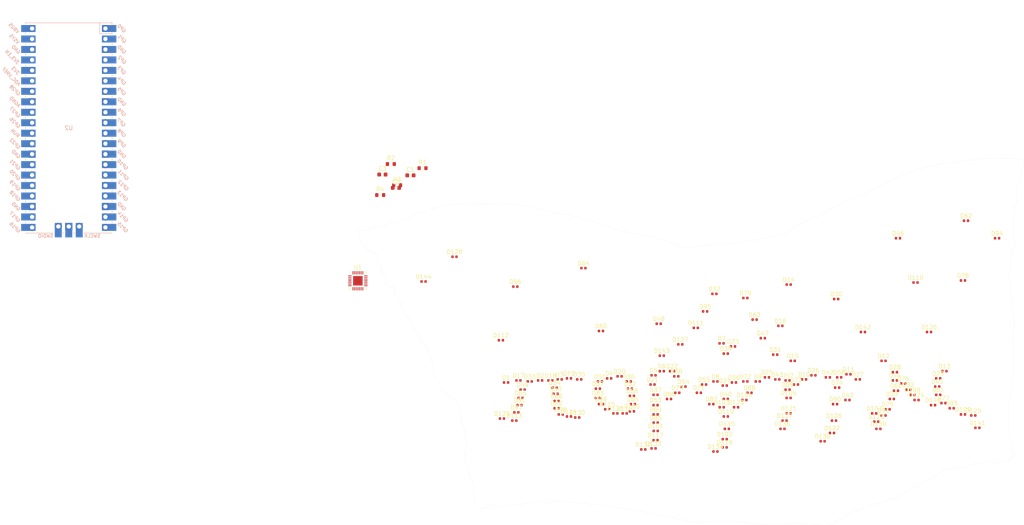
<source format=kicad_pcb>
(kicad_pcb (version 20211014) (generator pcbnew)
  (layers (0 "F.Cu" signal) (31 "B.Cu" signal) (34 "B.Paste" user) (35 "F.Paste" user) (36 "B.SilkS" user "B.Silkscreen") (37 "F.SilkS" user "F.Silkscreen") (38 "B.Mask" user) (39 "F.Mask" user) (44 "Edge.Cuts" user))
  (net 0 "")
  (net 46 "GND")
  (net 47 "CA8")
  (net 48 "CA7")
  (net 49 "CA6")
  (net 50 "CA5")
  (net 51 "CA4")
  (net 52 "CA3")
  (net 53 "CA2")
  (net 54 "CA1")
  (net 55 "MCU_SCL")
  (net 56 "MCU_SDA")
  (net 57 "Net-(R3-Pad2)")
  (net 58 "CB9")
  (net 59 "CB8")
  (net 60 "CB7")
  (net 61 "CB6")
  (net 62 "CB5")
  (net 63 "CB4")
  (net 64 "CB3")
  (net 65 "CB2")
  (net 66 "CB1")
  (net 67 "Net-(R4-Pad1)")
  (net 68 "VCC")
  (net 69 "CA9")
  (footprint "LED_SMD:LED_0402_1005Metric" (layer "F.Cu") (at 147.75 110.25)
    (fp_text reference "D98" (at 0 -1.17) (layer "F.SilkS"))
    (fp_text value "LED")
    (pad "1" smd roundrect (at -0.485 0) (size 0.59 0.64) (layers "F.Cu" "F.Paste" "F.Mask") (net 48 "CA7"))
    (pad "2" smd roundrect (at 0.485 0) (size 0.59 0.64) (layers "F.Cu" "F.Paste" "F.Mask") (net 53 "CA2"))
  )
  (footprint "LED_SMD:LED_0402_1005Metric" (layer "F.Cu") (at 192.265 106.75)
    (fp_text reference "D104" (at 0 -1.17) (layer "F.SilkS"))
    (fp_text value "LED")
    (pad "1" smd roundrect (at -0.485 0) (size 0.59 0.64) (layers "F.Cu" "F.Paste" "F.Mask") (net 48 "CA7"))
    (pad "2" smd roundrect (at 0.485 0) (size 0.59 0.64) (layers "F.Cu" "F.Paste" "F.Mask") (net 69 "CA9"))
  )
  (footprint "LED_SMD:LED_0402_1005Metric" (layer "F.Cu") (at 174.735 99.75)
    (fp_text reference "D22" (at 0 -1.17) (layer "F.SilkS"))
    (fp_text value "LED")
    (pad "1" smd roundrect (at -0.485 0) (size 0.59 0.64) (layers "F.Cu" "F.Paste" "F.Mask") (net 53 "CA2"))
    (pad "2" smd roundrect (at 0.485 0) (size 0.59 0.64) (layers "F.Cu" "F.Paste" "F.Mask") (net 48 "CA7"))
  )
  (footprint "LED_SMD:LED_0402_1005Metric" (layer "F.Cu") (at 174 106.5)
    (fp_text reference "D86" (at 0 -1.17) (layer "F.SilkS"))
    (fp_text value "LED")
    (pad "1" smd roundrect (at -0.485 0) (size 0.59 0.64) (layers "F.Cu" "F.Paste" "F.Mask") (net 49 "CA6"))
    (pad "2" smd roundrect (at 0.485 0) (size 0.59 0.64) (layers "F.Cu" "F.Paste" "F.Mask") (net 48 "CA7"))
  )
  (footprint "LED_SMD:LED_0402_1005Metric" (layer "F.Cu") (at 170.765 114.25)
    (fp_text reference "D101" (at 0 -1.17) (layer "F.SilkS"))
    (fp_text value "LED")
    (pad "1" smd roundrect (at -0.485 0) (size 0.59 0.64) (layers "F.Cu" "F.Paste" "F.Mask") (net 48 "CA7"))
    (pad "2" smd roundrect (at 0.485 0) (size 0.59 0.64) (layers "F.Cu" "F.Paste" "F.Mask") (net 50 "CA5"))
  )
  (footprint "Package_DFN_QFN:QFN-28-1EP_4x4mm_P0.4mm_EP2.3x2.3mm" (layer "F.Cu") (at 98.575 77.825)
    (fp_text reference "U1" (at 0 -3.3) (layer "F.SilkS"))
    (fp_text value "IS31FL3731-QF")
    (pad "1" smd roundrect (at -1.9375 -1.2) (size 0.825 0.2) (layers "F.Cu" "F.Paste" "F.Mask") (net 69 "CA9"))
    (pad "2" smd roundrect (at -1.9375 -0.8) (size 0.825 0.2) (layers "F.Cu" "F.Paste" "F.Mask") (net 68 "VCC"))
    (pad "3" smd roundrect (at -1.9375 -0.4) (size 0.825 0.2) (layers "F.Cu" "F.Paste" "F.Mask"))
    (pad "4" smd roundrect (at -1.9375 0) (size 0.825 0.2) (layers "F.Cu" "F.Paste" "F.Mask"))
    (pad "5" smd roundrect (at -1.9375 0.4) (size 0.825 0.2) (layers "F.Cu" "F.Paste" "F.Mask") (net 46 "GND"))
    (pad "6" smd roundrect (at -1.9375 0.8) (size 0.825 0.2) (layers "F.Cu" "F.Paste" "F.Mask") (net 67 "Net-(R4-Pad1)"))
    (pad "7" smd roundrect (at -1.9375 1.2) (size 0.825 0.2) (layers "F.Cu" "F.Paste" "F.Mask") (net 66 "CB1"))
    (pad "8" smd roundrect (at -1.2 1.9375) (size 0.2 0.825) (layers "F.Cu" "F.Paste" "F.Mask") (net 65 "CB2"))
    (pad "9" smd roundrect (at -0.8 1.9375) (size 0.2 0.825) (layers "F.Cu" "F.Paste" "F.Mask") (net 64 "CB3"))
    (pad "10" smd roundrect (at -0.4 1.9375) (size 0.2 0.825) (layers "F.Cu" "F.Paste" "F.Mask") (net 63 "CB4"))
    (pad "11" smd roundrect (at 0 1.9375) (size 0.2 0.825) (layers "F.Cu" "F.Paste" "F.Mask") (net 62 "CB5"))
    (pad "12" smd roundrect (at 0.4 1.9375) (size 0.2 0.825) (layers "F.Cu" "F.Paste" "F.Mask") (net 61 "CB6"))
    (pad "13" smd roundrect (at 0.8 1.9375) (size 0.2 0.825) (layers "F.Cu" "F.Paste" "F.Mask") (net 60 "CB7"))
    (pad "14" smd roundrect (at 1.2 1.9375) (size 0.2 0.825) (layers "F.Cu" "F.Paste" "F.Mask") (net 59 "CB8"))
    (pad "15" smd roundrect (at 1.9375 1.2) (size 0.825 0.2) (layers "F.Cu" "F.Paste" "F.Mask") (net 58 "CB9"))
    (pad "16" smd roundrect (at 1.9375 0.8) (size 0.825 0.2) (layers "F.Cu" "F.Paste" "F.Mask"))
    (pad "17" smd roundrect (at 1.9375 0.4) (size 0.825 0.2) (layers "F.Cu" "F.Paste" "F.Mask"))
    (pad "18" smd roundrect (at 1.9375 0) (size 0.825 0.2) (layers "F.Cu" "F.Paste" "F.Mask") (net 57 "Net-(R3-Pad2)"))
    (pad "19" smd roundrect (at 1.9375 -0.4) (size 0.825 0.2) (layers "F.Cu" "F.Paste" "F.Mask") (net 56 "MCU_SDA"))
    (pad "20" smd roundrect (at 1.9375 -0.8) (size 0.825 0.2) (layers "F.Cu" "F.Paste" "F.Mask") (net 55 "MCU_SCL"))
    (pad "21" smd roundrect (at 1.9375 -1.2) (size 0.825 0.2) (layers "F.Cu" "F.Paste" "F.Mask") (net 54 "CA1"))
    (pad "22" smd roundrect (at 1.2 -1.9375) (size 0.2 0.825) (layers "F.Cu" "F.Paste" "F.Mask") (net 53 "CA2"))
    (pad "23" smd roundrect (at 0.8 -1.9375) (size 0.2 0.825) (layers "F.Cu" "F.Paste" "F.Mask") (net 52 "CA3"))
    (pad "24" smd roundrect (at 0.4 -1.9375) (size 0.2 0.825) (layers "F.Cu" "F.Paste" "F.Mask") (net 51 "CA4"))
    (pad "25" smd roundrect (at 0 -1.9375) (size 0.2 0.825) (layers "F.Cu" "F.Paste" "F.Mask") (net 50 "CA5"))
    (pad "26" smd roundrect (at -0.4 -1.9375) (size 0.2 0.825) (layers "F.Cu" "F.Paste" "F.Mask") (net 49 "CA6"))
    (pad "27" smd roundrect (at -0.8 -1.9375) (size 0.2 0.825) (layers "F.Cu" "F.Paste" "F.Mask") (net 48 "CA7"))
    (pad "28" smd roundrect (at -1.2 -1.9375) (size 0.2 0.825) (layers "F.Cu" "F.Paste" "F.Mask") (net 47 "CA8"))
    (pad "29" smd rect (at 0 0) (size 2.3 2.3) (layers "F.Cu" "F.Mask") (net 46 "GND"))
  )
  (footprint "LED_SMD:LED_0402_1005Metric" (layer "F.Cu") (at 136.75 79.25)
    (fp_text reference "D96" (at 0 -1.17) (layer "F.SilkS"))
    (fp_text value "LED")
    (pad "1" smd roundrect (at -0.485 0) (size 0.59 0.64) (layers "F.Cu" "F.Paste" "F.Mask") (net 61 "CB6"))
    (pad "2" smd roundrect (at 0.485 0) (size 0.59 0.64) (layers "F.Cu" "F.Paste" "F.Mask") (net 58 "CB9"))
  )
  (footprint "LED_SMD:LED_0402_1005Metric" (layer "F.Cu") (at 151.75 111)
    (fp_text reference "D130" (at 0 -1.17) (layer "F.SilkS"))
    (fp_text value "LED")
    (pad "1" smd roundrect (at -0.485 0) (size 0.59 0.64) (layers "F.Cu" "F.Paste" "F.Mask") (net 69 "CA9"))
    (pad "2" smd roundrect (at 0.485 0) (size 0.59 0.64) (layers "F.Cu" "F.Paste" "F.Mask") (net 53 "CA2"))
  )
  (footprint "Resistor_SMD:R_0603_1608Metric" (layer "F.Cu") (at 114.25 50.5)
    (fp_text reference "R1" (at 0 -1.43) (layer "F.SilkS"))
    (fp_text value "10k")
    (pad "1" smd roundrect (at -0.825 0) (size 0.8 0.95) (layers "F.Cu" "F.Paste" "F.Mask") (net 68 "VCC"))
    (pad "2" smd roundrect (at 0.825 0) (size 0.8 0.95) (layers "F.Cu" "F.Paste" "F.Mask") (net 56 "MCU_SDA"))
  )
  (footprint "Resistor_SMD:R_0603_1608Metric" (layer "F.Cu") (at 106.56934 49.5012)
    (fp_text reference "R2" (at 0 -1.43) (layer "F.SilkS"))
    (fp_text value "10k")
    (pad "1" smd roundrect (at -0.825 0) (size 0.8 0.95) (layers "F.Cu" "F.Paste" "F.Mask") (net 68 "VCC"))
    (pad "2" smd roundrect (at 0.825 0) (size 0.8 0.95) (layers "F.Cu" "F.Paste" "F.Mask") (net 55 "MCU_SCL"))
  )
  (footprint "LED_SMD:LED_0402_1005Metric" (layer "F.Cu") (at 201.5 113.75)
    (fp_text reference "D136" (at 0 -1.17) (layer "F.SilkS"))
    (fp_text value "LED")
    (pad "1" smd roundrect (at -0.485 0) (size 0.59 0.64) (layers "F.Cu" "F.Paste" "F.Mask") (net 69 "CA9"))
    (pad "2" smd roundrect (at 0.485 0) (size 0.59 0.64) (layers "F.Cu" "F.Paste" "F.Mask") (net 47 "CA8"))
  )
  (footprint "LED_SMD:LED_0402_1005Metric" (layer "F.Cu") (at 239.25 105.5)
    (fp_text reference "D61" (at 0 -1.17) (layer "F.SilkS"))
    (fp_text value "LED")
    (pad "1" smd roundrect (at -0.485 0) (size 0.59 0.64) (layers "F.Cu" "F.Paste" "F.Mask") (net 63 "CB4"))
    (pad "2" smd roundrect (at 0.485 0) (size 0.59 0.64) (layers "F.Cu" "F.Paste" "F.Mask") (net 61 "CB6"))
  )
  (footprint "LED_SMD:LED_0402_1005Metric" (layer "F.Cu") (at 219.765 101.75)
    (fp_text reference "D27" (at 0 -1.17) (layer "F.SilkS"))
    (fp_text value "LED")
    (pad "1" smd roundrect (at -0.485 0) (size 0.59 0.64) (layers "F.Cu" "F.Paste" "F.Mask") (net 65 "CB2"))
    (pad "2" smd roundrect (at 0.485 0) (size 0.59 0.64) (layers "F.Cu" "F.Paste" "F.Mask") (net 63 "CB4"))
  )
  (footprint "LED_SMD:LED_0402_1005Metric" (layer "F.Cu") (at 186.735 93)
    (fp_text reference "D7" (at 0 -1.17) (layer "F.SilkS"))
    (fp_text value "LED")
    (pad "1" smd roundrect (at -0.485 0) (size 0.59 0.64) (layers "F.Cu" "F.Paste" "F.Mask") (net 54 "CA1"))
    (pad "2" smd roundrect (at 0.485 0) (size 0.59 0.64) (layers "F.Cu" "F.Paste" "F.Mask") (net 47 "CA8"))
  )
  (footprint "LED_SMD:LED_0402_1005Metric" (layer "F.Cu") (at 228 106.5)
    (fp_text reference "D59" (at 0 -1.17) (layer "F.SilkS"))
    (fp_text value "LED")
    (pad "1" smd roundrect (at -0.485 0) (size 0.59 0.64) (layers "F.Cu" "F.Paste" "F.Mask") (net 63 "CB4"))
    (pad "2" smd roundrect (at 0.485 0) (size 0.59 0.64) (layers "F.Cu" "F.Paste" "F.Mask") (net 64 "CB3"))
  )
  (footprint "LED_SMD:LED_0402_1005Metric" (layer "F.Cu") (at 199.735 95.75)
    (fp_text reference "D31" (at 0 -1.17) (layer "F.SilkS"))
    (fp_text value "LED")
    (pad "1" smd roundrect (at -0.485 0) (size 0.59 0.64) (layers "F.Cu" "F.Paste" "F.Mask") (net 65 "CB2"))
    (pad "2" smd roundrect (at 0.485 0) (size 0.59 0.64) (layers "F.Cu" "F.Paste" "F.Mask") (net 59 "CB8"))
  )
  (footprint "LED_SMD:LED_0402_1005Metric" (layer "F.Cu") (at 163.25 110)
    (fp_text reference "D116" (at 0 -1.17) (layer "F.SilkS"))
    (fp_text value "LED")
    (pad "1" smd roundrect (at -0.485 0) (size 0.59 0.64) (layers "F.Cu" "F.Paste" "F.Mask") (net 47 "CA8"))
    (pad "2" smd roundrect (at 0.485 0) (size 0.59 0.64) (layers "F.Cu" "F.Paste" "F.Mask") (net 51 "CA4"))
  )
  (footprint "LED_SMD:LED_0402_1005Metric" (layer "F.Cu") (at 164.515 104)
    (fp_text reference "D52" (at 0 -1.17) (layer "F.SilkS"))
    (fp_text value "LED")
    (pad "1" smd roundrect (at -0.485 0) (size 0.59 0.64) (layers "F.Cu" "F.Paste" "F.Mask") (net 51 "CA4"))
    (pad "2" smd roundrect (at 0.485 0) (size 0.59 0.64) (layers "F.Cu" "F.Paste" "F.Mask") (net 50 "CA5"))
  )
  (footprint "LED_SMD:LED_0402_1005Metric" (layer "F.Cu") (at 242.515 108.75)
    (fp_text reference "D93" (at 0 -1.17) (layer "F.SilkS"))
    (fp_text value "LED")
    (pad "1" smd roundrect (at -0.485 0) (size 0.59 0.64) (layers "F.Cu" "F.Paste" "F.Mask") (net 61 "CB6"))
    (pad "2" smd roundrect (at 0.485 0) (size 0.59 0.64) (layers "F.Cu" "F.Paste" "F.Mask") (net 62 "CB5"))
  )
  (footprint "LED_SMD:LED_0402_1005Metric" (layer "F.Cu") (at 217.5 100.5)
    (fp_text reference "D11" (at 0 -1.17) (layer "F.SilkS"))
    (fp_text value "LED")
    (pad "1" smd roundrect (at -0.485 0) (size 0.59 0.64) (layers "F.Cu" "F.Paste" "F.Mask") (net 66 "CB1"))
    (pad "2" smd roundrect (at 0.485 0) (size 0.59 0.64) (layers "F.Cu" "F.Paste" "F.Mask") (net 63 "CB4"))
  )
  (footprint "LED_SMD:LED_0402_1005Metric" (layer "F.Cu") (at 203.985 97.25)
    (fp_text reference "D15" (at 0 -1.17) (layer "F.SilkS"))
    (fp_text value "LED")
    (pad "1" smd roundrect (at -0.485 0) (size 0.59 0.64) (layers "F.Cu" "F.Paste" "F.Mask") (net 66 "CB1"))
    (pad "2" smd roundrect (at 0.485 0) (size 0.59 0.64) (layers "F.Cu" "F.Paste" "F.Mask") (net 59 "CB8"))
  )
  (footprint "LED_SMD:LED_0402_1005Metric" (layer "F.Cu") (at 226 97.25)
    (fp_text reference "D12" (at 0 -1.17) (layer "F.SilkS"))
    (fp_text value "LED")
    (pad "1" smd roundrect (at -0.485 0) (size 0.59 0.64) (layers "F.Cu" "F.Paste" "F.Mask") (net 66 "CB1"))
    (pad "2" smd roundrect (at 0.485 0) (size 0.59 0.64) (layers "F.Cu" "F.Paste" "F.Mask") (net 62 "CB5"))
  )
  (footprint "LED_SMD:LED_0402_1005Metric" (layer "F.Cu") (at 175.765 101)
    (fp_text reference "D38" (at 0 -1.17) (layer "F.SilkS"))
    (fp_text value "LED")
    (pad "1" smd roundrect (at -0.485 0) (size 0.59 0.64) (layers "F.Cu" "F.Paste" "F.Mask") (net 52 "CA3"))
    (pad "2" smd roundrect (at 0.485 0) (size 0.59 0.64) (layers "F.Cu" "F.Paste" "F.Mask") (net 48 "CA7"))
  )
  (footprint "LED_SMD:LED_0402_1005Metric" (layer "F.Cu") (at 137.5 102)
    (fp_text reference "D17" (at 0 -1.17) (layer "F.SilkS"))
    (fp_text value "LED")
    (pad "1" smd roundrect (at -0.485 0) (size 0.59 0.64) (layers "F.Cu" "F.Paste" "F.Mask") (net 53 "CA2"))
    (pad "2" smd roundrect (at 0.485 0) (size 0.59 0.64) (layers "F.Cu" "F.Paste" "F.Mask") (net 54 "CA1"))
  )
  (footprint "LED_SMD:LED_0402_1005Metric" (layer "F.Cu") (at 187.5 116.25)
    (fp_text reference "D102" (at 0 -1.17) (layer "F.SilkS"))
    (fp_text value "LED")
    (pad "1" smd roundrect (at -0.485 0) (size 0.59 0.64) (layers "F.Cu" "F.Paste" "F.Mask") (net 48 "CA7"))
    (pad "2" smd roundrect (at 0.485 0) (size 0.59 0.64) (layers "F.Cu" "F.Paste" "F.Mask") (net 49 "CA6"))
  )
  (footprint "LED_SMD:LED_0402_1005Metric" (layer "F.Cu") (at 146.25 103.75)
    (fp_text reference "D34" (at 0 -1.17) (layer "F.SilkS"))
    (fp_text value "LED")
    (pad "1" smd roundrect (at -0.485 0) (size 0.59 0.64) (layers "F.Cu" "F.Paste" "F.Mask") (net 52 "CA3"))
    (pad "2" smd roundrect (at 0.485 0) (size 0.59 0.64) (layers "F.Cu" "F.Paste" "F.Mask") (net 53 "CA2"))
  )
  (footprint "LED_SMD:LED_0402_1005Metric" (layer "F.Cu") (at 202 111.75)
    (fp_text reference "D137" (at 0 -1.17) (layer "F.SilkS"))
    (fp_text value "LED")
    (pad "1" smd roundrect (at -0.485 0) (size 0.59 0.64) (layers "F.Cu" "F.Paste" "F.Mask") (net 58 "CB9"))
    (pad "2" smd roundrect (at 0.485 0) (size 0.59 0.64) (layers "F.Cu" "F.Paste" "F.Mask") (net 66 "CB1"))
  )
  (footprint "LED_SMD:LED_0402_1005Metric" (layer "F.Cu") (at 188.015 113.75)
    (fp_text reference "D135" (at 0 -1.17) (layer "F.SilkS"))
    (fp_text value "LED")
    (pad "1" smd roundrect (at -0.485 0) (size 0.59 0.64) (layers "F.Cu" "F.Paste" "F.Mask") (net 69 "CA9"))
    (pad "2" smd roundrect (at 0.485 0) (size 0.59 0.64) (layers "F.Cu" "F.Paste" "F.Mask") (net 48 "CA7"))
  )
  (footprint "LED_SMD:LED_0402_1005Metric" (layer "F.Cu") (at 149.75 101.5)
    (fp_text reference "D19" (at 0 -1.17) (layer "F.SilkS"))
    (fp_text value "LED")
    (pad "1" smd roundrect (at -0.485 0) (size 0.59 0.64) (layers "F.Cu" "F.Paste" "F.Mask") (net 53 "CA2"))
    (pad "2" smd roundrect (at 0.485 0) (size 0.59 0.64) (layers "F.Cu" "F.Paste" "F.Mask") (net 51 "CA4"))
  )
  (footprint "LED_SMD:LED_0402_1005Metric" (layer "F.Cu") (at 200.985 88.75)
    (fp_text reference "D16" (at 0 -1.17) (layer "F.SilkS"))
    (fp_text value "LED")
    (pad "1" smd roundrect (at -0.485 0) (size 0.59 0.64) (layers "F.Cu" "F.Paste" "F.Mask") (net 66 "CB1"))
    (pad "2" smd roundrect (at 0.485 0) (size 0.59 0.64) (layers "F.Cu" "F.Paste" "F.Mask") (net 58 "CB9"))
  )
  (footprint "LED_SMD:LED_0402_1005Metric" (layer "F.Cu") (at 182.75 85.25)
    (fp_text reference "D95" (at 0 -1.17) (layer "F.SilkS"))
    (fp_text value "LED")
    (pad "1" smd roundrect (at -0.485 0) (size 0.59 0.64) (layers "F.Cu" "F.Paste" "F.Mask") (net 61 "CB6"))
    (pad "2" smd roundrect (at 0.485 0) (size 0.59 0.64) (layers "F.Cu" "F.Paste" "F.Mask") (net 59 "CB8"))
  )
  (footprint "LED_SMD:LED_0402_1005Metric" (layer "F.Cu") (at 195.5 102.25)
    (fp_text reference "D9" (at 0 -1.17) (layer "F.SilkS"))
    (fp_text value "LED")
    (pad "1" smd roundrect (at -0.485 0) (size 0.59 0.64) (layers "F.Cu" "F.Paste" "F.Mask") (net 66 "CB1"))
    (pad "2" smd roundrect (at 0.485 0) (size 0.59 0.64) (layers "F.Cu" "F.Paste" "F.Mask") (net 65 "CB2"))
  )
  (footprint "LED_SMD:LED_0402_1005Metric" (layer "F.Cu") (at 122 72)
    (fp_text reference "D128" (at 0 -1.17) (layer "F.SilkS"))
    (fp_text value "LED")
    (pad "1" smd roundrect (at -0.485 0) (size 0.59 0.64) (layers "F.Cu" "F.Paste" "F.Mask") (net 59 "CB8"))
    (pad "2" smd roundrect (at 0.485 0) (size 0.59 0.64) (layers "F.Cu" "F.Paste" "F.Mask") (net 58 "CB9"))
  )
  (footprint "LED_SMD:LED_0402_1005Metric" (layer "F.Cu") (at 202.735 104.25)
    (fp_text reference "D89" (at 0 -1.17) (layer "F.SilkS"))
    (fp_text value "LED")
    (pad "1" smd roundrect (at -0.485 0) (size 0.59 0.64) (layers "F.Cu" "F.Paste" "F.Mask") (net 61 "CB6"))
    (pad "2" smd roundrect (at 0.485 0) (size 0.59 0.64) (layers "F.Cu" "F.Paste" "F.Mask") (net 66 "CB1"))
  )
  (footprint "LED_SMD:LED_0402_1005Metric" (layer "F.Cu") (at 238 108)
    (fp_text reference "D140" (at 0 -1.17) (layer "F.SilkS"))
    (fp_text value "LED")
    (pad "1" smd roundrect (at -0.485 0) (size 0.59 0.64) (layers "F.Cu" "F.Paste" "F.Mask") (net 58 "CB9"))
    (pad "2" smd roundrect (at 0.485 0) (size 0.59 0.64) (layers "F.Cu" "F.Paste" "F.Mask") (net 63 "CB4"))
  )
  (footprint "LED_SMD:LED_0402_1005Metric" (layer "F.Cu") (at 176.735 93.25)
    (fp_text reference "D127" (at 0 -1.17) (layer "F.SilkS"))
    (fp_text value "LED")
    (pad "1" smd roundrect (at -0.485 0) (size 0.59 0.64) (layers "F.Cu" "F.Paste" "F.Mask") (net 59 "CB8"))
    (pad "2" smd roundrect (at 0.485 0) (size 0.59 0.64) (layers "F.Cu" "F.Paste" "F.Mask") (net 60 "CB7"))
  )
  (footprint "LED_SMD:LED_0402_1005Metric" (layer "F.Cu") (at 245.25 77.75)
    (fp_text reference "D78" (at 0 -1.17) (layer "F.SilkS"))
    (fp_text value "LED")
    (pad "1" smd roundrect (at -0.485 0) (size 0.59 0.64) (layers "F.Cu" "F.Paste" "F.Mask") (net 62 "CB5"))
    (pad "2" smd roundrect (at 0.485 0) (size 0.59 0.64) (layers "F.Cu" "F.Paste" "F.Mask") (net 60 "CB7"))
  )
  (footprint "LED_SMD:LED_0402_1005Metric" (layer "F.Cu") (at 211.235 116.75)
    (fp_text reference "D138" (at 0 -1.17) (layer "F.SilkS"))
    (fp_text value "LED")
    (pad "1" smd roundrect (at -0.485 0) (size 0.59 0.64) (layers "F.Cu" "F.Paste" "F.Mask") (net 58 "CB9"))
    (pad "2" smd roundrect (at 0.485 0) (size 0.59 0.64) (layers "F.Cu" "F.Paste" "F.Mask") (net 65 "CB2"))
  )
  (footprint "LED_SMD:LED_0402_1005Metric" (layer "F.Cu") (at 187.515 103.25)
    (fp_text reference "D24" (at 0 -1.17) (layer "F.SilkS"))
    (fp_text value "LED")
    (pad "1" smd roundrect (at -0.485 0) (size 0.59 0.64) (layers "F.Cu" "F.Paste" "F.Mask") (net 53 "CA2"))
    (pad "2" smd roundrect (at 0.485 0) (size 0.59 0.64) (layers "F.Cu" "F.Paste" "F.Mask") (net 69 "CA9"))
  )
  (footprint "LED_SMD:LED_0402_1005Metric" (layer "F.Cu") (at 233.75 78.25)
    (fp_text reference "D110" (at 0 -1.17) (layer "F.SilkS"))
    (fp_text value "LED")
    (pad "1" smd roundrect (at -0.485 0) (size 0.59 0.64) (layers "F.Cu" "F.Paste" "F.Mask") (net 60 "CB7"))
    (pad "2" smd roundrect (at 0.485 0) (size 0.59 0.64) (layers "F.Cu" "F.Paste" "F.Mask") (net 61 "CB6"))
  )
  (footprint "LED_SMD:LED_0402_1005Metric" (layer "F.Cu") (at 149.75 110.75)
    (fp_text reference "D114" (at 0 -1.17) (layer "F.SilkS"))
    (fp_text value "LED")
    (pad "1" smd roundrect (at -0.485 0) (size 0.59 0.64) (layers "F.Cu" "F.Paste" "F.Mask") (net 47 "CA8"))
    (pad "2" smd roundrect (at 0.485 0) (size 0.59 0.64) (layers "F.Cu" "F.Paste" "F.Mask") (net 53 "CA2"))
  )
  (footprint "LED_SMD:LED_0402_1005Metric" (layer "F.Cu") (at 165 105.75)
    (fp_text reference "D68" (at 0 -1.17) (layer "F.SilkS"))
    (fp_text value "LED")
    (pad "1" smd roundrect (at -0.485 0) (size 0.59 0.64) (layers "F.Cu" "F.Paste" "F.Mask") (net 50 "CA5"))
    (pad "2" smd roundrect (at 0.485 0) (size 0.59 0.64) (layers "F.Cu" "F.Paste" "F.Mask") (net 51 "CA4"))
  )
  (footprint "LED_SMD:LED_0402_1005Metric" (layer "F.Cu") (at 137 109.75)
    (fp_text reference "D97" (at 0 -1.17) (layer "F.SilkS"))
    (fp_text value "LED")
    (pad "1" smd roundrect (at -0.485 0) (size 0.59 0.64) (layers "F.Cu" "F.Paste" "F.Mask") (net 48 "CA7"))
    (pad "2" smd roundrect (at 0.485 0) (size 0.59 0.64) (layers "F.Cu" "F.Paste" "F.Mask") (net 54 "CA1"))
  )
  (footprint "LED_SMD:LED_0402_1005Metric" (layer "F.Cu") (at 224.75 113.75)
    (fp_text reference "D139" (at 0 -1.17) (layer "F.SilkS"))
    (fp_text value "LED")
    (pad "1" smd roundrect (at -0.485 0) (size 0.59 0.64) (layers "F.Cu" "F.Paste" "F.Mask") (net 58 "CB9"))
    (pad "2" smd roundrect (at 0.485 0) (size 0.59 0.64) (layers "F.Cu" "F.Paste" "F.Mask") (net 64 "CB3"))
  )
  (footprint "LED_SMD:LED_0402_1005Metric" (layer "F.Cu") (at 234 106.75)
    (fp_text reference "D124" (at 0 -1.17) (layer "F.SilkS"))
    (fp_text value "LED")
    (pad "1" smd roundrect (at -0.485 0) (size 0.59 0.64) (layers "F.Cu" "F.Paste" "F.Mask") (net 59 "CB8"))
    (pad "2" smd roundrect (at 0.485 0) (size 0.59 0.64) (layers "F.Cu" "F.Paste" "F.Mask") (net 63 "CB4"))
  )
  (footprint "LED_SMD:LED_0402_1005Metric" (layer "F.Cu") (at 185 81)
    (fp_text reference "D32" (at 0 -1.17) (layer "F.SilkS"))
    (fp_text value "LED")
    (pad "1" smd roundrect (at -0.485 0) (size 0.59 0.64) (layers "F.Cu" "F.Paste" "F.Mask") (net 65 "CB2"))
    (pad "2" smd roundrect (at 0.485 0) (size 0.59 0.64) (layers "F.Cu" "F.Paste" "F.Mask") (net 58 "CB9"))
  )
  (footprint "Capacitor_SMD:C_0603_1608Metric" (layer "F.Cu") (at 107.802548 55.276)
    (fp_text reference "C2" (at 0 -1.43) (layer "F.SilkS"))
    (fp_text value "10mF")
    (pad "1" smd roundrect (at -0.775 0) (size 0.9 0.95) (layers "F.Cu" "F.Paste" "F.Mask") (net 68 "VCC"))
    (pad "2" smd roundrect (at 0.775 0) (size 0.9 0.95) (layers "F.Cu" "F.Paste" "F.Mask") (net 46 "GND"))
  )
  (footprint "LED_SMD:LED_0402_1005Metric" (layer "F.Cu") (at 190.25 108.5)
    (fp_text reference "D120" (at 0 -1.17) (layer "F.SilkS"))
    (fp_text value "LED")
    (pad "1" smd roundrect (at -0.485 0) (size 0.59 0.64) (layers "F.Cu" "F.Paste" "F.Mask") (net 47 "CA8"))
    (pad "2" smd roundrect (at 0.485 0) (size 0.59 0.64) (layers "F.Cu" "F.Paste" "F.Mask") (net 69 "CA9"))
  )
  (footprint "LED_SMD:LED_0402_1005Metric" (layer "F.Cu") (at 212.5 101.25)
    (fp_text reference "D42" (at 0 -1.17) (layer "F.SilkS"))
    (fp_text value "LED")
    (pad "1" smd roundrect (at -0.485 0) (size 0.59 0.64) (layers "F.Cu" "F.Paste" "F.Mask") (net 64 "CB3"))
    (pad "2" smd roundrect (at 0.485 0) (size 0.59 0.64) (layers "F.Cu" "F.Paste" "F.Mask") (net 65 "CB2"))
  )
  (footprint "LED_SMD:LED_0402_1005Metric" (layer "F.Cu") (at 133.25 92.25)
    (fp_text reference "D112" (at 0 -1.17) (layer "F.SilkS"))
    (fp_text value "LED")
    (pad "1" smd roundrect (at -0.485 0) (size 0.59 0.64) (layers "F.Cu" "F.Paste" "F.Mask") (net 60 "CB7"))
    (pad "2" smd roundrect (at 0.485 0) (size 0.59 0.64) (layers "F.Cu" "F.Paste" "F.Mask") (net 58 "CB9"))
  )
  (footprint "LED_SMD:LED_0402_1005Metric" (layer "F.Cu") (at 159.485 101.5)
    (fp_text reference "D4" (at 0 -1.17) (layer "F.SilkS"))
    (fp_text value "LED")
    (pad "1" smd roundrect (at -0.485 0) (size 0.59 0.64) (layers "F.Cu" "F.Paste" "F.Mask") (net 54 "CA1"))
    (pad "2" smd roundrect (at 0.485 0) (size 0.59 0.64) (layers "F.Cu" "F.Paste" "F.Mask") (net 50 "CA5"))
  )
  (footprint "LED_SMD:LED_0402_1005Metric" (layer "F.Cu") (at 161 110)
    (fp_text reference "D131" (at 0 -1.17) (layer "F.SilkS"))
    (fp_text value "LED")
    (pad "1" smd roundrect (at -0.485 0) (size 0.59 0.64) (layers "F.Cu" "F.Paste" "F.Mask") (net 69 "CA9"))
    (pad "2" smd roundrect (at 0.485 0) (size 0.59 0.64) (layers "F.Cu" "F.Paste" "F.Mask") (net 52 "CA3"))
  )
  (footprint "LED_SMD:LED_0402_1005Metric" (layer "F.Cu") (at 247.75 110.5)
    (fp_text reference "D125" (at 0 -1.17) (layer "F.SilkS"))
    (fp_text value "LED")
    (pad "1" smd roundrect (at -0.485 0) (size 0.59 0.64) (layers "F.Cu" "F.Paste" "F.Mask") (net 59 "CB8"))
    (pad "2" smd roundrect (at 0.485 0) (size 0.59 0.64) (layers "F.Cu" "F.Paste" "F.Mask") (net 62 "CB5"))
  )
  (footprint "LED_SMD:LED_0402_1005Metric" (layer "F.Cu") (at 231.985 104.25)
    (fp_text reference "D92" (at 0 -1.17) (layer "F.SilkS"))
    (fp_text value "LED")
    (pad "1" smd roundrect (at -0.485 0) (size 0.59 0.64) (layers "F.Cu" "F.Paste" "F.Mask") (net 61 "CB6"))
    (pad "2" smd roundrect (at 0.485 0) (size 0.59 0.64) (layers "F.Cu" "F.Paste" "F.Mask") (net 63 "CB4"))
  )
  (footprint "LED_SMD:LED_0402_1005Metric" (layer "F.Cu") (at 189.5 93.75)
    (fp_text reference "D23" (at 0 -1.17) (layer "F.SilkS"))
    (fp_text value "LED")
    (pad "1" smd roundrect (at -0.485 0) (size 0.59 0.64) (layers "F.Cu" "F.Paste" "F.Mask") (net 53 "CA2"))
    (pad "2" smd roundrect (at 0.485 0) (size 0.59 0.64) (layers "F.Cu" "F.Paste" "F.Mask") (net 47 "CA8"))
  )
  (footprint "LED_SMD:LED_0402_1005Metric" (layer "F.Cu") (at 202.735 102)
    (fp_text reference "D57" (at 0 -1.17) (layer "F.SilkS"))
    (fp_text value "LED")
    (pad "1" smd roundrect (at -0.485 0) (size 0.59 0.64) (layers "F.Cu" "F.Paste" "F.Mask") (net 63 "CB4"))
    (pad "2" smd roundrect (at 0.485 0) (size 0.59 0.64) (layers "F.Cu" "F.Paste" "F.Mask") (net 66 "CB1"))
  )
  (footprint "LED_SMD:LED_0402_1005Metric" (layer "F.Cu") (at 203 110)
    (fp_text reference "D121" (at 0 -1.17) (layer "F.SilkS"))
    (fp_text value "LED")
    (pad "1" smd roundrect (at -0.485 0) (size 0.59 0.64) (layers "F.Cu" "F.Paste" "F.Mask") (net 59 "CB8"))
    (pad "2" smd roundrect (at 0.485 0) (size 0.59 0.64) (layers "F.Cu" "F.Paste" "F.Mask") (net 66 "CB1"))
  )
  (footprint "LED_SMD:LED_0402_1005Metric" (layer "F.Cu") (at 146.75 108.75)
    (fp_text reference "D82" (at 0 -1.17) (layer "F.SilkS"))
    (fp_text value "LED")
    (pad "1" smd roundrect (at -0.485 0) (size 0.59 0.64) (layers "F.Cu" "F.Paste" "F.Mask") (net 49 "CA6"))
    (pad "2" smd roundrect (at 0.485 0) (size 0.59 0.64) (layers "F.Cu" "F.Paste" "F.Mask") (net 53 "CA2"))
  )
  (footprint "LOGO" (layer "F.Cu") (at 190.25 106)
    (fp_text reference "" hide)
    (fp_text value "" hide)
  )
  (footprint "LED_SMD:LED_0402_1005Metric" (layer "F.Cu") (at 137.75 108)
    (fp_text reference "D81" (at 0 -1.17) (layer "F.SilkS"))
    (fp_text value "LED")
    (pad "1" smd roundrect (at -0.485 0) (size 0.59 0.64) (layers "F.Cu" "F.Paste" "F.Mask") (net 49 "CA6"))
    (pad "2" smd roundrect (at 0.485 0) (size 0.59 0.64) (layers "F.Cu" "F.Paste" "F.Mask") (net 54 "CA1"))
  )
  (footprint "LED_SMD:LED_0402_1005Metric" (layer "F.Cu") (at 146.735 107)
    (fp_text reference "D66" (at 0 -1.17) (layer "F.SilkS"))
    (fp_text value "LED")
    (pad "1" smd roundrect (at -0.485 0) (size 0.59 0.64) (layers "F.Cu" "F.Paste" "F.Mask") (net 50 "CA5"))
    (pad "2" smd roundrect (at 0.485 0) (size 0.59 0.64) (layers "F.Cu" "F.Paste" "F.Mask") (net 53 "CA2"))
  )
  (footprint "LED_SMD:LED_0402_1005Metric" (layer "F.Cu") (at 176 105)
    (fp_text reference "D70" (at 0 -1.17) (layer "F.SilkS"))
    (fp_text value "LED")
    (pad "1" smd roundrect (at -0.485 0) (size 0.59 0.64) (layers "F.Cu" "F.Paste" "F.Mask") (net 50 "CA5"))
    (pad "2" smd roundrect (at 0.485 0) (size 0.59 0.64) (layers "F.Cu" "F.Paste" "F.Mask") (net 48 "CA7"))
  )
  (footprint "LED_SMD:LED_0402_1005Metric" (layer "F.Cu") (at 172.25 96)
    (fp_text reference "D143" (at 0 -1.17) (layer "F.SilkS"))
    (fp_text value "LED")
    (pad "1" smd roundrect (at -0.485 0) (size 0.59 0.64) (layers "F.Cu" "F.Paste" "F.Mask") (net 58 "CB9"))
    (pad "2" smd roundrect (at 0.485 0) (size 0.59 0.64) (layers "F.Cu" "F.Paste" "F.Mask") (net 60 "CB7"))
  )
  (footprint "LED_SMD:LED_0402_1005Metric" (layer "F.Cu") (at 224.235 112)
    (fp_text reference "D123" (at 0 -1.17) (layer "F.SilkS"))
    (fp_text value "LED")
    (pad "1" smd roundrect (at -0.485 0) (size 0.59 0.64) (layers "F.Cu" "F.Paste" "F.Mask") (net 59 "CB8"))
    (pad "2" smd roundrect (at 0.485 0) (size 0.59 0.64) (layers "F.Cu" "F.Paste" "F.Mask") (net 64 "CB3"))
  )
  (footprint "LED_SMD:LED_0402_1005Metric" (layer "F.Cu") (at 164.25 102.25)
    (fp_text reference "D36" (at 0 -1.17) (layer "F.SilkS"))
    (fp_text value "LED")
    (pad "1" smd roundrect (at -0.485 0) (size 0.59 0.64) (layers "F.Cu" "F.Paste" "F.Mask") (net 52 "CA3"))
    (pad "2" smd roundrect (at 0.485 0) (size 0.59 0.64) (layers "F.Cu" "F.Paste" "F.Mask") (net 50 "CA5"))
  )
  (footprint "LED_SMD:LED_0402_1005Metric" (layer "F.Cu") (at 209 100.75)
    (fp_text reference "D26" (at 0 -1.17) (layer "F.SilkS"))
    (fp_text value "LED")
    (pad "1" smd roundrect (at -0.485 0) (size 0.59 0.64) (layers "F.Cu" "F.Paste" "F.Mask") (net 65 "CB2"))
    (pad "2" smd roundrect (at 0.485 0) (size 0.59 0.64) (layers "F.Cu" "F.Paste" "F.Mask") (net 64 "CB3"))
  )
  (footprint "LED_SMD:LED_0402_1005Metric" (layer "F.Cu") (at 213.985 111.75)
    (fp_text reference "D106" (at 0 -1.17) (layer "F.SilkS"))
    (fp_text value "LED")
    (pad "1" smd roundrect (at -0.485 0) (size 0.59 0.64) (layers "F.Cu" "F.Paste" "F.Mask") (net 60 "CB7"))
    (pad "2" smd roundrect (at 0.485 0) (size 0.59 0.64) (layers "F.Cu" "F.Paste" "F.Mask") (net 65 "CB2"))
  )
  (footprint "LED_SMD:LED_0402_1005Metric" (layer "F.Cu") (at 165 109.5)
    (fp_text reference "D100" (at 0 -1.17) (layer "F.SilkS"))
    (fp_text value "LED")
    (pad "1" smd roundrect (at -0.485 0) (size 0.59 0.64) (layers "F.Cu" "F.Paste" "F.Mask") (net 48 "CA7"))
    (pad "2" smd roundrect (at 0.485 0) (size 0.59 0.64) (layers "F.Cu" "F.Paste" "F.Mask") (net 51 "CA4"))
  )
  (footprint "LED_SMD:LED_0402_1005Metric" (layer "F.Cu") (at 185.25 102.25)
    (fp_text reference "D8" (at 0 -1.17) (layer "F.SilkS"))
    (fp_text value "LED")
    (pad "1" smd roundrect (at -0.485 0) (size 0.59 0.64) (layers "F.Cu" "F.Paste" "F.Mask") (net 54 "CA1"))
    (pad "2" smd roundrect (at 0.485 0) (size 0.59 0.64) (layers "F.Cu" "F.Paste" "F.Mask") (net 69 "CA9"))
  )
  (footprint "LED_SMD:LED_0402_1005Metric" (layer "F.Cu") (at 214.515 82.25)
    (fp_text reference "D30" (at 0 -1.17) (layer "F.SilkS"))
    (fp_text value "LED")
    (pad "1" smd roundrect (at -0.485 0) (size 0.59 0.64) (layers "F.Cu" "F.Paste" "F.Mask") (net 65 "CB2"))
    (pad "2" smd roundrect (at 0.485 0) (size 0.59 0.64) (layers "F.Cu" "F.Paste" "F.Mask") (net 60 "CB7"))
  )
  (footprint "LED_SMD:LED_0402_1005Metric" (layer "F.Cu") (at 170.25 100.75)
    (fp_text reference "D5" (at 0 -1.17) (layer "F.SilkS"))
    (fp_text value "LED")
    (pad "1" smd roundrect (at -0.485 0) (size 0.59 0.64) (layers "F.Cu" "F.Paste" "F.Mask") (net 54 "CA1"))
    (pad "2" smd roundrect (at 0.485 0) (size 0.59 0.64) (layers "F.Cu" "F.Paste" "F.Mask") (net 49 "CA6"))
  )
  (footprint "LED_SMD:LED_0402_1005Metric" (layer "F.Cu") (at 142.75 102)
    (fp_text reference "D2" (at 0 -1.17) (layer "F.SilkS"))
    (fp_text value "LED")
    (pad "1" smd roundrect (at -0.485 0) (size 0.59 0.64) (layers "F.Cu" "F.Paste" "F.Mask") (net 54 "CA1"))
    (pad "2" smd roundrect (at 0.485 0) (size 0.59 0.64) (layers "F.Cu" "F.Paste" "F.Mask") (net 52 "CA3"))
  )
  (footprint "LED_SMD:LED_0402_1005Metric" (layer "F.Cu") (at 165.235 107.75)
    (fp_text reference "D84" (at 0 -1.17) (layer "F.SilkS"))
    (fp_text value "LED")
    (pad "1" smd roundrect (at -0.485 0) (size 0.59 0.64) (layers "F.Cu" "F.Paste" "F.Mask") (net 49 "CA6"))
    (pad "2" smd roundrect (at 0.485 0) (size 0.59 0.64) (layers "F.Cu" "F.Paste" "F.Mask") (net 51 "CA4"))
  )
  (footprint "LED_SMD:LED_0402_1005Metric" (layer "F.Cu") (at 245.985 63.25)
    (fp_text reference "D62" (at 0 -1.17) (layer "F.SilkS"))
    (fp_text value "LED")
    (pad "1" smd roundrect (at -0.485 0) (size 0.59 0.64) (layers "F.Cu" "F.Paste" "F.Mask") (net 63 "CB4"))
    (pad "2" smd roundrect (at 0.485 0) (size 0.59 0.64) (layers "F.Cu" "F.Paste" "F.Mask") (net 60 "CB7"))
  )
  (footprint "LED_SMD:LED_0402_1005Metric" (layer "F.Cu") (at 187.485 118.25)
    (fp_text reference "D118" (at 0 -1.17) (layer "F.SilkS"))
    (fp_text value "LED")
    (pad "1" smd roundrect (at -0.485 0) (size 0.59 0.64) (layers "F.Cu" "F.Paste" "F.Mask") (net 47 "CA8"))
    (pad "2" smd roundrect (at 0.485 0) (size 0.59 0.64) (layers "F.Cu" "F.Paste" "F.Mask") (net 49 "CA6"))
  )
  (footprint "LED_SMD:LED_0402_1005Metric" (layer "F.Cu") (at 196.735 91.75)
    (fp_text reference "D47" (at 0 -1.17) (layer "F.SilkS"))
    (fp_text value "LED")
    (pad "1" smd roundrect (at -0.485 0) (size 0.59 0.64) (layers "F.Cu" "F.Paste" "F.Mask") (net 64 "CB3"))
    (pad "2" smd roundrect (at 0.485 0) (size 0.59 0.64) (layers "F.Cu" "F.Paste" "F.Mask") (net 59 "CB8"))
  )
  (footprint "LED_SMD:LED_0402_1005Metric" (layer "F.Cu") (at 229.5 67.5)
    (fp_text reference "D46" (at 0 -1.17) (layer "F.SilkS"))
    (fp_text value "LED")
    (pad "1" smd roundrect (at -0.485 0) (size 0.59 0.64) (layers "F.Cu" "F.Paste" "F.Mask") (net 64 "CB3"))
    (pad "2" smd roundrect (at 0.485 0) (size 0.59 0.64) (layers "F.Cu" "F.Paste" "F.Mask") (net 60 "CB7"))
  )
  (footprint "LED_SMD:LED_0402_1005Metric" (layer "F.Cu") (at 197.735 101.25)
    (fp_text reference "D25" (at 0 -1.17) (layer "F.SilkS"))
    (fp_text value "LED")
    (pad "1" smd roundrect (at -0.485 0) (size 0.59 0.64) (layers "F.Cu" "F.Paste" "F.Mask") (net 65 "CB2"))
    (pad "2" smd roundrect (at 0.485 0) (size 0.59 0.64) (layers "F.Cu" "F.Paste" "F.Mask") (net 66 "CB1"))
  )
  (footprint "LED_SMD:LED_0402_1005Metric" (layer "F.Cu") (at 114.5 78)
    (fp_text reference "D144" (at 0 -1.17) (layer "F.SilkS"))
    (fp_text value "LED")
    (pad "1" smd roundrect (at -0.485 0) (size 0.59 0.64) (layers "F.Cu" "F.Paste" "F.Mask") (net 58 "CB9"))
    (pad "2" smd roundrect (at 0.485 0) (size 0.59 0.64) (layers "F.Cu" "F.Paste" "F.Mask") (net 59 "CB8"))
  )
  (footprint "LED_SMD:LED_0402_1005Metric" (layer "F.Cu") (at 233.015 105.5)
    (fp_text reference "D108" (at 0 -1.17) (layer "F.SilkS"))
    (fp_text value "LED")
    (pad "1" smd roundrect (at -0.485 0) (size 0.59 0.64) (layers "F.Cu" "F.Paste" "F.Mask") (net 60 "CB7"))
    (pad "2" smd roundrect (at 0.485 0) (size 0.59 0.64) (layers "F.Cu" "F.Paste" "F.Mask") (net 63 "CB4"))
  )
  (footprint "LED_SMD:LED_0402_1005Metric" (layer "F.Cu") (at 159.015 109)
    (fp_text reference "D115" (at 0 -1.17) (layer "F.SilkS"))
    (fp_text value "LED")
    (pad "1" smd roundrect (at -0.485 0) (size 0.59 0.64) (layers "F.Cu" "F.Paste" "F.Mask") (net 47 "CA8"))
    (pad "2" smd roundrect (at 0.485 0) (size 0.59 0.64) (layers "F.Cu" "F.Paste" "F.Mask") (net 52 "CA3"))
  )
  (footprint "LED_SMD:LED_0402_1005Metric" (layer "F.Cu") (at 133.5 111.25)
    (fp_text reference "D129" (at 0 -1.17) (layer "F.SilkS"))
    (fp_text value "LED")
    (pad "1" smd roundrect (at -0.485 0) (size 0.59 0.64) (layers "F.Cu" "F.Paste" "F.Mask") (net 69 "CA9"))
    (pad "2" smd roundrect (at 0.485 0) (size 0.59 0.64) (layers "F.Cu" "F.Paste" "F.Mask") (net 54 "CA1"))
  )
  (footprint "Capacitor_SMD:C_0603_1608Metric" (layer "F.Cu") (at 104.517878 52.0484)
    (fp_text reference "C3" (at 0 -1.43) (layer "F.SilkS"))
    (fp_text value "0.1uF")
    (pad "1" smd roundrect (at -0.775 0) (size 0.9 0.95) (layers "F.Cu" "F.Paste" "F.Mask") (net 68 "VCC"))
    (pad "2" smd roundrect (at 0.775 0) (size 0.9 0.95) (layers "F.Cu" "F.Paste" "F.Mask") (net 46 "GND"))
  )
  (footprint "LED_SMD:LED_0402_1005Metric" (layer "F.Cu") (at 228.75 102)
    (fp_text reference "D44" (at 0 -1.17) (layer "F.SilkS"))
    (fp_text value "LED")
    (pad "1" smd roundrect (at -0.485 0) (size 0.59 0.64) (layers "F.Cu" "F.Paste" "F.Mask") (net 64 "CB3"))
    (pad "2" smd roundrect (at 0.485 0) (size 0.59 0.64) (layers "F.Cu" "F.Paste" "F.Mask") (net 62 "CB5"))
  )
  (footprint "LED_SMD:LED_0402_1005Metric" (layer "F.Cu") (at 170.735 108)
    (fp_text reference "D53" (at 0 -1.17) (layer "F.SilkS"))
    (fp_text value "LED")
    (pad "1" smd roundrect (at -0.485 0) (size 0.59 0.64) (layers "F.Cu" "F.Paste" "F.Mask") (net 51 "CA4"))
    (pad "2" smd roundrect (at 0.485 0) (size 0.59 0.64) (layers "F.Cu" "F.Paste" "F.Mask") (net 49 "CA6"))
  )
  (footprint "LED_SMD:LED_0402_1005Metric" (layer "F.Cu") (at 186.765 108.5)
    (fp_text reference "D103" (at 0 -1.17) (layer "F.SilkS"))
    (fp_text value "LED")
    (pad "1" smd roundrect (at -0.485 0) (size 0.59 0.64) (layers "F.Cu" "F.Paste" "F.Mask") (net 48 "CA7"))
    (pad "2" smd roundrect (at 0.485 0) (size 0.59 0.64) (layers "F.Cu" "F.Paste" "F.Mask") (net 47 "CA8"))
  )
  (footprint "LED_SMD:LED_0402_1005Metric" (layer "F.Cu") (at 170.25 118.5)
    (fp_text reference "D133" (at 0 -1.17) (layer "F.SilkS"))
    (fp_text value "LED")
    (pad "1" smd roundrect (at -0.485 0) (size 0.59 0.64) (layers "F.Cu" "F.Paste" "F.Mask") (net 69 "CA9"))
    (pad "2" smd roundrect (at 0.485 0) (size 0.59 0.64) (layers "F.Cu" "F.Paste" "F.Mask") (net 50 "CA5"))
  )
  (footprint "LED_SMD:LED_0402_1005Metric" (layer "F.Cu") (at 156.75 106.25)
    (fp_text reference "D83" (at 0 -1.17) (layer "F.SilkS"))
    (fp_text value "LED")
    (pad "1" smd roundrect (at -0.485 0) (size 0.59 0.64) (layers "F.Cu" "F.Paste" "F.Mask") (net 49 "CA6"))
    (pad "2" smd roundrect (at 0.485 0) (size 0.59 0.64) (layers "F.Cu" "F.Paste" "F.Mask") (net 52 "CA3"))
  )
  (footprint "LED_SMD:LED_0402_1005Metric" (layer "F.Cu") (at 170.735 116.5)
    (fp_text reference "D117" (at 0 -1.17) (layer "F.SilkS"))
    (fp_text value "LED")
    (pad "1" smd roundrect (at -0.485 0) (size 0.59 0.64) (layers "F.Cu" "F.Paste" "F.Mask") (net 47 "CA8"))
    (pad "2" smd roundrect (at 0.485 0) (size 0.59 0.64) (layers "F.Cu" "F.Paste" "F.Mask") (net 50 "CA5"))
  )
  (footprint "LED_SMD:LED_0402_1005Metric" (layer "F.Cu") (at 189.735 102.5)
    (fp_text reference "D56" (at 0 -1.17) (layer "F.SilkS"))
    (fp_text value "LED")
    (pad "1" smd roundrect (at -0.485 0) (size 0.59 0.64) (layers "F.Cu" "F.Paste" "F.Mask") (net 51 "CA4"))
    (pad "2" smd roundrect (at 0.485 0) (size 0.59 0.64) (layers "F.Cu" "F.Paste" "F.Mask") (net 69 "CA9"))
  )
  (footprint "LED_SMD:LED_0402_1005Metric" (layer "F.Cu") (at 203 78.75)
    (fp_text reference "D14" (at 0 -1.17) (layer "F.SilkS"))
    (fp_text value "LED")
    (pad "1" smd roundrect (at -0.485 0) (size 0.59 0.64) (layers "F.Cu" "F.Paste" "F.Mask") (net 66 "CB1"))
    (pad "2" smd roundrect (at 0.485 0) (size 0.59 0.64) (layers "F.Cu" "F.Paste" "F.Mask") (net 60 "CB7"))
  )
  (footprint "LED_SMD:LED_0402_1005Metric" (layer "F.Cu") (at 146.5 105.25)
    (fp_text reference "D50" (at 0 -1.17) (layer "F.SilkS"))
    (fp_text value "LED")
    (pad "1" smd roundrect (at -0.485 0) (size 0.59 0.64) (layers "F.Cu" "F.Paste" "F.Mask") (net 51 "CA4"))
    (pad "2" smd roundrect (at 0.485 0) (size 0.59 0.64) (layers "F.Cu" "F.Paste" "F.Mask") (net 53 "CA2"))
  )
  (footprint "LED_SMD:LED_0402_1005Metric" (layer "F.Cu") (at 248.75 113.5)
    (fp_text reference "D141" (at 0 -1.17) (layer "F.SilkS"))
    (fp_text value "LED")
    (pad "1" smd roundrect (at -0.485 0) (size 0.59 0.64) (layers "F.Cu" "F.Paste" "F.Mask") (net 58 "CB9"))
    (pad "2" smd roundrect (at 0.485 0) (size 0.59 0.64) (layers "F.Cu" "F.Paste" "F.Mask") (net 62 "CB5"))
  )
  (footprint "LED_SMD:LED_0402_1005Metric" (layer "F.Cu") (at 239 103.5)
    (fp_text reference "D45" (at 0 -1.17) (layer "F.SilkS"))
    (fp_text value "LED")
    (pad "1" smd roundrect (at -0.485 0) (size 0.59 0.64) (layers "F.Cu" "F.Paste" "F.Mask") (net 64 "CB3"))
    (pad "2" smd roundrect (at 0.485 0) (size 0.59 0.64) (layers "F.Cu" "F.Paste" "F.Mask") (net 61 "CB6"))
  )
  (footprint "LED_SMD:LED_0402_1005Metric" (layer "F.Cu") (at 206.735 101.75)
    (fp_text reference "D10" (at 0 -1.17) (layer "F.SilkS"))
    (fp_text value "LED")
    (pad "1" smd roundrect (at -0.485 0) (size 0.59 0.64) (layers "F.Cu" "F.Paste" "F.Mask") (net 66 "CB1"))
    (pad "2" smd roundrect (at 0.485 0) (size 0.59 0.64) (layers "F.Cu" "F.Paste" "F.Mask") (net 64 "CB3"))
  )
  (footprint "LED_SMD:LED_0402_1005Metric" (layer "F.Cu") (at 217.25 106.75)
    (fp_text reference "D43" (at 0 -1.17) (layer "F.SilkS"))
    (fp_text value "LED")
    (pad "1" smd roundrect (at -0.485 0) (size 0.59 0.64) (layers "F.Cu" "F.Paste" "F.Mask") (net 64 "CB3"))
    (pad "2" smd roundrect (at 0.485 0) (size 0.59 0.64) (layers "F.Cu" "F.Paste" "F.Mask") (net 63 "CB4"))
  )
  (footprint "LED_SMD:LED_0402_1005Metric" (layer "F.Cu") (at 223.735 110)
    (fp_text reference "D107" (at 0 -1.17) (layer "F.SilkS"))
    (fp_text value "LED")
    (pad "1" smd roundrect (at -0.485 0) (size 0.59 0.64) (layers "F.Cu" "F.Paste" "F.Mask") (net 60 "CB7"))
    (pad "2" smd roundrect (at 0.485 0) (size 0.59 0.64) (layers "F.Cu" "F.Paste" "F.Mask") (net 64 "CB3"))
  )
  (footprint "LED_SMD:LED_0402_1005Metric" (layer "F.Cu") (at 228.75 100)
    (fp_text reference "D28" (at 0 -1.17) (layer "F.SilkS"))
    (fp_text value "LED")
    (pad "1" smd roundrect (at -0.485 0) (size 0.59 0.64) (layers "F.Cu" "F.Paste" "F.Mask") (net 65 "CB2"))
    (pad "2" smd roundrect (at 0.485 0) (size 0.59 0.64) (layers "F.Cu" "F.Paste" "F.Mask") (net 62 "CB5"))
  )
  (footprint "LED_SMD:LED_0402_1005Metric" (layer "F.Cu") (at 171.5 88.25)
    (fp_text reference "D48" (at 0 -1.17) (layer "F.SilkS"))
    (fp_text value "LED")
    (pad "1" smd roundrect (at -0.485 0) (size 0.59 0.64) (layers "F.Cu" "F.Paste" "F.Mask") (net 64 "CB3"))
    (pad "2" smd roundrect (at 0.485 0) (size 0.59 0.64) (layers "F.Cu" "F.Paste" "F.Mask") (net 58 "CB9"))
  )
  (footprint "LED_SMD:LED_0402_1005Metric" (layer "F.Cu") (at 187.765 110.75)
    (fp_text reference "D119" (at 0 -1.17) (layer "F.SilkS"))
    (fp_text value "LED")
    (pad "1" smd roundrect (at -0.485 0) (size 0.59 0.64) (layers "F.Cu" "F.Paste" "F.Mask") (net 47 "CA8"))
    (pad "2" smd roundrect (at 0.485 0) (size 0.59 0.64) (layers "F.Cu" "F.Paste" "F.Mask") (net 48 "CA7"))
  )
  (footprint "LED_SMD:LED_0402_1005Metric" (layer "F.Cu") (at 226.985 109)
    (fp_text reference "D75" (at 0 -1.17) (layer "F.SilkS"))
    (fp_text value "LED")
    (pad "1" smd roundrect (at -0.485 0) (size 0.59 0.64) (layers "F.Cu" "F.Paste" "F.Mask") (net 62 "CB5"))
    (pad "2" smd roundrect (at 0.485 0) (size 0.59 0.64) (layers "F.Cu" "F.Paste" "F.Mask") (net 64 "CB3"))
  )
  (footprint "LED_SMD:LED_0402_1005Metric" (layer "F.Cu") (at 156.75 104)
    (fp_text reference "D67" (at 0 -1.17) (layer "F.SilkS"))
    (fp_text value "LED")
    (pad "1" smd roundrect (at -0.485 0) (size 0.59 0.64) (layers "F.Cu" "F.Paste" "F.Mask") (net 50 "CA5"))
    (pad "2" smd roundrect (at 0.485 0) (size 0.59 0.64) (layers "F.Cu" "F.Paste" "F.Mask") (net 52 "CA3"))
  )
  (footprint "LED_SMD:LED_0402_1005Metric" (layer "F.Cu") (at 239.235 101.5)
    (fp_text reference "D29" (at 0 -1.17) (layer "F.SilkS"))
    (fp_text value "LED")
    (pad "1" smd roundrect (at -0.485 0) (size 0.59 0.64) (layers "F.Cu" "F.Paste" "F.Mask") (net 65 "CB2"))
    (pad "2" smd roundrect (at 0.485 0) (size 0.59 0.64) (layers "F.Cu" "F.Paste" "F.Mask") (net 61 "CB6"))
  )
  (footprint "Capacitor_SMD:C_0603_1608Metric" (layer "F.Cu") (at 111.31934 52.2512)
    (fp_text reference "C1" (at 0 -1.43) (layer "F.SilkS"))
    (fp_text value "10uF")
    (pad "1" smd roundrect (at -0.775 0) (size 0.9 0.95) (layers "F.Cu" "F.Paste" "F.Mask") (net 68 "VCC"))
    (pad "2" smd roundrect (at 0.775 0) (size 0.9 0.95) (layers "F.Cu" "F.Paste" "F.Mask") (net 46 "GND"))
  )
  (footprint "LED_SMD:LED_0402_1005Metric" (layer "F.Cu") (at 170.75 110.25)
    (fp_text reference "D69" (at 0 -1.17) (layer "F.SilkS"))
    (fp_text value "LED")
    (pad "1" smd roundrect (at -0.485 0) (size 0.59 0.64) (layers "F.Cu" "F.Paste" "F.Mask") (net 50 "CA5"))
    (pad "2" smd roundrect (at 0.485 0) (size 0.59 0.64) (layers "F.Cu" "F.Paste" "F.Mask") (net 49 "CA6"))
  )
  (footprint "LED_SMD:LED_0402_1005Metric" (layer "F.Cu") (at 245.25 110.25)
    (fp_text reference "D109" (at 0 -1.17) (layer "F.SilkS"))
    (fp_text value "LED")
    (pad "1" smd roundrect (at -0.485 0) (size 0.59 0.64) (layers "F.Cu" "F.Paste" "F.Mask") (net 60 "CB7"))
    (pad "2" smd roundrect (at 0.485 0) (size 0.59 0.64) (layers "F.Cu" "F.Paste" "F.Mask") (net 62 "CB5"))
  )
  (footprint "LED_SMD:LED_0402_1005Metric" (layer "F.Cu") (at 180.485 89.25)
    (fp_text reference "D111" (at 0 -1.17) (layer "F.SilkS"))
    (fp_text value "LED")
    (pad "1" smd roundrect (at -0.485 0) (size 0.59 0.64) (layers "F.Cu" "F.Paste" "F.Mask") (net 60 "CB7"))
    (pad "2" smd roundrect (at 0.485 0) (size 0.59 0.64) (layers "F.Cu" "F.Paste" "F.Mask") (net 59 "CB8"))
  )
  (footprint "LED_SMD:LED_0402_1005Metric" (layer "F.Cu") (at 138.015 106.25)
    (fp_text reference "D65" (at 0 -1.17) (layer "F.SilkS"))
    (fp_text value "LED")
    (pad "1" smd roundrect (at -0.485 0) (size 0.59 0.64) (layers "F.Cu" "F.Paste" "F.Mask") (net 50 "CA5"))
    (pad "2" smd roundrect (at 0.485 0) (size 0.59 0.64) (layers "F.Cu" "F.Paste" "F.Mask") (net 54 "CA1"))
  )
  (footprint "LED_SMD:LED_0402_1005Metric" (layer "F.Cu") (at 253.515 67.5)
    (fp_text reference "D94" (at 0 -1.17) (layer "F.SilkS"))
    (fp_text value "LED")
    (pad "1" smd roundrect (at -0.485 0) (size 0.59 0.64) (layers "F.Cu" "F.Paste" "F.Mask") (net 61 "CB6"))
    (pad "2" smd roundrect (at 0.485 0) (size 0.59 0.64) (layers "F.Cu" "F.Paste" "F.Mask") (net 60 "CB7"))
  )
  (footprint "LED_SMD:LED_0402_1005Metric" (layer "F.Cu") (at 138.515 104.25)
    (fp_text reference "D49" (at 0 -1.17) (layer "F.SilkS"))
    (fp_text value "LED")
    (pad "1" smd roundrect (at -0.485 0) (size 0.59 0.64) (layers "F.Cu" "F.Paste" "F.Mask") (net 51 "CA4"))
    (pad "2" smd roundrect (at 0.485 0) (size 0.59 0.64) (layers "F.Cu" "F.Paste" "F.Mask") (net 54 "CA1"))
  )
  (footprint "LED_SMD:LED_0402_1005Metric" (layer "F.Cu") (at 170.735 105.5)
    (fp_text reference "D37" (at 0 -1.17) (layer "F.SilkS"))
    (fp_text value "LED")
    (pad "1" smd roundrect (at -0.485 0) (size 0.59 0.64) (layers "F.Cu" "F.Paste" "F.Mask") (net 52 "CA3"))
    (pad "2" smd roundrect (at 0.485 0) (size 0.59 0.64) (layers "F.Cu" "F.Paste" "F.Mask") (net 49 "CA6"))
  )
  (footprint "LED_SMD:LED_0402_1005Metric" (layer "F.Cu") (at 214.75 103.75)
    (fp_text reference "D74" (at 0 -1.17) (layer "F.SilkS"))
    (fp_text value "LED")
    (pad "1" smd roundrect (at -0.485 0) (size 0.59 0.64) (layers "F.Cu" "F.Paste" "F.Mask") (net 62 "CB5"))
    (pad "2" smd roundrect (at 0.485 0) (size 0.59 0.64) (layers "F.Cu" "F.Paste" "F.Mask") (net 65 "CB2"))
  )
  (footprint "LED_SMD:LED_0402_1005Metric" (layer "F.Cu") (at 194.75 87.25)
    (fp_text reference "D63" (at 0 -1.17) (layer "F.SilkS"))
    (fp_text value "LED")
    (pad "1" smd roundrect (at -0.485 0) (size 0.59 0.64) (layers "F.Cu" "F.Paste" "F.Mask") (net 63 "CB4"))
    (pad "2" smd roundrect (at 0.485 0) (size 0.59 0.64) (layers "F.Cu" "F.Paste" "F.Mask") (net 59 "CB8"))
  )
  (footprint "LED_SMD:LED_0402_1005Metric" (layer "F.Cu") (at 240.765 99.75)
    (fp_text reference "D13" (at 0 -1.17) (layer "F.SilkS"))
    (fp_text value "LED")
    (pad "1" smd roundrect (at -0.485 0) (size 0.59 0.64) (layers "F.Cu" "F.Paste" "F.Mask") (net 66 "CB1"))
    (pad "2" smd roundrect (at 0.485 0) (size 0.59 0.64) (layers "F.Cu" "F.Paste" "F.Mask") (net 61 "CB6"))
  )
  (footprint "LED_SMD:LED_0402_1005Metric" (layer "F.Cu") (at 185.25 119.25)
    (fp_text reference "D134" (at 0 -1.17) (layer "F.SilkS"))
    (fp_text value "LED")
    (pad "1" smd roundrect (at -0.485 0) (size 0.59 0.64) (layers "F.Cu" "F.Paste" "F.Mask") (net 69 "CA9"))
    (pad "2" smd roundrect (at 0.485 0) (size 0.59 0.64) (layers "F.Cu" "F.Paste" "F.Mask") (net 49 "CA6"))
  )
  (footprint "LED_SMD:LED_0402_1005Metric" (layer "F.Cu") (at 170 103)
    (fp_text reference "D21" (at 0 -1.17) (layer "F.SilkS"))
    (fp_text value "LED")
    (pad "1" smd roundrect (at -0.485 0) (size 0.59 0.64) (layers "F.Cu" "F.Paste" "F.Mask") (net 53 "CA2"))
    (pad "2" smd roundrect (at 0.485 0) (size 0.59 0.64) (layers "F.Cu" "F.Paste" "F.Mask") (net 49 "CA6"))
  )
  (footprint "LED_SMD:LED_0402_1005Metric" (layer "F.Cu") (at 162.015 101)
    (fp_text reference "D20" (at 0 -1.17) (layer "F.SilkS"))
    (fp_text value "LED")
    (pad "1" smd roundrect (at -0.485 0) (size 0.59 0.64) (layers "F.Cu" "F.Paste" "F.Mask") (net 53 "CA2"))
    (pad "2" smd roundrect (at 0.485 0) (size 0.59 0.64) (layers "F.Cu" "F.Paste" "F.Mask") (net 50 "CA5"))
  )
  (footprint "LED_SMD:LED_0402_1005Metric" (layer "F.Cu") (at 184.25 107.75)
    (fp_text reference "D87" (at 0 -1.17) (layer "F.SilkS"))
    (fp_text value "LED")
    (pad "1" smd roundrect (at -0.485 0) (size 0.59 0.64) (layers "F.Cu" "F.Paste" "F.Mask") (net 49 "CA6"))
    (pad "2" smd roundrect (at 0.485 0) (size 0.59 0.64) (layers "F.Cu" "F.Paste" "F.Mask") (net 47 "CA8"))
  )
  (footprint "Resistor_SMD:R_0603_1608Metric" (layer "F.Cu") (at 108.095614 54.6392)
    (fp_text reference "R3" (at 0 -1.43) (layer "F.SilkS"))
    (fp_text value "10k")
    (pad "1" smd roundrect (at -0.825 0) (size 0.8 0.95) (layers "F.Cu" "F.Paste" "F.Mask") (net 46 "GND"))
    (pad "2" smd roundrect (at 0.825 0) (size 0.8 0.95) (layers "F.Cu" "F.Paste" "F.Mask") (net 57 "Net-(R3-Pad2)"))
  )
  (footprint "LED_SMD:LED_0402_1005Metric" (layer "F.Cu") (at 157.5 107.75)
    (fp_text reference "D99" (at 0 -1.17) (layer "F.SilkS"))
    (fp_text value "LED")
    (pad "1" smd roundrect (at -0.485 0) (size 0.59 0.64) (layers "F.Cu" "F.Paste" "F.Mask") (net 48 "CA7"))
    (pad "2" smd roundrect (at 0.485 0) (size 0.59 0.64) (layers "F.Cu" "F.Paste" "F.Mask") (net 52 "CA3"))
  )
  (footprint "LED_SMD:LED_0402_1005Metric" (layer "F.Cu") (at 172.25 99.75)
    (fp_text reference "D6" (at 0 -1.17) (layer "F.SilkS"))
    (fp_text value "LED")
    (pad "1" smd roundrect (at -0.485 0) (size 0.59 0.64) (layers "F.Cu" "F.Paste" "F.Mask") (net 54 "CA1"))
    (pad "2" smd roundrect (at 0.485 0) (size 0.59 0.64) (layers "F.Cu" "F.Paste" "F.Mask") (net 48 "CA7"))
  )
  (footprint "LED_SMD:LED_0402_1005Metric" (layer "F.Cu") (at 202.985 106.25)
    (fp_text reference "D105" (at 0 -1.17) (layer "F.SilkS"))
    (fp_text value "LED")
    (pad "1" smd roundrect (at -0.485 0) (size 0.59 0.64) (layers "F.Cu" "F.Paste" "F.Mask") (net 60 "CB7"))
    (pad "2" smd roundrect (at 0.485 0) (size 0.59 0.64) (layers "F.Cu" "F.Paste" "F.Mask") (net 66 "CB1"))
  )
  (footprint "LED_SMD:LED_0402_1005Metric" (layer "F.Cu") (at 229.015 104.5)
    (fp_text reference "D60" (at 0 -1.17) (layer "F.SilkS"))
    (fp_text value "LED")
    (pad "1" smd roundrect (at -0.485 0) (size 0.59 0.64) (layers "F.Cu" "F.Paste" "F.Mask") (net 63 "CB4"))
    (pad "2" smd roundrect (at 0.485 0) (size 0.59 0.64) (layers "F.Cu" "F.Paste" "F.Mask") (net 62 "CB5"))
  )
  (footprint "LED_SMD:LED_0402_1005Metric" (layer "F.Cu") (at 157.25 102.25)
    (fp_text reference "D51" (at 0 -1.17) (layer "F.SilkS"))
    (fp_text value "LED")
    (pad "1" smd roundrect (at -0.485 0) (size 0.59 0.64) (layers "F.Cu" "F.Paste" "F.Mask") (net 51 "CA4"))
    (pad "2" smd roundrect (at 0.485 0) (size 0.59 0.64) (layers "F.Cu" "F.Paste" "F.Mask") (net 52 "CA3"))
  )
  (footprint "LED_SMD:LED_0402_1005Metric" (layer "F.Cu") (at 221 90.25)
    (fp_text reference "D142" (at 0 -1.17) (layer "F.SilkS"))
    (fp_text value "LED")
    (pad "1" smd roundrect (at -0.485 0) (size 0.59 0.64) (layers "F.Cu" "F.Paste" "F.Mask") (net 58 "CB9"))
    (pad "2" smd roundrect (at 0.485 0) (size 0.59 0.64) (layers "F.Cu" "F.Paste" "F.Mask") (net 61 "CB6"))
  )
  (footprint "LED_SMD:LED_0402_1005Metric" (layer "F.Cu") (at 181.235 105)
    (fp_text reference "D71" (at 0 -1.17) (layer "F.SilkS"))
    (fp_text value "LED")
    (pad "1" smd roundrect (at -0.485 0) (size 0.59 0.64) (layers "F.Cu" "F.Paste" "F.Mask") (net 50 "CA5"))
    (pad "2" smd roundrect (at 0.485 0) (size 0.59 0.64) (layers "F.Cu" "F.Paste" "F.Mask") (net 47 "CA8"))
  )
  (footprint "LED_SMD:LED_0402_1005Metric" (layer "F.Cu") (at 237.015 90.25)
    (fp_text reference "D126" (at 0 -1.17) (layer "F.SilkS"))
    (fp_text value "LED")
    (pad "1" smd roundrect (at -0.485 0) (size 0.59 0.64) (layers "F.Cu" "F.Paste" "F.Mask") (net 59 "CB8"))
    (pad "2" smd roundrect (at 0.485 0) (size 0.59 0.64) (layers "F.Cu" "F.Paste" "F.Mask") (net 61 "CB6"))
  )
  (footprint "LED_SMD:LED_0402_1005Metric" (layer "F.Cu") (at 177.5 103.5)
    (fp_text reference "D54" (at 0 -1.17) (layer "F.SilkS"))
    (fp_text value "LED")
    (pad "1" smd roundrect (at -0.485 0) (size 0.59 0.64) (layers "F.Cu" "F.Paste" "F.Mask") (net 51 "CA4"))
    (pad "2" smd roundrect (at 0.485 0) (size 0.59 0.64) (layers "F.Cu" "F.Paste" "F.Mask") (net 48 "CA7"))
  )
  (footprint "LED_SMD:LED_0402_1005Metric" (layer "F.Cu") (at 230.75 102.75)
    (fp_text reference "D76" (at 0 -1.17) (layer "F.SilkS"))
    (fp_text value "LED")
    (pad "1" smd roundrect (at -0.485 0) (size 0.59 0.64) (layers "F.Cu" "F.Paste" "F.Mask") (net 62 "CB5"))
    (pad "2" smd roundrect (at 0.485 0) (size 0.59 0.64) (layers "F.Cu" "F.Paste" "F.Mask") (net 63 "CB4"))
  )
  (footprint "LED_SMD:LED_0402_1005Metric" (layer "F.Cu") (at 153.25 74.75)
    (fp_text reference "D64" (at 0 -1.17) (layer "F.SilkS"))
    (fp_text value "LED")
    (pad "1" smd roundrect (at -0.485 0) (size 0.59 0.64) (layers "F.Cu" "F.Paste" "F.Mask") (net 63 "CB4"))
    (pad "2" smd roundrect (at 0.485 0) (size 0.59 0.64) (layers "F.Cu" "F.Paste" "F.Mask") (net 58 "CB9"))
  )
  (footprint "LED_SMD:LED_0402_1005Metric" (layer "F.Cu") (at 182.5 103)
    (fp_text reference "D55" (at 0 -1.17) (layer "F.SilkS"))
    (fp_text value "LED")
    (pad "1" smd roundrect (at -0.485 0) (size 0.59 0.64) (layers "F.Cu" "F.Paste" "F.Mask") (net 51 "CA4"))
    (pad "2" smd roundrect (at 0.485 0) (size 0.59 0.64) (layers "F.Cu" "F.Paste" "F.Mask") (net 47 "CA8"))
  )
  (footprint "LED_SMD:LED_0402_1005Metric" (layer "F.Cu") (at 147.5 101.75)
    (fp_text reference "D3" (at 0 -1.17) (layer "F.SilkS"))
    (fp_text value "LED")
    (pad "1" smd roundrect (at -0.485 0) (size 0.59 0.64) (layers "F.Cu" "F.Paste" "F.Mask") (net 54 "CA1"))
    (pad "2" smd roundrect (at 0.485 0) (size 0.59 0.64) (layers "F.Cu" "F.Paste" "F.Mask") (net 51 "CA4"))
  )
  (footprint "LED_SMD:LED_0402_1005Metric" (layer "F.Cu") (at 226 110.5)
    (fp_text reference "D91" (at 0 -1.17) (layer "F.SilkS"))
    (fp_text value "LED")
    (pad "1" smd roundrect (at -0.485 0) (size 0.59 0.64) (layers "F.Cu" "F.Paste" "F.Mask") (net 61 "CB6"))
    (pad "2" smd roundrect (at 0.485 0) (size 0.59 0.64) (layers "F.Cu" "F.Paste" "F.Mask") (net 64 "CB3"))
  )
  (footprint "LED_SMD:LED_0402_1005Metric" (layer "F.Cu") (at 136.5 111.75)
    (fp_text reference "D113" (at 0 -1.17) (layer "F.SilkS"))
    (fp_text value "LED")
    (pad "1" smd roundrect (at -0.485 0) (size 0.59 0.64) (layers "F.Cu" "F.Paste" "F.Mask") (net 47 "CA8"))
    (pad "2" smd roundrect (at 0.485 0) (size 0.59 0.64) (layers "F.Cu" "F.Paste" "F.Mask") (net 54 "CA1"))
  )
  (footprint "Resistor_SMD:R_0603_1608Metric" (layer "F.Cu") (at 103.99269 57.0272)
    (fp_text reference "R4" (at 0 -1.43) (layer "F.SilkS"))
    (fp_text value "10k")
    (pad "1" smd roundrect (at -0.825 0) (size 0.8 0.95) (layers "F.Cu" "F.Paste" "F.Mask") (net 67 "Net-(R4-Pad1)"))
    (pad "2" smd roundrect (at 0.825 0) (size 0.8 0.95) (layers "F.Cu" "F.Paste" "F.Mask") (net 46 "GND"))
  )
  (footprint "LED_SMD:LED_0402_1005Metric" (layer "F.Cu") (at 192.5 82)
    (fp_text reference "D79" (at 0 -1.17) (layer "F.SilkS"))
    (fp_text value "LED")
    (pad "1" smd roundrect (at -0.485 0) (size 0.59 0.64) (layers "F.Cu" "F.Paste" "F.Mask") (net 62 "CB5"))
    (pad "2" smd roundrect (at 0.485 0) (size 0.59 0.64) (layers "F.Cu" "F.Paste" "F.Mask") (net 59 "CB8"))
  )
  (footprint "LED_SMD:LED_0402_1005Metric" (layer "F.Cu") (at 204.765 103)
    (fp_text reference "D73" (at 0 -1.17) (layer "F.SilkS"))
    (fp_text value "LED")
    (pad "1" smd roundrect (at -0.485 0) (size 0.59 0.64) (layers "F.Cu" "F.Paste" "F.Mask") (net 62 "CB5"))
    (pad "2" smd roundrect (at 0.485 0) (size 0.59 0.64) (layers "F.Cu" "F.Paste" "F.Mask") (net 66 "CB1"))
  )
  (footprint "LED_SMD:LED_0402_1005Metric" (layer "F.Cu") (at 215.25 101.25)
    (fp_text reference "D58" (at 0 -1.17) (layer "F.SilkS"))
    (fp_text value "LED")
    (pad "1" smd roundrect (at -0.485 0) (size 0.59 0.64) (layers "F.Cu" "F.Paste" "F.Mask") (net 63 "CB4"))
    (pad "2" smd roundrect (at 0.485 0) (size 0.59 0.64) (layers "F.Cu" "F.Paste" "F.Mask") (net 65 "CB2"))
  )
  (footprint "LED_SMD:LED_0402_1005Metric" (layer "F.Cu") (at 200.25 101.75)
    (fp_text reference "D41" (at 0 -1.17) (layer "F.SilkS"))
    (fp_text value "LED")
    (pad "1" smd roundrect (at -0.485 0) (size 0.59 0.64) (layers "F.Cu" "F.Paste" "F.Mask") (net 64 "CB3"))
    (pad "2" smd roundrect (at 0.485 0) (size 0.59 0.64) (layers "F.Cu" "F.Paste" "F.Mask") (net 66 "CB1"))
  )
  (footprint "LED_SMD:LED_0402_1005Metric" (layer "F.Cu") (at 152.235 101.75)
    (fp_text reference "D35" (at 0 -1.17) (layer "F.SilkS"))
    (fp_text value "LED")
    (pad "1" smd roundrect (at -0.485 0) (size 0.59 0.64) (layers "F.Cu" "F.Paste" "F.Mask") (net 52 "CA3"))
    (pad "2" smd roundrect (at 0.485 0) (size 0.59 0.64) (layers "F.Cu" "F.Paste" "F.Mask") (net 51 "CA4"))
  )
  (footprint "LED_SMD:LED_0402_1005Metric" (layer "F.Cu") (at 170.765 112.25)
    (fp_text reference "D85" (at 0 -1.17) (layer "F.SilkS"))
    (fp_text value "LED")
    (pad "1" smd roundrect (at -0.485 0) (size 0.59 0.64) (layers "F.Cu" "F.Paste" "F.Mask") (net 49 "CA6"))
    (pad "2" smd roundrect (at 0.485 0) (size 0.59 0.64) (layers "F.Cu" "F.Paste" "F.Mask") (net 50 "CA5"))
  )
  (footprint "LED_SMD:LED_0402_1005Metric" (layer "F.Cu") (at 187.75 95.5)
    (fp_text reference "D39" (at 0 -1.17) (layer "F.SilkS"))
    (fp_text value "LED")
    (pad "1" smd roundrect (at -0.485 0) (size 0.59 0.64) (layers "F.Cu" "F.Paste" "F.Mask") (net 52 "CA3"))
    (pad "2" smd roundrect (at 0.485 0) (size 0.59 0.64) (layers "F.Cu" "F.Paste" "F.Mask") (net 47 "CA8"))
  )
  (footprint "LED_SMD:LED_0402_1005Metric" (layer "F.Cu") (at 187.75 106.5)
    (fp_text reference "D40" (at 0 -1.17) (layer "F.SilkS"))
    (fp_text value "LED")
    (pad "1" smd roundrect (at -0.485 0) (size 0.59 0.64) (layers "F.Cu" "F.Paste" "F.Mask") (net 52 "CA3"))
    (pad "2" smd roundrect (at 0.485 0) (size 0.59 0.64) (layers "F.Cu" "F.Paste" "F.Mask") (net 69 "CA9"))
  )
  (footprint "LED_SMD:LED_0402_1005Metric" (layer "F.Cu") (at 240.515 107.5)
    (fp_text reference "D77" (at 0 -1.17) (layer "F.SilkS"))
    (fp_text value "LED")
    (pad "1" smd roundrect (at -0.485 0) (size 0.59 0.64) (layers "F.Cu" "F.Paste" "F.Mask") (net 62 "CB5"))
    (pad "2" smd roundrect (at 0.485 0) (size 0.59 0.64) (layers "F.Cu" "F.Paste" "F.Mask") (net 61 "CB6"))
  )
  (footprint "LED_SMD:LED_0402_1005Metric" (layer "F.Cu") (at 193.5 105)
    (fp_text reference "D88" (at 0 -1.17) (layer "F.SilkS"))
    (fp_text value "LED")
    (pad "1" smd roundrect (at -0.485 0) (size 0.59 0.64) (layers "F.Cu" "F.Paste" "F.Mask") (net 49 "CA6"))
    (pad "2" smd roundrect (at 0.485 0) (size 0.59 0.64) (layers "F.Cu" "F.Paste" "F.Mask") (net 69 "CA9"))
  )
  (footprint "LED_SMD:LED_0402_1005Metric" (layer "F.Cu") (at 134.5 102.5)
    (fp_text reference "D1" (at 0 -1.17) (layer "F.SilkS"))
    (fp_text value "LED")
    (pad "1" smd roundrect (at -0.485 0) (size 0.59 0.64) (layers "F.Cu" "F.Paste" "F.Mask") (net 54 "CA1"))
    (pad "2" smd roundrect (at 0.485 0) (size 0.59 0.64) (layers "F.Cu" "F.Paste" "F.Mask") (net 53 "CA2"))
  )
  (footprint "LED_SMD:LED_0402_1005Metric" (layer "F.Cu") (at 140.235 102.25)
    (fp_text reference "D33" (at 0 -1.17) (layer "F.SilkS"))
    (fp_text value "LED")
    (pad "1" smd roundrect (at -0.485 0) (size 0.59 0.64) (layers "F.Cu" "F.Paste" "F.Mask") (net 52 "CA3"))
    (pad "2" smd roundrect (at 0.485 0) (size 0.59 0.64) (layers "F.Cu" "F.Paste" "F.Mask") (net 54 "CA1"))
  )
  (footprint "LED_SMD:LED_0402_1005Metric" (layer "F.Cu") (at 213.5 114.75)
    (fp_text reference "D122" (at 0 -1.17) (layer "F.SilkS"))
    (fp_text value "LED")
    (pad "1" smd roundrect (at -0.485 0) (size 0.59 0.64) (layers "F.Cu" "F.Paste" "F.Mask") (net 59 "CB8"))
    (pad "2" smd roundrect (at 0.485 0) (size 0.59 0.64) (layers "F.Cu" "F.Paste" "F.Mask") (net 65 "CB2"))
  )
  (footprint "LED_SMD:LED_0402_1005Metric" (layer "F.Cu") (at 167.765 118.75)
    (fp_text reference "D132" (at 0 -1.17) (layer "F.SilkS"))
    (fp_text value "LED")
    (pad "1" smd roundrect (at -0.485 0) (size 0.59 0.64) (layers "F.Cu" "F.Paste" "F.Mask") (net 69 "CA9"))
    (pad "2" smd roundrect (at 0.485 0) (size 0.59 0.64) (layers "F.Cu" "F.Paste" "F.Mask") (net 51 "CA4"))
  )
  (footprint "LED_SMD:LED_0402_1005Metric" (layer "F.Cu") (at 192.5 102.25)
    (fp_text reference "D72" (at 0 -1.17) (layer "F.SilkS"))
    (fp_text value "LED")
    (pad "1" smd roundrect (at -0.485 0) (size 0.59 0.64) (layers "F.Cu" "F.Paste" "F.Mask") (net 50 "CA5"))
    (pad "2" smd roundrect (at 0.485 0) (size 0.59 0.64) (layers "F.Cu" "F.Paste" "F.Mask") (net 69 "CA9"))
  )
  (footprint "LED_SMD:LED_0402_1005Metric" (layer "F.Cu") (at 214.25 107.75)
    (fp_text reference "D90" (at 0 -1.17) (layer "F.SilkS"))
    (fp_text value "LED")
    (pad "1" smd roundrect (at -0.485 0) (size 0.59 0.64) (layers "F.Cu" "F.Paste" "F.Mask") (net 61 "CB6"))
    (pad "2" smd roundrect (at 0.485 0) (size 0.59 0.64) (layers "F.Cu" "F.Paste" "F.Mask") (net 65 "CB2"))
  )
  (footprint "LED_SMD:LED_0402_1005Metric" (layer "F.Cu") (at 157.5 90)
    (fp_text reference "D80" (at 0 -1.17) (layer "F.SilkS"))
    (fp_text value "LED")
    (pad "1" smd roundrect (at -0.485 0) (size 0.59 0.64) (layers "F.Cu" "F.Paste" "F.Mask") (net 62 "CB5"))
    (pad "2" smd roundrect (at 0.485 0) (size 0.59 0.64) (layers "F.Cu" "F.Paste" "F.Mask") (net 58 "CB9"))
  )
  (footprint "LED_SMD:LED_0402_1005Metric" (layer "F.Cu") (at 145.25 102)
    (fp_text reference "D18" (at 0 -1.17) (layer "F.SilkS"))
    (fp_text value "LED")
    (pad "1" smd roundrect (at -0.485 0) (size 0.59 0.64) (layers "F.Cu" "F.Paste" "F.Mask") (net 53 "CA2"))
    (pad "2" smd roundrect (at 0.485 0) (size 0.59 0.64) (layers "F.Cu" "F.Paste" "F.Mask") (net 52 "CA3"))
  )
  (footprint "MCU_RaspberryPi_and_Boards:RPi_Pico_SMD_TH" (layer "B.Cu") (at 28.5 40.75 180)
    (fp_text reference "U2" (at 0 0) (layer "B.SilkS") (effects (justify mirror)))
    (fp_text value "Pico")
    (fp_text user "GP9" (at -12.8 -3.81 135) (layer "B.SilkS") (effects (font (size 0.8 0.8)) (justify mirror)))
    (fp_text user "GP0" (at -12.8 24.13 135) (layer "B.SilkS") (effects (font (size 0.8 0.8)) (justify mirror)))
    (fp_text user "GND" (at -12.8 -6.35 135) (layer "B.SilkS") (effects (font (size 0.8 0.8)) (justify mirror)))
    (fp_text user "GP13" (at -13.054 -16.51 135) (layer "B.SilkS") (effects (font (size 0.8 0.8)) (justify mirror)))
    (fp_text user "SWCLK" (at -5.7 -26.2) (layer "B.SilkS") (effects (font (size 0.8 0.8)) (justify mirror)))
    (fp_text user "GP11" (at -13.2 -11.43 135) (layer "B.SilkS") (effects (font (size 0.8 0.8)) (justify mirror)))
    (fp_text user "GP22" (at 13.054 -3.81 135) (layer "B.SilkS") (effects (font (size 0.8 0.8)) (justify mirror)))
    (fp_text user "GND" (at 12.8 -6.35 135) (layer "B.SilkS") (effects (font (size 0.8 0.8)) (justify mirror)))
    (fp_text user "SWDIO" (at 5.6 -26.2) (layer "B.SilkS") (effects (font (size 0.8 0.8)) (justify mirror)))
    (fp_text user "GP7" (at -12.7 1.3 135) (layer "B.SilkS") (effects (font (size 0.8 0.8)) (justify mirror)))
    (fp_text user "3V3" (at 12.9 13.9 135) (layer "B.SilkS") (effects (font (size 0.8 0.8)) (justify mirror)))
    (fp_text user "GP1" (at -12.9 21.6 135) (layer "B.SilkS") (effects (font (size 0.8 0.8)) (justify mirror)))
    (fp_text user "GP15" (at -13.054 -24.13 135) (layer "B.SilkS") (effects (font (size 0.8 0.8)) (justify mirror)))
    (fp_text user "GP28" (at 13.054 9.144 135) (layer "B.SilkS") (effects (font (size 0.8 0.8)) (justify mirror)))
    (fp_text user "VSYS" (at 13.2 21.59 135) (layer "B.SilkS") (effects (font (size 0.8 0.8)) (justify mirror)))
    (fp_text user "GP5" (at -12.8 8.89 135) (layer "B.SilkS") (effects (font (size 0.8 0.8)) (justify mirror)))
    (fp_text user "GND" (at 12.8 -19.05 135) (layer "B.SilkS") (effects (font (size 0.8 0.8)) (justify mirror)))
    (fp_text user "VBUS" (at 13.3 24.2 135) (layer "B.SilkS") (effects (font (size 0.8 0.8)) (justify mirror)))
    (fp_text user "GND" (at -12.8 6.35 135) (layer "B.SilkS") (effects (font (size 0.8 0.8)) (justify mirror)))
    (fp_text user "GP18" (at 13.054 -16.51 135) (layer "B.SilkS") (effects (font (size 0.8 0.8)) (justify mirror)))
    (fp_text user "AGND" (at 13.054 6.35 135) (layer "B.SilkS") (effects (font (size 0.8 0.8)) (justify mirror)))
    (fp_text user "GP17" (at 13.054 -21.59 135) (layer "B.SilkS") (effects (font (size 0.8 0.8)) (justify mirror)))
    (fp_text user "GP16" (at 13.054 -24.13 135) (layer "B.SilkS") (effects (font (size 0.8 0.8)) (justify mirror)))
    (fp_text user "GP26" (at 13.054 1.27 135) (layer "B.SilkS") (effects (font (size 0.8 0.8)) (justify mirror)))
    (fp_text user "3V3_EN" (at 13.7 17.2 135) (layer "B.SilkS") (effects (font (size 0.8 0.8)) (justify mirror)))
    (fp_text user "GP2" (at -12.9 16.51 135) (layer "B.SilkS") (effects (font (size 0.8 0.8)) (justify mirror)))
    (fp_text user "ADC_VREF" (at 14 12.5 135) (layer "B.SilkS") (effects (font (size 0.8 0.8)) (justify mirror)))
    (fp_text user "RUN" (at 13 -1.27 135) (layer "B.SilkS") (effects (font (size 0.8 0.8)) (justify mirror)))
    (fp_text user "GP14" (at -13.1 -21.59 135) (layer "B.SilkS") (effects (font (size 0.8 0.8)) (justify mirror)))
    (fp_text user "GP12" (at -13.2 -13.97 135) (layer "B.SilkS") (effects (font (size 0.8 0.8)) (justify mirror)))
    (fp_text user "GP3" (at -12.8 13.97 135) (layer "B.SilkS") (effects (font (size 0.8 0.8)) (justify mirror)))
    (fp_text user "GP27" (at 13.054 3.8 135) (layer "B.SilkS") (effects (font (size 0.8 0.8)) (justify mirror)))
    (fp_text user "GP19" (at 13.054 -13.97 135) (layer "B.SilkS") (effects (font (size 0.8 0.8)) (justify mirror)))
    (fp_text user "GND" (at -12.8 19.05 135) (layer "B.SilkS") (effects (font (size 0.8 0.8)) (justify mirror)))
    (fp_text user "GP20" (at 13.054 -11.43 135) (layer "B.SilkS") (effects (font (size 0.8 0.8)) (justify mirror)))
    (fp_text user "GND" (at 12.8 19.05 135) (layer "B.SilkS") (effects (font (size 0.8 0.8)) (justify mirror)))
    (fp_text user "GND" (at -12.8 -19.05 135) (layer "B.SilkS") (effects (font (size 0.8 0.8)) (justify mirror)))
    (fp_text user "GP6" (at -12.8 3.81 135) (layer "B.SilkS") (effects (font (size 0.8 0.8)) (justify mirror)))
    (fp_text user "GP10" (at -13.054 -8.89 135) (layer "B.SilkS") (effects (font (size 0.8 0.8)) (justify mirror)))
    (fp_text user "GP21" (at 13.054 -8.9 135) (layer "B.SilkS") (effects (font (size 0.8 0.8)) (justify mirror)))
    (fp_text user "GP8" (at -12.8 -1.27 135) (layer "B.SilkS") (effects (font (size 0.8 0.8)) (justify mirror)))
    (fp_text user "GP4" (at -12.8 11.43 135) (layer "B.SilkS") (effects (font (size 0.8 0.8)) (justify mirror)))
    (pad "" np_thru_hole oval (at -2.425 20.97 180) (size 1.5 1.5) (drill 1.5) (layers *.Cu *.Mask))
    (pad "" np_thru_hole oval (at -2.725 24 180) (size 1.8 1.8) (drill 1.8) (layers *.Cu *.Mask))
    (pad "" np_thru_hole oval (at 2.725 24 180) (size 1.8 1.8) (drill 1.8) (layers *.Cu *.Mask))
    (pad "" np_thru_hole oval (at 2.425 20.97 180) (size 1.5 1.5) (drill 1.5) (layers *.Cu *.Mask))
    (pad "1" thru_hole oval (at -8.89 24.13 180) (size 1.7 1.7) (drill 1.02) (layers *.Cu *.Mask))
    (pad "1" smd rect (at -8.89 24.13 180) (size 3.5 1.7) (drill (offset -0.9 0)) (layers "B.Cu" "B.Mask"))
    (pad "2" smd rect (at -8.89 21.59 180) (size 3.5 1.7) (drill (offset -0.9 0)) (layers "B.Cu" "B.Mask"))
    (pad "2" thru_hole oval (at -8.89 21.59 180) (size 1.7 1.7) (drill 1.02) (layers *.Cu *.Mask))
    (pad "3" smd rect (at -8.89 19.05 180) (size 3.5 1.7) (drill (offset -0.9 0)) (layers "B.Cu" "B.Mask"))
    (pad "3" thru_hole rect (at -8.89 19.05 180) (size 1.7 1.7) (drill 1.02) (layers *.Cu *.Mask))
    (pad "4" thru_hole oval (at -8.89 16.51 180) (size 1.7 1.7) (drill 1.02) (layers *.Cu *.Mask))
    (pad "4" smd rect (at -8.89 16.51 180) (size 3.5 1.7) (drill (offset -0.9 0)) (layers "B.Cu" "B.Mask"))
    (pad "5" smd rect (at -8.89 13.97 180) (size 3.5 1.7) (drill (offset -0.9 0)) (layers "B.Cu" "B.Mask"))
    (pad "5" thru_hole oval (at -8.89 13.97 180) (size 1.7 1.7) (drill 1.02) (layers *.Cu *.Mask))
    (pad "6" smd rect (at -8.89 11.43 180) (size 3.5 1.7) (drill (offset -0.9 0)) (layers "B.Cu" "B.Mask"))
    (pad "6" thru_hole oval (at -8.89 11.43 180) (size 1.7 1.7) (drill 1.02) (layers *.Cu *.Mask))
    (pad "7" thru_hole oval (at -8.89 8.89 180) (size 1.7 1.7) (drill 1.02) (layers *.Cu *.Mask))
    (pad "7" smd rect (at -8.89 8.89 180) (size 3.5 1.7) (drill (offset -0.9 0)) (layers "B.Cu" "B.Mask"))
    (pad "8" thru_hole rect (at -8.89 6.35 180) (size 1.7 1.7) (drill 1.02) (layers *.Cu *.Mask))
    (pad "8" smd rect (at -8.89 6.35 180) (size 3.5 1.7) (drill (offset -0.9 0)) (layers "B.Cu" "B.Mask"))
    (pad "9" thru_hole oval (at -8.89 3.81 180) (size 1.7 1.7) (drill 1.02) (layers *.Cu *.Mask))
    (pad "9" smd rect (at -8.89 3.81 180) (size 3.5 1.7) (drill (offset -0.9 0)) (layers "B.Cu" "B.Mask"))
    (pad "10" thru_hole oval (at -8.89 1.27 180) (size 1.7 1.7) (drill 1.02) (layers *.Cu *.Mask))
    (pad "10" smd rect (at -8.89 1.27 180) (size 3.5 1.7) (drill (offset -0.9 0)) (layers "B.Cu" "B.Mask"))
    (pad "11" smd rect (at -8.89 -1.27 180) (size 3.5 1.7) (drill (offset -0.9 0)) (layers "B.Cu" "B.Mask"))
    (pad "11" thru_hole oval (at -8.89 -1.27 180) (size 1.7 1.7) (drill 1.02) (layers *.Cu *.Mask))
    (pad "12" smd rect (at -8.89 -3.81 180) (size 3.5 1.7) (drill (offset -0.9 0)) (layers "B.Cu" "B.Mask"))
    (pad "12" thru_hole oval (at -8.89 -3.81 180) (size 1.7 1.7) (drill 1.02) (layers *.Cu *.Mask))
    (pad "13" thru_hole rect (at -8.89 -6.35 180) (size 1.7 1.7) (drill 1.02) (layers *.Cu *.Mask))
    (pad "13" smd rect (at -8.89 -6.35 180) (size 3.5 1.7) (drill (offset -0.9 0)) (layers "B.Cu" "B.Mask"))
    (pad "14" smd rect (at -8.89 -8.89 180) (size 3.5 1.7) (drill (offset -0.9 0)) (layers "B.Cu" "B.Mask"))
    (pad "14" thru_hole oval (at -8.89 -8.89 180) (size 1.7 1.7) (drill 1.02) (layers *.Cu *.Mask))
    (pad "15" thru_hole oval (at -8.89 -11.43 180) (size 1.7 1.7) (drill 1.02) (layers *.Cu *.Mask))
    (pad "15" smd rect (at -8.89 -11.43 180) (size 3.5 1.7) (drill (offset -0.9 0)) (layers "B.Cu" "B.Mask"))
    (pad "16" thru_hole oval (at -8.89 -13.97 180) (size 1.7 1.7) (drill 1.02) (layers *.Cu *.Mask))
    (pad "16" smd rect (at -8.89 -13.97 180) (size 3.5 1.7) (drill (offset -0.9 0)) (layers "B.Cu" "B.Mask"))
    (pad "17" thru_hole oval (at -8.89 -16.51 180) (size 1.7 1.7) (drill 1.02) (layers *.Cu *.Mask))
    (pad "17" smd rect (at -8.89 -16.51 180) (size 3.5 1.7) (drill (offset -0.9 0)) (layers "B.Cu" "B.Mask"))
    (pad "18" smd rect (at -8.89 -19.05 180) (size 3.5 1.7) (drill (offset -0.9 0)) (layers "B.Cu" "B.Mask"))
    (pad "18" thru_hole rect (at -8.89 -19.05 180) (size 1.7 1.7) (drill 1.02) (layers *.Cu *.Mask))
    (pad "19" thru_hole oval (at -8.89 -21.59 180) (size 1.7 1.7) (drill 1.02) (layers *.Cu *.Mask))
    (pad "19" smd rect (at -8.89 -21.59 180) (size 3.5 1.7) (drill (offset -0.9 0)) (layers "B.Cu" "B.Mask"))
    (pad "20" smd rect (at -8.89 -24.13 180) (size 3.5 1.7) (drill (offset -0.9 0)) (layers "B.Cu" "B.Mask"))
    (pad "20" thru_hole oval (at -8.89 -24.13 180) (size 1.7 1.7) (drill 1.02) (layers *.Cu *.Mask))
    (pad "21" thru_hole oval (at 8.89 -24.13 180) (size 1.7 1.7) (drill 1.02) (layers *.Cu *.Mask))
    (pad "21" smd rect (at 8.89 -24.13 180) (size 3.5 1.7) (drill (offset 0.9 0)) (layers "B.Cu" "B.Mask"))
    (pad "22" smd rect (at 8.89 -21.59 180) (size 3.5 1.7) (drill (offset 0.9 0)) (layers "B.Cu" "B.Mask"))
    (pad "22" thru_hole oval (at 8.89 -21.59 180) (size 1.7 1.7) (drill 1.02) (layers *.Cu *.Mask))
    (pad "23" thru_hole rect (at 8.89 -19.05 180) (size 1.7 1.7) (drill 1.02) (layers *.Cu *.Mask))
    (pad "23" smd rect (at 8.89 -19.05 180) (size 3.5 1.7) (drill (offset 0.9 0)) (layers "B.Cu" "B.Mask"))
    (pad "24" thru_hole oval (at 8.89 -16.51 180) (size 1.7 1.7) (drill 1.02) (layers *.Cu *.Mask))
    (pad "24" smd rect (at 8.89 -16.51 180) (size 3.5 1.7) (drill (offset 0.9 0)) (layers "B.Cu" "B.Mask"))
    (pad "25" smd rect (at 8.89 -13.97 180) (size 3.5 1.7) (drill (offset 0.9 0)) (layers "B.Cu" "B.Mask"))
    (pad "25" thru_hole oval (at 8.89 -13.97 180) (size 1.7 1.7) (drill 1.02) (layers *.Cu *.Mask))
    (pad "26" thru_hole oval (at 8.89 -11.43 180) (size 1.7 1.7) (drill 1.02) (layers *.Cu *.Mask))
    (pad "26" smd rect (at 8.89 -11.43 180) (size 3.5 1.7) (drill (offset 0.9 0)) (layers "B.Cu" "B.Mask"))
    (pad "27" smd rect (at 8.89 -8.89 180) (size 3.5 1.7) (drill (offset 0.9 0)) (layers "B.Cu" "B.Mask"))
    (pad "27" thru_hole oval (at 8.89 -8.89 180) (size 1.7 1.7) (drill 1.02) (layers *.Cu *.Mask))
    (pad "28" smd rect (at 8.89 -6.35 180) (size 3.5 1.7) (drill (offset 0.9 0)) (layers "B.Cu" "B.Mask"))
    (pad "28" thru_hole rect (at 8.89 -6.35 180) (size 1.7 1.7) (drill 1.02) (layers *.Cu *.Mask))
    (pad "29" thru_hole oval (at 8.89 -3.81 180) (size 1.7 1.7) (drill 1.02) (layers *.Cu *.Mask))
    (pad "29" smd rect (at 8.89 -3.81 180) (size 3.5 1.7) (drill (offset 0.9 0)) (layers "B.Cu" "B.Mask"))
    (pad "30" thru_hole oval (at 8.89 -1.27 180) (size 1.7 1.7) (drill 1.02) (layers *.Cu *.Mask))
    (pad "30" smd rect (at 8.89 -1.27 180) (size 3.5 1.7) (drill (offset 0.9 0)) (layers "B.Cu" "B.Mask"))
    (pad "31" thru_hole oval (at 8.89 1.27 180) (size 1.7 1.7) (drill 1.02) (layers *.Cu *.Mask))
    (pad "31" smd rect (at 8.89 1.27 180) (size 3.5 1.7) (drill (offset 0.9 0)) (layers "B.Cu" "B.Mask"))
    (pad "32" thru_hole oval (at 8.89 3.81 180) (size 1.7 1.7) (drill 1.02) (layers *.Cu *.Mask))
    (pad "32" smd rect (at 8.89 3.81 180) (size 3.5 1.7) (drill (offset 0.9 0)) (layers "B.Cu" "B.Mask"))
    (pad "33" thru_hole rect (at 8.89 6.35 180) (size 1.7 1.7) (drill 1.02) (layers *.Cu *.Mask))
    (pad "33" smd rect (at 8.89 6.35 180) (size 3.5 1.7) (drill (offset 0.9 0)) (layers "B.Cu" "B.Mask"))
    (pad "34" thru_hole oval (at 8.89 8.89 180) (size 1.7 1.7) (drill 1.02) (layers *.Cu *.Mask))
    (pad "34" smd rect (at 8.89 8.89 180) (size 3.5 1.7) (drill (offset 0.9 0)) (layers "B.Cu" "B.Mask"))
    (pad "35" smd rect (at 8.89 11.43 180) (size 3.5 1.7) (drill (offset 0.9 0)) (layers "B.Cu" "B.Mask"))
    (pad "35" thru_hole oval (at 8.89 11.43 180) (size 1.7 1.7) (drill 1.02) (layers *.Cu *.Mask))
    (pad "36" thru_hole oval (at 8.89 13.97 180) (size 1.7 1.7) (drill 1.02) (layers *.Cu *.Mask))
    (pad "36" smd rect (at 8.89 13.97 180) (size 3.5 1.7) (drill (offset 0.9 0)) (layers "B.Cu" "B.Mask"))
    (pad "37" thru_hole oval (at 8.89 16.51 180) (size 1.7 1.7) (drill 1.02) (layers *.Cu *.Mask))
    (pad "37" smd rect (at 8.89 16.51 180) (size 3.5 1.7) (drill (offset 0.9 0)) (layers "B.Cu" "B.Mask"))
    (pad "38" smd rect (at 8.89 19.05 180) (size 3.5 1.7) (drill (offset 0.9 0)) (layers "B.Cu" "B.Mask"))
    (pad "38" thru_hole rect (at 8.89 19.05 180) (size 1.7 1.7) (drill 1.02) (layers *.Cu *.Mask))
    (pad "39" smd rect (at 8.89 21.59 180) (size 3.5 1.7) (drill (offset 0.9 0)) (layers "B.Cu" "B.Mask"))
    (pad "39" thru_hole oval (at 8.89 21.59 180) (size 1.7 1.7) (drill 1.02) (layers *.Cu *.Mask))
    (pad "40" thru_hole oval (at 8.89 24.13 180) (size 1.7 1.7) (drill 1.02) (layers *.Cu *.Mask) (net 68 "VCC"))
    (pad "40" smd rect (at 8.89 24.13 180) (size 3.5 1.7) (drill (offset 0.9 0)) (layers "B.Cu" "B.Mask") (net 68 "VCC"))
    (pad "41" thru_hole oval (at -2.54 -23.9 180) (size 1.7 1.7) (drill 1.02) (layers *.Cu *.Mask))
    (pad "41" smd rect (at -2.54 -23.9 90) (size 3.5 1.7) (drill (offset -0.9 0)) (layers "B.Cu" "B.Mask"))
    (pad "42" thru_hole rect (at 0 -23.9 180) (size 1.7 1.7) (drill 1.02) (layers *.Cu *.Mask) (net 46 "GND"))
    (pad "42" smd rect (at 0 -23.9 90) (size 3.5 1.7) (drill (offset -0.9 0)) (layers "B.Cu" "B.Mask") (net 46 "GND"))
    (pad "43" thru_hole oval (at 2.54 -23.9 180) (size 1.7 1.7) (drill 1.02) (layers *.Cu *.Mask))
    (pad "43" smd rect (at 2.54 -23.9 90) (size 3.5 1.7) (drill (offset -0.9 0)) (layers "B.Cu" "B.Mask"))
  )
  (gr_line (start 214.11601 59.987527) (end 214.11601 59.987527) (layer "Edge.Cuts") (width 0.017638))
  (gr_line (start 257.051304 119.149783) (end 257.097495 119.221219) (layer "Edge.Cuts") (width 0.017638))
  (gr_line (start 125.709206 125.527372) (end 125.703081 125.483634) (layer "Edge.Cuts") (width 0.017638))
  (gr_line (start 236.712398 50.206203) (end 236.73054 50.207911) (layer "Edge.Cuts") (width 0.017638))
  (gr_line (start 135.070391 59.193144) (end 135.096212 59.196129) (layer "Edge.Cuts") (width 0.017638))
  (gr_line (start 112.874242 89.879906) (end 112.861925 89.872544) (layer "Edge.Cuts") (width 0.017638))
  (gr_line (start 126.932905 131.853818) (end 126.822846 131.483402) (layer "Edge.Cuts") (width 0.017638))
  (gr_line (start 113.169885 90.863537) (end 113.17347 90.844524) (layer "Edge.Cuts") (width 0.017638))
  (gr_line (start 259.628807 50.927719) (end 259.611453 51.010942) (layer "Edge.Cuts") (width 0.017638))
  (gr_line (start 216.88326 134.748392) (end 216.875278 134.756713) (layer "Edge.Cuts") (width 0.017638))
  (gr_line (start 256.992428 118.988081) (end 256.990378 118.996321) (layer "Edge.Cuts") (width 0.017638))
  (gr_line (start 98.457722 65.77855) (end 98.457722 65.77855) (layer "Edge.Cuts") (width 0.017638))
  (gr_line (start 250.823948 121.822469) (end 250.763266 121.836897) (layer "Edge.Cuts") (width 0.017638))
  (gr_line (start 124.531 121.323858) (end 124.533963 121.299604) (layer "Edge.Cuts") (width 0.017638))
  (gr_line (start 107.407991 80.33294) (end 107.40898 80.317576) (layer "Edge.Cuts") (width 0.017638))
  (gr_line (start 257.479108 69.823545) (end 257.467004 69.834552) (layer "Edge.Cuts") (width 0.017638))
  (gr_line (start 112.403553 89.535877) (end 112.397863 89.520593) (layer "Edge.Cuts") (width 0.017638))
  (gr_line (start 116.510372 97.179139) (end 116.492969 97.165446) (layer "Edge.Cuts") (width 0.017638))
  (gr_line (start 256.782027 117.49016) (end 256.78301 117.506333) (layer "Edge.Cuts") (width 0.017638))
  (gr_line (start 257.366941 62.592687) (end 257.370062 62.607004) (layer "Edge.Cuts") (width 0.017638))
  (gr_line (start 247.242395 48.525514) (end 247.255997 48.522585) (layer "Edge.Cuts") (width 0.017638))
  (gr_line (start 174.340284 68.535685) (end 174.728339 68.665858) (layer "Edge.Cuts") (width 0.017638))
  (gr_line (start 228.791578 130.43212) (end 227.856715 130.789487) (layer "Edge.Cuts") (width 0.017638))
  (gr_line (start 258.126659 59.26398) (end 258.113798 59.276109) (layer "Edge.Cuts") (width 0.017638))
  (gr_line (start 259.018486 52.884933) (end 259.008184 52.899299) (layer "Edge.Cuts") (width 0.017638))
  (gr_line (start 200.657526 66.685541) (end 200.657526 66.685541) (layer "Edge.Cuts") (width 0.017638))
  (gr_line (start 257.378751 62.638763) (end 257.384067 62.655771) (layer "Edge.Cuts") (width 0.017638))
  (gr_line (start 138.233454 59.432784) (end 138.233454 59.432784) (layer "Edge.Cuts") (width 0.017638))
  (gr_line (start 258.992729 52.92721) (end 258.9911 52.935308) (layer "Edge.Cuts") (width 0.017638))
  (gr_line (start 237.293528 126.009171) (end 237.293528 126.009171) (layer "Edge.Cuts") (width 0.017638))
  (gr_line (start 231.225745 129.259672) (end 230.925886 129.479447) (layer "Edge.Cuts") (width 0.017638))
  (gr_line (start 257.629595 96.293824) (end 257.569623 97.017017) (layer "Edge.Cuts") (width 0.017638))
  (gr_line (start 107.982734 63.581274) (end 107.982734 63.581274) (layer "Edge.Cuts") (width 0.017638))
  (gr_line (start 143.364309 60.578422) (end 143.373127 60.582894) (layer "Edge.Cuts") (width 0.017638))
  (gr_line (start 257.34434 101.05523) (end 257.342459 101.064557) (layer "Edge.Cuts") (width 0.017638))
  (gr_line (start 137.651374 132.064774) (end 137.651374 132.064774) (layer "Edge.Cuts") (width 0.017638))
  (gr_line (start 102.320558 71.013724) (end 102.300601 71.00906) (layer "Edge.Cuts") (width 0.017638))
  (gr_line (start 257.00961 119.080365) (end 257.018707 119.09658) (layer "Edge.Cuts") (width 0.017638))
  (gr_line (start 249.303472 48.354375) (end 249.314034 48.352844) (layer "Edge.Cuts") (width 0.017638))
  (gr_line (start 148.023041 131.277726) (end 148.023041 131.277726) (layer "Edge.Cuts") (width 0.017638))
  (gr_line (start 116.64125 97.337381) (end 116.639951 97.32839) (layer "Edge.Cuts") (width 0.017638))
  (gr_line (start 115.269057 93.921918) (end 115.232433 93.872422) (layer "Edge.Cuts") (width 0.017638))
  (gr_line (start 106.028108 79.251292) (end 106.004858 79.237425) (layer "Edge.Cuts") (width 0.017638))
  (gr_line (start 260.047712 48.368969) (end 260.047712 48.368969) (layer "Edge.Cuts") (width 0.017638))
  (gr_line (start 176.439313 69.380233) (end 176.439313 69.380233) (layer "Edge.Cuts") (width 0.017638))
  (gr_line (start 241.954251 123.535544) (end 241.940432 123.538371) (layer "Edge.Cuts") (width 0.017638))
  (gr_line (start 109.870808 85.835728) (end 109.858666 85.826313) (layer "Edge.Cuts") (width 0.017638))
  (gr_line (start 124.606525 119.471317) (end 124.606525 119.471317) (layer "Edge.Cuts") (width 0.017638))
  (gr_line (start 112.093476 88.620908) (end 112.093476 88.620908) (layer "Edge.Cuts") (width 0.017638))
  (gr_line (start 204.555726 136.810343) (end 204.061835 136.810343) (layer "Edge.Cuts") (width 0.017638))
  (gr_line (start 112.937709 89.929163) (end 112.929091 89.920347) (layer "Edge.Cuts") (width 0.017638))
  (gr_line (start 257.617851 63.379613) (end 257.620246 63.414939) (layer "Edge.Cuts") (width 0.017638))
  (gr_line (start 256.315446 106.928941) (end 256.309899 106.963762) (layer "Edge.Cuts") (width 0.017638))
  (gr_line (start 100.56095 69.939362) (end 100.541885 69.921235) (layer "Edge.Cuts") (width 0.017638))
  (gr_line (start 256.680446 78.672574) (end 256.685414 78.686311) (layer "Edge.Cuts") (width 0.017638))
  (gr_line (start 232.91908 128.227616) (end 232.654496 128.402067) (layer "Edge.Cuts") (width 0.017638))
  (gr_line (start 110.417803 86.3713) (end 110.39694 86.3613) (layer "Edge.Cuts") (width 0.017638))
  (gr_line (start 115.889136 95.691387) (end 115.882526 95.679714) (layer "Edge.Cuts") (width 0.017638))
  (gr_line (start 174.675422 135.281229) (end 174.410841 135.241715) (layer "Edge.Cuts") (width 0.017638))
  (gr_line (start 148.199433 61.558269) (end 148.199433 61.558269) (layer "Edge.Cuts") (width 0.017638))
  (gr_line (start 123.043122 108.313324) (end 123.038727 108.300977) (layer "Edge.Cuts") (width 0.017638))
  (gr_line (start 206.831141 136.792704) (end 206.831141 136.792704) (layer "Edge.Cuts") (width 0.017638))
  (gr_line (start 237.046583 50.061244) (end 237.046583 50.061244) (layer "Edge.Cuts") (width 0.017638))
  (gr_line (start 130.75456 59.130278) (end 130.75456 59.130278) (layer "Edge.Cuts") (width 0.017638))
  (gr_line (start 161.993055 132.856235) (end 161.993055 132.856235) (layer "Edge.Cuts") (width 0.017638))
  (gr_line (start 256.679281 105.82887) (end 256.66779 105.911513) (layer "Edge.Cuts") (width 0.017638))
  (gr_line (start 257.013821 72.551882) (end 257.0137 72.634513) (layer "Edge.Cuts") (width 0.017638))
  (gr_line (start 258.29564 58.123273) (end 258.296787 58.132218) (layer "Edge.Cuts") (width 0.017638))
  (gr_line (start 111.655168 87.823939) (end 111.620588 87.797264) (layer "Edge.Cuts") (width 0.017638))
  (gr_line (start 180.566816 136.406235) (end 180.161121 136.385428) (layer "Edge.Cuts") (width 0.017638))
  (gr_line (start 182.313068 69.326966) (end 183.28321 69.250411) (layer "Edge.Cuts") (width 0.017638))
  (gr_line (start 254.543547 48.206123) (end 254.561772 48.210667) (layer "Edge.Cuts") (width 0.017638))
  (gr_line (start 162.919679 132.915195) (end 162.872495 132.912972) (layer "Edge.Cuts") (width 0.017638))
  (gr_line (start 172.135425 134.701084) (end 171.588618 134.595249) (layer "Edge.Cuts") (width 0.017638))
  (gr_line (start 256.170681 111.769453) (end 256.151831 111.799438) (layer "Edge.Cuts") (width 0.017638))
  (gr_line (start 126.327192 59.234523) (end 126.485944 59.246165) (layer "Edge.Cuts") (width 0.017638))
  (gr_line (start 202.033362 136.778953) (end 202.01785 136.781424) (layer "Edge.Cuts") (width 0.017638))
  (gr_line (start 257.618853 63.441578) (end 257.616697 63.45748) (layer "Edge.Cuts") (width 0.017638))
  (gr_line (start 135.375947 59.181606) (end 135.375947 59.181606) (layer "Edge.Cuts") (width 0.017638))
  (gr_line (start 123.753144 111.798405) (end 123.753144 111.798405) (layer "Edge.Cuts") (width 0.017638))
  (gr_line (start 167.295242 133.693147) (end 167.287783 133.692311) (layer "Edge.Cuts") (width 0.017638))
  (gr_line (start 146.266144 61.237005) (end 146.277156 61.237154) (layer "Edge.Cuts") (width 0.017638))
  (gr_line (start 256.135635 111.827548) (end 256.129155 111.840761) (layer "Edge.Cuts") (width 0.017638))
  (gr_line (start 139.820954 59.689429) (end 139.820954 59.689429) (layer "Edge.Cuts") (width 0.017638))
  (gr_line (start 183.099415 136.295994) (end 183.099415 136.295994) (layer "Edge.Cuts") (width 0.017638))
  (gr_line (start 138.444652 131.987911) (end 138.409846 131.992106) (layer "Edge.Cuts") (width 0.017638))
  (gr_line (start 190.038911 136.29564) (end 189.562659 136.281174) (layer "Edge.Cuts") (width 0.017638))
  (gr_line (start 116.805842 97.82558) (end 116.801536 97.818595) (layer "Edge.Cuts") (width 0.017638))
  (gr_line (start 190.75581 136.329193) (end 190.73396 136.331046) (layer "Edge.Cuts") (width 0.017638))
  (gr_line (start 256.423517 121.20821) (end 256.397583 121.228465) (layer "Edge.Cuts") (width 0.017638))
  (gr_line (start 117.020026 100.244932) (end 117.020026 100.244932) (layer "Edge.Cuts") (width 0.017638))
  (gr_line (start 100.482844 69.853132) (end 100.482844 69.853132) (layer "Edge.Cuts") (width 0.017638))
  (gr_line (start 257.558687 63.697161) (end 257.558687 63.697161) (layer "Edge.Cuts") (width 0.017638))
  (gr_line (start 124.417609 120.70746) (end 124.413584 120.684514) (layer "Edge.Cuts") (width 0.017638))
  (gr_line (start 98.828144 65.738862) (end 98.97237 65.712977) (layer "Edge.Cuts") (width 0.017638))
  (gr_line (start 240.327419 49.364332) (end 240.327419 49.364332) (layer "Edge.Cuts") (width 0.017638))
  (gr_line (start 257.630374 87.086333) (end 257.629176 87.107688) (layer "Edge.Cuts") (width 0.017638))
  (gr_line (start 111.671219 87.837084) (end 111.655168 87.823939) (layer "Edge.Cuts") (width 0.017638))
  (gr_line (start 176.459709 135.658613) (end 176.439289 135.665234) (layer "Edge.Cuts") (width 0.017638))
  (gr_line (start 257.56643 65.413882) (end 257.566095 65.425773) (layer "Edge.Cuts") (width 0.017638))
  (gr_line (start 256.373033 76.161283) (end 256.378947 76.17517) (layer "Edge.Cuts") (width 0.017638))
  (gr_line (start 194.572108 136.75795) (end 194.572108 136.75795) (layer "Edge.Cuts") (width 0.017638))
  (gr_line (start 124.16308 113.050767) (end 124.16308 113.050767) (layer "Edge.Cuts") (width 0.017638))
  (gr_line (start 256.450459 121.190397) (end 256.423517 121.20821) (layer "Edge.Cuts") (width 0.017638))
  (gr_line (start 163.044774 132.928606) (end 163.005528 132.923178) (layer "Edge.Cuts") (width 0.017638))
  (gr_line (start 128.377016 59.2006) (end 128.393835 59.196368) (layer "Edge.Cuts") (width 0.017638))
  (gr_line (start 103.197682 71.803712) (end 103.169498 71.729491) (layer "Edge.Cuts") (width 0.017638))
  (gr_line (start 104.391804 75.215354) (end 104.391804 75.215354) (layer "Edge.Cuts") (width 0.017638))
  (gr_line (start 172.770423 67.94531) (end 172.787891 67.952927) (layer "Edge.Cuts") (width 0.017638))
  (gr_line (start 124.778498 118.853959) (end 124.788261 118.830452) (layer "Edge.Cuts") (width 0.017638))
  (gr_line (start 116.642561 97.355915) (end 116.64125 97.337381) (layer "Edge.Cuts") (width 0.017638))
  (gr_line (start 257.573698 98.469387) (end 257.568953 98.486001) (layer "Edge.Cuts") (width 0.017638))
  (gr_line (start 256.363923 75.904475) (end 256.362218 75.92124) (layer "Edge.Cuts") (width 0.017638))
  (gr_line (start 116.857072 98.959938) (end 116.855663 98.938716) (layer "Edge.Cuts") (width 0.017638))
  (gr_line (start 254.742129 48.169187) (end 254.763192 48.160659) (layer "Edge.Cuts") (width 0.017638))
  (gr_line (start 259.902134 48.595603) (end 259.901441 48.603336) (layer "Edge.Cuts") (width 0.017638))
  (gr_line (start 257.51174 99.688535) (end 257.510841 99.696756) (layer "Edge.Cuts") (width 0.017638))
  (gr_line (start 259.954431 48.84479) (end 259.954884 48.853858) (layer "Edge.Cuts") (width 0.017638))
  (gr_line (start 257.552337 100.015629) (end 257.44421 100.56243) (layer "Edge.Cuts") (width 0.017638))
  (gr_line (start 116.801536 97.818595) (end 116.796756 97.811589) (layer "Edge.Cuts") (width 0.017638))
  (gr_line (start 251.519614 48.227758) (end 251.533061 48.223774) (layer "Edge.Cuts") (width 0.017638))
  (gr_line (start 185.100019 136.281174) (end 184.482654 136.281174) (layer "Edge.Cuts") (width 0.017638))
  (gr_line (start 109.397958 84.520571) (end 109.368357 84.449227) (layer "Edge.Cuts") (width 0.017638))
  (gr_line (start 116.569721 60.424012) (end 116.591497 60.422756) (layer "Edge.Cuts") (width 0.017638))
  (gr_line (start 257.650409 99.20424) (end 257.650409 99.20424) (layer "Edge.Cuts") (width 0.017638))
  (gr_line (start 126.644697 130.830759) (end 126.644697 130.830759) (layer "Edge.Cuts") (width 0.017638))
  (gr_line (start 175.71932 69.027037) (end 175.737149 69.036291) (layer "Edge.Cuts") (width 0.017638))
  (gr_line (start 257.801893 68.357754) (end 257.805892 68.390984) (layer "Edge.Cuts") (width 0.017638))
  (gr_line (start 258.283656 54.882794) (end 258.26777 54.930635) (layer "Edge.Cuts") (width 0.017638))
  (gr_line (start 257.083033 118.812917) (end 257.079611 118.823326) (layer "Edge.Cuts") (width 0.017638))
  (gr_line (start 114.228095 92.918397) (end 114.217621 92.902591) (layer "Edge.Cuts") (width 0.017638))
  (gr_line (start 258.38 58.323648) (end 258.389769 58.344247) (layer "Edge.Cuts") (width 0.017638))
  (gr_line (start 256.725734 78.776291) (end 256.737376 78.801734) (layer "Edge.Cuts") (width 0.017638))
  (gr_line (start 258.29919 54.840049) (end 258.283656 54.882794) (layer "Edge.Cuts") (width 0.017638))
  (gr_line (start 256.354302 76.079661) (end 256.354886 76.092803) (layer "Edge.Cuts") (width 0.017638))
  (gr_line (start 103.710311 73.772206) (end 103.673311 73.711689) (layer "Edge.Cuts") (width 0.017638))
  (gr_line (start 198.489931 67.302943) (end 198.518861 67.298091) (layer "Edge.Cuts") (width 0.017638))
  (gr_line (start 112.499907 89.638102) (end 112.476167 89.61831) (layer "Edge.Cuts") (width 0.017638))
  (gr_line (start 119.484373 104.94854) (end 119.466517 104.940586) (layer "Edge.Cuts") (width 0.017638))
  (gr_line (start 257.613656 89.447653) (end 257.615641 89.47464) (layer "Edge.Cuts") (width 0.017638))
  (gr_line (start 256.680446 78.672574) (end 256.680446 78.672574) (layer "Edge.Cuts") (width 0.017638))
  (gr_line (start 177.318125 69.590822) (end 177.409917 69.62817) (layer "Edge.Cuts") (width 0.017638))
  (gr_line (start 212.68832 137.054913) (end 212.662753 137.060643) (layer "Edge.Cuts") (width 0.017638))
  (gr_line (start 256.657399 79.308414) (end 256.652991 79.316568) (layer "Edge.Cuts") (width 0.017638))
  (gr_line (start 103.246857 71.987438) (end 103.243967 71.963832) (layer "Edge.Cuts") (width 0.017638))
  (gr_line (start 161.746107 65.486626) (end 161.746107 65.486626) (layer "Edge.Cuts") (width 0.017638))
  (gr_line (start 102.300601 71.00906) (end 102.281051 71.005437) (layer "Edge.Cuts") (width 0.017638))
  (gr_line (start 257.381592 119.806455) (end 257.476291 119.970101) (layer "Edge.Cuts") (width 0.017638))
  (gr_line (start 247.747324 48.506975) (end 247.789002 48.503411) (layer "Edge.Cuts") (width 0.017638))
  (gr_line (start 256.768354 77.341854) (end 256.767954 77.460679) (layer "Edge.Cuts") (width 0.017638))
  (gr_line (start 256.259797 121.587998) (end 256.27808 121.626125) (layer "Edge.Cuts") (width 0.017638))
  (gr_line (start 101.674436 70.999492) (end 101.647306 70.992495) (layer "Edge.Cuts") (width 0.017638))
  (gr_line (start 116.128559 96.382017) (end 115.914594 95.747016) (layer "Edge.Cuts") (width 0.017638))
  (gr_line (start 190.743674 68.581789) (end 190.776581 68.578778) (layer "Edge.Cuts") (width 0.017638))
  (gr_line (start 255.973126 121.785544) (end 255.496875 121.714457) (layer "Edge.Cuts") (width 0.017638))
  (gr_line (start 110.274206 86.310885) (end 110.256171 86.302643) (layer "Edge.Cuts") (width 0.017638))
  (gr_line (start 167.525485 133.848073) (end 167.50323 133.835527) (layer "Edge.Cuts") (width 0.017638))
  (gr_line (start 102.727509 71.169765) (end 102.655332 71.139691) (layer "Edge.Cuts") (width 0.017638))
  (gr_line (start 174.305019 135.200698) (end 174.269202 135.183246) (layer "Edge.Cuts") (width 0.017638))
  (gr_line (start 232.26644 51.497226) (end 232.291086 51.487869) (layer "Edge.Cuts") (width 0.017638))
  (gr_line (start 109.019347 83.91238) (end 109.010353 83.894847) (layer "Edge.Cuts") (width 0.017638))
  (gr_line (start 257.805984 60.134106) (end 257.805984 60.134106) (layer "Edge.Cuts") (width 0.017638))
  (gr_line (start 257.882377 59.606387) (end 257.875128 59.622578) (layer "Edge.Cuts") (width 0.017638))
  (gr_line (start 110.172276 86.223686) (end 110.168698 86.215106) (layer "Edge.Cuts") (width 0.017638))
  (gr_line (start 257.137293 103.261185) (end 257.137293 103.261185) (layer "Edge.Cuts") (width 0.017638))
  (gr_line (start 123.034894 108.288267) (end 123.034894 108.288267) (layer "Edge.Cuts") (width 0.017638))
  (gr_line (start 110.881644 86.929148) (end 110.863804 86.91123) (layer "Edge.Cuts") (width 0.017638))
  (gr_line (start 256.195376 111.269236) (end 256.195376 111.269236) (layer "Edge.Cuts") (width 0.017638))
  (gr_line (start 112.383277 89.459885) (end 112.379036 89.43605) (layer "Edge.Cuts") (width 0.017638))
  (gr_line (start 173.740565 135.000944) (end 172.558759 134.795103) (layer "Edge.Cuts") (width 0.017638))
  (gr_line (start 179.984736 136.36937) (end 179.984736 136.36937) (layer "Edge.Cuts") (width 0.017638))
  (gr_line (start 110.89944 86.945659) (end 110.881644 86.929148) (layer "Edge.Cuts") (width 0.017638))
  (gr_line (start 200.816279 136.845621) (end 200.269471 136.827982) (layer "Edge.Cuts") (width 0.017638))
  (gr_line (start 113.023395 90.226044) (end 113.023395 90.226044) (layer "Edge.Cuts") (width 0.017638))
  (gr_line (start 256.396459 114.35604) (end 256.397705 114.40666) (layer "Edge.Cuts") (width 0.017638))
  (gr_line (start 122.999375 108.113238) (end 122.99139 108.051993) (layer "Edge.Cuts") (width 0.017638))
  (gr_line (start 99.298047 68.328056) (end 99.289691 68.320894) (layer "Edge.Cuts") (width 0.017638))
  (gr_line (start 123.094164 108.401666) (end 123.079268 108.381014) (layer "Edge.Cuts") (width 0.017638))
  (gr_line (start 105.437808 78.329667) (end 105.428181 78.268006) (layer "Edge.Cuts") (width 0.017638))
  (gr_line (start 257.293045 92.158915) (end 257.293045 92.158915) (layer "Edge.Cuts") (width 0.017638))
  (gr_line (start 143.246686 60.496103) (end 143.280094 60.521169) (layer "Edge.Cuts") (width 0.017638))
  (gr_line (start 257.064889 104.054681) (end 257.050863 104.086948) (layer "Edge.Cuts") (width 0.017638))
  (gr_line (start 121.123542 59.319643) (end 121.141328 59.324555) (layer "Edge.Cuts") (width 0.017638))
  (gr_line (start 232.340378 51.473674) (end 232.365 51.468397) (layer "Edge.Cuts") (width 0.017638))
  (gr_line (start 109.784399 85.751236) (end 109.77233 85.736751) (layer "Edge.Cuts") (width 0.017638))
  (gr_line (start 258.244758 55.086424) (end 258.239813 55.154318) (layer "Edge.Cuts") (width 0.017638))
  (gr_line (start 101.052694 65.383218) (end 101.077178 65.385678) (layer "Edge.Cuts") (width 0.017638))
  (gr_line (start 251.494388 121.698848) (end 251.192983 121.756968) (layer "Edge.Cuts") (width 0.017638))
  (gr_line (start 138.480402 59.559254) (end 138.491954 59.560166) (layer "Edge.Cuts") (width 0.017638))
  (gr_line (start 239.866372 124.387344) (end 239.850624 124.395637) (layer "Edge.Cuts") (width 0.017638))
  (gr_line (start 104.435498 75.890862) (end 104.430768 75.884431) (layer "Edge.Cuts") (width 0.017638))
  (gr_line (start 160.282081 65.045655) (end 160.59958 65.112328) (layer "Edge.Cuts") (width 0.017638))
  (gr_line (start 258.140156 55.861125) (end 258.136676 55.876427) (layer "Edge.Cuts") (width 0.017638))
  (gr_line (start 98.457722 65.77855) (end 98.828144 65.738862) (layer "Edge.Cuts") (width 0.017638))
  (gr_line (start 257.262574 91.499359) (end 257.261736 91.519924) (layer "Edge.Cuts") (width 0.017638))
  (gr_line (start 212.931829 137.039016) (end 212.898926 137.039652) (layer "Edge.Cuts") (width 0.017638))
  (gr_line (start 244.862328 123.165571) (end 244.730232 123.183507) (layer "Edge.Cuts") (width 0.017638))
  (gr_line (start 138.518941 59.558739) (end 138.534018 59.556672) (layer "Edge.Cuts") (width 0.017638))
  (gr_line (start 232.607458 51.430184) (end 232.63106 51.422998) (layer "Edge.Cuts") (width 0.017638))
  (gr_line (start 124.406135 120.582566) (end 124.520966 119.965208) (layer "Edge.Cuts") (width 0.017638))
  (gr_line (start 103.577247 73.250494) (end 103.572663 73.239799) (layer "Edge.Cuts") (width 0.017638))
  (gr_line (start 258.246295 59.172479) (end 258.21257 59.198378) (layer "Edge.Cuts") (width 0.017638))
  (gr_line (start 126.846649 127.643075) (end 126.844367 127.636488) (layer "Edge.Cuts") (width 0.017638))
  (gr_line (start 250.475814 121.88593) (end 250.439048 121.887324) (layer "Edge.Cuts") (width 0.017638))
  (gr_line (start 257.795842 68.324634) (end 257.801893 68.357754) (layer "Edge.Cuts") (width 0.017638))
  (gr_line (start 256.090872 48.220513) (end 256.108946 48.227895) (layer "Edge.Cuts") (width 0.017638))
  (gr_line (start 106.993366 79.41482) (end 106.967008 79.399648) (layer "Edge.Cuts") (width 0.017638))
  (gr_line (start 257.845545 69.226368) (end 257.846686 69.244043) (layer "Edge.Cuts") (width 0.017638))
  (gr_line (start 124.141639 112.995298) (end 124.116596 112.935822) (layer "Edge.Cuts") (width 0.017638))
  (gr_line (start 110.210529 86.27511) (end 110.203393 86.268875) (layer "Edge.Cuts") (width 0.017638))
  (gr_line (start 146.805558 61.349475) (end 146.823045 61.346997) (layer "Edge.Cuts") (width 0.017638))
  (gr_line (start 180.161121 136.385428) (end 180.161121 136.385428) (layer "Edge.Cuts") (width 0.017638))
  (gr_line (start 257.208554 90.719935) (end 257.208554 90.719935) (layer "Edge.Cuts") (width 0.017638))
  (gr_line (start 176.727489 135.713358) (end 176.657913 135.663575) (layer "Edge.Cuts") (width 0.017638))
  (gr_line (start 121.692963 59.271806) (end 121.713635 59.270562) (layer "Edge.Cuts") (width 0.017638))
  (gr_line (start 179.984736 136.36937) (end 179.631959 136.36937) (layer "Edge.Cuts") (width 0.017638))
  (gr_line (start 116.834992 98.445768) (end 116.785078 98.145905) (layer "Edge.Cuts") (width 0.017638))
  (gr_line (start 124.577913 121.108649) (end 124.578421 121.097251) (layer "Edge.Cuts") (width 0.017638))
  (gr_line (start 257.855829 59.67974) (end 257.847974 59.710279) (layer "Edge.Cuts") (width 0.017638))
  (gr_line (start 236.164638 126.566733) (end 236.164638 126.566733) (layer "Edge.Cuts") (width 0.017638))
  (gr_line (start 136.846573 59.29654) (end 136.873174 59.309155) (layer "Edge.Cuts") (width 0.017638))
  (gr_line (start 222.300461 132.557255) (end 221.947684 132.659739) (layer "Edge.Cuts") (width 0.017638))
  (gr_line (start 187.498908 68.847716) (end 187.498908 68.847716) (layer "Edge.Cuts") (width 0.017638))
  (gr_line (start 115.805213 95.589567) (end 115.775846 95.564742) (layer "Edge.Cuts") (width 0.017638))
  (gr_line (start 257.33778 84.722525) (end 257.340586 84.731349) (layer "Edge.Cuts") (width 0.017638))
  (gr_line (start 112.951447 89.947526) (end 112.951447 89.947526) (layer "Edge.Cuts") (width 0.017638))
  (gr_line (start 257.846582 69.282492) (end 257.845481 69.302716) (layer "Edge.Cuts") (width 0.017638))
  (gr_line (start 259.779063 50.012184) (end 259.763884 50.045761) (layer "Edge.Cuts") (width 0.017638))
  (gr_line (start 124.46895 120.883861) (end 124.461298 120.86461) (layer "Edge.Cuts") (width 0.017638))
  (gr_line (start 114.150196 92.76415) (end 114.095226 92.634284) (layer "Edge.Cuts") (width 0.017638))
  (gr_line (start 115.624262 95.21785) (end 115.624262 95.21785) (layer "Edge.Cuts") (width 0.017638))
  (gr_line (start 111.620588 87.797264) (end 111.546639 87.742623) (layer "Edge.Cuts") (width 0.017638))
  (gr_line (start 258.414441 58.413341) (end 258.416257 58.422664) (layer "Edge.Cuts") (width 0.017638))
  (gr_line (start 108.81018 82.988449) (end 108.805646 82.974785) (layer "Edge.Cuts") (width 0.017638))
  (gr_line (start 130.185714 59.154544) (end 130.20362 59.156407) (layer "Edge.Cuts") (width 0.017638))
  (gr_line (start 195.196596 67.842205) (end 195.343918 67.809337) (layer "Edge.Cuts") (width 0.017638))
  (gr_line (start 197.306135 136.8809) (end 197.023914 136.8809) (layer "Edge.Cuts") (width 0.017638))
  (gr_line (start 253.274374 48.122201) (end 253.644791 48.156597) (layer "Edge.Cuts") (width 0.017638))
  (gr_line (start 115.862195 95.649117) (end 115.855267 95.640195) (layer "Edge.Cuts") (width 0.017638))
  (gr_line (start 115.885952 60.762444) (end 115.903334 60.756641) (layer "Edge.Cuts") (width 0.017638))
  (gr_line (start 191.070492 68.509363) (end 191.10154 68.503732) (layer "Edge.Cuts") (width 0.017638))
  (gr_line (start 214.669265 59.700457) (end 214.690887 59.695951) (layer "Edge.Cuts") (width 0.017638))
  (gr_line (start 167.002503 133.769926) (end 167.002503 133.769926) (layer "Edge.Cuts") (width 0.017638))
  (gr_line (start 177.565805 69.681762) (end 177.585841 69.686446) (layer "Edge.Cuts") (width 0.017638))
  (gr_line (start 167.317788 133.699777) (end 167.310119 133.696915) (layer "Edge.Cuts") (width 0.017638))
  (gr_line (start 256.367138 48.148341) (end 256.377768 48.144278) (layer "Edge.Cuts") (width 0.017638))
  (gr_line (start 254.902956 48.12488) (end 254.918162 48.12347) (layer "Edge.Cuts") (width 0.017638))
  (gr_line (start 186.475849 136.245902) (end 186.052515 136.228263) (layer "Edge.Cuts") (width 0.017638))
  (gr_line (start 251.73531 48.144314) (end 251.746211 48.142864) (layer "Edge.Cuts") (width 0.017638))
  (gr_line (start 124.484638 120.91771) (end 124.484638 120.91771) (layer "Edge.Cuts") (width 0.017638))
  (gr_line (start 102.586544 71.112177) (end 102.479401 71.070215) (layer "Edge.Cuts") (width 0.017638))
  (gr_line (start 189.33335 136.298112) (end 188.804188 136.263535) (layer "Edge.Cuts") (width 0.017638))
  (gr_line (start 116.393842 97.051588) (end 116.317817 96.787711) (layer "Edge.Cuts") (width 0.017638))
  (gr_line (start 116.834992 98.445768) (end 116.834992 98.445768) (layer "Edge.Cuts") (width 0.017638))
  (gr_line (start 162.963196 65.859865) (end 162.963196 65.859865) (layer "Edge.Cuts") (width 0.017638))
  (gr_line (start 98.526385 66.164219) (end 98.510802 66.142554) (layer "Edge.Cuts") (width 0.017638))
  (gr_line (start 256.951908 73.257438) (end 256.951908 73.257438) (layer "Edge.Cuts") (width 0.017638))
  (gr_line (start 122.498148 106.96118) (end 122.492145 106.954587) (layer "Edge.Cuts") (width 0.017638))
  (gr_line (start 253.768263 121.605625) (end 253.221457 121.605625) (layer "Edge.Cuts") (width 0.017638))
  (gr_line (start 116.785078 98.145905) (end 116.785078 98.145905) (layer "Edge.Cuts") (width 0.017638))
  (gr_line (start 136.75321 59.266171) (end 136.792722 59.276483) (layer "Edge.Cuts") (width 0.017638))
  (gr_line (start 256.7667 80.34827) (end 256.749414 80.542298) (layer "Edge.Cuts") (width 0.017638))
  (gr_line (start 257.13608 82.807266) (end 257.145242 82.828663) (layer "Edge.Cuts") (width 0.017638))
  (gr_line (start 175.190202 135.399604) (end 175.161968 135.397982) (layer "Edge.Cuts") (width 0.017638))
  (gr_line (start 115.513083 94.434222) (end 115.517478 94.404742) (layer "Edge.Cuts") (width 0.017638))
  (gr_line (start 167.588283 133.873922) (end 167.574829 133.869517) (layer "Edge.Cuts") (width 0.017638))
  (gr_line (start 228.791578 130.43212) (end 228.791578 130.43212) (layer "Edge.Cuts") (width 0.017638))
  (gr_line (start 257.261074 120.574496) (end 257.265161 120.606897) (layer "Edge.Cuts") (width 0.017638))
  (gr_line (start 222.494489 132.510691) (end 222.494489 132.510691) (layer "Edge.Cuts") (width 0.017638))
  (gr_line (start 258.181723 55.73074) (end 258.159401 55.796263) (layer "Edge.Cuts") (width 0.017638))
  (gr_line (start 110.275788 62.643415) (end 110.840241 62.389591) (layer "Edge.Cuts") (width 0.017638))
  (gr_line (start 247.435897 122.459879) (end 247.435897 122.459879) (layer "Edge.Cuts") (width 0.017638))
  (gr_line (start 109.621225 85.249902) (end 109.613724 85.207907) (layer "Edge.Cuts") (width 0.017638))
  (gr_line (start 256.99819 118.971788) (end 256.99505 118.979909) (layer "Edge.Cuts") (width 0.017638))
  (gr_line (start 257.222246 101.330864) (end 257.218912 101.346165) (layer "Edge.Cuts") (width 0.017638))
  (gr_line (start 177.788785 69.720655) (end 177.856831 69.728622) (layer "Edge.Cuts") (width 0.017638))
  (gr_line (start 123.757129 111.808992) (end 123.753144 111.798405) (layer "Edge.Cuts") (width 0.017638))
  (gr_line (start 251.691927 48.15474) (end 251.704511 48.150776) (layer "Edge.Cuts") (width 0.017638))
  (gr_line (start 213.634513 136.808359) (end 213.564543 136.835048) (layer "Edge.Cuts") (width 0.017638))
  (gr_line (start 256.35663 76.106198) (end 256.359425 76.119796) (layer "Edge.Cuts") (width 0.017638))
  (gr_line (start 256.710269 79.840195) (end 256.724117 79.930205) (layer "Edge.Cuts") (width 0.017638))
  (gr_line (start 257.072339 70.795659) (end 257.061892 70.815359) (layer "Edge.Cuts") (width 0.017638))
  (gr_line (start 256.273782 112.699712) (end 256.279081 112.743121) (layer "Edge.Cuts") (width 0.017638))
  (gr_line (start 184.958906 69.077021) (end 184.958906 69.077021) (layer "Edge.Cuts") (width 0.017638))
  (gr_line (start 113.133822 91.100053) (end 113.131879 91.090351) (layer "Edge.Cuts") (width 0.017638))
  (gr_line (start 118.808927 104.260984) (end 118.80279 104.24896) (layer "Edge.Cuts") (width 0.017638))
  (gr_line (start 213.016192 137.030716) (end 212.990116 137.034493) (layer "Edge.Cuts") (width 0.017638))
  (gr_line (start 154.602351 63.264127) (end 154.602351 63.264127) (layer "Edge.Cuts") (width 0.017638))
  (gr_line (start 144.24171 60.745281) (end 144.262758 60.752407) (layer "Edge.Cuts") (width 0.017638))
  (gr_line (start 221.577265 56.429764) (end 221.577265 56.429764) (layer "Edge.Cuts") (width 0.017638))
  (gr_line (start 194.254609 136.75795) (end 193.743079 136.722147) (layer "Edge.Cuts") (width 0.017638))
  (gr_line (start 257.742286 68.871109) (end 257.733379 68.902908) (layer "Edge.Cuts") (width 0.017638))
  (gr_line (start 132.359699 132.579655) (end 132.059833 132.579655) (layer "Edge.Cuts") (width 0.017638))
  (gr_line (start 112.387787 89.482191) (end 112.383277 89.459885) (layer "Edge.Cuts") (width 0.017638))
  (gr_line (start 160.423194 132.647568) (end 160.367769 132.644592) (layer "Edge.Cuts") (width 0.017638))
  (gr_line (start 256.785695 117.618675) (end 256.787122 117.633843) (layer "Edge.Cuts") (width 0.017638))
  (gr_line (start 215.062482 59.534235) (end 215.074836 59.52033) (layer "Edge.Cuts") (width 0.017638))
  (gr_line (start 141.620124 60.120877) (end 141.831794 60.159153) (layer "Edge.Cuts") (width 0.017638))
  (gr_line (start 113.217084 91.284379) (end 113.194713 91.240618) (layer "Edge.Cuts") (width 0.017638))
  (gr_line (start 104.864073 76.258884) (end 104.836333 76.225502) (layer "Edge.Cuts") (width 0.017638))
  (gr_line (start 256.201278 48.238021) (end 256.212055 48.234958) (layer "Edge.Cuts") (width 0.017638))
  (gr_line (start 256.946664 117.909834) (end 256.950144 117.919095) (layer "Edge.Cuts") (width 0.017638))
  (gr_line (start 256.331829 121.73629) (end 256.338329 121.751187) (layer "Edge.Cuts") (width 0.017638))
  (gr_line (start 146.923708 61.327599) (end 146.946645 61.323864) (layer "Edge.Cuts") (width 0.017638))
  (gr_line (start 107.407024 80.404979) (end 107.406003 80.385469) (layer "Edge.Cuts") (width 0.017638))
  (gr_line (start 112.476167 89.61831) (end 112.454802 89.599158) (layer "Edge.Cuts") (width 0.017638))
  (gr_line (start 259.189278 52.648338) (end 259.176614 52.674996) (layer "Edge.Cuts") (width 0.017638))
  (gr_line (start 116.591497 60.422756) (end 116.612905 60.423008) (layer "Edge.Cuts") (width 0.017638))
  (gr_line (start 257.654163 99.441406) (end 257.650463 99.451496) (layer "Edge.Cuts") (width 0.017638))
  (gr_line (start 257.664167 99.398264) (end 257.664167 99.398264) (layer "Edge.Cuts") (width 0.017638))
  (gr_line (start 106.721321 79.33459) (end 106.688695 79.331645) (layer "Edge.Cuts") (width 0.017638))
  (gr_line (start 249.314034 48.352844) (end 249.32326 48.350801) (layer "Edge.Cuts") (width 0.017638))
  (gr_line (start 257.262308 120.503051) (end 257.260425 120.515988) (layer "Edge.Cuts") (width 0.017638))
  (gr_line (start 210.023786 136.933817) (end 209.14184 136.865024) (layer "Edge.Cuts") (width 0.017638))
  (gr_line (start 256.432352 114.652332) (end 256.455153 114.74833) (layer "Edge.Cuts") (width 0.017638))
  (gr_line (start 123.928879 112.52583) (end 123.897712 112.453807) (layer "Edge.Cuts") (width 0.017638))
  (gr_line (start 114.029808 92.50455) (end 114.010054 92.472679) (layer "Edge.Cuts") (width 0.017638))
  (gr_line (start 175.111215 135.395618) (end 175.085865 135.393809) (layer "Edge.Cuts") (width 0.017638))
  (gr_line (start 257.340141 100.79174) (end 257.337998 100.800566) (layer "Edge.Cuts") (width 0.017638))
  (gr_line (start 103.169498 71.729491) (end 103.139124 71.655542) (layer "Edge.Cuts") (width 0.017638))
  (gr_line (start 245.580552 48.719719) (end 245.615372 48.717423) (layer "Edge.Cuts") (width 0.017638))
  (gr_line (start 129.290534 59.199245) (end 129.572748 59.199245) (layer "Edge.Cuts") (width 0.017638))
  (gr_line (start 123.255549 108.623405) (end 123.251252 108.611784) (layer "Edge.Cuts") (width 0.017638))
  (gr_line (start 176.519078 135.639995) (end 176.499708 135.645634) (layer "Edge.Cuts") (width 0.017638))
  (gr_line (start 257.358838 70.100077) (end 257.244009 70.382299) (layer "Edge.Cuts") (width 0.017638))
  (gr_line (start 249.434892 48.300266) (end 249.467528 48.284903) (layer "Edge.Cuts") (width 0.017638))
  (gr_line (start 124.527363 121.423278) (end 124.528022 121.376316) (layer "Edge.Cuts") (width 0.017638))
  (gr_line (start 169.332462 67.041755) (end 169.350159 67.053988) (layer "Edge.Cuts") (width 0.017638))
  (gr_line (start 245.064956 48.84361) (end 245.081012 48.84578) (layer "Edge.Cuts") (width 0.017638))
  (gr_line (start 258.331932 59.088112) (end 258.32789 59.094201) (layer "Edge.Cuts") (width 0.017638))
  (gr_line (start 121.453445 106.30537) (end 121.429483 106.29807) (layer "Edge.Cuts") (width 0.017638))
  (gr_line (start 109.975934 62.79211) (end 109.975934 62.79211) (layer "Edge.Cuts") (width 0.017638))
  (gr_line (start 111.119645 87.147841) (end 111.100219 87.123822) (layer "Edge.Cuts") (width 0.017638))
  (gr_line (start 116.900046 60.377896) (end 116.917961 60.362883) (layer "Edge.Cuts") (width 0.017638))
  (gr_line (start 257.478346 94.360936) (end 257.476506 94.375196) (layer "Edge.Cuts") (width 0.017638))
  (gr_line (start 126.652242 131.130014) (end 126.649624 131.111656) (layer "Edge.Cuts") (width 0.017638))
  (gr_line (start 99.640191 68.698932) (end 99.634354 68.678056) (layer "Edge.Cuts") (width 0.017638))
  (gr_line (start 210.053175 136.93413) (end 210.023786 136.933817) (layer "Edge.Cuts") (width 0.017638))
  (gr_line (start 116.216755 96.593683) (end 116.128559 96.382017) (layer "Edge.Cuts") (width 0.017638))
  (gr_line (start 105.981389 79.222378) (end 105.95782 79.20634) (layer "Edge.Cuts") (width 0.017638))
  (gr_line (start 126.072929 126.03904) (end 126.064365 126.027737) (layer "Edge.Cuts") (width 0.017638))
  (gr_line (start 122.96463 107.719713) (end 122.962188 107.713016) (layer "Edge.Cuts") (width 0.017638))
  (gr_line (start 225.563657 54.575564) (end 225.563657 54.575564) (layer "Edge.Cuts") (width 0.017638))
  (gr_line (start 148.658039 131.327646) (end 148.658039 131.327646) (layer "Edge.Cuts") (width 0.017638))
  (gr_line (start 103.246857 71.987438) (end 103.246857 71.987438) (layer "Edge.Cuts") (width 0.017638))
  (gr_line (start 240.327419 123.917551) (end 240.327419 123.917551) (layer "Edge.Cuts") (width 0.017638))
  (gr_line (start 256.762204 78.869512) (end 256.765994 78.884241) (layer "Edge.Cuts") (width 0.017638))
  (gr_line (start 256.215528 111.455966) (end 256.225217 111.506281) (layer "Edge.Cuts") (width 0.017638))
  (gr_line (start 99.229276 65.718026) (end 99.26028 65.722821) (layer "Edge.Cuts") (width 0.017638))
  (gr_line (start 217.170338 134.505101) (end 217.148124 134.506593) (layer "Edge.Cuts") (width 0.017638))
  (gr_line (start 101.488488 70.933757) (end 101.466015 70.921985) (layer "Edge.Cuts") (width 0.017638))
  (gr_line (start 129.907893 59.222529) (end 129.907893 59.222529) (layer "Edge.Cuts") (width 0.017638))
  (gr_line (start 256.240708 112.48632) (end 256.240708 112.48632) (layer "Edge.Cuts") (width 0.017638))
  (gr_line (start 165.644306 133.471659) (end 165.644306 133.471659) (layer "Edge.Cuts") (width 0.017638))
  (gr_line (start 138.022189 59.411527) (end 138.057656 59.412205) (layer "Edge.Cuts") (width 0.017638))
  (gr_line (start 257.191974 101.532572) (end 257.120889 101.761875) (layer "Edge.Cuts") (width 0.017638))
  (gr_line (start 103.139124 71.655542) (end 103.10878 71.585924) (layer "Edge.Cuts") (width 0.017638))
  (gr_line (start 98.458909 65.996763) (end 98.457618 65.9762) (layer "Edge.Cuts") (width 0.017638))
  (gr_line (start 98.702298 66.422657) (end 98.697365 66.409782) (layer "Edge.Cuts") (width 0.017638))
  (gr_line (start 258.742841 54.067084) (end 258.706626 54.143367) (layer "Edge.Cuts") (width 0.017638))
  (gr_line (start 199.846137 136.857621) (end 199.846137 136.857621) (layer "Edge.Cuts") (width 0.017638))
  (gr_line (start 229.744077 52.668271) (end 230.061579 52.500878) (layer "Edge.Cuts") (width 0.017638))
  (gr_line (start 103.911634 74.043251) (end 103.88532 74.01358) (layer "Edge.Cuts") (width 0.017638))
  (gr_line (start 251.791648 48.13973) (end 251.814765 48.13932) (layer "Edge.Cuts") (width 0.017638))
  (gr_line (start 134.976119 59.17508) (end 135.021808 59.184978) (layer "Edge.Cuts") (width 0.017638))
  (gr_line (start 109.796654 85.765359) (end 109.784399 85.751236) (layer "Edge.Cuts") (width 0.017638))
  (gr_line (start 103.420246 73.068941) (end 103.412693 73.059742) (layer "Edge.Cuts") (width 0.017638))
  (gr_line (start 116.841736 98.81079) (end 116.837547 98.768919) (layer "Edge.Cuts") (width 0.017638))
  (gr_line (start 125.698123 125.439376) (end 125.694111 125.394766) (layer "Edge.Cuts") (width 0.017638))
  (gr_line (start 99.716112 68.825204) (end 99.704099 68.814027) (layer "Edge.Cuts") (width 0.017638))
  (gr_line (start 257.376091 70.04485) (end 257.367518 70.074028) (layer "Edge.Cuts") (width 0.017638))
  (gr_line (start 143.229644 60.484071) (end 143.246686 60.496103) (layer "Edge.Cuts") (width 0.017638))
  (gr_line (start 257.4621 66.430791) (end 257.461161 66.448664) (layer "Edge.Cuts") (width 0.017638))
  (gr_line (start 176.537889 135.635403) (end 176.519078 135.639995) (layer "Edge.Cuts") (width 0.017638))
  (gr_line (start 121.088434 59.313898) (end 121.097143 59.314745) (layer "Edge.Cuts") (width 0.017638))
  (gr_line (start 210.213557 136.949227) (end 210.172877 136.942989) (layer "Edge.Cuts") (width 0.017638))
  (gr_line (start 251.757345 48.141712) (end 251.768663 48.140826) (layer "Edge.Cuts") (width 0.017638))
  (gr_line (start 257.291328 120.745394) (end 257.297053 120.779652) (layer "Edge.Cuts") (width 0.017638))
  (gr_line (start 111.492749 87.700788) (end 111.476061 87.686726) (layer "Edge.Cuts") (width 0.017638))
  (gr_line (start 156.965961 63.984322) (end 156.965961 63.984322) (layer "Edge.Cuts") (width 0.017638))
  (gr_line (start 166.526252 133.670621) (end 166.34986 133.670621) (layer "Edge.Cuts") (width 0.017638))
  (gr_line (start 115.833434 60.775617) (end 115.850997 60.771799) (layer "Edge.Cuts") (width 0.017638))
  (gr_line (start 257.244215 90.562599) (end 257.230346 90.604274) (layer "Edge.Cuts") (width 0.017638))
  (gr_line (start 222.706156 55.85209) (end 222.706156 55.85209) (layer "Edge.Cuts") (width 0.017638))
  (gr_line (start 99.40073 68.391111) (end 99.378404 68.379378) (layer "Edge.Cuts") (width 0.017638))
  (gr_line (start 239.672099 124.452932) (end 239.648908 124.461912) (layer "Edge.Cuts") (width 0.017638))
  (gr_line (start 233.518803 127.841141) (end 233.518803 127.841141) (layer "Edge.Cuts") (width 0.017638))
  (gr_line (start 259.555658 51.67341) (end 259.551196 51.687031) (layer "Edge.Cuts") (width 0.017638))
  (gr_line (start 257.461496 66.466466) (end 257.461496 66.466466) (layer "Edge.Cuts") (width 0.017638))
  (gr_line (start 257.538307 120.085144) (end 257.54602 120.101691) (layer "Edge.Cuts") (width 0.017638))
  (gr_line (start 149.628181 61.917397) (end 149.628181 61.917397) (layer "Edge.Cuts") (width 0.017638))
  (gr_line (start 116.591491 97.245129) (end 116.576979 97.231893) (layer "Edge.Cuts") (width 0.017638))
  (gr_line (start 258.258633 54.970215) (end 258.254634 54.995455) (layer "Edge.Cuts") (width 0.017638))
  (gr_line (start 191.203077 68.494938) (end 191.203077 68.494938) (layer "Edge.Cuts") (width 0.017638))
  (gr_line (start 124.441242 114.179655) (end 124.396442 113.826877) (layer "Edge.Cuts") (width 0.017638))
  (gr_line (start 189.33335 136.298112) (end 189.33335 136.298112) (layer "Edge.Cuts") (width 0.017638))
  (gr_line (start 103.560773 73.218635) (end 103.55429 73.208781) (layer "Edge.Cuts") (width 0.017638))
  (gr_line (start 250.509928 121.883724) (end 250.475814 121.88593) (layer "Edge.Cuts") (width 0.017638))
  (gr_line (start 135.12329 59.198143) (end 135.151803 59.199006) (layer "Edge.Cuts") (width 0.017638))
  (gr_line (start 115.482969 94.228801) (end 115.472247 94.211703) (layer "Edge.Cuts") (width 0.017638))
  (gr_line (start 257.165396 84.509127) (end 257.169956 84.516833) (layer "Edge.Cuts") (width 0.017638))
  (gr_line (start 137.034003 59.377045) (end 137.034003 59.377045) (layer "Edge.Cuts") (width 0.017638))
  (gr_line (start 256.327328 110.723077) (end 256.316778 110.810518) (layer "Edge.Cuts") (width 0.017638))
  (gr_line (start 113.862008 92.309967) (end 113.833467 92.288956) (layer "Edge.Cuts") (width 0.017638))
  (gr_line (start 231.984217 128.763663) (end 231.984217 128.763663) (layer "Edge.Cuts") (width 0.017638))
  (gr_line (start 257.951753 59.489411) (end 257.918672 59.54152) (layer "Edge.Cuts") (width 0.017638))
  (gr_line (start 143.514596 60.607803) (end 143.527769 60.606696) (layer "Edge.Cuts") (width 0.017638))
  (gr_line (start 103.997114 74.151704) (end 103.987137 74.136849) (layer "Edge.Cuts") (width 0.017638))
  (gr_line (start 150.731563 131.525705) (end 150.690963 131.523151) (layer "Edge.Cuts") (width 0.017638))
  (gr_line (start 185.770295 136.245902) (end 185.311683 136.265122) (layer "Edge.Cuts") (width 0.017638))
  (gr_line (start 103.385085 73.018517) (end 103.378986 73.006876) (layer "Edge.Cuts") (width 0.017638))
  (gr_line (start 257.602784 87.29799) (end 257.603816 87.308094) (layer "Edge.Cuts") (width 0.017638))
  (gr_line (start 239.716747 124.438273) (end 239.694725 124.445134) (layer "Edge.Cuts") (width 0.017638))
  (gr_line (start 175.700594 69.01842) (end 175.71932 69.027037) (layer "Edge.Cuts") (width 0.017638))
  (gr_line (start 205.455311 136.792704) (end 205.455311 136.792704) (layer "Edge.Cuts") (width 0.017638))
  (gr_line (start 160.564301 132.647568) (end 160.564301 132.647568) (layer "Edge.Cuts") (width 0.017638))
  (gr_line (start 169.313725 67.030042) (end 169.332462 67.041755) (layer "Edge.Cuts") (width 0.017638))
  (gr_line (start 257.226184 101.315665) (end 257.222246 101.330864) (layer "Edge.Cuts") (width 0.017638))
  (gr_line (start 238.459861 125.33815) (end 238.376237 125.394353) (layer "Edge.Cuts") (width 0.017638))
  (gr_line (start 139.101112 59.521524) (end 139.150149 59.528346) (layer "Edge.Cuts") (width 0.017638))
  (gr_line (start 257.807571 68.424383) (end 257.807728 68.466253) (layer "Edge.Cuts") (width 0.017638))
  (gr_line (start 179.509654 136.363206) (end 179.468565 136.358812) (layer "Edge.Cuts") (width 0.017638))
  (gr_line (start 177.856831 69.728622) (end 177.993384 69.740225) (layer "Edge.Cuts") (width 0.017638))
  (gr_line (start 249.251295 48.356413) (end 249.279024 48.356109) (layer "Edge.Cuts") (width 0.017638))
  (gr_line (start 167.287783 133.692311) (end 167.280004 133.692061) (layer "Edge.Cuts") (width 0.017638))
  (gr_line (start 110.180664 86.240053) (end 110.176253 86.23201) (layer "Edge.Cuts") (width 0.017638))
  (gr_line (start 126.566869 129.00107) (end 126.563036 128.981444) (layer "Edge.Cuts") (width 0.017638))
  (gr_line (start 254.230902 48.124286) (end 254.267514 48.127051) (layer "Edge.Cuts") (width 0.017638))
  (gr_line (start 257.474725 62.180218) (end 257.363777 62.568273) (layer "Edge.Cuts") (width 0.017638))
  (gr_line (start 138.668964 59.525645) (end 138.700105 59.518854) (layer "Edge.Cuts") (width 0.017638))
  (gr_line (start 256.366184 75.887311) (end 256.363923 75.904475) (layer "Edge.Cuts") (width 0.017638))
  (gr_line (start 98.942743 67.432081) (end 98.918989 67.348411) (layer "Edge.Cuts") (width 0.017638))
  (gr_line (start 257.532372 120.199747) (end 257.526901 120.206872) (layer "Edge.Cuts") (width 0.017638))
  (gr_line (start 102.191685 65.044532) (end 102.233519 65.038095) (layer "Edge.Cuts") (width 0.017638))
  (gr_line (start 126.426646 126.783567) (end 126.419558 126.73565) (layer "Edge.Cuts") (width 0.017638))
  (gr_line (start 224.946296 131.74199) (end 224.946296 131.74199) (layer "Edge.Cuts") (width 0.017638))
  (gr_line (start 129.061225 59.216884) (end 129.290534 59.199245) (layer "Edge.Cuts") (width 0.017638))
  (gr_line (start 257.785863 68.718635) (end 257.781453 68.73916) (layer "Edge.Cuts") (width 0.017638))
  (gr_line (start 133.188727 59.146329) (end 133.594416 59.106641) (layer "Edge.Cuts") (width 0.017638))
  (gr_line (start 121.328492 59.388821) (end 121.33706 59.389648) (layer "Edge.Cuts") (width 0.017638))
  (gr_line (start 257.618568 98.352616) (end 257.591693 98.419309) (layer "Edge.Cuts") (width 0.017638))
  (gr_line (start 256.422404 114.603975) (end 256.432352 114.652332) (layer "Edge.Cuts") (width 0.017638))
  (gr_line (start 148.199433 61.558269) (end 148.552216 61.663221) (layer "Edge.Cuts") (width 0.017638))
  (gr_line (start 112.463019 61.757413) (end 112.463019 61.757413) (layer "Edge.Cuts") (width 0.017638))
  (gr_line (start 218.702125 133.909806) (end 218.702125 133.909806) (layer "Edge.Cuts") (width 0.017638))
  (gr_line (start 177.653267 69.699704) (end 177.720922 69.711061) (layer "Edge.Cuts") (width 0.017638))
  (gr_line (start 151.603742 131.611991) (end 151.603742 131.611991) (layer "Edge.Cuts") (width 0.017638))
  (gr_line (start 258.199861 55.671468) (end 258.196115 55.685322) (layer "Edge.Cuts") (width 0.017638))
  (gr_line (start 257.419717 90.222924) (end 257.370369 90.304038) (layer "Edge.Cuts") (width 0.017638))
  (gr_line (start 260.047712 48.368969) (end 260.047712 48.368969) (layer "Edge.Cuts") (width 0.017638))
  (gr_line (start 126.561998 128.859975) (end 126.568922 128.81141) (layer "Edge.Cuts") (width 0.017638))
  (gr_line (start 112.849492 89.865424) (end 112.824856 89.851907) (layer "Edge.Cuts") (width 0.017638))
  (gr_line (start 109.583842 85.09064) (end 109.552253 84.987296) (layer "Edge.Cuts") (width 0.017638))
  (gr_line (start 115.106219 93.723344) (end 115.09051 93.709019) (layer "Edge.Cuts") (width 0.017638))
  (gr_line (start 103.221451 71.874149) (end 103.210257 71.839657) (layer "Edge.Cuts") (width 0.017638))
  (gr_line (start 250.439048 121.887324) (end 250.399232 121.887845) (layer "Edge.Cuts") (width 0.017638))
  (gr_line (start 256.597562 121.131341) (end 256.566748 121.13978) (layer "Edge.Cuts") (width 0.017638))
  (gr_line (start 258.412552 58.499303) (end 258.40771 58.519837) (layer "Edge.Cuts") (width 0.017638))
  (gr_line (start 122.9758 107.812015) (end 122.9758 107.812015) (layer "Edge.Cuts") (width 0.017638))
  (gr_line (start 257.513178 99.680491) (end 257.513178 99.680491) (layer "Edge.Cuts") (width 0.017638))
  (gr_line (start 236.748202 50.208172) (end 236.756845 50.207672) (layer "Edge.Cuts") (width 0.017638))
  (gr_line (start 104.00581 74.165986) (end 103.997114 74.151704) (layer "Edge.Cuts") (width 0.017638))
  (gr_line (start 156.154572 132.139036) (end 155.83708 132.115403) (layer "Edge.Cuts") (width 0.017638))
  (gr_line (start 258.144282 55.84535) (end 258.140156 55.861125) (layer "Edge.Cuts") (width 0.017638))
  (gr_line (start 138.419983 59.538005) (end 138.434411 59.545286) (layer "Edge.Cuts") (width 0.017638))
  (gr_line (start 250.875483 48.178646) (end 250.875483 48.178646) (layer "Edge.Cuts") (width 0.017638))
  (gr_line (start 121.583787 59.291497) (end 121.59997 59.286381) (layer "Edge.Cuts") (width 0.017638))
  (gr_line (start 108.667196 82.840468) (end 108.649119 82.829778) (layer "Edge.Cuts") (width 0.017638))
  (gr_line (start 105.401459 77.490769) (end 105.185554 76.908686) (layer "Edge.Cuts") (width 0.017638))
  (gr_line (start 218.94907 57.712111) (end 219.301847 57.529019) (layer "Edge.Cuts") (width 0.017638))
  (gr_line (start 133.188727 132.521097) (end 133.188727 132.521097) (layer "Edge.Cuts") (width 0.017638))
  (gr_line (start 256.631739 78.403208) (end 256.635723 78.440155) (layer "Edge.Cuts") (width 0.017638))
  (gr_line (start 122.975171 107.784217) (end 122.974486 107.771118) (layer "Edge.Cuts") (width 0.017638))
  (gr_line (start 125.740083 59.262618) (end 125.903864 59.253044) (layer "Edge.Cuts") (width 0.017638))
  (gr_line (start 103.590644 73.469105) (end 103.590761 73.443465) (layer "Edge.Cuts") (width 0.017638))
  (gr_line (start 257.022111 82.570768) (end 257.022111 82.570768) (layer "Edge.Cuts") (width 0.017638))
  (gr_line (start 258.418066 58.459826) (end 258.416089 58.479318) (layer "Edge.Cuts") (width 0.017638))
  (gr_line (start 236.573624 50.177053) (end 236.59457 50.181113) (layer "Edge.Cuts") (width 0.017638))
  (gr_line (start 130.483332 59.172365) (end 130.504152 59.168477) (layer "Edge.Cuts") (width 0.017638))
  (gr_line (start 257.120889 101.761875) (end 257.120889 101.761875) (layer "Edge.Cuts") (width 0.017638))
  (gr_line (start 256.237842 121.7825) (end 256.131876 121.785544) (layer "Edge.Cuts") (width 0.017638))
  (gr_line (start 124.633857 59.238228) (end 124.951362 59.309312) (layer "Edge.Cuts") (width 0.017638))
  (gr_line (start 246.695063 48.564585) (end 247.012563 48.599157) (layer "Edge.Cuts") (width 0.017638))
  (gr_line (start 251.814765 48.13932) (end 251.837613 48.139341) (layer "Edge.Cuts") (width 0.017638))
  (gr_line (start 122.99139 108.051993) (end 122.98515 107.990516) (layer "Edge.Cuts") (width 0.017638))
  (gr_line (start 256.610262 76.946681) (end 256.613769 76.953556) (layer "Edge.Cuts") (width 0.017638))
  (gr_line (start 196.300721 67.625693) (end 197.182667 67.502221) (layer "Edge.Cuts") (width 0.017638))
  (gr_line (start 136.834108 59.291026) (end 136.846573 59.29654) (layer "Edge.Cuts") (width 0.017638))
  (gr_line (start 202.844752 65.818238) (end 202.844752 65.818238) (layer "Edge.Cuts") (width 0.017638))
  (gr_line (start 110.11169 86.008602) (end 110.106635 86.001887) (layer "Edge.Cuts") (width 0.017638))
  (gr_line (start 138.746444 131.91313) (end 138.730405 131.917255) (layer "Edge.Cuts") (width 0.017638))
  (gr_line (start 169.718891 134.257639) (end 169.401392 134.21002) (layer "Edge.Cuts") (width 0.017638))
  (gr_line (start 116.827192 60.427727) (end 116.834694 60.424076) (layer "Edge.Cuts") (width 0.017638))
  (gr_line (start 254.648787 48.206229) (end 254.666328 48.200432) (layer "Edge.Cuts") (width 0.017638))
  (gr_line (start 212.753244 137.045697) (end 212.718176 137.049883) (layer "Edge.Cuts") (width 0.017638))
  (gr_line (start 120.239999 105.425583) (end 120.193418 105.353903) (layer "Edge.Cuts") (width 0.017638))
  (gr_line (start 117.921381 101.779514) (end 117.921381 101.779514) (layer "Edge.Cuts") (width 0.017638))
  (gr_line (start 122.711213 59.234523) (end 123.046357 59.216884) (layer "Edge.Cuts") (width 0.017638))
  (gr_line (start 256.854475 81.80952) (end 256.854401 81.837888) (layer "Edge.Cuts") (width 0.017638))
  (gr_line (start 257.656511 69.704465) (end 257.645647 69.713785) (layer "Edge.Cuts") (width 0.017638))
  (gr_line (start 256.701009 77.067853) (end 256.712634 77.082481) (layer "Edge.Cuts") (width 0.017638))
  (gr_line (start 257.455692 65.110031) (end 257.456706 65.119214) (layer "Edge.Cuts") (width 0.017638))
  (gr_line (start 248.000871 48.471297) (end 248.170475 48.437179) (layer "Edge.Cuts") (width 0.017638))
  (gr_line (start 257.467149 66.394911) (end 257.464149 66.412866) (layer "Edge.Cuts") (width 0.017638))
  (gr_line (start 257.738752 61.029799) (end 257.72969 61.07193) (layer "Edge.Cuts") (width 0.017638))
  (gr_line (start 167.574829 133.869517) (end 167.561841 133.864696) (layer "Edge.Cuts") (width 0.017638))
  (gr_line (start 257.008702 82.527909) (end 257.01458 82.548968) (layer "Edge.Cuts") (width 0.017638))
  (gr_line (start 257.722728 68.978597) (end 257.722728 68.978597) (layer "Edge.Cuts") (width 0.017638))
  (gr_line (start 256.296549 121.347714) (end 256.279787 121.372473) (layer "Edge.Cuts") (width 0.017638))
  (gr_line (start 123.763178 111.831593) (end 123.760454 111.820076) (layer "Edge.Cuts") (width 0.017638))
  (gr_line (start 108.346078 82.251969) (end 108.281116 82.091879) (layer "Edge.Cuts") (width 0.017638))
  (gr_line (start 115.512838 94.92121) (end 115.507173 94.895359) (layer "Edge.Cuts") (width 0.017638))
  (gr_line (start 150.668879 62.137884) (end 151.004023 62.185157) (layer "Edge.Cuts") (width 0.017638))
  (gr_line (start 257.294731 92.292641) (end 257.29808 92.368299) (layer "Edge.Cuts") (width 0.017638))
  (gr_line (start 257.543564 63.784314) (end 257.536868 63.837165) (layer "Edge.Cuts") (width 0.017638))
  (gr_line (start 125.502924 124.004514) (end 125.502924 124.004514) (layer "Edge.Cuts") (width 0.017638))
  (gr_line (start 146.995508 61.318307) (end 147.021478 61.316926) (layer "Edge.Cuts") (width 0.017638))
  (gr_line (start 197.182667 67.502221) (end 197.817664 67.401327) (layer "Edge.Cuts") (width 0.017638))
  (gr_line (start 256.288584 109.457998) (end 256.295591 109.476851) (layer "Edge.Cuts") (width 0.017638))
  (gr_line (start 256.281977 112.784086) (end 256.282262 112.803293) (layer "Edge.Cuts") (width 0.017638))
  (gr_line (start 119.303204 104.839631) (end 119.264691 104.810507) (layer "Edge.Cuts") (width 0.017638))
  (gr_line (start 152.627205 131.718727) (end 152.590467 131.715839) (layer "Edge.Cuts") (width 0.017638))
  (gr_line (start 111.933669 88.176057) (end 111.919311 88.150325) (layer "Edge.Cuts") (width 0.017638))
  (gr_line (start 130.44101 59.178282) (end 130.4623 59.175682) (layer "Edge.Cuts") (width 0.017638))
  (gr_line (start 213.860676 136.700427) (end 213.817837 136.723449) (layer "Edge.Cuts") (width 0.017638))
  (gr_line (start 238.616445 49.699294) (end 239.339641 49.564709) (layer "Edge.Cuts") (width 0.017638))
  (gr_line (start 126.765963 131.361366) (end 126.751037 131.338274) (layer "Edge.Cuts") (width 0.017638))
  (gr_line (start 124.847229 118.329384) (end 124.846087 118.308852) (layer "Edge.Cuts") (width 0.017638))
  (gr_line (start 104.287567 74.889332) (end 104.28095 74.873908) (layer "Edge.Cuts") (width 0.017638))
  (gr_line (start 258.352473 58.710376) (end 258.347315 58.738295) (layer "Edge.Cuts") (width 0.017638))
  (gr_line (start 257.261435 91.540569) (end 257.261725 91.561748) (layer "Edge.Cuts") (width 0.017638))
  (gr_line (start 143.618181 60.599091) (end 143.630952 60.59942) (layer "Edge.Cuts") (width 0.017638))
  (gr_line (start 121.536706 59.311164) (end 121.552154 59.304027) (layer "Edge.Cuts") (width 0.017638))
  (gr_line (start 155.925275 63.677759) (end 155.925275 63.677759) (layer "Edge.Cuts") (width 0.017638))
  (gr_line (start 134.476362 59.190955) (end 134.476362 59.190955) (layer "Edge.Cuts") (width 0.017638))
  (gr_line (start 239.778789 124.420827) (end 239.738126 124.4321) (layer "Edge.Cuts") (width 0.017638))
  (gr_line (start 115.492759 94.245275) (end 115.482969 94.228801) (layer "Edge.Cuts") (width 0.017638))
  (gr_line (start 259.574549 51.314002) (end 259.572789 51.3717) (layer "Edge.Cuts") (width 0.017638))
  (gr_line (start 133.693619 132.455722) (end 133.662564 132.453732) (layer "Edge.Cuts") (width 0.017638))
  (gr_line (start 103.057075 71.47591) (end 103.057075 71.47591) (layer "Edge.Cuts") (width 0.017638))
  (gr_line (start 233.659913 51.002631) (end 234.012693 50.850584) (layer "Edge.Cuts") (width 0.017638))
  (gr_line (start 124.56853 121.058093) (end 124.563563 121.047514) (layer "Edge.Cuts") (width 0.017638))
  (gr_line (start 257.648821 97.89896) (end 257.639473 98.287015) (layer "Edge.Cuts") (width 0.017638))
  (gr_line (start 126.213422 126.297568) (end 126.213422 126.297568) (layer "Edge.Cuts") (width 0.017638))
  (gr_line (start 230.32616 52.376877) (end 230.32616 52.376877) (layer "Edge.Cuts") (width 0.017638))
  (gr_line (start 147.705549 131.320945) (end 147.299848 131.271732) (layer "Edge.Cuts") (width 0.017638))
  (gr_line (start 256.338329 121.751187) (end 256.343543 121.764371) (layer "Edge.Cuts") (width 0.017638))
  (gr_line (start 256.633526 79.378132) (end 256.633526 79.378132) (layer "Edge.Cuts") (width 0.017638))
  (gr_line (start 258.298482 58.141352) (end 258.303367 58.160132) (layer "Edge.Cuts") (width 0.017638))
  (gr_line (start 108.572777 82.772509) (end 108.565335 82.764548) (layer "Edge.Cuts") (width 0.017638))
  (gr_line (start 256.189731 48.240735) (end 256.201278 48.238021) (layer "Edge.Cuts") (width 0.017638))
  (gr_line (start 136.792722 59.276483) (end 136.808969 59.281449) (layer "Edge.Cuts") (width 0.017638))
  (gr_line (start 120.353098 105.576388) (end 120.331753 105.552292) (layer "Edge.Cuts") (width 0.017638))
  (gr_line (start 247.665203 48.51008) (end 247.665203 48.51008) (layer "Edge.Cuts") (width 0.017638))
  (gr_line (start 108.613643 82.806849) (end 108.596672 82.794073) (layer "Edge.Cuts") (width 0.017638))
  (gr_line (start 257.693247 68.021902) (end 257.718531 68.090991) (layer "Edge.Cuts") (width 0.017638))
  (gr_line (start 212.502082 137.114351) (end 212.47366 137.119882) (layer "Edge.Cuts") (width 0.017638))
  (gr_line (start 132.800666 132.54473) (end 132.800666 132.54473) (layer "Edge.Cuts") (width 0.017638))
  (gr_line (start 167.214167 66.623806) (end 167.214167 66.623806) (layer "Edge.Cuts") (width 0.017638))
  (gr_line (start 256.359425 76.119796) (end 256.363163 76.133544) (layer "Edge.Cuts") (width 0.017638))
  (gr_line (start 174.728339 68.665858) (end 174.728339 68.665858) (layer "Edge.Cuts") (width 0.017638))
  (gr_line (start 177.585841 69.686446) (end 177.585841 69.686446) (layer "Edge.Cuts") (width 0.017638))
  (gr_line (start 257.418437 69.907521) (end 257.41311 69.921235) (layer "Edge.Cuts") (width 0.017638))
  (gr_line (start 99.606677 68.573664) (end 99.5998 68.554247) (layer "Edge.Cuts") (width 0.017638))
  (gr_line (start 108.544954 82.737869) (end 108.538898 82.727933) (layer "Edge.Cuts") (width 0.017638))
  (gr_line (start 119.215745 104.76965) (end 119.202656 104.757493) (layer "Edge.Cuts") (width 0.017638))
  (gr_line (start 107.697113 81.212241) (end 107.671509 81.17049) (layer "Edge.Cuts") (width 0.017638))
  (gr_line (start 119.783271 105.037285) (end 119.624713 104.991941) (layer "Edge.Cuts") (width 0.017638))
  (gr_line (start 130.736921 132.647568) (end 130.736921 132.647568) (layer "Edge.Cuts") (width 0.017638))
  (gr_line (start 175.786527 69.067019) (end 175.817303 69.089126) (layer "Edge.Cuts") (width 0.017638))
  (gr_line (start 105.40919 78.082173) (end 105.407978 78.051074) (layer "Edge.Cuts") (width 0.017638))
  (gr_line (start 176.605469 135.634714) (end 176.597829 135.632781) (layer "Edge.Cuts") (width 0.017638))
  (gr_line (start 116.638099 97.609117) (end 116.634785 97.5991) (layer "Edge.Cuts") (width 0.017638))
  (gr_line (start 246.359923 48.639021) (end 246.695063 48.564585) (layer "Edge.Cuts") (width 0.017638))
  (gr_line (start 124.529409 121.501249) (end 124.528513 121.488326) (layer "Edge.Cuts") (width 0.017638))
  (gr_line (start 124.847114 117.442844) (end 124.846652 117.423952) (layer "Edge.Cuts") (width 0.017638))
  (gr_line (start 257.023169 70.911466) (end 257.023169 70.911466) (layer "Edge.Cuts") (width 0.017638))
  (gr_line (start 256.765413 77.226931) (end 256.767467 77.281422) (layer "Edge.Cuts") (width 0.017638))
  (gr_line (start 158.765137 132.415433) (end 158.765137 132.415433) (layer "Edge.Cuts") (width 0.017638))
  (gr_line (start 257.331321 84.952018) (end 257.331321 84.952018) (layer "Edge.Cuts") (width 0.017638))
  (gr_line (start 124.847114 117.442844) (end 124.847114 117.442844) (layer "Edge.Cuts") (width 0.017638))
  (gr_line (start 109.760505 85.722023) (end 109.748983 85.707175) (layer "Edge.Cuts") (width 0.017638))
  (gr_line (start 259.716696 50.189898) (end 259.714205 50.210562) (layer "Edge.Cuts") (width 0.017638))
  (gr_line (start 256.14346 48.238765) (end 256.151679 48.240447) (layer "Edge.Cuts") (width 0.017638))
  (gr_line (start 231.666718 51.793206) (end 232.26644 51.497226) (layer "Edge.Cuts") (width 0.017638))
  (gr_line (start 130.170972 132.687361) (end 130.066177 132.701805) (layer "Edge.Cuts") (width 0.017638))
  (gr_line (start 152.944294 131.776377) (end 152.916875 131.773836) (layer "Edge.Cuts") (width 0.017638))
  (gr_line (start 257.628184 87.015769) (end 257.628184 87.015769) (layer "Edge.Cuts") (width 0.017638))
  (gr_line (start 101.512699 70.945108) (end 101.488488 70.933757) (layer "Edge.Cuts") (width 0.017638))
  (gr_line (start 106.467202 79.323954) (end 106.417441 79.321022) (layer "Edge.Cuts") (width 0.017638))
  (gr_line (start 100.186931 69.291458) (end 100.166954 69.259597) (layer "Edge.Cuts") (width 0.017638))
  (gr_line (start 188.65743 68.75107) (end 188.680714 68.744706) (layer "Edge.Cuts") (width 0.017638))
  (gr_line (start 257.715248 87.507467) (end 257.719843 87.516078) (layer "Edge.Cuts") (width 0.017638))
  (gr_line (start 104.398813 75.773288) (end 104.395481 75.758125) (layer "Edge.Cuts") (width 0.017638))
  (gr_line (start 123.609232 111.586319) (end 123.595713 111.565439) (layer "Edge.Cuts") (width 0.017638))
  (gr_line (start 188.434178 68.810464) (end 188.454569 68.808303) (layer "Edge.Cuts") (width 0.017638))
  (gr_line (start 257.499412 94.996777) (end 257.495878 95.018305) (layer "Edge.Cuts") (width 0.017638))
  (gr_line (start 115.937885 60.742118) (end 116.502326 60.44014) (layer "Edge.Cuts") (width 0.017638))
  (gr_line (start 257.455323 65.100864) (end 257.455323 65.100864) (layer "Edge.Cuts") (width 0.017638))
  (gr_line (start 257.552028 120.160812) (end 257.550798 120.165013) (layer "Edge.Cuts") (width 0.017638))
  (gr_line (start 209.79448 62.168046) (end 209.79448 62.168046) (layer "Edge.Cuts") (width 0.017638))
  (gr_line (start 259.412923 51.875344) (end 259.404926 51.888128) (layer "Edge.Cuts") (width 0.017638))
  (gr_line (start 118.379804 103.031876) (end 118.330244 102.837852) (layer "Edge.Cuts") (width 0.017638))
  (gr_line (start 151.004023 62.185157) (end 151.356794 62.254478) (layer "Edge.Cuts") (width 0.017638))
  (gr_line (start 241.967837 123.532145) (end 241.967837 123.532145) (layer "Edge.Cuts") (width 0.017638))
  (gr_line (start 106.357327 79.316697) (end 106.2924 79.311258) (layer "Edge.Cuts") (width 0.017638))
  (gr_line (start 156.683747 132.206595) (end 156.683747 132.206595) (layer "Edge.Cuts") (width 0.017638))
  (gr_line (start 118.978657 104.478263) (end 118.978657 104.478263) (layer "Edge.Cuts") (width 0.017638))
  (gr_line (start 122.18205 106.768674) (end 121.670527 106.367917) (layer "Edge.Cuts") (width 0.017638))
  (gr_line (start 181.642792 136.404648) (end 181.642792 136.404648) (layer "Edge.Cuts") (width 0.017638))
  (gr_line (start 104.321111 74.980538) (end 104.303283 74.930174) (layer "Edge.Cuts") (width 0.017638))
  (gr_line (start 98.456121 65.889567) (end 98.456663 65.847703) (layer "Edge.Cuts") (width 0.017638))
  (gr_line (start 122.968558 107.732788) (end 122.966745 107.726296) (layer "Edge.Cuts") (width 0.017638))
  (gr_line (start 202.88003 136.807163) (end 202.633088 136.793412) (layer "Edge.Cuts") (width 0.017638))
  (gr_line (start 112.009782 88.364371) (end 111.986108 88.297162) (layer "Edge.Cuts") (width 0.017638))
  (gr_line (start 202.439057 136.810343) (end 202.439057 136.810343) (layer "Edge.Cuts") (width 0.017638))
  (gr_line (start 258.982402 53.307374) (end 258.97611 53.350111) (layer "Edge.Cuts") (width 0.017638))
  (gr_line (start 124.616218 116.208127) (end 124.616218 116.208127) (layer "Edge.Cuts") (width 0.017638))
  (gr_line (start 257.502432 120.234135) (end 257.489718 120.247428) (layer "Edge.Cuts") (width 0.017638))
  (gr_line (start 209.14184 136.865024) (end 209.14184 136.865024) (layer "Edge.Cuts") (width 0.017638))
  (gr_line (start 127.350251 133.370762) (end 127.352938 133.330692) (layer "Edge.Cuts") (width 0.017638))
  (gr_line (start 256.397705 114.40666) (end 256.401153 114.4567) (layer "Edge.Cuts") (width 0.017638))
  (gr_line (start 113.131879 91.090351) (end 113.131879 91.090351) (layer "Edge.Cuts") (width 0.017638))
  (gr_line (start 162.963926 132.918652) (end 162.919679 132.915195) (layer "Edge.Cuts") (width 0.017638))
  (gr_line (start 99.356642 68.367329) (end 99.335775 68.354841) (layer "Edge.Cuts") (width 0.017638))
  (gr_line (start 170.830146 134.492063) (end 170.830146 134.492063) (layer "Edge.Cuts") (width 0.017638))
  (gr_line (start 107.625279 81.087724) (end 107.60434 81.046086) (layer "Edge.Cuts") (width 0.017638))
  (gr_line (start 257.602784 87.29799) (end 257.602784 87.29799) (layer "Edge.Cuts") (width 0.017638))
  (gr_line (start 172.835845 67.980045) (end 172.850616 67.990086) (layer "Edge.Cuts") (width 0.017638))
  (gr_line (start 175.680842 135.477195) (end 175.22223 135.402231) (layer "Edge.Cuts") (width 0.017638))
  (gr_line (start 137.810114 132.064774) (end 137.810114 132.064774) (layer "Edge.Cuts") (width 0.017638))
  (gr_line (start 124.613818 115.591462) (end 124.611046 115.562926) (layer "Edge.Cuts") (width 0.017638))
  (gr_line (start 99.110371 65.699528) (end 99.123823 65.700768) (layer "Edge.Cuts") (width 0.017638))
  (gr_line (start 216.951507 134.656283) (end 216.939121 134.675232) (layer "Edge.Cuts") (width 0.017638))
  (gr_line (start 247.255997 48.522585) (end 247.270442 48.519898) (layer "Edge.Cuts") (width 0.017638))
  (gr_line (start 191.01118 68.523247) (end 191.04045 68.515948) (layer "Edge.Cuts") (width 0.017638))
  (gr_line (start 115.688288 95.464796) (end 115.68104 95.451593) (layer "Edge.Cuts") (width 0.017638))
  (gr_line (start 256.342387 109.62306) (end 256.344193 109.635039) (layer "Edge.Cuts") (width 0.017638))
  (gr_line (start 115.122819 93.739998) (end 115.106219 93.723344) (layer "Edge.Cuts") (width 0.017638))
  (gr_line (start 236.782 50.203237) (end 236.788761 50.201167) (layer "Edge.Cuts") (width 0.017638))
  (gr_line (start 198.546 67.292423) (end 198.571821 67.28599) (layer "Edge.Cuts") (width 0.017638))
  (gr_line (start 257.639473 98.287015) (end 257.635359 98.303254) (layer "Edge.Cuts") (width 0.017638))
  (gr_line (start 98.466028 66.051151) (end 98.463049 66.03453) (layer "Edge.Cuts") (width 0.017638))
  (gr_line (start 138.449212 59.551389) (end 138.456789 59.553936) (layer "Edge.Cuts") (width 0.017638))
  (gr_line (start 256.336574 108.987301) (end 256.331816 109.029273) (layer "Edge.Cuts") (width 0.017638))
  (gr_line (start 256.331816 109.029273) (end 256.326199 109.069575) (layer "Edge.Cuts") (width 0.017638))
  (gr_line (start 124.87159 117.139928) (end 124.868989 117.125345) (layer "Edge.Cuts") (width 0.017638))
  (gr_line (start 237.663946 49.941123) (end 237.663946 49.941123) (layer "Edge.Cuts") (width 0.017638))
  (gr_line (start 105.448435 78.391189) (end 105.437808 78.329667) (layer "Edge.Cuts") (width 0.017638))
  (gr_line (start 257.63003 87.040417) (end 257.63071 87.063924) (layer "Edge.Cuts") (width 0.017638))
  (gr_line (start 255.144097 121.690824) (end 254.667847 121.640903) (layer "Edge.Cuts") (width 0.017638))
  (gr_line (start 141.831794 60.159153) (end 141.831794 60.159153) (layer "Edge.Cuts") (width 0.017638))
  (gr_line (start 257.602488 87.285805) (end 257.602784 87.29799) (layer "Edge.Cuts") (width 0.017638))
  (gr_line (start 207.377949 136.810343) (end 206.831141 136.792704) (layer "Edge.Cuts") (width 0.017638))
  (gr_line (start 256.367735 76.147391) (end 256.373033 76.161283) (layer "Edge.Cuts") (width 0.017638))
  (gr_line (start 252.498262 121.642484) (end 252.498262 121.642484) (layer "Edge.Cuts") (width 0.017638))
  (gr_line (start 107.407355 80.34827) (end 107.407355 80.34827) (layer "Edge.Cuts") (width 0.017638))
  (gr_line (start 243.537699 48.98633) (end 244.049227 48.961107) (layer "Edge.Cuts") (width 0.017638))
  (gr_line (start 125.703081 125.483634) (end 125.698123 125.439376) (layer "Edge.Cuts") (width 0.017638))
  (gr_line (start 143.630952 60.59942) (end 143.930817 60.630994) (layer "Edge.Cuts") (width 0.017638))
  (gr_line (start 126.667436 131.192731) (end 126.662983 131.178477) (layer "Edge.Cuts") (width 0.017638))
  (gr_line (start 241.579781 123.555601) (end 241.579781 123.555601) (layer "Edge.Cuts") (width 0.017638))
  (gr_line (start 198.424806 67.309986) (end 198.458738 67.306925) (layer "Edge.Cuts") (width 0.017638))
  (gr_line (start 109.029426 83.928965) (end 109.029426 83.928965) (layer "Edge.Cuts") (width 0.017638))
  (gr_line (start 228.985606 52.997942) (end 228.985606 52.997942) (layer "Edge.Cuts") (width 0.017638))
  (gr_line (start 212.82837 60.682852) (end 213.092954 60.522338) (layer "Edge.Cuts") (width 0.017638))
  (gr_line (start 126.827128 127.601551) (end 126.818009 127.586852) (layer "Edge.Cuts") (width 0.017638))
  (gr_line (start 112.69227 89.773928) (end 112.637435 89.738067) (layer "Edge.Cuts") (width 0.017638))
  (gr_line (start 147.091074 61.319324) (end 147.105817 61.321027) (layer "Edge.Cuts") (width 0.017638))
  (gr_line (start 103.602119 73.574938) (end 103.602119 73.574938) (layer "Edge.Cuts") (width 0.017638))
  (gr_line (start 146.66679 61.310951) (end 146.678874 61.317956) (layer "Edge.Cuts") (width 0.017638))
  (gr_line (start 123.744986 111.781026) (end 123.735096 111.763174) (layer "Edge.Cuts") (width 0.017638))
  (gr_line (start 256.645209 79.333285) (end 256.641909 79.341875) (layer "Edge.Cuts") (width 0.017638))
  (gr_line (start 124.663607 116.450703) (end 124.6554 116.43216) (layer "Edge.Cuts") (width 0.017638))
  (gr_line (start 256.282278 109.439324) (end 256.288584 109.457998) (layer "Edge.Cuts") (width 0.017638))
  (gr_line (start 254.667847 121.640903) (end 254.332708 121.640903) (layer "Edge.Cuts") (width 0.017638))
  (gr_line (start 110.143417 86.101947) (end 110.139801 86.083119) (layer "Edge.Cuts") (width 0.017638))
  (gr_line (start 126.431278 126.807964) (end 126.426646 126.783567) (layer "Edge.Cuts") (width 0.017638))
  (gr_line (start 226.641205 131.173331) (end 226.621992 131.181418) (layer "Edge.Cuts") (width 0.017638))
  (gr_line (start 101.089555 65.38642) (end 101.102145 65.386658) (layer "Edge.Cuts") (width 0.017638))
  (gr_line (start 105.389814 77.702436) (end 105.401459 77.490769) (layer "Edge.Cuts") (width 0.017638))
  (gr_line (start 207.8542 63.109611) (end 207.8542 63.109611) (layer "Edge.Cuts") (width 0.017638))
  (gr_line (start 257.554209 99.597615) (end 257.543269 99.613595) (layer "Edge.Cuts") (width 0.017638))
  (gr_line (start 224.134907 131.960001) (end 224.134907 131.960001) (layer "Edge.Cuts") (width 0.017638))
  (gr_line (start 120.488715 59.375634) (end 120.665107 59.375634) (layer "Edge.Cuts") (width 0.017638))
  (gr_line (start 138.441757 59.548497) (end 138.449212 59.551389) (layer "Edge.Cuts") (width 0.017638))
  (gr_line (start 182.27779 136.36937) (end 182.030848 136.387009) (layer "Edge.Cuts") (width 0.017638))
  (gr_line (start 126.648485 128.35263) (end 126.65738 128.30121) (layer "Edge.Cuts") (width 0.017638))
  (gr_line (start 203.585584 65.445881) (end 203.585584 65.445881) (layer "Edge.Cuts") (width 0.017638))
  (gr_line (start 257.458319 65.128416) (end 257.460487 65.137643) (layer "Edge.Cuts") (width 0.017638))
  (gr_line (start 108.582453 63.389362) (end 109.552595 62.953858) (layer "Edge.Cuts") (width 0.017638))
  (gr_line (start 115.448882 94.176494) (end 115.424409 94.141368) (layer "Edge.Cuts") (width 0.017638))
  (gr_line (start 241.301679 123.553259) (end 241.267606 123.558934) (layer "Edge.Cuts") (width 0.017638))
  (gr_line (start 257.560451 98.5516) (end 257.560451 98.5516) (layer "Edge.Cuts") (width 0.017638))
  (gr_line (start 257.724077 87.524799) (end 257.727912 87.533645) (layer "Edge.Cuts") (width 0.017638))
  (gr_line (start 259.69874 50.568056) (end 259.684243 50.655856) (layer "Edge.Cuts") (width 0.017638))
  (gr_line (start 100.524263 69.903427) (end 100.508363 69.886061) (layer "Edge.Cuts") (width 0.017638))
  (gr_line (start 257.629176 87.107688) (end 257.627267 87.128035) (layer "Edge.Cuts") (width 0.017638))
  (gr_line (start 230.925886 129.479447) (end 230.781508 129.56556) (layer "Edge.Cuts") (width 0.017638))
  (gr_line (start 138.762617 131.909556) (end 138.746444 131.91313) (layer "Edge.Cuts") (width 0.017638))
  (gr_line (start 152.549349 131.71379) (end 152.503327 131.712705) (layer "Edge.Cuts") (width 0.017638))
  (gr_line (start 126.709425 127.439295) (end 126.701496 127.426456) (layer "Edge.Cuts") (width 0.017638))
  (gr_line (start 103.485281 73.133712) (end 103.452143 73.102678) (layer "Edge.Cuts") (width 0.017638))
  (gr_line (start 239.600995 124.484416) (end 239.588727 124.491169) (layer "Edge.Cuts") (width 0.017638))
  (gr_line (start 212.47366 137.119882) (end 212.440314 137.124668) (layer "Edge.Cuts") (width 0.017638))
  (gr_line (start 181.642792 136.404648) (end 181.078345 136.404648) (layer "Edge.Cuts") (width 0.017638))
  (gr_line (start 221.577265 56.429764) (end 222.423933 56.050352) (layer "Edge.Cuts") (width 0.017638))
  (gr_line (start 114.458869 93.207017) (end 114.402332 93.140492) (layer "Edge.Cuts") (width 0.017638))
  (gr_line (start 246.730341 122.675773) (end 246.448118 122.774375) (layer "Edge.Cuts") (width 0.017638))
  (gr_line (start 135.151803 59.199006) (end 135.181928 59.19854) (layer "Edge.Cuts") (width 0.017638))
  (gr_line (start 108.978669 83.796812) (end 108.974393 83.775902) (layer "Edge.Cuts") (width 0.017638))
  (gr_line (start 257.460487 65.137643) (end 257.463166 65.1469) (layer "Edge.Cuts") (width 0.017638))
  (gr_line (start 259.905013 48.580636) (end 259.905013 48.580636) (layer "Edge.Cuts") (width 0.017638))
  (gr_line (start 233.659913 51.002631) (end 233.659913 51.002631) (layer "Edge.Cuts") (width 0.017638))
  (gr_line (start 138.409846 131.992106) (end 138.409846 131.992106) (layer "Edge.Cuts") (width 0.017638))
  (gr_line (start 257.63071 87.063924) (end 257.630374 87.086333) (layer "Edge.Cuts") (width 0.017638))
  (gr_line (start 116.627564 97.559734) (end 116.626646 97.539406) (layer "Edge.Cuts") (width 0.017638))
  (gr_line (start 116.917961 60.362883) (end 116.955822 60.330604) (layer "Edge.Cuts") (width 0.017638))
  (gr_line (start 236.486843 50.171355) (end 236.508948 50.170642) (layer "Edge.Cuts") (width 0.017638))
  (gr_line (start 256.756469 77.155631) (end 256.759414 77.167194) (layer "Edge.Cuts") (width 0.017638))
  (gr_line (start 107.061242 79.48096) (end 107.04794 79.464721) (layer "Edge.Cuts") (width 0.017638))
  (gr_line (start 257.544954 99.87274) (end 257.549486 99.895274) (layer "Edge.Cuts") (width 0.017638))
  (gr_line (start 169.746765 67.127673) (end 169.767951 67.124958) (layer "Edge.Cuts") (width 0.017638))
  (gr_line (start 201.627668 66.360633) (end 201.909888 66.264503) (layer "Edge.Cuts") (width 0.017638))
  (gr_line (start 115.518244 94.300629) (end 115.51436 94.288802) (layer "Edge.Cuts") (width 0.017638))
  (gr_line (start 255.90257 48.148307) (end 255.91153 48.1493) (layer "Edge.Cuts") (width 0.017638))
  (gr_line (start 104.018561 74.192298) (end 104.018561 74.192298) (layer "Edge.Cuts") (width 0.017638))
  (gr_line (start 257.568211 61.615772) (end 257.474725 62.180218) (layer "Edge.Cuts") (width 0.017638))
  (gr_line (start 111.986108 88.297162) (end 111.973683 88.264766) (layer "Edge.Cuts") (width 0.017638))
  (gr_line (start 144.220465 60.737307) (end 144.24171 60.745281) (layer "Edge.Cuts") (width 0.017638))
  (gr_line (start 223.62338 55.50725) (end 224.099628 55.271242) (layer "Edge.Cuts") (width 0.017638))
  (gr_line (start 110.190938 86.255187) (end 110.185547 86.247788) (layer "Edge.Cuts") (width 0.017638))
  (gr_line (start 166.104092 133.620398) (end 166.003499 133.589728) (layer "Edge.Cuts") (width 0.017638))
  (gr_line (start 236.795585 50.198708) (end 236.809437 50.192723) (layer "Edge.Cuts") (width 0.017638))
  (gr_line (start 239.220699 124.758391) (end 238.882749 125.023157) (layer "Edge.Cuts") (width 0.017638))
  (gr_line (start 159.80583 132.561307) (end 159.470692 132.479288) (layer "Edge.Cuts") (width 0.017638))
  (gr_line (start 256.641149 78.481327) (end 256.647748 78.524496) (layer "Edge.Cuts") (width 0.017638))
  (gr_line (start 108.582453 63.389362) (end 108.582453 63.389362) (layer "Edge.Cuts") (width 0.017638))
  (gr_line (start 116.834694 60.424076) (end 116.842337 60.419875) (layer "Edge.Cuts") (width 0.017638))
  (gr_line (start 257.604624 87.259832) (end 257.603152 87.2731) (layer "Edge.Cuts") (width 0.017638))
  (gr_line (start 258.968572 53.393414) (end 258.959894 53.437099) (layer "Edge.Cuts") (width 0.017638))
  (gr_line (start 143.175969 60.452867) (end 143.194384 60.462211) (layer "Edge.Cuts") (width 0.017638))
  (gr_line (start 257.626007 87.373416) (end 257.635937 87.390753) (layer "Edge.Cuts") (width 0.017638))
  (gr_line (start 182.030848 136.387009) (end 182.030848 136.387009) (layer "Edge.Cuts") (width 0.017638))
  (gr_line (start 257.555569 94.119592) (end 257.551132 94.136229) (layer "Edge.Cuts") (width 0.017638))
  (gr_line (start 256.766876 77.543687) (end 256.629469 78.372715) (layer "Edge.Cuts") (width 0.017638))
  (gr_line (start 259.020626 48.310783) (end 259.039616 48.307089) (layer "Edge.Cuts") (width 0.017638))
  (gr_line (start 256.455153 114.74833) (end 256.505898 114.939249) (layer "Edge.Cuts") (width 0.017638))
  (gr_line (start 116.513763 60.435924) (end 116.525121 60.432373) (layer "Edge.Cuts") (width 0.017638))
  (gr_line (start 256.997164 82.447753) (end 256.998708 82.467511) (layer "Edge.Cuts") (width 0.017638))
  (gr_line (start 257.522072 64.049727) (end 257.522703 64.090156) (layer "Edge.Cuts") (width 0.017638))
  (gr_line (start 175.04389 135.388813) (end 175.028137 135.386272) (layer "Edge.Cuts") (width 0.017638))
  (gr_line (start 98.474128 66.078411) (end 98.474128 66.078411) (layer "Edge.Cuts") (width 0.017638))
  (gr_line (start 222.794349 132.35582) (end 222.494489 132.510691) (layer "Edge.Cuts") (width 0.017638))
  (gr_line (start 241.091233 123.618581) (end 241.032193 123.645394) (layer "Edge.Cuts") (width 0.017638))
  (gr_line (start 126.658948 131.163334) (end 126.655358 131.14721) (layer "Edge.Cuts") (width 0.017638))
  (gr_line (start 115.819741 95.60251) (end 115.805213 95.589567) (layer "Edge.Cuts") (width 0.017638))
  (gr_line (start 219.037263 133.716654) (end 219.037263 133.716654) (layer "Edge.Cuts") (width 0.017638))
  (gr_line (start 188.204462 68.795505) (end 188.204462 68.795505) (layer "Edge.Cuts") (width 0.017638))
  (gr_line (start 105.910853 79.172042) (end 105.864902 79.136032) (layer "Edge.Cuts") (width 0.017638))
  (gr_line (start 250.152288 48.247085) (end 250.469788 48.22486) (layer "Edge.Cuts") (width 0.017638))
  (gr_line (start 176.809169 135.767343) (end 176.787889 135.754367) (layer "Edge.Cuts") (width 0.017638))
  (gr_line (start 138.146005 59.417685) (end 138.163585 59.419767) (layer "Edge.Cuts") (width 0.017638))
  (gr_line (start 259.901441 48.603336) (end 259.901204 48.611226) (layer "Edge.Cuts") (width 0.017638))
  (gr_line (start 258.531518 54.457553) (end 258.508083 54.492157) (layer "Edge.Cuts") (width 0.017638))
  (gr_line (start 181.607514 69.394521) (end 181.7839 69.378469) (layer "Edge.Cuts") (width 0.017638))
  (gr_line (start 214.9432 59.648723) (end 214.950814 59.643877) (layer "Edge.Cuts") (width 0.017638))
  (gr_line (start 257.336282 100.809354) (end 257.334013 100.826829) (layer "Edge.Cuts") (width 0.017638))
  (gr_line (start 117.181487 100.869905) (end 117.168148 100.83807) (layer "Edge.Cuts") (width 0.017638))
  (gr_line (start 127.370451 133.075577) (end 127.368996 133.055363) (layer "Edge.Cuts") (width 0.017638))
  (gr_line (start 109.508179 84.843981) (end 109.482727 84.76331) (layer "Edge.Cuts") (width 0.017638))
  (gr_line (start 256.216342 111.689204) (end 256.208374 111.705636) (layer "Edge.Cuts") (width 0.017638))
  (gr_line (start 103.938445 74.074404) (end 103.911634 74.043251) (layer "Edge.Cuts") (width 0.017638))
  (gr_line (start 206.478364 136.809635) (end 206.231422 136.827274) (layer "Edge.Cuts") (width 0.017638))
  (gr_line (start 146.206232 131.27244) (end 146.206232 131.27244) (layer "Edge.Cuts") (width 0.017638))
  (gr_line (start 256.744469 117.351731) (end 256.752519 117.369968) (layer "Edge.Cuts") (width 0.017638))
  (gr_line (start 257.085967 118.802203) (end 257.083033 118.812917) (layer "Edge.Cuts") (width 0.017638))
  (gr_line (start 116.639951 97.32839) (end 116.63817 97.3196) (layer "Edge.Cuts") (width 0.017638))
  (gr_line (start 115.499372 94.812156) (end 115.499372 94.512296) (layer "Edge.Cuts") (width 0.017638))
  (gr_line (start 108.565335 82.764548) (end 108.558199 82.756143) (layer "Edge.Cuts") (width 0.017638))
  (gr_line (start 257.55306 120.156529) (end 257.552028 120.160812) (layer "Edge.Cuts") (width 0.017638))
  (gr_line (start 116.809634 97.832551) (end 116.805842 97.82558) (layer "Edge.Cuts") (width 0.017638))
  (gr_line (start 245.13175 48.84551) (end 245.138333 48.844243) (layer "Edge.Cuts") (width 0.017638))
  (gr_line (start 145.712348 131.306303) (end 145.500678 131.32465) (layer "Edge.Cuts") (width 0.017638))
  (gr_line (start 252.321873 121.658542) (end 252.321873 121.658542) (layer "Edge.Cuts") (width 0.017638))
  (gr_line (start 146.244598 61.235402) (end 146.255282 61.236444) (layer "Edge.Cuts") (width 0.017638))
  (gr_line (start 107.272026 79.826759) (end 107.237321 79.766165) (layer "Edge.Cuts") (width 0.017638))
  (gr_line (start 215.025418 59.576332) (end 215.037863 59.562386) (layer "Edge.Cuts") (width 0.017638))
  (gr_line (start 213.092954 60.522338) (end 213.092954 60.522338) (layer "Edge.Cuts") (width 0.017638))
  (gr_line (start 260.040685 48.379619) (end 260.032385 48.391528) (layer "Edge.Cuts") (width 0.017638))
  (gr_line (start 213.489394 136.861965) (end 213.404331 136.892032) (layer "Edge.Cuts") (width 0.017638))
  (gr_line (start 257.658389 89.74478) (end 257.660747 89.769905) (layer "Edge.Cuts") (width 0.017638))
  (gr_line (start 257.620246 63.414939) (end 257.620246 63.414939) (layer "Edge.Cuts") (width 0.017638))
  (gr_line (start 256.194978 111.332941) (end 256.197647 111.356408) (layer "Edge.Cuts") (width 0.017638))
  (gr_line (start 257.310328 84.672795) (end 257.31598 84.680748) (layer "Edge.Cuts") (width 0.017638))
  (gr_line (start 256.309899 106.963762) (end 256.305163 106.998588) (layer "Edge.Cuts") (width 0.017638))
  (gr_line (start 236.4645 50.173957) (end 236.4645 50.173957) (layer "Edge.Cuts") (width 0.017638))
  (gr_line (start 257.527534 90.062389) (end 257.511238 90.084934) (layer "Edge.Cuts") (width 0.017638))
  (gr_line (start 251.573475 48.208079) (end 251.600331 48.195667) (layer "Edge.Cuts") (width 0.017638))
  (gr_line (start 155.254987 63.435224) (end 155.60777 63.537) (layer "Edge.Cuts") (width 0.017638))
  (gr_line (start 257.427453 85.692853) (end 257.48866 85.957435) (layer "Edge.Cuts") (width 0.017638))
  (gr_line (start 146.310813 61.235831) (end 146.356109 61.23254) (layer "Edge.Cuts") (width 0.017638))
  (gr_line (start 106.501069 79.325214) (end 106.467202 79.323954) (layer "Edge.Cuts") (width 0.017638))
  (gr_line (start 257.615122 99.516041) (end 257.603063 99.532988) (layer "Edge.Cuts") (width 0.017638))
  (gr_line (start 256.231591 48.2279) (end 256.240494 48.223962) (layer "Edge.Cuts") (width 0.017638))
  (gr_line (start 194.801411 136.75795) (end 194.572108 136.75795) (layer "Edge.Cuts") (width 0.017638))
  (gr_line (start 116.674766 60.429514) (end 116.713892 60.435332) (layer "Edge.Cuts") (width 0.017638))
  (gr_line (start 257.119654 103.790348) (end 257.119654 103.790348) (layer "Edge.Cuts") (width 0.017638))
  (gr_line (start 257.193209 83.293964) (end 257.223724 83.629102) (layer "Edge.Cuts") (width 0.017638))
  (gr_line (start 141.831794 60.159153) (end 142.166926 60.229709) (layer "Edge.Cuts") (width 0.017638))
  (gr_line (start 201.027943 136.827274) (end 201.027943 136.827274) (layer "Edge.Cuts") (width 0.017638))
  (gr_line (start 116.656438 97.647214) (end 116.651169 97.637971) (layer "Edge.Cuts") (width 0.017638))
  (gr_line (start 257.335907 92.730768) (end 257.482134 93.330491) (layer "Edge.Cuts") (width 0.017638))
  (gr_line (start 196.812244 136.864847) (end 196.812244 136.864847) (layer "Edge.Cuts") (width 0.017638))
  (gr_line (start 98.596917 66.253168) (end 98.560655 66.208171) (layer "Edge.Cuts") (width 0.017638))
  (gr_line (start 124.712117 116.565144) (end 124.701601 116.537547) (layer "Edge.Cuts") (width 0.017638))
  (gr_line (start 225.934074 54.431278) (end 226.498521 54.159992) (layer "Edge.Cuts") (width 0.017638))
  (gr_line (start 254.667847 121.640903) (end 254.667847 121.640903) (layer "Edge.Cuts") (width 0.017638))
  (gr_line (start 251.54653 48.219088) (end 251.560006 48.213817) (layer "Edge.Cuts") (width 0.017638))
  (gr_line (start 123.251252 108.611784) (end 123.246422 108.600455) (layer "Edge.Cuts") (width 0.017638))
  (gr_line (start 259.946397 48.508594) (end 259.936483 48.52301) (layer "Edge.Cuts") (width 0.017638))
  (gr_line (start 258.293097 59.132677) (end 258.278416 59.145934) (layer "Edge.Cuts") (width 0.017638))
  (gr_line (start 232.38959 51.464043) (end 232.414137 51.460391) (layer "Edge.Cuts") (width 0.017638))
  (gr_line (start 103.547488 73.199351) (end 103.5404 73.1903) (layer "Edge.Cuts") (width 0.017638))
  (gr_line (start 256.75206 73.945353) (end 256.75206 74.227576) (layer "Edge.Cuts") (width 0.017638))
  (gr_line (start 115.520789 94.375476) (end 115.521852 94.361288) (layer "Edge.Cuts") (width 0.017638))
  (gr_line (start 257.798845 68.635266) (end 257.793234 68.677168) (layer "Edge.Cuts") (width 0.017638))
  (gr_line (start 247.077084 48.58684) (end 247.095273 48.5806) (layer "Edge.Cuts") (width 0.017638))
  (gr_line (start 158.024299 64.284183) (end 158.024299 64.284183) (layer "Edge.Cuts") (width 0.017638))
  (gr_line (start 227.204075 130.964463) (end 226.904215 131.024619) (layer "Edge.Cuts") (width 0.017638))
  (gr_line (start 215.738788 135.451444) (end 215.738788 135.451444) (layer "Edge.Cuts") (width 0.017638))
  (gr_line (start 236.73054 50.207911) (end 236.748202 50.208172) (layer "Edge.Cuts") (width 0.017638))
  (gr_line (start 126.780825 131.386699) (end 126.765963 131.361366) (layer "Edge.Cuts") (width 0.017638))
  (gr_line (start 257.646353 99.461337) (end 257.641872 99.470946) (layer "Edge.Cuts") (width 0.017638))
  (gr_line (start 98.460698 66.016303) (end 98.458909 65.996763) (layer "Edge.Cuts") (width 0.017638))
  (gr_line (start 164.585975 133.185905) (end 164.286109 133.097532) (layer "Edge.Cuts") (width 0.017638))
  (gr_line (start 176.564832 135.631268) (end 176.556038 135.632219) (layer "Edge.Cuts") (width 0.017638))
  (gr_line (start 212.363425 137.12844) (end 212.345881 137.127794) (layer "Edge.Cuts") (width 0.017638))
  (gr_line (start 100.482844 69.853132) (end 100.411237 69.712021) (layer "Edge.Cuts") (width 0.017638))
  (gr_line (start 111.139387 87.174518) (end 111.119645 87.147841) (layer "Edge.Cuts") (width 0.017638))
  (gr_line (start 168.748756 134.084074) (end 168.748756 134.084074) (layer "Edge.Cuts") (width 0.017638))
  (gr_line (start 111.713351 87.876661) (end 111.699551 87.862633) (layer "Edge.Cuts") (width 0.017638))
  (gr_line (start 256.660732 121.118199) (end 256.597562 121.131341) (layer "Edge.Cuts") (width 0.017638))
  (gr_line (start 115.798154 60.782203) (end 115.833434 60.775617) (layer "Edge.Cuts") (width 0.017638))
  (gr_line (start 257.628184 87.015769) (end 257.63003 87.040417) (layer "Edge.Cuts") (width 0.017638))
  (gr_line (start 213.404331 136.892032) (end 213.304621 136.928171) (layer "Edge.Cuts") (width 0.017638))
  (gr_line (start 190.808143 68.574338) (end 190.838596 68.568707) (layer "Edge.Cuts") (width 0.017638))
  (gr_line (start 199.140583 136.827982) (end 199.140583 136.827982) (layer "Edge.Cuts") (width 0.017638))
  (gr_line (start 247.012563 48.599157) (end 247.012563 48.599157) (layer "Edge.Cuts") (width 0.017638))
  (gr_line (start 124.539442 121.560302) (end 124.536561 121.549544) (layer "Edge.Cuts") (width 0.017638))
  (gr_line (start 116.558699 60.425309) (end 116.569721 60.424012) (layer "Edge.Cuts") (width 0.017638))
  (gr_line (start 119.386499 104.896045) (end 119.365437 104.882613) (layer "Edge.Cuts") (width 0.017638))
  (gr_line (start 194.490747 67.919315) (end 194.574944 67.909538) (layer "Edge.Cuts") (width 0.017638))
  (gr_line (start 256.212055 48.234958) (end 256.222135 48.231575) (layer "Edge.Cuts") (width 0.017638))
  (gr_line (start 115.522419 94.347591) (end 115.522417 94.334531) (layer "Edge.Cuts") (width 0.017638))
  (gr_line (start 245.415052 48.723312) (end 245.424423 48.722597) (layer "Edge.Cuts") (width 0.017638))
  (gr_line (start 258.314511 54.80176) (end 258.29919 54.840049) (layer "Edge.Cuts") (width 0.017638))
  (gr_line (start 169.272459 67.009061) (end 169.283303 67.013932) (layer "Edge.Cuts") (width 0.017638))
  (gr_line (start 98.484351 66.099682) (end 98.474128 66.078411) (layer "Edge.Cuts") (width 0.017638))
  (gr_line (start 191.04045 68.515948) (end 191.070492 68.509363) (layer "Edge.Cuts") (width 0.017638))
  (gr_line (start 215.174345 135.828037) (end 214.751011 136.088029) (layer "Edge.Cuts") (width 0.017638))
  (gr_line (start 258.144651 56.024246) (end 258.144651 56.165357) (layer "Edge.Cuts") (width 0.017638))
  (gr_line (start 126.485944 59.246165) (end 126.662336 59.235934) (layer "Edge.Cuts") (width 0.017638))
  (gr_line (start 193.51377 68.114995) (end 193.51377 68.114995) (layer "Edge.Cuts") (width 0.017638))
  (gr_line (start 256.699143 105.360209) (end 256.699143 105.642429) (layer "Edge.Cuts") (width 0.017638))
  (gr_line (start 215.140656 59.458537) (end 215.438929 59.326069) (layer "Edge.Cuts") (width 0.017638))
  (gr_line (start 184.006403 69.182854) (end 184.200434 69.182854) (layer "Edge.Cuts") (width 0.017638))
  (gr_line (start 257.55449 120.147704) (end 257.553884 120.152161) (layer "Edge.Cuts") (width 0.017638))
  (gr_line (start 256.764791 79.122989) (end 256.763026 79.132208) (layer "Edge.Cuts") (width 0.017638))
  (gr_line (start 176.337142 135.685232) (end 176.327234 135.684957) (layer "Edge.Cuts") (width 0.017638))
  (gr_line (start 257.619271 69.732731) (end 257.605372 69.741675) (layer "Edge.Cuts") (width 0.017638))
  (gr_line (start 153.22652 131.751517) (end 153.22652 131.751517) (layer "Edge.Cuts") (width 0.017638))
  (gr_line (start 116.847738 99.09546) (end 116.851225 99.078886) (layer "Edge.Cuts") (width 0.017638))
  (gr_line (start 256.595456 116.401378) (end 256.597013 116.419791) (layer "Edge.Cuts") (width 0.017638))
  (gr_line (start 138.47237 59.557894) (end 138.480402 59.559254) (layer "Edge.Cuts") (width 0.017638))
  (gr_line (start 256.733139 79.199697) (end 256.722654 79.215371) (layer "Edge.Cuts") (width 0.017638))
  (gr_line (start 109.641895 85.493048) (end 109.641044 85.478645) (layer "Edge.Cuts") (width 0.017638))
  (gr_line (start 226.621992 131.181418) (end 226.022269 131.343699) (layer "Edge.Cuts") (width 0.017638))
  (gr_line (start 167.302363 133.694608) (end 167.302363 133.694608) (layer "Edge.Cuts") (width 0.017638))
  (gr_line (start 174.269202 135.183246) (end 174.197968 135.147213) (layer "Edge.Cuts") (width 0.017638))
  (gr_line (start 109.707086 85.648983) (end 109.689472 85.622297) (layer "Edge.Cuts") (width 0.017638))
  (gr_line (start 99.281847 68.313513) (end 99.274558 68.3059) (layer "Edge.Cuts") (width 0.017638))
  (gr_line (start 257.524918 99.646203) (end 257.521274 99.654579) (layer "Edge.Cuts") (width 0.017638))
  (gr_line (start 231.225745 129.259672) (end 231.225745 129.259672) (layer "Edge.Cuts") (width 0.017638))
  (gr_line (start 115.655826 95.376955) (end 115.652354 95.360885) (layer "Edge.Cuts") (width 0.017638))
  (gr_line (start 256.757958 79.150035) (end 256.75473 79.158673) (layer "Edge.Cuts") (width 0.017638))
  (gr_line (start 241.267606 123.558934) (end 241.235629 123.566023) (layer "Edge.Cuts") (width 0.017638))
  (gr_line (start 146.823045 61.346997) (end 146.860596 61.339976) (layer "Edge.Cuts") (width 0.017638))
  (gr_line (start 130.689757 59.131805) (end 130.711039 59.130216) (layer "Edge.Cuts") (width 0.017638))
  (gr_line (start 146.594294 131.288846) (end 146.400263 131.288846) (layer "Edge.Cuts") (width 0.017638))
  (gr_line (start 251.140066 48.19258) (end 251.140066 48.19258) (layer "Edge.Cuts") (width 0.017638))
  (gr_line (start 127.371087 133.11716) (end 127.371118 133.096198) (layer "Edge.Cuts") (width 0.017638))
  (gr_line (start 257.560451 98.5516) (end 257.605606 98.763267) (layer "Edge.Cuts") (width 0.017638))
  (gr_line (start 121.300104 106.234397) (end 121.300104 106.234397) (layer "Edge.Cuts") (width 0.017638))
  (gr_line (start 245.125201 123.118864) (end 244.994016 123.144273) (layer "Edge.Cuts") (width 0.017638))
  (gr_line (start 99.5998 68.554247) (end 99.591928 68.535803) (layer "Edge.Cuts") (width 0.017638))
  (gr_line (start 256.699143 105.642429) (end 256.699143 105.642429) (layer "Edge.Cuts") (width 0.017638))
  (gr_line (start 138.334718 59.480986) (end 138.363671 59.501179) (layer "Edge.Cuts") (width 0.017638))
  (gr_line (start 167.198835 133.709975) (end 167.158652 133.724991) (layer "Edge.Cuts") (width 0.017638))
  (gr_line (start 257.018583 118.307151) (end 257.018583 118.307151) (layer "Edge.Cuts") (width 0.017638))
  (gr_line (start 212.158091 137.11038) (end 211.89351 137.127842) (layer "Edge.Cuts") (width 0.017638))
  (gr_line (start 242.691032 49.072937) (end 242.691032 49.072937) (layer "Edge.Cuts") (width 0.017638))
  (gr_line (start 257.259442 120.529666) (end 257.259277 120.54402) (layer "Edge.Cuts") (width 0.017638))
  (gr_line (start 257.631888 88.285767) (end 257.648116 88.426881) (layer "Edge.Cuts") (width 0.017638))
  (gr_line (start 219.319486 133.645396) (end 219.319486 133.645396) (layer "Edge.Cuts") (width 0.017638))
  (gr_line (start 199.087665 67.139037) (end 199.087665 67.139037) (layer "Edge.Cuts") (width 0.017638))
  (gr_line (start 256.678061 74.966513) (end 256.676496 75.010056) (layer "Edge.Cuts") (width 0.017638))
  (gr_line (start 247.057583 48.592153) (end 247.06753 48.589626) (layer "Edge.Cuts") (width 0.017638))
  (gr_line (start 159.936471 132.586274) (end 159.862061 132.57291) (layer "Edge.Cuts") (width 0.017638))
  (gr_line (start 172.804564 67.961339) (end 172.820521 67.970421) (layer "Edge.Cuts") (width 0.017638))
  (gr_line (start 223.2706 132.252103) (end 222.794349 132.35582) (layer "Edge.Cuts") (width 0.017638))
  (gr_line (start 257.562291 98.519005) (end 257.560689 98.535362) (layer "Edge.Cuts") (width 0.017638))
  (gr_line (start 260.032385 48.391528) (end 260.012839 48.418339) (layer "Edge.Cuts") (width 0.017638))
  (gr_line (start 259.879613 49.321469) (end 259.879613 49.321469) (layer "Edge.Cuts") (width 0.017638))
  (gr_line (start 245.125201 123.118864) (end 245.125201 123.118864) (layer "Edge.Cuts") (width 0.017638))
  (gr_line (start 99.318682 65.727219) (end 99.331996 65.726675) (layer "Edge.Cuts") (width 0.017638))
  (gr_line (start 125.797794 125.785008) (end 125.789964 125.774894) (layer "Edge.Cuts") (width 0.017638))
  (gr_line (start 249.467528 48.284903) (end 249.484273 48.277632) (layer "Edge.Cuts") (width 0.017638))
  (gr_line (start 116.636405 97.435499) (end 116.639025 97.414995) (layer "Edge.Cuts") (width 0.017638))
  (gr_line (start 259.381879 51.932532) (end 259.374612 51.949663) (layer "Edge.Cuts") (width 0.017638))
  (gr_line (start 124.541971 121.254865) (end 124.546667 121.234309) (layer "Edge.Cuts") (width 0.017638))
  (gr_line (start 128.491233 59.182624) (end 128.514411 59.182136) (layer "Edge.Cuts") (width 0.017638))
  (gr_line (start 257.233072 119.524235) (end 257.381592 119.806455) (layer "Edge.Cuts") (width 0.017638))
  (gr_line (start 193.743079 136.722147) (end 193.743079 136.722147) (layer "Edge.Cuts") (width 0.017638))
  (gr_line (start 101.791474 71.0173) (end 101.771739 71.016318) (layer "Edge.Cuts") (width 0.017638))
  (gr_line (start 108.504678 82.655582) (end 108.459824 82.544811) (layer "Edge.Cuts") (width 0.017638))
  (gr_line (start 99.646678 68.719319) (end 99.640191 68.698932) (layer "Edge.Cuts") (width 0.017638))
  (gr_line (start 159.01208 64.579282) (end 159.01208 64.579282) (layer "Edge.Cuts") (width 0.017638))
  (gr_line (start 216.250318 135.162339) (end 216.250318 135.162339) (layer "Edge.Cuts") (width 0.017638))
  (gr_line (start 244.066866 123.249039) (end 243.396589 123.316593) (layer "Edge.Cuts") (width 0.017638))
  (gr_line (start 160.423194 132.647568) (end 160.423194 132.647568) (layer "Edge.Cuts") (width 0.017638))
  (gr_line (start 121.383124 59.385399) (end 121.395838 59.381513) (layer "Edge.Cuts") (width 0.017638))
  (gr_line (start 256.240708 112.48632) (end 256.245396 112.524674) (layer "Edge.Cuts") (width 0.017638))
  (gr_line (start 256.688841 105.75215) (end 256.679281 105.82887) (layer "Edge.Cuts") (width 0.017638))
  (gr_line (start 167.602222 133.877878) (end 167.602222 133.877878) (layer "Edge.Cuts") (width 0.017638))
  (gr_line (start 256.746759 77.133747) (end 256.750403 77.141053) (layer "Edge.Cuts") (width 0.017638))
  (gr_line (start 122.711213 59.234523) (end 122.711213 59.234523) (layer "Edge.Cuts") (width 0.017638))
  (gr_line (start 257.726446 68.932634) (end 257.72405 68.946151) (layer "Edge.Cuts") (width 0.017638))
  (gr_line (start 113.067683 90.358739) (end 113.043955 90.290103) (layer "Edge.Cuts") (width 0.017638))
  (gr_line (start 126.848439 127.703831) (end 126.849989 127.69354) (layer "Edge.Cuts") (width 0.017638))
  (gr_line (start 106.849737 79.35625) (end 106.818271 79.349106) (layer "Edge.Cuts") (width 0.017638))
  (gr_line (start 256.61861 76.677305) (end 256.619768 76.699214) (layer "Edge.Cuts") (width 0.017638))
  (gr_line (start 256.346894 109.699375) (end 256.325904 110.052152) (layer "Edge.Cuts") (width 0.017638))
  (gr_line (start 105.062256 76.560376) (end 105.046467 76.526489) (layer "Edge.Cuts") (width 0.017638))
  (gr_line (start 113.117609 90.504298) (end 113.09282 90.43059) (layer "Edge.Cuts") (width 0.017638))
  (gr_line (start 160.207791 132.626957) (end 160.115434 132.614296) (layer "Edge.Cuts") (width 0.017638))
  (gr_line (start 259.963577 49.618977) (end 259.964284 49.628383) (layer "Edge.Cuts") (width 0.017638))
  (gr_line (start 124.572615 121.06821) (end 124.56853 121.058093) (layer "Edge.Cuts") (width 0.017638))
  (gr_line (start 188.363215 68.811732) (end 188.363215 68.811732) (layer "Edge.Cuts") (width 0.017638))
  (gr_line (start 217.058806 134.529789) (end 217.049714 134.535099) (layer "Edge.Cuts") (width 0.017638))
  (gr_line (start 115.649193 95.344629) (end 115.637859 95.279403) (layer "Edge.Cuts") (width 0.017638))
  (gr_line (start 101.097187 70.449847) (end 101.047266 70.391153) (layer "Edge.Cuts") (width 0.017638))
  (gr_line (start 236.146999 50.273793) (end 236.4645 50.173957) (layer "Edge.Cuts") (width 0.017638))
  (gr_line (start 257.641872 99.470946) (end 257.637053 99.480338) (layer "Edge.Cuts") (width 0.017638))
  (gr_line (start 107.415522 80.465967) (end 107.411896 80.445328) (layer "Edge.Cuts") (width 0.017638))
  (gr_line (start 169.401392 134.21002) (end 169.401392 134.21002) (layer "Edge.Cuts") (width 0.017638))
  (gr_line (start 257.662092 89.793959) (end 257.662245 89.816632) (layer "Edge.Cuts") (width 0.017638))
  (gr_line (start 124.578421 121.097251) (end 124.577595 121.086692) (layer "Edge.Cuts") (width 0.017638))
  (gr_line (start 120.665107 59.375634) (end 121.088434 59.313898) (layer "Edge.Cuts") (width 0.017638))
  (gr_line (start 144.283601 60.758523) (end 144.283601 60.758523) (layer "Edge.Cuts") (width 0.017638))
  (gr_line (start 257.347097 100.982883) (end 257.348053 101.000645) (layer "Edge.Cuts") (width 0.017638))
  (gr_line (start 257.119654 103.525767) (end 257.119654 103.525767) (layer "Edge.Cuts") (width 0.017638))
  (gr_line (start 121.354003 59.389927) (end 121.36237 59.389314) (layer "Edge.Cuts") (width 0.017638))
  (gr_line (start 123.126474 108.441151) (end 123.109997 108.421654) (layer "Edge.Cuts") (width 0.017638))
  (gr_line (start 179.243903 69.663868) (end 179.243903 69.663868) (layer "Edge.Cuts") (width 0.017638))
  (gr_line (start 257.549378 120.169136) (end 257.54778 120.173185) (layer "Edge.Cuts") (width 0.017638))
  (gr_line (start 256.984364 72.199105) (end 257.013821 72.551882) (layer "Edge.Cuts") (width 0.017638))
  (gr_line (start 258.329755 54.767291) (end 258.314511 54.80176) (layer "Edge.Cuts") (width 0.017638))
  (gr_line (start 257.875128 59.622578) (end 257.875128 59.622578) (layer "Edge.Cuts") (width 0.017638))
  (gr_line (start 259.522568 51.74299) (end 259.515788 51.75241) (layer "Edge.Cuts") (width 0.017638))
  (gr_line (start 116.996528 60.297133) (end 117.017998 60.280632) (layer "Edge.Cuts") (width 0.017638))
  (gr_line (start 124.634747 116.375434) (end 124.629368 116.354349) (layer "Edge.Cuts") (width 0.017638))
  (gr_line (start 123.769185 111.880751) (end 123.768303 111.868122) (layer "Edge.Cuts") (width 0.017638))
  (gr_line (start 256.536554 121.149717) (end 256.507055 121.161339) (layer "Edge.Cuts") (width 0.017638))
  (gr_line (start 160.564301 132.647568) (end 160.423194 132.647568) (layer "Edge.Cuts") (width 0.017638))
  (gr_line (start 257.664167 99.398264) (end 257.662457 99.409498) (layer "Edge.Cuts") (width 0.017638))
  (gr_line (start 123.554182 111.480906) (end 123.554182 111.480906) (layer "Edge.Cuts") (width 0.017638))
  (gr_line (start 141.408454 131.541251) (end 141.408454 131.541251) (layer "Edge.Cuts") (width 0.017638))
  (gr_line (start 256.765994 79.025355) (end 256.765994 79.113547) (layer "Edge.Cuts") (width 0.017638))
  (gr_line (start 256.343543 110.281461) (end 256.343543 110.281461) (layer "Edge.Cuts") (width 0.017638))
  (gr_line (start 257.65376 89.873267) (end 257.649295 89.884285) (layer "Edge.Cuts") (width 0.017638))
  (gr_line (start 259.389374 51.916628) (end 259.381879 51.932532) (layer "Edge.Cuts") (width 0.017638))
  (gr_line (start 112.780512 61.664632) (end 113.397883 61.430212) (layer "Edge.Cuts") (width 0.017638))
  (gr_line (start 257.749724 60.95709) (end 257.745544 60.991295) (layer "Edge.Cuts") (width 0.017638))
  (gr_line (start 115.517478 94.404742) (end 115.519307 94.390009) (layer "Edge.Cuts") (width 0.017638))
  (gr_line (start 103.3631 72.968017) (end 103.35871 72.953601) (layer "Edge.Cuts") (width 0.017638))
  (gr_line (start 116.393842 97.051588) (end 116.393842 97.051588) (layer "Edge.Cuts") (width 0.017638))
  (gr_line (start 110.075999 85.973426) (end 110.062073 85.962751) (layer "Edge.Cuts") (width 0.017638))
  (gr_line (start 121.370661 59.388158) (end 121.383124 59.385399) (layer "Edge.Cuts") (width 0.017638))
  (gr_line (start 245.884112 48.654303) (end 245.91691 48.646688) (layer "Edge.Cuts") (width 0.017638))
  (gr_line (start 245.35771 48.735259) (end 245.367671 48.732126) (layer "Edge.Cuts") (width 0.017638))
  (gr_line (start 257.554143 100.003052) (end 257.552337 100.015629) (layer "Edge.Cuts") (width 0.017638))
  (gr_line (start 105.575811 78.877459) (end 105.564263 78.863976) (layer "Edge.Cuts") (width 0.017638))
  (gr_line (start 104.405031 75.805991) (end 104.398813 75.773288) (layer "Edge.Cuts") (width 0.017638))
  (gr_line (start 114.156354 61.294568) (end 114.703156 61.151163) (layer "Edge.Cuts") (width 0.017638))
  (gr_line (start 122.146772 59.252162) (end 122.464277 59.234523) (layer "Edge.Cuts") (width 0.017638))
  (gr_line (start 209.79448 62.168046) (end 210.394202 61.913517) (layer "Edge.Cuts") (width 0.017638))
  (gr_line (start 175.894198 69.145114) (end 175.910593 69.155754) (layer "Edge.Cuts") (width 0.017638))
  (gr_line (start 118.88371 104.364802) (end 118.858495 104.333109) (layer "Edge.Cuts") (width 0.017638))
  (gr_line (start 259.901977 48.627439) (end 259.904206 48.64418) (layer "Edge.Cuts") (width 0.017638))
  (gr_line (start 117.072092 100.486013) (end 117.052355 100.394795) (layer "Edge.Cuts") (width 0.017638))
  (gr_line (start 126.788163 131.400433) (end 126.780825 131.386699) (layer "Edge.Cuts") (width 0.017638))
  (gr_line (start 257.578266 86.627714) (end 257.578266 86.627714) (layer "Edge.Cuts") (width 0.017638))
  (gr_line (start 116.817536 97.853452) (end 116.81552 97.84648) (layer "Edge.Cuts") (width 0.017638))
  (gr_line (start 146.400263 61.231597) (end 146.425524 61.229883) (layer "Edge.Cuts") (width 0.017638))
  (gr_line (start 193.125715 68.202486) (end 193.51377 68.114995) (layer "Edge.Cuts") (width 0.017638))
  (gr_line (start 258.81286 48.351415) (end 258.830764 48.351132) (layer "Edge.Cuts") (width 0.017638))
  (gr_line (start 124.825507 118.746139) (end 124.837735 118.717076) (layer "Edge.Cuts") (width 0.017638))
  (gr_line (start 103.748691 73.832318) (end 103.710311 73.772206) (layer "Edge.Cuts") (width 0.017638))
  (gr_line (start 133.188727 132.521097) (end 132.800666 132.54473) (layer "Edge.Cuts") (width 0.017638))
  (gr_line (start 257.567898 90.008643) (end 257.546852 90.036606) (layer "Edge.Cuts") (width 0.017638))
  (gr_line (start 110.176253 86.23201) (end 110.172276 86.223686) (layer "Edge.Cuts") (width 0.017638))
  (gr_line (start 256.676808 77.038729) (end 256.701009 77.067853) (layer "Edge.Cuts") (width 0.017638))
  (gr_line (start 121.670527 106.367917) (end 121.650023 106.357956) (layer "Edge.Cuts") (width 0.017638))
  (gr_line (start 226.022269 131.343699) (end 225.440186 131.58129) (layer "Edge.Cuts") (width 0.017638))
  (gr_line (start 163.151287 132.948642) (end 163.117363 132.941504) (layer "Edge.Cuts") (width 0.017638))
  (gr_line (start 234.876998 127.214615) (end 234.471303 127.379008) (layer "Edge.Cuts") (width 0.017638))
  (gr_line (start 256.705606 117.273881) (end 256.712813 117.29005) (layer "Edge.Cuts") (width 0.017638))
  (gr_line (start 256.541164 115.083515) (end 256.551153 115.132151) (layer "Edge.Cuts") (width 0.017638))
  (gr_line (start 146.28829 61.236961) (end 146.310813 61.235831) (layer "Edge.Cuts") (width 0.017638))
  (gr_line (start 128.469485 59.184014) (end 128.491233 59.182624) (layer "Edge.Cuts") (width 0.017638))
  (gr_line (start 257.223724 83.629102) (end 257.157754 84.105353) (layer "Edge.Cuts") (width 0.017638))
  (gr_line (start 167.01113 133.769624) (end 167.002503 133.769926) (layer "Edge.Cuts") (width 0.017638))
  (gr_line (start 118.330244 102.837852) (end 118.330244 102.837852) (layer "Edge.Cuts") (width 0.017638))
  (gr_line (start 123.841613 112.311577) (end 123.818045 112.242478) (layer "Edge.Cuts") (width 0.017638))
  (gr_line (start 257.536868 63.837165) (end 257.531104 63.892732) (layer "Edge.Cuts") (width 0.017638))
  (gr_line (start 257.722728 68.978597) (end 257.723732 68.984025) (layer "Edge.Cuts") (width 0.017638))
  (gr_line (start 201.398359 136.798698) (end 201.169056 136.827274) (layer "Edge.Cuts") (width 0.017638))
  (gr_line (start 102.889528 71.247325) (end 102.861763 71.232215) (layer "Edge.Cuts") (width 0.017638))
  (gr_line (start 247.706035 48.509247) (end 247.747324 48.506975) (layer "Edge.Cuts") (width 0.017638))
  (gr_line (start 109.833947 85.804346) (end 109.821487 85.792035) (layer "Edge.Cuts") (width 0.017638))
  (gr_line (start 257.805984 60.134106) (end 257.750951 60.645634) (layer "Edge.Cuts") (width 0.017638))
  (gr_line (start 201.889317 136.822822) (end 201.849354 136.836612) (layer "Edge.Cuts") (width 0.017638))
  (gr_line (start 259.570001 51.58798) (end 259.568294 51.607689) (layer "Edge.Cuts") (width 0.017638))
  (gr_line (start 103.58661 73.28937) (end 103.584153 73.275441) (layer "Edge.Cuts") (width 0.017638))
  (gr_line (start 110.030389 85.940304) (end 109.995533 85.917151) (layer "Edge.Cuts") (width 0.017638))
  (gr_line (start 251.679189 48.159409) (end 251.691927 48.15474) (layer "Edge.Cuts") (width 0.017638))
  (gr_line (start 109.640635 85.46394) (end 109.640312 85.432789) (layer "Edge.Cuts") (width 0.017638))
  (gr_line (start 101.00222 65.378125) (end 101.015257 65.379087) (layer "Edge.Cuts") (width 0.017638))
  (gr_line (start 113.652642 92.166606) (end 113.623725 92.144258) (layer "Edge.Cuts") (width 0.017638))
  (gr_line (start 103.593823 73.535436) (end 103.593083 73.528928) (layer "Edge.Cuts") (width 0.017638))
  (gr_line (start 119.624713 104.991941) (end 119.555966 104.972222) (layer "Edge.Cuts") (width 0.017638))
  (gr_line (start 108.791657 82.942948) (end 108.791657 82.942948) (layer "Edge.Cuts") (width 0.017638))
  (gr_line (start 198.646118 67.262632) (end 198.697746 67.244199) (layer "Edge.Cuts") (width 0.017638))
  (gr_line (start 256.883742 81.317726) (end 256.890342 81.33579) (layer "Edge.Cuts") (width 0.017638))
  (gr_line (start 125.683113 125.216133) (end 125.677561 125.129039) (layer "Edge.Cuts") (width 0.017638))
  (gr_line (start 133.594416 59.106641) (end 133.594416 59.106641) (layer "Edge.Cuts") (width 0.017638))
  (gr_line (start 99.54505 68.474765) (end 99.528028 68.461789) (layer "Edge.Cuts") (width 0.017638))
  (gr_line (start 116.85816 99.001922) (end 116.85794 98.98102) (layer "Edge.Cuts") (width 0.017638))
  (gr_line (start 115.527669 94.970952) (end 115.519731 94.94636) (layer "Edge.Cuts") (width 0.017638))
  (gr_line (start 257.733379 68.902908) (end 257.7296 68.918144) (layer "Edge.Cuts") (width 0.017638))
  (gr_line (start 259.897626 49.439836) (end 259.905767 49.461383) (layer "Edge.Cuts") (width 0.017638))
  (gr_line (start 217.126883 134.508919) (end 217.106519 134.512505) (layer "Edge.Cuts") (width 0.017638))
  (gr_line (start 224.099628 55.271242) (end 224.099628 55.271242) (layer "Edge.Cuts") (width 0.017638))
  (gr_line (start 124.506684 114.655906) (end 124.506684 114.655906) (layer "Edge.Cuts") (width 0.017638))
  (gr_line (start 127.352938 133.330692) (end 127.356931 133.289027) (layer "Edge.Cuts") (width 0.017638))
  (gr_line (start 108.95058 83.611463) (end 108.95058 83.611463) (layer "Edge.Cuts") (width 0.017638))
  (gr_line (start 190.867187 136.30927) (end 190.82264 136.318519) (layer "Edge.Cuts") (width 0.017638))
  (gr_line (start 257.666369 99.361374) (end 257.666144 99.373606) (layer "Edge.Cuts") (width 0.017638))
  (gr_line (start 167.158652 133.724991) (end 167.117691 133.740916) (layer "Edge.Cuts") (width 0.017638))
  (gr_line (start 115.655659 60.814085) (end 115.655659 60.814085) (layer "Edge.Cuts") (width 0.017638))
  (gr_line (start 239.588727 124.491169) (end 239.576353 124.498435) (layer "Edge.Cuts") (width 0.017638))
  (gr_line (start 256.271293 109.392708) (end 256.272813 109.402079) (layer "Edge.Cuts") (width 0.017638))
  (gr_line (start 146.389428 61.231369) (end 146.400263 61.231597) (layer "Edge.Cuts") (width 0.017638))
  (gr_line (start 99.158344 68.001049) (end 99.091332 67.840709) (layer "Edge.Cuts") (width 0.017638))
  (gr_line (start 257.14 70.675275) (end 257.117603 70.715726) (layer "Edge.Cuts") (width 0.017638))
  (gr_line (start 257.643483 89.896217) (end 257.636486 89.908929) (layer "Edge.Cuts") (width 0.017638))
  (gr_line (start 257.631888 89.114796) (end 257.631123 89.14031) (layer "Edge.Cuts") (width 0.017638))
  (gr_line (start 126.818009 127.586852) (end 126.807936 127.571874) (layer "Edge.Cuts") (width 0.017638))
  (gr_line (start 108.780058 82.925977) (end 108.77366 82.918155) (layer "Edge.Cuts") (width 0.017638))
  (gr_line (start 121.59997 59.286381) (end 121.59997 59.286381) (layer "Edge.Cuts") (width 0.017638))
  (gr_line (start 122.464277 59.234523) (end 122.464277 59.234523) (layer "Edge.Cuts") (width 0.017638))
  (gr_line (start 239.339641 49.564709) (end 240.327419 49.364332) (layer "Edge.Cuts") (width 0.017638))
  (gr_line (start 120.373359 105.596042) (end 120.373359 105.596042) (layer "Edge.Cuts") (width 0.017638))
  (gr_line (start 204.502808 64.885847) (end 204.502808 64.885847) (layer "Edge.Cuts") (width 0.017638))
  (gr_line (start 116.502326 60.44014) (end 116.513763 60.435924) (layer "Edge.Cuts") (width 0.017638))
  (gr_line (start 120.044038 105.143253) (end 120.023606 105.12937) (layer "Edge.Cuts") (width 0.017638))
  (gr_line (start 189.54502 68.650689) (end 189.54502 68.650689) (layer "Edge.Cuts") (width 0.017638))
  (gr_line (start 257.461496 66.466466) (end 257.575267 67.03091) (layer "Edge.Cuts") (width 0.017638))
  (gr_line (start 257.620076 63.427313) (end 257.618853 63.441578) (layer "Edge.Cuts") (width 0.017638))
  (gr_line (start 116.947004 99.945072) (end 116.947004 99.945072) (layer "Edge.Cuts") (width 0.017638))
  (gr_line (start 178.267698 69.74995) (end 178.405094 69.750268) (layer "Edge.Cuts") (width 0.017638))
  (gr_line (start 256.326609 121.305765) (end 256.296549 121.347714) (layer "Edge.Cuts") (width 0.017638))
  (gr_line (start 99.683808 68.791801) (end 99.683808 68.791801) (layer "Edge.Cuts") (width 0.017638))
  (gr_line (start 100.581178 69.95769) (end 100.56095 69.939362) (layer "Edge.Cuts") (width 0.017638))
  (gr_line (start 161.746107 65.486626) (end 162.063611 65.627738) (layer "Edge.Cuts") (width 0.017638))
  (gr_line (start 217.243793 134.501362) (end 217.218075 134.502913) (layer "Edge.Cuts") (width 0.017638))
  (gr_line (start 143.166521 60.448696) (end 143.175969 60.452867) (layer "Edge.Cuts") (width 0.017638))
  (gr_line (start 113.569652 92.0954) (end 113.557138 92.082118) (layer "Edge.Cuts") (width 0.017638))
  (gr_line (start 257.11711 119.252262) (end 257.125143 119.265665) (layer "Edge.Cuts") (width 0.017638))
  (gr_line (start 257.521274 99.654579) (end 257.518079 99.663075) (layer "Edge.Cuts") (width 0.017638))
  (gr_line (start 227.15116 53.852723) (end 227.15116 53.852723) (layer "Edge.Cuts") (width 0.017638))
  (gr_line (start 146.234118 61.23381) (end 146.244598 61.235402) (layer "Edge.Cuts") (width 0.017638))
  (gr_line (start 113.130839 91.082114) (end 113.130213 91.073682) (layer "Edge.Cuts") (width 0.017638))
  (gr_line (start 240.043256 124.181071) (end 239.964983 124.285767) (layer "Edge.Cuts") (width 0.017638))
  (gr_line (start 256.7667 80.34827) (end 256.7667 80.34827) (layer "Edge.Cuts") (width 0.017638))
  (gr_line (start 254.416414 48.160088) (end 254.440614 48.168636) (layer "Edge.Cuts") (width 0.017638))
  (gr_line (start 146.400263 61.231597) (end 146.400263 61.231597) (layer "Edge.Cuts") (width 0.017638))
  (gr_line (start 258.376393 54.680409) (end 258.360559 54.707253) (layer "Edge.Cuts") (width 0.017638))
  (gr_line (start 99.256428 68.281508) (end 99.158344 68.001049) (layer "Edge.Cuts") (width 0.017638))
  (gr_line (start 146.690904 61.324616) (end 146.702809 61.330802) (layer "Edge.Cuts") (width 0.017638))
  (gr_line (start 257.636486 89.908929) (end 257.628465 89.922289) (layer "Edge.Cuts") (width 0.017638))
  (gr_line (start 122.971377 107.745589) (end 122.970094 107.739211) (layer "Edge.Cuts") (width 0.017638))
  (gr_line (start 256.80787 117.704403) (end 256.815738 117.718419) (layer "Edge.Cuts") (width 0.017638))
  (gr_line (start 124.520966 119.965208) (end 124.520966 119.965208) (layer "Edge.Cuts") (width 0.017638))
  (gr_line (start 236.765361 50.206706) (end 236.773747 50.20524) (layer "Edge.Cuts") (width 0.017638))
  (gr_line (start 122.980545 107.92954) (end 122.977465 107.869796) (layer "Edge.Cuts") (width 0.017638))
  (gr_line (start 257.077865 104.02184) (end 257.064889 104.054681) (layer "Edge.Cuts") (width 0.017638))
  (gr_line (start 213.392817 60.365881) (end 213.710316 60.178027) (layer "Edge.Cuts") (width 0.017638))
  (gr_line (start 218.402265 134.030985) (end 218.402265 134.030985) (layer "Edge.Cuts") (width 0.017638))
  (gr_line (start 133.788593 132.465054) (end 133.755772 132.461769) (layer "Edge.Cuts") (width 0.017638))
  (gr_line (start 177.523513 69.669618) (end 177.544993 69.676116) (layer "Edge.Cuts") (width 0.017638))
  (gr_line (start 259.903315 48.588034) (end 259.902134 48.595603) (layer "Edge.Cuts") (width 0.017638))
  (gr_line (start 136.822346 59.286205) (end 136.834108 59.291026) (layer "Edge.Cuts") (width 0.017638))
  (gr_line (start 256.330717 48.166512) (end 256.339053 48.161738) (layer "Edge.Cuts") (width 0.017638))
  (gr_line (start 214.292399 136.382603) (end 214.292399 136.382603) (layer "Edge.Cuts") (width 0.017638))
  (gr_line (start 123.208298 108.537403) (end 123.192982 108.517735) (layer "Edge.Cuts") (width 0.017638))
  (gr_line (start 116.817469 99.205231) (end 116.838839 99.130565) (layer "Edge.Cuts") (width 0.017638))
  (gr_line (start 113.137087 91.00068) (end 113.141172 90.981334) (layer "Edge.Cuts") (width 0.017638))
  (gr_line (start 257.472935 94.422892) (end 257.471859 94.457062) (layer "Edge.Cuts") (width 0.017638))
  (gr_line (start 257.475353 66.358985) (end 257.470937 66.376944) (layer "Edge.Cuts") (width 0.017638))
  (gr_line (start 131.107331 132.626932) (end 130.736921 132.647568) (layer "Edge.Cuts") (width 0.017638))
  (gr_line (start 138.491954 59.560166) (end 138.50486 59.559949) (layer "Edge.Cuts") (width 0.017638))
  (gr_line (start 109.368357 84.449227) (end 109.353551 84.417005) (layer "Edge.Cuts") (width 0.017638))
  (gr_line (start 133.823725 132.467997) (end 133.788593 132.465054) (layer "Edge.Cuts") (width 0.017638))
  (gr_line (start 104.384901 75.185878) (end 104.372947 75.143093) (layer "Edge.Cuts") (width 0.017638))
  (gr_line (start 177.274318 69.573156) (end 177.318125 69.590822) (layer "Edge.Cuts") (width 0.017638))
  (gr_line (start 103.435918 73.08633) (end 103.420246 73.068941) (layer "Edge.Cuts") (width 0.017638))
  (gr_line (start 256.326199 109.069575) (end 256.319938 109.108073) (layer "Edge.Cuts") (width 0.017638))
  (gr_line (start 256.269495 109.373801) (end 256.270176 109.383287) (layer "Edge.Cuts") (width 0.017638))
  (gr_line (start 132.55373 59.146329) (end 132.55373 59.146329) (layer "Edge.Cuts") (width 0.017638))
  (gr_line (start 206.831141 136.792704) (end 206.654755 136.809635) (layer "Edge.Cuts") (width 0.017638))
  (gr_line (start 256.972369 82.217991) (end 256.979032 82.246085) (layer "Edge.Cuts") (width 0.017638))
  (gr_line (start 124.507232 115.204272) (end 124.502267 115.149595) (layer "Edge.Cuts") (width 0.017638))
  (gr_line (start 122.146772 59.252162) (end 122.146772 59.252162) (layer "Edge.Cuts") (width 0.017638))
  (gr_line (start 115.652354 95.360885) (end 115.649193 95.344629) (layer "Edge.Cuts") (width 0.017638))
  (gr_line (start 258.299565 56.817136) (end 258.314352 56.910281) (layer "Edge.Cuts") (width 0.017638))
  (gr_line (start 116.975809 60.313881) (end 116.996528 60.297133) (layer "Edge.Cuts") (width 0.017638))
  (gr_line (start 257.6552 89.718894) (end 257.658389 89.74478) (layer "Edge.Cuts") (width 0.017638))
  (gr_line (start 212.990116 137.034493) (end 212.962111 137.037278) (layer "Edge.Cuts") (width 0.017638))
  (gr_line (start 121.713635 59.270562) (end 121.755938 59.269228) (layer "Edge.Cuts") (width 0.017638))
  (gr_line (start 201.909888 66.264503) (end 202.209754 66.111925) (layer "Edge.Cuts") (width 0.017638))
  (gr_line (start 113.682411 92.187936) (end 113.652642 92.166606) (layer "Edge.Cuts") (width 0.017638))
  (gr_line (start 126.683034 131.231057) (end 126.677489 131.21893) (layer "Edge.Cuts") (width 0.017638))
  (gr_line (start 169.283303 67.013932) (end 169.293781 67.019071) (layer "Edge.Cuts") (width 0.017638))
  (gr_line (start 256.756469 77.155631) (end 256.756469 77.155631) (layer "Edge.Cuts") (width 0.017638))
  (gr_line (start 259.968094 48.478441) (end 259.946397 48.508594) (layer "Edge.Cuts") (width 0.017638))
  (gr_line (start 116.793366 99.345353) (end 116.793366 99.345353) (layer "Edge.Cuts") (width 0.017638))
  (gr_line (start 161.993055 132.856235) (end 160.564301 132.647568) (layer "Edge.Cuts") (width 0.017638))
  (gr_line (start 175.680842 69.010523) (end 175.700594 69.01842) (layer "Edge.Cuts") (width 0.017638))
  (gr_line (start 123.711118 111.726173) (end 123.6832 111.687651) (layer "Edge.Cuts") (width 0.017638))
  (gr_line (start 104.430768 75.884431) (end 104.426561 75.877945) (layer "Edge.Cuts") (width 0.017638))
  (gr_line (start 201.984159 136.789913) (end 201.966192 136.795544) (layer "Edge.Cuts") (width 0.017638))
  (gr_line (start 257.603152 87.2731) (end 257.602488 87.285805) (layer "Edge.Cuts") (width 0.017638))
  (gr_line (start 257.198646 84.554219) (end 257.212173 84.568816) (layer "Edge.Cuts") (width 0.017638))
  (gr_line (start 256.606287 116.303426) (end 256.602317 116.323599) (layer "Edge.Cuts") (width 0.017638))
  (gr_line (start 174.992927 135.379478) (end 174.675422 135.281229) (layer "Edge.Cuts") (width 0.017638))
  (gr_line (start 256.295591 109.476851) (end 256.310668 109.515535) (layer "Edge.Cuts") (width 0.017638))
  (gr_line (start 257.29302 92.221982) (end 257.294731 92.292641) (layer "Edge.Cuts") (width 0.017638))
  (gr_line (start 256.629508 116.201211) (end 256.625093 116.221632) (layer "Edge.Cuts") (width 0.017638))
  (gr_line (start 134.688032 132.418259) (end 134.211787 132.437485) (layer "Edge.Cuts") (width 0.017638))
  (gr_line (start 132.095112 59.146329) (end 132.55373 59.146329) (layer "Edge.Cuts") (width 0.017638))
  (gr_line (start 108.110883 81.739944) (end 108.07746 81.688825) (layer "Edge.Cuts") (width 0.017638))
  (gr_line (start 202.88003 136.807163) (end 202.88003 136.807163) (layer "Edge.Cuts") (width 0.017638))
  (gr_line (start 256.867541 81.281109) (end 256.876063 81.299498) (layer "Edge.Cuts") (width 0.017638))
  (gr_line (start 220.748237 56.831048) (end 221.259766 56.557999) (layer "Edge.Cuts") (width 0.017638))
  (gr_line (start 167.363058 133.726743) (end 167.347983 133.716112) (layer "Edge.Cuts") (width 0.017638))
  (gr_line (start 258.278416 59.145934) (end 258.262711 59.159236) (layer "Edge.Cuts") (width 0.017638))
  (gr_line (start 217.01097 134.570371) (end 216.99894 134.585523) (layer "Edge.Cuts") (width 0.017638))
  (gr_line (start 257.652349 67.877578) (end 257.652349 67.877578) (layer "Edge.Cuts") (width 0.017638))
  (gr_line (start 176.317433 135.68409) (end 176.307753 135.682583) (layer "Edge.Cuts") (width 0.017638))
  (gr_line (start 219.778098 133.486826) (end 219.778098 133.486826) (layer "Edge.Cuts") (width 0.017638))
  (gr_line (start 103.398308 73.040106) (end 103.391536 73.029579) (layer "Edge.Cuts") (width 0.017638))
  (gr_line (start 242.992411 123.340632) (end 242.832341 123.355446) (layer "Edge.Cuts") (width 0.017638))
  (gr_line (start 257.31598 84.680748) (end 257.321252 84.688823) (layer "Edge.Cuts") (width 0.017638))
  (gr_line (start 212.229425 137.115541) (end 212.19486 137.112253) (layer "Edge.Cuts") (width 0.017638))
  (gr_line (start 138.7143 59.516352) (end 138.727338 59.514628) (layer "Edge.Cuts") (width 0.017638))
  (gr_line (start 126.394948 126.581784) (end 126.388581 126.56215) (layer "Edge.Cuts") (width 0.017638))
  (gr_line (start 102.150143 65.05266) (end 102.170872 65.048356) (layer "Edge.Cuts") (width 0.017638))
  (gr_line (start 104.843012 64.381022) (end 104.843012 64.381022) (layer "Edge.Cuts") (width 0.017638))
  (gr_line (start 121.159226 59.330487) (end 121.177202 59.337183) (layer "Edge.Cuts") (width 0.017638))
  (gr_line (start 123.765357 111.843481) (end 123.763178 111.831593) (layer "Edge.Cuts") (width 0.017638))
  (gr_line (start 121.917463 59.269801) (end 121.917463 59.269801) (layer "Edge.Cuts") (width 0.017638))
  (gr_line (start 103.03457 71.429776) (end 103.021705 71.403812) (layer "Edge.Cuts") (width 0.017638))
  (gr_line (start 116.857626 99.022601) (end 116.85816 99.001922) (layer "Edge.Cuts") (width 0.017638))
  (gr_line (start 110.185547 86.247788) (end 110.180664 86.240053) (layer "Edge.Cuts") (width 0.017638))
  (gr_line (start 123.557949 111.49152) (end 123.554182 111.480906) (layer "Edge.Cuts") (width 0.017638))
  (gr_line (start 138.727338 59.514628) (end 138.727338 59.514628) (layer "Edge.Cuts") (width 0.017638))
  (gr_line (start 257.482663 65.1938) (end 257.49248 65.212938) (layer "Edge.Cuts") (width 0.017638))
  (gr_line (start 118.330244 102.837852) (end 118.187714 102.343961) (layer "Edge.Cuts") (width 0.017638))
  (gr_line (start 138.559657 131.967176) (end 138.534146 131.972808) (layer "Edge.Cuts") (width 0.017638))
  (gr_line (start 256.75473 79.158673) (end 256.751089 79.167147) (layer "Edge.Cuts") (width 0.017638))
  (gr_line (start 257.50771 48.157303) (end 258.407294 48.25026) (layer "Edge.Cuts") (width 0.017638))
  (gr_line (start 111.904389 88.127018) (end 111.904389 88.127018) (layer "Edge.Cuts") (width 0.017638))
  (gr_line (start 224.928657 54.868722) (end 224.928657 54.868722) (layer "Edge.Cuts") (width 0.017638))
  (gr_line (start 206.436893 63.762028) (end 206.481582 63.753524) (layer "Edge.Cuts") (width 0.017638))
  (gr_line (start 257.301144 120.812727) (end 257.302945 120.844101) (layer "Edge.Cuts") (width 0.017638))
  (gr_line (start 111.699551 87.862633) (end 111.686201 87.850089) (layer "Edge.Cuts") (width 0.017638))
  (gr_line (start 257.464894 95.193648) (end 257.462942 95.214134) (layer "Edge.Cuts") (width 0.017638))
  (gr_line (start 189.562659 136.281174) (end 189.33335 136.298112) (layer "Edge.Cuts") (width 0.017638))
  (gr_line (start 256.653127 75.27254) (end 256.64993 75.285911) (layer "Edge.Cuts") (width 0.017638))
  (gr_line (start 115.709277 60.798758) (end 115.727112 60.794903) (layer "Edge.Cuts") (width 0.017638))
  (gr_line (start 256.345621 109.647296) (end 256.346638 109.659844) (layer "Edge.Cuts") (width 0.017638))
  (gr_line (start 195.635818 67.737831) (end 195.771686 67.704869) (layer "Edge.Cuts") (width 0.017638))
  (gr_line (start 103.452143 73.102678) (end 103.435918 73.08633) (layer "Edge.Cuts") (width 0.017638))
  (gr_line (start 117.075092 60.242248) (end 117.087117 60.235335) (layer "Edge.Cuts") (width 0.017638))
  (gr_line (start 106.095368 79.283939) (end 106.095368 79.283939) (layer "Edge.Cuts") (width 0.017638))
  (gr_line (start 210.341627 136.973222) (end 210.295569 136.964648) (layer "Edge.Cuts") (width 0.017638))
  (gr_line (start 175.770625 69.056367) (end 175.786527 69.067019) (layer "Edge.Cuts") (width 0.017638))
  (gr_line (start 256.670722 75.113423) (end 256.666608 75.166149) (layer "Edge.Cuts") (width 0.017638))
  (gr_line (start 102.170872 65.048356) (end 102.191685 65.044532) (layer "Edge.Cuts") (width 0.017638))
  (gr_line (start 169.657311 67.143424) (end 169.702486 67.134975) (layer "Edge.Cuts") (width 0.017638))
  (gr_line (start 121.284852 59.379085) (end 121.302452 59.383972) (layer "Edge.Cuts") (width 0.017638))
  (gr_line (start 116.547591 60.427107) (end 116.558699 60.425309) (layer "Edge.Cuts") (width 0.017638))
  (gr_line (start 107.499389 80.773076) (end 107.483892 80.720805) (layer "Edge.Cuts") (width 0.017638))
  (gr_line (start 125.455047 123.563995) (end 125.451419 123.528891) (layer "Edge.Cuts") (width 0.017638))
  (gr_line (start 100.166954 69.259597) (end 100.14769 69.230545) (layer "Edge.Cuts") (width 0.017638))
  (gr_line (start 126.835083 127.615881) (end 126.827128 127.601551) (layer "Edge.Cuts") (width 0.017638))
  (gr_line (start 256.362218 75.92124) (end 256.359145 75.955005) (layer "Edge.Cuts") (width 0.017638))
  (gr_line (start 194.572108 136.75795) (end 194.254609 136.75795) (layer "Edge.Cuts") (width 0.017638))
  (gr_line (start 257.661028 89.837615) (end 257.658259 89.856597) (layer "Edge.Cuts") (width 0.017638))
  (gr_line (start 244.049227 48.961107) (end 244.049227 48.961107) (layer "Edge.Cuts") (width 0.017638))
  (gr_line (start 259.535163 51.72266) (end 259.529036 51.733104) (layer "Edge.Cuts") (width 0.017638))
  (gr_line (start 119.840813 59.462763) (end 119.976458 59.435982) (layer "Edge.Cuts") (width 0.017638))
  (gr_line (start 123.5832 111.544426) (end 123.571941 111.523313) (layer "Edge.Cuts") (width 0.017638))
  (gr_line (start 102.479401 71.070215) (end 102.415363 71.045162) (layer "Edge.Cuts") (width 0.017638))
  (gr_line (start 124.616218 116.208127) (end 124.616218 115.66132) (layer "Edge.Cuts") (width 0.017638))
  (gr_line (start 239.625194 124.472325) (end 239.600995 124.484416) (layer "Edge.Cuts") (width 0.017638))
  (gr_line (start 126.233348 126.32698) (end 126.22285 126.311837) (layer "Edge.Cuts") (width 0.017638))
  (gr_line (start 257.835743 69.383839) (end 257.832332 69.402798) (layer "Edge.Cuts") (width 0.017638))
  (gr_line (start 113.177779 90.807904) (end 113.178095 90.790491) (layer "Edge.Cuts") (width 0.017638))
  (gr_line (start 242.382337 123.408254) (end 242.267698 123.425779) (layer "Edge.Cuts") (width 0.017638))
  (gr_line (start 257.739662 87.580213) (end 257.739662 87.580213) (layer "Edge.Cuts") (width 0.017638))
  (gr_line (start 240.223726 124.001212) (end 240.180377 124.04098) (layer "Edge.Cuts") (width 0.017638))
  (gr_line (start 257.756122 69.052403) (end 257.773793 69.079535) (layer "Edge.Cuts") (width 0.017638))
  (gr_line (start 256.656165 75.255942) (end 256.653127 75.27254) (layer "Edge.Cuts") (width 0.017638))
  (gr_line (start 124.647817 116.413796) (end 124.640915 116.395069) (layer "Edge.Cuts") (width 0.017638))
  (gr_line (start 115.709793 95.496812) (end 115.702579 95.486857) (layer "Edge.Cuts") (width 0.017638))
  (gr_line (start 169.824726 67.122985) (end 170.195142 67.226879) (layer "Edge.Cuts") (width 0.017638))
  (gr_line (start 254.918162 48.12347) (end 254.93386 48.122507) (layer "Edge.Cuts") (width 0.017638))
  (gr_line (start 103.354824 72.938376) (end 103.351472 72.922298) (layer "Edge.Cuts") (width 0.017638))
  (gr_line (start 184.200434 69.182854) (end 184.958906 69.077021) (layer "Edge.Cuts") (width 0.017638))
  (gr_line (start 257.543269 99.613595) (end 257.53341 99.62975) (layer "Edge.Cuts") (width 0.017638))
  (gr_line (start 256.053559 48.203384) (end 256.090872 48.220513) (layer "Edge.Cuts") (width 0.017638))
  (gr_line (start 113.397883 61.430212) (end 113.397883 61.430212) (layer "Edge.Cuts") (width 0.017638))
  (gr_line (start 167.019998 133.768812) (end 167.01113 133.769624) (layer "Edge.Cuts") (width 0.017638))
  (gr_line (start 125.770223 125.743375) (end 125.765034 125.732419) (layer "Edge.Cuts") (width 0.017638))
  (gr_line (start 120.244898 59.393133) (end 120.309136 59.385863) (layer "Edge.Cuts") (width 0.017638))
  (gr_line (start 124.520966 119.965208) (end 124.606525 119.471317) (layer "Edge.Cuts") (width 0.017638))
  (gr_line (start 144.199035 60.72865) (end 144.220465 60.737307) (layer "Edge.Cuts") (width 0.017638))
  (gr_line (start 127.365861 133.20306) (end 127.369309 133.159833) (layer "Edge.Cuts") (width 0.017638))
  (gr_line (start 107.100788 63.809168) (end 107.100788 63.809168) (layer "Edge.Cuts") (width 0.017638))
  (gr_line (start 150.871702 131.540373) (end 150.804783 131.532214) (layer "Edge.Cuts") (width 0.017638))
  (gr_line (start 113.391889 91.654795) (end 113.391889 91.654795) (layer "Edge.Cuts") (width 0.017638))
  (gr_line (start 109.635847 85.357712) (end 109.628415 85.298756) (layer "Edge.Cuts") (width 0.017638))
  (gr_line (start 257.058635 82.651287) (end 257.104088 82.740521) (layer "Edge.Cuts") (width 0.017638))
  (gr_line (start 257.522703 64.090156) (end 257.592024 64.632023) (layer "Edge.Cuts") (width 0.017638))
  (gr_line (start 258.556519 54.419107) (end 258.556519 54.419107) (layer "Edge.Cuts") (width 0.017638))
  (gr_line (start 126.695027 131.253819) (end 126.688889 131.242656) (layer "Edge.Cuts") (width 0.017638))
  (gr_line (start 257.298031 84.657213) (end 257.310328 84.672795) (layer "Edge.Cuts") (width 0.017638))
  (gr_line (start 124.575682 121.077773) (end 124.572615 121.06821) (layer "Edge.Cuts") (width 0.017638))
  (gr_line (start 167.393923 133.75159) (end 167.37832 133.738658) (layer "Edge.Cuts") (width 0.017638))
  (gr_line (start 108.752395 82.896947) (end 108.73676 82.88435) (layer "Edge.Cuts") (width 0.017638))
  (gr_line (start 116.856234 99.043017) (end 116.857626 99.022601) (layer "Edge.Cuts") (width 0.017638))
  (gr_line (start 150.016242 61.982838) (end 150.016242 61.982838) (layer "Edge.Cuts") (width 0.017638))
  (gr_line (start 123.246422 108.600455) (end 123.241096 108.589398) (layer "Edge.Cuts") (width 0.017638))
  (gr_line (start 122.543083 107.048205) (end 122.536969 107.030648) (layer "Edge.Cuts") (width 0.017638))
  (gr_line (start 240.053274 124.169078) (end 240.043256 124.181071) (layer "Edge.Cuts") (width 0.017638))
  (gr_line (start 244.332417 123.224655) (end 244.066866 123.249039) (layer "Edge.Cuts") (width 0.017638))
  (gr_line (start 180.813764 136.422288) (end 180.813764 136.422288) (layer "Edge.Cuts") (width 0.017638))
  (gr_line (start 122.966745 107.726296) (end 122.96463 107.719713) (layer "Edge.Cuts") (width 0.017638))
  (gr_line (start 168.889863 66.928605) (end 168.889863 66.928605) (layer "Edge.Cuts") (width 0.017638))
  (gr_line (start 104.385409 75.686566) (end 104.381188 75.642247) (layer "Edge.Cuts") (width 0.017638))
  (gr_line (start 256.722654 79.215371) (end 256.700157 79.246104) (layer "Edge.Cuts") (width 0.017638))
  (gr_line (start 175.910593 69.155754) (end 175.927626 69.166011) (layer "Edge.Cuts") (width 0.017638))
  (gr_line (start 125.461019 123.668941) (end 125.457525 123.598949) (layer "Edge.Cuts") (width 0.017638))
  (gr_line (start 256.357125 106.753684) (end 256.34676 106.789007) (layer "Edge.Cuts") (width 0.017638))
  (gr_line (start 107.407355 80.101325) (end 107.403179 80.085975) (layer "Edge.Cuts") (width 0.017638))
  (gr_line (start 256.325904 110.052152) (end 256.325904 110.052152) (layer "Edge.Cuts") (width 0.017638))
  (gr_line (start 257.16047 70.634652) (end 257.150558 70.654978) (layer "Edge.Cuts") (width 0.017638))
  (gr_line (start 201.169056 136.827274) (end 201.169056 136.827274) (layer "Edge.Cuts") (width 0.017638))
  (gr_line (start 125.465888 123.739927) (end 125.465888 123.739927) (layer "Edge.Cuts") (width 0.017638))
  (gr_line (start 123.735096 111.763174) (end 123.723724 111.744879) (layer "Edge.Cuts") (width 0.017638))
  (gr_line (start 256.167544 48.242302) (end 256.175166 48.242398) (layer "Edge.Cuts") (width 0.017638))
  (gr_line (start 123.653333 111.647856) (end 123.623507 111.607036) (layer "Edge.Cuts") (width 0.017638))
  (gr_line (start 258.990174 53.128128) (end 258.992729 53.184385) (layer "Edge.Cuts") (width 0.017638))
  (gr_line (start 257.605464 87.317978) (end 257.607688 87.327655) (layer "Edge.Cuts") (width 0.017638))
  (gr_line (start 202.001413 136.785142) (end 201.984159 136.789913) (layer "Edge.Cuts") (width 0.017638))
  (gr_line (start 256.310668 109.515535) (end 256.318216 109.535585) (layer "Edge.Cuts") (width 0.017638))
  (gr_line (start 257.000994 82.487345) (end 257.004249 82.507423) (layer "Edge.Cuts") (width 0.017638))
  (gr_line (start 197.817664 67.401327) (end 197.862256 67.391854) (layer "Edge.Cuts") (width 0.017638))
  (gr_line (start 125.903864 59.253044) (end 126.115522 59.234523) (layer "Edge.Cuts") (width 0.017638))
  (gr_line (start 137.810114 132.064774) (end 137.651374 132.064774) (layer "Edge.Cuts") (width 0.017638))
  (gr_line (start 103.861105 73.986468) (end 103.840595 73.962992) (layer "Edge.Cuts") (width 0.017638))
  (gr_line (start 216.875278 134.756713) (end 216.867016 134.764744) (layer "Edge.Cuts") (width 0.017638))
  (gr_line (start 256.759414 77.167194) (end 256.761858 77.183346) (layer "Edge.Cuts") (width 0.017638))
  (gr_line (start 115.520404 94.310905) (end 115.518244 94.300629) (layer "Edge.Cuts") (width 0.017638))
  (gr_line (start 110.127433 86.039037) (end 110.124095 86.030946) (layer "Edge.Cuts") (width 0.017638))
  (gr_line (start 127.144551 132.323703) (end 127.103423 132.215808) (layer "Edge.Cuts") (width 0.017638))
  (gr_line (start 150.016242 61.982838) (end 150.668879 62.137884) (layer "Edge.Cuts") (width 0.017638))
  (gr_line (start 146.970571 61.320693) (end 146.995508 61.318307) (layer "Edge.Cuts") (width 0.017638))
  (gr_line (start 126.688889 131.242656) (end 126.683034 131.231057) (layer "Edge.Cuts") (width 0.017638))
  (gr_line (start 258.79535 48.350272) (end 258.79535 48.350272) (layer "Edge.Cuts") (width 0.017638))
  (gr_line (start 256.108946 48.227895) (end 256.126507 48.234081) (layer "Edge.Cuts") (width 0.017638))
  (gr_line (start 128.232197 59.235934) (end 128.232197 59.235934) (layer "Edge.Cuts") (width 0.017638))
  (gr_line (start 109.029426 83.928965) (end 109.019347 83.91238) (layer "Edge.Cuts") (width 0.017638))
  (gr_line (start 99.667273 68.766777) (end 99.662536 68.757791) (layer "Edge.Cuts") (width 0.017638))
  (gr_line (start 251.492844 48.23315) (end 251.492844 48.23315) (layer "Edge.Cuts") (width 0.017638))
  (gr_line (start 175.22223 135.402231) (end 175.190202 135.399604) (layer "Edge.Cuts") (width 0.017638))
  (gr_line (start 123.291457 110.28665) (end 123.287206 110.27123) (layer "Edge.Cuts") (width 0.017638))
  (gr_line (start 115.688288 95.464796) (end 115.688288 95.464796) (layer "Edge.Cuts") (width 0.017638))
  (gr_line (start 125.844431 125.833401) (end 125.824448 125.814411) (layer "Edge.Cuts") (width 0.017638))
  (gr_line (start 226.730467 131.122582) (end 226.713278 131.133648) (layer "Edge.Cuts") (width 0.017638))
  (gr_line (start 251.66631 48.164666) (end 251.679189 48.159409) (layer "Edge.Cuts") (width 0.017638))
  (gr_line (start 106.836201 63.901243) (end 107.100788 63.809168) (layer "Edge.Cuts") (width 0.017638))
  (gr_line (start 179.59139 136.368602) (end 179.550609 136.366508) (layer "Edge.Cuts") (width 0.017638))
  (gr_line (start 183.28321 69.250411) (end 183.830018 69.198907) (layer "Edge.Cuts") (width 0.017638))
  (gr_line (start 104.275397 74.862577) (end 104.275397 74.862577) (layer "Edge.Cuts") (width 0.017638))
  (gr_line (start 103.591627 73.509349) (end 103.591125 73.496158) (layer "Edge.Cuts") (width 0.017638))
  (gr_line (start 245.367671 48.732126) (end 245.377398 48.729511) (layer "Edge.Cuts") (width 0.017638))
  (gr_line (start 256.934863 117.883698) (end 256.939007 117.89215) (layer "Edge.Cuts") (width 0.017638))
  (gr_line (start 120.148748 105.284191) (end 120.107771 105.222086) (layer "Edge.Cuts") (width 0.017638))
  (gr_line (start 108.766899 82.910733) (end 108.759802 82.903674) (layer "Edge.Cuts") (width 0.017638))
  (gr_line (start 117.087117 60.235335) (end 117.099351 60.228756) (layer "Edge.Cuts") (width 0.017638))
  (gr_line (start 206.478364 136.809635) (end 206.478364 136.809635) (layer "Edge.Cuts") (width 0.017638))
  (gr_line (start 126.375136 126.532275) (end 126.366298 126.516199) (layer "Edge.Cuts") (width 0.017638))
  (gr_line (start 256.441968 76.291324) (end 256.602305 76.608826) (layer "Edge.Cuts") (width 0.017638))
  (gr_line (start 241.912214 123.542503) (end 241.89787 123.543911) (layer "Edge.Cuts") (width 0.017638))
  (gr_line (start 237.006355 50.075694) (end 237.016171 50.071652) (layer "Edge.Cuts") (width 0.017638))
  (gr_line (start 206.272648 63.806865) (end 206.296335 63.79766) (layer "Edge.Cuts") (width 0.017638))
  (gr_line (start 172.558759 134.795103) (end 172.558759 134.795103) (layer "Edge.Cuts") (width 0.017638))
  (gr_line (start 144.936237 60.916038) (end 144.936237 60.916038) (layer "Edge.Cuts") (width 0.017638))
  (gr_line (start 218.702125 133.909806) (end 218.402265 134.030985) (layer "Edge.Cuts") (width 0.017638))
  (gr_line (start 108.827265 83.051892) (end 108.818963 83.018898) (layer "Edge.Cuts") (width 0.017638))
  (gr_line (start 247.400619 48.51008) (end 247.400619 48.51008) (layer "Edge.Cuts") (width 0.017638))
  (gr_line (start 256.598809 76.909923) (end 256.600289 76.918181) (layer "Edge.Cuts") (width 0.017638))
  (gr_line (start 185.770295 136.245902) (end 185.770295 136.245902) (layer "Edge.Cuts") (width 0.017638))
  (gr_line (start 124.722932 116.596183) (end 124.712117 116.565144) (layer "Edge.Cuts") (width 0.017638))
  (gr_line (start 247.095273 48.5806) (end 247.112671 48.573644) (layer "Edge.Cuts") (width 0.017638))
  (gr_line (start 256.230993 111.647897) (end 256.228789 111.656157) (layer "Edge.Cuts") (width 0.017638))
  (gr_line (start 121.917463 59.269801) (end 122.146772 59.252162) (layer "Edge.Cuts") (width 0.017638))
  (gr_line (start 158.606385 64.438347) (end 159.01208 64.579282) (layer "Edge.Cuts") (width 0.017638))
  (gr_line (start 215.985734 135.323209) (end 215.738788 135.451444) (layer "Edge.Cuts") (width 0.017638))
  (gr_line (start 105.301618 64.261605) (end 105.68968 64.204456) (layer "Edge.Cuts") (width 0.017638))
  (gr_line (start 256.286211 121.777405) (end 256.273631 121.77926) (layer "Edge.Cuts") (width 0.017638))
  (gr_line (start 124.502267 115.149595) (end 124.498478 115.09143) (layer "Edge.Cuts") (width 0.017638))
  (gr_line (start 107.411642 80.286766) (end 107.41459 80.255873) (layer "Edge.Cuts") (width 0.017638))
  (gr_line (start 144.044607 60.662654) (end 144.067074 60.671515) (layer "Edge.Cuts") (width 0.017638))
  (gr_line (start 257.260759 90.519942) (end 257.244215 90.562599) (layer "Edge.Cuts") (width 0.017638))
  (gr_line (start 248.170475 48.437179) (end 248.253823 48.420512) (layer "Edge.Cuts") (width 0.017638))
  (gr_line (start 257.44421 100.56243) (end 257.340141 100.79174) (layer "Edge.Cuts") (width 0.017638))
  (gr_line (start 257.455697 69.846293) (end 257.450377 69.852468) (layer "Edge.Cuts") (width 0.017638))
  (gr_line (start 257.540568 94.170015) (end 257.528502 94.204144) (layer "Edge.Cuts") (width 0.017638))
  (gr_line (start 195.895026 67.677553) (end 196.300721 67.625693) (layer "Edge.Cuts") (width 0.017638))
  (gr_line (start 257.131649 119.277292) (end 257.131649 119.277292) (layer "Edge.Cuts") (width 0.017638))
  (gr_line (start 115.508673 94.27549) (end 115.5014 94.26091) (layer "Edge.Cuts") (width 0.017638))
  (gr_line (start 212.440314 137.124668) (end 212.419863 137.126744) (layer "Edge.Cuts") (width 0.017638))
  (gr_line (start 198.697746 67.244199) (end 198.755472 67.223969) (layer "Edge.Cuts") (width 0.017638))
  (gr_line (start 222.97074 55.76513) (end 223.305878 55.632839) (layer "Edge.Cuts") (width 0.017638))
  (gr_line (start 206.390774 63.771309) (end 206.436893 63.762028) (layer "Edge.Cuts") (width 0.017638))
  (gr_line (start 150.545405 131.51868) (end 149.85749 131.465763) (layer "Edge.Cuts") (width 0.017638))
  (gr_line (start 257.727359 87.683666) (end 257.715105 87.744818) (layer "Edge.Cuts") (width 0.017638))
  (gr_line (start 249.676037 121.995444) (end 249.376176 122.054001) (layer "Edge.Cuts") (width 0.017638))
  (gr_line (start 258.340266 59.070658) (end 258.340266 59.070658) (layer "Edge.Cuts") (width 0.017638))
  (gr_line (start 99.489067 68.437356) (end 99.467789 68.425651) (layer "Edge.Cuts") (width 0.017638))
  (gr_line (start 258.264507 56.63489) (end 258.282644 56.724098) (layer "Edge.Cuts") (width 0.017638))
  (gr_line (start 169.49061 67.151039) (end 169.498826 67.153906) (layer "Edge.Cuts") (width 0.017638))
  (gr_line (start 124.845527 118.060209) (end 124.86634 117.682383) (layer "Edge.Cuts") (width 0.017638))
  (gr_line (start 224.41713 55.142654) (end 224.41713 55.142654) (layer "Edge.Cuts") (width 0.017638))
  (gr_line (start 192.508356 136.588444) (end 191.749885 136.488084) (layer "Edge.Cuts") (width 0.017638))
  (gr_line (start 256.332027 109.577648) (end 256.337769 109.599881) (layer "Edge.Cuts") (width 0.017638))
  (gr_line (start 138.583336 131.961367) (end 138.559657 131.967176) (layer "Edge.Cuts") (width 0.017638))
  (gr_line (start 112.053316 88.499956) (end 112.009782 88.364371) (layer "Edge.Cuts") (width 0.017638))
  (gr_line (start 138.319634 59.471155) (end 138.334718 59.480986) (layer "Edge.Cuts") (width 0.017638))
  (gr_line (start 257.230346 90.604274) (end 257.219527 90.644619) (layer "Edge.Cuts") (width 0.017638))
  (gr_line (start 176.192371 69.261524) (end 176.439313 69.380233) (layer "Edge.Cuts") (width 0.017638))
  (gr_line (start 217.202817 58.455942) (end 217.202817 58.455942) (layer "Edge.Cuts") (width 0.017638))
  (gr_line (start 120.286705 105.493593) (end 120.239999 105.425583) (layer "Edge.Cuts") (width 0.017638))
  (gr_line (start 216.849579 134.77981) (end 216.84037 134.78678) (layer "Edge.Cuts") (width 0.017638))
  (gr_line (start 132.059833 132.579655) (end 132.059833 132.579655) (layer "Edge.Cuts") (width 0.017638))
  (gr_line (start 148.957905 61.712786) (end 149.628181 61.917397) (layer "Edge.Cuts") (width 0.017638))
  (gr_line (start 257.773793 69.079535) (end 257.792192 69.106816) (layer "Edge.Cuts") (width 0.017638))
  (gr_line (start 188.492027 68.80181) (end 188.509615 68.797622) (layer "Edge.Cuts") (width 0.017638))
  (gr_line (start 107.403179 80.085975) (end 107.395874 80.066322) (layer "Edge.Cuts") (width 0.017638))
  (gr_line (start 177.409917 69.62817) (end 177.45616 69.646103) (layer "Edge.Cuts") (width 0.017638))
  (gr_line (start 126.582125 129.061577) (end 126.571441 129.021012) (layer "Edge.Cuts") (width 0.017638))
  (gr_line (start 191.167597 68.496281) (end 191.203077 68.494938) (layer "Edge.Cuts") (width 0.017638))
  (gr_line (start 108.853205 83.17049) (end 108.853205 83.17049) (layer "Edge.Cuts") (width 0.017638))
  (gr_line (start 258.027586 59.3809) (end 257.988921 59.434614) (layer "Edge.Cuts") (width 0.017638))
  (gr_line (start 115.746345 95.538186) (end 115.73165 95.523081) (layer "Edge.Cuts") (width 0.017638))
  (gr_line (start 101.128331 65.385091) (end 101.142113 65.383019) (layer "Edge.Cuts") (width 0.017638))
  (gr_line (start 201.027943 136.827274) (end 200.816279 136.845621) (layer "Edge.Cuts") (width 0.017638))
  (gr_line (start 257.788006 68.291567) (end 257.795842 68.324634) (layer "Edge.Cuts") (width 0.017638))
  (gr_line (start 126.728579 127.466736) (end 126.718523 127.452752) (layer "Edge.Cuts") (width 0.017638))
  (gr_line (start 174.058063 68.430202) (end 174.340284 68.535685) (layer "Edge.Cuts") (width 0.017638))
  (gr_line (start 155.254987 63.435224) (end 155.254987 63.435224) (layer "Edge.Cuts") (width 0.017638))
  (gr_line (start 257.988921 59.434614) (end 257.951753 59.489411) (layer "Edge.Cuts") (width 0.017638))
  (gr_line (start 119.148163 59.612701) (end 119.148163 59.612701) (layer "Edge.Cuts") (width 0.017638))
  (gr_line (start 157.812635 132.30731) (end 157.812635 132.30731) (layer "Edge.Cuts") (width 0.017638))
  (gr_line (start 146.737064 61.345233) (end 146.747761 61.34824) (layer "Edge.Cuts") (width 0.017638))
  (gr_line (start 126.644697 131.02479) (end 126.644697 130.830759) (layer "Edge.Cuts") (width 0.017638))
  (gr_line (start 184.200434 69.182854) (end 184.200434 69.182854) (layer "Edge.Cuts") (width 0.017638))
  (gr_line (start 111.904389 88.127018) (end 111.856678 88.058547) (layer "Edge.Cuts") (width 0.017638))
  (gr_line (start 121.370661 59.388158) (end 121.370661 59.388158) (layer "Edge.Cuts") (width 0.017638))
  (gr_line (start 172.523481 67.882517) (end 172.770423 67.94531) (layer "Edge.Cuts") (width 0.017638))
  (gr_line (start 112.379036 89.43605) (end 112.371114 89.385419) (layer "Edge.Cuts") (width 0.017638))
  (gr_line (start 135.781647 59.202244) (end 135.781647 59.202244) (layer "Edge.Cuts") (width 0.017638))
  (gr_line (start 244.066866 123.249039) (end 244.066866 123.249039) (layer "Edge.Cuts") (width 0.017638))
  (gr_line (start 240.327419 123.917551) (end 240.315075 123.925638) (layer "Edge.Cuts") (width 0.017638))
  (gr_line (start 250.763266 121.836897) (end 250.707892 121.850408) (layer "Edge.Cuts") (width 0.017638))
  (gr_line (start 155.83708 132.115403) (end 154.655268 131.991929) (layer "Edge.Cuts") (width 0.017638))
  (gr_line (start 115.502918 94.868662) (end 115.500257 94.840976) (layer "Edge.Cuts") (width 0.017638))
  (gr_line (start 257.598903 97.475629) (end 257.648821 97.89896) (layer "Edge.Cuts") (width 0.017638))
  (gr_line (start 107.406003 80.385469) (end 107.406076 80.366533) (layer "Edge.Cuts") (width 0.017638))
  (gr_line (start 123.352127 110.447288) (end 123.340017 110.416686) (layer "Edge.Cuts") (width 0.017638))
  (gr_line (start 258.41823 58.440773) (end 258.418391 58.450248) (layer "Edge.Cuts") (width 0.017638))
  (gr_line (start 117.492036 101.215073) (end 117.492036 101.215073) (layer "Edge.Cuts") (width 0.017638))
  (gr_line (start 201.733503 136.860081) (end 201.733503 136.860081) (layer "Edge.Cuts") (width 0.017638))
  (gr_line (start 257.613822 89.348955) (end 257.612788 89.37254) (layer "Edge.Cuts") (width 0.017638))
  (gr_line (start 257.666144 99.373606) (end 257.665429 99.3859) (layer "Edge.Cuts") (width 0.017638))
  (gr_line (start 146.765416 61.350888) (end 146.773047 61.351263) (layer "Edge.Cuts") (width 0.017638))
  (gr_line (start 167.237005 133.69829) (end 167.218249 133.703565) (layer "Edge.Cuts") (width 0.017638))
  (gr_line (start 214.628544 59.712388) (end 214.648408 59.705885) (layer "Edge.Cuts") (width 0.017638))
  (gr_line (start 256.313192 121.772141) (end 256.299351 121.775054) (layer "Edge.Cuts") (width 0.017638))
  (gr_line (start 108.818963 83.018898) (end 108.81018 82.988449) (layer "Edge.Cuts") (width 0.017638))
  (gr_line (start 116.947004 99.945072) (end 116.881916 99.627573) (layer "Edge.Cuts") (width 0.017638))
  (gr_line (start 148.552216 61.663221) (end 148.552216 61.663221) (layer "Edge.Cuts") (width 0.017638))
  (gr_line (start 217.218075 134.502913) (end 217.170338 134.505101) (layer "Edge.Cuts") (width 0.017638))
  (gr_line (start 256.213191 112.133542) (end 256.240708 112.48632) (layer "Edge.Cuts") (width 0.017638))
  (gr_line (start 256.357125 106.753684) (end 256.357125 106.753684) (layer "Edge.Cuts") (width 0.017638))
  (gr_line (start 129.325812 132.813016) (end 129.325812 132.813016) (layer "Edge.Cuts") (width 0.017638))
  (gr_line (start 211.89351 137.127842) (end 211.52309 137.127842) (layer "Edge.Cuts") (width 0.017638))
  (gr_line (start 165.750141 66.385857) (end 165.750141 66.385857) (layer "Edge.Cuts") (width 0.017638))
  (gr_line (start 124.16308 113.050767) (end 124.141639 112.995298) (layer "Edge.Cuts") (width 0.017638))
  (gr_line (start 106.623954 79.327855) (end 106.560979 79.32604) (layer "Edge.Cuts") (width 0.017638))
  (gr_line (start 98.463049 66.03453) (end 98.460698 66.016303) (layer "Edge.Cuts") (width 0.017638))
  (gr_line (start 240.786031 49.313884) (end 240.786031 49.313884) (layer "Edge.Cuts") (width 0.017638))
  (gr_line (start 125.613743 59.266802) (end 125.674602 59.265477) (layer "Edge.Cuts") (width 0.017638))
  (gr_line (start 121.33706 59.389648) (end 121.345565 59.390027) (layer "Edge.Cuts") (width 0.017638))
  (gr_line (start 100.994668 70.331961) (end 100.94082 70.274034) (layer "Edge.Cuts") (width 0.017638))
  (gr_line (start 152.590467 131.715839) (end 152.549349 131.71379) (layer "Edge.Cuts") (width 0.017638))
  (gr_line (start 258.392698 54.654829) (end 258.376393 54.680409) (layer "Edge.Cuts") (width 0.017638))
  (gr_line (start 100.411237 69.712021) (end 100.411237 69.712021) (layer "Edge.Cuts") (width 0.017638))
  (gr_line (start 126.558259 128.9434) (end 126.558259 128.9434) (layer "Edge.Cuts") (width 0.017638))
  (gr_line (start 258.144651 56.165357) (end 258.228259 56.482857) (layer "Edge.Cuts") (width 0.017638))
  (gr_line (start 256.683029 117.18481) (end 256.687507 117.212162) (layer "Edge.Cuts") (width 0.017638))
  (gr_line (start 148.658039 131.327646) (end 148.305268 131.307011) (layer "Edge.Cuts") (width 0.017638))
  (gr_line (start 217.270873 134.498938) (end 217.243793 134.501362) (layer "Edge.Cuts") (width 0.017638))
  (gr_line (start 124.847207 117.404105) (end 124.848613 117.38348) (layer "Edge.Cuts") (width 0.017638))
  (gr_line (start 131.654145 59.181606) (end 132.095112 59.146329) (layer "Edge.Cuts") (width 0.017638))
  (gr_line (start 257.340868 100.930469) (end 257.345427 100.965286) (layer "Edge.Cuts") (width 0.017638))
  (gr_line (start 167.347983 133.716112) (end 167.332944 133.707034) (layer "Edge.Cuts") (width 0.017638))
  (gr_line (start 212.526501 137.108221) (end 212.502082 137.114351) (layer "Edge.Cuts") (width 0.017638))
  (gr_line (start 102.832172 64.941056) (end 102.832172 64.941056) (layer "Edge.Cuts") (width 0.017638))
  (gr_line (start 189.562659 136.281174) (end 189.562659 136.281174) (layer "Edge.Cuts") (width 0.017638))
  (gr_line (start 206.601838 63.719033) (end 206.601838 63.719033) (layer "Edge.Cuts") (width 0.017638))
  (gr_line (start 258.340378 58.812994) (end 258.340266 58.828829) (layer "Edge.Cuts") (width 0.017638))
  (gr_line (start 257.612788 89.37254) (end 257.612342 89.396752) (layer "Edge.Cuts") (width 0.017638))
  (gr_line (start 139.054138 59.516861) (end 139.101112 59.521524) (layer "Edge.Cuts") (width 0.017638))
  (gr_line (start 104.068305 74.527436) (end 104.018561 74.192298) (layer "Edge.Cuts") (width 0.017638))
  (gr_line (start 176.499708 135.645634) (end 176.459709 135.658613) (layer "Edge.Cuts") (width 0.017638))
  (gr_line (start 115.903334 60.756641) (end 115.920646 60.74991) (layer "Edge.Cuts") (width 0.017638))
  (gr_line (start 257.681411 67.986677) (end 257.693247 68.021902) (layer "Edge.Cuts") (width 0.017638))
  (gr_line (start 118.816567 104.274005) (end 118.808927 104.260984) (layer "Edge.Cuts") (width 0.017638))
  (gr_line (start 183.459595 136.346091) (end 183.459595 136.346091) (layer "Edge.Cuts") (width 0.017638))
  (gr_line (start 128.232197 59.235934) (end 128.249485 59.233586) (layer "Edge.Cuts") (width 0.017638))
  (gr_line (start 190.610859 136.318792) (end 190.571813 136.309941) (layer "Edge.Cuts") (width 0.017638))
  (gr_line (start 191.291273 136.391422) (end 191.291273 136.391422) (layer "Edge.Cuts") (width 0.017638))
  (gr_line (start 108.596672 82.794073) (end 108.588472 82.787238) (layer "Edge.Cuts") (width 0.017638))
  (gr_line (start 224.134907 131.960001) (end 223.2706 132.252103) (layer "Edge.Cuts") (width 0.017638))
  (gr_line (start 121.429483 106.29807) (end 121.404939 106.289364) (layer "Edge.Cuts") (width 0.017638))
  (gr_line (start 257.828673 69.420677) (end 257.824837 69.4372) (layer "Edge.Cuts") (width 0.017638))
  (gr_line (start 257.555012 120.138509) (end 257.554869 120.143155) (layer "Edge.Cuts") (width 0.017638))
  (gr_line (start 256.284981 113.721042) (end 256.387287 114.05618) (layer "Edge.Cuts") (width 0.017638))
  (gr_line (start 116.674431 97.673918) (end 116.668108 97.665181) (layer "Edge.Cuts") (width 0.017638))
  (gr_line (start 124.86634 117.682383) (end 124.847114 117.442844) (layer "Edge.Cuts") (width 0.017638))
  (gr_line (start 259.195155 52.634363) (end 259.189278 52.648338) (layer "Edge.Cuts") (width 0.017638))
  (gr_line (start 257.645647 69.713785) (end 257.645647 69.713785) (layer "Edge.Cuts") (width 0.017638))
  (gr_line (start 126.809483 131.446992) (end 126.80252 131.430489) (layer "Edge.Cuts") (width 0.017638))
  (gr_line (start 105.934268 79.189499) (end 105.910853 79.172042) (layer "Edge.Cuts") (width 0.017638))
  (gr_line (start 172.972012 68.07835) (end 172.985701 68.085607) (layer "Edge.Cuts") (width 0.017638))
  (gr_line (start 109.165949 84.105353) (end 109.165949 84.105353) (layer "Edge.Cuts") (width 0.017638))
  (gr_line (start 236.968605 50.094096) (end 236.987183 50.084495) (layer "Edge.Cuts") (width 0.017638))
  (gr_line (start 100.362726 65.542895) (end 100.944819 65.379911) (layer "Edge.Cuts") (width 0.017638))
  (gr_line (start 138.26165 59.441609) (end 138.270544 59.445164) (layer "Edge.Cuts") (width 0.017638))
  (gr_line (start 124.489587 120.926722) (end 124.484638 120.91771) (layer "Edge.Cuts") (width 0.017638))
  (gr_line (start 138.391781 59.520727) (end 138.405812 59.529751) (layer "Edge.Cuts") (width 0.017638))
  (gr_line (start 257.651357 89.692558) (end 257.6552 89.718894) (layer "Edge.Cuts") (width 0.017638))
  (gr_line (start 258.992729 52.92721) (end 258.992729 52.92721) (layer "Edge.Cuts") (width 0.017638))
  (gr_line (start 257.631888 88.920768) (end 257.631888 88.920768) (layer "Edge.Cuts") (width 0.017638))
  (gr_line (start 126.849989 127.69354) (end 126.850978 127.683517) (layer "Edge.Cuts") (width 0.017638))
  (gr_line (start 236.59457 50.181113) (end 236.635421 50.190449) (layer "Edge.Cuts") (width 0.017638))
  (gr_line (start 256.942946 117.900857) (end 256.946664 117.909834) (layer "Edge.Cuts") (width 0.017638))
  (gr_line (start 124.528022 121.376316) (end 124.528961 121.349417) (layer "Edge.Cuts") (width 0.017638))
  (gr_line (start 167.849171 66.744102) (end 168.889863 66.928605) (layer "Edge.Cuts") (width 0.017638))
  (gr_line (start 256.228789 111.656157) (end 256.22323 111.672692) (layer "Edge.Cuts") (width 0.017638))
  (gr_line (start 201.627668 66.360633) (end 201.627668 66.360633) (layer "Edge.Cuts") (width 0.017638))
  (gr_line (start 112.780512 89.827759) (end 112.741243 89.804482) (layer "Edge.Cuts") (width 0.017638))
  (gr_line (start 256.244249 121.552787) (end 256.251572 121.569893) (layer "Edge.Cuts") (width 0.017638))
  (gr_line (start 124.845527 118.289512) (end 124.845527 118.289512) (layer "Edge.Cuts") (width 0.017638))
  (gr_line (start 256.372735 121.25135) (end 256.349051 121.277054) (layer "Edge.Cuts") (width 0.017638))
  (gr_line (start 124.546667 121.234309) (end 124.556576 121.196645) (layer "Edge.Cuts") (width 0.017638))
  (gr_line (start 124.521149 115.290903) (end 124.517135 115.273044) (layer "Edge.Cuts") (width 0.017638))
  (gr_line (start 257.677573 61.263281) (end 257.568211 61.615772) (layer "Edge.Cuts") (width 0.017638))
  (gr_line (start 163.351252 65.948766) (end 163.351252 65.948766) (layer "Edge.Cuts") (width 0.017638))
  (gr_line (start 143.137067 60.438553) (end 143.137067 60.438553) (layer "Edge.Cuts") (width 0.017638))
  (gr_line (start 214.609901 59.720122) (end 214.609901 59.720122) (layer "Edge.Cuts") (width 0.017638))
  (gr_line (start 143.460893 60.607633) (end 143.474489 60.608598) (layer "Edge.Cuts") (width 0.017638))
  (gr_line (start 256.290626 107.318125) (end 256.343543 108.00604) (layer "Edge.Cuts") (width 0.017638))
  (gr_line (start 138.12839 59.415988) (end 138.146005 59.417685) (layer "Edge.Cuts") (width 0.017638))
  (gr_line (start 165.362086 66.312656) (end 165.362086 66.312656) (layer "Edge.Cuts") (width 0.017638))
  (gr_line (start 258.508083 54.492157) (end 258.465365 54.552388) (layer "Edge.Cuts") (width 0.017638))
  (gr_line (start 249.291744 48.355447) (end 249.303472 48.354375) (layer "Edge.Cuts") (width 0.017638))
  (gr_line (start 99.331996 65.726675) (end 99.344611 65.72528) (layer "Edge.Cuts") (width 0.017638))
  (gr_line (start 259.404926 51.888128) (end 259.397066 51.901858) (layer "Edge.Cuts") (width 0.017638))
  (gr_line (start 255.996088 48.17638) (end 256.01532 48.185148) (layer "Edge.Cuts") (width 0.017638))
  (gr_line (start 106.818271 79.349106) (end 106.786272 79.343197) (layer "Edge.Cuts") (width 0.017638))
  (gr_line (start 103.378986 73.006876) (end 103.373268 72.994609) (layer "Edge.Cuts") (width 0.017638))
  (gr_line (start 254.763192 48.160659) (end 254.785382 48.152364) (layer "Edge.Cuts") (width 0.017638))
  (gr_line (start 257.090374 118.730485) (end 257.091475 118.743417) (layer "Edge.Cuts") (width 0.017638))
  (gr_line (start 229.832273 130.019199) (end 229.832273 130.019199) (layer "Edge.Cuts") (width 0.017638))
  (gr_line (start 259.720376 50.16938) (end 259.716696 50.189898) (layer "Edge.Cuts") (width 0.017638))
  (gr_line (start 99.878739 68.943563) (end 99.850053 68.923389) (layer "Edge.Cuts") (width 0.017638))
  (gr_line (start 160.293936 132.637389) (end 160.207791 132.626957) (layer "Edge.Cuts") (width 0.017638))
  (gr_line (start 120.193418 105.353903) (end 120.148748 105.284191) (layer "Edge.Cuts") (width 0.017638))
  (gr_line (start 213.669034 136.794186) (end 213.634513 136.808359) (layer "Edge.Cuts") (width 0.017638))
  (gr_line (start 124.611046 115.562926) (end 124.607341 115.537859) (layer "Edge.Cuts") (width 0.017638))
  (gr_line (start 257.648116 88.709101) (end 257.648116 88.709101) (layer "Edge.Cuts") (width 0.017638))
  (gr_line (start 230.925886 129.479447) (end 230.925886 129.479447) (layer "Edge.Cuts") (width 0.017638))
  (gr_line (start 176.327234 135.684957) (end 176.317433 135.68409) (layer "Edge.Cuts") (width 0.017638))
  (gr_line (start 102.129508 65.057502) (end 102.150143 65.05266) (layer "Edge.Cuts") (width 0.017638))
  (gr_line (start 108.841933 83.117748) (end 108.834963 83.085489) (layer "Edge.Cuts") (width 0.017638))
  (gr_line (start 228.562272 53.19444) (end 228.562272 53.19444) (layer "Edge.Cuts") (width 0.017638))
  (gr_line (start 215.985734 135.323209) (end 215.985734 135.323209) (layer "Edge.Cuts") (width 0.017638))
  (gr_line (start 256.830729 104.74285) (end 256.787866 105.04271) (layer "Edge.Cuts") (width 0.017638))
  (gr_line (start 99.0671 65.700376) (end 99.083131 65.699366) (layer "Edge.Cuts") (width 0.017638))
  (gr_line (start 113.159104 90.651842) (end 113.15029 90.615365) (layer "Edge.Cuts") (width 0.017638))
  (gr_line (start 126.645998 131.071091) (end 126.645043 131.048703) (layer "Edge.Cuts") (width 0.017638))
  (gr_line (start 257.476506 94.375196) (end 257.475012 94.390391) (layer "Edge.Cuts") (width 0.017638))
  (gr_line (start 130.647916 59.137494) (end 130.668732 59.13428) (layer "Edge.Cuts") (width 0.017638))
  (gr_line (start 252.921596 121.623264) (end 252.498262 121.642484) (layer "Edge.Cuts") (width 0.017638))
  (gr_line (start 105.539924 78.828327) (end 105.539924 78.828327) (layer "Edge.Cuts") (width 0.017638))
  (gr_line (start 110.51092 86.437388) (end 110.502893 86.429255) (layer "Edge.Cuts") (width 0.017638))
  (gr_line (start 257.650409 99.20424) (end 257.652657 99.22855) (layer "Edge.Cuts") (width 0.017638))
  (gr_line (start 165.362086 66.312656) (end 165.750141 66.385857) (layer "Edge.Cuts") (width 0.017638))
  (gr_line (start 256.22323 111.672692) (end 256.216342 111.689204) (layer "Edge.Cuts") (width 0.017638))
  (gr_line (start 110.135572 86.064867) (end 110.130434 86.047405) (layer "Edge.Cuts") (width 0.017638))
  (gr_line (start 167.537188 133.85394) (end 167.525485 133.848073) (layer "Edge.Cuts") (width 0.017638))
  (gr_line (start 205.931562 63.991555) (end 206.249061 63.817458) (layer "Edge.Cuts") (width 0.017638))
  (gr_line (start 257.817817 69.146551) (end 257.825071 69.159145) (layer "Edge.Cuts") (width 0.017638))
  (gr_line (start 116.63817 97.3196) (end 116.635869 97.311025) (layer "Edge.Cuts") (width 0.017638))
  (gr_line (start 215.774067 59.125339) (end 216.409067 58.840999) (layer "Edge.Cuts") (width 0.017638))
  (gr_line (start 126.932905 131.853818) (end 126.932905 131.853818) (layer "Edge.Cuts") (width 0.017638))
  (gr_line (start 177.45616 69.646103) (end 177.501476 69.662377) (layer "Edge.Cuts") (width 0.017638))
  (gr_line (start 99.335775 68.354841) (end 99.316133 68.341791) (layer "Edge.Cuts") (width 0.017638))
  (gr_line (start 116.633928 60.42444) (end 116.654553 60.426718) (layer "Edge.Cuts") (width 0.017638))
  (gr_line (start 257.483192 94.335908) (end 257.480564 94.347782) (layer "Edge.Cuts") (width 0.017638))
  (gr_line (start 233.236579 128.034647) (end 233.236579 128.034647) (layer "Edge.Cuts") (width 0.017638))
  (gr_line (start 98.510802 66.142554) (end 98.496683 66.121052) (layer "Edge.Cuts") (width 0.017638))
  (gr_line (start 256.602305 76.608826) (end 256.606596 76.620526) (layer "Edge.Cuts") (width 0.017638))
  (gr_line (start 109.995533 85.917151) (end 109.925587 85.872379) (layer "Edge.Cuts") (width 0.017638))
  (gr_line (start 179.221412 136.316077) (end 179.139733 136.298404) (layer "Edge.Cuts") (width 0.017638))
  (gr_line (start 100.960141 65.378353) (end 100.974754 65.377625) (layer "Edge.Cuts") (width 0.017638))
  (gr_line (start 256.742716 79.183662) (end 256.733139 79.199697) (layer "Edge.Cuts") (width 0.017638))
  (gr_line (start 121.435485 59.364481) (end 121.4492 59.357474) (layer "Edge.Cuts") (width 0.017638))
  (gr_line (start 177.993384 69.740225) (end 178.130401 69.746969) (layer "Edge.Cuts") (width 0.017638))
  (gr_line (start 110.239402 86.294036) (end 110.224117 86.28491) (layer "Edge.Cuts") (width 0.017638))
  (gr_line (start 216.567817 134.931095) (end 216.567817 134.931095) (layer "Edge.Cuts") (width 0.017638))
  (gr_line (start 245.6979 48.706129) (end 245.720504 48.701097) (layer "Edge.Cuts") (width 0.017638))
  (gr_line (start 169.61322 67.151402) (end 169.657311 67.143424) (layer "Edge.Cuts") (width 0.017638))
  (gr_line (start 130.151446 59.153229) (end 130.168307 59.153431) (layer "Edge.Cuts") (width 0.017638))
  (gr_line (start 170.071668 134.34672) (end 169.718891 134.257639) (layer "Edge.Cuts") (width 0.017638))
  (gr_line (start 240.180377 124.04098) (end 240.137647 124.081789) (layer "Edge.Cuts") (width 0.017638))
  (gr_line (start 256.306501 113.421183) (end 256.284981 113.721042) (layer "Edge.Cuts") (width 0.017638))
  (gr_line (start 103.501707 73.149128) (end 103.485281 73.133712) (layer "Edge.Cuts") (width 0.017638))
  (gr_line (start 104.521247 75.963243) (end 104.504421 75.951851) (layer "Edge.Cuts") (width 0.017638))
  (gr_line (start 249.162178 48.352835) (end 249.221659 48.355696) (layer "Edge.Cuts") (width 0.017638))
  (gr_line (start 258.14894 55.829209) (end 258.144282 55.84535) (layer "Edge.Cuts") (width 0.017638))
  (gr_line (start 113.397883 61.430212) (end 113.662458 61.385056) (layer "Edge.Cuts") (width 0.017638))
  (gr_line (start 125.135151 122.769791) (end 124.945893 122.29354) (layer "Edge.Cuts") (width 0.017638))
  (gr_line (start 257.692797 69.665796) (end 257.680246 69.680232) (layer "Edge.Cuts") (width 0.017638))
  (gr_line (start 138.464503 59.556113) (end 138.47237 59.557894) (layer "Edge.Cuts") (width 0.017638))
  (gr_line (start 126.620642 129.223259) (end 126.617969 129.203791) (layer "Edge.Cuts") (width 0.017638))
  (gr_line (start 258.333857 57.082003) (end 258.335966 57.119184) (layer "Edge.Cuts") (width 0.017638))
  (gr_line (start 124.40571 120.6005) (end 124.406135 120.582566) (layer "Edge.Cuts") (width 0.017638))
  (gr_line (start 113.178095 90.790491) (end 113.178095 90.790491) (layer "Edge.Cuts") (width 0.017638))
  (gr_line (start 257.483192 94.335908) (end 257.483192 94.335908) (layer "Edge.Cuts") (width 0.017638))
  (gr_line (start 123.818045 112.242478) (end 123.798373 112.17546) (layer "Edge.Cuts") (width 0.017638))
  (gr_line (start 126.721858 131.295915) (end 126.708041 131.275197) (layer "Edge.Cuts") (width 0.017638))
  (gr_line (start 256.120676 111.865225) (end 256.119672 111.870892) (layer "Edge.Cuts") (width 0.017638))
  (gr_line (start 210.023786 136.933817) (end 210.023786 136.933817) (layer "Edge.Cuts") (width 0.017638))
  (gr_line (start 115.232433 93.872422) (end 115.195023 93.824042) (layer "Edge.Cuts") (width 0.017638))
  (gr_line (start 181.607514 69.394521) (end 181.607514 69.394521) (layer "Edge.Cuts") (width 0.017638))
  (gr_line (start 217.202817 58.455942) (end 218.94907 57.712111) (layer "Edge.Cuts") (width 0.017638))
  (gr_line (start 126.473945 126.932566) (end 126.473945 126.932566) (layer "Edge.Cuts") (width 0.017638))
  (gr_line (start 194.733037 67.897143) (end 194.801411 67.895215) (layer "Edge.Cuts") (width 0.017638))
  (gr_line (start 190.444605 68.56867) (end 190.444605 68.56867) (layer "Edge.Cuts") (width 0.017638))
  (gr_line (start 159.241382 132.454246) (end 159.100275 132.454246) (layer "Edge.Cuts") (width 0.017638))
  (gr_line (start 104.391473 75.383761) (end 104.391877 75.371448) (layer "Edge.Cuts") (width 0.017638))
  (gr_line (start 166.982697 133.768922) (end 166.960647 133.7659) (layer "Edge.Cuts") (width 0.017638))
  (gr_line (start 152.503327 131.712705) (end 152.503327 131.712705) (layer "Edge.Cuts") (width 0.017638))
  (gr_line (start 256.926024 117.867499) (end 256.93053 117.875486) (layer "Edge.Cuts") (width 0.017638))
  (gr_line (start 112.093476 88.620908) (end 112.073689 88.563476) (layer "Edge.Cuts") (width 0.017638))
  (gr_line (start 232.654496 51.414323) (end 232.654496 51.414323) (layer "Edge.Cuts") (width 0.017638))
  (gr_line (start 146.459449 61.228846) (end 146.470026 61.229076) (layer "Edge.Cuts") (width 0.017638))
  (gr_line (start 259.086855 52.804598) (end 259.030209 52.870146) (layer "Edge.Cuts") (width 0.017638))
  (gr_line (start 257.564155 94.071323) (end 257.564155 94.071323) (layer "Edge.Cuts") (width 0.017638))
  (gr_line (start 256.787122 117.633843) (end 256.789221 117.648602) (layer "Edge.Cuts") (width 0.017638))
  (gr_line (start 256.235242 111.620453) (end 256.23277 111.639652) (layer "Edge.Cuts") (width 0.017638))
  (gr_line (start 257.26989 91.660843) (end 257.273953 91.691473) (layer "Edge.Cuts") (width 0.017638))
  (gr_line (start 232.511636 51.448429) (end 232.535779 51.445005) (layer "Edge.Cuts") (width 0.017638))
  (gr_line (start 107.04794 79.464721) (end 107.034464 79.449758) (layer "Edge.Cuts") (width 0.017638))
  (gr_line (start 258.992729 53.184385) (end 258.992729 53.184385) (layer "Edge.Cuts") (width 0.017638))
  (gr_line (start 256.610204 76.632112) (end 256.613168 76.643582) (layer "Edge.Cuts") (width 0.017638))
  (gr_line (start 115.004513 93.639793) (end 114.964151 93.610246) (layer "Edge.Cuts") (width 0.017638))
  (gr_line (start 256.678682 74.933131) (end 256.678682 74.933131) (layer "Edge.Cuts") (width 0.017638))
  (gr_line (start 214.751011 136.088029) (end 214.751011 136.088029) (layer "Edge.Cuts") (width 0.017638))
  (gr_line (start 148.305268 131.307011) (end 148.023041 131.277726) (layer "Edge.Cuts") (width 0.017638))
  (gr_line (start 115.659701 95.392755) (end 115.655826 95.376955) (layer "Edge.Cuts") (width 0.017638))
  (gr_line (start 101.102145 65.386658) (end 101.115039 65.38626) (layer "Edge.Cuts") (width 0.017638))
  (gr_line (start 115.545946 95.019037) (end 115.536468 94.995129) (layer "Edge.Cuts") (width 0.017638))
  (gr_line (start 257.568085 86.479747) (end 257.575385 86.560199) (layer "Edge.Cuts") (width 0.017638))
  (gr_line (start 112.580579 89.698864) (end 112.525543 89.658289) (layer "Edge.Cuts") (width 0.017638))
  (gr_line (start 256.950144 117.919095) (end 256.950144 117.919095) (layer "Edge.Cuts") (width 0.017638))
  (gr_line (start 194.254609 136.75795) (end 194.254609 136.75795) (layer "Edge.Cuts") (width 0.017638))
  (gr_line (start 259.964284 49.628383) (end 259.964374 49.637785) (layer "Edge.Cuts") (width 0.017638))
  (gr_line (start 138.605379 131.955453) (end 138.583336 131.961367) (layer "Edge.Cuts") (width 0.017638))
  (gr_line (start 257.81692 69.465076) (end 257.811946 69.478489) (layer "Edge.Cuts") (width 0.017638))
  (gr_line (start 169.702486 67.134975) (end 169.746765 67.127673) (layer "Edge.Cuts") (width 0.017638))
  (gr_line (start 152.326935 131.696653) (end 151.603742 131.611991) (layer "Edge.Cuts") (width 0.017638))
  (gr_line (start 102.971417 71.316386) (end 102.96388 71.306157) (layer "Edge.Cuts") (width 0.017638))
  (gr_line (start 256.124086 111.853338) (end 256.122158 111.859371) (layer "Edge.Cuts") (width 0.017638))
  (gr_line (start 247.112671 48.573644) (end 247.129797 48.566182) (layer "Edge.Cuts") (width 0.017638))
  (gr_line (start 123.229101 108.568006) (end 123.222505 108.557629) (layer "Edge.Cuts") (width 0.017638))
  (gr_line (start 128.867194 132.975297) (end 128.867194 132.975297) (layer "Edge.Cuts") (width 0.017638))
  (gr_line (start 256.285511 110.987015) (end 256.195376 111.269236) (layer "Edge.Cuts") (width 0.017638))
  (gr_line (start 176.897925 135.808811) (end 176.897925 135.808811) (layer "Edge.Cuts") (width 0.017638))
  (gr_line (start 257.554549 120.128916) (end 257.554908 120.133764) (layer "Edge.Cuts") (width 0.017638))
  (gr_line (start 163.774586 66.06677) (end 163.774586 66.06677) (layer "Edge.Cuts") (width 0.017638))
  (gr_line (start 213.957261 136.64542) (end 213.957261 136.64542) (layer "Edge.Cuts") (width 0.017638))
  (gr_line (start 226.832263 131.057178) (end 226.81509 131.067272) (layer "Edge.Cuts") (width 0.017638))
  (gr_line (start 256.443694 48.128264) (end 256.459943 48.12612) (layer "Edge.Cuts") (width 0.017638))
  (gr_line (start 258.132107 55.905179) (end 258.131245 55.918413) (layer "Edge.Cuts") (width 0.017638))
  (gr_line (start 249.535596 48.259239) (end 249.552895 48.254745) (layer "Edge.Cuts") (width 0.017638))
  (gr_line (start 207.642536 136.827982) (end 207.642536 136.827982) (layer "Edge.Cuts") (width 0.017638))
  (gr_line (start 101.427709 70.897524) (end 101.412592 70.885007) (layer "Edge.Cuts") (width 0.017638))
  (gr_line (start 256.699143 105.642429) (end 256.695714 105.687841) (layer "Edge.Cuts") (width 0.017638))
  (gr_line (start 198.297714 67.314079) (end 198.346833 67.313132) (layer "Edge.Cuts") (width 0.017638))
  (gr_line (start 230.061579 52.500878) (end 230.32616 52.376877) (layer "Edge.Cuts") (width 0.017638))
  (gr_line (start 121.59997 59.286381) (end 121.616721 59.282137) (layer "Edge.Cuts") (width 0.017638))
  (gr_line (start 126.850978 127.683517) (end 126.85133 127.673832) (layer "Edge.Cuts") (width 0.017638))
  (gr_line (start 257.018707 119.09658) (end 257.028861 119.113736) (layer "Edge.Cuts") (width 0.017638))
  (gr_line (start 226.695831 131.144393) (end 226.678051 131.154681) (layer "Edge.Cuts") (width 0.017638))
  (gr_line (start 124.517135 115.273044) (end 124.513487 115.252397) (layer "Edge.Cuts") (width 0.017638))
  (gr_line (start 256.795983 117.67664) (end 256.800919 117.689792) (layer "Edge.Cuts") (width 0.017638))
  (gr_line (start 106.553986 63.968271) (end 106.836201 63.901243) (layer "Edge.Cuts") (width 0.017638))
  (gr_line (start 115.499372 94.512296) (end 115.508202 94.462752) (layer "Edge.Cuts") (width 0.017638))
  (gr_line (start 152.68963 131.726529) (end 152.660084 131.722332) (layer "Edge.Cuts") (width 0.017638))
  (gr_line (start 122.973963 107.764687) (end 122.973287 107.758304) (layer "Edge.Cuts") (width 0.017638))
  (gr_line (start 102.831046 71.216735) (end 102.798008 71.201055) (layer "Edge.Cuts") (width 0.017638))
  (gr_line (start 257.546011 120.177163) (end 257.542004 120.184921) (layer "Edge.Cuts") (width 0.017638))
  (gr_line (start 103.591125 73.496158) (end 103.590644 73.469105) (layer "Edge.Cuts") (width 0.017638))
  (gr_line (start 257.705144 87.490519) (end 257.715248 87.507467) (layer "Edge.Cuts") (width 0.017638))
  (gr_line (start 167.426761 133.779432) (end 167.393923 133.75159) (layer "Edge.Cuts") (width 0.017638))
  (gr_line (start 256.763844 77.203465) (end 256.765413 77.226931) (layer "Edge.Cuts") (width 0.017638))
  (gr_line (start 230.32616 52.376877) (end 230.767133 52.149159) (layer "Edge.Cuts") (width 0.017638))
  (gr_line (start 113.160871 90.902482) (end 113.169885 90.863537) (layer "Edge.Cuts") (width 0.017638))
  (gr_line (start 110.952844 86.98987) (end 110.917221 86.961074) (layer "Edge.Cuts") (width 0.017638))
  (gr_line (start 257.694089 87.473848) (end 257.705144 87.490519) (layer "Edge.Cuts") (width 0.017638))
  (gr_line (start 112.941608 89.933663) (end 112.937709 89.929163) (layer "Edge.Cuts") (width 0.017638))
  (gr_line (start 258.282644 56.724098) (end 258.299565 56.817136) (layer "Edge.Cuts") (width 0.017638))
  (gr_line (start 133.724402 132.45853) (end 133.693619 132.455722) (layer "Edge.Cuts") (width 0.017638))
  (gr_line (start 259.936483 48.52301) (end 259.927484 48.536723) (layer "Edge.Cuts") (width 0.017638))
  (gr_line (start 256.617651 106.171598) (end 256.357125 106.753684) (layer "Edge.Cuts") (width 0.017638))
  (gr_line (start 102.21937 70.999625) (end 102.19598 70.998977) (layer "Edge.Cuts") (width 0.017638))
  (gr_line (start 259.740627 50.10207) (end 259.732133 50.12613) (layer "Edge.Cuts") (width 0.017638))
  (gr_line (start 206.601838 63.719033) (end 206.919337 63.518833) (layer "Edge.Cuts") (width 0.017638))
  (gr_line (start 233.236579 128.034647) (end 232.91908 128.227616) (layer "Edge.Cuts") (width 0.017638))
  (gr_line (start 220.748237 56.831048) (end 220.748237 56.831048) (layer "Edge.Cuts") (width 0.017638))
  (gr_line (start 257.492278 94.304499) (end 257.487417 94.32039) (layer "Edge.Cuts") (width 0.017638))
  (gr_line (start 104.843012 64.381022) (end 105.301618 64.261605) (layer "Edge.Cuts") (width 0.017638))
  (gr_line (start 107.406076 80.366533) (end 107.407355 80.34827) (layer "Edge.Cuts") (width 0.017638))
  (gr_line (start 245.855113 48.661806) (end 245.884112 48.654303) (layer "Edge.Cuts") (width 0.017638))
  (gr_line (start 213.906953 136.674539) (end 213.860676 136.700427) (layer "Edge.Cuts") (width 0.017638))
  (gr_line (start 153.508747 131.83071) (end 153.508747 131.83071) (layer "Edge.Cuts") (width 0.017638))
  (gr_line (start 256.992589 82.344328) (end 256.993844 82.366184) (layer "Edge.Cuts") (width 0.017638))
  (gr_line (start 126.705012 128.132011) (end 126.815266 127.814512) (layer "Edge.Cuts") (width 0.017638))
  (gr_line (start 103.616063 73.608331) (end 103.607539 73.589619) (layer "Edge.Cuts") (width 0.017638))
  (gr_line (start 256.64993 75.285911) (end 256.64993 75.285911) (layer "Edge.Cuts") (width 0.017638))
  (gr_line (start 257.734219 87.551762) (end 257.736609 87.561062) (layer "Edge.Cuts") (width 0.017638))
  (gr_line (start 257.080974 121.055994) (end 257.050237 121.064638) (layer "Edge.Cuts") (width 0.017638))
  (gr_line (start 126.584186 127.144236) (end 126.473945 126.932566) (layer "Edge.Cuts") (width 0.017638))
  (gr_line (start 257.325861 92.669031) (end 257.335907 92.730768) (layer "Edge.Cuts") (width 0.017638))
  (gr_line (start 153.067768 62.816628) (end 153.067768 62.816628) (layer "Edge.Cuts") (width 0.017638))
  (gr_line (start 213.092954 60.522338) (end 213.392817 60.365881) (layer "Edge.Cuts") (width 0.017638))
  (gr_line (start 217.394759 134.471971) (end 217.361259 134.482157) (layer "Edge.Cuts") (width 0.017638))
  (gr_line (start 176.616699 135.639054) (end 176.605469 135.634714) (layer "Edge.Cuts") (width 0.017638))
  (gr_line (start 257.01458 82.548968) (end 257.022111 82.570768) (layer "Edge.Cuts") (width 0.017638))
  (gr_line (start 259.501413 51.770232) (end 259.470243 51.804432) (layer "Edge.Cuts") (width 0.017638))
  (gr_line (start 256.367627 75.878467) (end 256.366184 75.887311) (layer "Edge.Cuts") (width 0.017638))
  (gr_line (start 126.701496 127.426456) (end 126.701496 127.426456) (layer "Edge.Cuts") (width 0.017638))
  (gr_line (start 149.628181 61.917397) (end 150.016242 61.982838) (layer "Edge.Cuts") (width 0.017638))
  (gr_line (start 126.443796 126.857414) (end 126.436923 126.832594) (layer "Edge.Cuts") (width 0.017638))
  (gr_line (start 190.712504 136.331692) (end 190.691547 136.330918) (layer "Edge.Cuts") (width 0.017638))
  (gr_line (start 107.41459 80.255873) (end 107.417074 80.22493) (layer "Edge.Cuts") (width 0.017638))
  (gr_line (start 190.571813 136.309941) (end 190.533016 136.300601) (layer "Edge.Cuts") (width 0.017638))
  (gr_line (start 256.228513 121.488563) (end 256.228236 121.494261) (layer "Edge.Cuts") (width 0.017638))
  (gr_line (start 107.40898 80.317576) (end 107.411642 80.286766) (layer "Edge.Cuts") (width 0.017638))
  (gr_line (start 125.789964 125.774894) (end 125.78273 125.764596) (layer "Edge.Cuts") (width 0.017638))
  (gr_line (start 257.236248 101.28563) (end 257.23082 101.300582) (layer "Edge.Cuts") (width 0.017638))
  (gr_line (start 99.158344 68.001049) (end 99.158344 68.001049) (layer "Edge.Cuts") (width 0.017638))
  (gr_line (start 256.979032 82.246085) (end 256.984158 82.2726) (layer "Edge.Cuts") (width 0.017638))
  (gr_line (start 110.224117 86.28491) (end 110.210529 86.27511) (layer "Edge.Cuts") (width 0.017638))
  (gr_line (start 106.786272 79.343197) (end 106.753901 79.338399) (layer "Edge.Cuts") (width 0.017638))
  (gr_line (start 257.278934 91.725352) (end 257.310684 91.884101) (layer "Edge.Cuts") (width 0.017638))
  (gr_line (start 202.509614 65.999212) (end 202.844752 65.818238) (layer "Edge.Cuts") (width 0.017638))
  (gr_line (start 98.649404 66.323196) (end 98.632592 66.299472) (layer "Edge.Cuts") (width 0.017638))
  (gr_line (start 107.385834 80.042971) (end 107.373453 80.016526) (layer "Edge.Cuts") (width 0.017638))
  (gr_line (start 124.573589 121.134102) (end 124.576245 121.12092) (layer "Edge.Cuts") (width 0.017638))
  (gr_line (start 116.536397 60.429448) (end 116.547591 60.427107) (layer "Edge.Cuts") (width 0.017638))
  (gr_line (start 257.46768 90.148965) (end 257.419717 90.222924) (layer "Edge.Cuts") (width 0.017638))
  (gr_line (start 124.542841 121.570347) (end 124.539442 121.560302) (layer "Edge.Cuts") (width 0.017638))
  (gr_line (start 256.397165 114.202604) (end 256.396459 114.35604) (layer "Edge.Cuts") (width 0.017638))
  (gr_line (start 172.892419 68.021445) (end 172.919006 68.042117) (layer "Edge.Cuts") (width 0.017638))
  (gr_line (start 257.281774 120.933037) (end 257.274171 120.942228) (layer "Edge.Cuts") (width 0.017638))
  (gr_line (start 256.201292 111.38065) (end 256.205658 111.405461) (layer "Edge.Cuts") (width 0.017638))
  (gr_line (start 110.203393 86.268875) (end 110.196875 86.262225) (layer "Edge.Cuts") (width 0.017638))
  (gr_line (start 257.515113 86.111452) (end 257.544311 86.296608) (layer "Edge.Cuts") (width 0.017638))
  (gr_line (start 256.767954 77.460679) (end 256.766876 77.543687) (layer "Edge.Cuts") (width 0.017638))
  (gr_line (start 257.557386 86.390502) (end 257.568085 86.479747) (layer "Edge.Cuts") (width 0.017638))
  (gr_line (start 250.600336 121.872807) (end 250.571791 121.877104) (layer "Edge.Cuts") (width 0.017638))
  (gr_line (start 257.154227 102.696738) (end 257.137293 102.890763) (layer "Edge.Cuts") (width 0.017638))
  (gr_line (start 126.213422 126.297568) (end 126.080952 126.05062) (layer "Edge.Cuts") (width 0.017638))
  (gr_line (start 259.879599 49.35909) (end 259.88081 49.371197) (layer "Edge.Cuts") (width 0.017638))
  (gr_line (start 245.540875 48.72118) (end 245.580552 48.719719) (layer "Edge.Cuts") (width 0.017638))
  (gr_line (start 226.764361 131.100041) (end 226.730467 131.122582) (layer "Edge.Cuts") (width 0.017638))
  (gr_line (start 256.507055 121.161339) (end 256.478331 121.174836) (layer "Edge.Cuts") (width 0.017638))
  (gr_line (start 116.75119 60.439248) (end 116.769117 60.439666) (layer "Edge.Cuts") (width 0.017638))
  (gr_line (start 113.938862 92.379578) (end 113.938862 92.379578) (layer "Edge.Cuts") (width 0.017638))
  (gr_line (start 239.921167 124.339584) (end 239.910604 124.351081) (layer "Edge.Cuts") (width 0.017638))
  (gr_line (start 115.52177 94.322254) (end 115.520404 94.310905) (layer "Edge.Cuts") (width 0.017638))
  (gr_line (start 115.875829 95.668818) (end 115.869051 95.658639) (layer "Edge.Cuts") (width 0.017638))
  (gr_line (start 256.505898 114.939249) (end 256.530137 115.035196) (layer "Edge.Cuts") (width 0.017638))
  (gr_line (start 217.042878 134.53973) (end 217.036217 134.544903) (layer "Edge.Cuts") (width 0.017638))
  (gr_line (start 217.430108 134.458777) (end 217.394759 134.471971) (layer "Edge.Cuts") (width 0.017638))
  (gr_line (start 198.151509 67.324586) (end 198.182094 67.320985) (layer "Edge.Cuts") (width 0.017638))
  (gr_line (start 247.378453 48.510335) (end 247.400619 48.51008) (layer "Edge.Cuts") (width 0.017638))
  (gr_line (start 167.561841 133.864696) (end 167.549301 133.859492) (layer "Edge.Cuts") (width 0.017638))
  (gr_line (start 256.648915 79.324854) (end 256.645209 79.333285) (layer "Edge.Cuts") (width 0.017638))
  (gr_line (start 138.47684 131.983248) (end 138.444652 131.987911) (layer "Edge.Cuts") (width 0.017638))
  (gr_line (start 106.417441 79.321022) (end 106.357327 79.316697) (layer "Edge.Cuts") (width 0.017638))
  (gr_line (start 256.234942 111.577802) (end 256.235881 111.599768) (layer "Edge.Cuts") (width 0.017638))
  (gr_line (start 181.7839 69.378469) (end 181.7839 69.378469) (layer "Edge.Cuts") (width 0.017638))
  (gr_line (start 126.436923 126.832594) (end 126.431278 126.807964) (layer "Edge.Cuts") (width 0.017638))
  (gr_line (start 258.340958 58.797467) (end 258.340378 58.812994) (layer "Edge.Cuts") (width 0.017638))
  (gr_line (start 259.540919 51.711562) (end 259.535163 51.72266) (layer "Edge.Cuts") (width 0.017638))
  (gr_line (start 234.012693 50.850584) (end 234.665331 50.649324) (layer "Edge.Cuts") (width 0.017638))
  (gr_line (start 256.859545 81.936721) (end 256.861379 81.949046) (layer "Edge.Cuts") (width 0.017638))
  (gr_line (start 107.418287 80.178496) (end 107.417646 80.163029) (layer "Edge.Cuts") (width 0.017638))
  (gr_line (start 188.804188 136.263535) (end 188.804188 136.263535) (layer "Edge.Cuts") (width 0.017638))
  (gr_line (start 256.229169 121.48271) (end 256.228513 121.488563) (layer "Edge.Cuts") (width 0.017638))
  (gr_line (start 109.895141 85.852582) (end 109.870808 85.835728) (layer "Edge.Cuts") (width 0.017638))
  (gr_line (start 104.372947 75.143093) (end 104.357376 75.091563) (layer "Edge.Cuts") (width 0.017638))
  (gr_line (start 128.282274 59.22704) (end 128.298071 59.223063) (layer "Edge.Cuts") (width 0.017638))
  (gr_line (start 257.662457 99.409498) (end 257.660196 99.420423) (layer "Edge.Cuts") (width 0.017638))
  (gr_line (start 116.64633 97.628545) (end 116.64196 97.618929) (layer "Edge.Cuts") (width 0.017638))
  (gr_line (start 244.578394 48.866386) (end 244.842979 48.815233) (layer "Edge.Cuts") (width 0.017638))
  (gr_line (start 257.836499 69.182854) (end 257.840523 69.195498) (layer "Edge.Cuts") (width 0.017638))
  (gr_line (start 115.724334 95.514865) (end 115.717047 95.506128) (layer "Edge.Cuts") (width 0.017638))
  (gr_line (start 115.158071 93.77912) (end 115.140155 93.758688) (layer "Edge.Cuts") (width 0.017638))
  (gr_line (start 250.571791 121.877104) (end 250.541788 121.880762) (layer "Edge.Cuts") (width 0.017638))
  (gr_line (start 100.786066 70.125475) (end 100.786066 70.125475) (layer "Edge.Cuts") (width 0.017638))
  (gr_line (start 109.338813 84.387574) (end 109.165949 84.105353) (layer "Edge.Cuts") (width 0.017638))
  (gr_line (start 256.249587 121.781742) (end 256.237842 121.7825) (layer "Edge.Cuts") (width 0.017638))
  (gr_line (start 256.315847 121.702441) (end 256.331829 121.73629) (layer "Edge.Cuts") (width 0.017638))
  (gr_line (start 241.940432 123.538371) (end 241.926411 123.540673) (layer "Edge.Cuts") (width 0.017638))
  (gr_line (start 217.467402 134.442148) (end 217.467402 134.442148) (layer "Edge.Cuts") (width 0.017638))
  (gr_line (start 257.007083 72.813773) (end 257.000526 72.906711) (layer "Edge.Cuts") (width 0.017638))
  (gr_line (start 257.843775 69.323239) (end 257.841536 69.343784) (layer "Edge.Cuts") (width 0.017638))
  (gr_line (start 176.377593 135.681294) (end 176.35723 135.68418) (layer "Edge.Cuts") (width 0.017638))
  (gr_line (start 256.752519 117.369968) (end 256.760395 117.390756) (layer "Edge.Cuts") (width 0.017638))
  (gr_line (start 121.345565 59.390027) (end 121.354003 59.389927) (layer "Edge.Cuts") (width 0.017638))
  (gr_line (start 112.637435 89.738067) (end 112.580579 89.698864) (layer "Edge.Cuts") (width 0.017638))
  (gr_line (start 257.558687 63.697161) (end 257.550926 63.736779) (layer "Edge.Cuts") (width 0.017638))
  (gr_line (start 257.342786 84.740351) (end 257.342786 84.740351) (layer "Edge.Cuts") (width 0.017638))
  (gr_line (start 198.182094 67.320985) (end 198.216132 67.318022) (layer "Edge.Cuts") (width 0.017638))
  (gr_line (start 256.789221 117.648602) (end 256.792129 117.662889) (layer "Edge.Cuts") (width 0.017638))
  (gr_line (start 257.551132 94.136229) (end 257.546094 94.153053) (layer "Edge.Cuts") (width 0.017638))
  (gr_line (start 146.223872 61.231597) (end 146.223872 61.231597) (layer "Edge.Cuts") (width 0.017638))
  (gr_line (start 193.51377 68.114995) (end 193.848914 68.08113) (layer "Edge.Cuts") (width 0.017638))
  (gr_line (start 256.396421 114.160344) (end 256.397165 114.202604) (layer "Edge.Cuts") (width 0.017638))
  (gr_line (start 99.891927 68.953281) (end 99.878739 68.943563) (layer "Edge.Cuts") (width 0.017638))
  (gr_line (start 130.627263 59.141303) (end 130.647916 59.137494) (layer "Edge.Cuts") (width 0.017638))
  (gr_line (start 258.228259 56.482857) (end 258.246073 56.553236) (layer "Edge.Cuts") (width 0.017638))
  (gr_line (start 256.765994 79.113547) (end 256.765994 79.113547) (layer "Edge.Cuts") (width 0.017638))
  (gr_line (start 124.446717 120.822583) (end 124.439922 120.800257) (layer "Edge.Cuts") (width 0.017638))
  (gr_line (start 143.048872 131.395206) (end 142.096369 131.480405) (layer "Edge.Cuts") (width 0.017638))
  (gr_line (start 124.521149 115.290903) (end 124.521149 115.290903) (layer "Edge.Cuts") (width 0.017638))
  (gr_line (start 173.299592 68.141454) (end 173.475977 68.224886) (layer "Edge.Cuts") (width 0.017638))
  (gr_line (start 241.883408 123.544946) (end 241.854242 123.5461) (layer "Edge.Cuts") (width 0.017638))
  (gr_line (start 257.664666 99.324968) (end 257.665573 99.337063) (layer "Edge.Cuts") (width 0.017638))
  (gr_line (start 256.696221 78.712836) (end 256.701949 78.725739) (layer "Edge.Cuts") (width 0.017638))
  (gr_line (start 257.645647 69.713785) (end 257.632734 69.723467) (layer "Edge.Cuts") (width 0.017638))
  (gr_line (start 251.556964 121.689899) (end 251.525186 121.694097) (layer "Edge.Cuts") (width 0.017638))
  (gr_line (start 107.584646 81.003863) (end 107.56604 80.960744) (layer "Edge.Cuts") (width 0.017638))
  (gr_line (start 130.298902 59.171291) (end 130.318765 59.174247) (layer "Edge.Cuts") (width 0.017638))
  (gr_line (start 121.404939 106.289364) (end 121.379772 106.278948) (layer "Edge.Cuts") (width 0.017638))
  (gr_line (start 257.660695 67.914573) (end 257.670471 67.95092) (layer "Edge.Cuts") (width 0.017638))
  (gr_line (start 236.756845 50.207672) (end 236.765361 50.206706) (layer "Edge.Cuts") (width 0.017638))
  (gr_line (start 256.337769 109.599881) (end 256.342387 109.62306) (layer "Edge.Cuts") (width 0.017638))
  (gr_line (start 124.554334 115.39075) (end 124.54607 115.370111) (layer "Edge.Cuts") (width 0.017638))
  (gr_line (start 198.458738 67.306925) (end 198.489931 67.302943) (layer "Edge.Cuts") (width 0.017638))
  (gr_line (start 231.666718 51.793206) (end 231.666718 51.793206) (layer "Edge.Cuts") (width 0.017638))
  (gr_line (start 176.787889 135.754367) (end 176.76713 135.74087) (layer "Edge.Cuts") (width 0.017638))
  (gr_line (start 104.446395 75.903556) (end 104.435498 75.890862) (layer "Edge.Cuts") (width 0.017638))
  (gr_line (start 124.765803 116.896042) (end 124.765803 116.896042) (layer "Edge.Cuts") (width 0.017638))
  (gr_line (start 116.639025 97.414995) (end 116.641134 97.394827) (layer "Edge.Cuts") (width 0.017638))
  (gr_line (start 124.537728 115.346987) (end 124.529393 115.320783) (layer "Edge.Cuts") (width 0.017638))
  (gr_line (start 258.214768 55.575195) (end 258.209672 55.61482) (layer "Edge.Cuts") (width 0.017638))
  (gr_line (start 194.656628 67.902032) (end 194.733037 67.897143) (layer "Edge.Cuts") (width 0.017638))
  (gr_line (start 99.757611 68.858702) (end 99.743037 68.847565) (layer "Edge.Cuts") (width 0.017638))
  (gr_line (start 256.866183 81.971049) (end 256.866183 81.971049) (layer "Edge.Cuts") (width 0.017638))
  (gr_line (start 146.773047 61.351263) (end 146.788899 61.350971) (layer "Edge.Cuts") (width 0.017638))
  (gr_line (start 232.559805 51.440969) (end 232.583702 51.436101) (layer "Edge.Cuts") (width 0.017638))
  (gr_line (start 256.230188 121.476716) (end 256.229169 121.48271) (layer "Edge.Cuts") (width 0.017638))
  (gr_line (start 256.269283 109.364237) (end 256.269283 109.364237) (layer "Edge.Cuts") (width 0.017638))
  (gr_line (start 127.070502 132.136039) (end 127.070502 132.136039) (layer "Edge.Cuts") (width 0.017638))
  (gr_line (start 152.763499 131.741435) (end 152.740814 131.736204) (layer "Edge.Cuts") (width 0.017638))
  (gr_line (start 211.52309 137.127842) (end 211.52309 137.127842) (layer "Edge.Cuts") (width 0.017638))
  (gr_line (start 153.508747 131.83071) (end 153.22652 131.751517) (layer "Edge.Cuts") (width 0.017638))
  (gr_line (start 257.65376 89.873267) (end 257.65376 89.873267) (layer "Edge.Cuts") (width 0.017638))
  (gr_line (start 167.37832 133.738658) (end 167.363058 133.726743) (layer "Edge.Cuts") (width 0.017638))
  (gr_line (start 106.124144 79.291045) (end 106.107241 79.287474) (layer "Edge.Cuts") (width 0.017638))
  (gr_line (start 256.397583 121.228465) (end 256.372735 121.25135) (layer "Edge.Cuts") (width 0.017638))
  (gr_line (start 111.686201 87.850089) (end 111.686201 87.850089) (layer "Edge.Cuts") (width 0.017638))
  (gr_line (start 202.209754 66.111925) (end 202.509614 65.999212) (layer "Edge.Cuts") (width 0.017638))
  (gr_line (start 126.388581 126.56215) (end 126.388581 126.56215) (layer "Edge.Cuts") (width 0.017638))
  (gr_line (start 125.80618 125.794954) (end 125.797794 125.785008) (layer "Edge.Cuts") (width 0.017638))
  (gr_line (start 212.662753 137.060643) (end 212.640555 137.066928) (layer "Edge.Cuts") (width 0.017638))
  (gr_line (start 103.55429 73.208781) (end 103.547488 73.199351) (layer "Edge.Cuts") (width 0.017638))
  (gr_line (start 99.662536 68.757791) (end 99.654048 68.739008) (layer "Edge.Cuts") (width 0.017638))
  (gr_line (start 256.98895 119.030344) (end 256.989817 119.034942) (layer "Edge.Cuts") (width 0.017638))
  (gr_line (start 154.602351 63.264127) (end 155.254987 63.435224) (layer "Edge.Cuts") (width 0.017638))
  (gr_line (start 233.148386 51.155031) (end 233.659913 51.002631) (layer "Edge.Cuts") (width 0.017638))
  (gr_line (start 161.09347 65.261201) (end 161.746107 65.486626) (layer "Edge.Cuts") (width 0.017638))
  (gr_line (start 123.340017 110.416686) (end 123.313984 110.351552) (layer "Edge.Cuts") (width 0.017638))
  (gr_line (start 259.666734 50.74711) (end 259.628807 50.927719) (layer "Edge.Cuts") (width 0.017638))
  (gr_line (start 105.028542 76.491861) (end 105.008011 76.456026) (layer "Edge.Cuts") (width 0.017638))
  (gr_line (start 103.210257 71.839657) (end 103.197682 71.803712) (layer "Edge.Cuts") (width 0.017638))
  (gr_line (start 111.771281 87.943975) (end 111.741946 87.908441) (layer "Edge.Cuts") (width 0.017638))
  (gr_line (start 257.487778 65.876975) (end 257.487778 65.876975) (layer "Edge.Cuts") (width 0.017638))
  (gr_line (start 251.708924 121.678582) (end 251.665702 121.680594) (layer "Edge.Cuts") (width 0.017638))
  (gr_line (start 259.453927 51.822315) (end 259.437442 51.841724) (layer "Edge.Cuts") (width 0.017638))
  (gr_line (start 188.509615 68.797622) (end 188.526791 68.792903) (layer "Edge.Cuts") (width 0.017638))
  (gr_line (start 136.873174 59.309155) (end 136.930024 59.337248) (layer "Edge.Cuts") (width 0.017638))
  (gr_line (start 257.743851 69.598162) (end 257.731279 69.616076) (layer "Edge.Cuts") (width 0.017638))
  (gr_line (start 130.75456 59.130278) (end 131.442475 59.181606) (layer "Edge.Cuts") (width 0.017638))
  (gr_line (start 257.226423 84.583325) (end 257.255893 84.612382) (layer "Edge.Cuts") (width 0.017638))
  (gr_line (start 143.137067 60.438553) (end 143.147082 60.441509) (layer "Edge.Cuts") (width 0.017638))
  (gr_line (start 105.742597 79.032761) (end 105.693416 78.990276) (layer "Edge.Cuts") (width 0.017638))
  (gr_line (start 115.914594 95.747016) (end 115.908387 95.73165) (layer "Edge.Cuts") (width 0.017638))
  (gr_line (start 119.465656 59.544615) (end 119.465656 59.544615) (layer "Edge.Cuts") (width 0.017638))
  (gr_line (start 124.6554 116.43216) (end 124.647817 116.413796) (layer "Edge.Cuts") (width 0.017638))
  (gr_line (start 99.672378 68.775458) (end 99.667273 68.766777) (layer "Edge.Cuts") (width 0.017638))
  (gr_line (start 258.987722 53.010814) (end 258.988033 53.050241) (layer "Edge.Cuts") (width 0.017638))
  (gr_line (start 257.627267 87.128035) (end 257.624798 87.147418) (layer "Edge.Cuts") (width 0.017638))
  (gr_line (start 99.027291 67.678897) (end 98.997234 67.597248) (layer "Edge.Cuts") (width 0.017638))
  (gr_line (start 258.990819 53.224327) (end 258.987341 53.265385) (layer "Edge.Cuts") (width 0.017638))
  (gr_line (start 126.559675 129.860624) (end 126.559675 129.860624) (layer "Edge.Cuts") (width 0.017638))
  (gr_line (start 248.253823 48.420512) (end 248.335481 48.405658) (layer "Edge.Cuts") (width 0.017638))
  (gr_line (start 103.238583 71.936744) (end 103.230986 71.90668) (layer "Edge.Cuts") (width 0.017638))
  (gr_line (start 143.419294 60.59942) (end 143.433305 60.60316) (layer "Edge.Cuts") (width 0.017638))
  (gr_line (start 116.629546 97.29457) (end 116.625446 97.286716) (layer "Edge.Cuts") (width 0.017638))
  (gr_line (start 172.523481 67.882517) (end 172.523481 67.882517) (layer "Edge.Cuts") (width 0.017638))
  (gr_line (start 257.845481 69.302716) (end 257.843775 69.323239) (layer "Edge.Cuts") (width 0.017638))
  (gr_line (start 115.73165 95.523081) (end 115.724334 95.514865) (layer "Edge.Cuts") (width 0.017638))
  (gr_line (start 125.677561 125.129039) (end 125.669623 125.045206) (layer "Edge.Cuts") (width 0.017638))
  (gr_line (start 256.685414 78.686311) (end 256.690691 78.699713) (layer "Edge.Cuts") (width 0.017638))
  (gr_line (start 112.258759 89.026603) (end 112.093476 88.620908) (layer "Edge.Cuts") (width 0.017638))
  (gr_line (start 228.227131 53.330964) (end 228.227131 53.330964) (layer "Edge.Cuts") (width 0.017638))
  (gr_line (start 103.405371 73.050145) (end 103.398308 73.040106) (layer "Edge.Cuts") (width 0.017638))
  (gr_line (start 256.151679 48.240447) (end 256.159711 48.241639) (layer "Edge.Cuts") (width 0.017638))
  (gr_line (start 102.444123 65.015139) (end 102.832172 64.941056) (layer "Edge.Cuts") (width 0.017638))
  (gr_line (start 146.490574 61.230649) (end 146.500708 61.232075) (layer "Edge.Cuts") (width 0.017638))
  (gr_line (start 257.28466 84.642002) (end 257.298031 84.657213) (layer "Edge.Cuts") (width 0.017638))
  (gr_line (start 126.485944 59.246165) (end 126.485944 59.246165) (layer "Edge.Cuts") (width 0.017638))
  (gr_line (start 216.99894 134.585523) (end 216.987119 134.601946) (layer "Edge.Cuts") (width 0.017638))
  (gr_line (start 183.971125 136.298112) (end 183.459595 136.346091) (layer "Edge.Cuts") (width 0.017638))
  (gr_line (start 258.830764 48.351132) (end 258.849011 48.349609) (layer "Edge.Cuts") (width 0.017638))
  (gr_line (start 257.169956 84.516833) (end 257.174958 84.52445) (layer "Edge.Cuts") (width 0.017638))
  (gr_line (start 124.484638 120.91771) (end 124.476752 120.901636) (layer "Edge.Cuts") (width 0.017638))
  (gr_line (start 256.633526 79.378132) (end 256.685561 79.695631) (layer "Edge.Cuts") (width 0.017638))
  (gr_line (start 248.617541 48.37238) (end 248.721552 48.36467) (layer "Edge.Cuts") (width 0.017638))
  (gr_line (start 257.262662 91.583912) (end 257.264299 91.607515) (layer "Edge.Cuts") (width 0.017638))
  (gr_line (start 219.901569 57.262848) (end 219.901569 57.262848) (layer "Edge.Cuts") (width 0.017638))
  (gr_line (start 164.585975 133.185905) (end 164.585975 133.185905) (layer "Edge.Cuts") (width 0.017638))
  (gr_line (start 247.319484 48.513553) (end 247.337951 48.512098) (layer "Edge.Cuts") (width 0.017638))
  (gr_line (start 117.117273 100.675011) (end 117.093827 100.581153) (layer "Edge.Cuts") (width 0.017638))
  (gr_line (start 230.261502 129.834975) (end 230.12809 129.894454) (layer "Edge.Cuts") (width 0.017638))
  (gr_line (start 165.750141 66.385857) (end 166.014722 66.463116) (layer "Edge.Cuts") (width 0.017638))
  (gr_line (start 258.417532 58.431812) (end 258.41823 58.440773) (layer "Edge.Cuts") (width 0.017638))
  (gr_line (start 237.663946 49.941123) (end 238.616445 49.699294) (layer "Edge.Cuts") (width 0.017638))
  (gr_line (start 237.558112 125.814969) (end 237.293528 126.009171) (layer "Edge.Cuts") (width 0.017638))
  (gr_line (start 126.649624 131.111656) (end 126.647534 131.092045) (layer "Edge.Cuts") (width 0.017638))
  (gr_line (start 199.422803 136.845621) (end 199.140583 136.827982) (layer "Edge.Cuts") (width 0.017638))
  (gr_line (start 228.227131 53.330964) (end 228.562272 53.19444) (layer "Edge.Cuts") (width 0.017638))
  (gr_line (start 124.532192 121.526262) (end 124.530622 121.513925) (layer "Edge.Cuts") (width 0.017638))
  (gr_line (start 219.319486 133.645396) (end 219.037263 133.716654) (layer "Edge.Cuts") (width 0.017638))
  (gr_line (start 118.6451 103.631602) (end 118.379804 103.031876) (layer "Edge.Cuts") (width 0.017638))
  (gr_line (start 103.533054 73.181582) (end 103.517712 73.164963) (layer "Edge.Cuts") (width 0.017638))
  (gr_line (start 198.346833 67.313132) (end 198.346833 67.313132) (layer "Edge.Cuts") (width 0.017638))
  (gr_line (start 218.94907 57.712111) (end 218.94907 57.712111) (layer "Edge.Cuts") (width 0.017638))
  (gr_line (start 137.023108 59.374861) (end 137.034003 59.377045) (layer "Edge.Cuts") (width 0.017638))
  (gr_line (start 146.747761 61.34824) (end 146.752934 61.349333) (layer "Edge.Cuts") (width 0.017638))
  (gr_line (start 130.668732 59.13428) (end 130.689757 59.131805) (layer "Edge.Cuts") (width 0.017638))
  (gr_line (start 259.597214 51.085358) (end 259.592569 51.113576) (layer "Edge.Cuts") (width 0.017638))
  (gr_line (start 256.800919 117.689792) (end 256.804272 117.69718) (layer "Edge.Cuts") (width 0.017638))
  (gr_line (start 257.546852 90.036606) (end 257.527534 90.062389) (layer "Edge.Cuts") (width 0.017638))
  (gr_line (start 124.396442 113.826877) (end 124.396442 113.826877) (layer "Edge.Cuts") (width 0.017638))
  (gr_line (start 120.089226 105.195648) (end 120.072273 105.173227) (layer "Edge.Cuts") (width 0.017638))
  (gr_line (start 251.560006 48.213817) (end 251.573475 48.208079) (layer "Edge.Cuts") (width 0.017638))
  (gr_line (start 123.723724 111.744879) (end 123.711118 111.726173) (layer "Edge.Cuts") (width 0.017638))
  (gr_line (start 214.958252 59.638753) (end 214.972644 59.627745) (layer "Edge.Cuts") (width 0.017638))
  (gr_line (start 257.511238 90.084934) (end 257.511238 90.084934) (layer "Edge.Cuts") (width 0.017638))
  (gr_line (start 254.332708 121.640903) (end 253.768263 121.605625) (layer "Edge.Cuts") (width 0.017638))
  (gr_line (start 253.644791 48.156597) (end 253.891735 48.123436) (layer "Edge.Cuts") (width 0.017638))
  (gr_line (start 109.552595 62.953858) (end 109.975934 62.79211) (layer "Edge.Cuts") (width 0.017638))
  (gr_line (start 111.510197 87.714797) (end 111.492749 87.700788) (layer "Edge.Cuts") (width 0.017638))
  (gr_line (start 194.801411 67.895215) (end 194.859226 67.893199) (layer "Edge.Cuts") (width 0.017638))
  (gr_line (start 158.606385 64.438347) (end 158.606385 64.438347) (layer "Edge.Cuts") (width 0.017638))
  (gr_line (start 126.701496 127.426456) (end 126.584186 127.144236) (layer "Edge.Cuts") (width 0.017638))
  (gr_line (start 172.958579 68.070247) (end 172.972012 68.07835) (layer "Edge.Cuts") (width 0.017638))
  (gr_line (start 256.329176 106.859175) (end 256.321855 106.894091) (layer "Edge.Cuts") (width 0.017638))
  (gr_line (start 142.166926 60.229709) (end 142.801923 60.390752) (layer "Edge.Cuts") (width 0.017638))
  (gr_line (start 257.54778 120.173185) (end 257.546011 120.177163) (layer "Edge.Cuts") (width 0.017638))
  (gr_line (start 124.536561 121.549544) (end 124.534158 121.538166) (layer "Edge.Cuts") (width 0.017638))
  (gr_line (start 256.723625 77.09713) (end 256.733742 77.111786) (layer "Edge.Cuts") (width 0.017638))
  (gr_line (start 104.984406 76.418519) (end 104.957259 76.378877) (layer "Edge.Cuts") (width 0.017638))
  (gr_line (start 124.861396 122.028959) (end 124.861396 122.028959) (layer "Edge.Cuts") (width 0.017638))
  (gr_line (start 257.631888 88.920768) (end 257.631888 89.114796) (layer "Edge.Cuts") (width 0.017638))
  (gr_line (start 100.786066 70.125475) (end 100.624009 69.994464) (layer "Edge.Cuts") (width 0.017638))
  (gr_line (start 129.660944 132.769626) (end 129.660944 132.769626) (layer "Edge.Cuts") (width 0.017638))
  (gr_line (start 115.140155 93.758688) (end 115.122819 93.739998) (layer "Edge.Cuts") (width 0.017638))
  (gr_line (start 258.372816 58.632633) (end 258.365477 58.657599) (layer "Edge.Cuts") (width 0.017638))
  (gr_line (start 114.703814 93.435197) (end 114.666318 93.40666) (layer "Edge.Cuts") (width 0.017638))
  (gr_line (start 144.936237 60.916038) (end 145.324287 61.0254) (layer "Edge.Cuts") (width 0.017638))
  (gr_line (start 257.269099 120.479655) (end 257.265172 120.490918) (layer "Edge.Cuts") (width 0.017638))
  (gr_line (start 257.23082 101.300582) (end 257.226184 101.315665) (layer "Edge.Cuts") (width 0.017638))
  (gr_line (start 143.953737 60.635094) (end 143.976585 60.640474) (layer "Edge.Cuts") (width 0.017638))
  (gr_line (start 151.603742 131.611991) (end 151.180402 131.584299) (layer "Edge.Cuts") (width 0.017638))
  (gr_line (start 178.432508 136.159824) (end 177.744593 135.972141) (layer "Edge.Cuts") (width 0.017638))
  (gr_line (start 245.138333 48.844243) (end 245.151587 48.840812) (layer "Edge.Cuts") (width 0.017638))
  (gr_line (start 126.822846 131.483402) (end 126.822846 131.483402) (layer "Edge.Cuts") (width 0.017638))
  (gr_line (start 107.099734 79.535029) (end 107.087176 79.516344) (layer "Edge.Cuts") (width 0.017638))
  (gr_line (start 115.606829 95.164874) (end 115.597119 95.139563) (layer "Edge.Cuts") (width 0.017638))
  (gr_line (start 112.945209 89.938223) (end 112.941608 89.933663) (layer "Edge.Cuts") (width 0.017638))
  (gr_line (start 253.644791 48.156597) (end 253.644791 48.156597) (layer "Edge.Cuts") (width 0.017638))
  (gr_line (start 109.975934 62.79211) (end 110.275788 62.643415) (layer "Edge.Cuts") (width 0.017638))
  (gr_line (start 210.394202 136.981968) (end 210.394202 136.981968) (layer "Edge.Cuts") (width 0.017638))
  (gr_line (start 104.422909 75.871407) (end 104.419843 75.864817) (layer "Edge.Cuts") (width 0.017638))
  (gr_line (start 118.2133 59.891395) (end 118.548432 59.826661) (layer "Edge.Cuts") (width 0.017638))
  (gr_line (start 167.254949 133.694455) (end 167.237005 133.69829) (layer "Edge.Cuts") (width 0.017638))
  (gr_line (start 255.920608 48.150798) (end 255.939073 48.155158) (layer "Edge.Cuts") (width 0.017638))
  (gr_line (start 257.658259 89.856597) (end 257.656237 89.86524) (layer "Edge.Cuts") (width 0.017638))
  (gr_line (start 214.690887 59.695951) (end 214.713048 59.692212) (layer "Edge.Cuts") (width 0.017638))
  (gr_line (start 116.561334 97.218787) (end 116.544832 97.205699) (layer "Edge.Cuts") (width 0.017638))
  (gr_line (start 258.336738 57.153135) (end 258.336738 57.558829) (layer "Edge.Cuts") (width 0.017638))
  (gr_line (start 257.261725 91.561748) (end 257.262662 91.583912) (layer "Edge.Cuts") (width 0.017638))
  (gr_line (start 132.55373 59.146329) (end 132.959418 59.128689) (layer "Edge.Cuts") (width 0.017638))
  (gr_line (start 163.351252 65.948766) (end 163.774586 66.06677) (layer "Edge.Cuts") (width 0.017638))
  (gr_line (start 257.646868 87.407705) (end 257.658474 87.424379) (layer "Edge.Cuts") (width 0.017638))
  (gr_line (start 162.363471 65.710641) (end 162.663331 65.805361) (layer "Edge.Cuts") (width 0.017638))
  (gr_line (start 119.969177 105.101965) (end 119.936436 105.088516) (layer "Edge.Cuts") (width 0.017638))
  (gr_line (start 123.23531 108.578589) (end 123.229101 108.568006) (layer "Edge.Cuts") (width 0.017638))
  (gr_line (start 116.803452 60.435769) (end 116.811709 60.433567) (layer "Edge.Cuts") (width 0.017638))
  (gr_line (start 176.439313 69.380233) (end 177.0214 69.498061) (layer "Edge.Cuts") (width 0.017638))
  (gr_line (start 112.780512 89.827759) (end 112.780512 89.827759) (layer "Edge.Cuts") (width 0.017638))
  (gr_line (start 158.130134 132.333066) (end 157.812635 132.30731) (layer "Edge.Cuts") (width 0.017638))
  (gr_line (start 146.500708 61.232075) (end 146.510857 61.233983) (layer "Edge.Cuts") (width 0.017638))
  (gr_line (start 257.368892 85.304798) (end 257.427453 85.692853) (layer "Edge.Cuts") (width 0.017638))
  (gr_line (start 124.492744 114.885209) (end 124.492744 114.885209) (layer "Edge.Cuts") (width 0.017638))
  (gr_line (start 124.551527 121.025334) (end 124.537594 121.0024) (layer "Edge.Cuts") (width 0.017638))
  (gr_line (start 122.962188 107.713016) (end 122.959394 107.70618) (layer "Edge.Cuts") (width 0.017638))
  (gr_line (start 103.224103 72.304937) (end 103.224103 72.304937) (layer "Edge.Cuts") (width 0.017638))
  (gr_line (start 130.375387 132.668116) (end 130.274488 132.675816) (layer "Edge.Cuts") (width 0.017638))
  (gr_line (start 125.911292 125.888943) (end 125.86579 125.852062) (layer "Edge.Cuts") (width 0.017638))
  (gr_line (start 257.265172 120.490918) (end 257.262308 120.503051) (layer "Edge.Cuts") (width 0.017638))
  (gr_line (start 258.340266 58.828829) (end 258.340266 58.828829) (layer "Edge.Cuts") (width 0.017638))
  (gr_line (start 251.192983 121.756968) (end 251.192983 121.756968) (layer "Edge.Cuts") (width 0.017638))
  (gr_line (start 235.370888 126.994657) (end 234.876998 127.214615) (layer "Edge.Cuts") (width 0.017638))
  (gr_line (start 124.607341 115.537859) (end 124.602786 115.515665) (layer "Edge.Cuts") (width 0.017638))
  (gr_line (start 259.095211 48.301589) (end 259.095211 48.301589) (layer "Edge.Cuts") (width 0.017638))
  (gr_line (start 102.141676 70.998901) (end 102.073701 70.99966) (layer "Edge.Cuts") (width 0.017638))
  (gr_line (start 99.289691 68.320894) (end 99.281847 68.313513) (layer "Edge.Cuts") (width 0.017638))
  (gr_line (start 249.975899 48.263136) (end 250.152288 48.247085) (layer "Edge.Cuts") (width 0.017638))
  (gr_line (start 178.679456 69.7473) (end 178.679456 69.7473) (layer "Edge.Cuts") (width 0.017638))
  (gr_line (start 251.600331 48.195667) (end 251.653306 48.170394) (layer "Edge.Cuts") (width 0.017638))
  (gr_line (start 110.845893 86.89159) (end 110.51092 86.437388) (layer "Edge.Cuts") (width 0.017638))
  (gr_line (start 257.208554 90.719935) (end 257.278934 91.319657) (layer "Edge.Cuts") (width 0.017638))
  (gr_line (start 257.605838 63.512452) (end 257.596147 63.55261) (layer "Edge.Cuts") (width 0.017638))
  (gr_line (start 111.420563 87.630134) (end 111.420563 87.630134) (layer "Edge.Cuts") (width 0.017638))
  (gr_line (start 178.432508 136.159824) (end 178.432508 136.159824) (layer "Edge.Cuts") (width 0.017638))
  (gr_line (start 257.180366 84.531988) (end 257.186141 84.539455) (layer "Edge.Cuts") (width 0.017638))
  (gr_line (start 171.376948 67.545084) (end 171.376948 67.545084) (layer "Edge.Cuts") (width 0.017638))
  (gr_line (start 122.616144 107.247568) (end 122.616144 107.247568) (layer "Edge.Cuts") (width 0.017638))
  (gr_line (start 128.673163 59.197658) (end 129.061225 59.216884) (layer "Edge.Cuts") (width 0.017638))
  (gr_line (start 258.407294 48.25026) (end 258.79535 48.350272) (layer "Edge.Cuts") (width 0.017638))
  (gr_line (start 257.739631 87.598945) (end 257.738664 87.61069) (layer "Edge.Cuts") (width 0.017638))
  (gr_line (start 167.057496 133.761211) (end 167.038381 133.765806) (layer "Edge.Cuts") (width 0.017638))
  (gr_line (start 201.789878 136.853148) (end 201.770601 136.856783) (layer "Edge.Cuts") (width 0.017638))
  (gr_line (start 188.998212 68.693905) (end 189.54502 68.650689) (layer "Edge.Cuts") (width 0.017638))
  (gr_line (start 107.020852 79.4363) (end 107.00714 79.424577) (layer "Edge.Cuts") (width 0.017638))
  (gr_line (start 99.467789 68.425651) (end 99.445753 68.414125) (layer "Edge.Cuts") (width 0.017638))
  (gr_line (start 176.418727 135.671461) (end 176.398127 135.676934) (layer "Edge.Cuts") (width 0.017638))
  (gr_line (start 212.158091 137.11038) (end 212.158091 137.11038) (layer "Edge.Cuts") (width 0.017638))
  (gr_line (start 201.169056 136.827274) (end 201.027943 136.827274) (layer "Edge.Cuts") (width 0.017638))
  (gr_line (start 116.837547 98.768919) (end 116.836012 98.748315) (layer "Edge.Cuts") (width 0.017638))
  (gr_line (start 201.966192 136.795544) (end 201.928545 136.808619) (layer "Edge.Cuts") (width 0.017638))
  (gr_line (start 222.97074 55.76513) (end 222.97074 55.76513) (layer "Edge.Cuts") (width 0.017638))
  (gr_line (start 201.8095 136.848446) (end 201.789878 136.853148) (layer "Edge.Cuts") (width 0.017638))
  (gr_line (start 108.702955 82.861646) (end 108.667196 82.840468) (layer "Edge.Cuts") (width 0.017638))
  (gr_line (start 256.636572 116.160825) (end 256.633402 116.180922) (layer "Edge.Cuts") (width 0.017638))
  (gr_line (start 112.371114 89.385419) (end 112.355771 89.283688) (layer "Edge.Cuts") (width 0.017638))
  (gr_line (start 124.633857 59.238228) (end 124.633857 59.238228) (layer "Edge.Cuts") (width 0.017638))
  (gr_line (start 104.39255 75.359395) (end 104.396303 75.312699) (layer "Edge.Cuts") (width 0.017638))
  (gr_line (start 170.071668 134.34672) (end 170.071668 134.34672) (layer "Edge.Cuts") (width 0.017638))
  (gr_line (start 256.369334 75.86939) (end 256.367627 75.878467) (layer "Edge.Cuts") (width 0.017638))
  (gr_line (start 110.502893 86.429255) (end 110.494509 86.421512) (layer "Edge.Cuts") (width 0.017638))
  (gr_line (start 121.521503 59.318698) (end 121.536706 59.311164) (layer "Edge.Cuts") (width 0.017638))
  (gr_line (start 256.775167 117.442844) (end 256.775167 117.442844) (layer "Edge.Cuts") (width 0.017638))
  (gr_line (start 125.576313 124.498398) (end 125.576313 124.498398) (layer "Edge.Cuts") (width 0.017638))
  (gr_line (start 225.228519 54.748778) (end 225.563657 54.575564) (layer "Edge.Cuts") (width 0.017638))
  (gr_line (start 124.846087 118.308852) (end 124.845527 118.289512) (layer "Edge.Cuts") (width 0.017638))
  (gr_line (start 237.328806 50.021909) (end 237.663946 49.941123) (layer "Edge.Cuts") (width 0.017638))
  (gr_line (start 222.300461 132.557255) (end 222.300461 132.557255) (layer "Edge.Cuts") (width 0.017638))
  (gr_line (start 238.376237 125.394353) (end 238.293166 125.447203) (layer "Edge.Cuts") (width 0.017638))
  (gr_line (start 146.206232 131.27244) (end 145.906379 131.306303) (layer "Edge.Cuts") (width 0.017638))
  (gr_line (start 147.021478 61.316926) (end 147.048504 61.316772) (layer "Edge.Cuts") (width 0.017638))
  (gr_line (start 257.605606 98.763267) (end 257.650409 99.20424) (layer "Edge.Cuts") (width 0.017638))
  (gr_line (start 241.235629 123.566023) (end 241.205293 123.57441) (layer "Edge.Cuts") (width 0.017638))
  (gr_line (start 257.421621 62.759863) (end 257.442799 62.815217) (layer "Edge.Cuts") (width 0.017638))
  (gr_line (start 247.337951 48.512098) (end 247.357585 48.511017) (layer "Edge.Cuts") (width 0.017638))
  (gr_line (start 116.668108 97.665181) (end 116.662098 97.656282) (layer "Edge.Cuts") (width 0.017638))
  (gr_line (start 184.006403 69.182854) (end 184.006403 69.182854) (layer "Edge.Cuts") (width 0.017638))
  (gr_line (start 256.231548 121.470593) (end 256.230188 121.476716) (layer "Edge.Cuts") (width 0.017638))
  (gr_line (start 108.805646 82.974785) (end 108.801037 82.962485) (layer "Edge.Cuts") (width 0.017638))
  (gr_line (start 105.471137 78.513825) (end 105.471137 78.513825) (layer "Edge.Cuts") (width 0.017638))
  (gr_line (start 163.308832 132.984574) (end 163.277964 132.977909) (layer "Edge.Cuts") (width 0.017638))
  (gr_line (start 121.249228 59.366492) (end 121.2671 59.373173) (layer "Edge.Cuts") (width 0.017638))
  (gr_line (start 130.736921 132.647568) (end 130.472333 132.665208) (layer "Edge.Cuts") (width 0.017638))
  (gr_line (start 119.447583 104.931182) (end 119.42779 104.920507) (layer "Edge.Cuts") (width 0.017638))
  (gr_line (start 251.140066 48.19258) (end 251.492844 48.23315) (layer "Edge.Cuts") (width 0.017638))
  (gr_line (start 103.35871 72.953601) (end 103.354824 72.938376) (layer "Edge.Cuts") (width 0.017638))
  (gr_line (start 259.437442 51.841724) (end 259.421029 51.863411) (layer "Edge.Cuts") (width 0.017638))
  (gr_line (start 128.514411 59.182136) (end 128.514411 59.182136) (layer "Edge.Cuts") (width 0.017638))
  (gr_line (start 144.262758 60.752407) (end 144.283601 60.758523) (layer "Edge.Cuts") (width 0.017638))
  (gr_line (start 104.018561 74.192298) (end 104.013026 74.179563) (layer "Edge.Cuts") (width 0.017638))
  (gr_line (start 256.677091 117.115656) (end 256.679519 117.152878) (layer "Edge.Cuts") (width 0.017638))
  (gr_line (start 130.399271 59.180606) (end 130.419416 59.180018) (layer "Edge.Cuts") (width 0.017638))
  (gr_line (start 113.889289 92.33189) (end 113.862008 92.309967) (layer "Edge.Cuts") (width 0.017638))
  (gr_line (start 257.02856 70.89261) (end 257.023169 70.911466) (layer "Edge.Cuts") (width 0.017638))
  (gr_line (start 259.796887 49.974108) (end 259.779063 50.012184) (layer "Edge.Cuts") (width 0.017638))
  (gr_line (start 103.243967 71.963832) (end 103.238583 71.936744) (layer "Edge.Cuts") (width 0.017638))
  (gr_line (start 257.131649 119.277292) (end 257.233072 119.524235) (layer "Edge.Cuts") (width 0.017638))
  (gr_line (start 124.629368 116.354349) (end 124.624832 116.331268) (layer "Edge.Cuts") (width 0.017638))
  (gr_line (start 146.470026 61.229076) (end 146.480374 61.229663) (layer "Edge.Cuts") (width 0.017638))
  (gr_line (start 257.566076 65.402152) (end 257.56643 65.413882) (layer "Edge.Cuts") (width 0.017638))
  (gr_line (start 244.578394 48.866386) (end 244.578394 48.866386) (layer "Edge.Cuts") (width 0.017638))
  (gr_line (start 137.951227 59.410912) (end 138.022189 59.411527) (layer "Edge.Cuts") (width 0.017638))
  (gr_line (start 127.369309 133.159833) (end 127.370453 133.138393) (layer "Edge.Cuts") (width 0.017638))
  (gr_line (start 256.343543 110.281461) (end 256.343979 110.371413) (layer "Edge.Cuts") (width 0.017638))
  (gr_line (start 256.750403 77.141053) (end 256.75365 77.148348) (layer "Edge.Cuts") (width 0.017638))
  (gr_line (start 258.343392 58.767307) (end 258.340958 58.797467) (layer "Edge.Cuts") (width 0.017638))
  (gr_line (start 127.370453 133.138393) (end 127.371087 133.11716) (layer "Edge.Cuts") (width 0.017638))
  (gr_line (start 112.929091 89.920347) (end 112.919498 89.911774) (layer "Edge.Cuts") (width 0.017638))
  (gr_line (start 260.047712 48.368969) (end 260.040685 48.379619) (layer "Edge.Cuts") (width 0.017638))
  (gr_line (start 259.939908 48.770741) (end 259.944924 48.789392) (layer "Edge.Cuts") (width 0.017638))
  (gr_line (start 100.887152 70.219135) (end 100.835091 70.169028) (layer "Edge.Cuts") (width 0.017638))
  (gr_line (start 125.86579 125.852062) (end 125.844431 125.833401) (layer "Edge.Cuts") (width 0.017638))
  (gr_line (start 108.558199 82.756143) (end 108.551397 82.747261) (layer "Edge.Cuts") (width 0.017638))
  (gr_line (start 201.928545 136.808619) (end 201.889317 136.822822) (layer "Edge.Cuts") (width 0.017638))
  (gr_line (start 241.176141 123.583977) (end 241.147717 123.594606) (layer "Edge.Cuts") (width 0.017638))
  (gr_line (start 113.130104 91.056283) (end 113.131349 91.038252) (layer "Edge.Cuts") (width 0.017638))
  (gr_line (start 143.194384 60.462211) (end 143.212243 60.472693) (layer "Edge.Cuts") (width 0.017638))
  (gr_line (start 256.66174 75.214839) (end 256.656165 75.255942) (layer "Edge.Cuts") (width 0.017638))
  (gr_line (start 201.29253 66.483576) (end 201.627668 66.360633) (layer "Edge.Cuts") (width 0.017638))
  (gr_line (start 257.49248 65.212938) (end 257.513619 65.252074) (layer "Edge.Cuts") (width 0.017638))
  (gr_line (start 232.291086 51.487869) (end 232.315736 51.480091) (layer "Edge.Cuts") (width 0.017638))
  (gr_line (start 126.080952 126.05062) (end 126.072929 126.03904) (layer "Edge.Cuts") (width 0.017638))
  (gr_line (start 257.569623 97.017017) (end 257.598903 97.475629) (layer "Edge.Cuts") (width 0.017638))
  (gr_line (start 109.645751 85.521775) (end 109.643395 85.507355) (layer "Edge.Cuts") (width 0.017638))
  (gr_line (start 256.39219 76.202719) (end 256.399301 76.216277) (layer "Edge.Cuts") (width 0.017638))
  (gr_line (start 194.801411 67.895215) (end 194.801411 67.895215) (layer "Edge.Cuts") (width 0.017638))
  (gr_line (start 124.407867 120.640503) (end 124.40631 120.619888) (layer "Edge.Cuts") (width 0.017638))
  (gr_line (start 166.853939 133.7393) (end 166.792226 133.721269) (layer "Edge.Cuts") (width 0.017638))
  (gr_line (start 217.049714 134.535099) (end 217.049714 134.535099) (layer "Edge.Cuts") (width 0.017638))
  (gr_line (start 259.960493 49.60012) (end 259.962298 49.609558) (layer "Edge.Cuts") (width 0.017638))
  (gr_line (start 256.295311 107.103456) (end 256.291863 107.174045) (layer "Edge.Cuts") (width 0.017638))
  (gr_line (start 241.738532 49.149843) (end 242.691032 49.072937) (layer "Edge.Cuts") (width 0.017638))
  (gr_line (start 138.409846 131.992106) (end 137.810114 132.064774) (layer "Edge.Cuts") (width 0.017638))
  (gr_line (start 221.630183 132.800846) (end 221.242127 132.957657) (layer "Edge.Cuts") (width 0.017638))
  (gr_line (start 116.612905 60.423008) (end 116.633928 60.42444) (layer "Edge.Cuts") (width 0.017638))
  (gr_line (start 256.302958 110.898394) (end 256.285511 110.987015) (layer "Edge.Cuts") (width 0.017638))
  (gr_line (start 258.159401 55.796263) (end 258.14894 55.829209) (layer "Edge.Cuts") (width 0.017638))
  (gr_line (start 240.137647 124.081789) (end 240.098546 124.120701) (layer "Edge.Cuts") (width 0.017638))
  (gr_line (start 224.099628 55.271242) (end 224.41713 55.142654) (layer "Edge.Cuts") (width 0.017638))
  (gr_line (start 251.506203 48.230923) (end 251.519614 48.227758) (layer "Edge.Cuts") (width 0.017638))
  (gr_line (start 116.732777 60.437693) (end 116.75119 60.439248) (layer "Edge.Cuts") (width 0.017638))
  (gr_line (start 130.424438 132.666004) (end 130.375387 132.668116) (layer "Edge.Cuts") (width 0.017638))
  (gr_line (start 143.409742 60.596993) (end 143.419294 60.59942) (layer "Edge.Cuts") (width 0.017638))
  (gr_line (start 98.632592 66.299472) (end 98.614989 66.276141) (layer "Edge.Cuts") (width 0.017638))
  (gr_line (start 245.096441 48.847095) (end 245.111189 48.847378) (layer "Edge.Cuts") (width 0.017638))
  (gr_line (start 102.108979 65.06294) (end 102.108979 65.06294) (layer "Edge.Cuts") (width 0.017638))
  (gr_line (start 116.502326 60.44014) (end 116.502326 60.44014) (layer "Edge.Cuts") (width 0.017638))
  (gr_line (start 259.708694 50.486776) (end 259.704381 50.526409) (layer "Edge.Cuts") (width 0.017638))
  (gr_line (start 257.334406 84.71387) (end 257.33778 84.722525) (layer "Edge.Cuts") (width 0.017638))
  (gr_line (start 145.324287 61.0254) (end 145.324287 61.0254) (layer "Edge.Cuts") (width 0.017638))
  (gr_line (start 257.621518 87.364567) (end 257.626007 87.373416) (layer "Edge.Cuts") (width 0.017638))
  (gr_line (start 257.788621 69.526162) (end 257.778574 69.543735) (layer "Edge.Cuts") (width 0.017638))
  (gr_line (start 241.377936 123.546626) (end 241.338304 123.549118) (layer "Edge.Cuts") (width 0.017638))
  (gr_line (start 220.413099 56.992444) (end 220.413099 56.992444) (layer "Edge.Cuts") (width 0.017638))
  (gr_line (start 123.76955 111.992429) (end 123.76959 111.969082) (layer "Edge.Cuts") (width 0.017638))
  (gr_line (start 255.197014 48.122025) (end 255.197014 48.122025) (layer "Edge.Cuts") (width 0.017638))
  (gr_line (start 148.957905 61.712786) (end 148.957905 61.712786) (layer "Edge.Cuts") (width 0.017638))
  (gr_line (start 167.46279 133.808125) (end 167.4443 133.793806) (layer "Edge.Cuts") (width 0.017638))
  (gr_line (start 115.519307 94.390009) (end 115.520789 94.375476) (layer "Edge.Cuts") (width 0.017638))
  (gr_line (start 198.823084 67.20236) (end 198.823084 67.20236) (layer "Edge.Cuts") (width 0.017638))
  (gr_line (start 257.729064 69.001264) (end 257.734316 69.013449) (layer "Edge.Cuts") (width 0.017638))
  (gr_line (start 123.768303 111.868122) (end 123.767046 111.855678) (layer "Edge.Cuts") (width 0.017638))
  (gr_line (start 158.024299 64.284183) (end 158.606385 64.438347) (layer "Edge.Cuts") (width 0.017638))
  (gr_line (start 257.309292 92.524234) (end 257.316956 92.599322) (layer "Edge.Cuts") (width 0.017638))
  (gr_line (start 174.358426 135.224042) (end 174.3407 135.216764) (layer "Edge.Cuts") (width 0.017638))
  (gr_line (start 108.649119 82.829778) (end 108.631197 82.818661) (layer "Edge.Cuts") (width 0.017638))
  (gr_line (start 256.61553 76.654938) (end 256.61733 76.666179) (layer "Edge.Cuts") (width 0.017638))
  (gr_line (start 122.616144 107.247568) (end 122.604579 107.226665) (layer "Edge.Cuts") (width 0.017638))
  (gr_line (start 257.467004 69.834552) (end 257.455697 69.846293) (layer "Edge.Cuts") (width 0.017638))
  (gr_line (start 257.615641 89.47464) (end 257.618659 89.502851) (layer "Edge.Cuts") (width 0.017638))
  (gr_line (start 188.5966 68.77016) (end 188.635823 68.757482) (layer "Edge.Cuts") (width 0.017638))
  (gr_line (start 116.955822 60.330604) (end 116.975809 60.313881) (layer "Edge.Cuts") (width 0.017638))
  (gr_line (start 244.939522 48.819334) (end 244.95846 48.822538) (layer "Edge.Cuts") (width 0.017638))
  (gr_line (start 126.609942 129.16389) (end 126.604927 129.143588) (layer "Edge.Cuts") (width 0.017638))
  (gr_line (start 104.391877 75.371448) (end 104.39255 75.359395) (layer "Edge.Cuts") (width 0.017638))
  (gr_line (start 106.2924 79.311258) (end 106.228201 79.304983) (layer "Edge.Cuts") (width 0.017638))
  (gr_line (start 198.571821 67.28599) (end 198.596799 67.278846) (layer "Edge.Cuts") (width 0.017638))
  (gr_line (start 111.104816 62.295751) (end 111.104816 62.295751) (layer "Edge.Cuts") (width 0.017638))
  (gr_line (start 141.002766 131.603342) (end 141.002766 131.603342) (layer "Edge.Cuts") (width 0.017638))
  (gr_line (start 101.027954 65.380345) (end 101.052694 65.383218) (layer "Edge.Cuts") (width 0.017638))
  (gr_line (start 123.072262 108.370385) (end 123.065601 108.359523) (layer "Edge.Cuts") (width 0.017638))
  (gr_line (start 258.889889 53.696974) (end 258.862288 53.778352) (layer "Edge.Cuts") (width 0.017638))
  (gr_line (start 251.746211 48.142864) (end 251.757345 48.141712) (layer "Edge.Cuts") (width 0.017638))
  (gr_line (start 191.749885 136.488084) (end 191.749885 136.488084) (layer "Edge.Cuts") (width 0.017638))
  (gr_line (start 115.669021 95.423213) (end 115.664069 95.408202) (layer "Edge.Cuts") (width 0.017638))
  (gr_line (start 258.992729 53.184385) (end 258.990819 53.224327) (layer "Edge.Cuts") (width 0.017638))
  (gr_line (start 257.474725 62.180218) (end 257.474725 62.180218) (layer "Edge.Cuts") (width 0.017638))
  (gr_line (start 244.862354 48.813875) (end 244.881751 48.813782) (layer "Edge.Cuts") (width 0.017638))
  (gr_line (start 257.321252 84.688823) (end 257.326105 84.697028) (layer "Edge.Cuts") (width 0.017638))
  (gr_line (start 214.648408 59.705885) (end 214.669265 59.700457) (layer "Edge.Cuts") (width 0.017638))
  (gr_line (start 258.136676 55.876427) (end 258.133955 55.891147) (layer "Edge.Cuts") (width 0.017638))
  (gr_line (start 193.743079 136.722147) (end 193.019886 136.683872) (layer "Edge.Cuts") (width 0.017638))
  (gr_line (start 239.576353 124.498435) (end 239.563878 124.506244) (layer "Edge.Cuts") (width 0.017638))
  (gr_line (start 115.09051 93.709019) (end 115.046536 93.672493) (layer "Edge.Cuts") (width 0.017638))
  (gr_line (start 256.131876 121.785544) (end 256.131876 121.785544) (layer "Edge.Cuts") (width 0.017638))
  (gr_line (start 255.197014 48.122025) (end 255.655625 48.157303) (layer "Edge.Cuts") (width 0.017638))
  (gr_line (start 257.592024 64.632023) (end 257.455323 65.100864) (layer "Edge.Cuts") (width 0.017638))
  (gr_line (start 257.617204 89.30307) (end 257.613822 89.348955) (layer "Edge.Cuts") (width 0.017638))
  (gr_line (start 126.327192 59.234523) (end 126.327192 59.234523) (layer "Edge.Cuts") (width 0.017638))
  (gr_line (start 124.850816 118.373307) (end 124.847229 118.329384) (layer "Edge.Cuts") (width 0.017638))
  (gr_line (start 174.410841 135.241715) (end 174.410841 135.241715) (layer "Edge.Cuts") (width 0.017638))
  (gr_line (start 128.249485 59.233586) (end 128.266128 59.230584) (layer "Edge.Cuts") (width 0.017638))
  (gr_line (start 116.853876 99.063126) (end 116.856234 99.043017) (layer "Edge.Cuts") (width 0.017638))
  (gr_line (start 257.107984 103.915875) (end 257.099662 103.952837) (layer "Edge.Cuts") (width 0.017638))
  (gr_line (start 236.635421 50.190449) (end 236.674751 50.199554) (layer "Edge.Cuts") (width 0.017638))
  (gr_line (start 103.840595 73.962992) (end 103.829997 73.94983) (layer "Edge.Cuts") (width 0.017638))
  (gr_line (start 257.094607 70.755891) (end 257.072339 70.795659) (layer "Edge.Cuts") (width 0.017638))
  (gr_line (start 232.414137 51.460391) (end 232.463048 51.454319) (layer "Edge.Cuts") (width 0.017638))
  (gr_line (start 126.662336 59.235934) (end 128.020527 59.235934) (layer "Edge.Cuts") (width 0.017638))
  (gr_line (start 257.629595 96.293824) (end 257.629595 96.293824) (layer "Edge.Cuts") (width 0.017638))
  (gr_line (start 244.842979 48.815233) (end 244.862354 48.813875) (layer "Edge.Cuts") (width 0.017638))
  (gr_line (start 257.340141 101.07396) (end 257.236248 101.28563) (layer "Edge.Cuts") (width 0.017638))
  (gr_line (start 118.6451 103.631602) (end 118.6451 103.631602) (layer "Edge.Cuts") (width 0.017638))
  (gr_line (start 111.476061 87.686726) (end 111.460316 87.672621) (layer "Edge.Cuts") (width 0.017638))
  (gr_line (start 136.560107 59.22908) (end 136.607258 59.236725) (layer "Edge.Cuts") (width 0.017638))
  (gr_line (start 109.637958 85.378598) (end 109.635847 85.357712) (layer "Edge.Cuts") (width 0.017638))
  (gr_line (start 257.442799 62.815217) (end 257.442799 62.815217) (layer "Edge.Cuts") (width 0.017638))
  (gr_line (start 107.671509 81.17049) (end 107.647616 81.129088) (layer "Edge.Cuts") (width 0.017638))
  (gr_line (start 245.336867 48.743266) (end 245.34746 48.738957) (layer "Edge.Cuts") (width 0.017638))
  (gr_line (start 137.051643 132.121226) (end 136.293171 132.208176) (layer "Edge.Cuts") (width 0.017638))
  (gr_line (start 115.046536 93.672493) (end 115.004513 93.639793) (layer "Edge.Cuts") (width 0.017638))
  (gr_line (start 257.346905 101.036788) (end 257.345812 101.045975) (layer "Edge.Cuts") (width 0.017638))
  (gr_line (start 116.769117 60.439666) (end 116.786543 60.438617) (layer "Edge.Cuts") (width 0.017638))
  (gr_line (start 119.466517 104.940586) (end 119.447583 104.931182) (layer "Edge.Cuts") (width 0.017638))
  (gr_line (start 159.717634 64.80312) (end 159.717634 64.80312) (layer "Edge.Cuts") (width 0.017638))
  (gr_line (start 120.682746 105.781956) (end 120.682746 105.781956) (layer "Edge.Cuts") (width 0.017638))
  (gr_line (start 109.353551 84.417005) (end 109.338813 84.387574) (layer "Edge.Cuts") (width 0.017638))
  (gr_line (start 199.140583 136.827982) (end 198.787806 136.827982) (layer "Edge.Cuts") (width 0.017638))
  (gr_line (start 196.812244 136.864847) (end 196.053773 136.827982) (layer "Edge.Cuts") (width 0.017638))
  (gr_line (start 118.548432 59.826661) (end 118.548432 59.826661) (layer "Edge.Cuts") (width 0.017638))
  (gr_line (start 257.363203 70.08752) (end 257.358838 70.100077) (layer "Edge.Cuts") (width 0.017638))
  (gr_line (start 172.770423 67.94531) (end 172.770423 67.94531) (layer "Edge.Cuts") (width 0.017638))
  (gr_line (start 206.231422 136.827274) (end 205.772809 136.792704) (layer "Edge.Cuts") (width 0.017638))
  (gr_line (start 232.654496 128.402067) (end 232.654496 128.402067) (layer "Edge.Cuts") (width 0.017638))
  (gr_line (start 206.249061 63.817458) (end 206.249061 63.817458) (layer "Edge.Cuts") (width 0.017638))
  (gr_line (start 115.717047 95.506128) (end 115.709793 95.496812) (layer "Edge.Cuts") (width 0.017638))
  (gr_line (start 254.666328 48.200432) (end 254.684292 48.19357) (layer "Edge.Cuts") (width 0.017638))
  (gr_line (start 124.868377 117.232238) (end 124.87063 117.211781) (layer "Edge.Cuts") (width 0.017638))
  (gr_line (start 251.653306 48.170394) (end 251.66631 48.164666) (layer "Edge.Cuts") (width 0.017638))
  (gr_line (start 199.422803 136.845621) (end 199.422803 136.845621) (layer "Edge.Cuts") (width 0.017638))
  (gr_line (start 259.901393 48.619263) (end 259.901977 48.627439) (layer "Edge.Cuts") (width 0.017638))
  (gr_line (start 237.293528 126.009171) (end 237.046583 126.125761) (layer "Edge.Cuts") (width 0.017638))
  (gr_line (start 257.079611 118.823326) (end 257.075756 118.833449) (layer "Edge.Cuts") (width 0.017638))
  (gr_line (start 111.960823 88.233581) (end 111.947495 88.20391) (layer "Edge.Cuts") (width 0.017638))
  (gr_line (start 150.598535 131.519606) (end 150.545405 131.51868) (layer "Edge.Cuts") (width 0.017638))
  (gr_line (start 256.989817 119.034942) (end 256.991239 119.040081) (layer "Edge.Cuts") (width 0.017638))
  (gr_line (start 206.524318 63.744433) (end 206.54479 63.739241) (layer "Edge.Cuts") (width 0.017638))
  (gr_line (start 116.881916 99.627573) (end 116.881916 99.627573) (layer "Edge.Cuts") (width 0.017638))
  (gr_line (start 245.34746 48.738957) (end 245.35771 48.735259) (layer "Edge.Cuts") (width 0.017638))
  (gr_line (start 136.808969 59.281449) (end 136.822346 59.286205) (layer "Edge.Cuts") (width 0.017638))
  (gr_line (start 233.853944 127.702152) (end 233.853944 127.702152) (layer "Edge.Cuts") (width 0.017638))
  (gr_line (start 146.378439 61.231496) (end 146.389428 61.231369) (layer "Edge.Cuts") (width 0.017638))
  (gr_line (start 102.402094 65.020036) (end 102.444123 65.015139) (layer "Edge.Cuts") (width 0.017638))
  (gr_line (start 257.300356 90.433064) (end 257.279598 90.476648) (layer "Edge.Cuts") (width 0.017638))
  (gr_line (start 257.805466 69.4933) (end 257.797638 69.50927) (layer "Edge.Cuts") (width 0.017638))
  (gr_line (start 256.396459 114.35604) (end 256.396459 114.35604) (layer "Edge.Cuts") (width 0.017638))
  (gr_line (start 258.263008 54.948426) (end 258.258633 54.970215) (layer "Edge.Cuts") (width 0.017638))
  (gr_line (start 257.236248 101.28563) (end 257.236248 101.28563) (layer "Edge.Cuts") (width 0.017638))
  (gr_line (start 105.076377 76.593987) (end 105.062256 76.560376) (layer "Edge.Cuts") (width 0.017638))
  (gr_line (start 256.387287 114.05618) (end 256.387287 114.05618) (layer "Edge.Cuts") (width 0.017638))
  (gr_line (start 153.702766 63.003423) (end 153.702766 63.003423) (layer "Edge.Cuts") (width 0.017638))
  (gr_line (start 245.954229 48.639021) (end 246.359923 48.639021) (layer "Edge.Cuts") (width 0.017638))
  (gr_line (start 228.562272 53.19444) (end 228.985606 52.997942) (layer "Edge.Cuts") (width 0.017638))
  (gr_line (start 116.610525 97.265467) (end 116.604591 97.258605) (layer "Edge.Cuts") (width 0.017638))
  (gr_line (start 257.542004 120.184921) (end 257.537432 120.192439) (layer "Edge.Cuts") (width 0.017638))
  (gr_line (start 109.870808 85.835728) (end 109.870808 85.835728) (layer "Edge.Cuts") (width 0.017638))
  (gr_line (start 127.366657 133.035624) (end 127.366657 133.035624) (layer "Edge.Cuts") (width 0.017638))
  (gr_line (start 256.742941 78.814699) (end 256.748262 78.827901) (layer "Edge.Cuts") (width 0.017638))
  (gr_line (start 101.047266 70.391153) (end 100.994668 70.331961) (layer "Edge.Cuts") (width 0.017638))
  (gr_line (start 244.995533 48.829917) (end 245.031176 48.837413) (layer "Edge.Cuts") (width 0.017638))
  (gr_line (start 111.545795 62.109485) (end 111.933845 61.941563) (layer "Edge.Cuts") (width 0.017638))
  (gr_line (start 239.881155 124.377756) (end 239.881155 124.377756) (layer "Edge.Cuts") (width 0.017638))
  (gr_line (start 107.435329 80.54931) (end 107.42459 80.50768) (layer "Edge.Cuts") (width 0.017638))
  (gr_line (start 256.251572 121.569893) (end 256.259797 121.587998) (layer "Edge.Cuts") (width 0.017638))
  (gr_line (start 257.553924 120.12396) (end 257.553924 120.12396) (layer "Edge.Cuts") (width 0.017638))
  (gr_line (start 103.673311 73.711689) (end 103.640845 73.655489) (layer "Edge.Cuts") (width 0.017638))
  (gr_line (start 111.933845 61.941563) (end 112.23371 61.880532) (layer "Edge.Cuts") (width 0.017638))
  (gr_line (start 126.84166 127.629752) (end 126.835083 127.615881) (layer "Edge.Cuts") (width 0.017638))
  (gr_line (start 258.706626 54.143367) (end 258.66899 54.218841) (layer "Edge.Cuts") (width 0.017638))
  (gr_line (start 116.662098 97.656282) (end 116.656438 97.647214) (layer "Edge.Cuts") (width 0.017638))
  (gr_line (start 109.635847 85.357712) (end 109.635847 85.357712) (layer "Edge.Cuts") (width 0.017638))
  (gr_line (start 107.468549 80.665769) (end 107.468549 80.665769) (layer "Edge.Cuts") (width 0.017638))
  (gr_line (start 170.830146 134.492063) (end 170.424451 134.401755) (layer "Edge.Cuts") (width 0.017638))
  (gr_line (start 112.861925 89.872544) (end 112.849492 89.865424) (layer "Edge.Cuts") (width 0.017638))
  (gr_line (start 258.150264 59.244951) (end 258.137573 59.254906) (layer "Edge.Cuts") (width 0.017638))
  (gr_line (start 257.731306 87.542628) (end 257.734219 87.551762) (layer "Edge.Cuts") (width 0.017638))
  (gr_line (start 124.577595 121.086692) (end 124.577595 121.086692) (layer "Edge.Cuts") (width 0.017638))
  (gr_line (start 104.379839 75.623787) (end 104.378968 75.607039) (layer "Edge.Cuts") (width 0.017638))
  (gr_line (start 114.627877 93.375222) (end 114.588201 93.340212) (layer "Edge.Cuts") (width 0.017638))
  (gr_line (start 256.406574 114.506223) (end 256.413735 114.555293) (layer "Edge.Cuts") (width 0.017638))
  (gr_line (start 213.564543 136.835048) (end 213.489394 136.861965) (layer "Edge.Cuts") (width 0.017638))
  (gr_line (start 122.565328 107.124065) (end 122.554209 107.085139) (layer "Edge.Cuts") (width 0.017638))
  (gr_line (start 257.65742 99.431054) (end 257.654163 99.441406) (layer "Edge.Cuts") (width 0.017638))
  (gr_line (start 121.231269 59.359296) (end 121.249228 59.366492) (layer "Edge.Cuts") (width 0.017638))
  (gr_line (start 104.408215 75.822382) (end 104.405031 75.805991) (layer "Edge.Cuts") (width 0.017638))
  (gr_line (start 257.513619 65.252074) (end 257.52423 65.272149) (layer "Edge.Cuts") (width 0.017638))
  (gr_line (start 249.975899 48.263136) (end 249.975899 48.263136) (layer "Edge.Cuts") (width 0.017638))
  (gr_line (start 258.335966 57.119184) (end 258.336738 57.153135) (layer "Edge.Cuts") (width 0.017638))
  (gr_line (start 257.589378 89.979563) (end 257.567898 90.008643) (layer "Edge.Cuts") (width 0.017638))
  (gr_line (start 257.6261 89.212266) (end 257.617204 89.30307) (layer "Edge.Cuts") (width 0.017638))
  (gr_line (start 257.750951 60.927856) (end 257.749724 60.95709) (layer "Edge.Cuts") (width 0.017638))
  (gr_line (start 257.089539 103.988025) (end 257.077865 104.02184) (layer "Edge.Cuts") (width 0.017638))
  (gr_line (start 236.950592 50.104309) (end 236.968605 50.094096) (layer "Edge.Cuts") (width 0.017638))
  (gr_line (start 247.165316 48.550584) (end 247.184751 48.542868) (layer "Edge.Cuts") (width 0.017638))
  (gr_line (start 126.115522 59.234523) (end 126.327192 59.234523) (layer "Edge.Cuts") (width 0.017638))
  (gr_line (start 109.482727 84.76331) (end 109.455581 84.680556) (layer "Edge.Cuts") (width 0.017638))
  (gr_line (start 197.862256 67.391854) (end 197.901636 67.382829) (layer "Edge.Cuts") (width 0.017638))
  (gr_line (start 110.098571 85.993108) (end 110.088262 85.983583) (layer "Edge.Cuts") (width 0.017638))
  (gr_line (start 110.120383 86.023159) (end 110.11626 86.015702) (layer "Edge.Cuts") (width 0.017638))
  (gr_line (start 102.655332 71.139691) (end 102.586544 71.112177) (layer "Edge.Cuts") (width 0.017638))
  (gr_line (start 258.465365 54.552388) (end 258.427268 54.60491) (layer "Edge.Cuts") (width 0.017638))
  (gr_line (start 257.161316 84.501322) (end 257.165396 84.509127) (layer "Edge.Cuts") (width 0.017638))
  (gr_line (start 212.547839 137.101635) (end 212.526501 137.108221) (layer "Edge.Cuts") (width 0.017638))
  (gr_line (start 190.494004 136.291798) (end 190.474273 136.287919) (layer "Edge.Cuts") (width 0.017638))
  (gr_line (start 151.180402 131.584299) (end 151.086668 131.572145) (layer "Edge.Cuts") (width 0.017638))
  (gr_line (start 98.761652 66.71341) (end 98.761652 66.71341) (layer "Edge.Cuts") (width 0.017638))
  (gr_line (start 257.427453 85.692853) (end 257.427453 85.692853) (layer "Edge.Cuts") (width 0.017638))
  (gr_line (start 221.630183 132.800846) (end 221.630183 132.800846) (layer "Edge.Cuts") (width 0.017638))
  (gr_line (start 257.52423 65.272149) (end 257.534394 65.292615) (layer "Edge.Cuts") (width 0.017638))
  (gr_line (start 257.233072 119.524235) (end 257.233072 119.524235) (layer "Edge.Cuts") (width 0.017638))
  (gr_line (start 259.800767 48.35133) (end 260.047712 48.368969) (layer "Edge.Cuts") (width 0.017638))
  (gr_line (start 257.196858 121.004286) (end 257.169103 121.020161) (layer "Edge.Cuts") (width 0.017638))
  (gr_line (start 257.588981 63.228706) (end 257.598672 63.267506) (layer "Edge.Cuts") (width 0.017638))
  (gr_line (start 110.162587 86.197289) (end 110.157628 86.17877) (layer "Edge.Cuts") (width 0.017638))
  (gr_line (start 124.861933 118.642289) (end 124.864347 118.623755) (layer "Edge.Cuts") (width 0.017638))
  (gr_line (start 256.863582 81.960532) (end 256.866183 81.971049) (layer "Edge.Cuts") (width 0.017638))
  (gr_line (start 257.265161 120.606897) (end 257.270884 120.640705) (layer "Edge.Cuts") (width 0.017638))
  (gr_line (start 100.010874 69.067761) (end 99.981604 69.03659) (layer "Edge.Cuts") (width 0.017638))
  (gr_line (start 177.744593 135.972141) (end 177.427094 135.923636) (layer "Edge.Cuts") (width 0.017638))
  (gr_line (start 146.542215 61.243014) (end 146.553244 61.247266) (layer "Edge.Cuts") (width 0.017638))
  (gr_line (start 258.191768 55.699891) (end 258.181723 55.73074) (layer "Edge.Cuts") (width 0.017638))
  (gr_line (start 115.624262 95.21785) (end 115.615938 95.190921) (layer "Edge.Cuts") (width 0.017638))
  (gr_line (start 105.413483 78.144262) (end 105.40919 78.082173) (layer "Edge.Cuts") (width 0.017638))
  (gr_line (start 256.595411 116.382491) (end 256.595456 116.401378) (layer "Edge.Cuts") (width 0.017638))
  (gr_line (start 245.495618 48.721747) (end 245.495618 48.721747) (layer "Edge.Cuts") (width 0.017638))
  (gr_line (start 232.654496 51.414323) (end 233.148386 51.155031) (layer "Edge.Cuts") (width 0.017638))
  (gr_line (start 130.419416 59.180018) (end 130.419416 59.180018) (layer "Edge.Cuts") (width 0.017638))
  (gr_line (start 257.340141 101.07396) (end 257.340141 101.07396) (layer "Edge.Cuts") (width 0.017638))
  (gr_line (start 178.130401 69.746969) (end 178.267698 69.74995) (layer "Edge.Cuts") (width 0.017638))
  (gr_line (start 179.243903 69.663868) (end 179.579041 69.632117) (layer "Edge.Cuts") (width 0.017638))
  (gr_line (start 256.496085 48.12312) (end 256.516123 48.12232) (layer "Edge.Cuts") (width 0.017638))
  (gr_line (start 123.053455 108.337018) (end 123.048043 108.32533) (layer "Edge.Cuts") (width 0.017638))
  (gr_line (start 186.846265 68.897632) (end 187.498908 68.847716) (layer "Edge.Cuts") (width 0.017638))
  (gr_line (start 257.603816 87.308094) (end 257.605464 87.317978) (layer "Edge.Cuts") (width 0.017638))
  (gr_line (start 259.962516 49.656608) (end 259.796887 49.974108) (layer "Edge.Cuts") (width 0.017638))
  (gr_line (start 257.575385 86.560199) (end 257.577442 86.595833) (layer "Edge.Cuts") (width 0.017638))
  (gr_line (start 179.967097 69.537043) (end 179.967097 69.537043) (layer "Edge.Cuts") (width 0.017638))
  (gr_line (start 256.97369 104.25368) (end 256.958595 104.290905) (layer "Edge.Cuts") (width 0.017638))
  (gr_line (start 258.337343 58.240273) (end 258.358787 58.281957) (layer "Edge.Cuts") (width 0.017638))
  (gr_line (start 102.108979 65.06294) (end 102.129508 65.057502) (layer "Edge.Cuts") (width 0.017638))
  (gr_line (start 103.591376 73.351012) (end 103.590809 73.335036) (layer "Edge.Cuts") (width 0.017638))
  (gr_line (start 204.785029 64.647898) (end 204.785029 64.647898) (layer "Edge.Cuts") (width 0.017638))
  (gr_line (start 257.528976 99.637931) (end 257.524918 99.646203) (layer "Edge.Cuts") (width 0.017638))
  (gr_line (start 135.045649 59.189367) (end 135.070391 59.193144) (layer "Edge.Cuts") (width 0.017638))
  (gr_line (start 239.850624 124.395637) (end 239.833952 124.402884) (layer "Edge.Cuts") (width 0.017638))
  (gr_line (start 112.397863 89.520593) (end 112.392629 89.502563) (layer "Edge.Cuts") (width 0.017638))
  (gr_line (start 257.564155 94.071323) (end 257.562193 94.087088) (layer "Edge.Cuts") (width 0.017638))
  (gr_line (start 103.588493 73.304053) (end 103.58661 73.28937) (layer "Edge.Cuts") (width 0.017638))
  (gr_line (start 241.032193 123.645394) (end 240.966953 123.674106) (layer "Edge.Cuts") (width 0.017638))
  (gr_line (start 214.292399 136.382603) (end 213.957261 136.64542) (layer "Edge.Cuts") (width 0.017638))
  (gr_line (start 123.773444 112.049882) (end 123.76955 111.992429) (layer "Edge.Cuts") (width 0.017638))
  (gr_line (start 105.564263 78.863976) (end 105.554263 78.851183) (layer "Edge.Cuts") (width 0.017638))
  (gr_line (start 250.893122 121.80759) (end 250.893122 121.80759) (layer "Edge.Cuts") (width 0.017638))
  (gr_line (start 257.606853 63.305713) (end 257.613316 63.343143) (layer "Edge.Cuts") (width 0.017638))
  (gr_line (start 191.379462 68.494938) (end 192.014466 68.393868) (layer "Edge.Cuts") (width 0.017638))
  (gr_line (start 256.337461 106.824159) (end 256.329176 106.859175) (layer "Edge.Cuts") (width 0.017638))
  (gr_line (start 254.873953 48.128914) (end 254.888225 48.126706) (layer "Edge.Cuts") (width 0.017638))
  (gr_line (start 225.934074 54.431278) (end 225.934074 54.431278) (layer "Edge.Cuts") (width 0.017638))
  (gr_line (start 190.038911 136.29564) (end 190.038911 136.29564) (layer "Edge.Cuts") (width 0.017638))
  (gr_line (start 119.42779 104.920507) (end 119.407356 104.908735) (layer "Edge.Cuts") (width 0.017638))
  (gr_line (start 119.202656 104.757493) (end 119.202656 104.757493) (layer "Edge.Cuts") (width 0.017638))
  (gr_line (start 256.853809 117.770918) (end 256.875003 117.796705) (layer "Edge.Cuts") (width 0.017638))
  (gr_line (start 125.135151 122.769791) (end 125.135151 122.769791) (layer "Edge.Cuts") (width 0.017638))
  (gr_line (start 126.634079 128.456904) (end 126.648485 128.35263) (layer "Edge.Cuts") (width 0.017638))
  (gr_line (start 115.775846 95.564742) (end 115.761092 95.551916) (layer "Edge.Cuts") (width 0.017638))
  (gr_line (start 117.921381 101.779514) (end 117.492036 101.215073) (layer "Edge.Cuts") (width 0.017638))
  (gr_line (start 146.425524 61.229883) (end 146.448561 61.228932) (layer "Edge.Cuts") (width 0.017638))
  (gr_line (start 104.28095 74.873908) (end 104.275397 74.862577) (layer "Edge.Cuts") (width 0.017638))
  (gr_line (start 108.989026 83.83766) (end 108.983519 83.817435) (layer "Edge.Cuts") (width 0.017638))
  (gr_line (start 146.619325 61.282043) (end 146.66679 61.310951) (layer "Edge.Cuts") (width 0.017638))
  (gr_line (start 103.592481 73.522417) (end 103.591627 73.509349) (layer "Edge.Cuts") (width 0.017638))
  (gr_line (start 245.673325 48.710568) (end 245.6979 48.706129) (layer "Edge.Cuts") (width 0.017638))
  (gr_line (start 258.204609 55.647954) (end 258.199861 55.671468) (layer "Edge.Cuts") (width 0.017638))
  (gr_line (start 197.023914 136.8809) (end 196.812244 136.864847) (layer "Edge.Cuts") (width 0.017638))
  (gr_line (start 257.550926 63.736779) (end 257.543564 63.784314) (layer "Edge.Cuts") (width 0.017638))
  (gr_line (start 120.331753 105.552292) (end 120.309548 105.524458) (layer "Edge.Cuts") (width 0.017638))
  (gr_line (start 115.519731 94.94636) (end 115.512838 94.92121) (layer "Edge.Cuts") (width 0.017638))
  (gr_line (start 107.724583 81.254652) (end 107.697113 81.212241) (layer "Edge.Cuts") (width 0.017638))
  (gr_line (start 119.264691 104.810507) (end 119.230593 104.782656) (layer "Edge.Cuts") (width 0.017638))
  (gr_line (start 256.327876 121.768602) (end 256.313192 121.772141) (layer "Edge.Cuts") (width 0.017638))
  (gr_line (start 176.657913 135.663575) (end 176.642999 135.653745) (layer "Edge.Cuts") (width 0.017638))
  (gr_line (start 112.454802 89.599158) (end 112.436292 89.580893) (layer "Edge.Cuts") (width 0.017638))
  (gr_line (start 257.334435 100.878726) (end 257.336218 100.89595) (layer "Edge.Cuts") (width 0.017638))
  (gr_line (start 145.712348 131.306303) (end 145.712348 131.306303) (layer "Edge.Cuts") (width 0.017638))
  (gr_line (start 256.950144 117.919095) (end 257.018583 118.307151) (layer "Edge.Cuts") (width 0.017638))
  (gr_line (start 107.409026 80.424965) (end 107.407024 80.404979) (layer "Edge.Cuts") (width 0.017638))
  (gr_line (start 126.611359 130.336875) (end 126.611359 130.178123) (layer "Edge.Cuts") (width 0.017638))
  (gr_line (start 111.460316 87.672621) (end 111.445696 87.658482) (layer "Edge.Cuts") (width 0.017638))
  (gr_line (start 151.007442 131.560599) (end 150.871702 131.540373) (layer "Edge.Cuts") (width 0.017638))
  (gr_line (start 174.393521 135.236612) (end 174.376041 135.230689) (layer "Edge.Cuts") (width 0.017638))
  (gr_line (start 100.11208 69.182854) (end 100.11208 69.182854) (layer "Edge.Cuts") (width 0.017638))
  (gr_line (start 215.074836 59.52033) (end 215.087341 59.506741) (layer "Edge.Cuts") (width 0.017638))
  (gr_line (start 183.099415 136.295994) (end 182.630567 136.36937) (layer "Edge.Cuts") (width 0.017638))
  (gr_line (start 134.793867 59.146858) (end 134.818471 59.147508) (layer "Edge.Cuts") (width 0.017638))
  (gr_line (start 213.108124 137.006798) (end 213.086304 137.013988) (layer "Edge.Cuts") (width 0.017638))
  (gr_line (start 133.876643 59.17067) (end 133.876643 59.17067) (layer "Edge.Cuts") (width 0.017638))
  (gr_line (start 118.858495 104.333109) (end 118.846675 104.317576) (layer "Edge.Cuts") (width 0.017638))
  (gr_line (start 101.466015 70.921985) (end 101.445636 70.909878) (layer "Edge.Cuts") (width 0.017638))
  (gr_line (start 107.395874 80.066322) (end 107.385834 80.042971) (layer "Edge.Cuts") (width 0.017638))
  (gr_line (start 259.954931 48.862858) (end 259.954931 48.862858) (layer "Edge.Cuts") (width 0.017638))
  (gr_line (start 249.552895 48.254745) (end 249.570204 48.251318) (layer "Edge.Cuts") (width 0.017638))
  (gr_line (start 257.533242 69.784935) (end 257.519075 69.793967) (layer "Edge.Cuts") (width 0.017638))
  (gr_line (start 126.622198 129.242317) (end 126.620642 129.223259) (layer "Edge.Cuts") (width 0.017638))
  (gr_line (start 166.727031 133.703114) (end 166.693619 133.6947) (layer "Edge.Cuts") (width 0.017638))
  (gr_line (start 124.316364 59.286735) (end 124.316364 59.286735) (layer "Edge.Cuts") (width 0.017638))
  (gr_line (start 243.396589 123.316593) (end 243.282123 123.320346) (layer "Edge.Cuts") (width 0.017638))
  (gr_line (start 100.270063 69.437054) (end 100.228242 69.361619) (layer "Edge.Cuts") (width 0.017638))
  (gr_line (start 239.833952 124.402884) (end 239.816395 124.409333) (layer "Edge.Cuts") (width 0.017638))
  (gr_line (start 138.252514 59.438344) (end 138.26165 59.441609) (layer "Edge.Cuts") (width 0.017638))
  (gr_line (start 256.28163 112.821458) (end 256.28163 112.821458) (layer "Edge.Cuts") (width 0.017638))
  (gr_line (start 117.093827 100.581153) (end 117.072092 100.486013) (layer "Edge.Cuts") (width 0.017638))
  (gr_line (start 258.867554 48.347031) (end 258.886342 48.343585) (layer "Edge.Cuts") (width 0.017638))
  (gr_line (start 226.678051 131.154681) (end 226.659867 131.164373) (layer "Edge.Cuts") (width 0.017638))
  (gr_line (start 179.579041 69.632117) (end 179.579041 69.632117) (layer "Edge.Cuts") (width 0.017638))
  (gr_line (start 107.548367 80.916417) (end 107.531471 80.870571) (layer "Edge.Cuts") (width 0.017638))
  (gr_line (start 207.642536 136.827982) (end 207.377949 136.810343) (layer "Edge.Cuts") (width 0.017638))
  (gr_line (start 257.043203 70.854323) (end 257.035293 70.873558) (layer "Edge.Cuts") (width 0.017638))
  (gr_line (start 99.304761 65.72701) (end 99.318682 65.727219) (layer "Edge.Cuts") (width 0.017638))
  (gr_line (start 236.933117 50.114946) (end 236.950592 50.104309) (layer "Edge.Cuts") (width 0.017638))
  (gr_line (start 116.216755 96.593683) (end 116.216755 96.593683) (layer "Edge.Cuts") (width 0.017638))
  (gr_line (start 115.003022 61.043743) (end 115.355793 60.959254) (layer "Edge.Cuts") (width 0.017638))
  (gr_line (start 166.792226 133.721269) (end 166.727031 133.703114) (layer "Edge.Cuts") (width 0.017638))
  (gr_line (start 111.432384 87.644316) (end 111.420563 87.630134) (layer "Edge.Cuts") (width 0.017638))
  (gr_line (start 170.600837 67.299727) (end 170.953614 67.433079) (layer "Edge.Cuts") (width 0.017638))
  (gr_line (start 259.200692 52.619941) (end 259.200692 52.619941) (layer "Edge.Cuts") (width 0.017638))
  (gr_line (start 256.830729 104.74285) (end 256.830729 104.74285) (layer "Edge.Cuts") (width 0.017638))
  (gr_line (start 103.600193 73.568254) (end 103.598507 73.561622) (layer "Edge.Cuts") (width 0.017638))
  (gr_line (start 113.773809 92.24857) (end 113.71273 92.208522) (layer "Edge.Cuts") (width 0.017638))
  (gr_line (start 259.962516 49.656608) (end 259.962516 49.656608) (layer "Edge.Cuts") (width 0.017638))
  (gr_line (start 256.347307 109.68587) (end 256.346894 109.699375) (layer "Edge.Cuts") (width 0.017638))
  (gr_line (start 139.628318 59.641901) (end 139.728654 59.66789) (layer "Edge.Cuts") (width 0.017638))
  (gr_line (start 121.2671 59.373173) (end 121.284852 59.379085) (layer "Edge.Cuts") (width 0.017638))
  (gr_line (start 227.856715 130.789487) (end 227.856715 130.789487) (layer "Edge.Cuts") (width 0.017638))
  (gr_line (start 257.530288 93.700907) (end 257.564155 94.071323) (layer "Edge.Cuts") (width 0.017638))
  (gr_line (start 175.817303 69.089126) (end 175.847557 69.111738) (layer "Edge.Cuts") (width 0.017638))
  (gr_line (start 143.373127 60.582894) (end 143.382067 60.587017) (layer "Edge.Cuts") (width 0.017638))
  (gr_line (start 256.242799 121.438524) (end 256.237486 121.451589) (layer "Edge.Cuts") (width 0.017638))
  (gr_line (start 107.483892 80.720805) (end 107.468549 80.665769) (layer "Edge.Cuts") (width 0.017638))
  (gr_line (start 247.012563 48.599157) (end 247.024733 48.597924) (layer "Edge.Cuts") (width 0.017638))
  (gr_line (start 104.068305 74.527436) (end 104.068305 74.527436) (layer "Edge.Cuts") (width 0.017638))
  (gr_line (start 256.780484 117.474146) (end 256.782027 117.49016) (layer "Edge.Cuts") (width 0.017638))
  (gr_line (start 138.181124 59.422276) (end 138.198618 59.425253) (layer "Edge.Cuts") (width 0.017638))
  (gr_line (start 138.216063 59.428742) (end 138.233454 59.432784) (layer "Edge.Cuts") (width 0.017638))
  (gr_line (start 242.672247 123.372227) (end 242.519716 123.390116) (layer "Edge.Cuts") (width 0.017638))
  (gr_line (start 104.836333 76.225502) (end 104.807373 76.191844) (layer "Edge.Cuts") (width 0.017638))
  (gr_line (start 110.062073 85.962751) (end 110.046773 85.951673) (layer "Edge.Cuts") (width 0.017638))
  (gr_line (start 257.613728 63.474762) (end 257.605838 63.512452) (layer "Edge.Cuts") (width 0.017638))
  (gr_line (start 256.617622 76.741655) (end 256.61497 76.762187) (layer "Edge.Cuts") (width 0.017638))
  (gr_line (start 116.838839 99.130565) (end 116.847738 99.09546) (layer "Edge.Cuts") (width 0.017638))
  (gr_line (start 115.522417 94.334531) (end 115.52177 94.322254) (layer "Edge.Cuts") (width 0.017638))
  (gr_line (start 257.169103 121.020161) (end 257.140485 121.033944) (layer "Edge.Cuts") (width 0.017638))
  (gr_line (start 256.240494 48.223962) (end 256.248919 48.219788) (layer "Edge.Cuts") (width 0.017638))
  (gr_line (start 257.544311 86.296608) (end 257.557386 86.390502) (layer "Edge.Cuts") (width 0.017638))
  (gr_line (start 256.775167 117.442844) (end 256.778242 117.458353) (layer "Edge.Cuts") (width 0.017638))
  (gr_line (start 257.125143 119.265665) (end 257.131649 119.277292) (layer "Edge.Cuts") (width 0.017638))
  (gr_line (start 113.17347 90.844524) (end 113.176169 90.825947) (layer "Edge.Cuts") (width 0.017638))
  (gr_line (start 169.718891 134.257639) (end 169.718891 134.257639) (layer "Edge.Cuts") (width 0.017638))
  (gr_line (start 238.616445 49.699294) (end 238.616445 49.699294) (layer "Edge.Cuts") (width 0.017638))
  (gr_line (start 130.168307 59.153431) (end 130.185714 59.154544) (layer "Edge.Cuts") (width 0.017638))
  (gr_line (start 118.80279 104.24896) (end 118.80279 104.24896) (layer "Edge.Cuts") (width 0.017638))
  (gr_line (start 116.459206 97.136683) (end 116.443401 97.121391) (layer "Edge.Cuts") (width 0.017638))
  (gr_line (start 116.443401 97.121391) (end 116.428685 97.105347) (layer "Edge.Cuts") (width 0.017638))
  (gr_line (start 258.131245 55.918413) (end 258.131245 55.918413) (layer "Edge.Cuts") (width 0.017638))
  (gr_line (start 253.221457 121.605625) (end 253.221457 121.605625) (layer "Edge.Cuts") (width 0.017638))
  (gr_line (start 124.54607 115.370111) (end 124.537728 115.346987) (layer "Edge.Cuts") (width 0.017638))
  (gr_line (start 256.193587 111.289149) (end 256.193539 111.310452) (layer "Edge.Cuts") (width 0.017638))
  (gr_line (start 256.900556 81.380209) (end 256.901285 81.388962) (layer "Edge.Cuts") (width 0.017638))
  (gr_line (start 136.487202 59.220059) (end 136.519024 59.223357) (layer "Edge.Cuts") (width 0.017638))
  (gr_line (start 256.306501 113.421183) (end 256.306501 113.421183) (layer "Edge.Cuts") (width 0.017638))
  (gr_line (start 110.275788 62.643415) (end 110.275788 62.643415) (layer "Edge.Cuts") (width 0.017638))
  (gr_line (start 145.906379 61.132644) (end 146.223872 61.231597) (layer "Edge.Cuts") (width 0.017638))
  (gr_line (start 107.087176 79.516344) (end 107.074333 79.498244) (layer "Edge.Cuts") (width 0.017638))
  (gr_line (start 201.29253 66.483576) (end 201.29253 66.483576) (layer "Edge.Cuts") (width 0.017638))
  (gr_line (start 99.290327 65.726143) (end 99.304761 65.72701) (layer "Edge.Cuts") (width 0.017638))
  (gr_line (start 109.653861 85.551785) (end 109.649171 85.536516) (layer "Edge.Cuts") (width 0.017638))
  (gr_line (start 183.459595 136.346091) (end 183.099415 136.295994) (layer "Edge.Cuts") (width 0.017638))
  (gr_line (start 188.526791 68.792903) (end 188.560952 68.78216) (layer "Edge.Cuts") (width 0.017638))
  (gr_line (start 257.137293 102.890763) (end 257.137293 102.890763) (layer "Edge.Cuts") (width 0.017638))
  (gr_line (start 258.982257 48.319845) (end 259.020626 48.310783) (layer "Edge.Cuts") (width 0.017638))
  (gr_line (start 172.999726 68.091891) (end 172.999726 68.091891) (layer "Edge.Cuts") (width 0.017638))
  (gr_line (start 210.129263 136.938139) (end 210.105618 136.936329) (layer "Edge.Cuts") (width 0.017638))
  (gr_line (start 117.142143 100.762384) (end 117.117273 100.675011) (layer "Edge.Cuts") (width 0.017638))
  (gr_line (start 143.930817 60.630994) (end 143.953737 60.635094) (layer "Edge.Cuts") (width 0.017638))
  (gr_line (start 256.998708 82.467511) (end 257.000994 82.487345) (layer "Edge.Cuts") (width 0.017638))
  (gr_line (start 102.948774 71.288761) (end 102.933667 71.275767) (layer "Edge.Cuts") (width 0.017638))
  (gr_line (start 138.50486 59.559949) (end 138.518941 59.558739) (layer "Edge.Cuts") (width 0.017638))
  (gr_line (start 212.38153 137.128541) (end 212.363425 137.12844) (layer "Edge.Cuts") (width 0.017638))
  (gr_line (start 260.012839 48.418339) (end 259.968094 48.478441) (layer "Edge.Cuts") (width 0.017638))
  (gr_line (start 197.817664 67.401327) (end 197.817664 67.401327) (layer "Edge.Cuts") (width 0.017638))
  (gr_line (start 245.830756 122.937009) (end 245.125201 123.118864) (layer "Edge.Cuts") (width 0.017638))
  (gr_line (start 257.274171 120.942228) (end 257.274171 120.942228) (layer "Edge.Cuts") (width 0.017638))
  (gr_line (start 112.525543 89.658289) (end 112.499907 89.638102) (layer "Edge.Cuts") (width 0.017638))
  (gr_line (start 258.915928 53.611996) (end 258.889889 53.696974) (layer "Edge.Cuts") (width 0.017638))
  (gr_line (start 113.178095 90.790491) (end 113.176227 90.757258) (layer "Edge.Cuts") (width 0.017638))
  (gr_line (start 143.401655 131.395206) (end 143.401655 131.395206) (layer "Edge.Cuts") (width 0.017638))
  (gr_line (start 256.99505 118.979909) (end 256.992428 118.988081) (layer "Edge.Cuts") (width 0.017638))
  (gr_line (start 256.6045 76.933064) (end 256.607162 76.93985) (layer "Edge.Cuts") (width 0.017638))
  (gr_line (start 214.882465 59.671364) (end 214.899252 59.667573) (layer "Edge.Cuts") (width 0.017638))
  (gr_line (start 99.083131 65.699366) (end 99.097634 65.699055) (layer "Edge.Cuts") (width 0.017638))
  (gr_line (start 255.496875 121.714457) (end 255.496875 121.714457) (layer "Edge.Cuts") (width 0.017638))
  (gr_line (start 124.40631 120.619888) (end 124.40571 120.6005) (layer "Edge.Cuts") (width 0.017638))
  (gr_line (start 108.17909 81.865571) (end 108.144842 81.799317) (layer "Edge.Cuts") (width 0.017638))
  (gr_line (start 256.378947 76.17517) (end 256.385369 76.188999) (layer "Edge.Cuts") (width 0.017638))
  (gr_line (start 143.592577 60.600075) (end 143.605393 60.599348) (layer "Edge.Cuts") (width 0.017638))
  (gr_line (start 256.428563 48.130798) (end 256.443694 48.128264) (layer "Edge.Cuts") (width 0.017638))
  (gr_line (start 256.679519 117.152878) (end 256.683029 117.18481) (layer "Edge.Cuts") (width 0.017638))
  (gr_line (start 256.788219 81.089103) (end 256.788219 81.089103) (layer "Edge.Cuts") (width 0.017638))
  (gr_line (start 241.738532 123.545902) (end 241.738532 123.545902) (layer "Edge.Cuts") (width 0.017638))
  (gr_line (start 181.078345 136.404648) (end 180.813764 136.422288) (layer "Edge.Cuts") (width 0.017638))
  (gr_line (start 257.041051 118.897878) (end 257.019816 118.931283) (layer "Edge.Cuts") (width 0.017638))
  (gr_line (start 258.250997 55.0236) (end 258.244758 55.086424) (layer "Edge.Cuts") (width 0.017638))
  (gr_line (start 105.68968 64.204456) (end 105.971894 64.118378) (layer "Edge.Cuts") (width 0.017638))
  (gr_line (start 256.824395 117.731958) (end 256.833711 117.745142) (layer "Edge.Cuts") (width 0.017638))
  (gr_line (start 257.565944 99.581687) (end 257.554209 99.597615) (layer "Edge.Cuts") (width 0.017638))
  (gr_line (start 238.21075 125.496232) (end 238.21075 125.496232) (layer "Edge.Cuts") (width 0.017638))
  (gr_line (start 131.107331 132.626932) (end 131.107331 132.626932) (layer "Edge.Cuts") (width 0.017638))
  (gr_line (start 241.147717 123.594606) (end 241.119566 123.60618) (layer "Edge.Cuts") (width 0.017638))
  (gr_line (start 169.444004 67.125937) (end 169.459168 67.135625) (layer "Edge.Cuts") (width 0.017638))
  (gr_line (start 257.001827 119.065363) (end 257.00961 119.080365) (layer "Edge.Cuts") (width 0.017638))
  (gr_line (start 126.559675 129.860624) (end 126.622468 129.260898) (layer "Edge.Cuts") (width 0.017638))
  (gr_line (start 257.565213 95.976322) (end 257.629595 96.293824) (layer "Edge.Cuts") (width 0.017638))
  (gr_line (start 256.787866 105.04271) (end 256.699143 105.360209) (layer "Edge.Cuts") (width 0.017638))
  (gr_line (start 101.015257 65.379087) (end 101.027954 65.380345) (layer "Edge.Cuts") (width 0.017638))
  (gr_line (start 257.270514 84.627083) (end 257.28466 84.642002) (layer "Edge.Cuts") (width 0.017638))
  (gr_line (start 121.608511 106.342633) (end 121.587417 106.336663) (layer "Edge.Cuts") (width 0.017638))
  (gr_line (start 257.805593 68.550747) (end 257.802897 68.593077) (layer "Edge.Cuts") (width 0.017638))
  (gr_line (start 130.504152 59.168477) (end 130.545348 59.159568) (layer "Edge.Cuts") (width 0.017638))
  (gr_line (start 105.554263 78.851183) (end 105.546065 78.839244) (layer "Edge.Cuts") (width 0.017638))
  (gr_line (start 103.566907 73.228959) (end 103.560773 73.218635) (layer "Edge.Cuts") (width 0.017638))
  (gr_line (start 256.401153 114.4567) (end 256.406574 114.506223) (layer "Edge.Cuts") (width 0.017638))
  (gr_line (start 198.216132 67.318022) (end 198.254409 67.315714) (layer "Edge.Cuts") (width 0.017638))
  (gr_line (start 109.677627 85.602838) (end 109.667882 85.584738) (layer "Edge.Cuts") (width 0.017638))
  (gr_line (start 256.290437 107.245507) (end 256.290626 107.318125) (layer "Edge.Cuts") (width 0.017638))
  (gr_line (start 241.338304 123.549118) (end 241.301679 123.553259) (layer "Edge.Cuts") (width 0.017638))
  (gr_line (start 112.355771 89.283688) (end 112.351678 89.260526) (layer "Edge.Cuts") (width 0.017638))
  (gr_line (start 124.577595 121.086692) (end 124.576791 121.082319) (layer "Edge.Cuts") (width 0.017638))
  (gr_line (start 256.791064 121.101571) (end 256.72544 121.108779) (layer "Edge.Cuts") (width 0.017638))
  (gr_line (start 257.847974 59.710279) (end 257.841182 59.74187) (layer "Edge.Cuts") (width 0.017638))
  (gr_line (start 146.576655 61.25788) (end 146.586625 61.263026) (layer "Edge.Cuts") (width 0.017638))
  (gr_line (start 256.189731 48.240735) (end 256.189731 48.240735) (layer "Edge.Cuts") (width 0.017638))
  (gr_line (start 131.830537 132.594651) (end 131.830537 132.594651) (layer "Edge.Cuts") (width 0.017638))
  (gr_line (start 110.149985 86.140483) (end 110.143417 86.101947) (layer "Edge.Cuts") (width 0.017638))
  (gr_line (start 116.317817 96.787711) (end 116.317817 96.787711) (layer "Edge.Cuts") (width 0.017638))
  (gr_line (start 245.453301 48.721711) (end 245.495618 48.721747) (layer "Edge.Cuts") (width 0.017638))
  (gr_line (start 125.576313 124.498398) (end 125.502924 124.004514) (layer "Edge.Cuts") (width 0.017638))
  (gr_line (start 258.262711 59.159236) (end 258.246295 59.172479) (layer "Edge.Cuts") (width 0.017638))
  (gr_line (start 107.411896 80.445328) (end 107.409026 80.424965) (layer "Edge.Cuts") (width 0.017638))
  (gr_line (start 236.852865 50.167902) (end 236.868056 50.157968) (layer "Edge.Cuts") (width 0.017638))
  (gr_line (start 257.618659 89.502851) (end 257.618659 89.502851) (layer "Edge.Cuts") (width 0.017638))
  (gr_line (start 120.682746 105.781956) (end 120.373359 105.596042) (layer "Edge.Cuts") (width 0.017638))
  (gr_line (start 109.858666 85.826313) (end 109.84636 85.815813) (layer "Edge.Cuts") (width 0.017638))
  (gr_line (start 99.915054 68.971829) (end 99.904121 68.962722) (layer "Edge.Cuts") (width 0.017638))
  (gr_line (start 256.759157 80.208368) (end 256.765203 80.286361) (layer "Edge.Cuts") (width 0.017638))
  (gr_line (start 257.556105 99.978244) (end 257.555387 99.990589) (layer "Edge.Cuts") (width 0.017638))
  (gr_line (start 258.358787 58.281957) (end 258.38 58.323648) (layer "Edge.Cuts") (width 0.017638))
  (gr_line (start 130.274488 132.675816) (end 130.170972 132.687361) (layer "Edge.Cuts") (width 0.017638))
  (gr_line (start 113.166511 90.687763) (end 113.159104 90.651842) (layer "Edge.Cuts") (width 0.017638))
  (gr_line (start 139.414399 59.585294) (end 139.628318 59.641901) (layer "Edge.Cuts") (width 0.017638))
  (gr_line (start 248.98812 122.141672) (end 248.98812 122.141672) (layer "Edge.Cuts") (width 0.017638))
  (gr_line (start 257.091475 118.743417) (end 257.091771 118.755932) (layer "Edge.Cuts") (width 0.017638))
  (gr_line (start 126.67616 128.220803) (end 126.684461 128.192384) (layer "Edge.Cuts") (width 0.017638))
  (gr_line (start 257.384067 62.655771) (end 257.396012 62.690951) (layer "Edge.Cuts") (width 0.017638))
  (gr_line (start 172.205976 67.77933) (end 172.205976 67.77933) (layer "Edge.Cuts") (width 0.017638))
  (gr_line (start 236.782 50.203237) (end 236.782 50.203237) (layer "Edge.Cuts") (width 0.017638))
  (gr_line (start 256.354302 75.991465) (end 256.354302 76.079661) (layer "Edge.Cuts") (width 0.017638))
  (gr_line (start 119.407356 104.908735) (end 119.386499 104.896045) (layer "Edge.Cuts") (width 0.017638))
  (gr_line (start 241.967837 123.532145) (end 241.954251 123.535544) (layer "Edge.Cuts") (width 0.017638))
  (gr_line (start 112.40976 89.548008) (end 112.403553 89.535877) (layer "Edge.Cuts") (width 0.017638))
  (gr_line (start 114.010054 92.472679) (end 113.988468 92.441179) (layer "Edge.Cuts") (width 0.017638))
  (gr_line (start 146.702809 61.330802) (end 146.714518 61.336386) (layer "Edge.Cuts") (width 0.017638))
  (gr_line (start 146.255282 61.236444) (end 146.266144 61.237005) (layer "Edge.Cuts") (width 0.017638))
  (gr_line (start 257.504373 120.020397) (end 257.52856 120.065715) (layer "Edge.Cuts") (width 0.017638))
  (gr_line (start 256.399301 76.216277) (end 256.413958 76.2427) (layer "Edge.Cuts") (width 0.017638))
  (gr_line (start 257.575267 67.03091) (end 257.575267 67.03091) (layer "Edge.Cuts") (width 0.017638))
  (gr_line (start 124.529393 115.320783) (end 124.521149 115.290903) (layer "Edge.Cuts") (width 0.017638))
  (gr_line (start 115.702579 95.486857) (end 115.695409 95.476205) (layer "Edge.Cuts") (width 0.017638))
  (gr_line (start 256.63128 76.981453) (end 256.641706 76.99561) (layer "Edge.Cuts") (width 0.017638))
  (gr_line (start 121.177202 59.337183) (end 121.195223 59.344386) (layer "Edge.Cuts") (width 0.017638))
  (gr_line (start 101.115039 65.38626) (end 101.128331 65.385091) (layer "Edge.Cuts") (width 0.017638))
  (gr_line (start 256.193539 111.310452) (end 256.194978 111.332941) (layer "Edge.Cuts") (width 0.017638))
  (gr_line (start 123.362446 110.475486) (end 123.362446 110.475486) (layer "Edge.Cuts") (width 0.017638))
  (gr_line (start 201.733503 136.860081) (end 201.398359 136.798698) (layer "Edge.Cuts") (width 0.017638))
  (gr_line (start 163.562916 133.000345) (end 163.562916 133.000345) (layer "Edge.Cuts") (width 0.017638))
  (gr_line (start 205.666975 64.125962) (end 205.931562 63.991555) (layer "Edge.Cuts") (width 0.017638))
  (gr_line (start 256.784802 117.60316) (end 256.785695 117.618675) (layer "Edge.Cuts") (width 0.017638))
  (gr_line (start 124.694184 119.136179) (end 124.694184 119.136179) (layer "Edge.Cuts") (width 0.017638))
  (gr_line (start 256.253231 113.126261) (end 256.306501 113.421183) (layer "Edge.Cuts") (width 0.017638))
  (gr_line (start 115.674648 95.437704) (end 115.669021 95.423213) (layer "Edge.Cuts") (width 0.017638))
  (gr_line (start 116.851639 98.896021) (end 116.841736 98.81079) (layer "Edge.Cuts") (width 0.017638))
  (gr_line (start 124.051777 59.269801) (end 124.316364 59.286735) (layer "Edge.Cuts") (width 0.017638))
  (gr_line (start 174.992927 135.379478) (end 174.992927 135.379478) (layer "Edge.Cuts") (width 0.017638))
  (gr_line (start 258.338159 59.076328) (end 258.335368 59.08215) (layer "Edge.Cuts") (width 0.017638))
  (gr_line (start 256.906595 117.837499) (end 256.916559 117.852139) (layer "Edge.Cuts") (width 0.017638))
  (gr_line (start 102.986345 71.339223) (end 102.978914 71.327454) (layer "Edge.Cuts") (width 0.017638))
  (gr_line (start 257.062112 118.862291) (end 257.051815 118.880432) (layer "Edge.Cuts") (width 0.017638))
  (gr_line (start 128.411343 59.192482) (end 128.429688 59.189054) (layer "Edge.Cuts") (width 0.017638))
  (gr_line (start 108.631197 82.818661) (end 108.613643 82.806849) (layer "Edge.Cuts") (width 0.017638))
  (gr_line (start 257.505255 69.803348) (end 257.491895 69.813176) (layer "Edge.Cuts") (width 0.017638))
  (gr_line (start 124.8568 118.664059) (end 124.859822 118.652665) (layer "Edge.Cuts") (width 0.017638))
  (gr_line (start 207.589619 63.218265) (end 207.8542 63.109611) (layer "Edge.Cuts") (width 0.017638))
  (gr_line (start 259.91717 48.696924) (end 259.922763 48.715132) (layer "Edge.Cuts") (width 0.017638))
  (gr_line (start 257.658474 87.424379) (end 257.670429 87.440888) (layer "Edge.Cuts") (width 0.017638))
  (gr_line (start 257.51847 66.184244) (end 257.516665 66.201024) (layer "Edge.Cuts") (width 0.017638))
  (gr_line (start 258.133955 55.891147) (end 258.132107 55.905179) (layer "Edge.Cuts") (width 0.017638))
  (gr_line (start 104.648981 76.042618) (end 104.636092 76.033955) (layer "Edge.Cuts") (width 0.017638))
  (gr_line (start 175.072577 135.392515) (end 175.058644 135.390872) (layer "Edge.Cuts") (width 0.017638))
  (gr_line (start 141.620124 60.120877) (end 141.620124 60.120877) (layer "Edge.Cuts") (width 0.017638))
  (gr_line (start 256.701949 78.725739) (end 256.725734 78.776291) (layer "Edge.Cuts") (width 0.017638))
  (gr_line (start 254.267514 48.127051) (end 254.30161 48.131459) (layer "Edge.Cuts") (width 0.017638))
  (gr_line (start 115.597119 95.139563) (end 115.58699 95.114847) (layer "Edge.Cuts") (width 0.017638))
  (gr_line (start 255.939073 48.155158) (end 255.95787 48.161079) (layer "Edge.Cuts") (width 0.017638))
  (gr_line (start 110.840241 62.389591) (end 111.104816 62.295751) (layer "Edge.Cuts") (width 0.017638))
  (gr_line (start 99.591928 68.535803) (end 99.582826 68.518544) (layer "Edge.Cuts") (width 0.017638))
  (gr_line (start 242.832341 123.355446) (end 242.672247 123.372227) (layer "Edge.Cuts") (width 0.017638))
  (gr_line (start 172.999726 68.091891) (end 173.299592 68.141454) (layer "Edge.Cuts") (width 0.017638))
  (gr_line (start 223.305878 55.632839) (end 223.305878 55.632839) (layer "Edge.Cuts") (width 0.017638))
  (gr_line (start 124.533963 121.299604) (end 124.537678 121.276618) (layer "Edge.Cuts") (width 0.017638))
  (gr_line (start 198.254409 67.315714) (end 198.297714 67.314079) (layer "Edge.Cuts") (width 0.017638))
  (gr_line (start 258.144651 56.165357) (end 258.144651 56.165357) (layer "Edge.Cuts") (width 0.017638))
  (gr_line (start 172.864915 68.000417) (end 172.892419 68.021445) (layer "Edge.Cuts") (width 0.017638))
  (gr_line (start 121.34076 106.259452) (end 121.327398 106.251769) (layer "Edge.Cuts") (width 0.017638))
  (gr_line (start 257.502369 94.975741) (end 257.499412 94.996777) (layer "Edge.Cuts") (width 0.017638))
  (gr_line (start 259.725452 50.148345) (end 259.720376 50.16938) (layer "Edge.Cuts") (width 0.017638))
  (gr_line (start 124.87063 117.211781) (end 124.872243 117.192144) (layer "Edge.Cuts") (width 0.017638))
  (gr_line (start 104.890461 76.291324) (end 104.890461 76.291324) (layer "Edge.Cuts") (width 0.017638))
  (gr_line (start 104.303283 74.930174) (end 104.287567 74.889332) (layer "Edge.Cuts") (width 0.017638))
  (gr_line (start 115.695409 95.476205) (end 115.688288 95.464796) (layer "Edge.Cuts") (width 0.017638))
  (gr_line (start 215.087341 59.506741) (end 215.100085 59.493616) (layer "Edge.Cuts") (width 0.017638))
  (gr_line (start 113.623725 92.144258) (end 113.595961 92.120615) (layer "Edge.Cuts") (width 0.017638))
  (gr_line (start 258.989828 52.946248) (end 258.98824 52.975133) (layer "Edge.Cuts") (width 0.017638))
  (gr_line (start 106.004858 79.237425) (end 105.981389 79.222378) (layer "Edge.Cuts") (width 0.017638))
  (gr_line (start 225.440186 131.58129) (end 225.440186 131.58129) (layer "Edge.Cuts") (width 0.017638))
  (gr_line (start 256.916559 117.852139) (end 256.926024 117.867499) (layer "Edge.Cuts") (width 0.017638))
  (gr_line (start 124.422322 120.730733) (end 124.417609 120.70746) (layer "Edge.Cuts") (width 0.017638))
  (gr_line (start 219.037263 133.716654) (end 218.702125 133.909806) (layer "Edge.Cuts") (width 0.017638))
  (gr_line (start 204.555726 136.810343) (end 204.555726 136.810343) (layer "Edge.Cuts") (width 0.017638))
  (gr_line (start 254.597291 48.214629) (end 254.597291 48.214629) (layer "Edge.Cuts") (width 0.017638))
  (gr_line (start 257.43592 69.872358) (end 257.429818 69.88293) (layer "Edge.Cuts") (width 0.017638))
  (gr_line (start 124.55785 121.036564) (end 124.551527 121.025334) (layer "Edge.Cuts") (width 0.017638))
  (gr_line (start 116.415334 97.088438) (end 116.409258 97.079625) (layer "Edge.Cuts") (width 0.017638))
  (gr_line (start 256.800919 117.689792) (end 256.800919 117.689792) (layer "Edge.Cuts") (width 0.017638))
  (gr_line (start 250.152288 48.247085) (end 250.152288 48.247085) (layer "Edge.Cuts") (width 0.017638))
  (gr_line (start 102.388322 71.035147) (end 102.363872 71.026648) (layer "Edge.Cuts") (width 0.017638))
  (gr_line (start 232.654496 128.402067) (end 232.26644 128.637009) (layer "Edge.Cuts") (width 0.017638))
  (gr_line (start 115.400572 94.108045) (end 115.361787 94.053684) (layer "Edge.Cuts") (width 0.017638))
  (gr_line (start 108.07746 81.688825) (end 107.819746 81.388962) (layer "Edge.Cuts") (width 0.017638))
  (gr_line (start 257.813042 60.009755) (end 257.805984 60.134106) (layer "Edge.Cuts") (width 0.017638))
  (gr_line (start 257.102015 48.157303) (end 257.50771 48.157303) (layer "Edge.Cuts") (width 0.017638))
  (gr_line (start 257.577992 63.189496) (end 257.588981 63.228706) (layer "Edge.Cuts") (width 0.017638))
  (gr_line (start 255.91153 48.1493) (end 255.920608 48.150798) (layer "Edge.Cuts") (width 0.017638))
  (gr_line (start 120.431436 59.376906) (end 120.488715 59.375634) (layer "Edge.Cuts") (width 0.017638))
  (gr_line (start 110.210529 86.27511) (end 110.210529 86.27511) (layer "Edge.Cuts") (width 0.017638))
  (gr_line (start 178.979316 136.263535) (end 178.432508 136.159824) (layer "Edge.Cuts") (width 0.017638))
  (gr_line (start 103.627296 73.630485) (end 103.616063 73.608331) (layer "Edge.Cuts") (width 0.017638))
  (gr_line (start 134.887737 59.155826) (end 134.909902 59.160124) (layer "Edge.Cuts") (width 0.017638))
  (gr_line (start 225.228519 54.748778) (end 225.228519 54.748778) (layer "Edge.Cuts") (width 0.017638))
  (gr_line (start 248.825811 48.358655) (end 248.92747 48.354337) (layer "Edge.Cuts") (width 0.017638))
  (gr_line (start 200.269471 136.827982) (end 200.269471 136.827982) (layer "Edge.Cuts") (width 0.017638))
  (gr_line (start 126.751037 131.338274) (end 126.736263 131.316699) (layer "Edge.Cuts") (width 0.017638))
  (gr_line (start 146.964704 131.288846) (end 146.964704 131.288846) (layer "Edge.Cuts") (width 0.017638))
  (gr_line (start 212.962111 137.037278) (end 212.931829 137.039016) (layer "Edge.Cuts") (width 0.017638))
  (gr_line (start 254.631528 48.210701) (end 254.648787 48.206229) (layer "Edge.Cuts") (width 0.017638))
  (gr_line (start 138.198618 59.425253) (end 138.216063 59.428742) (layer "Edge.Cuts") (width 0.017638))
  (gr_line (start 147.705549 131.320945) (end 147.705549 131.320945) (layer "Edge.Cuts") (width 0.017638))
  (gr_line (start 256.273631 121.77926) (end 256.26147 121.780684) (layer "Edge.Cuts") (width 0.017638))
  (gr_line (start 142.096369 131.480405) (end 141.408454 131.541251) (layer "Edge.Cuts") (width 0.017638))
  (gr_line (start 104.698351 76.081436) (end 104.682026 76.067709) (layer "Edge.Cuts") (width 0.017638))
  (gr_line (start 256.441968 76.291324) (end 256.441968 76.291324) (layer "Edge.Cuts") (width 0.017638))
  (gr_line (start 163.081955 132.93477) (end 163.044774 132.928606) (layer "Edge.Cuts") (width 0.017638))
  (gr_line (start 257.316956 92.599322) (end 257.325861 92.669031) (layer "Edge.Cuts") (width 0.017638))
  (gr_line (start 130.318765 59.174247) (end 130.338783 59.176819) (layer "Edge.Cuts") (width 0.017638))
  (gr_line (start 195.054168 67.869367) (end 195.196596 67.842205) (layer "Edge.Cuts") (width 0.017638))
  (gr_line (start 192.614191 68.305849) (end 192.861133 68.275158) (layer "Edge.Cuts") (width 0.017638))
  (gr_line (start 131.654145 59.181606) (end 131.654145 59.181606) (layer "Edge.Cuts") (width 0.017638))
  (gr_line (start 124.846652 117.423952) (end 124.847207 117.404105) (layer "Edge.Cuts") (width 0.017638))
  (gr_line (start 116.794122 99.313887) (end 116.796185 99.296961) (layer "Edge.Cuts") (width 0.017638))
  (gr_line (start 257.104088 82.740521) (end 257.126029 82.785341) (layer "Edge.Cuts") (width 0.017638))
  (gr_line (start 241.824945 123.546371) (end 241.795742 123.546159) (layer "Edge.Cuts") (width 0.017638))
  (gr_line (start 115.855267 95.640195) (end 115.848274 95.631814) (layer "Edge.Cuts") (width 0.017638))
  (gr_line (start 131.830537 132.594651) (end 131.460114 132.594651) (layer "Edge.Cuts") (width 0.017638))
  (gr_line (start 103.607539 73.589619) (end 103.602119 73.574938) (layer "Edge.Cuts") (width 0.017638))
  (gr_line (start 126.256814 126.359398) (end 126.233348 126.32698) (layer "Edge.Cuts") (width 0.017638))
  (gr_line (start 123.279548 110.228544) (end 123.279548 110.228544) (layer "Edge.Cuts") (width 0.017638))
  (gr_line (start 256.724117 79.930205) (end 256.737574 80.025059) (layer "Edge.Cuts") (width 0.017638))
  (gr_line (start 101.700801 71.005459) (end 101.674436 70.999492) (layer "Edge.Cuts") (width 0.017638))
  (gr_line (start 99.981604 69.03659) (end 99.953228 69.007634) (layer "Edge.Cuts") (width 0.017638))
  (gr_line (start 257.613696 87.346442) (end 257.617401 87.355581) (layer "Edge.Cuts") (width 0.017638))
  (gr_line (start 254.785382 48.152364) (end 254.808839 48.144562) (layer "Edge.Cuts") (width 0.017638))
  (gr_line (start 103.373268 72.994609) (end 103.367962 72.981672) (layer "Edge.Cuts") (width 0.017638))
  (gr_line (start 113.168325 91.18763) (end 113.155842 91.160518) (layer "Edge.Cuts") (width 0.017638))
  (gr_line (start 116.633007 97.302677) (end 116.629546 97.29457) (layer "Edge.Cuts") (width 0.017638))
  (gr_line (start 143.501331 60.608567) (end 143.514596 60.607803) (layer "Edge.Cuts") (width 0.017638))
  (gr_line (start 254.950069 48.122025) (end 254.950069 48.122025) (layer "Edge.Cuts") (width 0.017638))
  (gr_line (start 257.297053 120.779652) (end 257.301144 120.812727) (layer "Edge.Cuts") (width 0.017638))
  (gr_line (start 121.395838 59.381513) (end 121.408803 59.376639) (layer "Edge.Cuts") (width 0.017638))
  (gr_line (start 104.730522 76.110839) (end 104.714522 76.095841) (layer "Edge.Cuts") (width 0.017638))
  (gr_line (start 259.882552 49.383099) (end 259.88478 49.394806) (layer "Edge.Cuts") (width 0.017638))
  (gr_line (start 138.163585 59.419767) (end 138.181124 59.422276) (layer "Edge.Cuts") (width 0.017638))
  (gr_line (start 123.241096 108.589398) (end 123.23531 108.578589) (layer "Edge.Cuts") (width 0.017638))
  (gr_line (start 257.718531 68.090991) (end 257.744182 68.158653) (layer "Edge.Cuts") (width 0.017638))
  (gr_line (start 170.424451 134.401755) (end 170.071668 134.34672) (layer "Edge.Cuts") (width 0.017638))
  (gr_line (start 116.866149 60.404305) (end 116.882782 60.391794) (layer "Edge.Cuts") (width 0.017638))
  (gr_line (start 258.229861 55.414381) (end 258.227444 55.448673) (layer "Edge.Cuts") (width 0.017638))
  (gr_line (start 182.030848 136.387009) (end 181.642792 136.404648) (layer "Edge.Cuts") (width 0.017638))
  (gr_line (start 257.102015 48.157303) (end 257.102015 48.157303) (layer "Edge.Cuts") (width 0.017638))
  (gr_line (start 237.046583 50.061244) (end 237.328806 50.021909) (layer "Edge.Cuts") (width 0.017638))
  (gr_line (start 116.654553 60.426718) (end 116.674766 60.429514) (layer "Edge.Cuts") (width 0.017638))
  (gr_line (start 173.475977 68.224886) (end 173.475977 68.224886) (layer "Edge.Cuts") (width 0.017638))
  (gr_line (start 139.768037 131.788022) (end 139.768037 131.788022) (layer "Edge.Cuts") (width 0.017638))
  (gr_line (start 100.067134 69.130401) (end 100.039798 69.09956) (layer "Edge.Cuts") (width 0.017638))
  (gr_line (start 176.605469 135.634714) (end 176.605469 135.634714) (layer "Edge.Cuts") (width 0.017638))
  (gr_line (start 190.709186 68.583132) (end 190.743674 68.581789) (layer "Edge.Cuts") (width 0.017638))
  (gr_line (start 172.985701 68.085607) (end 172.999726 68.091891) (layer "Edge.Cuts") (width 0.017638))
  (gr_line (start 125.765034 125.732419) (end 125.749773 125.693785) (layer "Edge.Cuts") (width 0.017638))
  (gr_line (start 256.767982 117.414811) (end 256.775167 117.442844) (layer "Edge.Cuts") (width 0.017638))
  (gr_line (start 257.212138 90.683288) (end 257.209846 90.701886) (layer "Edge.Cuts") (width 0.017638))
  (gr_line (start 257.510513 99.713724) (end 257.5119 99.731377) (layer "Edge.Cuts") (width 0.017638))
  (gr_line (start 257.624749 98.336071) (end 257.618568 98.352616) (layer "Edge.Cuts") (width 0.017638))
  (gr_line (start 119.863038 105.062313) (end 119.783271 105.037285) (layer "Edge.Cuts") (width 0.017638))
  (gr_line (start 101.592182 70.97576) (end 101.564903 70.966196) (layer "Edge.Cuts") (width 0.017638))
  (gr_line (start 241.89787 123.543911) (end 241.883408 123.544946) (layer "Edge.Cuts") (width 0.017638))
  (gr_line (start 236.508948 50.170642) (end 236.530793 50.17154) (layer "Edge.Cuts") (width 0.017638))
  (gr_line (start 227.680326 53.619889) (end 228.227131 53.330964) (layer "Edge.Cuts") (width 0.017638))
  (gr_line (start 99.552802 68.481497) (end 99.54505 68.474765) (layer "Edge.Cuts") (width 0.017638))
  (gr_line (start 163.371641 132.995958) (end 163.339961 132.990646) (layer "Edge.Cuts") (width 0.017638))
  (gr_line (start 257.050237 121.064638) (end 256.987189 121.078108) (layer "Edge.Cuts") (width 0.017638))
  (gr_line (start 257.732871 87.652581) (end 257.727359 87.683666) (layer "Edge.Cuts") (width 0.017638))
  (gr_line (start 217.023349 134.556746) (end 217.01097 134.570371) (layer "Edge.Cuts") (width 0.017638))
  (gr_line (start 257.719843 87.516078) (end 257.724077 87.524799) (layer "Edge.Cuts") (width 0.017638))
  (gr_line (start 99.275469 65.724715) (end 99.290327 65.726143) (layer "Edge.Cuts") (width 0.017638))
  (gr_line (start 110.139801 86.083119) (end 110.135572 86.064867) (layer "Edge.Cuts") (width 0.017638))
  (gr_line (start 119.708382 59.490902) (end 119.840813 59.462763) (layer "Edge.Cuts") (width 0.017638))
  (gr_line (start 111.445696 87.658482) (end 111.432384 87.644316) (layer "Edge.Cuts") (width 0.017638))
  (gr_line (start 115.361787 94.053684) (end 115.361787 94.053684) (layer "Edge.Cuts") (width 0.017638))
  (gr_line (start 245.336867 48.743266) (end 245.336867 48.743266) (layer "Edge.Cuts") (width 0.017638))
  (gr_line (start 133.596184 132.453752) (end 133.578072 132.454872) (layer "Edge.Cuts") (width 0.017638))
  (gr_line (start 114.703156 61.151163) (end 114.703156 61.151163) (layer "Edge.Cuts") (width 0.017638))
  (gr_line (start 123.868396 112.382205) (end 123.841613 112.311577) (layer "Edge.Cuts") (width 0.017638))
  (gr_line (start 259.592569 51.113576) (end 259.588526 51.141932) (layer "Edge.Cuts") (width 0.017638))
  (gr_line (start 124.778498 118.853959) (end 124.778498 118.853959) (layer "Edge.Cuts") (width 0.017638))
  (gr_line (start 256.876063 81.299498) (end 256.883742 81.317726) (layer "Edge.Cuts") (width 0.017638))
  (gr_line (start 256.617651 106.171598) (end 256.617651 106.171598) (layer "Edge.Cuts") (width 0.017638))
  (gr_line (start 257.556333 99.966017) (end 257.556105 99.978244) (layer "Edge.Cuts") (width 0.017638))
  (gr_line (start 133.188727 59.146329) (end 133.188727 59.146329) (layer "Edge.Cuts") (width 0.017638))
  (gr_line (start 198.07259 67.33904) (end 198.097544 67.333631) (layer "Edge.Cuts") (width 0.017638))
  (gr_line (start 256.692838 117.23565) (end 256.698909 117.255985) (layer "Edge.Cuts") (width 0.017638))
  (gr_line (start 255.95787 48.161079) (end 255.976907 48.168255) (layer "Edge.Cuts") (width 0.017638))
  (gr_line (start 224.41713 55.142654) (end 224.928657 54.868722) (layer "Edge.Cuts") (width 0.017638))
  (gr_line (start 258.219616 55.532209) (end 258.214768 55.575195) (layer "Edge.Cuts") (width 0.017638))
  (gr_line (start 166.242278 133.655955) (end 166.198763 133.64596) (layer "Edge.Cuts") (width 0.017638))
  (gr_line (start 127.371118 133.096198) (end 127.370451 133.075577) (layer "Edge.Cuts") (width 0.017638))
  (gr_line (start 111.062202 87.082513) (end 111.043556 87.064595) (layer "Edge.Cuts") (width 0.017638))
  (gr_line (start 257.169568 70.61431) (end 257.16047 70.634652) (layer "Edge.Cuts") (width 0.017638))
  (gr_line (start 136.930024 59.337248) (end 136.958536 59.350737) (layer "Edge.Cuts") (width 0.017638))
  (gr_line (start 256.602317 116.323599) (end 256.599045 116.343541) (layer "Edge.Cuts") (width 0.017638))
  (gr_line (start 104.391804 75.74452) (end 104.385409 75.686566) (layer "Edge.Cuts") (width 0.017638))
  (gr_line (start 108.791657 82.942948) (end 108.786066 82.93423) (layer "Edge.Cuts") (width 0.017638))
  (gr_line (start 251.810345 121.676182) (end 251.708924 121.678582) (layer "Edge.Cuts") (width 0.017638))
  (gr_line (start 126.611359 130.178123) (end 126.611359 130.178123) (layer "Edge.Cuts") (width 0.017638))
  (gr_line (start 257.165327 82.888155) (end 257.168867 82.905909) (layer "Edge.Cuts") (width 0.017638))
  (gr_line (start 169.237524 66.996333) (end 169.249591 67.000234) (layer "Edge.Cuts") (width 0.017638))
  (gr_line (start 100.348993 69.587841) (end 100.310833 69.513786) (layer "Edge.Cuts") (width 0.017638))
  (gr_line (start 120.309136 59.385863) (end 120.371446 59.380385) (layer "Edge.Cuts") (width 0.017638))
  (gr_line (start 137.951227 59.410912) (end 137.951227 59.410912) (layer "Edge.Cuts") (width 0.017638))
  (gr_line (start 256.413735 114.555293) (end 256.422404 114.603975) (layer "Edge.Cuts") (width 0.017638))
  (gr_line (start 109.643395 85.507355) (end 109.641895 85.493048) (layer "Edge.Cuts") (width 0.017638))
  (gr_line (start 256.901285 81.388962) (end 256.901285 81.388962) (layer "Edge.Cuts") (width 0.017638))
  (gr_line (start 121.567848 59.297425) (end 121.583787 59.291497) (layer "Edge.Cuts") (width 0.017638))
  (gr_line (start 139.009565 59.514628) (end 139.054138 59.516861) (layer "Edge.Cuts") (width 0.017638))
  (gr_line (start 103.230986 71.90668) (end 103.221451 71.874149) (layer "Edge.Cuts") (width 0.017638))
  (gr_line (start 257.157754 84.105353) (end 257.157754 84.493409) (layer "Edge.Cuts") (width 0.017638))
  (gr_line (start 124.945893 122.29354) (end 124.945893 122.29354) (layer "Edge.Cuts") (width 0.017638))
  (gr_line (start 108.281116 82.091879) (end 108.213382 81.937332) (layer "Edge.Cuts") (width 0.017638))
  (gr_line (start 123.046357 59.216884) (end 123.046357 59.216884) (layer "Edge.Cuts") (width 0.017638))
  (gr_line (start 113.14029 90.578502) (end 113.117609 90.504298) (layer "Edge.Cuts") (width 0.017638))
  (gr_line (start 249.335019 48.347002) (end 249.347508 48.342186) (layer "Edge.Cuts") (width 0.017638))
  (gr_line (start 123.562185 111.502129) (end 123.557949 111.49152) (layer "Edge.Cuts") (width 0.017638))
  (gr_line (start 196.300721 67.625693) (end 196.300721 67.625693) (layer "Edge.Cuts") (width 0.017638))
  (gr_line (start 203.585584 65.445881) (end 204.502808 64.885847) (layer "Edge.Cuts") (width 0.017638))
  (gr_line (start 124.528961 121.349417) (end 124.531 121.323858) (layer "Edge.Cuts") (width 0.017638))
  (gr_line (start 105.632398 78.934975) (end 105.602534 78.905832) (layer "Edge.Cuts") (width 0.017638))
  (gr_line (start 257.660196 99.420423) (end 257.65742 99.431054) (layer "Edge.Cuts") (width 0.017638))
  (gr_line (start 236.693795 50.203324) (end 236.712398 50.206203) (layer "Edge.Cuts") (width 0.017638))
  (gr_line (start 259.162923 52.700027) (end 259.148428 52.723539) (layer "Edge.Cuts") (width 0.017638))
  (gr_line (start 102.956324 71.296903) (end 102.948774 71.288761) (layer "Edge.Cuts") (width 0.017638))
  (gr_line (start 112.337788 89.202991) (end 112.337788 89.202991) (layer "Edge.Cuts") (width 0.017638))
  (gr_line (start 101.53829 70.955949) (end 101.512699 70.945108) (layer "Edge.Cuts") (width 0.017638))
  (gr_line (start 256.340048 110.548249) (end 256.334966 110.635758) (layer "Edge.Cuts") (width 0.017638))
  (gr_line (start 257.455323 65.100864) (end 257.455692 65.110031) (layer "Edge.Cuts") (width 0.017638))
  (gr_line (start 256.742748 77.126432) (end 256.746759 77.133747) (layer "Edge.Cuts") (width 0.017638))
  (gr_line (start 212.176806 137.111095) (end 212.158091 137.11038) (layer "Edge.Cuts") (width 0.017638))
  (gr_line (start 185.311683 136.265122) (end 185.100019 136.281174) (layer "Edge.Cuts") (width 0.017638))
  (gr_line (start 172.205976 67.77933) (end 172.523481 67.882517) (layer "Edge.Cuts") (width 0.017638))
  (gr_line (start 208.489197 62.793697) (end 208.489197 62.793697) (layer "Edge.Cuts") (width 0.017638))
  (gr_line (start 109.595584 85.131519) (end 109.583842 85.09064) (layer "Edge.Cuts") (width 0.017638))
  (gr_line (start 217.029713 134.550586) (end 217.023349 134.556746) (layer "Edge.Cuts") (width 0.017638))
  (gr_line (start 257.612594 89.421739) (end 257.613656 89.447653) (layer "Edge.Cuts") (width 0.017638))
  (gr_line (start 194.801411 136.75795) (end 194.801411 136.75795) (layer "Edge.Cuts") (width 0.017638))
  (gr_line (start 126.080952 126.05062) (end 126.080952 126.05062) (layer "Edge.Cuts") (width 0.017638))
  (gr_line (start 117.063272 60.249461) (end 117.075092 60.242248) (layer "Edge.Cuts") (width 0.017638))
  (gr_line (start 138.727338 59.514628) (end 139.009565 59.514628) (layer "Edge.Cuts") (width 0.017638))
  (gr_line (start 257.652657 99.22855) (end 257.655659 99.252712) (layer "Edge.Cuts") (width 0.017638))
  (gr_line (start 257.518079 99.663075) (end 257.515368 99.671707) (layer "Edge.Cuts") (width 0.017638))
  (gr_line (start 108.551397 82.747261) (end 108.544954 82.737869) (layer "Edge.Cuts") (width 0.017638))
  (gr_line (start 206.54479 63.739241) (end 206.564577 63.733391) (layer "Edge.Cuts") (width 0.017638))
  (gr_line (start 236.773747 50.20524) (end 236.782 50.203237) (layer "Edge.Cuts") (width 0.017638))
  (gr_line (start 242.691032 49.072937) (end 242.867422 49.056886) (layer "Edge.Cuts") (width 0.017638))
  (gr_line (start 256.855071 81.759382) (end 256.855071 81.759382) (layer "Edge.Cuts") (width 0.017638))
  (gr_line (start 104.33962 75.035856) (end 104.321111 74.980538) (layer "Edge.Cuts") (width 0.017638))
  (gr_line (start 154.24958 63.219147) (end 154.24958 63.219147) (layer "Edge.Cuts") (width 0.017638))
  (gr_line (start 166.93655 133.761142) (end 166.910603 133.754934) (layer "Edge.Cuts") (width 0.017638))
  (gr_line (start 134.818471 59.147508) (end 134.842199 59.149339) (layer "Edge.Cuts") (width 0.017638))
  (gr_line (start 127.237357 132.586294) (end 127.190369 132.45033) (layer "Edge.Cuts") (width 0.017638))
  (gr_line (start 129.572748 59.199245) (end 129.572748 59.199245) (layer "Edge.Cuts") (width 0.017638))
  (gr_line (start 257.598672 63.267506) (end 257.606853 63.305713) (layer "Edge.Cuts") (width 0.017638))
  (gr_line (start 216.830811 134.793333) (end 216.830811 134.793333) (layer "Edge.Cuts") (width 0.017638))
  (gr_line (start 257.606753 87.245954) (end 257.604624 87.259832) (layer "Edge.Cuts") (width 0.017638))
  (gr_line (start 100.944819 65.379911) (end 100.960141 65.378353) (layer "Edge.Cuts") (width 0.017638))
  (gr_line (start 176.642999 135.653745) (end 176.629235 135.645485) (layer "Edge.Cuts") (width 0.017638))
  (gr_line (start 107.308381 79.891908) (end 107.272026 79.826759) (layer "Edge.Cuts") (width 0.017638))
  (gr_line (start 238.882749 125.023157) (end 238.713046 125.154082) (layer "Edge.Cuts") (width 0.017638))
  (gr_line (start 166.910603 133.754934) (end 166.853939 133.7393) (layer "Edge.Cuts") (width 0.017638))
  (gr_line (start 123.313984 110.351552) (end 123.301838 110.318662) (layer "Edge.Cuts") (width 0.017638))
  (gr_line (start 257.278934 91.319657) (end 257.267771 91.433623) (layer "Edge.Cuts") (width 0.017638))
  (gr_line (start 190.910725 136.300303) (end 190.867187 136.30927) (layer "Edge.Cuts") (width 0.017638))
  (gr_line (start 108.538898 82.727933) (end 108.538898 82.727933) (layer "Edge.Cuts") (width 0.017638))
  (gr_line (start 216.867016 134.764744) (end 216.858455 134.772454) (layer "Edge.Cuts") (width 0.017638))
  (gr_line (start 126.622468 129.260898) (end 126.622198 129.242317) (layer "Edge.Cuts") (width 0.017638))
  (gr_line (start 123.43653 110.775345) (end 123.43653 110.775345) (layer "Edge.Cuts") (width 0.017638))
  (gr_line (start 99.261807 68.289913) (end 99.256428 68.281508) (layer "Edge.Cuts") (width 0.017638))
  (gr_line (start 257.620246 63.414939) (end 257.620076 63.427313) (layer "Edge.Cuts") (width 0.017638))
  (gr_line (start 133.823725 132.467997) (end 133.823725 132.467997) (layer "Edge.Cuts") (width 0.017638))
  (gr_line (start 259.374612 51.949663) (end 259.374612 51.949663) (layer "Edge.Cuts") (width 0.017638))
  (gr_line (start 256.907106 71.899244) (end 256.907106 71.899244) (layer "Edge.Cuts") (width 0.017638))
  (gr_line (start 107.347736 63.739847) (end 107.700507 63.681286) (layer "Edge.Cuts") (width 0.017638))
  (gr_line (start 240.786031 49.313884) (end 241.738532 49.149843) (layer "Edge.Cuts") (width 0.017638))
  (gr_line (start 242.867422 49.056886) (end 243.537699 48.98633) (layer "Edge.Cuts") (width 0.017638))
  (gr_line (start 245.111189 48.847378) (end 245.125201 48.846454) (layer "Edge.Cuts") (width 0.017638))
  (gr_line (start 115.920646 60.74991) (end 115.937885 60.742118) (layer "Edge.Cuts") (width 0.017638))
  (gr_line (start 143.401655 131.395206) (end 143.048872 131.395206) (layer "Edge.Cuts") (width 0.017638))
  (gr_line (start 167.602222 133.877878) (end 167.588283 133.873922) (layer "Edge.Cuts") (width 0.017638))
  (gr_line (start 204.502808 64.885847) (end 204.785029 64.647898) (layer "Edge.Cuts") (width 0.017638))
  (gr_line (start 257.817118 59.942909) (end 257.813042 60.009755) (layer "Edge.Cuts") (width 0.017638))
  (gr_line (start 106.501069 79.325214) (end 106.501069 79.325214) (layer "Edge.Cuts") (width 0.017638))
  (gr_line (start 166.659924 133.687107) (end 166.626145 133.680618) (layer "Edge.Cuts") (width 0.017638))
  (gr_line (start 120.057136 105.155527) (end 120.044038 105.143253) (layer "Edge.Cuts") (width 0.017638))
  (gr_line (start 112.824856 89.851907) (end 112.80148 89.839353) (layer "Edge.Cuts") (width 0.017638))
  (gr_line (start 258.988033 53.050241) (end 258.990174 53.128128) (layer "Edge.Cuts") (width 0.017638))
  (gr_line (start 215.438929 59.326069) (end 215.774067 59.125339) (layer "Edge.Cuts") (width 0.017638))
  (gr_line (start 256.675859 117.072428) (end 256.675859 117.072428) (layer "Edge.Cuts") (width 0.017638))
  (gr_line (start 253.768263 121.605625) (end 253.768263 121.605625) (layer "Edge.Cuts") (width 0.017638))
  (gr_line (start 256.995388 82.407808) (end 256.997164 82.447753) (layer "Edge.Cuts") (width 0.017638))
  (gr_line (start 125.694111 125.394766) (end 125.688042 125.305154) (layer "Edge.Cuts") (width 0.017638))
  (gr_line (start 116.687854 97.690936) (end 116.674431 97.673918) (layer "Edge.Cuts") (width 0.017638))
  (gr_line (start 126.797124 127.556705) (end 126.785783 127.541437) (layer "Edge.Cuts") (width 0.017638))
  (gr_line (start 257.342786 84.740351) (end 257.331321 84.952018) (layer "Edge.Cuts") (width 0.017638))
  (gr_line (start 119.202656 104.757493) (end 118.978657 104.478263) (layer "Edge.Cuts") (width 0.017638))
  (gr_line (start 253.891735 48.123436) (end 254.191596 48.123436) (layer "Edge.Cuts") (width 0.017638))
  (gr_line (start 124.602786 115.515665) (end 124.597469 115.495749) (layer "Edge.Cuts") (width 0.017638))
  (gr_line (start 134.865228 59.152172) (end 134.887737 59.155826) (layer "Edge.Cuts") (width 0.017638))
  (gr_line (start 180.531538 69.479717) (end 180.531538 69.479717) (layer "Edge.Cuts") (width 0.017638))
  (gr_line (start 256.972369 82.217991) (end 256.972369 82.217991) (layer "Edge.Cuts") (width 0.017638))
  (gr_line (start 123.769747 111.893501) (end 123.769185 111.880751) (layer "Edge.Cuts") (width 0.017638))
  (gr_line (start 253.221457 121.605625) (end 252.921596 121.623264) (layer "Edge.Cuts") (width 0.017638))
  (gr_line (start 257.137293 103.261185) (end 257.119654 103.525767) (layer "Edge.Cuts") (width 0.017638))
  (gr_line (start 143.474489 60.608598) (end 143.487965 60.60887) (layer "Edge.Cuts") (width 0.017638))
  (gr_line (start 257.367518 70.074028) (end 257.363203 70.08752) (layer "Edge.Cuts") (width 0.017638))
  (gr_line (start 108.786066 82.93423) (end 108.780058 82.925977) (layer "Edge.Cuts") (width 0.017638))
  (gr_line (start 162.822083 132.91215) (end 161.993055 132.856235) (layer "Edge.Cuts") (width 0.017638))
  (gr_line (start 257.119654 103.790348) (end 257.11823 103.835031) (layer "Edge.Cuts") (width 0.017638))
  (gr_line (start 166.592475 133.675518) (end 166.559112 133.672092) (layer "Edge.Cuts") (width 0.017638))
  (gr_line (start 206.919337 63.518833) (end 207.589619 63.218265) (layer "Edge.Cuts") (width 0.017638))
  (gr_line (start 175.945423 69.175799) (end 175.945423 69.175799) (layer "Edge.Cuts") (width 0.017638))
  (gr_line (start 257.618791 87.183468) (end 257.606753 87.245954) (layer "Edge.Cuts") (width 0.017638))
  (gr_line (start 257.737165 87.623704) (end 257.732871 87.652581) (layer "Edge.Cuts") (width 0.017638))
  (gr_line (start 185.505714 69.036805) (end 185.805573 68.991649) (layer "Edge.Cuts") (width 0.017638))
  (gr_line (start 224.946296 131.74199) (end 224.41713 131.891032) (layer "Edge.Cuts") (width 0.017638))
  (gr_line (start 123.279548 110.228544) (end 123.346223 109.717014) (layer "Edge.Cuts") (width 0.017638))
  (gr_line (start 201.849354 136.836612) (end 201.82936 136.84287) (layer "Edge.Cuts") (width 0.017638))
  (gr_line (start 208.489197 62.793697) (end 209.424064 62.3686) (layer "Edge.Cuts") (width 0.017638))
  (gr_line (start 200.234193 66.848348) (end 200.657526 66.685541) (layer "Edge.Cuts") (width 0.017638))
  (gr_line (start 130.472333 132.665208) (end 130.472333 132.665208) (layer "Edge.Cuts") (width 0.017638))
  (gr_line (start 120.072273 105.173227) (end 120.057136 105.155527) (layer "Edge.Cuts") (width 0.017638))
  (gr_line (start 124.530622 121.513925) (end 124.529409 121.501249) (layer "Edge.Cuts") (width 0.017638))
  (gr_line (start 175.878312 69.134174) (end 175.894198 69.145114) (layer "Edge.Cuts") (width 0.017638))
  (gr_line (start 131.460114 132.594651) (end 131.107331 132.626932) (layer "Edge.Cuts") (width 0.017638))
  (gr_line (start 123.079268 108.381014) (end 123.072262 108.370385) (layer "Edge.Cuts") (width 0.017638))
  (gr_line (start 109.628415 85.298756) (end 109.621225 85.249902) (layer "Edge.Cuts") (width 0.017638))
  (gr_line (start 102.341466 71.019547) (end 102.320558 71.013724) (layer "Edge.Cuts") (width 0.017638))
  (gr_line (start 143.579725 60.601156) (end 143.592577 60.600075) (layer "Edge.Cuts") (width 0.017638))
  (gr_line (start 245.285687 48.770279) (end 245.298742 48.76269) (layer "Edge.Cuts") (width 0.017638))
  (gr_line (start 257.489718 120.247428) (end 257.489718 120.247428) (layer "Edge.Cuts") (width 0.017638))
  (gr_line (start 256.401365 48.136927) (end 256.414478 48.133696) (layer "Edge.Cuts") (width 0.017638))
  (gr_line (start 257.624645 89.54244) (end 257.633048 89.588907) (layer "Edge.Cuts") (width 0.017638))
  (gr_line (start 155.60777 63.537) (end 155.60777 63.537) (layer "Edge.Cuts") (width 0.017638))
  (gr_line (start 113.130213 91.073682) (end 113.130104 91.056283) (layer "Edge.Cuts") (width 0.017638))
  (gr_line (start 103.943427 64.576989) (end 103.943427 64.576989) (layer "Edge.Cuts") (width 0.017638))
  (gr_line (start 256.119176 111.876365) (end 256.119176 111.876365) (layer "Edge.Cuts") (width 0.017638))
  (gr_line (start 121.105899 59.316005) (end 121.123542 59.319643) (layer "Edge.Cuts") (width 0.017638))
  (gr_line (start 249.376176 122.054001) (end 249.376176 122.054001) (layer "Edge.Cuts") (width 0.017638))
  (gr_line (start 223.305878 55.632839) (end 223.62338 55.50725) (layer "Edge.Cuts") (width 0.017638))
  (gr_line (start 257.216088 101.361554) (end 257.213681 101.377017) (layer "Edge.Cuts") (width 0.017638))
  (gr_line (start 120.373359 105.596042) (end 120.353098 105.576388) (layer "Edge.Cuts") (width 0.017638))
  (gr_line (start 177.427094 135.923636) (end 177.427094 135.923636) (layer "Edge.Cuts") (width 0.017638))
  (gr_line (start 108.144842 81.799317) (end 108.110883 81.739944) (layer "Edge.Cuts") (width 0.017638))
  (gr_line (start 257.835352 59.774323) (end 257.830384 59.807451) (layer "Edge.Cuts") (width 0.017638))
  (gr_line (start 111.829351 88.020483) (end 111.800651 87.981807) (layer "Edge.Cuts") (width 0.017638))
  (gr_line (start 247.435897 122.459879) (end 246.730341 122.675773) (layer "Edge.Cuts") (width 0.017638))
  (gr_line (start 257.617401 87.355581) (end 257.621518 87.364567) (layer "Edge.Cuts") (width 0.017638))
  (gr_line (start 109.427179 84.598662) (end 109.397958 84.520571) (layer "Edge.Cuts") (width 0.017638))
  (gr_line (start 152.503327 131.712705) (end 152.326935 131.696653) (layer "Edge.Cuts") (width 0.017638))
  (gr_line (start 257.560389 98.543497) (end 257.560451 98.5516) (layer "Edge.Cuts") (width 0.017638))
  (gr_line (start 127.320774 132.848653) (end 127.281998 132.7222) (layer "Edge.Cuts") (width 0.017638))
  (gr_line (start 109.165949 84.105353) (end 109.029426 83.928965) (layer "Edge.Cuts") (width 0.017638))
  (gr_line (start 211.52309 137.127842) (end 211.011564 137.064695) (layer "Edge.Cuts") (width 0.017638))
  (gr_line (start 242.519716 123.390116) (end 242.382337 123.408254) (layer "Edge.Cuts") (width 0.017638))
  (gr_line (start 137.051643 132.121226) (end 137.051643 132.121226) (layer "Edge.Cuts") (width 0.017638))
  (gr_line (start 257.195355 101.517154) (end 257.191974 101.532572) (layer "Edge.Cuts") (width 0.017638))
  (gr_line (start 145.500678 131.32465) (end 144.795124 131.32465) (layer "Edge.Cuts") (width 0.017638))
  (gr_line (start 257.172395 102.202848) (end 257.154227 102.449796) (layer "Edge.Cuts") (width 0.017638))
  (gr_line (start 102.832172 64.941056) (end 103.09676 64.849509) (layer "Edge.Cuts") (width 0.017638))
  (gr_line (start 118.187714 102.343961) (end 117.921381 101.779514) (layer "Edge.Cuts") (width 0.017638))
  (gr_line (start 116.716713 97.723343) (end 116.702053 97.707393) (layer "Edge.Cuts") (width 0.017638))
  (gr_line (start 257.168867 82.905909) (end 257.193209 83.293964) (layer "Edge.Cuts") (width 0.017638))
  (gr_line (start 231.719636 128.977091) (end 231.437412 129.149601) (layer "Edge.Cuts") (width 0.017638))
  (gr_line (start 120.044038 105.143253) (end 120.044038 105.143253) (layer "Edge.Cuts") (width 0.017638))
  (gr_line (start 113.512226 92.023681) (end 113.502473 92.007572) (layer "Edge.Cuts") (width 0.017638))
  (gr_line (start 259.711956 50.254986) (end 259.711782 50.280074) (layer "Edge.Cuts") (width 0.017638))
  (gr_line (start 123.6832 111.687651) (end 123.653333 111.647856) (layer "Edge.Cuts") (width 0.017638))
  (gr_line (start 153.067768 62.816628) (end 153.702766 63.003423) (layer "Edge.Cuts") (width 0.017638))
  (gr_line (start 256.760736 79.141218) (end 256.757958 79.150035) (layer "Edge.Cuts") (width 0.017638))
  (gr_line (start 190.800257 136.322717) (end 190.777944 136.326345) (layer "Edge.Cuts") (width 0.017638))
  (gr_line (start 206.583615 63.726712) (end 206.601838 63.719033) (layer "Edge.Cuts") (width 0.017638))
  (gr_line (start 171.800281 67.67085) (end 172.205976 67.77933) (layer "Edge.Cuts") (width 0.017638))
  (gr_line (start 182.630567 136.36937) (end 182.27779 136.36937) (layer "Edge.Cuts") (width 0.017638))
  (gr_line (start 179.579041 69.632117) (end 179.843622 69.537043) (layer "Edge.Cuts") (width 0.017638))
  (gr_line (start 133.578072 132.454872) (end 133.559138 132.456534) (layer "Edge.Cuts") (width 0.017638))
  (gr_line (start 125.73678 125.653796) (end 125.725835 125.612619) (layer "Edge.Cuts") (width 0.017638))
  (gr_line (start 199.087665 67.139037) (end 200.234193 66.848348) (layer "Edge.Cuts") (width 0.017638))
  (gr_line (start 125.321772 59.253044) (end 125.41152 59.259714) (layer "Edge.Cuts") (width 0.017638))
  (gr_line (start 147.299848 131.271732) (end 147.299848 131.271732) (layer "Edge.Cuts") (width 0.017638))
  (gr_line (start 256.342653 108.898884) (end 256.340258 108.943793) (layer "Edge.Cuts") (width 0.017638))
  (gr_line (start 203.056422 136.792704) (end 203.056422 136.792704) (layer "Edge.Cuts") (width 0.017638))
  (gr_line (start 208.894895 136.8809) (end 208.312812 136.860264) (layer "Edge.Cuts") (width 0.017638))
  (gr_line (start 256.343543 121.764371) (end 256.327876 121.768602) (layer "Edge.Cuts") (width 0.017638))
  (gr_line (start 232.463048 51.454319) (end 232.511636 51.448429) (layer "Edge.Cuts") (width 0.017638))
  (gr_line (start 256.359145 75.955005) (end 256.357111 75.972719) (layer "Edge.Cuts") (width 0.017638))
  (gr_line (start 135.9404 132.224235) (end 135.164289 132.360581) (layer "Edge.Cuts") (width 0.017638))
  (gr_line (start 124.492744 114.885209) (end 124.506684 114.655906) (layer "Edge.Cuts") (width 0.017638))
  (gr_line (start 137.31623 59.341061) (end 137.951227 59.410912) (layer "Edge.Cuts") (width 0.017638))
  (gr_line (start 116.398477 97.061214) (end 116.393842 97.051588) (layer "Edge.Cuts") (width 0.017638))
  (gr_line (start 216.898453 134.731009) (end 216.88326 134.748392) (layer "Edge.Cuts") (width 0.017638))
  (gr_line (start 134.793867 59.146858) (end 134.793867 59.146858) (layer "Edge.Cuts") (width 0.017638))
  (gr_line (start 126.849836 127.655759) (end 126.849836 127.655759) (layer "Edge.Cuts") (width 0.017638))
  (gr_line (start 144.08957 131.377567) (end 143.66623 131.377567) (layer "Edge.Cuts") (width 0.017638))
  (gr_line (start 126.844367 127.636488) (end 126.84166 127.629752) (layer "Edge.Cuts") (width 0.017638))
  (gr_line (start 245.232357 48.802467) (end 245.285687 48.770279) (layer "Edge.Cuts") (width 0.017638))
  (gr_line (start 113.194713 91.240618) (end 113.181577 91.214709) (layer "Edge.Cuts") (width 0.017638))
  (gr_line (start 207.960035 136.827982) (end 207.642536 136.827982) (layer "Edge.Cuts") (width 0.017638))
  (gr_line (start 249.975899 121.911124) (end 249.975899 121.911124) (layer "Edge.Cuts") (width 0.017638))
  (gr_line (start 257.310684 91.884101) (end 257.293045 92.158915) (layer "Edge.Cuts") (width 0.017638))
  (gr_line (start 123.109997 108.421654) (end 123.094164 108.401666) (layer "Edge.Cuts") (width 0.017638))
  (gr_line (start 123.76955 111.992429) (end 123.76955 111.992429) (layer "Edge.Cuts") (width 0.017638))
  (gr_line (start 132.359699 132.579655) (end 132.359699 132.579655) (layer "Edge.Cuts") (width 0.017638))
  (gr_line (start 226.022269 131.343699) (end 226.022269 131.343699) (layer "Edge.Cuts") (width 0.017638))
  (gr_line (start 176.192371 69.261524) (end 176.192371 69.261524) (layer "Edge.Cuts") (width 0.017638))
  (gr_line (start 99.904121 68.962722) (end 99.891927 68.953281) (layer "Edge.Cuts") (width 0.017638))
  (gr_line (start 256.749414 80.542298) (end 256.749414 80.542298) (layer "Edge.Cuts") (width 0.017638))
  (gr_line (start 258.137573 59.254906) (end 258.126659 59.26398) (layer "Edge.Cuts") (width 0.017638))
  (gr_line (start 256.280911 109.293638) (end 256.27251 109.334965) (layer "Edge.Cuts") (width 0.017638))
  (gr_line (start 138.405812 59.529751) (end 138.419983 59.538005) (layer "Edge.Cuts") (width 0.017638))
  (gr_line (start 102.073701 70.99966) (end 102.073701 70.99966) (layer "Edge.Cuts") (width 0.017638))
  (gr_line (start 99.704099 68.814027) (end 99.693275 68.802884) (layer "Edge.Cuts") (width 0.017638))
  (gr_line (start 257.526539 63.948416) (end 257.523439 64.001614) (layer "Edge.Cuts") (width 0.017638))
  (gr_line (start 170.600837 67.299727) (end 170.600837 67.299727) (layer "Edge.Cuts") (width 0.017638))
  (gr_line (start 216.926243 134.694173) (end 216.912734 134.712851) (layer "Edge.Cuts") (width 0.017638))
  (gr_line (start 133.755772 132.461769) (end 133.724402 132.45853) (layer "Edge.Cuts") (width 0.017638))
  (gr_line (start 257.001796 118.963699) (end 256.99819 118.971788) (layer "Edge.Cuts") (width 0.017638))
  (gr_line (start 121.47687 106.311567) (end 121.453445 106.30537) (layer "Edge.Cuts") (width 0.017638))
  (gr_line (start 142.166926 60.229709) (end 142.166926 60.229709) (layer "Edge.Cuts") (width 0.017638))
  (gr_line (start 124.694184 119.136179) (end 124.778498 118.853959) (layer "Edge.Cuts") (width 0.017638))
  (gr_line (start 256.301187 107.033456) (end 256.295311 107.103456) (layer "Edge.Cuts") (width 0.017638))
  (gr_line (start 174.675422 135.281229) (end 174.675422 135.281229) (layer "Edge.Cuts") (width 0.017638))
  (gr_line (start 257.470984 95.150993) (end 257.467625 95.17256) (layer "Edge.Cuts") (width 0.017638))
  (gr_line (start 107.034464 79.449758) (end 107.020852 79.4363) (layer "Edge.Cuts") (width 0.017638))
  (gr_line (start 257.261736 91.519924) (end 257.261435 91.540569) (layer "Edge.Cuts") (width 0.017638))
  (gr_line (start 110.51092 86.437388) (end 110.51092 86.437388) (layer "Edge.Cuts") (width 0.017638))
  (gr_line (start 227.680326 53.619889) (end 227.680326 53.619889) (layer "Edge.Cuts") (width 0.017638))
  (gr_line (start 257.618659 89.502851) (end 257.624645 89.54244) (layer "Edge.Cuts") (width 0.017638))
  (gr_line (start 214.713048 59.692212) (end 214.73552 59.689085) (layer "Edge.Cuts") (width 0.017638))
  (gr_line (start 256.299351 121.775054) (end 256.286211 121.777405) (layer "Edge.Cuts") (width 0.017638))
  (gr_line (start 245.830756 122.937009) (end 245.830756 122.937009) (layer "Edge.Cuts") (width 0.017638))
  (gr_line (start 123.76959 111.969082) (end 123.769938 111.944479) (layer "Edge.Cuts") (width 0.017638))
  (gr_line (start 188.412329 68.811803) (end 188.434178 68.810464) (layer "Edge.Cuts") (width 0.017638))
  (gr_line (start 104.378968 75.607039) (end 104.378553 75.591439) (layer "Edge.Cuts") (width 0.017638))
  (gr_line (start 124.527317 121.44901) (end 124.527363 121.423278) (layer "Edge.Cuts") (width 0.017638))
  (gr_line (start 257.566095 65.425773) (end 257.487778 65.876975) (layer "Edge.Cuts") (width 0.017638))
  (gr_line (start 256.761858 77.183346) (end 256.763844 77.203465) (layer "Edge.Cuts") (width 0.017638))
  (gr_line (start 126.356299 126.499527) (end 126.345325 126.482382) (layer "Edge.Cuts") (width 0.017638))
  (gr_line (start 123.769938 111.944479) (end 123.770141 111.919119) (layer "Edge.Cuts") (width 0.017638))
  (gr_line (start 124.861396 122.028959) (end 124.542841 121.570347) (layer "Edge.Cuts") (width 0.017638))
  (gr_line (start 197.023914 136.8809) (end 197.023914 136.8809) (layer "Edge.Cuts") (width 0.017638))
  (gr_line (start 219.901569 57.262848) (end 220.413099 56.992444) (layer "Edge.Cuts") (width 0.017638))
  (gr_line (start 258.409611 54.629875) (end 258.392698 54.654829) (layer "Edge.Cuts") (width 0.017638))
  (gr_line (start 106.560979 79.32604) (end 106.501069 79.325214) (layer "Edge.Cuts") (width 0.017638))
  (gr_line (start 257.091316 118.76805) (end 257.090161 118.779789) (layer "Edge.Cuts") (width 0.017638))
  (gr_line (start 257.526901 120.206872) (end 257.521095 120.213845) (layer "Edge.Cuts") (width 0.017638))
  (gr_line (start 105.546065 78.839244) (end 105.539924 78.828327) (layer "Edge.Cuts") (width 0.017638))
  (gr_line (start 138.093069 59.41358) (end 138.12839 59.415988) (layer "Edge.Cuts") (width 0.017638))
  (gr_line (start 143.212243 60.472693) (end 143.229644 60.484071) (layer "Edge.Cuts") (width 0.017638))
  (gr_line (start 257.568211 61.615772) (end 257.568211 61.615772) (layer "Edge.Cuts") (width 0.017638))
  (gr_line (start 113.938862 92.379578) (end 113.915007 92.355002) (layer "Edge.Cuts") (width 0.017638))
  (gr_line (start 257.472432 94.58285) (end 257.472432 94.58285) (layer "Edge.Cuts") (width 0.017638))
  (gr_line (start 176.298206 135.680393) (end 176.298206 135.680393) (layer "Edge.Cuts") (width 0.017638))
  (gr_line (start 126.557635 128.924826) (end 126.558129 128.904579) (layer "Edge.Cuts") (width 0.017638))
  (gr_line (start 116.785078 98.145905) (end 116.817536 97.853452) (layer "Edge.Cuts") (width 0.017638))
  (gr_line (start 112.909073 89.903444) (end 112.89796 89.895356) (layer "Edge.Cuts") (width 0.017638))
  (gr_line (start 239.339641 49.564709) (end 239.339641 49.564709) (layer "Edge.Cuts") (width 0.017638))
  (gr_line (start 256.23277 111.639652) (end 256.23277 111.639652) (layer "Edge.Cuts") (width 0.017638))
  (gr_line (start 109.552253 84.987296) (end 109.552253 84.987296) (layer "Edge.Cuts") (width 0.017638))
  (gr_line (start 164.286109 133.097532) (end 164.286109 133.097532) (layer "Edge.Cuts") (width 0.017638))
  (gr_line (start 169.474647 67.144066) (end 169.482557 67.14775) (layer "Edge.Cuts") (width 0.017638))
  (gr_line (start 137.31623 59.341061) (end 137.31623 59.341061) (layer "Edge.Cuts") (width 0.017638))
  (gr_line (start 168.889863 66.928605) (end 169.225007 66.992811) (layer "Edge.Cuts") (width 0.017638))
  (gr_line (start 193.125715 68.202486) (end 193.125715 68.202486) (layer "Edge.Cuts") (width 0.017638))
  (gr_line (start 111.800651 87.981807) (end 111.771281 87.943975) (layer "Edge.Cuts") (width 0.017638))
  (gr_line (start 125.688042 125.305154) (end 125.683113 125.216133) (layer "Edge.Cuts") (width 0.017638))
  (gr_line (start 212.842697 137.040438) (end 212.794444 137.042501) (layer "Edge.Cuts") (width 0.017638))
  (gr_line (start 202.633088 136.793412) (end 202.633088 136.793412) (layer "Edge.Cuts") (width 0.017638))
  (gr_line (start 256.737376 78.801734) (end 256.742941 78.814699) (layer "Edge.Cuts") (width 0.017638))
  (gr_line (start 251.768663 48.140826) (end 251.791648 48.13973) (layer "Edge.Cuts") (width 0.017638))
  (gr_line (start 166.596809 66.517972) (end 166.914307 66.559247) (layer "Edge.Cuts") (width 0.017638))
  (gr_line (start 259.800767 48.35133) (end 259.800767 48.35133) (layer "Edge.Cuts") (width 0.017638))
  (gr_line (start 121.353939 106.266518) (end 121.34076 106.259452) (layer "Edge.Cuts") (width 0.017638))
  (gr_line (start 188.521961 136.245902) (end 188.521961 136.245902) (layer "Edge.Cuts") (width 0.017638))
  (gr_line (start 125.465888 123.739927) (end 125.463033 123.704243) (layer "Edge.Cuts") (width 0.017638))
  (gr_line (start 257.619582 89.936165) (end 257.609999 89.950425) (layer "Edge.Cuts") (width 0.017638))
  (gr_line (start 116.760319 97.768727) (end 116.731521 97.738845) (layer "Edge.Cuts") (width 0.017638))
  (gr_line (start 256.235881 111.599768) (end 256.235242 111.620453) (layer "Edge.Cuts") (width 0.017638))
  (gr_line (start 256.804272 117.69718) (end 256.80787 117.704403) (layer "Edge.Cuts") (width 0.017638))
  (gr_line (start 159.01208 64.579282) (end 159.347217 64.718629) (layer "Edge.Cuts") (width 0.017638))
  (gr_line (start 121.477378 59.342296) (end 121.506548 59.32649) (layer "Edge.Cuts") (width 0.017638))
  (gr_line (start 120.665107 59.375634) (end 120.665107 59.375634) (layer "Edge.Cuts") (width 0.017638))
  (gr_line (start 256.987189 121.078108) (end 256.922561 121.087746) (layer "Edge.Cuts") (width 0.017638))
  (gr_line (start 115.761092 95.551916) (end 115.746345 95.538186) (layer "Edge.Cuts") (width 0.017638))
  (gr_line (start 257.284622 120.710472) (end 257.291328 120.745394) (layer "Edge.Cuts") (width 0.017638))
  (gr_line (start 258.365477 58.657599) (end 258.358612 58.683495) (layer "Edge.Cuts") (width 0.017638))
  (gr_line (start 104.488265 75.940174) (end 104.473036 75.928224) (layer "Edge.Cuts") (width 0.017638))
  (gr_line (start 104.621807 76.024907) (end 104.590083 76.005708) (layer "Edge.Cuts") (width 0.017638))
  (gr_line (start 259.546273 51.699717) (end 259.540919 51.711562) (layer "Edge.Cuts") (width 0.017638))
  (gr_line (start 126.816268 131.4646) (end 126.809483 131.446992) (layer "Edge.Cuts") (width 0.017638))
  (gr_line (start 257.864847 59.650444) (end 257.855829 59.67974) (layer "Edge.Cuts") (width 0.017638))
  (gr_line (start 256.666608 75.166149) (end 256.66174 75.214839) (layer "Edge.Cuts") (width 0.017638))
  (gr_line (start 164.462501 66.189184) (end 165.362086 66.312656) (layer "Edge.Cuts") (width 0.017638))
  (gr_line (start 116.834992 98.727988) (end 116.834992 98.445768) (layer "Edge.Cuts") (width 0.017638))
  (gr_line (start 206.564577 63.733391) (end 206.583615 63.726712) (layer "Edge.Cuts") (width 0.017638))
  (gr_line (start 135.781647 59.202244) (end 136.169697 59.246517) (layer "Edge.Cuts") (width 0.017638))
  (gr_line (start 98.997234 67.597248) (end 98.968938 67.515002) (layer "Edge.Cuts") (width 0.017638))
  (gr_line (start 124.872243 117.192144) (end 124.873051 117.173504) (layer "Edge.Cuts") (width 0.017638))
  (gr_line (start 136.822346 59.286205) (end 136.822346 59.286205) (layer "Edge.Cuts") (width 0.017638))
  (gr_line (start 176.573421 135.630803) (end 176.564832 135.631268) (layer "Edge.Cuts") (width 0.017638))
  (gr_line (start 256.634825 79.368754) (end 256.633526 79.378132) (layer "Edge.Cuts") (width 0.017638))
  (gr_line (start 172.787891 67.952927) (end 172.804564 67.961339) (layer "Edge.Cuts") (width 0.017638))
  (gr_line (start 127.366657 133.035624) (end 127.360245 133.000059) (layer "Edge.Cuts") (width 0.017638))
  (gr_line (start 245.031176 48.837413) (end 245.064956 48.84361) (layer "Edge.Cuts") (width 0.017638))
  (gr_line (start 259.611453 51.010942) (end 259.597214 51.085358) (layer "Edge.Cuts") (width 0.017638))
  (gr_line (start 239.890517 124.370362) (end 239.881155 124.377756) (layer "Edge.Cuts") (width 0.017638))
  (gr_line (start 110.124095 86.030946) (end 110.120383 86.023159) (layer "Edge.Cuts") (width 0.017638))
  (gr_line (start 257.607688 87.327655) (end 257.610445 87.337138) (layer "Edge.Cuts") (width 0.017638))
  (gr_line (start 257.531104 63.892732) (end 257.526539 63.948416) (layer "Edge.Cuts") (width 0.017638))
  (gr_line (start 204.802668 136.792704) (end 204.802668 136.792704) (layer "Edge.Cuts") (width 0.017638))
  (gr_line (start 126.616303 128.572983) (end 126.626204 128.512726) (layer "Edge.Cuts") (width 0.017638))
  (gr_line (start 126.308408 126.42933) (end 126.256814 126.359398) (layer "Edge.Cuts") (width 0.017638))
  (gr_line (start 104.665564 76.054742) (end 104.648981 76.042618) (layer "Edge.Cuts") (width 0.017638))
  (gr_line (start 146.72596 61.341239) (end 146.737064 61.345233) (layer "Edge.Cuts") (width 0.017638))
  (gr_line (start 116.492969 97.165446) (end 116.475821 97.151331) (layer "Edge.Cuts") (width 0.017638))
  (gr_line (start 98.97237 65.712977) (end 99.012223 65.706764) (layer "Edge.Cuts") (width 0.017638))
  (gr_line (start 257.519075 69.793967) (end 257.505255 69.803348) (layer "Edge.Cuts") (width 0.017638))
  (gr_line (start 173.740565 135.000944) (end 173.740565 135.000944) (layer "Edge.Cuts") (width 0.017638))
  (gr_line (start 190.474273 136.287919) (end 190.454315 136.28456) (layer "Edge.Cuts") (width 0.017638))
  (gr_line (start 116.851225 99.078886) (end 116.853876 99.063126) (layer "Edge.Cuts") (width 0.017638))
  (gr_line (start 256.638813 116.140981) (end 256.636572 116.160825) (layer "Edge.Cuts") (width 0.017638))
  (gr_line (start 256.854806 81.867067) (end 256.855939 81.896014) (layer "Edge.Cuts") (width 0.017638))
  (gr_line (start 166.318467 133.668634) (end 166.282392 133.663629) (layer "Edge.Cuts") (width 0.017638))
  (gr_line (start 122.970094 107.739211) (end 122.968558 107.732788) (layer "Edge.Cuts") (width 0.017638))
  (gr_line (start 124.566013 121.163338) (end 124.573589 121.134102) (layer "Edge.Cuts") (width 0.017638))
  (gr_line (start 258.236058 55.222915) (end 258.233391 55.287847) (layer "Edge.Cuts") (width 0.017638))
  (gr_line (start 257.551962 65.334872) (end 257.555519 65.34574) (layer "Edge.Cuts") (width 0.017638))
  (gr_line (start 173.475977 68.224886) (end 173.775843 68.341657) (layer "Edge.Cuts") (width 0.017638))
  (gr_line (start 256.225217 111.506281) (end 256.229355 111.530854) (layer "Edge.Cuts") (width 0.017638))
  (gr_line (start 256.75206 74.227576) (end 256.75206 74.227576) (layer "Edge.Cuts") (width 0.017638))
  (gr_line (start 257.200655 101.486128) (end 257.198217 101.501668) (layer "Edge.Cuts") (width 0.017638))
  (gr_line (start 257.836499 69.182854) (end 257.836499 69.182854) (layer "Edge.Cuts") (width 0.017638))
  (gr_line (start 116.795063 60.437438) (end 116.803452 60.435769) (layer "Edge.Cuts") (width 0.017638))
  (gr_line (start 256.355825 75.981941) (end 256.354302 75.991465) (layer "Edge.Cuts") (width 0.017638))
  (gr_line (start 167.514033 66.66843) (end 167.514033 66.66843) (layer "Edge.Cuts") (width 0.017638))
  (gr_line (start 178.679456 69.7473) (end 179.243903 69.663868) (layer "Edge.Cuts") (width 0.017638))
  (gr_line (start 175.945423 69.175799) (end 176.192371 69.261524) (layer "Edge.Cuts") (width 0.017638))
  (gr_line (start 153.22652 131.751517) (end 152.944294 131.776377) (layer "Edge.Cuts") (width 0.017638))
  (gr_line (start 257.48866 85.957435) (end 257.48866 85.957435) (layer "Edge.Cuts") (width 0.017638))
  (gr_line (start 220.801154 133.100706) (end 220.801154 133.100706) (layer "Edge.Cuts") (width 0.017638))
  (gr_line (start 116.842337 60.419875) (end 116.850126 60.415156) (layer "Edge.Cuts") (width 0.017638))
  (gr_line (start 112.23371 61.880532) (end 112.463019 61.757413) (layer "Edge.Cuts") (width 0.017638))
  (gr_line (start 256.23277 111.639652) (end 256.230993 111.647897) (layer "Edge.Cuts") (width 0.017638))
  (gr_line (start 257.510254 66.235185) (end 257.505971 66.252527) (layer "Edge.Cuts") (width 0.017638))
  (gr_line (start 172.820521 67.970421) (end 172.835845 67.980045) (layer "Edge.Cuts") (width 0.017638))
  (gr_line (start 106.910416 79.374738) (end 106.880506 79.364753) (layer "Edge.Cuts") (width 0.017638))
  (gr_line (start 107.785744 81.342702) (end 107.754074 81.298036) (layer "Edge.Cuts") (width 0.017638))
  (gr_line (start 245.205351 48.817696) (end 245.218863 48.81027) (layer "Edge.Cuts") (width 0.017638))
  (gr_line (start 169.293781 67.019071) (end 169.313725 67.030042) (layer "Edge.Cuts") (width 0.017638))
  (gr_line (start 113.150757 90.942007) (end 113.160871 90.902482) (layer "Edge.Cuts") (width 0.017638))
  (gr_line (start 246.695063 48.564585) (end 246.695063 48.564585) (layer "Edge.Cuts") (width 0.017638))
  (gr_line (start 250.627821 121.867931) (end 250.600336 121.872807) (layer "Edge.Cuts") (width 0.017638))
  (gr_line (start 130.711039 59.130216) (end 130.732625 59.129658) (layer "Edge.Cuts") (width 0.017638))
  (gr_line (start 257.579175 98.452723) (end 257.573698 98.469387) (layer "Edge.Cuts") (width 0.017638))
  (gr_line (start 258.418391 58.450248) (end 258.418066 58.459826) (layer "Edge.Cuts") (width 0.017638))
  (gr_line (start 257.585226 98.436024) (end 257.579175 98.452723) (layer "Edge.Cuts") (width 0.017638))
  (gr_line (start 110.11626 86.015702) (end 110.11169 86.008602) (layer "Edge.Cuts") (width 0.017638))
  (gr_line (start 256.988952 119.004649) (end 256.988204 119.013083) (layer "Edge.Cuts") (width 0.017638))
  (gr_line (start 121.097143 59.314745) (end 121.105899 59.316005) (layer "Edge.Cuts") (width 0.017638))
  (gr_line (start 124.528022 121.376316) (end 124.528022 121.376316) (layer "Edge.Cuts") (width 0.017638))
  (gr_line (start 115.673545 60.808215) (end 115.69142 60.803151) (layer "Edge.Cuts") (width 0.017638))
  (gr_line (start 241.205293 123.57441) (end 241.176141 123.583977) (layer "Edge.Cuts") (width 0.017638))
  (gr_line (start 257.209846 90.701886) (end 257.208554 90.719935) (layer "Edge.Cuts") (width 0.017638))
  (gr_line (start 257.778574 69.543735) (end 257.767658 69.561752) (layer "Edge.Cuts") (width 0.017638))
  (gr_line (start 257.822631 59.874969) (end 257.817118 59.942909) (layer "Edge.Cuts") (width 0.017638))
  (gr_line (start 237.787417 125.710013) (end 237.787417 125.710013) (layer "Edge.Cuts") (width 0.017638))
  (gr_line (start 105.66337 78.963565) (end 105.632398 78.934975) (layer "Edge.Cuts") (width 0.017638))
  (gr_line (start 257.019816 118.931283) (end 257.010193 118.947539) (layer "Edge.Cuts") (width 0.017638))
  (gr_line (start 103.351472 72.922298) (end 103.292902 72.58716) (layer "Edge.Cuts") (width 0.017638))
  (gr_line (start 242.267698 123.425779) (end 241.967837 123.532145) (layer "Edge.Cuts") (width 0.017638))
  (gr_line (start 258.886342 48.343585) (end 258.905328 48.339457) (layer "Edge.Cuts") (width 0.017638))
  (gr_line (start 104.391804 75.74452) (end 104.391804 75.74452) (layer "Edge.Cuts") (width 0.017638))
  (gr_line (start 245.495618 48.721747) (end 245.540875 48.72118) (layer "Edge.Cuts") (width 0.017638))
  (gr_line (start 124.866349 118.58297) (end 124.86616 118.561075) (layer "Edge.Cuts") (width 0.017638))
  (gr_line (start 115.834108 95.616435) (end 115.819741 95.60251) (layer "Edge.Cuts") (width 0.017638))
  (gr_line (start 107.700507 63.681286) (end 107.700507 63.681286) (layer "Edge.Cuts") (width 0.017638))
  (gr_line (start 125.674602 59.265477) (end 125.740083 59.262618) (layer "Edge.Cuts") (width 0.017638))
  (gr_line (start 217.036217 134.544903) (end 217.029713 134.550586) (layer "Edge.Cuts") (width 0.017638))
  (gr_line (start 241.119566 123.60618) (end 241.091233 123.618581) (layer "Edge.Cuts") (width 0.017638))
  (gr_line (start 103.581054 73.262428) (end 103.577247 73.250494) (layer "Edge.Cuts") (width 0.017638))
  (gr_line (start 250.469788 48.22486) (end 250.469788 48.22486) (layer "Edge.Cuts") (width 0.017638))
  (gr_line (start 249.501233 48.270831) (end 249.518358 48.26465) (layer "Edge.Cuts") (width 0.017638))
  (gr_line (start 121.300104 106.234397) (end 120.682746 105.781956) (layer "Edge.Cuts") (width 0.017638))
  (gr_line (start 113.133745 91.019685) (end 113.137087 91.00068) (layer "Edge.Cuts") (width 0.017638))
  (gr_line (start 257.489718 120.247428) (end 257.274171 120.469327) (layer "Edge.Cuts") (width 0.017638))
  (gr_line (start 256.343543 121.764371) (end 256.343543 121.764371) (layer "Edge.Cuts") (width 0.017638))
  (gr_line (start 247.831003 48.498701) (end 247.915699 48.48642) (layer "Edge.Cuts") (width 0.017638))
  (gr_line (start 126.584186 127.144236) (end 126.584186 127.144236) (layer "Edge.Cuts") (width 0.017638))
  (gr_line (start 110.494509 86.421512) (end 110.476776 86.407119) (layer "Edge.Cuts") (width 0.017638))
  (gr_line (start 256.75365 77.148348) (end 256.756469 77.155631) (layer "Edge.Cuts") (width 0.017638))
  (gr_line (start 117.040239 60.264651) (end 117.063272 60.249461) (layer "Edge.Cuts") (width 0.017638))
  (gr_line (start 104.957259 76.378877) (end 104.9261 76.336634) (layer "Edge.Cuts") (width 0.017638))
  (gr_line (start 256.901285 81.388962) (end 256.855071 81.759382) (layer "Edge.Cuts") (width 0.017638))
  (gr_line (start 221.259766 56.557999) (end 221.577265 56.429764) (layer "Edge.Cuts") (width 0.017638))
  (gr_line (start 257.505946 94.935627) (end 257.504597 94.955317) (layer "Edge.Cuts") (width 0.017638))
  (gr_line (start 125.48694 59.264107) (end 125.552768 59.266407) (layer "Edge.Cuts") (width 0.017638))
  (gr_line (start 256.347853 48.1571) (end 256.357191 48.152625) (layer "Edge.Cuts") (width 0.017638))
  (gr_line (start 236.746722 126.293156) (end 236.164638 126.566733) (layer "Edge.Cuts") (width 0.017638))
  (gr_line (start 257.626547 99.498531) (end 257.615122 99.516041) (layer "Edge.Cuts") (width 0.017638))
  (gr_line (start 257.563477 65.379154) (end 257.565076 65.390578) (layer "Edge.Cuts") (width 0.017638))
  (gr_line (start 126.841148 127.735602) (end 126.843944 127.724932) (layer "Edge.Cuts") (width 0.017638))
  (gr_line (start 158.130134 132.333066) (end 158.130134 132.333066) (layer "Edge.Cuts") (width 0.017638))
  (gr_line (start 259.568294 51.607689) (end 259.565977 51.625992) (layer "Edge.Cuts") (width 0.017638))
  (gr_line (start 243.144867 123.328645) (end 242.992411 123.340632) (layer "Edge.Cuts") (width 0.017638))
  (gr_line (start 203.797254 136.792704) (end 203.056422 136.792704) (layer "Edge.Cuts") (width 0.017638))
  (gr_line (start 184.270985 136.298112) (end 183.971125 136.298112) (layer "Edge.Cuts") (width 0.017638))
  (gr_line (start 98.496683 66.121052) (end 98.484351 66.099682) (layer "Edge.Cuts") (width 0.017638))
  (gr_line (start 257.665429 99.3859) (end 257.664167 99.398264) (layer "Edge.Cuts") (width 0.017638))
  (gr_line (start 114.095226 92.634284) (end 114.08044 92.601657) (layer "Edge.Cuts") (width 0.017638))
  (gr_line (start 107.417646 80.163029) (end 107.416327 80.147574) (layer "Edge.Cuts") (width 0.017638))
  (gr_line (start 256.749414 80.542298) (end 256.788219 81.089103) (layer "Edge.Cuts") (width 0.017638))
  (gr_line (start 145.906379 61.132644) (end 145.906379 61.132644) (layer "Edge.Cuts") (width 0.017638))
  (gr_line (start 204.061835 136.810343) (end 204.061835 136.810343) (layer "Edge.Cuts") (width 0.017638))
  (gr_line (start 124.951362 59.309312) (end 124.951362 59.309312) (layer "Edge.Cuts") (width 0.017638))
  (gr_line (start 256.78301 117.506333) (end 256.783842 117.538901) (layer "Edge.Cuts") (width 0.017638))
  (gr_line (start 102.96388 71.306157) (end 102.956324 71.296903) (layer "Edge.Cuts") (width 0.017638))
  (gr_line (start 256.357191 48.152625) (end 256.367138 48.148341) (layer "Edge.Cuts") (width 0.017638))
  (gr_line (start 104.391804 75.215354) (end 104.384901 75.185878) (layer "Edge.Cuts") (width 0.017638))
  (gr_line (start 257.598903 97.475629) (end 257.598903 97.475629) (layer "Edge.Cuts") (width 0.017638))
  (gr_line (start 206.231422 136.827274) (end 206.231422 136.827274) (layer "Edge.Cuts") (width 0.017638))
  (gr_line (start 202.01785 136.781424) (end 202.001413 136.785142) (layer "Edge.Cuts") (width 0.017638))
  (gr_line (start 167.514033 66.66843) (end 167.849171 66.744102) (layer "Edge.Cuts") (width 0.017638))
  (gr_line (start 205.402393 64.28189) (end 205.666975 64.125962) (layer "Edge.Cuts") (width 0.017638))
  (gr_line (start 107.123844 79.573236) (end 107.099734 79.535029) (layer "Edge.Cuts") (width 0.017638))
  (gr_line (start 256.98895 119.030344) (end 256.98895 119.030344) (layer "Edge.Cuts") (width 0.017638))
  (gr_line (start 163.774586 66.06677) (end 164.056806 66.154787) (layer "Edge.Cuts") (width 0.017638))
  (gr_line (start 257.793234 68.677168) (end 257.789781 68.697965) (layer "Edge.Cuts") (width 0.017638))
  (gr_line (start 172.850616 67.990086) (end 172.864915 68.000417) (layer "Edge.Cuts") (width 0.017638))
  (gr_line (start 216.987119 134.601946) (end 216.975366 134.619384) (layer "Edge.Cuts") (width 0.017638))
  (gr_line (start 167.310119 133.696915) (end 167.302363 133.694608) (layer "Edge.Cuts") (width 0.017638))
  (gr_line (start 111.947495 88.20391) (end 111.933669 88.176057) (layer "Edge.Cuts") (width 0.017638))
  (gr_line (start 257.662117 99.300855) (end 257.664666 99.324968) (layer "Edge.Cuts") (width 0.017638))
  (gr_line (start 177.233063 69.557328) (end 177.274318 69.573156) (layer "Edge.Cuts") (width 0.017638))
  (gr_line (start 200.816279 136.845621) (end 200.816279 136.845621) (layer "Edge.Cuts") (width 0.017638))
  (gr_line (start 259.039616 48.307089) (end 259.058409 48.304202) (layer "Edge.Cuts") (width 0.017638))
  (gr_line (start 127.350167 132.95626) (end 127.320774 132.848653) (layer "Edge.Cuts") (width 0.017638))
  (gr_line (start 250.893122 121.80759) (end 250.823948 121.822469) (layer "Edge.Cuts") (width 0.017638))
  (gr_line (start 257.471859 94.457062) (end 257.471527 94.491522) (layer "Edge.Cuts") (width 0.017638))
  (gr_line (start 190.972259 136.291104) (end 190.952394 136.293319) (layer "Edge.Cuts") (width 0.017638))
  (gr_line (start 170.953614 67.433079) (end 171.376948 67.545084) (layer "Edge.Cuts") (width 0.017638))
  (gr_line (start 121.672796 59.273521) (end 121.692963 59.271806) (layer "Edge.Cuts") (width 0.017638))
  (gr_line (start 190.931846 136.296456) (end 190.910725 136.300303) (layer "Edge.Cuts") (width 0.017638))
  (gr_line (start 257.705266 87.79188) (end 257.683879 87.902016) (layer "Edge.Cuts") (width 0.017638))
  (gr_line (start 256.143277 111.813755) (end 256.135635 111.827548) (layer "Edge.Cuts") (width 0.017638))
  (gr_line (start 257.648821 97.89896) (end 257.648821 97.89896) (layer "Edge.Cuts") (width 0.017638))
  (gr_line (start 237.046583 126.125761) (end 236.746722 126.293156) (layer "Edge.Cuts") (width 0.017638))
  (gr_line (start 125.776136 125.754095) (end 125.770223 125.743375) (layer "Edge.Cuts") (width 0.017638))
  (gr_line (start 257.29808 92.368299) (end 257.302967 92.446361) (layer "Edge.Cuts") (width 0.017638))
  (gr_line (start 103.517712 73.164963) (end 103.501707 73.149128) (layer "Edge.Cuts") (width 0.017638))
  (gr_line (start 101.156476 65.379911) (end 101.156476 65.379911) (layer "Edge.Cuts") (width 0.017638))
  (gr_line (start 167.117691 133.740916) (end 167.097305 133.748463) (layer "Edge.Cuts") (width 0.017638))
  (gr_line (start 256.615512 116.262628) (end 256.606287 116.303426) (layer "Edge.Cuts") (width 0.017638))
  (gr_line (start 245.433885 48.722122) (end 245.453301 48.721711) (layer "Edge.Cuts") (width 0.017638))
  (gr_line (start 213.392817 60.365881) (end 213.392817 60.365881) (layer "Edge.Cuts") (width 0.017638))
  (gr_line (start 99.654048 68.739008) (end 99.646678 68.719319) (layer "Edge.Cuts") (width 0.017638))
  (gr_line (start 169.401392 134.21002) (end 168.748756 134.084074) (layer "Edge.Cuts") (width 0.017638))
  (gr_line (start 123.798373 112.17546) (end 123.783278 112.111077) (layer "Edge.Cuts") (width 0.017638))
  (gr_line (start 257.466311 65.156192) (end 257.473821 65.174898) (layer "Edge.Cuts") (width 0.017638))
  (gr_line (start 138.434411 59.545286) (end 138.441757 59.548497) (layer "Edge.Cuts") (width 0.017638))
  (gr_line (start 257.5119 99.731377) (end 257.514708 99.749699) (layer "Edge.Cuts") (width 0.017638))
  (gr_line (start 152.132905 62.464202) (end 152.132905 62.464202) (layer "Edge.Cuts") (width 0.017638))
  (gr_line (start 213.704036 136.778974) (end 213.669034 136.794186) (layer "Edge.Cuts") (width 0.017638))
  (gr_line (start 116.64196 97.618929) (end 116.638099 97.609117) (layer "Edge.Cuts") (width 0.017638))
  (gr_line (start 226.621992 131.181418) (end 226.621992 131.181418) (layer "Edge.Cuts") (width 0.017638))
  (gr_line (start 103.080689 71.524694) (end 103.057075 71.47591) (layer "Edge.Cuts") (width 0.017638))
  (gr_line (start 222.494489 132.510691) (end 222.300461 132.557255) (layer "Edge.Cuts") (width 0.017638))
  (gr_line (start 176.589933 135.631515) (end 176.581792 135.63087) (layer "Edge.Cuts") (width 0.017638))
  (gr_line (start 126.736263 131.316699) (end 126.721858 131.295915) (layer "Edge.Cuts") (width 0.017638))
  (gr_line (start 123.716633 59.269801) (end 124.051777 59.269801) (layer "Edge.Cuts") (width 0.017638))
  (gr_line (start 142.096369 131.480405) (end 142.096369 131.480405) (layer "Edge.Cuts") (width 0.017638))
  (gr_line (start 124.576245 121.12092) (end 124.577913 121.108649) (layer "Edge.Cuts") (width 0.017638))
  (gr_line (start 210.151584 136.940372) (end 210.129263 136.938139) (layer "Edge.Cuts") (width 0.017638))
  (gr_line (start 259.923644 49.502863) (end 259.9412 49.542615) (layer "Edge.Cuts") (width 0.017638))
  (gr_line (start 256.199574 111.721932) (end 256.190193 111.738037) (layer "Edge.Cuts") (width 0.017638))
  (gr_line (start 256.26147 121.780684) (end 256.249587 121.781742) (layer "Edge.Cuts") (width 0.017638))
  (gr_line (start 128.514411 59.182136) (end 128.673163 59.197658) (layer "Edge.Cuts") (width 0.017638))
  (gr_line (start 257.525237 63.032227) (end 257.552954 63.11058) (layer "Edge.Cuts") (width 0.017638))
  (gr_line (start 130.20362 59.156407) (end 130.221975 59.158857) (layer "Edge.Cuts") (width 0.017638))
  (gr_line (start 256.66779 105.911513) (end 256.655125 105.993595) (layer "Edge.Cuts") (width 0.017638))
  (gr_line (start 145.906379 131.306303) (end 145.712348 131.306303) (layer "Edge.Cuts") (width 0.017638))
  (gr_line (start 257.811946 69.478489) (end 257.805466 69.4933) (layer "Edge.Cuts") (width 0.017638))
  (gr_line (start 249.518358 48.26465) (end 249.535596 48.259239) (layer "Edge.Cuts") (width 0.017638))
  (gr_line (start 109.77233 85.736751) (end 109.760505 85.722023) (layer "Edge.Cuts") (width 0.017638))
  (gr_line (start 116.713892 60.435332) (end 116.732777 60.437693) (layer "Edge.Cuts") (width 0.017638))
  (gr_line (start 104.396072 75.241264) (end 104.394296 75.228503) (layer "Edge.Cuts") (width 0.017638))
  (gr_line (start 114.777129 93.486262) (end 114.740655 93.461507) (layer "Edge.Cuts") (width 0.017638))
  (gr_line (start 256.812013 81.167581) (end 256.820603 81.186866) (layer "Edge.Cuts") (width 0.017638))
  (gr_line (start 259.470243 51.804432) (end 259.453927 51.822315) (layer "Edge.Cuts") (width 0.017638))
  (gr_line (start 116.604591 97.258605) (end 116.591491 97.245129) (layer "Edge.Cuts") (width 0.017638))
  (gr_line (start 239.563878 124.506244) (end 239.551307 124.514628) (layer "Edge.Cuts") (width 0.017638))
  (gr_line (start 256.89935 81.371412) (end 256.900556 81.380209) (layer "Edge.Cuts") (width 0.017638))
  (gr_line (start 105.419943 78.206205) (end 105.413483 78.144262) (layer "Edge.Cuts") (width 0.017638))
  (gr_line (start 254.605859 48.214355) (end 254.614409 48.213587) (layer "Edge.Cuts") (width 0.017638))
  (gr_line (start 100.541885 69.921235) (end 100.524263 69.903427) (layer "Edge.Cuts") (width 0.017638))
  (gr_line (start 124.051777 59.269801) (end 124.051777 59.269801) (layer "Edge.Cuts") (width 0.017638))
  (gr_line (start 208.312812 136.860264) (end 207.960035 136.827982) (layer "Edge.Cuts") (width 0.017638))
  (gr_line (start 222.706156 55.85209) (end 222.97074 55.76513) (layer "Edge.Cuts") (width 0.017638))
  (gr_line (start 155.60777 63.537) (end 155.925275 63.677759) (layer "Edge.Cuts") (width 0.017638))
  (gr_line (start 257.511238 90.084934) (end 257.46768 90.148965) (layer "Edge.Cuts") (width 0.017638))
  (gr_line (start 238.543939 125.279059) (end 238.459861 125.33815) (layer "Edge.Cuts") (width 0.017638))
  (gr_line (start 138.363671 59.501179) (end 138.391781 59.520727) (layer "Edge.Cuts") (width 0.017638))
  (gr_line (start 256.778242 117.458353) (end 256.780484 117.474146) (layer "Edge.Cuts") (width 0.017638))
  (gr_line (start 176.298206 135.680393) (end 176.051258 135.567679) (layer "Edge.Cuts") (width 0.017638))
  (gr_line (start 251.8809 48.139664) (end 252.180762 48.157303) (layer "Edge.Cuts") (width 0.017638))
  (gr_line (start 257.213681 101.377017) (end 257.209745 101.408108) (layer "Edge.Cuts") (width 0.017638))
  (gr_line (start 259.751141 50.075501) (end 259.740627 50.10207) (layer "Edge.Cuts") (width 0.017638))
  (gr_line (start 257.364804 62.579705) (end 257.366941 62.592687) (layer "Edge.Cuts") (width 0.017638))
  (gr_line (start 233.518803 127.841141) (end 233.236579 128.034647) (layer "Edge.Cuts") (width 0.017638))
  (gr_line (start 257.429818 69.88293) (end 257.423998 69.894702) (layer "Edge.Cuts") (width 0.017638))
  (gr_line (start 128.266128 59.230584) (end 128.282274 59.22704) (layer "Edge.Cuts") (width 0.017638))
  (gr_line (start 249.32326 48.350801) (end 249.335019 48.347002) (layer "Edge.Cuts") (width 0.017638))
  (gr_line (start 183.830018 69.198907) (end 183.830018 69.198907) (layer "Edge.Cuts") (width 0.017638))
  (gr_line (start 127.103423 132.215808) (end 127.070502 132.136039) (layer "Edge.Cuts") (width 0.017638))
  (gr_line (start 101.183283 70.558687) (end 101.143002 70.506279) (layer "Edge.Cuts") (width 0.017638))
  (gr_line (start 127.350251 133.370762) (end 127.350251 133.370762) (layer "Edge.Cuts") (width 0.017638))
  (gr_line (start 256.61933 76.720664) (end 256.617622 76.741655) (layer "Edge.Cuts") (width 0.017638))
  (gr_line (start 239.931967 124.32711) (end 239.921167 124.339584) (layer "Edge.Cuts") (width 0.017638))
  (gr_line (start 258.327284 58.219685) (end 258.337343 58.240273) (layer "Edge.Cuts") (width 0.017638))
  (gr_line (start 159.100275 132.454246) (end 158.765137 132.415433) (layer "Edge.Cuts") (width 0.017638))
  (gr_line (start 166.914307 66.559247) (end 166.914307 66.559247) (layer "Edge.Cuts") (width 0.017638))
  (gr_line (start 246.359923 48.639021) (end 246.359923 48.639021) (layer "Edge.Cuts") (width 0.017638))
  (gr_line (start 257.731279 69.616076) (end 257.718473 69.633479) (layer "Edge.Cuts") (width 0.017638))
  (gr_line (start 196.053773 136.827982) (end 195.700996 136.810343) (layer "Edge.Cuts") (width 0.017638))
  (gr_line (start 256.861379 81.949046) (end 256.863582 81.960532) (layer "Edge.Cuts") (width 0.017638))
  (gr_line (start 257.157754 84.105353) (end 257.157754 84.105353) (layer "Edge.Cuts") (width 0.017638))
  (gr_line (start 116.850126 60.415156) (end 116.866149 60.404305) (layer "Edge.Cuts") (width 0.017638))
  (gr_line (start 257.363777 62.568273) (end 257.364804 62.579705) (layer "Edge.Cuts") (width 0.017638))
  (gr_line (start 107.700507 63.681286) (end 107.982734 63.581274) (layer "Edge.Cuts") (width 0.017638))
  (gr_line (start 105.742597 79.032761) (end 105.742597 79.032761) (layer "Edge.Cuts") (width 0.017638))
  (gr_line (start 232.583702 51.436101) (end 232.607458 51.430184) (layer "Edge.Cuts") (width 0.017638))
  (gr_line (start 257.846686 69.244043) (end 257.847008 69.262843) (layer "Edge.Cuts") (width 0.017638))
  (gr_line (start 214.864173 59.674531) (end 214.882465 59.671364) (layer "Edge.Cuts") (width 0.017638))
  (gr_line (start 259.359795 48.332104) (end 259.359795 48.332104) (layer "Edge.Cuts") (width 0.017638))
  (gr_line (start 124.508386 120.957186) (end 124.495286 120.936366) (layer "Edge.Cuts") (width 0.017638))
  (gr_line (start 249.135085 48.35151) (end 249.162178 48.352835) (layer "Edge.Cuts") (width 0.017638))
  (gr_line (start 257.150558 70.654978) (end 257.14 70.675275) (layer "Edge.Cuts") (width 0.017638))
  (gr_line (start 257.53341 99.62975) (end 257.528976 99.637931) (layer "Edge.Cuts") (width 0.017638))
  (gr_line (start 257.279598 90.476648) (end 257.260759 90.519942) (layer "Edge.Cuts") (width 0.017638))
  (gr_line (start 254.62296 48.212358) (end 254.631528 48.210701) (layer "Edge.Cuts") (width 0.017638))
  (gr_line (start 99.344611 65.72528) (end 100.080512 65.519964) (layer "Edge.Cuts") (width 0.017638))
  (gr_line (start 107.100788 63.809168) (end 107.347736 63.739847) (layer "Edge.Cuts") (width 0.017638))
  (gr_line (start 113.136733 91.110742) (end 113.133822 91.100053) (layer "Edge.Cuts") (width 0.017638))
  (gr_line (start 107.347736 63.739847) (end 107.347736 63.739847) (layer "Edge.Cuts") (width 0.017638))
  (gr_line (start 153.967353 63.095145) (end 154.24958 63.219147) (layer "Edge.Cuts") (width 0.017638))
  (gr_line (start 214.73552 59.689085) (end 214.78049 59.68405) (layer "Edge.Cuts") (width 0.017638))
  (gr_line (start 151.086668 131.572145) (end 151.007442 131.560599) (layer "Edge.Cuts") (width 0.017638))
  (gr_line (start 193.848914 68.08113) (end 194.184052 67.974238) (layer "Edge.Cuts") (width 0.017638))
  (gr_line (start 217.106519 134.512505) (end 217.086934 134.51778) (layer "Edge.Cuts") (width 0.017638))
  (gr_line (start 217.148124 134.506593) (end 217.126883 134.508919) (layer "Edge.Cuts") (width 0.017638))
  (gr_line (start 256.685561 79.695631) (end 256.685561 79.695631) (layer "Edge.Cuts") (width 0.017638))
  (gr_line (start 157.583332 64.136017) (end 157.583332 64.136017) (layer "Edge.Cuts") (width 0.017638))
  (gr_line (start 175.186951 68.853185) (end 175.680842 69.010523) (layer "Edge.Cuts") (width 0.017638))
  (gr_line (start 126.850974 127.664556) (end 126.849836 127.655759) (layer "Edge.Cuts") (width 0.017638))
  (gr_line (start 256.703905 74.562714) (end 256.703905 74.562714) (layer "Edge.Cuts") (width 0.017638))
  (gr_line (start 183.28321 69.250411) (end 183.28321 69.250411) (layer "Edge.Cuts") (width 0.017638))
  (gr_line (start 109.010353 83.894847) (end 109.002358 83.876476) (layer "Edge.Cuts") (width 0.017638))
  (gr_line (start 116.802945 99.261327) (end 116.807349 99.24286) (layer "Edge.Cuts") (width 0.017638))
  (gr_line (start 256.99176 72.999392) (end 256.980756 73.08997) (layer "Edge.Cuts") (width 0.017638))
  (gr_line (start 166.003499 133.589728) (end 165.644306 133.471659) (layer "Edge.Cuts") (width 0.017638))
  (gr_line (start 116.421821 97.097007) (end 116.415334 97.088438) (layer "Edge.Cuts") (width 0.017638))
  (gr_line (start 166.296949 66.441772) (end 166.296949 66.441772) (layer "Edge.Cuts") (width 0.017638))
  (gr_line (start 213.710316 60.178027) (end 213.710316 60.178027) (layer "Edge.Cuts") (width 0.017638))
  (gr_line (start 146.531529 61.239411) (end 146.542215 61.243014) (layer "Edge.Cuts") (width 0.017638))
  (gr_line (start 256.663377 78.607912) (end 256.671867 78.643701) (layer "Edge.Cuts") (width 0.017638))
  (gr_line (start 216.858455 134.772454) (end 216.849579 134.77981) (layer "Edge.Cuts") (width 0.017638))
  (gr_line (start 256.477382 48.124396) (end 256.496085 48.12312) (layer "Edge.Cuts") (width 0.017638))
  (gr_line (start 176.597829 135.632781) (end 176.589933 135.631515) (layer "Edge.Cuts") (width 0.017638))
  (gr_line (start 257.157754 84.493409) (end 257.161316 84.501322) (layer "Edge.Cuts") (width 0.017638))
  (gr_line (start 210.746979 61.688445) (end 210.746979 61.688445) (layer "Edge.Cuts") (width 0.017638))
  (gr_line (start 151.180402 131.584299) (end 151.180402 131.584299) (layer "Edge.Cuts") (width 0.017638))
  (gr_line (start 245.151587 48.840812) (end 245.164939 48.836301) (layer "Edge.Cuts") (width 0.017638))
  (gr_line (start 174.162957 135.130145) (end 174.12862 135.114719) (layer "Edge.Cuts") (width 0.017638))
  (gr_line (start 115.58699 95.114847) (end 115.545946 95.019037) (layer "Edge.Cuts") (width 0.017638))
  (gr_line (start 124.493958 114.9769) (end 124.492744 114.885209) (layer "Edge.Cuts") (width 0.017638))
  (gr_line (start 249.37447 48.330098) (end 249.434892 48.300266) (layer "Edge.Cuts") (width 0.017638))
  (gr_line (start 256.414478 48.133696) (end 256.428563 48.130798) (layer "Edge.Cuts") (width 0.017638))
  (gr_line (start 235.212137 50.475581) (end 235.212137 50.475581) (layer "Edge.Cuts") (width 0.017638))
  (gr_line (start 101.726045 71.010311) (end 101.700801 71.005459) (layer "Edge.Cuts") (width 0.017638))
  (gr_line (start 150.646837 131.521107) (end 150.598535 131.519606) (layer "Edge.Cuts") (width 0.017638))
  (gr_line (start 252.321873 121.658542) (end 252.074928 121.658542) (layer "Edge.Cuts") (width 0.017638))
  (gr_line (start 245.424423 48.722597) (end 245.433885 48.722122) (layer "Edge.Cuts") (width 0.017638))
  (gr_line (start 194.859226 67.893199) (end 194.920988 67.887983) (layer "Edge.Cuts") (width 0.017638))
  (gr_line (start 241.926411 123.540673) (end 241.912214 123.542503) (layer "Edge.Cuts") (width 0.017638))
  (gr_line (start 240.098546 124.120701) (end 240.066079 124.154774) (layer "Edge.Cuts") (width 0.017638))
  (gr_line (start 160.59958 65.112328) (end 160.59958 65.112328) (layer "Edge.Cuts") (width 0.017638))
  (gr_line (start 116.635869 97.311025) (end 116.633007 97.302677) (layer "Edge.Cuts") (width 0.017638))
  (gr_line (start 138.697945 131.926869) (end 138.625983 131.949508) (layer "Edge.Cuts") (width 0.017638))
  (gr_line (start 107.446836 80.590064) (end 107.435329 80.54931) (layer "Edge.Cuts") (width 0.017638))
  (gr_line (start 194.184052 67.974238) (end 194.250689 67.958826) (layer "Edge.Cuts") (width 0.017638))
  (gr_line (start 103.816985 73.932434) (end 103.7853 73.887302) (layer "Edge.Cuts") (width 0.017638))
  (gr_line (start 257.555519 65.34574) (end 257.558653 65.35674) (layer "Edge.Cuts") (width 0.017638))
  (gr_line (start 257.631828 88.264794) (end 257.631888 88.285767) (layer "Edge.Cuts") (width 0.017638))
  (gr_line (start 124.542841 121.570347) (end 124.542841 121.570347) (layer "Edge.Cuts") (width 0.017638))
  (gr_line (start 169.428986 67.115223) (end 169.444004 67.125937) (layer "Edge.Cuts") (width 0.017638))
  (gr_line (start 257.750951 60.645634) (end 257.750951 60.645634) (layer "Edge.Cuts") (width 0.017638))
  (gr_line (start 98.828144 65.738862) (end 98.828144 65.738862) (layer "Edge.Cuts") (width 0.017638))
  (gr_line (start 256.613769 76.953556) (end 256.621888 76.967429) (layer "Edge.Cuts") (width 0.017638))
  (gr_line (start 257.603063 99.532988) (end 257.590657 99.549496) (layer "Edge.Cuts") (width 0.017638))
  (gr_line (start 175.085865 135.393809) (end 175.072577 135.392515) (layer "Edge.Cuts") (width 0.017638))
  (gr_line (start 256.597013 116.419791) (end 256.597013 116.419791) (layer "Edge.Cuts") (width 0.017638))
  (gr_line (start 214.751011 136.088029) (end 214.292399 136.382603) (layer "Edge.Cuts") (width 0.017638))
  (gr_line (start 120.023606 105.12937) (end 119.998443 105.115595) (layer "Edge.Cuts") (width 0.017638))
  (gr_line (start 247.205995 48.53549) (end 247.217459 48.531992) (layer "Edge.Cuts") (width 0.017638))
  (gr_line (start 259.912049 48.678987) (end 259.91717 48.696924) (layer "Edge.Cuts") (width 0.017638))
  (gr_line (start 122.522548 106.997684) (end 122.513802 106.982406) (layer "Edge.Cuts") (width 0.017638))
  (gr_line (start 258.227444 55.448673) (end 258.223935 55.488992) (layer "Edge.Cuts") (width 0.017638))
  (gr_line (start 126.677489 131.21893) (end 126.672281 131.206185) (layer "Edge.Cuts") (width 0.017638))
  (gr_line (start 251.525186 121.694097) (end 251.494388 121.698848) (layer "Edge.Cuts") (width 0.017638))
  (gr_line (start 257.263896 91.478422) (end 257.262574 91.499359) (layer "Edge.Cuts") (width 0.017638))
  (gr_line (start 127.281998 132.7222) (end 127.237357 132.586294) (layer "Edge.Cuts") (width 0.017638))
  (gr_line (start 257.523413 99.788284) (end 257.534279 99.829342) (layer "Edge.Cuts") (width 0.017638))
  (gr_line (start 104.555875 75.98512) (end 104.521247 75.963243) (layer "Edge.Cuts") (width 0.017638))
  (gr_line (start 258.113798 59.276109) (end 258.099045 59.291811) (layer "Edge.Cuts") (width 0.017638))
  (gr_line (start 176.852977 135.790687) (end 176.830891 135.779537) (layer "Edge.Cuts") (width 0.017638))
  (gr_line (start 252.921596 121.623264) (end 252.921596 121.623264) (layer "Edge.Cuts") (width 0.017638))
  (gr_line (start 105.428181 78.268006) (end 105.419943 78.206205) (layer "Edge.Cuts") (width 0.017638))
  (gr_line (start 108.974393 83.775902) (end 108.967219 83.733657) (layer "Edge.Cuts") (width 0.017638))
  (gr_line (start 162.663331 65.805361) (end 162.963196 65.859865) (layer "Edge.Cuts") (width 0.017638))
  (gr_line (start 212.898926 137.039652) (end 212.842697 137.040438) (layer "Edge.Cuts") (width 0.017638))
  (gr_line (start 126.815266 127.814512) (end 126.815266 127.814512) (layer "Edge.Cuts") (width 0.017638))
  (gr_line (start 257.650463 99.451496) (end 257.646353 99.461337) (layer "Edge.Cuts") (width 0.017638))
  (gr_line (start 193.019886 136.683872) (end 193.019886 136.683872) (layer "Edge.Cuts") (width 0.017638))
  (gr_line (start 169.5362 67.159469) (end 169.553441 67.158944) (layer "Edge.Cuts") (width 0.017638))
  (gr_line (start 126.473945 126.932566) (end 126.462091 126.907444) (layer "Edge.Cuts") (width 0.017638))
  (gr_line (start 117.052355 100.394795) (end 117.020026 100.244932) (layer "Edge.Cuts") (width 0.017638))
  (gr_line (start 214.78049 59.68405) (end 214.82398 59.679611) (layer "Edge.Cuts") (width 0.017638))
  (gr_line (start 117.020026 100.244932) (end 116.947004 99.945072) (layer "Edge.Cuts") (width 0.017638))
  (gr_line (start 126.705012 128.132011) (end 126.705012 128.132011) (layer "Edge.Cuts") (width 0.017638))
  (gr_line (start 226.498521 54.159992) (end 226.498521 54.159992) (layer "Edge.Cuts") (width 0.017638))
  (gr_line (start 124.506684 114.655906) (end 124.441242 114.179655) (layer "Edge.Cuts") (width 0.017638))
  (gr_line (start 144.618732 60.81285) (end 144.618732 60.81285) (layer "Edge.Cuts") (width 0.017638))
  (gr_line (start 257.472432 94.58285) (end 257.505946 94.935627) (layer "Edge.Cuts") (width 0.017638))
  (gr_line (start 169.788171 67.123137) (end 169.807179 67.122412) (layer "Edge.Cuts") (width 0.017638))
  (gr_line (start 224.41713 131.891032) (end 224.41713 131.891032) (layer "Edge.Cuts") (width 0.017638))
  (gr_line (start 212.82837 60.682852) (end 212.82837 60.682852) (layer "Edge.Cuts") (width 0.017638))
  (gr_line (start 195.700996 136.810343) (end 195.454053 136.827274) (layer "Edge.Cuts") (width 0.017638))
  (gr_line (start 258.360559 54.707253) (end 258.345058 54.736001) (layer "Edge.Cuts") (width 0.017638))
  (gr_line (start 198.755472 67.223969) (end 198.787805 67.21331) (layer "Edge.Cuts") (width 0.017638))
  (gr_line (start 117.137324 60.211365) (end 118.2133 59.891395) (layer "Edge.Cuts") (width 0.017638))
  (gr_line (start 238.713046 125.154082) (end 238.543939 125.279059) (layer "Edge.Cuts") (width 0.017638))
  (gr_line (start 256.321855 106.894091) (end 256.315446 106.928941) (layer "Edge.Cuts") (width 0.017638))
  (gr_line (start 258.380373 58.608541) (end 258.372816 58.632633) (layer "Edge.Cuts") (width 0.017638))
  (gr_line (start 169.824726 67.122985) (end 169.824726 67.122985) (layer "Edge.Cuts") (width 0.017638))
  (gr_line (start 112.421118 89.563761) (end 112.40976 89.548008) (layer "Edge.Cuts") (width 0.017638))
  (gr_line (start 138.625983 131.949508) (end 138.605379 131.955453) (layer "Edge.Cuts") (width 0.017638))
  (gr_line (start 124.537594 121.0024) (end 124.508386 120.957186) (layer "Edge.Cuts") (width 0.017638))
  (gr_line (start 109.002358 83.876476) (end 108.995278 83.857377) (layer "Edge.Cuts") (width 0.017638))
  (gr_line (start 126.807936 127.571874) (end 126.797124 127.556705) (layer "Edge.Cuts") (width 0.017638))
  (gr_line (start 219.301847 57.529019) (end 219.901569 57.262848) (layer "Edge.Cuts") (width 0.017638))
  (gr_line (start 116.620987 97.279509) (end 116.616002 97.27243) (layer "Edge.Cuts") (width 0.017638))
  (gr_line (start 191.026685 136.292118) (end 191.026685 136.292118) (layer "Edge.Cuts") (width 0.017638))
  (gr_line (start 259.572789 51.3717) (end 259.571914 51.429349) (layer "Edge.Cuts") (width 0.017638))
  (gr_line (start 169.520712 67.158663) (end 169.5362 67.159469) (layer "Edge.Cuts") (width 0.017638))
  (gr_line (start 257.335907 92.730768) (end 257.335907 92.730768) (layer "Edge.Cuts") (width 0.017638))
  (gr_line (start 126.644697 130.830759) (end 126.611359 130.336875) (layer "Edge.Cuts") (width 0.017638))
  (gr_line (start 231.437412 129.149601) (end 231.225745 129.259672) (layer "Edge.Cuts") (width 0.017638))
  (gr_line (start 125.552768 59.266407) (end 125.613743 59.266802) (layer "Edge.Cuts") (width 0.017638))
  (gr_line (start 215.113159 59.481107) (end 215.126653 59.469364) (layer "Edge.Cuts") (width 0.017638))
  (gr_line (start 99.091332 67.840709) (end 99.05877 67.760025) (layer "Edge.Cuts") (width 0.017638))
  (gr_line (start 258.41823 58.440773) (end 258.41823 58.440773) (layer "Edge.Cuts") (width 0.017638))
  (gr_line (start 258.939548 53.524882) (end 258.915928 53.611996) (layer "Edge.Cuts") (width 0.017638))
  (gr_line (start 258.335368 59.08215) (end 258.331932 59.088112) (layer "Edge.Cuts") (width 0.017638))
  (gr_line (start 167.097305 133.748463) (end 167.077188 133.755329) (layer "Edge.Cuts") (width 0.017638))
  (gr_line (start 106.967008 79.399648) (end 106.939304 79.386328) (layer "Edge.Cuts") (width 0.017638))
  (gr_line (start 190.392498 136.278883) (end 190.371052 136.278886) (layer "Edge.Cuts") (width 0.017638))
  (gr_line (start 256.635723 78.440155) (end 256.641149 78.481327) (layer "Edge.Cuts") (width 0.017638))
  (gr_line (start 254.84671 48.134349) (end 254.86012 48.131473) (layer "Edge.Cuts") (width 0.017638))
  (gr_line (start 138.506606 131.97819) (end 138.47684 131.983248) (layer "Edge.Cuts") (width 0.017638))
  (gr_line (start 122.513802 106.982406) (end 122.503741 106.968019) (layer "Edge.Cuts") (width 0.017638))
  (gr_line (start 259.102343 52.786062) (end 259.086855 52.804598) (layer "Edge.Cuts") (width 0.017638))
  (gr_line (start 143.330006 60.557654) (end 143.346989 60.568555) (layer "Edge.Cuts") (width 0.017638))
  (gr_line (start 104.391804 75.409382) (end 104.391804 75.409382) (layer "Edge.Cuts") (width 0.017638))
  (gr_line (start 113.155842 91.160518) (end 113.150167 91.147305) (layer "Edge.Cuts") (width 0.017638))
  (gr_line (start 256.647748 78.524496) (end 256.655247 78.567434) (layer "Edge.Cuts") (width 0.017638))
  (gr_line (start 146.521104 61.236415) (end 146.531529 61.239411) (layer "Edge.Cuts") (width 0.017638))
  (gr_line (start 110.130434 86.047405) (end 110.127433 86.039037) (layer "Edge.Cuts") (width 0.017638))
  (gr_line (start 107.419791 80.486784) (end 107.415522 80.465967) (layer "Edge.Cuts") (width 0.017638))
  (gr_line (start 113.915007 92.355002) (end 113.889289 92.33189) (layer "Edge.Cuts") (width 0.017638))
  (gr_line (start 190.991334 136.290023) (end 190.972259 136.291104) (layer "Edge.Cuts") (width 0.017638))
  (gr_line (start 238.21075 125.496232) (end 237.787417 125.710013) (layer "Edge.Cuts") (width 0.017638))
  (gr_line (start 257.157754 84.493409) (end 257.157754 84.493409) (layer "Edge.Cuts") (width 0.017638))
  (gr_line (start 257.473821 65.174898) (end 257.482663 65.1938) (layer "Edge.Cuts") (width 0.017638))
  (gr_line (start 146.480374 61.229663) (end 146.490574 61.230649) (layer "Edge.Cuts") (width 0.017638))
  (gr_line (start 256.253231 113.126261) (end 256.253231 113.126261) (layer "Edge.Cuts") (width 0.017638))
  (gr_line (start 256.641706 76.99561) (end 256.652929 77.009886) (layer "Edge.Cuts") (width 0.017638))
  (gr_line (start 226.904215 131.024619) (end 226.904215 131.024619) (layer "Edge.Cuts") (width 0.017638))
  (gr_line (start 257.450377 69.852468) (end 257.445298 69.858863) (layer "Edge.Cuts") (width 0.017638))
  (gr_line (start 152.891881 131.770526) (end 152.868786 131.766569) (layer "Edge.Cuts") (width 0.017638))
  (gr_line (start 205.455311 136.792704) (end 205.137812 136.810343) (layer "Edge.Cuts") (width 0.017638))
  (gr_line (start 112.347357 89.239086) (end 112.342748 89.219772) (layer "Edge.Cuts") (width 0.017638))
  (gr_line (start 257.117603 70.715726) (end 257.094607 70.755891) (layer "Edge.Cuts") (width 0.017638))
  (gr_line (start 113.176169 90.825947) (end 113.177779 90.807904) (layer "Edge.Cuts") (width 0.017638))
  (gr_line (start 120.309548 105.524458) (end 120.286705 105.493593) (layer "Edge.Cuts") (width 0.017638))
  (gr_line (start 123.059319 108.348408) (end 123.053455 108.337018) (layer "Edge.Cuts") (width 0.017638))
  (gr_line (start 127.967609 133.192252) (end 127.967609 133.192252) (layer "Edge.Cuts") (width 0.017638))
  (gr_line (start 124.837735 118.717076) (end 124.84845 118.689352) (layer "Edge.Cuts") (width 0.017638))
  (gr_line (start 256.765994 79.025355) (end 256.765994 79.025355) (layer "Edge.Cuts") (width 0.017638))
  (gr_line (start 99.939762 68.994484) (end 99.926986 68.982483) (layer "Edge.Cuts") (width 0.017638))
  (gr_line (start 259.88081 49.371197) (end 259.882552 49.383099) (layer "Edge.Cuts") (width 0.017638))
  (gr_line (start 116.793366 99.345353) (end 116.793133 99.330058) (layer "Edge.Cuts") (width 0.017638))
  (gr_line (start 157.00124 132.206595) (end 156.683747 132.206595) (layer "Edge.Cuts") (width 0.017638))
  (gr_line (start 98.457618 65.9762) (end 98.456266 65.933177) (layer "Edge.Cuts") (width 0.017638))
  (gr_line (start 257.734316 69.013449) (end 257.740704 69.02609) (layer "Edge.Cuts") (width 0.017638))
  (gr_line (start 185.100019 136.281174) (end 185.100019 136.281174) (layer "Edge.Cuts") (width 0.017638))
  (gr_line (start 240.043256 124.181071) (end 240.043256 124.181071) (layer "Edge.Cuts") (width 0.017638))
  (gr_line (start 258.336738 57.153135) (end 258.336738 57.153135) (layer "Edge.Cuts") (width 0.017638))
  (gr_line (start 169.767951 67.124958) (end 169.788171 67.123137) (layer "Edge.Cuts") (width 0.017638))
  (gr_line (start 259.571462 51.543969) (end 259.571462 51.543969) (layer "Edge.Cuts") (width 0.017638))
  (gr_line (start 123.753144 111.798405) (end 123.744986 111.781026) (layer "Edge.Cuts") (width 0.017638))
  (gr_line (start 256.765994 78.884241) (end 256.765994 78.884241) (layer "Edge.Cuts") (width 0.017638))
  (gr_line (start 224.928657 54.868722) (end 225.228519 54.748778) (layer "Edge.Cuts") (width 0.017638))
  (gr_line (start 256.6046 76.821029) (end 256.601424 76.839726) (layer "Edge.Cuts") (width 0.017638))
  (gr_line (start 154.655268 131.991929) (end 154.655268 131.991929) (layer "Edge.Cuts") (width 0.017638))
  (gr_line (start 257.577442 86.595833) (end 257.578266 86.627714) (layer "Edge.Cuts") (width 0.017638))
  (gr_line (start 247.047178 48.594396) (end 247.057583 48.592153) (layer "Edge.Cuts") (width 0.017638))
  (gr_line (start 105.471137 78.513825) (end 105.448435 78.391189) (layer "Edge.Cuts") (width 0.017638))
  (gr_line (start 111.973683 88.264766) (end 111.960823 88.233581) (layer "Edge.Cuts") (width 0.017638))
  (gr_line (start 143.66623 131.377567) (end 143.66623 131.377567) (layer "Edge.Cuts") (width 0.017638))
  (gr_line (start 164.462501 66.189184) (end 164.462501 66.189184) (layer "Edge.Cuts") (width 0.017638))
  (gr_line (start 101.412592 70.885007) (end 101.183283 70.558687) (layer "Edge.Cuts") (width 0.017638))
  (gr_line (start 256.27251 109.334965) (end 256.270142 109.351175) (layer "Edge.Cuts") (width 0.017638))
  (gr_line (start 239.900361 124.361405) (end 239.890517 124.370362) (layer "Edge.Cuts") (width 0.017638))
  (gr_line (start 259.515788 51.75241) (end 259.501413 51.770232) (layer "Edge.Cuts") (width 0.017638))
  (gr_line (start 257.018583 118.307151) (end 257.090374 118.730485) (layer "Edge.Cuts") (width 0.017638))
  (gr_line (start 125.438715 123.457706) (end 125.135151 122.769791) (layer "Edge.Cuts") (width 0.017638))
  (gr_line (start 99.693275 68.802884) (end 99.683808 68.791801) (layer "Edge.Cuts") (width 0.017638))
  (gr_line (start 245.386946 48.727368) (end 245.396368 48.725652) (layer "Edge.Cuts") (width 0.017638))
  (gr_line (start 113.131349 91.038252) (end 113.133745 91.019685) (layer "Edge.Cuts") (width 0.017638))
  (gr_line (start 257.461974 95.252815) (end 257.46326 95.270768) (layer "Edge.Cuts") (width 0.017638))
  (gr_line (start 256.363163 76.133544) (end 256.367735 76.147391) (layer "Edge.Cuts") (width 0.017638))
  (gr_line (start 124.576791 121.082319) (end 124.575682 121.077773) (layer "Edge.Cuts") (width 0.017638))
  (gr_line (start 257.553089 99.918343) (end 257.555469 99.94193) (layer "Edge.Cuts") (width 0.017638))
  (gr_line (start 107.819746 81.388962) (end 107.785744 81.342702) (layer "Edge.Cuts") (width 0.017638))
  (gr_line (start 98.679366 66.371948) (end 98.665103 66.347343) (layer "Edge.Cuts") (width 0.017638))
  (gr_line (start 116.812873 97.839515) (end 116.809634 97.832551) (layer "Edge.Cuts") (width 0.017638))
  (gr_line (start 257.546094 94.153053) (end 257.540568 94.170015) (layer "Edge.Cuts") (width 0.017638))
  (gr_line (start 257.145242 82.828663) (end 257.153308 82.849379) (layer "Edge.Cuts") (width 0.017638))
  (gr_line (start 245.720504 48.701097) (end 245.741857 48.695531) (layer "Edge.Cuts") (width 0.017638))
  (gr_line (start 180.566816 136.406235) (end 180.566816 136.406235) (layer "Edge.Cuts") (width 0.017638))
  (gr_line (start 244.95846 48.822538) (end 244.995533 48.829917) (layer "Edge.Cuts") (width 0.017638))
  (gr_line (start 124.873051 117.173504) (end 124.872889 117.15604) (layer "Edge.Cuts") (width 0.017638))
  (gr_line (start 141.002766 59.916442) (end 141.620124 60.120877) (layer "Edge.Cuts") (width 0.017638))
  (gr_line (start 116.616002 97.27243) (end 116.610525 97.265467) (layer "Edge.Cuts") (width 0.017638))
  (gr_line (start 124.86634 117.682383) (end 124.86634 117.682383) (layer "Edge.Cuts") (width 0.017638))
  (gr_line (start 257.660747 89.769905) (end 257.662092 89.793959) (layer "Edge.Cuts") (width 0.017638))
  (gr_line (start 198.346833 67.313132) (end 198.387662 67.312072) (layer "Edge.Cuts") (width 0.017638))
  (gr_line (start 199.669752 136.845621) (end 199.422803 136.845621) (layer "Edge.Cuts") (width 0.017638))
  (gr_line (start 124.453865 120.844109) (end 124.446717 120.822583) (layer "Edge.Cuts") (width 0.017638))
  (gr_line (start 239.648908 124.461912) (end 239.625194 124.472325) (layer "Edge.Cuts") (width 0.017638))
  (gr_line (start 134.909902 59.160124) (end 134.931903 59.164885) (layer "Edge.Cuts") (width 0.017638))
  (gr_line (start 256.599045 116.343541) (end 256.596675 116.363192) (layer "Edge.Cuts") (width 0.017638))
  (gr_line (start 99.167333 65.707098) (end 99.229276 65.718026) (layer "Edge.Cuts") (width 0.017638))
  (gr_line (start 150.804783 131.532214) (end 150.731563 131.525705) (layer "Edge.Cuts") (width 0.017638))
  (gr_line (start 107.373453 80.016526) (end 107.343239 79.956776) (layer "Edge.Cuts") (width 0.017638))
  (gr_line (start 163.404163 133.000345) (end 163.404163 133.000345) (layer "Edge.Cuts") (width 0.017638))
  (gr_line (start 257.592024 64.632023) (end 257.592024 64.632023) (layer "Edge.Cuts") (width 0.017638))
  (gr_line (start 230.781508 129.56556) (end 230.646438 129.641992) (layer "Edge.Cuts") (width 0.017638))
  (gr_line (start 257.824837 69.4372) (end 257.820896 69.452092) (layer "Edge.Cuts") (width 0.017638))
  (gr_line (start 126.828007 127.777431) (end 126.834821 127.756828) (layer "Edge.Cuts") (width 0.017638))
  (gr_line (start 254.36297 48.144118) (end 254.390592 48.151825) (layer "Edge.Cuts") (width 0.017638))
  (gr_line (start 257.633015 88.240115) (end 257.631828 88.264794) (layer "Edge.Cuts") (width 0.017638))
  (gr_line (start 258.943693 48.329899) (end 258.982257 48.319845) (layer "Edge.Cuts") (width 0.017638))
  (gr_line (start 192.861133 68.275158) (end 193.125715 68.202486) (layer "Edge.Cuts") (width 0.017638))
  (gr_line (start 258.144651 56.024246) (end 258.144651 56.024246) (layer "Edge.Cuts") (width 0.017638))
  (gr_line (start 255.976907 48.168255) (end 255.996088 48.17638) (layer "Edge.Cuts") (width 0.017638))
  (gr_line (start 199.846137 136.857621) (end 199.669752 136.845621) (layer "Edge.Cuts") (width 0.017638))
  (gr_line (start 107.754074 81.298036) (end 107.724583 81.254652) (layer "Edge.Cuts") (width 0.017638))
  (gr_line (start 249.570204 48.251318) (end 249.570204 48.251318) (layer "Edge.Cuts") (width 0.017638))
  (gr_line (start 215.037863 59.562386) (end 215.062482 59.534235) (layer "Edge.Cuts") (width 0.017638))
  (gr_line (start 134.842199 59.149339) (end 134.865228 59.152172) (layer "Edge.Cuts") (width 0.017638))
  (gr_line (start 124.563563 121.047514) (end 124.55785 121.036564) (layer "Edge.Cuts") (width 0.017638))
  (gr_line (start 257.662245 89.816632) (end 257.661028 89.837615) (layer "Edge.Cuts") (width 0.017638))
  (gr_line (start 257.212173 84.568816) (end 257.226423 84.583325) (layer "Edge.Cuts") (width 0.017638))
  (gr_line (start 174.3407 135.216764) (end 174.305019 135.200698) (layer "Edge.Cuts") (width 0.017638))
  (gr_line (start 102.26136 71.002736) (end 102.240981 71.000839) (layer "Edge.Cuts") (width 0.017638))
  (gr_line (start 256.712634 77.082481) (end 256.723625 77.09713) (layer "Edge.Cuts") (width 0.017638))
  (gr_line (start 110.3547 86.343285) (end 110.313214 86.326891) (layer "Edge.Cuts") (width 0.017638))
  (gr_line (start 173.299592 68.141454) (end 173.299592 68.141454) (layer "Edge.Cuts") (width 0.017638))
  (gr_line (start 259.878955 49.334235) (end 259.878965 49.346772) (layer "Edge.Cuts") (width 0.017638))
  (gr_line (start 256.855071 81.759382) (end 256.854475 81.80952) (layer "Edge.Cuts") (width 0.017638))
  (gr_line (start 175.011208 135.383183) (end 174.992927 135.379478) (layer "Edge.Cuts") (width 0.017638))
  (gr_line (start 198.787805 67.21331) (end 198.823084 67.20236) (layer "Edge.Cuts") (width 0.017638))
  (gr_line (start 258.905328 48.339457) (end 258.943693 48.329899) (layer "Edge.Cuts") (width 0.017638))
  (gr_line (start 257.461161 66.448664) (end 257.461496 66.466466) (layer "Edge.Cuts") (width 0.017638))
  (gr_line (start 172.932157 68.052003) (end 172.945321 68.061422) (layer "Edge.Cuts") (width 0.017638))
  (gr_line (start 125.765034 125.732419) (end 125.765034 125.732419) (layer "Edge.Cuts") (width 0.017638))
  (gr_line (start 119.936436 105.088516) (end 119.900847 105.075286) (layer "Edge.Cuts") (width 0.017638))
  (gr_line (start 145.906379 131.306303) (end 145.906379 131.306303) (layer "Edge.Cuts") (width 0.017638))
  (gr_line (start 116.807349 99.24286) (end 116.817469 99.205231) (layer "Edge.Cuts") (width 0.017638))
  (gr_line (start 257.781453 68.73916) (end 257.776527 68.759522) (layer "Edge.Cuts") (width 0.017638))
  (gr_line (start 258.401818 58.540973) (end 258.395128 58.562766) (layer "Edge.Cuts") (width 0.017638))
  (gr_line (start 126.822846 131.483402) (end 126.816268 131.4646) (layer "Edge.Cuts") (width 0.017638))
  (gr_line (start 115.762702 60.788276) (end 115.798154 60.782203) (layer "Edge.Cuts") (width 0.017638))
  (gr_line (start 222.794349 132.35582) (end 222.794349 132.35582) (layer "Edge.Cuts") (width 0.017638))
  (gr_line (start 247.789002 48.503411) (end 247.831003 48.498701) (layer "Edge.Cuts") (width 0.017638))
  (gr_line (start 126.366298 126.516199) (end 126.356299 126.499527) (layer "Edge.Cuts") (width 0.017638))
  (gr_line (start 104.413501 75.845402) (end 104.411646 75.838033) (layer "Edge.Cuts") (width 0.017638))
  (gr_line (start 116.702053 97.707393) (end 116.687854 97.690936) (layer "Edge.Cuts") (width 0.017638))
  (gr_line (start 185.311683 136.265122) (end 185.311683 136.265122) (layer "Edge.Cuts") (width 0.017638))
  (gr_line (start 256.990378 118.996321) (end 256.988952 119.004649) (layer "Edge.Cuts") (width 0.017638))
  (gr_line (start 256.285511 110.987015) (end 256.285511 110.987015) (layer "Edge.Cuts") (width 0.017638))
  (gr_line (start 248.335481 48.405658) (end 248.335481 48.405658) (layer "Edge.Cuts") (width 0.017638))
  (gr_line (start 116.819831 60.430792) (end 116.819831 60.430792) (layer "Edge.Cuts") (width 0.017638))
  (gr_line (start 212.620803 137.073625) (end 212.547839 137.101635) (layer "Edge.Cuts") (width 0.017638))
  (gr_line (start 126.558129 128.904579) (end 126.559623 128.882886) (layer "Edge.Cuts") (width 0.017638))
  (gr_line (start 98.697365 66.409782) (end 98.691872 66.397042) (layer "Edge.Cuts") (width 0.017638))
  (gr_line (start 126.045784 126.00589) (end 126.025545 125.984945) (layer "Edge.Cuts") (width 0.017638))
  (gr_line (start 198.518861 67.298091) (end 198.546 67.292423) (layer "Edge.Cuts") (width 0.017638))
  (gr_line (start 250.875483 48.178646) (end 251.140066 48.19258) (layer "Edge.Cuts") (width 0.017638))
  (gr_line (start 137.011394 59.37163) (end 137.023108 59.374861) (layer "Edge.Cuts") (width 0.017638))
  (gr_line (start 159.347217 64.718629) (end 159.717634 64.80312) (layer "Edge.Cuts") (width 0.017638))
  (gr_line (start 99.445753 68.414125) (end 99.40073 68.391111) (layer "Edge.Cuts") (width 0.017638))
  (gr_line (start 139.820954 59.689429) (end 140.209003 59.750461) (layer "Edge.Cuts") (width 0.017638))
  (gr_line (start 258.336738 57.558829) (end 258.336738 57.558829) (layer "Edge.Cuts") (width 0.017638))
  (gr_line (start 257.744182 68.158653) (end 257.768054 68.225356) (layer "Edge.Cuts") (width 0.017638))
  (gr_line (start 123.281141 110.242074) (end 123.279548 110.228544) (layer "Edge.Cuts") (width 0.017638))
  (gr_line (start 151.004023 62.185157) (end 151.004023 62.185157) (layer "Edge.Cuts") (width 0.017638))
  (gr_line (start 199.669752 136.845621) (end 199.669752 136.845621) (layer "Edge.Cuts") (width 0.017638))
  (gr_line (start 123.897712 112.453807) (end 123.868396 112.382205) (layer "Edge.Cuts") (width 0.017638))
  (gr_line (start 122.571431 107.144112) (end 122.565328 107.124065) (layer "Edge.Cuts") (width 0.017638))
  (gr_line (start 104.396303 75.312699) (end 104.397665 75.289505) (layer "Edge.Cuts") (width 0.017638))
  (gr_line (start 257.333102 100.844196) (end 257.333319 100.861484) (layer "Edge.Cuts") (width 0.017638))
  (gr_line (start 257.612342 89.396752) (end 257.612594 89.421739) (layer "Edge.Cuts") (width 0.017638))
  (gr_line (start 257.553884 120.152161) (end 257.55306 120.156529) (layer "Edge.Cuts") (width 0.017638))
  (gr_line (start 107.414234 80.132136) (end 107.411275 80.116718) (layer "Edge.Cuts") (width 0.017638))
  (gr_line (start 104.391421 75.396387) (end 104.391473 75.383761) (layer "Edge.Cuts") (width 0.017638))
  (gr_line (start 116.793133 99.330058) (end 116.794122 99.313887) (layer "Edge.Cuts") (width 0.017638))
  (gr_line (start 103.597044 73.555033) (end 103.595787 73.548479) (layer "Edge.Cuts") (width 0.017638))
  (gr_line (start 257.52856 120.065715) (end 257.538307 120.085144) (layer "Edge.Cuts") (width 0.017638))
  (gr_line (start 256.613168 76.643582) (end 256.61553 76.654938) (layer "Edge.Cuts") (width 0.017638))
  (gr_line (start 257.50771 48.157303) (end 257.50771 48.157303) (layer "Edge.Cuts") (width 0.017638))
  (gr_line (start 144.618732 60.81285) (end 144.936237 60.916038) (layer "Edge.Cuts") (width 0.017638))
  (gr_line (start 257.198217 101.501668) (end 257.195355 101.517154) (layer "Edge.Cuts") (width 0.017638))
  (gr_line (start 176.556038 135.632219) (end 176.537889 135.635403) (layer "Edge.Cuts") (width 0.017638))
  (gr_line (start 256.987974 82.297702) (end 256.990708 82.321556) (layer "Edge.Cuts") (width 0.017638))
  (gr_line (start 240.264688 123.965424) (end 240.223726 124.001212) (layer "Edge.Cuts") (width 0.017638))
  (gr_line (start 105.389814 77.702436) (end 105.389814 77.702436) (layer "Edge.Cuts") (width 0.017638))
  (gr_line (start 245.125201 48.846454) (end 245.125201 48.846454) (layer "Edge.Cuts") (width 0.017638))
  (gr_line (start 190.897113 68.554824) (end 190.954014 68.539035) (layer "Edge.Cuts") (width 0.017638))
  (gr_line (start 129.660944 132.769626) (end 129.325812 132.813016) (layer "Edge.Cuts") (width 0.017638))
  (gr_line (start 202.633088 136.793412) (end 202.439057 136.810343) (layer "Edge.Cuts") (width 0.017638))
  (gr_line (start 104.275397 74.862577) (end 104.068305 74.527436) (layer "Edge.Cuts") (width 0.017638))
  (gr_line (start 216.84037 134.78678) (end 216.830811 134.793333) (layer "Edge.Cuts") (width 0.017638))
  (gr_line (start 257.288069 120.922838) (end 257.281774 120.933037) (layer "Edge.Cuts") (width 0.017638))
  (gr_line (start 198.823084 67.20236) (end 199.087665 67.139037) (layer "Edge.Cuts") (width 0.017638))
  (gr_line (start 123.623507 111.607036) (end 123.609232 111.586319) (layer "Edge.Cuts") (width 0.017638))
  (gr_line (start 106.107241 79.287474) (end 106.095368 79.283939) (layer "Edge.Cuts") (width 0.017638))
  (gr_line (start 116.625446 97.286716) (end 116.625446 97.286716) (layer "Edge.Cuts") (width 0.017638))
  (gr_line (start 143.433305 60.60316) (end 143.447168 60.605859) (layer "Edge.Cuts") (width 0.017638))
  (gr_line (start 124.951362 59.309312) (end 125.321772 59.253044) (layer "Edge.Cuts") (width 0.017638))
  (gr_line (start 98.456266 65.933177) (end 98.456121 65.889567) (layer "Edge.Cuts") (width 0.017638))
  (gr_line (start 116.403627 97.070555) (end 116.398477 97.061214) (layer "Edge.Cuts") (width 0.017638))
  (gr_line (start 256.984158 82.2726) (end 256.987974 82.297702) (layer "Edge.Cuts") (width 0.017638))
  (gr_line (start 256.652991 79.316568) (end 256.648915 79.324854) (layer "Edge.Cuts") (width 0.017638))
  (gr_line (start 256.354886 76.092803) (end 256.35663 76.106198) (layer "Edge.Cuts") (width 0.017638))
  (gr_line (start 123.222505 108.557629) (end 123.208298 108.537403) (layer "Edge.Cuts") (width 0.017638))
  (gr_line (start 101.445636 70.909878) (end 101.427709 70.897524) (layer "Edge.Cuts") (width 0.017638))
  (gr_line (start 143.447168 60.605859) (end 143.460893 60.607633) (layer "Edge.Cuts") (width 0.017638))
  (gr_line (start 257.633048 89.588907) (end 257.642431 89.639773) (layer "Edge.Cuts") (width 0.017638))
  (gr_line (start 258.358612 58.683495) (end 258.352473 58.710376) (layer "Edge.Cuts") (width 0.017638))
  (gr_line (start 254.614409 48.213587) (end 254.62296 48.212358) (layer "Edge.Cuts") (width 0.017638))
  (gr_line (start 209.14184 136.865024) (end 208.894895 136.8809) (layer "Edge.Cuts") (width 0.017638))
  (gr_line (start 256.833711 117.745142) (end 256.843559 117.758088) (layer "Edge.Cuts") (width 0.017638))
  (gr_line (start 258.407294 48.25026) (end 258.407294 48.25026) (layer "Edge.Cuts") (width 0.017638))
  (gr_line (start 146.553244 61.247266) (end 146.564696 61.252207) (layer "Edge.Cuts") (width 0.017638))
  (gr_line (start 226.86744 131.039059) (end 226.849688 131.047728) (layer "Edge.Cuts") (width 0.017638))
  (gr_line (start 124.868989 117.125345) (end 124.765803 116.896042) (layer "Edge.Cuts") (width 0.017638))
  (gr_line (start 259.934378 48.752105) (end 259.939908 48.770741) (layer "Edge.Cuts") (width 0.017638))
  (gr_line (start 257.554908 120.133764) (end 257.555012 120.138509) (layer "Edge.Cuts") (width 0.017638))
  (gr_line (start 159.717634 64.80312) (end 160.282081 65.045655) (layer "Edge.Cuts") (width 0.017638))
  (gr_line (start 111.420563 87.630134) (end 111.139387 87.174518) (layer "Edge.Cuts") (width 0.017638))
  (gr_line (start 190.776581 68.578778) (end 190.808143 68.574338) (layer "Edge.Cuts") (width 0.017638))
  (gr_line (start 146.400263 131.288846) (end 146.206232 131.27244) (layer "Edge.Cuts") (width 0.017638))
  (gr_line (start 105.046467 76.526489) (end 105.028542 76.491861) (layer "Edge.Cuts") (width 0.017638))
  (gr_line (start 116.855663 98.938716) (end 116.851639 98.896021) (layer "Edge.Cuts") (width 0.017638))
  (gr_line (start 256.676162 78.659142) (end 256.680446 78.672574) (layer "Edge.Cuts") (width 0.017638))
  (gr_line (start 126.647534 131.092045) (end 126.645998 131.071091) (layer "Edge.Cuts") (width 0.017638))
  (gr_line (start 163.005528 132.923178) (end 162.963926 132.918652) (layer "Edge.Cuts") (width 0.017638))
  (gr_line (start 147.299848 131.271732) (end 146.964704 131.288846) (layer "Edge.Cuts") (width 0.017638))
  (gr_line (start 135.9404 132.224235) (end 135.9404 132.224235) (layer "Edge.Cuts") (width 0.017638))
  (gr_line (start 175.754208 69.046096) (end 175.770625 69.056367) (layer "Edge.Cuts") (width 0.017638))
  (gr_line (start 152.944294 131.776377) (end 152.944294 131.776377) (layer "Edge.Cuts") (width 0.017638))
  (gr_line (start 180.161121 136.385428) (end 179.984736 136.36937) (layer "Edge.Cuts") (width 0.017638))
  (gr_line (start 104.761942 76.142288) (end 104.746334 76.126349) (layer "Edge.Cuts") (width 0.017638))
  (gr_line (start 257.293138 120.911695) (end 257.288069 120.922838) (layer "Edge.Cuts") (width 0.017638))
  (gr_line (start 258.862288 53.778352) (end 258.833979 53.854663) (layer "Edge.Cuts") (width 0.017638))
  (gr_line (start 143.147082 60.441509) (end 143.156896 60.4449) (layer "Edge.Cuts") (width 0.017638))
  (gr_line (start 257.090374 118.730485) (end 257.090374 118.730485) (layer "Edge.Cuts") (width 0.017638))
  (gr_line (start 102.993688 71.351557) (end 102.986345 71.339223) (layer "Edge.Cuts") (width 0.017638))
  (gr_line (start 256.67761 79.276804) (end 256.667064 79.292436) (layer "Edge.Cuts") (width 0.017638))
  (gr_line (start 194.920988 67.887983) (end 194.98615 67.87992) (layer "Edge.Cuts") (width 0.017638))
  (gr_line (start 197.306135 136.8809) (end 197.306135 136.8809) (layer "Edge.Cuts") (width 0.017638))
  (gr_line (start 217.086934 134.51778) (end 217.068032 134.525169) (layer "Edge.Cuts") (width 0.017638))
  (gr_line (start 164.056806 66.154787) (end 164.056806 66.154787) (layer "Edge.Cuts") (width 0.017638))
  (gr_line (start 214.99981 59.603214) (end 215.012764 59.589991) (layer "Edge.Cuts") (width 0.017638))
  (gr_line (start 257.658787 88.04286) (end 257.64754 88.11457) (layer "Edge.Cuts") (width 0.017638))
  (gr_line (start 169.225007 66.992811) (end 169.225007 66.992811) (layer "Edge.Cuts") (width 0.017638))
  (gr_line (start 195.343918 67.809337) (end 195.635818 67.737831) (layer "Edge.Cuts") (width 0.017638))
  (gr_line (start 99.05877 67.760025) (end 99.027291 67.678897) (layer "Edge.Cuts") (width 0.017638))
  (gr_line (start 197.967914 67.36619) (end 198.022799 67.351547) (layer "Edge.Cuts") (width 0.017638))
  (gr_line (start 124.61557 115.624061) (end 124.613818 115.591462) (layer "Edge.Cuts") (width 0.017638))
  (gr_line (start 258.398579 58.364548) (end 258.406131 58.384451) (layer "Edge.Cuts") (width 0.017638))
  (gr_line (start 122.972434 107.751946) (end 122.971377 107.745589) (layer "Edge.Cuts") (width 0.017638))
  (gr_line (start 258.849011 48.349609) (end 258.867554 48.347031) (layer "Edge.Cuts") (width 0.017638))
  (gr_line (start 125.749773 125.693785) (end 125.73678 125.653796) (layer "Edge.Cuts") (width 0.017638))
  (gr_line (start 257.534279 99.829342) (end 257.539787 99.850757) (layer "Edge.Cuts") (width 0.017638))
  (gr_line (start 259.9638 49.647191) (end 259.962516 49.656608) (layer "Edge.Cuts") (width 0.017638))
  (gr_line (start 122.554209 107.085139) (end 122.543083 107.048205) (layer "Edge.Cuts") (width 0.017638))
  (gr_line (start 188.521961 136.245902) (end 186.475849 136.245902) (layer "Edge.Cuts") (width 0.017638))
  (gr_line (start 212.345881 137.127794) (end 212.328786 137.126692) (layer "Edge.Cuts") (width 0.017638))
  (gr_line (start 130.135182 59.1541) (end 130.151446 59.153229) (layer "Edge.Cuts") (width 0.017638))
  (gr_line (start 257.605606 98.763267) (end 257.605606 98.763267) (layer "Edge.Cuts") (width 0.017638))
  (gr_line (start 99.267864 68.298038) (end 99.261807 68.289913) (layer "Edge.Cuts") (width 0.017638))
  (gr_line (start 177.427094 135.923636) (end 176.897925 135.808811) (layer "Edge.Cuts") (width 0.017638))
  (gr_line (start 257.41311 69.921235) (end 257.407995 69.93569) (layer "Edge.Cuts") (width 0.017638))
  (gr_line (start 126.785783 127.541437) (end 126.739379 127.481159) (layer "Edge.Cuts") (width 0.017638))
  (gr_line (start 258.228259 56.482857) (end 258.228259 56.482857) (layer "Edge.Cuts") (width 0.017638))
  (gr_line (start 107.982734 63.581274) (end 108.582453 63.389362) (layer "Edge.Cuts") (width 0.017638))
  (gr_line (start 175.058644 135.390872) (end 175.04389 135.388813) (layer "Edge.Cuts") (width 0.017638))
  (gr_line (start 188.388761 68.81225) (end 188.412329 68.811803) (layer "Edge.Cuts") (width 0.017638))
  (gr_line (start 257.554869 120.143155) (end 257.55449 120.147704) (layer "Edge.Cuts") (width 0.017638))
  (gr_line (start 257.111083 121.045826) (end 257.080974 121.055994) (layer "Edge.Cuts") (width 0.017638))
  (gr_line (start 256.129155 111.840761) (end 256.124086 111.853338) (layer "Edge.Cuts") (width 0.017638))
  (gr_line (start 257.64754 88.11457) (end 257.638591 88.181686) (layer "Edge.Cuts") (width 0.017638))
  (gr_line (start 104.648981 76.042618) (end 104.648981 76.042618) (layer "Edge.Cuts") (width 0.017638))
  (gr_line (start 103.602119 73.574938) (end 103.600193 73.568254) (layer "Edge.Cuts") (width 0.017638))
  (gr_line (start 215.738788 135.451444) (end 215.438929 135.692917) (layer "Edge.Cuts") (width 0.017638))
  (gr_line (start 124.556576 121.196645) (end 124.566013 121.163338) (layer "Edge.Cuts") (width 0.017638))
  (gr_line (start 109.660029 85.567789) (end 109.653861 85.551785) (layer "Edge.Cuts") (width 0.017638))
  (gr_line (start 192.614191 68.305849) (end 192.614191 68.305849) (layer "Edge.Cuts") (width 0.017638))
  (gr_line (start 256.602305 76.608826) (end 256.602305 76.608826) (layer "Edge.Cuts") (width 0.017638))
  (gr_line (start 124.461298 120.86461) (end 124.453865 120.844109) (layer "Edge.Cuts") (width 0.017638))
  (gr_line (start 257.805892 68.390984) (end 257.807571 68.424383) (layer "Edge.Cuts") (width 0.017638))
  (gr_line (start 205.772809 136.792704) (end 205.455311 136.792704) (layer "Edge.Cuts") (width 0.017638))
  (gr_line (start 212.440314 137.124668) (end 212.440314 137.124668) (layer "Edge.Cuts") (width 0.017638))
  (gr_line (start 157.812635 132.30731) (end 157.00124 132.206595) (layer "Edge.Cuts") (width 0.017638))
  (gr_line (start 116.799175 99.279401) (end 116.802945 99.261327) (layer "Edge.Cuts") (width 0.017638))
  (gr_line (start 147.105817 61.321027) (end 147.829011 61.484893) (layer "Edge.Cuts") (width 0.017638))
  (gr_line (start 212.19486 137.112253) (end 212.176806 137.111095) (layer "Edge.Cuts") (width 0.017638))
  (gr_line (start 248.529509 122.212931) (end 248.529509 122.212931) (layer "Edge.Cuts") (width 0.017638))
  (gr_line (start 256.459943 48.12612) (end 256.477382 48.124396) (layer "Edge.Cuts") (width 0.017638))
  (gr_line (start 213.817837 136.723449) (end 213.777846 136.743971) (layer "Edge.Cuts") (width 0.017638))
  (gr_line (start 247.400619 48.51008) (end 247.665203 48.51008) (layer "Edge.Cuts") (width 0.017638))
  (gr_line (start 259.559629 51.658759) (end 259.555658 51.67341) (layer "Edge.Cuts") (width 0.017638))
  (gr_line (start 256.229885 121.510183) (end 256.233187 121.52266) (layer "Edge.Cuts") (width 0.017638))
  (gr_line (start 245.218863 48.81027) (end 245.232357 48.802467) (layer "Edge.Cuts") (width 0.017638))
  (gr_line (start 124.116596 112.935822) (end 124.058432 112.807066) (layer "Edge.Cuts") (width 0.017638))
  (gr_line (start 256.01532 48.185148) (end 256.053559 48.203384) (layer "Edge.Cuts") (width 0.017638))
  (gr_line (start 105.820912 79.099814) (end 105.742597 79.032761) (layer "Edge.Cuts") (width 0.017638))
  (gr_line (start 259.565977 51.625992) (end 259.563078 51.642984) (layer "Edge.Cuts") (width 0.017638))
  (gr_line (start 191.749885 136.488084) (end 191.291273 136.391422) (layer "Edge.Cuts") (width 0.017638))
  (gr_line (start 104.590083 76.005708) (end 104.555875 75.98512) (layer "Edge.Cuts") (width 0.017638))
  (gr_line (start 256.551153 115.132151) (end 256.551153 115.414377) (layer "Edge.Cuts") (width 0.017638))
  (gr_line (start 256.601424 76.839726) (end 256.598932 76.857963) (layer "Edge.Cuts") (width 0.017638))
  (gr_line (start 253.00979 48.139664) (end 253.274374 48.122201) (layer "Edge.Cuts") (width 0.017638))
  (gr_line (start 256.995617 119.051844) (end 257.001827 119.065363) (layer "Edge.Cuts") (width 0.017638))
  (gr_line (start 245.164939 48.836301) (end 245.178366 48.830852) (layer "Edge.Cuts") (width 0.017638))
  (gr_line (start 98.968938 67.515002) (end 98.942743 67.432081) (layer "Edge.Cuts") (width 0.017638))
  (gr_line (start 256.922561 121.087746) (end 256.791064 121.101571) (layer "Edge.Cuts") (width 0.017638))
  (gr_line (start 177.585841 69.686446) (end 177.653267 69.699704) (layer "Edge.Cuts") (width 0.017638))
  (gr_line (start 259.952432 48.826481) (end 259.954431 48.84479) (layer "Edge.Cuts") (width 0.017638))
  (gr_line (start 256.255975 121.411927) (end 256.249014 121.425268) (layer "Edge.Cuts") (width 0.017638))
  (gr_line (start 239.797994 124.415231) (end 239.778789 124.420827) (layer "Edge.Cuts") (width 0.017638))
  (gr_line (start 177.544993 69.676116) (end 177.565805 69.681762) (layer "Edge.Cuts") (width 0.017638))
  (gr_line (start 115.51436 94.288802) (end 115.508673 94.27549) (layer "Edge.Cuts") (width 0.017638))
  (gr_line (start 124.61851 116.276949) (end 124.616833 116.244623) (layer "Edge.Cuts") (width 0.017638))
  (gr_line (start 186.846265 68.897632) (end 186.846265 68.897632) (layer "Edge.Cuts") (width 0.017638))
  (gr_line (start 167.849171 66.744102) (end 167.849171 66.744102) (layer "Edge.Cuts") (width 0.017638))
  (gr_line (start 247.915699 48.48642) (end 248.000871 48.471297) (layer "Edge.Cuts") (width 0.017638))
  (gr_line (start 257.740704 69.02609) (end 257.748036 69.039102) (layer "Edge.Cuts") (width 0.017638))
  (gr_line (start 256.690691 78.699713) (end 256.696221 78.712836) (layer "Edge.Cuts") (width 0.017638))
  (gr_line (start 103.640845 73.655489) (end 103.627296 73.630485) (layer "Edge.Cuts") (width 0.017638))
  (gr_line (start 99.612794 68.593848) (end 99.606677 68.573664) (layer "Edge.Cuts") (width 0.017638))
  (gr_line (start 110.457937 86.394055) (end 110.438207 86.382167) (layer "Edge.Cuts") (width 0.017638))
  (gr_line (start 123.770141 111.919119) (end 123.769747 111.893501) (layer "Edge.Cuts") (width 0.017638))
  (gr_line (start 164.056806 66.154787) (end 164.462501 66.189184) (layer "Edge.Cuts") (width 0.017638))
  (gr_line (start 194.574944 67.909538) (end 194.656628 67.902032) (layer "Edge.Cuts") (width 0.017638))
  (gr_line (start 112.780512 61.664632) (end 112.780512 61.664632) (layer "Edge.Cuts") (width 0.017638))
  (gr_line (start 256.75206 74.227576) (end 256.703905 74.562714) (layer "Edge.Cuts") (width 0.017638))
  (gr_line (start 257.310684 91.884101) (end 257.310684 91.884101) (layer "Edge.Cuts") (width 0.017638))
  (gr_line (start 104.378553 75.591439) (end 104.378574 75.576421) (layer "Edge.Cuts") (width 0.017638))
  (gr_line (start 166.960647 133.7659) (end 166.93655 133.761142) (layer "Edge.Cuts") (width 0.017638))
  (gr_line (start 195.895026 67.677553) (end 195.895026 67.677553) (layer "Edge.Cuts") (width 0.017638))
  (gr_line (start 257.495878 95.018305) (end 257.478981 95.106903) (layer "Edge.Cuts") (width 0.017638))
  (gr_line (start 159.470692 132.479288) (end 159.470692 132.479288) (layer "Edge.Cuts") (width 0.017638))
  (gr_line (start 257.461918 95.233897) (end 257.461974 95.252815) (layer "Edge.Cuts") (width 0.017638))
  (gr_line (start 257.807571 68.424383) (end 257.807571 68.424383) (layer "Edge.Cuts") (width 0.017638))
  (gr_line (start 215.174345 135.828037) (end 215.174345 135.828037) (layer "Edge.Cuts") (width 0.017638))
  (gr_line (start 257.050863 104.086948) (end 256.989231 104.218281) (layer "Edge.Cuts") (width 0.017638))
  (gr_line (start 258.199861 55.671468) (end 258.199861 55.671468) (layer "Edge.Cuts") (width 0.017638))
  (gr_line (start 256.159711 48.241639) (end 256.167544 48.242302) (layer "Edge.Cuts") (width 0.017638))
  (gr_line (start 99.559992 68.488412) (end 99.552802 68.481497) (layer "Edge.Cuts") (width 0.017638))
  (gr_line (start 133.613582 132.453126) (end 133.596184 132.453752) (layer "Edge.Cuts") (width 0.017638))
  (gr_line (start 166.014722 66.463116) (end 166.014722 66.463116) (layer "Edge.Cuts") (width 0.017638))
  (gr_line (start 236.552358 50.173769) (end 236.573624 50.177053) (layer "Edge.Cuts") (width 0.017638))
  (gr_line (start 256.606596 76.620526) (end 256.610204 76.632112) (layer "Edge.Cuts") (width 0.017638))
  (gr_line (start 256.354302 75.991465) (end 256.354302 75.991465) (layer "Edge.Cuts") (width 0.017638))
  (gr_line (start 118.835625 104.302449) (end 118.825528 104.287876) (layer "Edge.Cuts") (width 0.017638))
  (gr_line (start 255.144097 121.690824) (end 255.144097 121.690824) (layer "Edge.Cuts") (width 0.017638))
  (gr_line (start 245.829191 48.669136) (end 245.855113 48.661806) (layer "Edge.Cuts") (width 0.017638))
  (gr_line (start 258.26777 54.930635) (end 258.263008 54.948426) (layer "Edge.Cuts") (width 0.017638))
  (gr_line (start 256.685561 79.695631) (end 256.710269 79.840195) (layer "Edge.Cuts") (width 0.017638))
  (gr_line (start 259.905013 48.580636) (end 259.903315 48.588034) (layer "Edge.Cuts") (width 0.017638))
  (gr_line (start 103.590761 73.443465) (end 103.591281 73.414374) (layer "Edge.Cuts") (width 0.017638))
  (gr_line (start 113.557138 92.082118) (end 113.5451 92.068339) (layer "Edge.Cuts") (width 0.017638))
  (gr_line (start 146.277156 61.237154) (end 146.28829 61.236961) (layer "Edge.Cuts") (width 0.017638))
  (gr_line (start 190.954014 68.539035) (end 191.01118 68.523247) (layer "Edge.Cuts") (width 0.017638))
  (gr_line (start 169.498826 67.153906) (end 169.507227 67.156322) (layer "Edge.Cuts") (width 0.017638))
  (gr_line (start 256.598932 76.857963) (end 256.597448 76.875742) (layer "Edge.Cuts") (width 0.017638))
  (gr_line (start 162.822083 132.91215) (end 162.822083 132.91215) (layer "Edge.Cuts") (width 0.017638))
  (gr_line (start 135.164289 132.360581) (end 135.164289 132.360581) (layer "Edge.Cuts") (width 0.017638))
  (gr_line (start 127.597199 133.295267) (end 127.597199 133.295267) (layer "Edge.Cuts") (width 0.017638))
  (gr_line (start 256.815738 117.718419) (end 256.824395 117.731958) (layer "Edge.Cuts") (width 0.017638))
  (gr_line (start 148.305268 131.307011) (end 148.305268 131.307011) (layer "Edge.Cuts") (width 0.017638))
  (gr_line (start 257.370369 90.304038) (end 257.346119 90.346413) (layer "Edge.Cuts") (width 0.017638))
  (gr_line (start 225.563657 54.575564) (end 225.934074 54.431278) (layer "Edge.Cuts") (width 0.017638))
  (gr_line (start 215.438929 59.326069) (end 215.438929 59.326069) (layer "Edge.Cuts") (width 0.017638))
  (gr_line (start 258.776735 53.99212) (end 258.742841 54.067084) (layer "Edge.Cuts") (width 0.017638))
  (gr_line (start 251.71441 48.148239) (end 251.724693 48.146095) (layer "Edge.Cuts") (width 0.017638))
  (gr_line (start 258.296787 58.132218) (end 258.298482 58.141352) (layer "Edge.Cuts") (width 0.017638))
  (gr_line (start 126.694029 128.162849) (end 126.705012 128.132011) (layer "Edge.Cuts") (width 0.017638))
  (gr_line (start 109.338813 84.387574) (end 109.338813 84.387574) (layer "Edge.Cuts") (width 0.017638))
  (gr_line (start 116.627104 97.518788) (end 116.628624 97.497984) (layer "Edge.Cuts") (width 0.017638))
  (gr_line (start 191.379462 68.494938) (end 191.379462 68.494938) (layer "Edge.Cuts") (width 0.017638))
  (gr_line (start 144.02203 60.654418) (end 144.044607 60.662654) (layer "Edge.Cuts") (width 0.017638))
  (gr_line (start 257.471527 94.491522) (end 257.471683 94.524892) (layer "Edge.Cuts") (width 0.017638))
  (gr_line (start 146.400263 131.288846) (end 146.400263 131.288846) (layer "Edge.Cuts") (width 0.017638))
  (gr_line (start 188.635823 68.757482) (end 188.65743 68.75107) (layer "Edge.Cuts") (width 0.017638))
  (gr_line (start 256.229355 111.530854) (end 256.232682 111.554763) (layer "Edge.Cuts") (width 0.017638))
  (gr_line (start 257.642431 89.639773) (end 257.651357 89.692558) (layer "Edge.Cuts") (width 0.017638))
  (gr_line (start 113.023395 90.226044) (end 112.951447 89.947526) (layer "Edge.Cuts") (width 0.017638))
  (gr_line (start 256.391776 114.085133) (end 256.393424 114.102148) (layer "Edge.Cuts") (width 0.017638))
  (gr_line (start 188.680714 68.744706) (end 188.998212 68.693905) (layer "Edge.Cuts") (width 0.017638))
  (gr_line (start 257.565926 63.667512) (end 257.558687 63.697161) (layer "Edge.Cuts") (width 0.017638))
  (gr_line (start 203.056422 136.792704) (end 202.88003 136.807163) (layer "Edge.Cuts") (width 0.017638))
  (gr_line (start 99.344611 65.72528) (end 99.344611 65.72528) (layer "Edge.Cuts") (width 0.017638))
  (gr_line (start 212.640555 137.066928) (end 212.620803 137.073625) (layer "Edge.Cuts") (width 0.017638))
  (gr_line (start 257.403066 69.950735) (end 257.393675 69.981984) (layer "Edge.Cuts") (width 0.017638))
  (gr_line (start 257.649295 89.884285) (end 257.643483 89.896217) (layer "Edge.Cuts") (width 0.017638))
  (gr_line (start 111.546639 87.742623) (end 111.510197 87.714797) (layer "Edge.Cuts") (width 0.017638))
  (gr_line (start 115.508202 94.462752) (end 115.513083 94.434222) (layer "Edge.Cuts") (width 0.017638))
  (gr_line (start 256.629469 78.372715) (end 256.631739 78.403208) (layer "Edge.Cuts") (width 0.017638))
  (gr_line (start 257.11823 103.835031) (end 257.114257 103.87674) (layer "Edge.Cuts") (width 0.017638))
  (gr_line (start 257.097495 119.221219) (end 257.11711 119.252262) (layer "Edge.Cuts") (width 0.017638))
  (gr_line (start 257.523439 64.001614) (end 257.522072 64.049727) (layer "Edge.Cuts") (width 0.017638))
  (gr_line (start 125.824448 125.814411) (end 125.80618 125.794954) (layer "Edge.Cuts") (width 0.017638))
  (gr_line (start 169.225007 66.992811) (end 169.237524 66.996333) (layer "Edge.Cuts") (width 0.017638))
  (gr_line (start 107.407355 80.34827) (end 107.407991 80.33294) (layer "Edge.Cuts") (width 0.017638))
  (gr_line (start 184.958906 69.077021) (end 185.505714 69.036805) (layer "Edge.Cuts") (width 0.017638))
  (gr_line (start 148.023041 131.277726) (end 147.705549 131.320945) (layer "Edge.Cuts") (width 0.017638))
  (gr_line (start 103.840595 73.962992) (end 103.840595 73.962992) (layer "Edge.Cuts") (width 0.017638))
  (gr_line (start 110.988735 87.01804) (end 110.952844 86.98987) (layer "Edge.Cuts") (width 0.017638))
  (gr_line (start 256.151831 111.799438) (end 256.143277 111.813755) (layer "Edge.Cuts") (width 0.017638))
  (gr_line (start 152.847069 131.762091) (end 152.80567 131.752064) (layer "Edge.Cuts") (width 0.017638))
  (gr_line (start 128.449019 59.186194) (end 128.469485 59.184014) (layer "Edge.Cuts") (width 0.017638))
  (gr_line (start 119.148163 59.612701) (end 119.465656 59.544615) (layer "Edge.Cuts") (width 0.017638))
  (gr_line (start 205.137812 136.810343) (end 205.137812 136.810343) (layer "Edge.Cuts") (width 0.017638))
  (gr_line (start 245.125201 48.846454) (end 245.13175 48.84551) (layer "Edge.Cuts") (width 0.017638))
  (gr_line (start 257.274171 120.942228) (end 257.24947 120.965508) (layer "Edge.Cuts") (width 0.017638))
  (gr_line (start 173.775843 68.341657) (end 173.775843 68.341657) (layer "Edge.Cuts") (width 0.017638))
  (gr_line (start 194.406798 67.931019) (end 194.490747 67.919315) (layer "Edge.Cuts") (width 0.017638))
  (gr_line (start 256.478331 121.174836) (end 256.450459 121.190397) (layer "Edge.Cuts") (width 0.017638))
  (gr_line (start 133.646664 132.453164) (end 133.630373 132.452946) (layer "Edge.Cuts") (width 0.017638))
  (gr_line (start 107.237321 79.766165) (end 107.185456 79.677991) (layer "Edge.Cuts") (width 0.017638))
  (gr_line (start 216.975366 134.619384) (end 216.951507 134.656283) (layer "Edge.Cuts") (width 0.017638))
  (gr_line (start 257.516665 66.201024) (end 257.513873 66.21801) (layer "Edge.Cuts") (width 0.017638))
  (gr_line (start 106.170269 79.298153) (end 106.124144 79.291045) (layer "Edge.Cuts") (width 0.017638))
  (gr_line (start 136.657287 59.24579) (end 136.707001 59.255773) (layer "Edge.Cuts") (width 0.017638))
  (gr_line (start 129.572748 59.199245) (end 129.907893 59.222529) (layer "Edge.Cuts") (width 0.017638))
  (gr_line (start 235.370888 126.994657) (end 235.370888 126.994657) (layer "Edge.Cuts") (width 0.017638))
  (gr_line (start 189.54502 68.650689) (end 190.444605 68.56867) (layer "Edge.Cuts") (width 0.017638))
  (gr_line (start 257.153308 82.849379) (end 257.160072 82.869261) (layer "Edge.Cuts") (width 0.017638))
  (gr_line (start 112.23371 61.880532) (end 112.23371 61.880532) (layer "Edge.Cuts") (width 0.017638))
  (gr_line (start 256.343543 108.852708) (end 256.342653 108.898884) (layer "Edge.Cuts") (width 0.017638))
  (gr_line (start 214.82398 59.679611) (end 214.864173 59.674531) (layer "Edge.Cuts") (width 0.017638))
  (gr_line (start 247.217459 48.531992) (end 247.229571 48.528658) (layer "Edge.Cuts") (width 0.017638))
  (gr_line (start 167.50323 133.835527) (end 167.482382 133.822122) (layer "Edge.Cuts") (width 0.017638))
  (gr_line (start 110.046773 85.951673) (end 110.030389 85.940304) (layer "Edge.Cuts") (width 0.017638))
  (gr_line (start 99.256428 68.281508) (end 99.256428 68.281508) (layer "Edge.Cuts") (width 0.017638))
  (gr_line (start 257.0137 72.634513) (end 257.011464 72.722425) (layer "Edge.Cuts") (width 0.017638))
  (gr_line (start 144.795124 131.32465) (end 144.08957 131.377567) (layer "Edge.Cuts") (width 0.017638))
  (gr_line (start 126.408046 126.64456) (end 126.404464 126.623033) (layer "Edge.Cuts") (width 0.017638))
  (gr_line (start 257.168867 82.905909) (end 257.168867 82.905909) (layer "Edge.Cuts") (width 0.017638))
  (gr_line (start 105.407453 78.019938) (end 105.389814 77.702436) (layer "Edge.Cuts") (width 0.017638))
  (gr_line (start 257.768054 68.225356) (end 257.778654 68.258494) (layer "Edge.Cuts") (width 0.017638))
  (gr_line (start 257.260425 120.515988) (end 257.259442 120.529666) (layer "Edge.Cuts") (width 0.017638))
  (gr_line (start 256.765994 78.884241) (end 256.765994 79.025355) (layer "Edge.Cuts") (width 0.017638))
  (gr_line (start 257.487778 65.876975) (end 257.51847 66.184244) (layer "Edge.Cuts") (width 0.017638))
  (gr_line (start 139.044843 131.909556) (end 138.762617 131.909556) (layer "Edge.Cuts") (width 0.017638))
  (gr_line (start 256.751089 79.167147) (end 256.747072 79.175472) (layer "Edge.Cuts") (width 0.017638))
  (gr_line (start 115.536468 94.995129) (end 115.527669 94.970952) (layer "Edge.Cuts") (width 0.017638))
  (gr_line (start 99.57774 68.510423) (end 99.572259 68.502677) (layer "Edge.Cuts") (width 0.017638))
  (gr_line (start 200.657526 66.685541) (end 201.29253 66.483576) (layer "Edge.Cuts") (width 0.017638))
  (gr_line (start 207.8542 63.109611) (end 208.489197 62.793697) (layer "Edge.Cuts") (width 0.017638))
  (gr_line (start 106.688695 79.331645) (end 106.623954 79.327855) (layer "Edge.Cuts") (width 0.017638))
  (gr_line (start 170.953614 67.433079) (end 170.953614 67.433079) (layer "Edge.Cuts") (width 0.017638))
  (gr_line (start 124.427657 120.754107) (end 124.422322 120.730733) (layer "Edge.Cuts") (width 0.017638))
  (gr_line (start 144.795124 131.32465) (end 144.795124 131.32465) (layer "Edge.Cuts") (width 0.017638))
  (gr_line (start 100.974754 65.377625) (end 100.98875 65.377593) (layer "Edge.Cuts") (width 0.017638))
  (gr_line (start 245.646056 48.714352) (end 245.673325 48.710568) (layer "Edge.Cuts") (width 0.017638))
  (gr_line (start 103.964148 74.105962) (end 103.951535 74.0902) (layer "Edge.Cuts") (width 0.017638))
  (gr_line (start 258.326089 56.999811) (end 258.333857 57.082003) (layer "Edge.Cuts") (width 0.017638))
  (gr_line (start 104.9261 76.336634) (end 104.890461 76.291324) (layer "Edge.Cuts") (width 0.017638))
  (gr_line (start 258.209672 55.61482) (end 258.204609 55.647954) (layer "Edge.Cuts") (width 0.017638))
  (gr_line (start 213.957261 136.64542) (end 213.906953 136.674539) (layer "Edge.Cuts") (width 0.017638))
  (gr_line (start 152.468049 62.529114) (end 152.468049 62.529114) (layer "Edge.Cuts") (width 0.017638))
  (gr_line (start 256.64993 75.285911) (end 256.373705 75.850355) (layer "Edge.Cuts") (width 0.017638))
  (gr_line (start 251.492844 48.23315) (end 251.506203 48.230923) (layer "Edge.Cuts") (width 0.017638))
  (gr_line (start 257.218912 101.346165) (end 257.216088 101.361554) (layer "Edge.Cuts") (width 0.017638))
  (gr_line (start 256.797527 81.128604) (end 256.804241 81.14816) (layer "Edge.Cuts") (width 0.017638))
  (gr_line (start 100.494463 69.869255) (end 100.482844 69.853132) (layer "Edge.Cuts") (width 0.017638))
  (gr_line (start 146.597108 61.268855) (end 146.619325 61.282043) (layer "Edge.Cuts") (width 0.017638))
  (gr_line (start 116.630172 97.579667) (end 116.628637 97.569756) (layer "Edge.Cuts") (width 0.017638))
  (gr_line (start 257.442799 62.815217) (end 257.49652 62.955904) (layer "Edge.Cuts") (width 0.017638))
  (gr_line (start 134.211787 132.437485) (end 133.823725 132.467997) (layer "Edge.Cuts") (width 0.017638))
  (gr_line (start 107.407355 80.101325) (end 107.407355 80.101325) (layer "Edge.Cuts") (width 0.017638))
  (gr_line (start 138.762617 131.909556) (end 138.762617 131.909556) (layer "Edge.Cuts") (width 0.017638))
  (gr_line (start 116.881916 99.627573) (end 116.793366 99.345353) (layer "Edge.Cuts") (width 0.017638))
  (gr_line (start 112.258759 89.026603) (end 112.258759 89.026603) (layer "Edge.Cuts") (width 0.017638))
  (gr_line (start 256.930742 104.372434) (end 256.930742 104.372434) (layer "Edge.Cuts") (width 0.017638))
  (gr_line (start 257.555387 99.990589) (end 257.554143 100.003052) (layer "Edge.Cuts") (width 0.017638))
  (gr_line (start 116.77368 97.783219) (end 116.760319 97.768727) (layer "Edge.Cuts") (width 0.017638))
  (gr_line (start 108.538898 82.727933) (end 108.52324 82.697247) (layer "Edge.Cuts") (width 0.017638))
  (gr_line (start 256.760395 117.390756) (end 256.767982 117.414811) (layer "Edge.Cuts") (width 0.017638))
  (gr_line (start 117.168148 100.83807) (end 117.155021 100.802013) (layer "Edge.Cuts") (width 0.017638))
  (gr_line (start 103.391536 73.029579) (end 103.385085 73.018517) (layer "Edge.Cuts") (width 0.017638))
  (gr_line (start 256.629299 106.130123) (end 256.623291 106.153769) (layer "Edge.Cuts") (width 0.017638))
  (gr_line (start 226.659867 131.164373) (end 226.641205 131.173331) (layer "Edge.Cuts") (width 0.017638))
  (gr_line (start 125.451419 123.528891) (end 125.449017 123.511242) (layer "Edge.Cuts") (width 0.017638))
  (gr_line (start 105.68968 64.204456) (end 105.68968 64.204456) (layer "Edge.Cuts") (width 0.017638))
  (gr_line (start 257.396012 62.690951) (end 257.408866 62.72623) (layer "Edge.Cuts") (width 0.017638))
  (gr_line (start 126.563036 128.981444) (end 126.560109 128.962198) (layer "Edge.Cuts") (width 0.017638))
  (gr_line (start 166.014722 66.463116) (end 166.296949 66.441772) (layer "Edge.Cuts") (width 0.017638))
  (gr_line (start 212.718176 137.049883) (end 212.68832 137.054913) (layer "Edge.Cuts") (width 0.017638))
  (gr_line (start 198.787806 136.827982) (end 198.787806 136.827982) (layer "Edge.Cuts") (width 0.017638))
  (gr_line (start 256.907106 71.899244) (end 256.984364 72.199105) (layer "Edge.Cuts") (width 0.017638))
  (gr_line (start 254.191596 48.123436) (end 254.230902 48.124286) (layer "Edge.Cuts") (width 0.017638))
  (gr_line (start 176.439289 135.665234) (end 176.418727 135.671461) (layer "Edge.Cuts") (width 0.017638))
  (gr_line (start 221.947684 132.659739) (end 221.630183 132.800846) (layer "Edge.Cuts") (width 0.017638))
  (gr_line (start 258.987341 53.265385) (end 258.982402 53.307374) (layer "Edge.Cuts") (width 0.017638))
  (gr_line (start 146.860596 61.339976) (end 146.901736 61.331676) (layer "Edge.Cuts") (width 0.017638))
  (gr_line (start 168.378339 134.036106) (end 168.378339 134.036106) (layer "Edge.Cuts") (width 0.017638))
  (gr_line (start 174.340284 68.535685) (end 174.340284 68.535685) (layer "Edge.Cuts") (width 0.017638))
  (gr_line (start 126.662336 59.235934) (end 126.662336 59.235934) (layer "Edge.Cuts") (width 0.017638))
  (gr_line (start 114.503987 93.256781) (end 114.458869 93.207017) (layer "Edge.Cuts") (width 0.017638))
  (gr_line (start 126.452114 126.882378) (end 126.443796 126.857414) (layer "Edge.Cuts") (width 0.017638))
  (gr_line (start 257.267771 91.433623) (end 257.263896 91.478422) (layer "Edge.Cuts") (width 0.017638))
  (gr_line (start 104.807373 76.191844) (end 104.777329 76.158571) (layer "Edge.Cuts") (width 0.017638))
  (gr_line (start 257.918672 59.54152) (end 257.904473 59.565386) (layer "Edge.Cuts") (width 0.017638))
  (gr_line (start 232.26644 128.637009) (end 231.984217 128.763663) (layer "Edge.Cuts") (width 0.017638))
  (gr_line (start 239.873886 124.382727) (end 239.866372 124.387344) (layer "Edge.Cuts") (width 0.017638))
  (gr_line (start 109.605361 85.169527) (end 109.595584 85.131519) (layer "Edge.Cuts") (width 0.017638))
  (gr_line (start 214.950814 59.643877) (end 214.958252 59.638753) (layer "Edge.Cuts") (width 0.017638))
  (gr_line (start 124.788261 118.830452) (end 124.799919 118.803919) (layer "Edge.Cuts") (width 0.017638))
  (gr_line (start 256.342934 110.460238) (end 256.340048 110.548249) (layer "Edge.Cuts") (width 0.017638))
  (gr_line (start 174.728339 68.665858) (end 175.186951 68.853185) (layer "Edge.Cuts") (width 0.017638))
  (gr_line (start 123.02769 108.260536) (end 123.021017 108.232107) (layer "Edge.Cuts") (width 0.017638))
  (gr_line (start 256.339053 48.161738) (end 256.347853 48.1571) (layer "Edge.Cuts") (width 0.017638))
  (gr_line (start 103.057075 71.47591) (end 103.03457 71.429776) (layer "Edge.Cuts") (width 0.017638))
  (gr_line (start 257.51847 66.184244) (end 257.51847 66.184244) (layer "Edge.Cuts") (width 0.017638))
  (gr_line (start 245.377398 48.729511) (end 245.386946 48.727368) (layer "Edge.Cuts") (width 0.017638))
  (gr_line (start 103.594719 73.54195) (end 103.593823 73.535436) (layer "Edge.Cuts") (width 0.017638))
  (gr_line (start 162.363471 65.710641) (end 162.363471 65.710641) (layer "Edge.Cuts") (width 0.017638))
  (gr_line (start 125.442728 123.475666) (end 125.438715 123.457706) (layer "Edge.Cuts") (width 0.017638))
  (gr_line (start 256.371346 75.860034) (end 256.369334 75.86939) (layer "Edge.Cuts") (width 0.017638))
  (gr_line (start 123.294538 109.01146) (end 123.255549 108.623405) (layer "Edge.Cuts") (width 0.017638))
  (gr_line (start 103.591667 73.383125) (end 103.591376 73.351012) (layer "Edge.Cuts") (width 0.017638))
  (gr_line (start 104.013026 74.179563) (end 104.00581 74.165986) (layer "Edge.Cuts") (width 0.017638))
  (gr_line (start 124.872889 117.15604) (end 124.87159 117.139928) (layer "Edge.Cuts") (width 0.017638))
  (gr_line (start 256.967483 73.176601) (end 256.951908 73.257438) (layer "Edge.Cuts") (width 0.017638))
  (gr_line (start 114.178475 92.827686) (end 114.150196 92.76415) (layer "Edge.Cuts") (width 0.017638))
  (gr_line (start 116.651169 97.637971) (end 116.64633 97.628545) (layer "Edge.Cuts") (width 0.017638))
  (gr_line (start 99.097634 65.699055) (end 99.110371 65.699528) (layer "Edge.Cuts") (width 0.017638))
  (gr_line (start 104.397665 75.289505) (end 104.397929 75.277757) (layer "Edge.Cuts") (width 0.017638))
  (gr_line (start 127.190369 132.45033) (end 127.144551 132.323703) (layer "Edge.Cuts") (width 0.017638))
  (gr_line (start 185.805573 68.991649) (end 185.805573 68.991649) (layer "Edge.Cuts") (width 0.017638))
  (gr_line (start 128.867194 132.975297) (end 127.967609 133.192252) (layer "Edge.Cuts") (width 0.017638))
  (gr_line (start 132.800666 132.54473) (end 132.483173 132.579655) (layer "Edge.Cuts") (width 0.017638))
  (gr_line (start 109.649171 85.536516) (end 109.645751 85.521775) (layer "Edge.Cuts") (width 0.017638))
  (gr_line (start 124.534158 121.538166) (end 124.532192 121.526262) (layer "Edge.Cuts") (width 0.017638))
  (gr_line (start 256.854401 81.837888) (end 256.854806 81.867067) (layer "Edge.Cuts") (width 0.017638))
  (gr_line (start 116.409258 97.079625) (end 116.403627 97.070555) (layer "Edge.Cuts") (width 0.017638))
  (gr_line (start 254.440614 48.168636) (end 254.524773 48.200231) (layer "Edge.Cuts") (width 0.017638))
  (gr_line (start 227.204075 130.964463) (end 227.204075 130.964463) (layer "Edge.Cuts") (width 0.017638))
  (gr_line (start 257.776527 68.759522) (end 257.770287 68.781444) (layer "Edge.Cuts") (width 0.017638))
  (gr_line (start 257.616697 63.45748) (end 257.613728 63.474762) (layer "Edge.Cuts") (width 0.017638))
  (gr_line (start 138.233454 59.432784) (end 138.24312 59.435394) (layer "Edge.Cuts") (width 0.017638))
  (gr_line (start 108.73676 82.88435) (end 108.720209 82.872673) (layer "Edge.Cuts") (width 0.017638))
  (gr_line (start 162.063611 65.627738) (end 162.063611 65.627738) (layer "Edge.Cuts") (width 0.017638))
  (gr_line (start 128.360738 59.205067) (end 128.377016 59.2006) (layer "Edge.Cuts") (width 0.017638))
  (gr_line (start 100.508363 69.886061) (end 100.494463 69.869255) (layer "Edge.Cuts") (width 0.017638))
  (gr_line (start 257.566095 65.425773) (end 257.566095 65.425773) (layer "Edge.Cuts") (width 0.017638))
  (gr_line (start 219.301847 57.529019) (end 219.301847 57.529019) (layer "Edge.Cuts") (width 0.017638))
  (gr_line (start 110.917221 86.961074) (end 110.89944 86.945659) (layer "Edge.Cuts") (width 0.017638))
  (gr_line (start 256.291863 107.174045) (end 256.290437 107.245507) (layer "Edge.Cuts") (width 0.017638))
  (gr_line (start 98.847724 67.03091) (end 98.847724 67.03091) (layer "Edge.Cuts") (width 0.017638))
  (gr_line (start 217.361259 134.482157) (end 217.329509 134.489762) (layer "Edge.Cuts") (width 0.017638))
  (gr_line (start 178.979316 136.263535) (end 178.979316 136.263535) (layer "Edge.Cuts") (width 0.017638))
  (gr_line (start 254.191596 48.123436) (end 254.191596 48.123436) (layer "Edge.Cuts") (width 0.017638))
  (gr_line (start 100.091641 69.158695) (end 100.067134 69.130401) (layer "Edge.Cuts") (width 0.017638))
  (gr_line (start 257.476291 119.970101) (end 257.504373 120.020397) (layer "Edge.Cuts") (width 0.017638))
  (gr_line (start 257.578266 86.627714) (end 257.628184 87.015769) (layer "Edge.Cuts") (width 0.017638))
  (gr_line (start 122.977465 107.869796) (end 122.9758 107.812015) (layer "Edge.Cuts") (width 0.017638))
  (gr_line (start 258.412124 58.403856) (end 258.414441 58.413341) (layer "Edge.Cuts") (width 0.017638))
  (gr_line (start 127.368996 133.055363) (end 127.366657 133.035624) (layer "Edge.Cuts") (width 0.017638))
  (gr_line (start 256.597013 116.419791) (end 256.675859 116.666733) (layer "Edge.Cuts") (width 0.017638))
  (gr_line (start 138.534146 131.972808) (end 138.506606 131.97819) (layer "Edge.Cuts") (width 0.017638))
  (gr_line (start 257.029681 82.589545) (end 257.03843 82.609326) (layer "Edge.Cuts") (width 0.017638))
  (gr_line (start 258.17973 59.22281) (end 258.150264 59.244951) (layer "Edge.Cuts") (width 0.017638))
  (gr_line (start 231.437412 129.149601) (end 231.437412 129.149601) (layer "Edge.Cuts") (width 0.017638))
  (gr_line (start 140.526508 59.820135) (end 140.526508 59.820135) (layer "Edge.Cuts") (width 0.017638))
  (gr_line (start 252.180762 48.157303) (end 252.180762 48.157303) (layer "Edge.Cuts") (width 0.017638))
  (gr_line (start 256.602305 76.926325) (end 256.602305 76.926325) (layer "Edge.Cuts") (width 0.017638))
  (gr_line (start 256.642042 106.068627) (end 256.629299 106.130123) (layer "Edge.Cuts") (width 0.017638))
  (gr_line (start 256.197647 111.356408) (end 256.201292 111.38065) (layer "Edge.Cuts") (width 0.017638))
  (gr_line (start 124.621195 116.30565) (end 124.61851 116.276949) (layer "Edge.Cuts") (width 0.017638))
  (gr_line (start 257.348053 101.000645) (end 257.348066 101.018603) (layer "Edge.Cuts") (width 0.017638))
  (gr_line (start 169.482557 67.14775) (end 169.49061 67.151039) (layer "Edge.Cuts") (width 0.017638))
  (gr_line (start 164.286109 133.097532) (end 163.562916 133.000345) (layer "Edge.Cuts") (width 0.017638))
  (gr_line (start 104.746334 76.126349) (end 104.730522 76.110839) (layer "Edge.Cuts") (width 0.017638))
  (gr_line (start 211.011564 137.064695) (end 210.394202 136.981968) (layer "Edge.Cuts") (width 0.017638))
  (gr_line (start 251.704511 48.150776) (end 251.704511 48.150776) (layer "Edge.Cuts") (width 0.017638))
  (gr_line (start 120.107771 105.222086) (end 120.089226 105.195648) (layer "Edge.Cuts") (width 0.017638))
  (gr_line (start 177.0214 69.498061) (end 177.233063 69.557328) (layer "Edge.Cuts") (width 0.017638))
  (gr_line (start 102.363872 71.026648) (end 102.341466 71.019547) (layer "Edge.Cuts") (width 0.017638))
  (gr_line (start 256.175166 48.242398) (end 256.182566 48.241888) (layer "Edge.Cuts") (width 0.017638))
  (gr_line (start 217.068032 134.525169) (end 217.058806 134.529789) (layer "Edge.Cuts") (width 0.017638))
  (gr_line (start 114.402332 93.140492) (end 114.365697 93.096173) (layer "Edge.Cuts") (width 0.017638))
  (gr_line (start 254.70282 48.185902) (end 254.742129 48.169187) (layer "Edge.Cuts") (width 0.017638))
  (gr_line (start 201.770601 136.856783) (end 201.751774 136.859158) (layer "Edge.Cuts") (width 0.017638))
  (gr_line (start 204.061835 136.810343) (end 203.797254 136.792704) (layer "Edge.Cuts") (width 0.017638))
  (gr_line (start 194.98615 67.87992) (end 195.054168 67.869367) (layer "Edge.Cuts") (width 0.017638))
  (gr_line (start 130.419416 59.180018) (end 130.44101 59.178282) (layer "Edge.Cuts") (width 0.017638))
  (gr_line (start 230.767133 52.149159) (end 231.666718 51.793206) (layer "Edge.Cuts") (width 0.017638))
  (gr_line (start 123.255549 108.623405) (end 123.255549 108.623405) (layer "Edge.Cuts") (width 0.017638))
  (gr_line (start 103.976082 74.121557) (end 103.964148 74.105962) (layer "Edge.Cuts") (width 0.017638))
  (gr_line (start 116.731521 97.738845) (end 116.716713 97.723343) (layer "Edge.Cuts") (width 0.017638))
  (gr_line (start 176.347145 135.684958) (end 176.337142 135.685232) (layer "Edge.Cuts") (width 0.017638))
  (gr_line (start 259.148428 52.723539) (end 259.133352 52.745642) (layer "Edge.Cuts") (width 0.017638))
  (gr_line (start 112.89796 89.895356) (end 112.886302 89.88751) (layer "Edge.Cuts") (width 0.017638))
  (gr_line (start 256.279081 112.743121) (end 256.280882 112.763981) (layer "Edge.Cuts") (width 0.017638))
  (gr_line (start 136.707001 59.255773) (end 136.75321 59.266171) (layer "Edge.Cuts") (width 0.017638))
  (gr_line (start 190.777944 136.326345) (end 190.75581 136.329193) (layer "Edge.Cuts") (width 0.017638))
  (gr_line (start 256.858047 81.923687) (end 256.859545 81.936721) (layer "Edge.Cuts") (width 0.017638))
  (gr_line (start 258.131245 55.918413) (end 258.144651 56.024246) (layer "Edge.Cuts") (width 0.017638))
  (gr_line (start 109.552253 84.987296) (end 109.508179 84.843981) (layer "Edge.Cuts") (width 0.017638))
  (gr_line (start 247.024733 48.597924) (end 247.03625 48.596329) (layer "Edge.Cuts") (width 0.017638))
  (gr_line (start 104.777329 76.158571) (end 104.761942 76.142288) (layer "Edge.Cuts") (width 0.017638))
  (gr_line (start 256.784074 117.571345) (end 256.784802 117.60316) (layer "Edge.Cuts") (width 0.017638))
  (gr_line (start 257.24947 120.965508) (end 257.223673 120.986132) (layer "Edge.Cuts") (width 0.017638))
  (gr_line (start 133.630373 132.452946) (end 133.613582 132.453126) (layer "Edge.Cuts") (width 0.017638))
  (gr_line (start 103.590644 73.469105) (end 103.590644 73.469105) (layer "Edge.Cuts") (width 0.017638))
  (gr_line (start 244.994016 123.144273) (end 244.862328 123.165571) (layer "Edge.Cuts") (width 0.017638))
  (gr_line (start 230.767133 52.149159) (end 230.767133 52.149159) (layer "Edge.Cuts") (width 0.017638))
  (gr_line (start 256.354302 76.079661) (end 256.354302 76.079661) (layer "Edge.Cuts") (width 0.017638))
  (gr_line (start 115.003022 61.043743) (end 115.003022 61.043743) (layer "Edge.Cuts") (width 0.017638))
  (gr_line (start 246.448118 122.774375) (end 246.095341 122.836289) (layer "Edge.Cuts") (width 0.017638))
  (gr_line (start 124.765803 116.896042) (end 124.722932 116.596183) (layer "Edge.Cuts") (width 0.017638))
  (gr_line (start 230.061579 52.500878) (end 230.061579 52.500878) (layer "Edge.Cuts") (width 0.017638))
  (gr_line (start 256.256936 48.215408) (end 256.26462 48.21085) (layer "Edge.Cuts") (width 0.017638))
  (gr_line (start 119.500934 104.954868) (end 119.484373 104.94854) (layer "Edge.Cuts") (width 0.017638))
  (gr_line (start 160.115434 132.614296) (end 160.022962 132.600402) (layer "Edge.Cuts") (width 0.017638))
  (gr_line (start 184.482654 136.281174) (end 184.270985 136.298112) (layer "Edge.Cuts") (width 0.017638))
  (gr_line (start 113.141172 90.981334) (end 113.150757 90.942007) (layer "Edge.Cuts") (width 0.017638))
  (gr_line (start 256.958595 104.290905) (end 256.944196 104.330356) (layer "Edge.Cuts") (width 0.017638))
  (gr_line (start 134.176508 59.119694) (end 134.476362 59.190955) (layer "Edge.Cuts") (width 0.017638))
  (gr_line (start 134.176508 59.119694) (end 134.176508 59.119694) (layer "Edge.Cuts") (width 0.017638))
  (gr_line (start 257.637053 99.480338) (end 257.626547 99.498531) (layer "Edge.Cuts") (width 0.017638))
  (gr_line (start 257.904473 59.565386) (end 257.892267 59.587166) (layer "Edge.Cuts") (width 0.017638))
  (gr_line (start 99.623685 68.635675) (end 99.612794 68.593848) (layer "Edge.Cuts") (width 0.017638))
  (gr_line (start 143.313263 60.545963) (end 143.330006 60.557654) (layer "Edge.Cuts") (width 0.017638))
  (gr_line (start 130.58626 59.150121) (end 130.627263 59.141303) (layer "Edge.Cuts") (width 0.017638))
  (gr_line (start 107.185456 79.677991) (end 107.185456 79.677991) (layer "Edge.Cuts") (width 0.017638))
  (gr_line (start 244.842979 48.815233) (end 244.842979 48.815233) (layer "Edge.Cuts") (width 0.017638))
  (gr_line (start 236.164638 126.566733) (end 235.81186 126.766227) (layer "Edge.Cuts") (width 0.017638))
  (gr_line (start 257.299922 120.88684) (end 257.297062 120.899674) (layer "Edge.Cuts") (width 0.017638))
  (gr_line (start 169.366987 67.066521) (end 169.383114 67.079131) (layer "Edge.Cuts") (width 0.017638))
  (gr_line (start 115.521852 94.361288) (end 115.522419 94.347591) (layer "Edge.Cuts") (width 0.017638))
  (gr_line (start 107.416327 80.147574) (end 107.414234 80.132136) (layer "Edge.Cuts") (width 0.017638))
  (gr_line (start 112.80148 89.839353) (end 112.780512 89.827759) (layer "Edge.Cuts") (width 0.017638))
  (gr_line (start 138.303988 59.461773) (end 138.319634 59.471155) (layer "Edge.Cuts") (width 0.017638))
  (gr_line (start 257.738437 87.570541) (end 257.739662 87.580213) (layer "Edge.Cuts") (width 0.017638))
  (gr_line (start 146.223872 61.231597) (end 146.234118 61.23381) (layer "Edge.Cuts") (width 0.017638))
  (gr_line (start 117.111794 60.222545) (end 117.124451 60.216737) (layer "Edge.Cuts") (width 0.017638))
  (gr_line (start 257.223673 120.986132) (end 257.196858 121.004286) (layer "Edge.Cuts") (width 0.017638))
  (gr_line (start 249.376176 122.054001) (end 248.98812 122.141672) (layer "Edge.Cuts") (width 0.017638))
  (gr_line (start 257.193209 83.293964) (end 257.193209 83.293964) (layer "Edge.Cuts") (width 0.017638))
  (gr_line (start 123.046357 59.216884) (end 123.716633 59.269801) (layer "Edge.Cuts") (width 0.017638))
  (gr_line (start 258.309996 58.179514) (end 258.318069 58.199399) (layer "Edge.Cuts") (width 0.017638))
  (gr_line (start 143.976585 60.640474) (end 143.999353 60.64697) (layer "Edge.Cuts") (width 0.017638))
  (gr_line (start 254.524773 48.200231) (end 254.543547 48.206123) (layer "Edge.Cuts") (width 0.017638))
  (gr_line (start 256.667064 79.292436) (end 256.657399 79.308414) (layer "Edge.Cuts") (width 0.017638))
  (gr_line (start 257.270884 120.640705) (end 257.284622 120.710472) (layer "Edge.Cuts") (width 0.017638))
  (gr_line (start 251.62647 121.683149) (end 251.590475 121.68625) (layer "Edge.Cuts") (width 0.017638))
  (gr_line (start 203.797254 136.792704) (end 203.797254 136.792704) (layer "Edge.Cuts") (width 0.017638))
  (gr_line (start 167.549301 133.859492) (end 167.537188 133.85394) (layer "Edge.Cuts") (width 0.017638))
  (gr_line (start 124.852974 118.676333) (end 124.8568 118.664059) (layer "Edge.Cuts") (width 0.017638))
  (gr_line (start 256.373705 75.850355) (end 256.371346 75.860034) (layer "Edge.Cuts") (width 0.017638))
  (gr_line (start 116.834992 98.727988) (end 116.834992 98.727988) (layer "Edge.Cuts") (width 0.017638))
  (gr_line (start 257.610445 87.337138) (end 257.613696 87.346442) (layer "Edge.Cuts") (width 0.017638))
  (gr_line (start 259.712573 50.41508) (end 259.711489 50.449538) (layer "Edge.Cuts") (width 0.017638))
  (gr_line (start 179.631959 136.36937) (end 179.631959 136.36937) (layer "Edge.Cuts") (width 0.017638))
  (gr_line (start 115.914594 95.747016) (end 115.914594 95.747016) (layer "Edge.Cuts") (width 0.017638))
  (gr_line (start 116.853876 99.063126) (end 116.853876 99.063126) (layer "Edge.Cuts") (width 0.017638))
  (gr_line (start 236.868056 50.157968) (end 236.899673 50.136738) (layer "Edge.Cuts") (width 0.017638))
  (gr_line (start 256.988204 119.013083) (end 256.988185 119.021642) (layer "Edge.Cuts") (width 0.017638))
  (gr_line (start 257.274171 120.469327) (end 257.269099 120.479655) (layer "Edge.Cuts") (width 0.017638))
  (gr_line (start 257.061892 70.815359) (end 257.052125 70.834918) (layer "Edge.Cuts") (width 0.017638))
  (gr_line (start 259.058409 48.304202) (end 259.076957 48.302306) (layer "Edge.Cuts") (width 0.017638))
  (gr_line (start 257.639473 98.287015) (end 257.639473 98.287015) (layer "Edge.Cuts") (width 0.017638))
  (gr_line (start 240.891865 123.703776) (end 240.327419 123.917551) (layer "Edge.Cuts") (width 0.017638))
  (gr_line (start 166.626145 133.680618) (end 166.592475 133.675518) (layer "Edge.Cuts") (width 0.017638))
  (gr_line (start 111.025114 87.048086) (end 111.00685 87.032672) (layer "Edge.Cuts") (width 0.017638))
  (gr_line (start 256.126507 48.234081) (end 256.14346 48.238765) (layer "Edge.Cuts") (width 0.017638))
  (gr_line (start 103.292902 72.58716) (end 103.224103 72.304937) (layer "Edge.Cuts") (width 0.017638))
  (gr_line (start 123.767046 111.855678) (end 123.765357 111.843481) (layer "Edge.Cuts") (width 0.017638))
  (gr_line (start 136.293171 132.208176) (end 136.116779 132.224235) (layer "Edge.Cuts") (width 0.017638))
  (gr_line (start 257.482134 93.330491) (end 257.482134 93.330491) (layer "Edge.Cuts") (width 0.017638))
  (gr_line (start 257.120889 101.761875) (end 257.172395 102.202848) (layer "Edge.Cuts") (width 0.017638))
  (gr_line (start 122.578189 107.164461) (end 122.571431 107.144112) (layer "Edge.Cuts") (width 0.017638))
  (gr_line (start 125.457525 123.598949) (end 125.455047 123.563995) (layer "Edge.Cuts") (width 0.017638))
  (gr_line (start 98.761652 66.71341) (end 98.710322 66.448827) (layer "Edge.Cuts") (width 0.017638))
  (gr_line (start 258.959894 53.437099) (end 258.939548 53.524882) (layer "Edge.Cuts") (width 0.017638))
  (gr_line (start 104.393695 75.751091) (end 104.391804 75.74452) (layer "Edge.Cuts") (width 0.017638))
  (gr_line (start 237.787417 125.710013) (end 237.558112 125.814969) (layer "Edge.Cuts") (width 0.017638))
  (gr_line (start 110.375834 86.352013) (end 110.3547 86.343285) (layer "Edge.Cuts") (width 0.017638))
  (gr_line (start 258.230905 55.389246) (end 258.230905 55.389246) (layer "Edge.Cuts") (width 0.017638))
  (gr_line (start 122.973287 107.758304) (end 122.972434 107.751946) (layer "Edge.Cuts") (width 0.017638))
  (gr_line (start 256.28163 112.821458) (end 256.253231 113.126261) (layer "Edge.Cuts") (width 0.017638))
  (gr_line (start 258.807414 53.920603) (end 258.776735 53.99212) (layer "Edge.Cuts") (width 0.017638))
  (gr_line (start 108.796369 82.951792) (end 108.791657 82.942948) (layer "Edge.Cuts") (width 0.017638))
  (gr_line (start 124.868989 117.125345) (end 124.868989 117.125345) (layer "Edge.Cuts") (width 0.017638))
  (gr_line (start 122.9758 107.812015) (end 122.975171 107.784217) (layer "Edge.Cuts") (width 0.017638))
  (gr_line (start 259.095211 48.301589) (end 259.359795 48.332104) (layer "Edge.Cuts") (width 0.017638))
  (gr_line (start 98.456663 65.847703) (end 98.457722 65.77855) (layer "Edge.Cuts") (width 0.017638))
  (gr_line (start 253.274374 48.122201) (end 253.274374 48.122201) (layer "Edge.Cuts") (width 0.017638))
  (gr_line (start 114.217621 92.902591) (end 114.209797 92.889518) (layer "Edge.Cuts") (width 0.017638))
  (gr_line (start 244.597819 123.198833) (end 244.332417 123.224655) (layer "Edge.Cuts") (width 0.017638))
  (gr_line (start 257.334013 100.826829) (end 257.333102 100.844196) (layer "Edge.Cuts") (width 0.017638))
  (gr_line (start 257.776527 68.759522) (end 257.776527 68.759522) (layer "Edge.Cuts") (width 0.017638))
  (gr_line (start 159.100275 132.454246) (end 159.100275 132.454246) (layer "Edge.Cuts") (width 0.017638))
  (gr_line (start 198.596799 67.278846) (end 198.646118 67.262632) (layer "Edge.Cuts") (width 0.017638))
  (gr_line (start 138.287664 59.453041) (end 138.303988 59.461773) (layer "Edge.Cuts") (width 0.017638))
  (gr_line (start 126.382625 126.547633) (end 126.375136 126.532275) (layer "Edge.Cuts") (width 0.017638))
  (gr_line (start 156.313325 63.763131) (end 156.965961 63.984322) (layer "Edge.Cuts") (width 0.017638))
  (gr_line (start 113.15029 90.615365) (end 113.14029 90.578502) (layer "Edge.Cuts") (width 0.017638))
  (gr_line (start 106.095368 79.283939) (end 106.073482 79.274737) (layer "Edge.Cuts") (width 0.017638))
  (gr_line (start 108.77366 82.918155) (end 108.766899 82.910733) (layer "Edge.Cuts") (width 0.017638))
  (gr_line (start 119.230593 104.782656) (end 119.215745 104.76965) (layer "Edge.Cuts") (width 0.017638))
  (gr_line (start 216.912734 134.712851) (end 216.898453 134.731009) (layer "Edge.Cuts") (width 0.017638))
  (gr_line (start 154.24958 63.219147) (end 154.602351 63.264127) (layer "Edge.Cuts") (width 0.017638))
  (gr_line (start 140.526508 59.820135) (end 141.002766 59.916442) (layer "Edge.Cuts") (width 0.017638))
  (gr_line (start 122.959394 107.70618) (end 122.616144 107.247568) (layer "Edge.Cuts") (width 0.017638))
  (gr_line (start 258.318069 58.199399) (end 258.327284 58.219685) (layer "Edge.Cuts") (width 0.017638))
  (gr_line (start 257.528502 94.204144) (end 257.503458 94.271795) (layer "Edge.Cuts") (width 0.017638))
  (gr_line (start 186.475849 136.245902) (end 186.475849 136.245902) (layer "Edge.Cuts") (width 0.017638))
  (gr_line (start 107.411275 80.116718) (end 107.407355 80.101325) (layer "Edge.Cuts") (width 0.017638))
  (gr_line (start 135.375947 59.181606) (end 135.781647 59.202244) (layer "Edge.Cuts") (width 0.017638))
  (gr_line (start 166.596809 66.517972) (end 166.596809 66.517972) (layer "Edge.Cuts") (width 0.017638))
  (gr_line (start 121.302452 59.383972) (end 121.319865 59.387578) (layer "Edge.Cuts") (width 0.017638))
  (gr_line (start 149.169575 131.407908) (end 149.169575 131.407908) (layer "Edge.Cuts") (width 0.017638))
  (gr_line (start 182.27779 136.36937) (end 182.27779 136.36937) (layer "Edge.Cuts") (width 0.017638))
  (gr_line (start 167.4443 133.793806) (end 167.426761 133.779432) (layer "Edge.Cuts") (width 0.017638))
  (gr_line (start 114.925161 93.583179) (end 114.777129 93.486262) (layer "Edge.Cuts") (width 0.017638))
  (gr_line (start 259.763884 50.045761) (end 259.751141 50.075501) (layer "Edge.Cuts") (width 0.017638))
  (gr_line (start 101.077178 65.385678) (end 101.089555 65.38642) (layer "Edge.Cuts") (width 0.017638))
  (gr_line (start 257.348066 101.018603) (end 257.346905 101.036788) (layer "Edge.Cuts") (width 0.017638))
  (gr_line (start 257.802897 68.593077) (end 257.798845 68.635266) (layer "Edge.Cuts") (width 0.017638))
  (gr_line (start 123.048043 108.32533) (end 123.043122 108.313324) (layer "Edge.Cuts") (width 0.017638))
  (gr_line (start 252.551179 48.139664) (end 252.551179 48.139664) (layer "Edge.Cuts") (width 0.017638))
  (gr_line (start 259.879613 49.321469) (end 259.878955 49.334235) (layer "Edge.Cuts") (width 0.017638))
  (gr_line (start 110.153525 86.159764) (end 110.149985 86.140483) (layer "Edge.Cuts") (width 0.017638))
  (gr_line (start 207.377949 136.810343) (end 207.377949 136.810343) (layer "Edge.Cuts") (width 0.017638))
  (gr_line (start 257.631888 88.285767) (end 257.631888 88.285767) (layer "Edge.Cuts") (width 0.017638))
  (gr_line (start 243.282123 123.320346) (end 243.144867 123.328645) (layer "Edge.Cuts") (width 0.017638))
  (gr_line (start 258.556519 54.419107) (end 258.531518 54.457553) (layer "Edge.Cuts") (width 0.017638))
  (gr_line (start 239.551307 124.514628) (end 239.551307 124.514628) (layer "Edge.Cuts") (width 0.017638))
  (gr_line (start 212.295499 137.123479) (end 212.229425 137.115541) (layer "Edge.Cuts") (width 0.017638))
  (gr_line (start 121.755938 59.269228) (end 121.917463 59.269801) (layer "Edge.Cuts") (width 0.017638))
  (gr_line (start 256.271517 121.385422) (end 256.263528 121.39861) (layer "Edge.Cuts") (width 0.017638))
  (gr_line (start 146.564696 61.252207) (end 146.576655 61.25788) (layer "Edge.Cuts") (width 0.017638))
  (gr_line (start 257.154227 102.449796) (end 257.154227 102.449796) (layer "Edge.Cuts") (width 0.017638))
  (gr_line (start 256.319938 109.108073) (end 256.306347 109.179117) (layer "Edge.Cuts") (width 0.017638))
  (gr_line (start 257.841536 69.343784) (end 257.838835 69.364076) (layer "Edge.Cuts") (width 0.017638))
  (gr_line (start 100.129333 69.204798) (end 100.11208 69.182854) (layer "Edge.Cuts") (width 0.017638))
  (gr_line (start 152.660084 131.722332) (end 152.627205 131.718727) (layer "Edge.Cuts") (width 0.017638))
  (gr_line (start 111.545795 62.109485) (end 111.545795 62.109485) (layer "Edge.Cuts") (width 0.017638))
  (gr_line (start 146.757978 61.35013) (end 146.765416 61.350888) (layer "Edge.Cuts") (width 0.017638))
  (gr_line (start 256.625093 116.221632) (end 256.615512 116.262628) (layer "Edge.Cuts") (width 0.017638))
  (gr_line (start 256.349051 121.277054) (end 256.326609 121.305765) (layer "Edge.Cuts") (width 0.017638))
  (gr_line (start 154.126105 131.911667) (end 154.126105 131.911667) (layer "Edge.Cuts") (width 0.017638))
  (gr_line (start 257.322656 90.389537) (end 257.300356 90.433064) (layer "Edge.Cuts") (width 0.017638))
  (gr_line (start 256.551153 115.414377) (end 256.6397 116.102292) (layer "Edge.Cuts") (width 0.017638))
  (gr_line (start 241.795742 123.546159) (end 241.766862 123.545869) (layer "Edge.Cuts") (width 0.017638))
  (gr_line (start 112.337788 89.202991) (end 112.258759 89.026603) (layer "Edge.Cuts") (width 0.017638))
  (gr_line (start 143.999353 60.64697) (end 144.02203 60.654418) (layer "Edge.Cuts") (width 0.017638))
  (gr_line (start 256.939007 117.89215) (end 256.942946 117.900857) (layer "Edge.Cuts") (width 0.017638))
  (gr_line (start 258.318145 59.106708) (end 258.306444 59.119567) (layer "Edge.Cuts") (width 0.017638))
  (gr_line (start 234.471303 127.379008) (end 234.471303 127.379008) (layer "Edge.Cuts") (width 0.017638))
  (gr_line (start 256.6397 116.102292) (end 256.639924 116.12145) (layer "Edge.Cuts") (width 0.017638))
  (gr_line (start 126.614346 129.18398) (end 126.609942 129.16389) (layer "Edge.Cuts") (width 0.017638))
  (gr_line (start 130.4623 59.175682) (end 130.483332 59.172365) (layer "Edge.Cuts") (width 0.017638))
  (gr_line (start 115.850997 60.771799) (end 115.868505 60.767452) (layer "Edge.Cuts") (width 0.017638))
  (gr_line (start 99.788146 68.880767) (end 99.757611 68.858702) (layer "Edge.Cuts") (width 0.017638))
  (gr_line (start 259.176614 52.674996) (end 259.162923 52.700027) (layer "Edge.Cuts") (width 0.017638))
  (gr_line (start 108.52324 82.697247) (end 108.504678 82.655582) (layer "Edge.Cuts") (width 0.017638))
  (gr_line (start 103.590809 73.335036) (end 103.589871 73.319329) (layer "Edge.Cuts") (width 0.017638))
  (gr_line (start 125.502924 124.004514) (end 125.465888 123.739927) (layer "Edge.Cuts") (width 0.017638))
  (gr_line (start 190.670906 136.328905) (end 190.650616 136.326127) (layer "Edge.Cuts") (width 0.017638))
  (gr_line (start 257.340141 100.79174) (end 257.340141 100.79174) (layer "Edge.Cuts") (width 0.017638))
  (gr_line (start 212.419863 137.126744) (end 212.400305 137.128005) (layer "Edge.Cuts") (width 0.017638))
  (gr_line (start 121.566042 106.331416) (end 121.544343 106.326586) (layer "Edge.Cuts") (width 0.017638))
  (gr_line (start 256.747072 79.175472) (end 256.742716 79.183662) (layer "Edge.Cuts") (width 0.017638))
  (gr_line (start 98.691872 66.397042) (end 98.679366 66.371948) (layer "Edge.Cuts") (width 0.017638))
  (gr_line (start 251.533061 48.223774) (end 251.54653 48.219088) (layer "Edge.Cuts") (width 0.017638))
  (gr_line (start 176.830891 135.779537) (end 176.809169 135.767343) (layer "Edge.Cuts") (width 0.017638))
  (gr_line (start 128.393835 59.196368) (end 128.411343 59.192482) (layer "Edge.Cuts") (width 0.017638))
  (gr_line (start 176.35723 135.68418) (end 176.347145 135.684958) (layer "Edge.Cuts") (width 0.017638))
  (gr_line (start 125.321772 59.253044) (end 125.321772 59.253044) (layer "Edge.Cuts") (width 0.017638))
  (gr_line (start 170.195142 67.226879) (end 170.600837 67.299727) (layer "Edge.Cuts") (width 0.017638))
  (gr_line (start 129.961439 132.7182) (end 129.858096 132.7356) (layer "Edge.Cuts") (width 0.017638))
  (gr_line (start 117.195002 100.896866) (end 117.195002 100.896866) (layer "Edge.Cuts") (width 0.017638))
  (gr_line (start 259.551196 51.687031) (end 259.546273 51.699717) (layer "Edge.Cuts") (width 0.017638))
  (gr_line (start 247.06753 48.589626) (end 247.077084 48.58684) (layer "Edge.Cuts") (width 0.017638))
  (gr_line (start 122.974486 107.771118) (end 122.973963 107.764687) (layer "Edge.Cuts") (width 0.017638))
  (gr_line (start 135.096212 59.196129) (end 135.12329 59.198143) (layer "Edge.Cuts") (width 0.017638))
  (gr_line (start 200.234193 66.848348) (end 200.234193 66.848348) (layer "Edge.Cuts") (width 0.017638))
  (gr_line (start 123.571941 111.523313) (end 123.562185 111.502129) (layer "Edge.Cuts") (width 0.017638))
  (gr_line (start 122.604579 107.226665) (end 122.594544 107.205803) (layer "Edge.Cuts") (width 0.017638))
  (gr_line (start 257.487417 94.32039) (end 257.483192 94.335908) (layer "Edge.Cuts") (width 0.017638))
  (gr_line (start 160.282081 65.045655) (end 160.282081 65.045655) (layer "Edge.Cuts") (width 0.017638))
  (gr_line (start 180.531538 69.479717) (end 181.607514 69.394521) (layer "Edge.Cuts") (width 0.017638))
  (gr_line (start 257.358838 70.100077) (end 257.358838 70.100077) (layer "Edge.Cuts") (width 0.017638))
  (gr_line (start 250.399232 121.887845) (end 249.975899 121.911124) (layer "Edge.Cuts") (width 0.017638))
  (gr_line (start 103.7853 73.887302) (end 103.748691 73.832318) (layer "Edge.Cuts") (width 0.017638))
  (gr_line (start 232.535779 51.445005) (end 232.559805 51.440969) (layer "Edge.Cuts") (width 0.017638))
  (gr_line (start 213.304621 136.928171) (end 213.304621 136.928171) (layer "Edge.Cuts") (width 0.017638))
  (gr_line (start 167.218249 133.703565) (end 167.198835 133.709975) (layer "Edge.Cuts") (width 0.017638))
  (gr_line (start 258.833979 53.854663) (end 258.807414 53.920603) (layer "Edge.Cuts") (width 0.017638))
  (gr_line (start 174.376041 135.230689) (end 174.358426 135.224042) (layer "Edge.Cuts") (width 0.017638))
  (gr_line (start 257.715105 87.744818) (end 257.705266 87.79188) (layer "Edge.Cuts") (width 0.017638))
  (gr_line (start 130.472333 132.665208) (end 130.424438 132.666004) (layer "Edge.Cuts") (width 0.017638))
  (gr_line (start 124.850705 117.362254) (end 124.856283 117.318713) (layer "Edge.Cuts") (width 0.017638))
  (gr_line (start 259.904206 48.64418) (end 259.907645 48.661384) (layer "Edge.Cuts") (width 0.017638))
  (gr_line (start 169.57219 67.15729) (end 169.592198 67.154708) (layer "Edge.Cuts") (width 0.017638))
  (gr_line (start 120.488715 59.375634) (end 120.488715 59.375634) (layer "Edge.Cuts") (width 0.017638))
  (gr_line (start 143.419294 60.59942) (end 143.419294 60.59942) (layer "Edge.Cuts") (width 0.017638))
  (gr_line (start 231.719636 128.977091) (end 231.719636 128.977091) (layer "Edge.Cuts") (width 0.017638))
  (gr_line (start 258.29564 58.123273) (end 258.29564 58.123273) (layer "Edge.Cuts") (width 0.017638))
  (gr_line (start 126.834821 127.756828) (end 126.841148 127.735602) (layer "Edge.Cuts") (width 0.017638))
  (gr_line (start 119.555966 104.972222) (end 119.500934 104.954868) (layer "Edge.Cuts") (width 0.017638))
  (gr_line (start 111.686201 87.850089) (end 111.671219 87.837084) (layer "Edge.Cuts") (width 0.017638))
  (gr_line (start 198.787806 136.827982) (end 198.293915 136.863261) (layer "Edge.Cuts") (width 0.017638))
  (gr_line (start 256.611698 76.78226) (end 256.6046 76.821029) (layer "Edge.Cuts") (width 0.017638))
  (gr_line (start 110.088262 85.983583) (end 110.075999 85.973426) (layer "Edge.Cuts") (width 0.017638))
  (gr_line (start 259.597214 51.085358) (end 259.597214 51.085358) (layer "Edge.Cuts") (width 0.017638))
  (gr_line (start 124.476752 120.901636) (end 124.46895 120.883861) (layer "Edge.Cuts") (width 0.017638))
  (gr_line (start 159.862061 132.57291) (end 159.80583 132.561307) (layer "Edge.Cuts") (width 0.017638))
  (gr_line (start 112.073689 88.563476) (end 112.053316 88.499956) (layer "Edge.Cuts") (width 0.017638))
  (gr_line (start 100.94082 70.274034) (end 100.887152 70.219135) (layer "Edge.Cuts") (width 0.017638))
  (gr_line (start 259.712573 50.41508) (end 259.712573 50.41508) (layer "Edge.Cuts") (width 0.017638))
  (gr_line (start 115.655659 60.814085) (end 115.673545 60.808215) (layer "Edge.Cuts") (width 0.017638))
  (gr_line (start 257.553924 120.12396) (end 257.554549 120.128916) (layer "Edge.Cuts") (width 0.017638))
  (gr_line (start 166.914307 66.559247) (end 167.214167 66.623806) (layer "Edge.Cuts") (width 0.017638))
  (gr_line (start 188.454569 68.808303) (end 188.473765 68.805395) (layer "Edge.Cuts") (width 0.017638))
  (gr_line (start 214.914306 59.663005) (end 214.927399 59.657503) (layer "Edge.Cuts") (width 0.017638))
  (gr_line (start 99.572259 68.502677) (end 99.566353 68.495331) (layer "Edge.Cuts") (width 0.017638))
  (gr_line (start 257.840523 69.195498) (end 257.843515 69.210095) (layer "Edge.Cuts") (width 0.017638))
  (gr_line (start 123.294538 109.01146) (end 123.294538 109.01146) (layer "Edge.Cuts") (width 0.017638))
  (gr_line (start 244.049227 48.961107) (end 244.578394 48.866386) (layer "Edge.Cuts") (width 0.017638))
  (gr_line (start 245.954229 48.639021) (end 245.954229 48.639021) (layer "Edge.Cuts") (width 0.017638))
  (gr_line (start 257.630398 98.319611) (end 257.624749 98.336071) (layer "Edge.Cuts") (width 0.017638))
  (gr_line (start 132.483173 132.579655) (end 132.483173 132.579655) (layer "Edge.Cuts") (width 0.017638))
  (gr_line (start 160.367769 132.644592) (end 160.293936 132.637389) (layer "Edge.Cuts") (width 0.017638))
  (gr_line (start 247.270442 48.519898) (end 247.285794 48.51748) (layer "Edge.Cuts") (width 0.017638))
  (gr_line (start 256.766876 77.543687) (end 256.766876 77.543687) (layer "Edge.Cuts") (width 0.017638))
  (gr_line (start 113.662458 61.385056) (end 113.662458 61.385056) (layer "Edge.Cuts") (width 0.017638))
  (gr_line (start 256.316778 110.810518) (end 256.302958 110.898394) (layer "Edge.Cuts") (width 0.017638))
  (gr_line (start 257.550798 120.165013) (end 257.549378 120.169136) (layer "Edge.Cuts") (width 0.017638))
  (gr_line (start 160.59958 65.112328) (end 161.09347 65.261201) (layer "Edge.Cuts") (width 0.017638))
  (gr_line (start 258.340266 59.070658) (end 258.338159 59.076328) (layer "Edge.Cuts") (width 0.017638))
  (gr_line (start 204.785029 64.647898) (end 205.402393 64.28189) (layer "Edge.Cuts") (width 0.017638))
  (gr_line (start 104.504421 75.951851) (end 104.488265 75.940174) (layer "Edge.Cuts") (width 0.017638))
  (gr_line (start 115.628191 95.232603) (end 115.624262 95.21785) (layer "Edge.Cuts") (width 0.017638))
  (gr_line (start 112.436292 89.580893) (end 112.421118 89.563761) (layer "Edge.Cuts") (width 0.017638))
  (gr_line (start 248.529509 122.212931) (end 247.435897 122.459879) (layer "Edge.Cuts") (width 0.017638))
  (gr_line (start 121.544343 106.326586) (end 121.499799 106.316966) (layer "Edge.Cuts") (width 0.017638))
  (gr_line (start 105.407453 78.019938) (end 105.407453 78.019938) (layer "Edge.Cuts") (width 0.017638))
  (gr_line (start 109.639984 85.415928) (end 109.639268 85.397934) (layer "Edge.Cuts") (width 0.017638))
  (gr_line (start 122.492145 106.954587) (end 122.492145 106.954587) (layer "Edge.Cuts") (width 0.017638))
  (gr_line (start 162.872495 132.912972) (end 162.822083 132.91215) (layer "Edge.Cuts") (width 0.017638))
  (gr_line (start 212.898926 137.039652) (end 212.898926 137.039652) (layer "Edge.Cuts") (width 0.017638))
  (gr_line (start 247.30212 48.515356) (end 247.319484 48.513553) (layer "Edge.Cuts") (width 0.017638))
  (gr_line (start 242.867422 49.056886) (end 242.867422 49.056886) (layer "Edge.Cuts") (width 0.017638))
  (gr_line (start 116.317817 96.787711) (end 116.216755 96.593683) (layer "Edge.Cuts") (width 0.017638))
  (gr_line (start 257.264299 91.607515) (end 257.26669 91.633007) (layer "Edge.Cuts") (width 0.017638))
  (gr_line (start 108.961314 83.691582) (end 108.95058 83.611463) (layer "Edge.Cuts") (width 0.017638))
  (gr_line (start 108.995278 83.857377) (end 108.989026 83.83766) (layer "Edge.Cuts") (width 0.017638))
  (gr_line (start 202.844752 65.818238) (end 203.585584 65.445881) (layer "Edge.Cuts") (width 0.017638))
  (gr_line (start 121.313848 106.24343) (end 121.300104 106.234397) (layer "Edge.Cuts") (width 0.017638))
  (gr_line (start 175.161968 135.397982) (end 175.111215 135.395618) (layer "Edge.Cuts") (width 0.017638))
  (gr_line (start 127.356931 133.289027) (end 127.365861 133.20306) (layer "Edge.Cuts") (width 0.017638))
  (gr_line (start 107.343239 79.956776) (end 107.308381 79.891908) (layer "Edge.Cuts") (width 0.017638))
  (gr_line (start 164.956391 133.26757) (end 164.585975 133.185905) (layer "Edge.Cuts") (width 0.017638))
  (gr_line (start 235.81186 126.766227) (end 235.370888 126.994657) (layer "Edge.Cuts") (width 0.017638))
  (gr_line (start 256.270176 109.383287) (end 256.271293 109.392708) (layer "Edge.Cuts") (width 0.017638))
  (gr_line (start 128.298071 59.223063) (end 128.360738 59.205067) (layer "Edge.Cuts") (width 0.017638))
  (gr_line (start 259.588526 51.141932) (end 259.582078 51.198985) (layer "Edge.Cuts") (width 0.017638))
  (gr_line (start 190.691547 136.330918) (end 190.670906 136.328905) (layer "Edge.Cuts") (width 0.017638))
  (gr_line (start 113.71273 92.208522) (end 113.682411 92.187936) (layer "Edge.Cuts") (width 0.017638))
  (gr_line (start 124.624832 116.331268) (end 124.621195 116.30565) (layer "Edge.Cuts") (width 0.017638))
  (gr_line (start 256.272813 109.402079) (end 256.276934 109.420721) (layer "Edge.Cuts") (width 0.017638))
  (gr_line (start 256.675859 117.072428) (end 256.677091 117.115656) (layer "Edge.Cuts") (width 0.017638))
  (gr_line (start 257.670471 67.95092) (end 257.681411 67.986677) (layer "Edge.Cuts") (width 0.017638))
  (gr_line (start 113.988468 92.441179) (end 113.964816 92.410121) (layer "Edge.Cuts") (width 0.017638))
  (gr_line (start 128.020527 59.235934) (end 128.232197 59.235934) (layer "Edge.Cuts") (width 0.017638))
  (gr_line (start 181.7839 69.378469) (end 182.313068 69.326966) (layer "Edge.Cuts") (width 0.017638))
  (gr_line (start 115.908387 95.73165) (end 115.902071 95.717296) (layer "Edge.Cuts") (width 0.017638))
  (gr_line (start 257.090161 118.779789) (end 257.08836 118.791167) (layer "Edge.Cuts") (width 0.017638))
  (gr_line (start 133.662564 132.453732) (end 133.646664 132.453164) (layer "Edge.Cuts") (width 0.017638))
  (gr_line (start 257.491895 69.813176) (end 257.479108 69.823545) (layer "Edge.Cuts") (width 0.017638))
  (gr_line (start 130.379085 59.18016) (end 130.399271 59.180606) (layer "Edge.Cuts") (width 0.017638))
  (gr_line (start 257.843515 69.210095) (end 257.845545 69.226368) (layer "Edge.Cuts") (width 0.017638))
  (gr_line (start 134.476362 59.190955) (end 134.793867 59.146858) (layer "Edge.Cuts") (width 0.017638))
  (gr_line (start 198.097544 67.333631) (end 198.123588 67.328807) (layer "Edge.Cuts") (width 0.017638))
  (gr_line (start 257.652349 67.877578) (end 257.660695 67.914573) (layer "Edge.Cuts") (width 0.017638))
  (gr_line (start 257.761796 68.80856) (end 257.742286 68.871109) (layer "Edge.Cuts") (width 0.017638))
  (gr_line (start 257.831361 69.171274) (end 257.836499 69.182854) (layer "Edge.Cuts") (width 0.017638))
  (gr_line (start 236.4645 50.173957) (end 236.4757 50.172403) (layer "Edge.Cuts") (width 0.017638))
  (gr_line (start 257.558653 65.35674) (end 257.561321 65.367877) (layer "Edge.Cuts") (width 0.017638))
  (gr_line (start 126.611359 130.336875) (end 126.611359 130.336875) (layer "Edge.Cuts") (width 0.017638))
  (gr_line (start 118.80279 104.24896) (end 118.6451 103.631602) (layer "Edge.Cuts") (width 0.017638))
  (gr_line (start 101.142113 65.383019) (end 101.156476 65.379911) (layer "Edge.Cuts") (width 0.017638))
  (gr_line (start 240.283334 123.949942) (end 240.264688 123.965424) (layer "Edge.Cuts") (width 0.017638))
  (gr_line (start 134.211787 132.437485) (end 134.211787 132.437485) (layer "Edge.Cuts") (width 0.017638))
  (gr_line (start 124.527892 121.475249) (end 124.527317 121.44901) (layer "Edge.Cuts") (width 0.017638))
  (gr_line (start 259.571462 51.543969) (end 259.571067 51.566771) (layer "Edge.Cuts") (width 0.017638))
  (gr_line (start 119.365437 104.882613) (end 119.344388 104.868616) (layer "Edge.Cuts") (width 0.017638))
  (gr_line (start 259.711782 50.280074) (end 259.712573 50.41508) (layer "Edge.Cuts") (width 0.017638))
  (gr_line (start 259.200692 52.619941) (end 259.195155 52.634363) (layer "Edge.Cuts") (width 0.017638))
  (gr_line (start 143.280094 60.521169) (end 143.313263 60.545963) (layer "Edge.Cuts") (width 0.017638))
  (gr_line (start 172.135425 134.701084) (end 172.135425 134.701084) (layer "Edge.Cuts") (width 0.017638))
  (gr_line (start 257.575267 67.03091) (end 257.652349 67.877578) (layer "Edge.Cuts") (width 0.017638))
  (gr_line (start 126.795404 131.414999) (end 126.788163 131.400433) (layer "Edge.Cuts") (width 0.017638))
  (gr_line (start 152.80567 131.752064) (end 152.763499 131.741435) (layer "Edge.Cuts") (width 0.017638))
  (gr_line (start 257.000526 72.906711) (end 256.99176 72.999392) (layer "Edge.Cuts") (width 0.017638))
  (gr_line (start 102.913707 71.261899) (end 102.889528 71.247325) (layer "Edge.Cuts") (width 0.017638))
  (gr_line (start 256.641909 79.341875) (end 256.639054 79.350641) (layer "Edge.Cuts") (width 0.017638))
  (gr_line (start 259.948937 49.562002) (end 259.955491 49.581149) (layer "Edge.Cuts") (width 0.017638))
  (gr_line (start 256.6397 116.102292) (end 256.6397 116.102292) (layer "Edge.Cuts") (width 0.017638))
  (gr_line (start 104.379009 75.561419) (end 104.379835 75.545869) (layer "Edge.Cuts") (width 0.017638))
  (gr_line (start 179.303653 136.33266) (end 179.221412 136.316077) (layer "Edge.Cuts") (width 0.017638))
  (gr_line (start 256.249014 121.425268) (end 256.242799 121.438524) (layer "Edge.Cuts") (width 0.017638))
  (gr_line (start 100.080512 65.519964) (end 100.362726 65.542895) (layer "Edge.Cuts") (width 0.017638))
  (gr_line (start 101.771739 71.016318) (end 101.749811 71.013959) (layer "Edge.Cuts") (width 0.017638))
  (gr_line (start 257.892267 59.587166) (end 257.882377 59.606387) (layer "Edge.Cuts") (width 0.017638))
  (gr_line (start 256.597448 76.875742) (end 256.597299 76.893062) (layer "Edge.Cuts") (width 0.017638))
  (gr_line (start 171.800281 67.67085) (end 171.800281 67.67085) (layer "Edge.Cuts") (width 0.017638))
  (gr_line (start 126.616303 128.572983) (end 126.616303 128.572983) (layer "Edge.Cuts") (width 0.017638))
  (gr_line (start 257.807728 68.466253) (end 257.807136 68.508424) (layer "Edge.Cuts") (width 0.017638))
  (gr_line (start 215.438929 135.692917) (end 215.174345 135.828037) (layer "Edge.Cuts") (width 0.017638))
  (gr_line (start 130.259835 59.164871) (end 130.298902 59.171291) (layer "Edge.Cuts") (width 0.017638))
  (gr_line (start 122.503741 106.968019) (end 122.498148 106.96118) (layer "Edge.Cuts") (width 0.017638))
  (gr_line (start 126.115522 59.234523) (end 126.115522 59.234523) (layer "Edge.Cuts") (width 0.017638))
  (gr_line (start 190.838596 68.568707) (end 190.868174 68.562123) (layer "Edge.Cuts") (width 0.017638))
  (gr_line (start 115.424409 94.141368) (end 115.400572 94.108045) (layer "Edge.Cuts") (width 0.017638))
  (gr_line (start 259.577532 51.256386) (end 259.574549 51.314002) (layer "Edge.Cuts") (width 0.017638))
  (gr_line (start 177.744593 135.972141) (end 177.744593 135.972141) (layer "Edge.Cuts") (width 0.017638))
  (gr_line (start 206.654755 136.809635) (end 206.478364 136.809635) (layer "Edge.Cuts") (width 0.017638))
  (gr_line (start 126.593737 129.102611) (end 126.582125 129.061577) (layer "Edge.Cuts") (width 0.017638))
  (gr_line (start 107.515197 80.822894) (end 107.499389 80.773076) (layer "Edge.Cuts") (width 0.017638))
  (gr_line (start 143.382067 60.587017) (end 143.391141 60.590761) (layer "Edge.Cuts") (width 0.017638))
  (gr_line (start 98.918989 67.348411) (end 98.847724 67.03091) (layer "Edge.Cuts") (width 0.017638))
  (gr_line (start 107.468549 80.665769) (end 107.446836 80.590064) (layer "Edge.Cuts") (width 0.017638))
  (gr_line (start 258.66899 54.218841) (end 258.630829 54.291374) (layer "Edge.Cuts") (width 0.017638))
  (gr_line (start 257.738664 87.61069) (end 257.737165 87.623704) (layer "Edge.Cuts") (width 0.017638))
  (gr_line (start 245.081012 48.84578) (end 245.096441 48.847095) (layer "Edge.Cuts") (width 0.017638))
  (gr_line (start 212.794444 137.042501) (end 212.753244 137.045697) (layer "Edge.Cuts") (width 0.017638))
  (gr_line (start 140.685261 131.66984) (end 139.768037 131.788022) (layer "Edge.Cuts") (width 0.017638))
  (gr_line (start 256.251889 112.566342) (end 256.266924 112.655012) (layer "Edge.Cuts") (width 0.017638))
  (gr_line (start 258.345058 54.736001) (end 258.329755 54.767291) (layer "Edge.Cuts") (width 0.017638))
  (gr_line (start 254.833705 48.137511) (end 254.84671 48.134349) (layer "Edge.Cuts") (width 0.017638))
  (gr_line (start 256.530137 115.035196) (end 256.541164 115.083515) (layer "Edge.Cuts") (width 0.017638))
  (gr_line (start 256.208374 111.705636) (end 256.199574 111.721932) (layer "Edge.Cuts") (width 0.017638))
  (gr_line (start 208.894895 136.8809) (end 208.894895 136.8809) (layer "Edge.Cuts") (width 0.017638))
  (gr_line (start 257.722544 68.958469) (end 257.722059 68.96936) (layer "Edge.Cuts") (width 0.017638))
  (gr_line (start 99.634354 68.678056) (end 99.623685 68.635675) (layer "Edge.Cuts") (width 0.017638))
  (gr_line (start 124.498478 115.09143) (end 124.495747 115.032843) (layer "Edge.Cuts") (width 0.017638))
  (gr_line (start 257.177686 70.593966) (end 257.169568 70.61431) (layer "Edge.Cuts") (width 0.017638))
  (gr_line (start 126.626204 128.512726) (end 126.634079 128.456904) (layer "Edge.Cuts") (width 0.017638))
  (gr_line (start 113.140501 91.122275) (end 113.136733 91.110742) (layer "Edge.Cuts") (width 0.017638))
  (gr_line (start 104.417581 75.858865) (end 104.415473 75.85237) (layer "Edge.Cuts") (width 0.017638))
  (gr_line (start 226.885591 131.031311) (end 226.86744 131.039059) (layer "Edge.Cuts") (width 0.017638))
  (gr_line (start 259.712694 50.232037) (end 259.711956 50.254986) (layer "Edge.Cuts") (width 0.017638))
  (gr_line (start 161.09347 65.261201) (end 161.09347 65.261201) (layer "Edge.Cuts") (width 0.017638))
  (gr_line (start 146.757978 61.35013) (end 146.757978 61.35013) (layer "Edge.Cuts") (width 0.017638))
  (gr_line (start 150.668879 62.137884) (end 150.668879 62.137884) (layer "Edge.Cuts") (width 0.017638))
  (gr_line (start 258.223935 55.488992) (end 258.219616 55.532209) (layer "Edge.Cuts") (width 0.017638))
  (gr_line (start 152.716366 131.731194) (end 152.68963 131.726529) (layer "Edge.Cuts") (width 0.017638))
  (gr_line (start 126.645043 131.048703) (end 126.644697 131.02479) (layer "Edge.Cuts") (width 0.017638))
  (gr_line (start 256.237486 121.451589) (end 256.23323 121.464355) (layer "Edge.Cuts") (width 0.017638))
  (gr_line (start 118.548432 59.826661) (end 119.148163 59.612701) (layer "Edge.Cuts") (width 0.017638))
  (gr_line (start 195.454053 136.827274) (end 194.801411 136.75795) (layer "Edge.Cuts") (width 0.017638))
  (gr_line (start 117.195002 100.896866) (end 117.181487 100.869905) (layer "Edge.Cuts") (width 0.017638))
  (gr_line (start 239.964983 124.285767) (end 239.942924 124.313852) (layer "Edge.Cuts") (width 0.017638))
  (gr_line (start 115.615938 95.190921) (end 115.606829 95.164874) (layer "Edge.Cuts") (width 0.017638))
  (gr_line (start 99.559992 68.488412) (end 99.559992 68.488412) (layer "Edge.Cuts") (width 0.017638))
  (gr_line (start 113.502473 92.007572) (end 113.391889 91.654795) (layer "Edge.Cuts") (width 0.017638))
  (gr_line (start 257.515368 99.671707) (end 257.513178 99.680491) (layer "Edge.Cuts") (width 0.017638))
  (gr_line (start 257.534394 65.292615) (end 257.543757 65.313509) (layer "Edge.Cuts") (width 0.017638))
  (gr_line (start 113.533577 92.05403) (end 113.522606 92.039155) (layer "Edge.Cuts") (width 0.017638))
  (gr_line (start 118.825528 104.287876) (end 118.816567 104.274005) (layer "Edge.Cuts") (width 0.017638))
  (gr_line (start 255.655625 48.157303) (end 255.90257 48.148307) (layer "Edge.Cuts") (width 0.017638))
  (gr_line (start 190.691547 136.330918) (end 190.691547 136.330918) (layer "Edge.Cuts") (width 0.017638))
  (gr_line (start 256.855939 81.896014) (end 256.858047 81.923687) (layer "Edge.Cuts") (width 0.017638))
  (gr_line (start 257.478981 95.106903) (end 257.470984 95.150993) (layer "Edge.Cuts") (width 0.017638))
  (gr_line (start 221.947684 132.659739) (end 221.947684 132.659739) (layer "Edge.Cuts") (width 0.017638))
  (gr_line (start 259.9412 49.542615) (end 259.948937 49.562002) (layer "Edge.Cuts") (width 0.017638))
  (gr_line (start 124.616218 115.66132) (end 124.616218 115.66132) (layer "Edge.Cuts") (width 0.017638))
  (gr_line (start 134.931903 59.164885) (end 134.976119 59.17508) (layer "Edge.Cuts") (width 0.017638))
  (gr_line (start 257.408866 62.72623) (end 257.421621 62.759863) (layer "Edge.Cuts") (width 0.017638))
  (gr_line (start 176.897925 135.808811) (end 176.875348 135.800532) (layer "Edge.Cuts") (width 0.017638))
  (gr_line (start 115.895652 95.703894) (end 115.889136 95.691387) (layer "Edge.Cuts") (width 0.017638))
  (gr_line (start 132.483173 132.579655) (end 132.359699 132.579655) (layer "Edge.Cuts") (width 0.017638))
  (gr_line (start 103.5404 73.1903) (end 103.533054 73.181582) (layer "Edge.Cuts") (width 0.017638))
  (gr_line (start 257.326105 84.697028) (end 257.330502 84.705374) (layer "Edge.Cuts") (width 0.017638))
  (gr_line (start 198.387662 67.312072) (end 198.424806 67.309986) (layer "Edge.Cuts") (width 0.017638))
  (gr_line (start 120.371446 59.380385) (end 120.431436 59.376906) (layer "Edge.Cuts") (width 0.017638))
  (gr_line (start 256.389153 48.140464) (end 256.401365 48.136927) (layer "Edge.Cuts") (width 0.017638))
  (gr_line (start 116.626646 97.539406) (end 116.627104 97.518788) (layer "Edge.Cuts") (width 0.017638))
  (gr_line (start 258.79535 48.350272) (end 258.81286 48.351415) (layer "Edge.Cuts") (width 0.017638))
  (gr_line (start 259.374612 51.949663) (end 259.200692 52.619941) (layer "Edge.Cuts") (width 0.017638))
  (gr_line (start 117.017998 60.280632) (end 117.040239 60.264651) (layer "Edge.Cuts") (width 0.017638))
  (gr_line (start 107.819746 81.388962) (end 107.819746 81.388962) (layer "Edge.Cuts") (width 0.017638))
  (gr_line (start 109.552595 62.953858) (end 109.552595 62.953858) (layer "Edge.Cuts") (width 0.017638))
  (gr_line (start 256.820603 81.186866) (end 256.829776 81.20601) (layer "Edge.Cuts") (width 0.017638))
  (gr_line (start 201.751774 136.859158) (end 201.733503 136.860081) (layer "Edge.Cuts") (width 0.017638))
  (gr_line (start 126.462091 126.907444) (end 126.452114 126.882378) (layer "Edge.Cuts") (width 0.017638))
  (gr_line (start 111.139387 87.174518) (end 111.139387 87.174518) (layer "Edge.Cuts") (width 0.017638))
  (gr_line (start 255.90257 48.148307) (end 255.90257 48.148307) (layer "Edge.Cuts") (width 0.017638))
  (gr_line (start 209.424064 62.3686) (end 209.79448 62.168046) (layer "Edge.Cuts") (width 0.017638))
  (gr_line (start 111.043556 87.064595) (end 111.025114 87.048086) (layer "Edge.Cuts") (width 0.017638))
  (gr_line (start 257.767658 69.561752) (end 257.75603 69.579974) (layer "Edge.Cuts") (width 0.017638))
  (gr_line (start 257.706122 61.164384) (end 257.677573 61.263281) (layer "Edge.Cuts") (width 0.017638))
  (gr_line (start 256.678682 74.933131) (end 256.678061 74.966513) (layer "Edge.Cuts") (width 0.017638))
  (gr_line (start 125.438715 123.457706) (end 125.438715 123.457706) (layer "Edge.Cuts") (width 0.017638))
  (gr_line (start 174.12862 135.114719) (end 173.740565 135.000944) (layer "Edge.Cuts") (width 0.017638))
  (gr_line (start 257.503458 94.271795) (end 257.492278 94.304499) (layer "Edge.Cuts") (width 0.017638))
  (gr_line (start 136.116779 132.224235) (end 136.116779 132.224235) (layer "Edge.Cuts") (width 0.017638))
  (gr_line (start 258.323282 59.100404) (end 258.318145 59.106708) (layer "Edge.Cuts") (width 0.017638))
  (gr_line (start 123.760454 111.820076) (end 123.757129 111.808992) (layer "Edge.Cuts") (width 0.017638))
  (gr_line (start 258.303367 58.160132) (end 258.309996 58.179514) (layer "Edge.Cuts") (width 0.017638))
  (gr_line (start 245.396368 48.725652) (end 245.405719 48.724315) (layer "Edge.Cuts") (width 0.017638))
  (gr_line (start 108.580498 82.780062) (end 108.572777 82.772509) (layer "Edge.Cuts") (width 0.017638))
  (gr_line (start 126.662983 131.178477) (end 126.658948 131.163334) (layer "Edge.Cuts") (width 0.017638))
  (gr_line (start 258.230905 55.389246) (end 258.229861 55.414381) (layer "Edge.Cuts") (width 0.017638))
  (gr_line (start 190.454315 136.28456) (end 190.434071 136.281849) (layer "Edge.Cuts") (width 0.017638))
  (gr_line (start 125.41152 59.259714) (end 125.48694 59.264107) (layer "Edge.Cuts") (width 0.017638))
  (gr_line (start 138.24312 59.435394) (end 138.252514 59.438344) (layer "Edge.Cuts") (width 0.017638))
  (gr_line (start 135.164289 132.360581) (end 134.688032 132.418259) (layer "Edge.Cuts") (width 0.017638))
  (gr_line (start 250.654644 121.862533) (end 250.627821 121.867931) (layer "Edge.Cuts") (width 0.017638))
  (gr_line (start 167.002503 133.769926) (end 166.982697 133.768922) (layer "Edge.Cuts") (width 0.017638))
  (gr_line (start 236.809437 50.192723) (end 236.823583 50.185468) (layer "Edge.Cuts") (width 0.017638))
  (gr_line (start 256.895623 81.353686) (end 256.89935 81.371412) (layer "Edge.Cuts") (width 0.017638))
  (gr_line (start 176.581792 135.63087) (end 176.573421 135.630803) (layer "Edge.Cuts") (width 0.017638))
  (gr_line (start 103.595787 73.548479) (end 103.594719 73.54195) (layer "Edge.Cuts") (width 0.017638))
  (gr_line (start 124.640915 116.395069) (end 124.634747 116.375434) (layer "Edge.Cuts") (width 0.017638))
  (gr_line (start 258.427268 54.60491) (end 258.409611 54.629875) (layer "Edge.Cuts") (width 0.017638))
  (gr_line (start 109.639268 85.397934) (end 109.637958 85.378598) (layer "Edge.Cuts") (width 0.017638))
  (gr_line (start 114.547001 93.300955) (end 114.503987 93.256781) (layer "Edge.Cuts") (width 0.017638))
  (gr_line (start 101.738569 65.183767) (end 101.738569 65.183767) (layer "Edge.Cuts") (width 0.017638))
  (gr_line (start 118.187714 102.343961) (end 118.187714 102.343961) (layer "Edge.Cuts") (width 0.017638))
  (gr_line (start 257.26669 91.633007) (end 257.26989 91.660843) (layer "Edge.Cuts") (width 0.017638))
  (gr_line (start 256.988185 119.021642) (end 256.98895 119.030344) (layer "Edge.Cuts") (width 0.017638))
  (gr_line (start 108.95058 83.611463) (end 108.853205 83.17049) (layer "Edge.Cuts") (width 0.017638))
  (gr_line (start 257.590657 99.549496) (end 257.565944 99.581687) (layer "Edge.Cuts") (width 0.017638))
  (gr_line (start 105.185554 76.908686) (end 105.076377 76.593987) (layer "Edge.Cuts") (width 0.017638))
  (gr_line (start 223.2706 132.252103) (end 223.2706 132.252103) (layer "Edge.Cuts") (width 0.017638))
  (gr_line (start 124.495286 120.936366) (end 124.489587 120.926722) (layer "Edge.Cuts") (width 0.017638))
  (gr_line (start 101.749811 71.013959) (end 101.726045 71.010311) (layer "Edge.Cuts") (width 0.017638))
  (gr_line (start 257.72405 68.946151) (end 257.722544 68.958469) (layer "Edge.Cuts") (width 0.017638))
  (gr_line (start 257.407995 69.93569) (end 257.403066 69.950735) (layer "Edge.Cuts") (width 0.017638))
  (gr_line (start 213.06394 137.020408) (end 213.040684 137.026003) (layer "Edge.Cuts") (width 0.017638))
  (gr_line (start 257.635937 87.390753) (end 257.646868 87.407705) (layer "Edge.Cuts") (width 0.017638))
  (gr_line (start 110.106635 86.001887) (end 110.106635 86.001887) (layer "Edge.Cuts") (width 0.017638))
  (gr_line (start 232.91908 128.227616) (end 232.91908 128.227616) (layer "Edge.Cuts") (width 0.017638))
  (gr_line (start 257.467625 95.17256) (end 257.464894 95.193648) (layer "Edge.Cuts") (width 0.017638))
  (gr_line (start 124.86616 118.561075) (end 124.86396 118.515167) (layer "Edge.Cuts") (width 0.017638))
  (gr_line (start 257.613316 63.343143) (end 257.617851 63.379613) (layer "Edge.Cuts") (width 0.017638))
  (gr_line (start 258.40771 58.519837) (end 258.401818 58.540973) (layer "Edge.Cuts") (width 0.017638))
  (gr_line (start 256.53757 48.122025) (end 256.53757 48.122025) (layer "Edge.Cuts") (width 0.017638))
  (gr_line (start 166.34986 133.670621) (end 166.34986 133.670621) (layer "Edge.Cuts") (width 0.017638))
  (gr_line (start 256.757949 78.855251) (end 256.762204 78.869512) (layer "Edge.Cuts") (width 0.017638))
  (gr_line (start 131.442475 59.181606) (end 131.654145 59.181606) (layer "Edge.Cuts") (width 0.017638))
  (gr_line (start 121.088434 59.313898) (end 121.088434 59.313898) (layer "Edge.Cuts") (width 0.017638))
  (gr_line (start 259.919618 48.549539) (end 259.913106 48.56126) (layer "Edge.Cuts") (width 0.017638))
  (gr_line (start 116.819831 60.430792) (end 116.827192 60.427727) (layer "Edge.Cuts") (width 0.017638))
  (gr_line (start 170.424451 134.401755) (end 170.424451 134.401755) (layer "Edge.Cuts") (width 0.017638))
  (gr_line (start 256.602305 76.926325) (end 256.6045 76.933064) (layer "Edge.Cuts") (width 0.017638))
  (gr_line (start 256.61733 76.666179) (end 256.61861 76.677305) (layer "Edge.Cuts") (width 0.017638))
  (gr_line (start 210.394202 61.913517) (end 210.746979 61.688445) (layer "Edge.Cuts") (width 0.017638))
  (gr_line (start 258.246073 56.553236) (end 258.264507 56.63489) (layer "Edge.Cuts") (width 0.017638))
  (gr_line (start 190.371052 136.278886) (end 190.371052 136.278886) (layer "Edge.Cuts") (width 0.017638))
  (gr_line (start 104.682026 76.067709) (end 104.665564 76.054742) (layer "Edge.Cuts") (width 0.017638))
  (gr_line (start 257.464149 66.412866) (end 257.4621 66.430791) (layer "Edge.Cuts") (width 0.017638))
  (gr_line (start 101.412592 70.885007) (end 101.412592 70.885007) (layer "Edge.Cuts") (width 0.017638))
  (gr_line (start 226.904215 131.024619) (end 226.885591 131.031311) (layer "Edge.Cuts") (width 0.017638))
  (gr_line (start 99.378404 68.379378) (end 99.356642 68.367329) (layer "Edge.Cuts") (width 0.017638))
  (gr_line (start 131.460114 132.594651) (end 131.460114 132.594651) (layer "Edge.Cuts") (width 0.017638))
  (gr_line (start 115.631706 95.247835) (end 115.628191 95.232603) (layer "Edge.Cuts") (width 0.017638))
  (gr_line (start 108.720209 82.872673) (end 108.702955 82.861646) (layer "Edge.Cuts") (width 0.017638))
  (gr_line (start 102.281051 71.005437) (end 102.26136 71.002736) (layer "Edge.Cuts") (width 0.017638))
  (gr_line (start 254.808839 48.144562) (end 254.833705 48.137511) (layer "Edge.Cuts") (width 0.017638))
  (gr_line (start 186.052515 136.228263) (end 185.770295 136.245902) (layer "Edge.Cuts") (width 0.017638))
  (gr_line (start 124.945893 122.29354) (end 124.861396 122.028959) (layer "Edge.Cuts") (width 0.017638))
  (gr_line (start 257.510444 99.705153) (end 257.510513 99.713724) (layer "Edge.Cuts") (width 0.017638))
  (gr_line (start 146.586625 61.263026) (end 146.597108 61.268855) (layer "Edge.Cuts") (width 0.017638))
  (gr_line (start 201.82936 136.84287) (end 201.8095 136.848446) (layer "Edge.Cuts") (width 0.017638))
  (gr_line (start 257.739989 87.588706) (end 257.739631 87.598945) (layer "Edge.Cuts") (width 0.017638))
  (gr_line (start 259.529036 51.733104) (end 259.522568 51.74299) (layer "Edge.Cuts") (width 0.017638))
  (gr_line (start 213.304621 136.928171) (end 213.108124 137.006798) (layer "Edge.Cuts") (width 0.017638))
  (gr_line (start 190.444605 68.56867) (end 190.709186 68.583132) (layer "Edge.Cuts") (width 0.017638))
  (gr_line (start 143.630952 60.59942) (end 143.630952 60.59942) (layer "Edge.Cuts") (width 0.017638))
  (gr_line (start 121.379772 106.278948) (end 121.353939 106.266518) (layer "Edge.Cuts") (width 0.017638))
  (gr_line (start 256.930742 104.372434) (end 256.830729 104.74285) (layer "Edge.Cuts") (width 0.017638))
  (gr_line (start 256.875003 117.796705) (end 256.885689 117.809902) (layer "Edge.Cuts") (width 0.017638))
  (gr_line (start 257.186141 84.539455) (end 257.198646 84.554219) (layer "Edge.Cuts") (width 0.017638))
  (gr_line (start 124.860075 118.467621) (end 124.850816 118.373307) (layer "Edge.Cuts") (width 0.017638))
  (gr_line (start 116.796756 97.811589) (end 116.785931 97.797488) (layer "Edge.Cuts") (width 0.017638))
  (gr_line (start 256.980756 73.08997) (end 256.967483 73.176601) (layer "Edge.Cuts") (width 0.017638))
  (gr_line (start 104.395481 75.758125) (end 104.393695 75.751091) (layer "Edge.Cuts") (width 0.017638))
  (gr_line (start 244.901113 48.814779) (end 244.920389 48.816688) (layer "Edge.Cuts") (width 0.017638))
  (gr_line (start 136.116779 132.224235) (end 135.9404 132.224235) (layer "Edge.Cuts") (width 0.017638))
  (gr_line (start 104.714522 76.095841) (end 104.698351 76.081436) (layer "Edge.Cuts") (width 0.017638))
  (gr_line (start 257.726923 68.995369) (end 257.729064 69.001264) (layer "Edge.Cuts") (width 0.017638))
  (gr_line (start 98.70663 66.435671) (end 98.702298 66.422657) (layer "Edge.Cuts") (width 0.017638))
  (gr_line (start 257.705266 87.79188) (end 257.705266 87.79188) (layer "Edge.Cuts") (width 0.017638))
  (gr_line (start 259.117916 52.766446) (end 259.102343 52.786062) (layer "Edge.Cuts") (width 0.017638))
  (gr_line (start 257.255893 84.612382) (end 257.270514 84.627083) (layer "Edge.Cuts") (width 0.017638))
  (gr_line (start 190.413485 136.279913) (end 190.392498 136.278883) (layer "Edge.Cuts") (width 0.017638))
  (gr_line (start 167.302363 133.694608) (end 167.295242 133.693147) (layer "Edge.Cuts") (width 0.017638))
  (gr_line (start 114.458869 93.207017) (end 114.458869 93.207017) (layer "Edge.Cuts") (width 0.017638))
  (gr_line (start 121.4492 59.357474) (end 121.477378 59.342296) (layer "Edge.Cuts") (width 0.017638))
  (gr_line (start 259.964374 49.637785) (end 259.9638 49.647191) (layer "Edge.Cuts") (width 0.017638))
  (gr_line (start 257.797638 69.50927) (end 257.788621 69.526162) (layer "Edge.Cuts") (width 0.017638))
  (gr_line (start 211.011564 137.064695) (end 211.011564 137.064695) (layer "Edge.Cuts") (width 0.017638))
  (gr_line (start 256.676496 75.010056) (end 256.674034 75.060209) (layer "Edge.Cuts") (width 0.017638))
  (gr_line (start 126.80252 131.430489) (end 126.795404 131.414999) (layer "Edge.Cuts") (width 0.017638))
  (gr_line (start 240.891865 123.703776) (end 240.891865 123.703776) (layer "Edge.Cuts") (width 0.017638))
  (gr_line (start 101.791474 71.0173) (end 101.791474 71.0173) (layer "Edge.Cuts") (width 0.017638))
  (gr_line (start 257.445298 69.858863) (end 257.440474 69.865489) (layer "Edge.Cuts") (width 0.017638))
  (gr_line (start 258.416089 58.479318) (end 258.412552 58.499303) (layer "Edge.Cuts") (width 0.017638))
  (gr_line (start 237.558112 125.814969) (end 237.558112 125.814969) (layer "Edge.Cuts") (width 0.017638))
  (gr_line (start 132.959418 59.128689) (end 132.959418 59.128689) (layer "Edge.Cuts") (width 0.017638))
  (gr_line (start 245.615372 48.717423) (end 245.646056 48.714352) (layer "Edge.Cuts") (width 0.017638))
  (gr_line (start 256.991239 119.040081) (end 256.995617 119.051844) (layer "Edge.Cuts") (width 0.017638))
  (gr_line (start 216.250318 135.162339) (end 215.985734 135.323209) (layer "Edge.Cuts") (width 0.017638))
  (gr_line (start 116.836012 98.748315) (end 116.834992 98.727988) (layer "Edge.Cuts") (width 0.017638))
  (gr_line (start 110.168698 86.215106) (end 110.162587 86.197289) (layer "Edge.Cuts") (width 0.017638))
  (gr_line (start 239.551307 124.514628) (end 239.387326 124.632017) (layer "Edge.Cuts") (width 0.017638))
  (gr_line (start 144.283601 60.758523) (end 144.618732 60.81285) (layer "Edge.Cuts") (width 0.017638))
  (gr_line (start 124.616218 115.66132) (end 124.61557 115.624061) (layer "Edge.Cuts") (width 0.017638))
  (gr_line (start 257.718473 69.633479) (end 257.705593 69.650132) (layer "Edge.Cuts") (width 0.017638))
  (gr_line (start 138.566443 59.550514) (end 138.600698 59.542564) (layer "Edge.Cuts") (width 0.017638))
  (gr_line (start 106.051022 79.263792) (end 106.028108 79.251292) (layer "Edge.Cuts") (width 0.017638))
  (gr_line (start 257.363777 62.568273) (end 257.363777 62.568273) (layer "Edge.Cuts") (width 0.017638))
  (gr_line (start 124.441242 114.179655) (end 124.441242 114.179655) (layer "Edge.Cuts") (width 0.017638))
  (gr_line (start 256.344193 109.635039) (end 256.345621 109.647296) (layer "Edge.Cuts") (width 0.017638))
  (gr_line (start 249.02368 48.351719) (end 249.111593 48.350801) (layer "Edge.Cuts") (width 0.017638))
  (gr_line (start 256.228361 121.49979) (end 256.229885 121.510183) (layer "Edge.Cuts") (width 0.017638))
  (gr_line (start 104.411646 75.838033) (end 104.408215 75.822382) (layer "Edge.Cuts") (width 0.017638))
  (gr_line (start 242.267698 123.425779) (end 242.267698 123.425779) (layer "Edge.Cuts") (width 0.017638))
  (gr_line (start 110.256171 86.302643) (end 110.239402 86.294036) (layer "Edge.Cuts") (width 0.017638))
  (gr_line (start 257.522703 64.090156) (end 257.522703 64.090156) (layer "Edge.Cuts") (width 0.017638))
  (gr_line (start 232.315736 51.480091) (end 232.340378 51.473674) (layer "Edge.Cuts") (width 0.017638))
  (gr_line (start 124.691437 116.512848) (end 124.681681 116.490504) (layer "Edge.Cuts") (width 0.017638))
  (gr_line (start 130.066177 132.701805) (end 129.961439 132.7182) (layer "Edge.Cuts") (width 0.017638))
  (gr_line (start 254.579627 48.213593) (end 254.597291 48.214629) (layer "Edge.Cuts") (width 0.017638))
  (gr_line (start 256.7496 80.119524) (end 256.759157 80.208368) (layer "Edge.Cuts") (width 0.017638))
  (gr_line (start 115.195023 93.824042) (end 115.158071 93.77912) (layer "Edge.Cuts") (width 0.017638))
  (gr_line (start 103.584153 73.275441) (end 103.581054 73.262428) (layer "Edge.Cuts") (width 0.017638))
  (gr_line (start 253.891735 48.123436) (end 253.891735 48.123436) (layer "Edge.Cuts") (width 0.017638))
  (gr_line (start 109.727079 85.677597) (end 109.707086 85.648983) (layer "Edge.Cuts") (width 0.017638))
  (gr_line (start 256.387287 114.05618) (end 256.389743 114.069728) (layer "Edge.Cuts") (width 0.017638))
  (gr_line (start 241.766862 123.545869) (end 241.738532 123.545902) (layer "Edge.Cuts") (width 0.017638))
  (gr_line (start 146.448561 61.228932) (end 146.459449 61.228846) (layer "Edge.Cuts") (width 0.017638))
  (gr_line (start 257.543757 65.313509) (end 257.551962 65.334872) (layer "Edge.Cuts") (width 0.017638))
  (gr_line (start 151.356794 62.254478) (end 152.132905 62.464202) (layer "Edge.Cuts") (width 0.017638))
  (gr_line (start 257.807136 68.508424) (end 257.805593 68.550747) (layer "Edge.Cuts") (width 0.017638))
  (gr_line (start 256.699143 105.360209) (end 256.699143 105.360209) (layer "Edge.Cuts") (width 0.017638))
  (gr_line (start 246.730341 122.675773) (end 246.730341 122.675773) (layer "Edge.Cuts") (width 0.017638))
  (gr_line (start 257.345812 101.045975) (end 257.34434 101.05523) (layer "Edge.Cuts") (width 0.017638))
  (gr_line (start 256.343979 110.371413) (end 256.342934 110.460238) (layer "Edge.Cuts") (width 0.017638))
  (gr_line (start 126.558259 128.9434) (end 126.557635 128.924826) (layer "Edge.Cuts") (width 0.017638))
  (gr_line (start 107.60434 81.046086) (end 107.584646 81.003863) (layer "Edge.Cuts") (width 0.017638))
  (gr_line (start 100.835091 70.169028) (end 100.81011 70.146322) (layer "Edge.Cuts") (width 0.017638))
  (gr_line (start 202.509614 65.999212) (end 202.509614 65.999212) (layer "Edge.Cuts") (width 0.017638))
  (gr_line (start 216.830811 134.793333) (end 216.567817 134.931095) (layer "Edge.Cuts") (width 0.017638))
  (gr_line (start 256.596675 116.363192) (end 256.595411 116.382491) (layer "Edge.Cuts") (width 0.017638))
  (gr_line (start 111.856678 88.058547) (end 111.829351 88.020483) (layer "Edge.Cuts") (width 0.017638))
  (gr_line (start 235.212137 50.475581) (end 236.146999 50.273793) (layer "Edge.Cuts") (width 0.017638))
  (gr_line (start 205.402393 64.28189) (end 205.402393 64.28189) (layer "Edge.Cuts") (width 0.017638))
  (gr_line (start 256.318216 109.535585) (end 256.325422 109.556253) (layer "Edge.Cuts") (width 0.017638))
  (gr_line (start 257.722059 68.96936) (end 257.722728 68.978597) (layer "Edge.Cuts") (width 0.017638))
  (gr_line (start 245.298742 48.76269) (end 245.311639 48.755564) (layer "Edge.Cuts") (width 0.017638))
  (gr_line (start 197.570722 136.863261) (end 197.570722 136.863261) (layer "Edge.Cuts") (width 0.017638))
  (gr_line (start 113.5451 92.068339) (end 113.533577 92.05403) (layer "Edge.Cuts") (width 0.017638))
  (gr_line (start 245.178366 48.830852) (end 245.191844 48.824603) (layer "Edge.Cuts") (width 0.017638))
  (gr_line (start 200.269471 136.827982) (end 199.846137 136.857621) (layer "Edge.Cuts") (width 0.017638))
  (gr_line (start 256.984364 72.199105) (end 256.984364 72.199105) (layer "Edge.Cuts") (width 0.017638))
  (gr_line (start 124.84845 118.689352) (end 124.852974 118.676333) (layer "Edge.Cuts") (width 0.017638))
  (gr_line (start 256.393424 114.102148) (end 256.394723 114.120521) (layer "Edge.Cuts") (width 0.017638))
  (gr_line (start 254.950069 48.122025) (end 255.197014 48.122025) (layer "Edge.Cuts") (width 0.017638))
  (gr_line (start 192.014466 68.393868) (end 192.014466 68.393868) (layer "Edge.Cuts") (width 0.017638))
  (gr_line (start 256.394723 114.120521) (end 256.396421 114.160344) (layer "Edge.Cuts") (width 0.017638))
  (gr_line (start 167.271927 133.692361) (end 167.263568 133.693171) (layer "Edge.Cuts") (width 0.017638))
  (gr_line (start 106.228201 79.304983) (end 106.170269 79.298153) (layer "Edge.Cuts") (width 0.017638))
  (gr_line (start 121.634535 59.278622) (end 121.653273 59.275772) (layer "Edge.Cuts") (width 0.017638))
  (gr_line (start 257.126029 82.785341) (end 257.13608 82.807266) (layer "Edge.Cuts") (width 0.017638))
  (gr_line (start 257.114257 103.87674) (end 257.107984 103.915875) (layer "Edge.Cuts") (width 0.017638))
  (gr_line (start 193.848914 68.08113) (end 193.848914 68.08113) (layer "Edge.Cuts") (width 0.017638))
  (gr_line (start 212.457954 60.844071) (end 212.457954 60.844071) (layer "Edge.Cuts") (width 0.017638))
  (gr_line (start 257.629829 89.16496) (end 257.6261 89.212266) (layer "Edge.Cuts") (width 0.017638))
  (gr_line (start 124.722932 116.596183) (end 124.722932 116.596183) (layer "Edge.Cuts") (width 0.017638))
  (gr_line (start 124.861933 118.642289) (end 124.861933 118.642289) (layer "Edge.Cuts") (width 0.017638))
  (gr_line (start 135.181928 59.19854) (end 135.375947 59.181606) (layer "Edge.Cuts") (width 0.017638))
  (gr_line (start 99.904121 68.962722) (end 99.904121 68.962722) (layer "Edge.Cuts") (width 0.017638))
  (gr_line (start 257.638591 88.181686) (end 257.633015 88.240115) (layer "Edge.Cuts") (width 0.017638))
  (gr_line (start 193.019886 136.683872) (end 192.508356 136.588444) (layer "Edge.Cuts") (width 0.017638))
  (gr_line (start 175.186951 68.853185) (end 175.186951 68.853185) (layer "Edge.Cuts") (width 0.017638))
  (gr_line (start 230.389992 129.774523) (end 230.261502 129.834975) (layer "Edge.Cuts") (width 0.017638))
  (gr_line (start 106.073482 79.274737) (end 106.051022 79.263792) (layer "Edge.Cuts") (width 0.017638))
  (gr_line (start 123.034894 108.288267) (end 123.02769 108.260536) (layer "Edge.Cuts") (width 0.017638))
  (gr_line (start 140.685261 131.66984) (end 140.685261 131.66984) (layer "Edge.Cuts") (width 0.017638))
  (gr_line (start 146.752934 61.349333) (end 146.757978 61.35013) (layer "Edge.Cuts") (width 0.017638))
  (gr_line (start 175.680842 69.010523) (end 175.680842 69.010523) (layer "Edge.Cuts") (width 0.017638))
  (gr_line (start 143.930817 60.630994) (end 143.930817 60.630994) (layer "Edge.Cuts") (width 0.017638))
  (gr_line (start 177.720922 69.711061) (end 177.788785 69.720655) (layer "Edge.Cuts") (width 0.017638))
  (gr_line (start 171.376948 67.545084) (end 171.800281 67.67085) (layer "Edge.Cuts") (width 0.017638))
  (gr_line (start 213.740109 136.762357) (end 213.704036 136.778974) (layer "Edge.Cuts") (width 0.017638))
  (gr_line (start 254.93386 48.122507) (end 254.950069 48.122025) (layer "Edge.Cuts") (width 0.017638))
  (gr_line (start 143.346989 60.568555) (end 143.364309 60.578422) (layer "Edge.Cuts") (width 0.017638))
  (gr_line (start 256.675859 116.666733) (end 256.675859 116.666733) (layer "Edge.Cuts") (width 0.017638))
  (gr_line (start 194.184052 67.974238) (end 194.184052 67.974238) (layer "Edge.Cuts") (width 0.017638))
  (gr_line (start 111.933845 61.941563) (end 111.933845 61.941563) (layer "Edge.Cuts") (width 0.017638))
  (gr_line (start 256.213191 112.133542) (end 256.213191 112.133542) (layer "Edge.Cuts") (width 0.017638))
  (gr_line (start 113.131879 91.090351) (end 113.130839 91.082114) (layer "Edge.Cuts") (width 0.017638))
  (gr_line (start 169.350159 67.053988) (end 169.366987 67.066521) (layer "Edge.Cuts") (width 0.017638))
  (gr_line (start 135.181928 59.19854) (end 135.181928 59.19854) (layer "Edge.Cuts") (width 0.017638))
  (gr_line (start 99.743037 68.847565) (end 99.729148 68.836391) (layer "Edge.Cuts") (width 0.017638))
  (gr_line (start 256.652929 77.009886) (end 256.676808 77.038729) (layer "Edge.Cuts") (width 0.017638))
  (gr_line (start 239.881155 124.377756) (end 239.873886 124.382727) (layer "Edge.Cuts") (width 0.017638))
  (gr_line (start 167.038381 133.765806) (end 167.019998 133.768812) (layer "Edge.Cuts") (width 0.017638))
  (gr_line (start 103.593083 73.528928) (end 103.592481 73.522417) (layer "Edge.Cuts") (width 0.017638))
  (gr_line (start 126.815266 127.814512) (end 126.828007 127.777431) (layer "Edge.Cuts") (width 0.017638))
  (gr_line (start 114.209797 92.889518) (end 114.209797 92.889518) (layer "Edge.Cuts") (width 0.017638))
  (gr_line (start 156.683747 132.206595) (end 156.154572 132.139036) (layer "Edge.Cuts") (width 0.017638))
  (gr_line (start 257.66616 99.349196) (end 257.666369 99.361374) (layer "Edge.Cuts") (width 0.017638))
  (gr_line (start 117.099351 60.228756) (end 117.111794 60.222545) (layer "Edge.Cuts") (width 0.017638))
  (gr_line (start 123.296371 110.302495) (end 123.291457 110.28665) (layer "Edge.Cuts") (width 0.017638))
  (gr_line (start 174.058063 68.430202) (end 174.058063 68.430202) (layer "Edge.Cuts") (width 0.017638))
  (gr_line (start 255.496875 121.714457) (end 255.144097 121.690824) (layer "Edge.Cuts") (width 0.017638))
  (gr_line (start 257.565213 95.976322) (end 257.565213 95.976322) (layer "Edge.Cuts") (width 0.017638))
  (gr_line (start 256.269283 109.364237) (end 256.269495 109.373801) (layer "Edge.Cuts") (width 0.017638))
  (gr_line (start 99.582826 68.518544) (end 99.57774 68.510423) (layer "Edge.Cuts") (width 0.017638))
  (gr_line (start 121.422019 59.370916) (end 121.435485 59.364481) (layer "Edge.Cuts") (width 0.017638))
  (gr_line (start 257.504597 94.955317) (end 257.502369 94.975741) (layer "Edge.Cuts") (width 0.017638))
  (gr_line (start 100.228242 69.361619) (end 100.186931 69.291458) (layer "Edge.Cuts") (width 0.017638))
  (gr_line (start 217.467402 134.442148) (end 217.430108 134.458777) (layer "Edge.Cuts") (width 0.017638))
  (gr_line (start 257.632734 69.723467) (end 257.619271 69.732731) (layer "Edge.Cuts") (width 0.017638))
  (gr_line (start 258.254634 54.995455) (end 258.250997 55.0236) (layer "Edge.Cuts") (width 0.017638))
  (gr_line (start 105.95782 79.20634) (end 105.934268 79.189499) (layer "Edge.Cuts") (width 0.017638))
  (gr_line (start 109.689472 85.622297) (end 109.677627 85.602838) (layer "Edge.Cuts") (width 0.017638))
  (gr_line (start 256.280882 112.763981) (end 256.281977 112.784086) (layer "Edge.Cuts") (width 0.017638))
  (gr_line (start 256.385369 76.188999) (end 256.39219 76.202719) (layer "Edge.Cuts") (width 0.017638))
  (gr_line (start 257.052125 70.834918) (end 257.043203 70.854323) (layer "Edge.Cuts") (width 0.017638))
  (gr_line (start 107.56604 80.960744) (end 107.548367 80.916417) (layer "Edge.Cuts") (width 0.017638))
  (gr_line (start 115.664069 95.408202) (end 115.659701 95.392755) (layer "Edge.Cuts") (width 0.017638))
  (gr_line (start 99.729148 68.836391) (end 99.716112 68.825204) (layer "Edge.Cuts") (width 0.017638))
  (gr_line (start 111.727512 87.891991) (end 111.713351 87.876661) (layer "Edge.Cuts") (width 0.017638))
  (gr_line (start 257.440474 69.865489) (end 257.43592 69.872358) (layer "Edge.Cuts") (width 0.017638))
  (gr_line (start 248.92747 48.354337) (end 249.02368 48.351719) (layer "Edge.Cuts") (width 0.017638))
  (gr_line (start 105.008011 76.456026) (end 104.984406 76.418519) (layer "Edge.Cuts") (width 0.017638))
  (gr_line (start 256.597299 76.893062) (end 256.597826 76.90155) (layer "Edge.Cuts") (width 0.017638))
  (gr_line (start 256.266924 112.655012) (end 256.273782 112.699712) (layer "Edge.Cuts") (width 0.017638))
  (gr_line (start 146.714518 61.336386) (end 146.72596 61.341239) (layer "Edge.Cuts") (width 0.017638))
  (gr_line (start 216.939121 134.675232) (end 216.926243 134.694173) (layer "Edge.Cuts") (width 0.017638))
  (gr_line (start 231.984217 128.763663) (end 231.719636 128.977091) (layer "Edge.Cuts") (width 0.017638))
  (gr_line (start 257.08836 118.791167) (end 257.085967 118.802203) (layer "Edge.Cuts") (width 0.017638))
  (gr_line (start 176.76713 135.74087) (end 176.727489 135.713358) (layer "Edge.Cuts") (width 0.017638))
  (gr_line (start 130.119562 59.156206) (end 130.119562 59.156206) (layer "Edge.Cuts") (width 0.017638))
  (gr_line (start 259.901204 48.611226) (end 259.901393 48.619263) (layer "Edge.Cuts") (width 0.017638))
  (gr_line (start 146.678874 61.317956) (end 146.690904 61.324616) (layer "Edge.Cuts") (width 0.017638))
  (gr_line (start 257.48866 85.957435) (end 257.515113 86.111452) (layer "Edge.Cuts") (width 0.017638))
  (gr_line (start 130.119562 59.156206) (end 130.135182 59.1541) (layer "Edge.Cuts") (width 0.017638))
  (gr_line (start 110.845893 86.89159) (end 110.845893 86.89159) (layer "Edge.Cuts") (width 0.017638))
  (gr_line (start 147.829011 61.484893) (end 147.829011 61.484893) (layer "Edge.Cuts") (width 0.017638))
  (gr_line (start 214.927399 59.657503) (end 214.927399 59.657503) (layer "Edge.Cuts") (width 0.017638))
  (gr_line (start 257.72969 61.07193) (end 257.706122 61.164384) (layer "Edge.Cuts") (width 0.017638))
  (gr_line (start 126.708041 131.275197) (end 126.695027 131.253819) (layer "Edge.Cuts") (width 0.017638))
  (gr_line (start 102.978914 71.327454) (end 102.971417 71.316386) (layer "Edge.Cuts") (width 0.017638))
  (gr_line (start 257.177686 70.593966) (end 257.177686 70.593966) (layer "Edge.Cuts") (width 0.017638))
  (gr_line (start 257.665573 99.337063) (end 257.66616 99.349196) (layer "Edge.Cuts") (width 0.017638))
  (gr_line (start 103.951535 74.0902) (end 103.938445 74.074404) (layer "Edge.Cuts") (width 0.017638))
  (gr_line (start 256.228236 121.494261) (end 256.228361 121.49979) (layer "Edge.Cuts") (width 0.017638))
  (gr_line (start 259.421029 51.863411) (end 259.412923 51.875344) (layer "Edge.Cuts") (width 0.017638))
  (gr_line (start 119.500934 104.954868) (end 119.500934 104.954868) (layer "Edge.Cuts") (width 0.017638))
  (gr_line (start 152.468049 62.529114) (end 153.067768 62.816628) (layer "Edge.Cuts") (width 0.017638))
  (gr_line (start 205.931562 63.991555) (end 205.931562 63.991555) (layer "Edge.Cuts") (width 0.017638))
  (gr_line (start 248.421657 48.392876) (end 248.516627 48.381782) (layer "Edge.Cuts") (width 0.017638))
  (gr_line (start 100.14769 69.230545) (end 100.129333 69.204798) (layer "Edge.Cuts") (width 0.017638))
  (gr_line (start 107.531471 80.870571) (end 107.515197 80.822894) (layer "Edge.Cuts") (width 0.017638))
  (gr_line (start 256.848919 81.243861) (end 256.867541 81.281109) (layer "Edge.Cuts") (width 0.017638))
  (gr_line (start 115.69142 60.803151) (end 115.709277 60.798758) (layer "Edge.Cuts") (width 0.017638))
  (gr_line (start 257.792192 69.106816) (end 257.809793 69.133576) (layer "Edge.Cuts") (width 0.017638))
  (gr_line (start 156.313325 63.763131) (end 156.313325 63.763131) (layer "Edge.Cuts") (width 0.017638))
  (gr_line (start 107.42459 80.50768) (end 107.419791 80.486784) (layer "Edge.Cuts") (width 0.017638))
  (gr_line (start 250.541788 121.880762) (end 250.509928 121.883724) (layer "Edge.Cuts") (width 0.017638))
  (gr_line (start 124.513487 115.252397) (end 124.507232 115.204272) (layer "Edge.Cuts") (width 0.017638))
  (gr_line (start 254.332708 121.640903) (end 254.332708 121.640903) (layer "Edge.Cuts") (width 0.017638))
  (gr_line (start 123.038727 108.300977) (end 123.034894 108.288267) (layer "Edge.Cuts") (width 0.017638))
  (gr_line (start 125.446141 123.493506) (end 125.442728 123.475666) (layer "Edge.Cuts") (width 0.017638))
  (gr_line (start 146.356109 61.23254) (end 146.378439 61.231496) (layer "Edge.Cuts") (width 0.017638))
  (gr_line (start 133.559138 132.456534) (end 133.188727 132.521097) (layer "Edge.Cuts") (width 0.017638))
  (gr_line (start 257.562193 94.087088) (end 257.559294 94.103195) (layer "Edge.Cuts") (width 0.017638))
  (gr_line (start 190.434071 136.281849) (end 190.413485 136.279913) (layer "Edge.Cuts") (width 0.017638))
  (gr_line (start 256.885689 117.809902) (end 256.896262 117.82346) (layer "Edge.Cuts") (width 0.017638))
  (gr_line (start 257.202761 101.470547) (end 257.200655 101.486128) (layer "Edge.Cuts") (width 0.017638))
  (gr_line (start 115.637859 95.279403) (end 115.631706 95.247835) (layer "Edge.Cuts") (width 0.017638))
  (gr_line (start 257.820896 69.452092) (end 257.81692 69.465076) (layer "Edge.Cuts") (width 0.017638))
  (gr_line (start 103.224103 72.304937) (end 103.246857 71.987438) (layer "Edge.Cuts") (width 0.017638))
  (gr_line (start 126.718523 127.452752) (end 126.709425 127.439295) (layer "Edge.Cuts") (width 0.017638))
  (gr_line (start 102.479401 71.070215) (end 102.479401 71.070215) (layer "Edge.Cuts") (width 0.017638))
  (gr_line (start 109.821487 85.792035) (end 109.809036 85.778999) (layer "Edge.Cuts") (width 0.017638))
  (gr_line (start 113.595961 92.120615) (end 113.569652 92.0954) (layer "Edge.Cuts") (width 0.017638))
  (gr_line (start 256.698909 117.255985) (end 256.705606 117.273881) (layer "Edge.Cuts") (width 0.017638))
  (gr_line (start 257.739662 87.580213) (end 257.739989 87.588706) (layer "Edge.Cuts") (width 0.017638))
  (gr_line (start 256.26462 48.21085) (end 256.322773 48.171392) (layer "Edge.Cuts") (width 0.017638))
  (gr_line (start 131.442475 59.181606) (end 131.442475 59.181606) (layer "Edge.Cuts") (width 0.017638))
  (gr_line (start 256.325422 109.556253) (end 256.332027 109.577648) (layer "Edge.Cuts") (width 0.017638))
  (gr_line (start 105.539924 78.828327) (end 105.471137 78.513825) (layer "Edge.Cuts") (width 0.017638))
  (gr_line (start 126.003986 125.964763) (end 125.981444 125.945209) (layer "Edge.Cuts") (width 0.017638))
  (gr_line (start 126.333561 126.464886) (end 126.308408 126.42933) (layer "Edge.Cuts") (width 0.017638))
  (gr_line (start 124.537678 121.276618) (end 124.541971 121.254865) (layer "Edge.Cuts") (width 0.017638))
  (gr_line (start 99.683808 68.791801) (end 99.67788 68.783808) (layer "Edge.Cuts") (width 0.017638))
  (gr_line (start 113.145016 91.13451) (end 113.140501 91.122275) (layer "Edge.Cuts") (width 0.017638))
  (gr_line (start 126.843944 127.724932) (end 126.846399 127.714318) (layer "Edge.Cuts") (width 0.017638))
  (gr_line (start 257.628465 89.922289) (end 257.619582 89.936165) (layer "Edge.Cuts") (width 0.017638))
  (gr_line (start 181.078345 136.404648) (end 181.078345 136.404648) (layer "Edge.Cuts") (width 0.017638))
  (gr_line (start 257.463166 65.1469) (end 257.466311 65.156192) (layer "Edge.Cuts") (width 0.017638))
  (gr_line (start 257.591148 69.750394) (end 257.533242 69.784935) (layer "Edge.Cuts") (width 0.017638))
  (gr_line (start 258.98824 52.975133) (end 258.987722 53.010814) (layer "Edge.Cuts") (width 0.017638))
  (gr_line (start 257.174958 84.52445) (end 257.180366 84.531988) (layer "Edge.Cuts") (width 0.017638))
  (gr_line (start 257.556109 99.953912) (end 257.556333 99.966017) (layer "Edge.Cuts") (width 0.017638))
  (gr_line (start 107.647616 81.129088) (end 107.625279 81.087724) (layer "Edge.Cuts") (width 0.017638))
  (gr_line (start 105.602534 78.905832) (end 105.588653 78.891466) (layer "Edge.Cuts") (width 0.017638))
  (gr_line (start 166.693619 133.6947) (end 166.659924 133.687107) (layer "Edge.Cuts") (width 0.017638))
  (gr_line (start 239.942924 124.313852) (end 239.931967 124.32711) (layer "Edge.Cuts") (width 0.017638))
  (gr_line (start 236.530793 50.17154) (end 236.552358 50.173769) (layer "Edge.Cuts") (width 0.017638))
  (gr_line (start 190.952394 136.293319) (end 190.931846 136.296456) (layer "Edge.Cuts") (width 0.017638))
  (gr_line (start 104.381188 75.642247) (end 104.379839 75.623787) (layer "Edge.Cuts") (width 0.017638))
  (gr_line (start 125.725835 125.612619) (end 125.716717 125.570422) (layer "Edge.Cuts") (width 0.017638))
  (gr_line (start 127.967609 133.192252) (end 127.597199 133.295267) (layer "Edge.Cuts") (width 0.017638))
  (gr_line (start 141.408454 131.541251) (end 141.002766 131.603342) (layer "Edge.Cuts") (width 0.017638))
  (gr_line (start 241.738532 49.149843) (end 241.738532 49.149843) (layer "Edge.Cuts") (width 0.017638))
  (gr_line (start 122.959394 107.70618) (end 122.959394 107.70618) (layer "Edge.Cuts") (width 0.017638))
  (gr_line (start 109.641044 85.478645) (end 109.640635 85.46394) (layer "Edge.Cuts") (width 0.017638))
  (gr_line (start 236.788761 50.201167) (end 236.795585 50.198708) (layer "Edge.Cuts") (width 0.017638))
  (gr_line (start 99.316133 68.341791) (end 99.298047 68.328056) (layer "Edge.Cuts") (width 0.017638))
  (gr_line (start 256.34676 106.789007) (end 256.337461 106.824159) (layer "Edge.Cuts") (width 0.017638))
  (gr_line (start 249.975899 121.911124) (end 249.676037 121.995444) (layer "Edge.Cuts") (width 0.017638))
  (gr_line (start 99.26028 65.722821) (end 99.275469 65.724715) (layer "Edge.Cuts") (width 0.017638))
  (gr_line (start 257.565076 65.390578) (end 257.566076 65.402152) (layer "Edge.Cuts") (width 0.017638))
  (gr_line (start 256.238048 121.536952) (end 256.244249 121.552787) (layer "Edge.Cuts") (width 0.017638))
  (gr_line (start 132.059833 132.579655) (end 131.830537 132.594651) (layer "Edge.Cuts") (width 0.017638))
  (gr_line (start 124.584888 115.460369) (end 124.554334 115.39075) (layer "Edge.Cuts") (width 0.017638))
  (gr_line (start 127.070502 132.136039) (end 126.932905 131.853818) (layer "Edge.Cuts") (width 0.017638))
  (gr_line (start 257.340586 84.731349) (end 257.342786 84.740351) (layer "Edge.Cuts") (width 0.017638))
  (gr_line (start 185.505714 69.036805) (end 185.505714 69.036805) (layer "Edge.Cuts") (width 0.017638))
  (gr_line (start 103.88532 74.01358) (end 103.861105 73.986468) (layer "Edge.Cuts") (width 0.017638))
  (gr_line (start 126.577956 128.760707) (end 126.616303 128.572983) (layer "Edge.Cuts") (width 0.017638))
  (gr_line (start 129.858096 132.7356) (end 129.660944 132.769626) (layer "Edge.Cuts") (width 0.017638))
  (gr_line (start 113.09282 90.43059) (end 113.067683 90.358739) (layer "Edge.Cuts") (width 0.017638))
  (gr_line (start 149.169575 131.407908) (end 148.658039 131.327646) (layer "Edge.Cuts") (width 0.017638))
  (gr_line (start 136.487202 59.220059) (end 136.487202 59.220059) (layer "Edge.Cuts") (width 0.017638))
  (gr_line (start 130.732625 59.129658) (end 130.75456 59.130278) (layer "Edge.Cuts") (width 0.017638))
  (gr_line (start 256.72544 121.108779) (end 256.660732 121.118199) (layer "Edge.Cuts") (width 0.017638))
  (gr_line (start 259.907645 48.661384) (end 259.912049 48.678987) (layer "Edge.Cuts") (width 0.017638))
  (gr_line (start 109.809036 85.778999) (end 109.796654 85.765359) (layer "Edge.Cuts") (width 0.017638))
  (gr_line (start 169.553441 67.158944) (end 169.57219 67.15729) (layer "Edge.Cuts") (width 0.017638))
  (gr_line (start 254.86012 48.131473) (end 254.873953 48.128914) (layer "Edge.Cuts") (width 0.017638))
  (gr_line (start 125.903864 59.253044) (end 125.903864 59.253044) (layer "Edge.Cuts") (width 0.017638))
  (gr_line (start 248.98812 122.141672) (end 248.529509 122.212931) (layer "Edge.Cuts") (width 0.017638))
  (gr_line (start 116.81552 97.84648) (end 116.812873 97.839515) (layer "Edge.Cuts") (width 0.017638))
  (gr_line (start 257.591693 98.419309) (end 257.585226 98.436024) (layer "Edge.Cuts") (width 0.017638))
  (gr_line (start 257.393675 69.981984) (end 257.376091 70.04485) (layer "Edge.Cuts") (width 0.017638))
  (gr_line (start 192.508356 136.588444) (end 192.508356 136.588444) (layer "Edge.Cuts") (width 0.017638))
  (gr_line (start 258.9911 52.935308) (end 258.989828 52.946248) (layer "Edge.Cuts") (width 0.017638))
  (gr_line (start 103.09676 64.849509) (end 103.09676 64.849509) (layer "Edge.Cuts") (width 0.017638))
  (gr_line (start 249.484273 48.277632) (end 249.501233 48.270831) (layer "Edge.Cuts") (width 0.017638))
  (gr_line (start 138.730405 131.917255) (end 138.697945 131.926869) (layer "Edge.Cuts") (width 0.017638))
  (gr_line (start 257.209745 101.408108) (end 257.202761 101.470547) (layer "Edge.Cuts") (width 0.017638))
  (gr_line (start 138.549912 59.553885) (end 138.566443 59.550514) (layer "Edge.Cuts") (width 0.017638))
  (gr_line (start 112.951447 89.947526) (end 112.948495 89.942844) (layer "Edge.Cuts") (width 0.017638))
  (gr_line (start 223.62338 55.50725) (end 223.62338 55.50725) (layer "Edge.Cuts") (width 0.017638))
  (gr_line (start 146.964704 131.288846) (end 146.594294 131.288846) (layer "Edge.Cuts") (width 0.017638))
  (gr_line (start 237.328806 50.021909) (end 237.328806 50.021909) (layer "Edge.Cuts") (width 0.017638))
  (gr_line (start 111.100219 87.123822) (end 111.08108 87.102151) (layer "Edge.Cuts") (width 0.017638))
  (gr_line (start 100.944819 65.379911) (end 100.944819 65.379911) (layer "Edge.Cuts") (width 0.017638))
  (gr_line (start 100.11208 69.182854) (end 100.091641 69.158695) (layer "Edge.Cuts") (width 0.017638))
  (gr_line (start 194.325858 67.944304) (end 194.406798 67.931019) (layer "Edge.Cuts") (width 0.017638))
  (gr_line (start 256.306347 109.179117) (end 256.280911 109.293638) (layer "Edge.Cuts") (width 0.017638))
  (gr_line (start 256.843559 117.758088) (end 256.853809 117.770918) (layer "Edge.Cuts") (width 0.017638))
  (gr_line (start 121.670527 106.367917) (end 121.670527 106.367917) (layer "Edge.Cuts") (width 0.017638))
  (gr_line (start 124.591475 115.477515) (end 124.584888 115.460369) (layer "Edge.Cuts") (width 0.017638))
  (gr_line (start 256.205658 111.405461) (end 256.215528 111.455966) (layer "Edge.Cuts") (width 0.017638))
  (gr_line (start 257.52041 95.605906) (end 257.52041 95.605906) (layer "Edge.Cuts") (width 0.017638))
  (gr_line (start 139.306243 59.559038) (end 139.414399 59.585294) (layer "Edge.Cuts") (width 0.017638))
  (gr_line (start 257.825071 69.159145) (end 257.831361 69.171274) (layer "Edge.Cuts") (width 0.017638))
  (gr_line (start 132.095112 59.146329) (end 132.095112 59.146329) (layer "Edge.Cuts") (width 0.017638))
  (gr_line (start 257.368892 85.304798) (end 257.368892 85.304798) (layer "Edge.Cuts") (width 0.017638))
  (gr_line (start 107.185456 79.677991) (end 107.146366 79.611025) (layer "Edge.Cuts") (width 0.017638))
  (gr_line (start 121.616721 59.282137) (end 121.634535 59.278622) (layer "Edge.Cuts") (width 0.017638))
  (gr_line (start 110.39694 86.3613) (end 110.375834 86.352013) (layer "Edge.Cuts") (width 0.017638))
  (gr_line (start 218.049485 134.192203) (end 217.467402 134.442148) (layer "Edge.Cuts") (width 0.017638))
  (gr_line (start 126.672281 131.206185) (end 126.667436 131.192731) (layer "Edge.Cuts") (width 0.017638))
  (gr_line (start 99.566353 68.495331) (end 99.559992 68.488412) (layer "Edge.Cuts") (width 0.017638))
  (gr_line (start 215.126653 59.469364) (end 215.140656 59.458537) (layer "Edge.Cuts") (width 0.017638))
  (gr_line (start 236.746722 126.293156) (end 236.746722 126.293156) (layer "Edge.Cuts") (width 0.017638))
  (gr_line (start 215.100085 59.493616) (end 215.113159 59.481107) (layer "Edge.Cuts") (width 0.017638))
  (gr_line (start 257.244009 70.382299) (end 257.177686 70.593966) (layer "Edge.Cuts") (width 0.017638))
  (gr_line (start 108.459824 82.544811) (end 108.346078 82.251969) (layer "Edge.Cuts") (width 0.017638))
  (gr_line (start 102.19598 70.998977) (end 102.141676 70.998901) (layer "Edge.Cuts") (width 0.017638))
  (gr_line (start 108.759802 82.903674) (end 108.752395 82.896947) (layer "Edge.Cuts") (width 0.017638))
  (gr_line (start 99.110371 65.699528) (end 99.110371 65.699528) (layer "Edge.Cuts") (width 0.017638))
  (gr_line (start 257.154227 102.696738) (end 257.154227 102.696738) (layer "Edge.Cuts") (width 0.017638))
  (gr_line (start 256.343543 108.00604) (end 256.343543 108.00604) (layer "Edge.Cuts") (width 0.017638))
  (gr_line (start 258.314352 56.910281) (end 258.326089 56.999811) (layer "Edge.Cuts") (width 0.017638))
  (gr_line (start 229.9862 129.955136) (end 229.832273 130.019199) (layer "Edge.Cuts") (width 0.017638))
  (gr_line (start 207.960035 136.827982) (end 207.960035 136.827982) (layer "Edge.Cuts") (width 0.017638))
  (gr_line (start 177.233063 69.557328) (end 177.233063 69.557328) (layer "Edge.Cuts") (width 0.017638))
  (gr_line (start 257.54602 120.101691) (end 257.551343 120.114812) (layer "Edge.Cuts") (width 0.017638))
  (gr_line (start 169.507227 67.156322) (end 169.513704 67.157697) (layer "Edge.Cuts") (width 0.017638))
  (gr_line (start 214.935399 59.653271) (end 214.9432 59.648723) (layer "Edge.Cuts") (width 0.017638))
  (gr_line (start 107.418343 80.193971) (end 107.418287 80.178496) (layer "Edge.Cuts") (width 0.017638))
  (gr_line (start 114.588201 93.340212) (end 114.547001 93.300955) (layer "Edge.Cuts") (width 0.017638))
  (gr_line (start 256.944196 104.330356) (end 256.930742 104.372434) (layer "Edge.Cuts") (width 0.017638))
  (gr_line (start 252.074928 121.658542) (end 251.810345 121.676182) (layer "Edge.Cuts") (width 0.017638))
  (gr_line (start 180.813764 136.422288) (end 180.566816 136.406235) (layer "Edge.Cuts") (width 0.017638))
  (gr_line (start 256.804241 81.14816) (end 256.812013 81.167581) (layer "Edge.Cuts") (width 0.017638))
  (gr_line (start 114.193638 92.858851) (end 114.178475 92.827686) (layer "Edge.Cuts") (width 0.017638))
  (gr_line (start 126.419558 126.73565) (end 126.408046 126.64456) (layer "Edge.Cuts") (width 0.017638))
  (gr_line (start 256.655125 105.993595) (end 256.642042 106.068627) (layer "Edge.Cuts") (width 0.017638))
  (gr_line (start 124.413584 120.684514) (end 124.410314 120.66212) (layer "Edge.Cuts") (width 0.017638))
  (gr_line (start 198.022799 67.351547) (end 198.07259 67.33904) (layer "Edge.Cuts") (width 0.017638))
  (gr_line (start 217.049714 134.535099) (end 217.042878 134.53973) (layer "Edge.Cuts") (width 0.017638))
  (gr_line (start 177.501476 69.662377) (end 177.523513 69.669618) (layer "Edge.Cuts") (width 0.017638))
  (gr_line (start 146.594294 131.288846) (end 146.594294 131.288846) (layer "Edge.Cuts") (width 0.017638))
  (gr_line (start 115.937885 60.742118) (end 115.937885 60.742118) (layer "Edge.Cuts") (width 0.017638))
  (gr_line (start 214.11601 59.987527) (end 214.609901 59.720122) (layer "Edge.Cuts") (width 0.017638))
  (gr_line (start 126.849836 127.655759) (end 126.848481 127.649502) (layer "Edge.Cuts") (width 0.017638))
  (gr_line (start 257.259277 120.54402) (end 257.261074 120.574496) (layer "Edge.Cuts") (width 0.017638))
  (gr_line (start 143.048872 131.395206) (end 143.048872 131.395206) (layer "Edge.Cuts") (width 0.017638))
  (gr_line (start 257.331321 84.952018) (end 257.368892 85.304798) (layer "Edge.Cuts") (width 0.017638))
  (gr_line (start 129.290534 59.199245) (end 129.290534 59.199245) (layer "Edge.Cuts") (width 0.017638))
  (gr_line (start 174.197968 135.147213) (end 174.162957 135.130145) (layer "Edge.Cuts") (width 0.017638))
  (gr_line (start 169.459168 67.135625) (end 169.474647 67.144066) (layer "Edge.Cuts") (width 0.017638))
  (gr_line (start 169.592198 67.154708) (end 169.61322 67.151402) (layer "Edge.Cuts") (width 0.017638))
  (gr_line (start 124.856283 117.318713) (end 124.862615 117.274901) (layer "Edge.Cuts") (width 0.017638))
  (gr_line (start 116.642417 97.375099) (end 116.642561 97.355915) (layer "Edge.Cuts") (width 0.017638))
  (gr_line (start 138.600698 59.542564) (end 138.668964 59.525645) (layer "Edge.Cuts") (width 0.017638))
  (gr_line (start 130.358906 59.178844) (end 130.379085 59.18016) (layer "Edge.Cuts") (width 0.017638))
  (gr_line (start 257.223724 83.629102) (end 257.223724 83.629102) (layer "Edge.Cuts") (width 0.017638))
  (gr_line (start 214.972644 59.627745) (end 214.986467 59.615848) (layer "Edge.Cuts") (width 0.017638))
  (gr_line (start 257.510841 99.696756) (end 257.510444 99.705153) (layer "Edge.Cuts") (width 0.017638))
  (gr_line (start 124.701601 116.537547) (end 124.691437 116.512848) (layer "Edge.Cuts") (width 0.017638))
  (gr_line (start 105.301618 64.261605) (end 105.301618 64.261605) (layer "Edge.Cuts") (width 0.017638))
  (gr_line (start 167.32539 133.703161) (end 167.317788 133.699777) (layer "Edge.Cuts") (width 0.017638))
  (gr_line (start 115.518244 94.300629) (end 115.518244 94.300629) (layer "Edge.Cuts") (width 0.017638))
  (gr_line (start 113.176227 90.757258) (end 113.172292 90.722959) (layer "Edge.Cuts") (width 0.017638))
  (gr_line (start 165.644306 133.471659) (end 164.956391 133.26757) (layer "Edge.Cuts") (width 0.017638))
  (gr_line (start 114.064766 92.569111) (end 114.047967 92.536717) (layer "Edge.Cuts") (width 0.017638))
  (gr_line (start 257.670429 87.440888) (end 257.694089 87.473848) (layer "Edge.Cuts") (width 0.017638))
  (gr_line (start 256.195376 111.269236) (end 256.193587 111.289149) (layer "Edge.Cuts") (width 0.017638))
  (gr_line (start 257.537432 120.192439) (end 257.532372 120.199747) (layer "Edge.Cuts") (width 0.017638))
  (gr_line (start 106.753901 79.338399) (end 106.721321 79.33459) (layer "Edge.Cuts") (width 0.017638))
  (gr_line (start 258.97611 53.350111) (end 258.968572 53.393414) (layer "Edge.Cuts") (width 0.017638))
  (gr_line (start 257.011464 72.722425) (end 257.007083 72.813773) (layer "Edge.Cuts") (width 0.017638))
  (gr_line (start 101.456342 65.26173) (end 101.456342 65.26173) (layer "Edge.Cuts") (width 0.017638))
  (gr_line (start 256.829776 81.20601) (end 256.848919 81.243861) (layer "Edge.Cuts") (width 0.017638))
  (gr_line (start 115.868505 60.767452) (end 115.885952 60.762444) (layer "Edge.Cuts") (width 0.017638))
  (gr_line (start 126.404464 126.623033) (end 126.40017 126.602093) (layer "Edge.Cuts") (width 0.017638))
  (gr_line (start 103.09676 64.849509) (end 103.943427 64.576989) (layer "Edge.Cuts") (width 0.017638))
  (gr_line (start 116.641134 97.394827) (end 116.642417 97.375099) (layer "Edge.Cuts") (width 0.017638))
  (gr_line (start 256.61497 76.762187) (end 256.611698 76.78226) (layer "Edge.Cuts") (width 0.017638))
  (gr_line (start 257.668097 69.693201) (end 257.656511 69.704465) (layer "Edge.Cuts") (width 0.017638))
  (gr_line (start 138.456789 59.553936) (end 138.464503 59.556113) (layer "Edge.Cuts") (width 0.017638))
  (gr_line (start 257.830384 59.807451) (end 257.822631 59.874969) (layer "Edge.Cuts") (width 0.017638))
  (gr_line (start 124.316364 59.286735) (end 124.633857 59.238228) (layer "Edge.Cuts") (width 0.017638))
  (gr_line (start 221.259766 56.557999) (end 221.259766 56.557999) (layer "Edge.Cuts") (width 0.017638))
  (gr_line (start 152.326935 131.696653) (end 152.326935 131.696653) (layer "Edge.Cuts") (width 0.017638))
  (gr_line (start 257.013821 72.551882) (end 257.013821 72.551882) (layer "Edge.Cuts") (width 0.017638))
  (gr_line (start 109.640312 85.432789) (end 109.639984 85.415928) (layer "Edge.Cuts") (width 0.017638))
  (gr_line (start 256.63668 79.359595) (end 256.634825 79.368754) (layer "Edge.Cuts") (width 0.017638))
  (gr_line (start 174.12862 135.114719) (end 174.12862 135.114719) (layer "Edge.Cuts") (width 0.017638))
  (gr_line (start 256.357111 75.972719) (end 256.355825 75.981941) (layer "Edge.Cuts") (width 0.017638))
  (gr_line (start 122.492145 106.954587) (end 122.18205 106.768674) (layer "Edge.Cuts") (width 0.017638))
  (gr_line (start 123.783278 112.111077) (end 123.773444 112.049882) (layer "Edge.Cuts") (width 0.017638))
  (gr_line (start 210.172877 136.942989) (end 210.151584 136.940372) (layer "Edge.Cuts") (width 0.017638))
  (gr_line (start 232.26644 51.497226) (end 232.26644 51.497226) (layer "Edge.Cuts") (width 0.017638))
  (gr_line (start 249.111593 48.350801) (end 249.111593 48.350801) (layer "Edge.Cuts") (width 0.017638))
  (gr_line (start 122.58582 107.185046) (end 122.578189 107.164461) (layer "Edge.Cuts") (width 0.017638))
  (gr_line (start 99.67788 68.783808) (end 99.672378 68.775458) (layer "Edge.Cuts") (width 0.017638))
  (gr_line (start 197.901636 67.382829) (end 197.967914 67.36619) (layer "Edge.Cuts") (width 0.017638))
  (gr_line (start 206.343747 63.782732) (end 206.367341 63.776667) (layer "Edge.Cuts") (width 0.017638))
  (gr_line (start 107.00714 79.424577) (end 106.993366 79.41482) (layer "Edge.Cuts") (width 0.017638))
  (gr_line (start 146.510857 61.233983) (end 146.521104 61.236415) (layer "Edge.Cuts") (width 0.017638))
  (gr_line (start 116.128559 96.382017) (end 116.128559 96.382017) (layer "Edge.Cuts") (width 0.017638))
  (gr_line (start 123.283731 110.256337) (end 123.281141 110.242074) (layer "Edge.Cuts") (width 0.017638))
  (gr_line (start 170.195142 67.226879) (end 170.195142 67.226879) (layer "Edge.Cuts") (width 0.017638))
  (gr_line (start 258.32789 59.094201) (end 258.323282 59.100404) (layer "Edge.Cuts") (width 0.017638))
  (gr_line (start 126.846399 127.714318) (end 126.848439 127.703831) (layer "Edge.Cuts") (width 0.017638))
  (gr_line (start 215.140656 59.458537) (end 215.140656 59.458537) (layer "Edge.Cuts") (width 0.017638))
  (gr_line (start 122.536969 107.030648) (end 122.530197 107.013786) (layer "Edge.Cuts") (width 0.017638))
  (gr_line (start 123.301838 110.318662) (end 123.296371 110.302495) (layer "Edge.Cuts") (width 0.017638))
  (gr_line (start 256.951908 73.257438) (end 256.75206 73.945353) (layer "Edge.Cuts") (width 0.017638))
  (gr_line (start 136.972434 59.356908) (end 136.985949 59.362529) (layer "Edge.Cuts") (width 0.017638))
  (gr_line (start 256.122158 111.859371) (end 256.120676 111.865225) (layer "Edge.Cuts") (width 0.017638))
  (gr_line (start 104.415473 75.85237) (end 104.413501 75.845402) (layer "Edge.Cuts") (width 0.017638))
  (gr_line (start 113.172292 90.722959) (end 113.166511 90.687763) (layer "Edge.Cuts") (width 0.017638))
  (gr_line (start 259.890508 49.417664) (end 259.897626 49.439836) (layer "Edge.Cuts") (width 0.017638))
  (gr_line (start 257.559294 94.103195) (end 257.555569 94.119592) (layer "Edge.Cuts") (width 0.017638))
  (gr_line (start 257.655659 99.252712) (end 257.662117 99.300855) (layer "Edge.Cuts") (width 0.017638))
  (gr_line (start 234.876998 127.214615) (end 234.876998 127.214615) (layer "Edge.Cuts") (width 0.017638))
  (gr_line (start 229.744077 52.668271) (end 229.744077 52.668271) (layer "Edge.Cuts") (width 0.017638))
  (gr_line (start 257.875128 59.622578) (end 257.864847 59.650444) (layer "Edge.Cuts") (width 0.017638))
  (gr_line (start 103.572663 73.239799) (end 103.566907 73.228959) (layer "Edge.Cuts") (width 0.017638))
  (gr_line (start 179.386142 136.347217) (end 179.303653 136.33266) (layer "Edge.Cuts") (width 0.017638))
  (gr_line (start 166.559112 133.672092) (end 166.526252 133.670621) (layer "Edge.Cuts") (width 0.017638))
  (gr_line (start 259.397066 51.901858) (end 259.389374 51.916628) (layer "Edge.Cuts") (width 0.017638))
  (gr_line (start 251.724693 48.146095) (end 251.73531 48.144314) (layer "Edge.Cuts") (width 0.017638))
  (gr_line (start 108.07746 81.688825) (end 108.07746 81.688825) (layer "Edge.Cuts") (width 0.017638))
  (gr_line (start 205.666975 64.125962) (end 205.666975 64.125962) (layer "Edge.Cuts") (width 0.017638))
  (gr_line (start 214.927399 59.657503) (end 214.935399 59.653271) (layer "Edge.Cuts") (width 0.017638))
  (gr_line (start 116.634785 97.5991) (end 116.632208 97.589452) (layer "Edge.Cuts") (width 0.017638))
  (gr_line (start 198.293915 136.863261) (end 197.570722 136.863261) (layer "Edge.Cuts") (width 0.017638))
  (gr_line (start 125.716717 125.570422) (end 125.709206 125.527372) (layer "Edge.Cuts") (width 0.017638))
  (gr_line (start 121.552154 59.304027) (end 121.567848 59.297425) (layer "Edge.Cuts") (width 0.017638))
  (gr_line (start 259.704381 50.526409) (end 259.69874 50.568056) (layer "Edge.Cuts") (width 0.017638))
  (gr_line (start 257.035293 70.873558) (end 257.02856 70.89261) (layer "Edge.Cuts") (width 0.017638))
  (gr_line (start 116.628637 97.569756) (end 116.627564 97.559734) (layer "Edge.Cuts") (width 0.017638))
  (gr_line (start 256.263528 121.39861) (end 256.255975 121.411927) (layer "Edge.Cuts") (width 0.017638))
  (gr_line (start 257.723732 68.984025) (end 257.725138 68.989619) (layer "Edge.Cuts") (width 0.017638))
  (gr_line (start 115.361787 94.053684) (end 115.303653 93.970188) (layer "Edge.Cuts") (width 0.017638))
  (gr_line (start 257.605372 69.741675) (end 257.591148 69.750394) (layer "Edge.Cuts") (width 0.017638))
  (gr_line (start 257.345427 100.965286) (end 257.347097 100.982883) (layer "Edge.Cuts") (width 0.017638))
  (gr_line (start 256.23323 121.464355) (end 256.231548 121.470593) (layer "Edge.Cuts") (width 0.017638))
  (gr_line (start 124.058432 112.807066) (end 123.928879 112.52583) (layer "Edge.Cuts") (width 0.017638))
  (gr_line (start 241.738532 123.545902) (end 241.579781 123.555601) (layer "Edge.Cuts") (width 0.017638))
  (gr_line (start 116.628624 97.497984) (end 116.63089 97.477098) (layer "Edge.Cuts") (width 0.017638))
  (gr_line (start 247.184751 48.542868) (end 247.205995 48.53549) (layer "Edge.Cuts") (width 0.017638))
  (gr_line (start 197.182667 67.502221) (end 197.182667 67.502221) (layer "Edge.Cuts") (width 0.017638))
  (gr_line (start 256.765203 80.286361) (end 256.766585 80.319653) (layer "Edge.Cuts") (width 0.017638))
  (gr_line (start 259.955491 49.581149) (end 259.960493 49.60012) (layer "Edge.Cuts") (width 0.017638))
  (gr_line (start 149.85749 131.465763) (end 149.169575 131.407908) (layer "Edge.Cuts") (width 0.017638))
  (gr_line (start 102.861763 71.232215) (end 102.831046 71.216735) (layer "Edge.Cuts") (width 0.017638))
  (gr_line (start 99.274558 68.3059) (end 99.267864 68.298038) (layer "Edge.Cuts") (width 0.017638))
  (gr_line (start 126.560109 128.962198) (end 126.558259 128.9434) (layer "Edge.Cuts") (width 0.017638))
  (gr_line (start 230.517119 129.710921) (end 230.389992 129.774523) (layer "Edge.Cuts") (width 0.017638))
  (gr_line (start 176.629235 135.645485) (end 176.616699 135.639054) (layer "Edge.Cuts") (width 0.017638))
  (gr_line (start 126.739379 127.481159) (end 126.728579 127.466736) (layer "Edge.Cuts") (width 0.017638))
  (gr_line (start 191.10154 68.503732) (end 191.13383 68.499292) (layer "Edge.Cuts") (width 0.017638))
  (gr_line (start 176.875348 135.800532) (end 176.852977 135.790687) (layer "Edge.Cuts") (width 0.017638))
  (gr_line (start 122.594544 107.205803) (end 122.58582 107.185046) (layer "Edge.Cuts") (width 0.017638))
  (gr_line (start 204.802668 136.792704) (end 204.555726 136.810343) (layer "Edge.Cuts") (width 0.017638))
  (gr_line (start 256.119672 111.870892) (end 256.119176 111.876365) (layer "Edge.Cuts") (width 0.017638))
  (gr_line (start 235.81186 126.766227) (end 235.81186 126.766227) (layer "Edge.Cuts") (width 0.017638))
  (gr_line (start 236.83805 50.177131) (end 236.852865 50.167902) (layer "Edge.Cuts") (width 0.017638))
  (gr_line (start 255.973126 121.785544) (end 255.973126 121.785544) (layer "Edge.Cuts") (width 0.017638))
  (gr_line (start 248.335481 48.405658) (end 248.421657 48.392876) (layer "Edge.Cuts") (width 0.017638))
  (gr_line (start 256.792107 81.108917) (end 256.797527 81.128604) (layer "Edge.Cuts") (width 0.017638))
  (gr_line (start 104.397929 75.277757) (end 104.397807 75.265837) (layer "Edge.Cuts") (width 0.017638))
  (gr_line (start 175.028137 135.386272) (end 175.011208 135.383183) (layer "Edge.Cuts") (width 0.017638))
  (gr_line (start 257.680246 69.680232) (end 257.668097 69.693201) (layer "Edge.Cuts") (width 0.017638))
  (gr_line (start 237.026145 50.067881) (end 237.036281 50.064404) (layer "Edge.Cuts") (width 0.017638))
  (gr_line (start 121.506548 59.32649) (end 121.521503 59.318698) (layer "Edge.Cuts") (width 0.017638))
  (gr_line (start 233.853944 127.702152) (end 233.518803 127.841141) (layer "Edge.Cuts") (width 0.017638))
  (gr_line (start 250.399232 121.887845) (end 250.399232 121.887845) (layer "Edge.Cuts") (width 0.017638))
  (gr_line (start 143.156896 60.4449) (end 143.166521 60.448696) (layer "Edge.Cuts") (width 0.017638))
  (gr_line (start 124.86396 118.515167) (end 124.860075 118.467621) (layer "Edge.Cuts") (width 0.017638))
  (gr_line (start 103.021705 71.403812) (end 103.008015 71.377375) (layer "Edge.Cuts") (width 0.017638))
  (gr_line (start 142.801923 60.390752) (end 142.801923 60.390752) (layer "Edge.Cuts") (width 0.017638))
  (gr_line (start 259.359795 48.332104) (end 259.800767 48.35133) (layer "Edge.Cuts") (width 0.017638))
  (gr_line (start 150.690963 131.523151) (end 150.646837 131.521107) (layer "Edge.Cuts") (width 0.017638))
  (gr_line (start 169.513704 67.157697) (end 169.520712 67.158663) (layer "Edge.Cuts") (width 0.017638))
  (gr_line (start 256.896262 117.82346) (end 256.906595 117.837499) (layer "Edge.Cuts") (width 0.017638))
  (gr_line (start 123.595713 111.565439) (end 123.5832 111.544426) (layer "Edge.Cuts") (width 0.017638))
  (gr_line (start 256.866183 81.971049) (end 256.972369 82.217991) (layer "Edge.Cuts") (width 0.017638))
  (gr_line (start 195.771686 67.704869) (end 195.895026 67.677553) (layer "Edge.Cuts") (width 0.017638))
  (gr_line (start 226.849688 131.047728) (end 226.832263 131.057178) (layer "Edge.Cuts") (width 0.017638))
  (gr_line (start 104.890461 76.291324) (end 104.864073 76.258884) (layer "Edge.Cuts") (width 0.017638))
  (gr_line (start 240.327419 49.364332) (end 240.786031 49.313884) (layer "Edge.Cuts") (width 0.017638))
  (gr_line (start 126.655358 131.14721) (end 126.652242 131.130014) (layer "Edge.Cuts") (width 0.017638))
  (gr_line (start 245.191844 48.824603) (end 245.205351 48.817696) (layer "Edge.Cuts") (width 0.017638))
  (gr_line (start 249.279024 48.356109) (end 249.291744 48.355447) (layer "Edge.Cuts") (width 0.017638))
  (gr_line (start 212.457954 60.844071) (end 212.82837 60.682852) (layer "Edge.Cuts") (width 0.017638))
  (gr_line (start 136.985949 59.362529) (end 136.998972 59.367478) (layer "Edge.Cuts") (width 0.017638))
  (gr_line (start 256.674034 75.060209) (end 256.670722 75.113423) (layer "Edge.Cuts") (width 0.017638))
  (gr_line (start 249.570204 48.251318) (end 249.975899 48.263136) (layer "Edge.Cuts") (width 0.017638))
  (gr_line (start 169.807179 67.122412) (end 169.824726 67.122985) (layer "Edge.Cuts") (width 0.017638))
  (gr_line (start 108.801037 82.962485) (end 108.796369 82.951792) (layer "Edge.Cuts") (width 0.017638))
  (gr_line (start 169.383114 67.079131) (end 169.413944 67.103703) (layer "Edge.Cuts") (width 0.017638))
  (gr_line (start 103.351472 72.922298) (end 103.351472 72.922298) (layer "Edge.Cuts") (width 0.017638))
  (gr_line (start 103.292902 72.58716) (end 103.292902 72.58716) (layer "Edge.Cuts") (width 0.017638))
  (gr_line (start 257.004249 82.507423) (end 257.008702 82.527909) (layer "Edge.Cuts") (width 0.017638))
  (gr_line (start 110.196875 86.262225) (end 110.190938 86.255187) (layer "Edge.Cuts") (width 0.017638))
  (gr_line (start 155.925275 63.677759) (end 156.313325 63.763131) (layer "Edge.Cuts") (width 0.017638))
  (gr_line (start 105.693416 78.990276) (end 105.66337 78.963565) (layer "Edge.Cuts") (width 0.017638))
  (gr_line (start 256.767467 77.281422) (end 256.768354 77.341854) (layer "Edge.Cuts") (width 0.017638))
  (gr_line (start 172.558759 134.795103) (end 172.135425 134.701084) (layer "Edge.Cuts") (width 0.017638))
  (gr_line (start 257.154227 102.449796) (end 257.154227 102.696738) (layer "Edge.Cuts") (width 0.017638))
  (gr_line (start 113.217084 91.284379) (end 113.217084 91.284379) (layer "Edge.Cuts") (width 0.017638))
  (gr_line (start 213.040684 137.026003) (end 213.016192 137.030716) (layer "Edge.Cuts") (width 0.017638))
  (gr_line (start 257.705593 69.650132) (end 257.692797 69.665796) (layer "Edge.Cuts") (width 0.017638))
  (gr_line (start 190.82264 136.318519) (end 190.800257 136.322717) (layer "Edge.Cuts") (width 0.017638))
  (gr_line (start 114.365697 93.096173) (end 114.327183 93.048665) (layer "Edge.Cuts") (width 0.017638))
  (gr_line (start 226.81509 131.067272) (end 226.798098 131.077872) (layer "Edge.Cuts") (width 0.017638))
  (gr_line (start 106.993366 79.41482) (end 106.993366 79.41482) (layer "Edge.Cuts") (width 0.017638))
  (gr_line (start 226.498521 54.159992) (end 226.816019 54.026465) (layer "Edge.Cuts") (width 0.017638))
  (gr_line (start 106.880506 79.364753) (end 106.849737 79.35625) (layer "Edge.Cuts") (width 0.017638))
  (gr_line (start 256.639924 116.12145) (end 256.638813 116.140981) (layer "Edge.Cuts") (width 0.017638))
  (gr_line (start 104.394296 75.228503) (end 104.391804 75.215354) (layer "Edge.Cuts") (width 0.017638))
  (gr_line (start 220.413099 56.992444) (end 220.748237 56.831048) (layer "Edge.Cuts") (width 0.017638))
  (gr_line (start 206.320056 63.789672) (end 206.343747 63.782732) (layer "Edge.Cuts") (width 0.017638))
  (gr_line (start 104.473036 75.928224) (end 104.458993 75.916014) (layer "Edge.Cuts") (width 0.017638))
  (gr_line (start 100.98875 65.377593) (end 101.00222 65.378125) (layer "Edge.Cuts") (width 0.017638))
  (gr_line (start 124.864347 118.623755) (end 124.865782 118.603923) (layer "Edge.Cuts") (width 0.017638))
  (gr_line (start 110.840241 62.389591) (end 110.840241 62.389591) (layer "Edge.Cuts") (width 0.017638))
  (gr_line (start 257.552337 100.015629) (end 257.552337 100.015629) (layer "Edge.Cuts") (width 0.017638))
  (gr_line (start 100.411237 69.712021) (end 100.348993 69.587841) (layer "Edge.Cuts") (width 0.017638))
  (gr_line (start 145.500678 131.32465) (end 145.500678 131.32465) (layer "Edge.Cuts") (width 0.017638))
  (gr_line (start 173.775843 68.341657) (end 174.058063 68.430202) (layer "Edge.Cuts") (width 0.017638))
  (gr_line (start 259.714205 50.210562) (end 259.712694 50.232037) (layer "Edge.Cuts") (width 0.017638))
  (gr_line (start 103.987137 74.136849) (end 103.976082 74.121557) (layer "Edge.Cuts") (width 0.017638))
  (gr_line (start 256.600289 76.918181) (end 256.602305 76.926325) (layer "Edge.Cuts") (width 0.017638))
  (gr_line (start 123.143304 108.460333) (end 123.126474 108.441151) (layer "Edge.Cuts") (width 0.017638))
  (gr_line (start 126.22285 126.311837) (end 126.213422 126.297568) (layer "Edge.Cuts") (width 0.017638))
  (gr_line (start 257.841182 59.74187) (end 257.835352 59.774323) (layer "Edge.Cuts") (width 0.017638))
  (gr_line (start 257.381592 119.806455) (end 257.381592 119.806455) (layer "Edge.Cuts") (width 0.017638))
  (gr_line (start 135.021808 59.184978) (end 135.045649 59.189367) (layer "Edge.Cuts") (width 0.017638))
  (gr_line (start 122.98515 107.990516) (end 122.980545 107.92954) (layer "Edge.Cuts") (width 0.017638))
  (gr_line (start 102.444123 65.015139) (end 102.444123 65.015139) (layer "Edge.Cuts") (width 0.017638))
  (gr_line (start 256.340258 108.943793) (end 256.336574 108.987301) (layer "Edge.Cuts") (width 0.017638))
  (gr_line (start 126.611359 130.178123) (end 126.559675 129.860624) (layer "Edge.Cuts") (width 0.017638))
  (gr_line (start 140.209003 59.750461) (end 140.209003 59.750461) (layer "Edge.Cuts") (width 0.017638))
  (gr_line (start 257.778654 68.258494) (end 257.788006 68.291567) (layer "Edge.Cuts") (width 0.017638))
  (gr_line (start 98.469699 66.065875) (end 98.466028 66.051151) (layer "Edge.Cuts") (width 0.017638))
  (gr_line (start 175.680842 135.477195) (end 175.680842 135.477195) (layer "Edge.Cuts") (width 0.017638))
  (gr_line (start 239.910604 124.351081) (end 239.900361 124.361405) (layer "Edge.Cuts") (width 0.017638))
  (gr_line (start 121.499799 106.316966) (end 121.47687 106.311567) (layer "Edge.Cuts") (width 0.017638))
  (gr_line (start 210.080354 136.93498) (end 210.053175 136.93413) (layer "Edge.Cuts") (width 0.017638))
  (gr_line (start 176.398127 135.676934) (end 176.377593 135.681294) (layer "Edge.Cuts") (width 0.017638))
  (gr_line (start 114.703156 61.151163) (end 115.003022 61.043743) (layer "Edge.Cuts") (width 0.017638))
  (gr_line (start 256.276934 109.420721) (end 256.282278 109.439324) (layer "Edge.Cuts") (width 0.017638))
  (gr_line (start 143.400362 60.594096) (end 143.409742 60.596993) (layer "Edge.Cuts") (width 0.017638))
  (gr_line (start 257.561321 65.367877) (end 257.563477 65.379154) (layer "Edge.Cuts") (width 0.017638))
  (gr_line (start 248.516627 48.381782) (end 248.617541 48.37238) (layer "Edge.Cuts") (width 0.017638))
  (gr_line (start 257.172395 102.202848) (end 257.172395 102.202848) (layer "Edge.Cuts") (width 0.017638))
  (gr_line (start 99.509256 68.44936) (end 99.489067 68.437356) (layer "Edge.Cuts") (width 0.017638))
  (gr_line (start 230.12809 129.894454) (end 229.9862 129.955136) (layer "Edge.Cuts") (width 0.017638))
  (gr_line (start 257.552954 63.11058) (end 257.577992 63.189496) (layer "Edge.Cuts") (width 0.017638))
  (gr_line (start 136.958536 59.350737) (end 136.972434 59.356908) (layer "Edge.Cuts") (width 0.017638))
  (gr_line (start 205.772809 136.792704) (end 205.772809 136.792704) (layer "Edge.Cuts") (width 0.017638))
  (gr_line (start 256.279787 121.372473) (end 256.271517 121.385422) (layer "Edge.Cuts") (width 0.017638))
  (gr_line (start 257.370062 62.607004) (end 257.37404 62.622435) (layer "Edge.Cuts") (width 0.017638))
  (gr_line (start 117.124451 60.216737) (end 117.137324 60.211365) (layer "Edge.Cuts") (width 0.017638))
  (gr_line (start 126.40017 126.602093) (end 126.394948 126.581784) (layer "Edge.Cuts") (width 0.017638))
  (gr_line (start 115.500257 94.840976) (end 115.499372 94.812156) (layer "Edge.Cuts") (width 0.017638))
  (gr_line (start 258.340266 58.828829) (end 258.340266 59.070658) (layer "Edge.Cuts") (width 0.017638))
  (gr_line (start 113.391889 91.654795) (end 113.217084 91.284379) (layer "Edge.Cuts") (width 0.017638))
  (gr_line (start 119.998443 105.115595) (end 119.969177 105.101965) (layer "Edge.Cuts") (width 0.017638))
  (gr_line (start 257.028861 119.113736) (end 257.051304 119.149783) (layer "Edge.Cuts") (width 0.017638))
  (gr_line (start 257.648116 88.709101) (end 257.631888 88.920768) (layer "Edge.Cuts") (width 0.017638))
  (gr_line (start 123.021017 108.232107) (end 123.009214 108.17352) (layer "Edge.Cuts") (width 0.017638))
  (gr_line (start 256.783842 117.538901) (end 256.784074 117.571345) (layer "Edge.Cuts") (width 0.017638))
  (gr_line (start 110.438207 86.382167) (end 110.417803 86.3713) (layer "Edge.Cuts") (width 0.017638))
  (gr_line (start 247.357585 48.511017) (end 247.378453 48.510335) (layer "Edge.Cuts") (width 0.017638))
  (gr_line (start 256.248919 48.219788) (end 256.256936 48.215408) (layer "Edge.Cuts") (width 0.017638))
  (gr_line (start 124.799919 118.803919) (end 124.825507 118.746139) (layer "Edge.Cuts") (width 0.017638))
  (gr_line (start 256.753283 78.8414) (end 256.757949 78.855251) (layer "Edge.Cuts") (width 0.017638))
  (gr_line (start 102.933667 71.275767) (end 102.913707 71.261899) (layer "Edge.Cuts") (width 0.017638))
  (gr_line (start 256.958259 71.493549) (end 256.958259 71.493549) (layer "Edge.Cuts") (width 0.017638))
  (gr_line (start 138.057656 59.412205) (end 138.093069 59.41358) (layer "Edge.Cuts") (width 0.017638))
  (gr_line (start 112.342748 89.219772) (end 112.337788 89.202991) (layer "Edge.Cuts") (width 0.017638))
  (gr_line (start 257.51503 120.220694) (end 257.502432 120.234135) (layer "Edge.Cuts") (width 0.017638))
  (gr_line (start 249.221659 48.355696) (end 249.251295 48.356413) (layer "Edge.Cuts") (width 0.017638))
  (gr_line (start 257.847008 69.262843) (end 257.846582 69.282492) (layer "Edge.Cuts") (width 0.017638))
  (gr_line (start 114.666318 93.40666) (end 114.627877 93.375222) (layer "Edge.Cuts") (width 0.017638))
  (gr_line (start 257.273953 91.691473) (end 257.278934 91.725352) (layer "Edge.Cuts") (width 0.017638))
  (gr_line (start 105.401459 77.490769) (end 105.401459 77.490769) (layer "Edge.Cuts") (width 0.017638))
  (gr_line (start 113.833467 92.288956) (end 113.773809 92.24857) (layer "Edge.Cuts") (width 0.017638))
  (gr_line (start 256.270142 109.351175) (end 256.269283 109.364237) (layer "Edge.Cuts") (width 0.017638))
  (gr_line (start 121.327398 106.251769) (end 121.313848 106.24343) (layer "Edge.Cuts") (width 0.017638))
  (gr_line (start 244.920389 48.816688) (end 244.939522 48.819334) (layer "Edge.Cuts") (width 0.017638))
  (gr_line (start 195.454053 136.827274) (end 195.454053 136.827274) (layer "Edge.Cuts") (width 0.017638))
  (gr_line (start 190.533016 136.300601) (end 190.494004 136.291798) (layer "Edge.Cuts") (width 0.017638))
  (gr_line (start 114.156354 61.294568) (end 114.156354 61.294568) (layer "Edge.Cuts") (width 0.017638))
  (gr_line (start 178.405094 69.750268) (end 178.679456 69.7473) (layer "Edge.Cuts") (width 0.017638))
  (gr_line (start 107.074333 79.498244) (end 107.061242 79.48096) (layer "Edge.Cuts") (width 0.017638))
  (gr_line (start 257.635359 98.303254) (end 257.630398 98.319611) (layer "Edge.Cuts") (width 0.017638))
  (gr_line (start 257.505971 66.252527) (end 257.496056 66.287634) (layer "Edge.Cuts") (width 0.017638))
  (gr_line (start 257.565098 98.502545) (end 257.562291 98.519005) (layer "Edge.Cuts") (width 0.017638))
  (gr_line (start 118.2133 59.891395) (end 118.2133 59.891395) (layer "Edge.Cuts") (width 0.017638))
  (gr_line (start 110.157628 86.17877) (end 110.153525 86.159764) (layer "Edge.Cuts") (width 0.017638))
  (gr_line (start 126.568922 128.81141) (end 126.577956 128.760707) (layer "Edge.Cuts") (width 0.017638))
  (gr_line (start 241.421032 123.545902) (end 241.377936 123.546626) (layer "Edge.Cuts") (width 0.017638))
  (gr_line (start 259.949181 48.807993) (end 259.952432 48.826481) (layer "Edge.Cuts") (width 0.017638))
  (gr_line (start 146.788899 61.350971) (end 146.805558 61.349475) (layer "Edge.Cuts") (width 0.017638))
  (gr_line (start 257.480564 94.347782) (end 257.478346 94.360936) (layer "Edge.Cuts") (width 0.017638))
  (gr_line (start 104.379835 75.545869) (end 104.382575 75.51086) (layer "Edge.Cuts") (width 0.017638))
  (gr_line (start 121.141328 59.324555) (end 121.159226 59.330487) (layer "Edge.Cuts") (width 0.017638))
  (gr_line (start 207.589619 63.218265) (end 207.589619 63.218265) (layer "Edge.Cuts") (width 0.017638))
  (gr_line (start 105.864902 79.136032) (end 105.820912 79.099814) (layer "Edge.Cuts") (width 0.017638))
  (gr_line (start 257.244009 70.382299) (end 257.244009 70.382299) (layer "Edge.Cuts") (width 0.017638))
  (gr_line (start 153.702766 63.003423) (end 153.967353 63.095145) (layer "Edge.Cuts") (width 0.017638))
  (gr_line (start 249.360675 48.336501) (end 249.37447 48.330098) (layer "Edge.Cuts") (width 0.017638))
  (gr_line (start 245.324355 48.749043) (end 245.336867 48.743266) (layer "Edge.Cuts") (width 0.017638))
  (gr_line (start 102.415363 71.045162) (end 102.388322 71.035147) (layer "Edge.Cuts") (width 0.017638))
  (gr_line (start 141.002766 131.603342) (end 140.685261 131.66984) (layer "Edge.Cuts") (width 0.017638))
  (gr_line (start 259.571067 51.566771) (end 259.570001 51.58798) (layer "Edge.Cuts") (width 0.017638))
  (gr_line (start 144.067074 60.671515) (end 144.11164 60.690459) (layer "Edge.Cuts") (width 0.017638))
  (gr_line (start 257.513873 66.21801) (end 257.510254 66.235185) (layer "Edge.Cuts") (width 0.017638))
  (gr_line (start 175.22223 135.402231) (end 175.22223 135.402231) (layer "Edge.Cuts") (width 0.017638))
  (gr_line (start 257.770287 68.781444) (end 257.761796 68.80856) (layer "Edge.Cuts") (width 0.017638))
  (gr_line (start 256.326609 121.305765) (end 256.326609 121.305765) (layer "Edge.Cuts") (width 0.017638))
  (gr_line (start 225.440186 131.58129) (end 224.946296 131.74199) (layer "Edge.Cuts") (width 0.017638))
  (gr_line (start 124.597469 115.495749) (end 124.591475 115.477515) (layer "Edge.Cuts") (width 0.017638))
  (gr_line (start 104.397807 75.265837) (end 104.397215 75.253691) (layer "Edge.Cuts") (width 0.017638))
  (gr_line (start 104.636092 76.033955) (end 104.621807 76.024907) (layer "Edge.Cuts") (width 0.017638))
  (gr_line (start 256.27808 121.626125) (end 256.315847 121.702441) (layer "Edge.Cuts") (width 0.017638))
  (gr_line (start 190.63062 136.322713) (end 190.610859 136.318792) (layer "Edge.Cuts") (width 0.017638))
  (gr_line (start 240.930868 123.68888) (end 240.891865 123.703776) (layer "Edge.Cuts") (width 0.017638))
  (gr_line (start 234.665331 50.649324) (end 235.212137 50.475581) (layer "Edge.Cuts") (width 0.017638))
  (gr_line (start 191.203077 68.494938) (end 191.379462 68.494938) (layer "Edge.Cuts") (width 0.017638))
  (gr_line (start 111.00685 87.032672) (end 110.988735 87.01804) (layer "Edge.Cuts") (width 0.017638))
  (gr_line (start 191.009512 136.29029) (end 190.991334 136.290023) (layer "Edge.Cuts") (width 0.017638))
  (gr_line (start 237.016171 50.071652) (end 237.026145 50.067881) (layer "Edge.Cuts") (width 0.017638))
  (gr_line (start 163.277964 132.977909) (end 163.151287 132.948642) (layer "Edge.Cuts") (width 0.017638))
  (gr_line (start 210.394202 136.981968) (end 210.341627 136.973222) (layer "Edge.Cuts") (width 0.017638))
  (gr_line (start 121.36237 59.389314) (end 121.370661 59.388158) (layer "Edge.Cuts") (width 0.017638))
  (gr_line (start 153.967353 63.095145) (end 153.967353 63.095145) (layer "Edge.Cuts") (width 0.017638))
  (gr_line (start 133.876643 59.17067) (end 134.176508 59.119694) (layer "Edge.Cuts") (width 0.017638))
  (gr_line (start 214.899252 59.667573) (end 214.914306 59.663005) (layer "Edge.Cuts") (width 0.017638))
  (gr_line (start 198.123588 67.328807) (end 198.151509 67.324586) (layer "Edge.Cuts") (width 0.017638))
  (gr_line (start 257.191974 101.532572) (end 257.191974 101.532572) (layer "Edge.Cuts") (width 0.017638))
  (gr_line (start 256.373705 75.850355) (end 256.373705 75.850355) (layer "Edge.Cuts") (width 0.017638))
  (gr_line (start 121.195223 59.344386) (end 121.231269 59.359296) (layer "Edge.Cuts") (width 0.017638))
  (gr_line (start 257.274171 120.469327) (end 257.274171 120.469327) (layer "Edge.Cuts") (width 0.017638))
  (gr_line (start 232.26644 128.637009) (end 232.26644 128.637009) (layer "Edge.Cuts") (width 0.017638))
  (gr_line (start 252.498262 121.642484) (end 252.321873 121.658542) (layer "Edge.Cuts") (width 0.017638))
  (gr_line (start 239.738126 124.4321) (end 239.716747 124.438273) (layer "Edge.Cuts") (width 0.017638))
  (gr_line (start 125.669623 125.045206) (end 125.576313 124.498398) (layer "Edge.Cuts") (width 0.017638))
  (gr_line (start 254.390592 48.151825) (end 254.416414 48.160088) (layer "Edge.Cuts") (width 0.017638))
  (gr_line (start 257.137293 102.890763) (end 257.137293 103.261185) (layer "Edge.Cuts") (width 0.017638))
  (gr_line (start 256.737574 80.025059) (end 256.7496 80.119524) (layer "Edge.Cuts") (width 0.017638))
  (gr_line (start 139.768037 131.788022) (end 139.044843 131.909556) (layer "Edge.Cuts") (width 0.017638))
  (gr_line (start 256.119176 111.876365) (end 256.213191 112.133542) (layer "Edge.Cuts") (width 0.017638))
  (gr_line (start 179.843622 69.537043) (end 179.967097 69.537043) (layer "Edge.Cuts") (width 0.017638))
  (gr_line (start 257.03843 82.609326) (end 257.058635 82.651287) (layer "Edge.Cuts") (width 0.017638))
  (gr_line (start 206.367341 63.776667) (end 206.390774 63.771309) (layer "Edge.Cuts") (width 0.017638))
  (gr_line (start 256.712813 117.29005) (end 256.744469 117.351731) (layer "Edge.Cuts") (width 0.017638))
  (gr_line (start 129.325812 132.813016) (end 128.867194 132.975297) (layer "Edge.Cuts") (width 0.017638))
  (gr_line (start 239.694725 124.445134) (end 239.672099 124.452932) (layer "Edge.Cuts") (width 0.017638))
  (gr_line (start 116.632208 97.589452) (end 116.630172 97.579667) (layer "Edge.Cuts") (width 0.017638))
  (gr_line (start 257.140485 121.033944) (end 257.111083 121.045826) (layer "Edge.Cuts") (width 0.017638))
  (gr_line (start 132.959418 59.128689) (end 133.188727 59.146329) (layer "Edge.Cuts") (width 0.017638))
  (gr_line (start 101.156476 65.379911) (end 101.456342 65.26173) (layer "Edge.Cuts") (width 0.017638))
  (gr_line (start 257.596147 63.55261) (end 257.575226 63.632178) (layer "Edge.Cuts") (width 0.017638))
  (gr_line (start 124.845527 118.060209) (end 124.845527 118.060209) (layer "Edge.Cuts") (width 0.017638))
  (gr_line (start 258.999524 52.913355) (end 258.992729 52.92721) (layer "Edge.Cuts") (width 0.017638))
  (gr_line (start 256.182566 48.241888) (end 256.189731 48.240735) (layer "Edge.Cuts") (width 0.017638))
  (gr_line (start 154.126105 131.911667) (end 153.508747 131.83071) (layer "Edge.Cuts") (width 0.017638))
  (gr_line (start 211.293787 61.434797) (end 212.457954 60.844071) (layer "Edge.Cuts") (width 0.017638))
  (gr_line (start 98.710322 66.448827) (end 98.70663 66.435671) (layer "Edge.Cuts") (width 0.017638))
  (gr_line (start 256.675859 116.666733) (end 256.675859 117.072428) (layer "Edge.Cuts") (width 0.017638))
  (gr_line (start 139.20091 59.537054) (end 139.306243 59.559038) (layer "Edge.Cuts") (width 0.017638))
  (gr_line (start 152.916875 131.773836) (end 152.891881 131.770526) (layer "Edge.Cuts") (width 0.017638))
  (gr_line (start 251.192983 121.756968) (end 250.893122 121.80759) (layer "Edge.Cuts") (width 0.017638))
  (gr_line (start 257.549486 99.895274) (end 257.553089 99.918343) (layer "Edge.Cuts") (width 0.017638))
  (gr_line (start 240.966953 123.674106) (end 240.930868 123.68888) (layer "Edge.Cuts") (width 0.017638))
  (gr_line (start 182.630567 136.36937) (end 182.630567 136.36937) (layer "Edge.Cuts") (width 0.017638))
  (gr_line (start 243.396589 123.316593) (end 243.396589 123.316593) (layer "Edge.Cuts") (width 0.017638))
  (gr_line (start 256.322773 48.171392) (end 256.330717 48.166512) (layer "Edge.Cuts") (width 0.017638))
  (gr_line (start 162.663331 65.805361) (end 162.663331 65.805361) (layer "Edge.Cuts") (width 0.017638))
  (gr_line (start 119.344388 104.868616) (end 119.303204 104.839631) (layer "Edge.Cuts") (width 0.017638))
  (gr_line (start 191.291273 136.391422) (end 191.026685 136.292118) (layer "Edge.Cuts") (width 0.017638))
  (gr_line (start 254.888225 48.126706) (end 254.902956 48.12488) (layer "Edge.Cuts") (width 0.017638))
  (gr_line (start 126.571441 129.021012) (end 126.566869 129.00107) (layer "Edge.Cuts") (width 0.017638))
  (gr_line (start 257.513178 99.680491) (end 257.51174 99.688535) (layer "Edge.Cuts") (width 0.017638))
  (gr_line (start 210.105618 136.936329) (end 210.080354 136.93498) (layer "Edge.Cuts") (width 0.017638))
  (gr_line (start 112.886302 89.88751) (end 112.874242 89.879906) (layer "Edge.Cuts") (width 0.017638))
  (gr_line (start 147.07661 61.318066) (end 147.091074 61.319324) (layer "Edge.Cuts") (width 0.017638))
  (gr_line (start 100.039798 69.09956) (end 100.010874 69.067761) (layer "Edge.Cuts") (width 0.017638))
  (gr_line (start 257.555469 99.94193) (end 257.556109 99.953912) (layer "Edge.Cuts") (width 0.017638))
  (gr_line (start 257.736609 87.561062) (end 257.738437 87.570541) (layer "Edge.Cuts") (width 0.017638))
  (gr_line (start 258.26777 54.930635) (end 258.26777 54.930635) (layer "Edge.Cuts") (width 0.017638))
  (gr_line (start 257.470937 66.376944) (end 257.467149 66.394911) (layer "Edge.Cuts") (width 0.017638))
  (gr_line (start 143.605393 60.599348) (end 143.618181 60.599091) (layer "Edge.Cuts") (width 0.017638))
  (gr_line (start 156.154572 132.139036) (end 156.154572 132.139036) (layer "Edge.Cuts") (width 0.017638))
  (gr_line (start 126.025545 125.984945) (end 126.003986 125.964763) (layer "Edge.Cuts") (width 0.017638))
  (gr_line (start 116.882782 60.391794) (end 116.900046 60.377896) (layer "Edge.Cuts") (width 0.017638))
  (gr_line (start 179.631959 136.36937) (end 179.59139 136.368602) (layer "Edge.Cuts") (width 0.017638))
  (gr_line (start 221.242127 132.957657) (end 221.242127 132.957657) (layer "Edge.Cuts") (width 0.017638))
  (gr_line (start 256.284981 113.721042) (end 256.284981 113.721042) (layer "Edge.Cuts") (width 0.017638))
  (gr_line (start 124.396442 113.826877) (end 124.16308 113.050767) (layer "Edge.Cuts") (width 0.017638))
  (gr_line (start 115.848274 95.631814) (end 115.834108 95.616435) (layer "Edge.Cuts") (width 0.017638))
  (gr_line (start 256.53757 48.122025) (end 257.102015 48.157303) (layer "Edge.Cuts") (width 0.017638))
  (gr_line (start 256.765994 79.113547) (end 256.764791 79.122989) (layer "Edge.Cuts") (width 0.017638))
  (gr_line (start 245.741857 48.695531) (end 245.829191 48.669136) (layer "Edge.Cuts") (width 0.017638))
  (gr_line (start 188.204462 68.795505) (end 188.363215 68.811732) (layer "Edge.Cuts") (width 0.017638))
  (gr_line (start 113.662458 61.385056) (end 114.156354 61.294568) (layer "Edge.Cuts") (width 0.017638))
  (gr_line (start 116.785931 97.797488) (end 116.77368 97.783219) (layer "Edge.Cuts") (width 0.017638))
  (gr_line (start 247.03625 48.596329) (end 247.047178 48.594396) (layer "Edge.Cuts") (width 0.017638))
  (gr_line (start 163.404163 133.000345) (end 163.371641 132.995958) (layer "Edge.Cuts") (width 0.017638))
  (gr_line (start 176.051258 135.567679) (end 175.680842 135.477195) (layer "Edge.Cuts") (width 0.017638))
  (gr_line (start 136.293171 132.208176) (end 136.293171 132.208176) (layer "Edge.Cuts") (width 0.017638))
  (gr_line (start 167.263568 133.693171) (end 167.254949 133.694455) (layer "Edge.Cuts") (width 0.017638))
  (gr_line (start 236.674751 50.199554) (end 236.693795 50.203324) (layer "Edge.Cuts") (width 0.017638))
  (gr_line (start 221.242127 132.957657) (end 220.801154 133.100706) (layer "Edge.Cuts") (width 0.017638))
  (gr_line (start 99.123823 65.700768) (end 99.137862 65.702508) (layer "Edge.Cuts") (width 0.017638))
  (gr_line (start 211.89351 137.127842) (end 211.89351 137.127842) (layer "Edge.Cuts") (width 0.017638))
  (gr_line (start 259.684243 50.655856) (end 259.666734 50.74711) (layer "Edge.Cuts") (width 0.017638))
  (gr_line (start 117.492036 101.215073) (end 117.195002 100.896866) (layer "Edge.Cuts") (width 0.017638))
  (gr_line (start 127.360245 133.000059) (end 127.350167 132.95626) (layer "Edge.Cuts") (width 0.017638))
  (gr_line (start 167.077188 133.755329) (end 167.057496 133.761211) (layer "Edge.Cuts") (width 0.017638))
  (gr_line (start 258.416257 58.422664) (end 258.417532 58.431812) (layer "Edge.Cuts") (width 0.017638))
  (gr_line (start 124.859822 118.652665) (end 124.861933 118.642289) (layer "Edge.Cuts") (width 0.017638))
  (gr_line (start 256.703905 74.562714) (end 256.678682 74.933131) (layer "Edge.Cuts") (width 0.017638))
  (gr_line (start 192.014466 68.393868) (end 192.614191 68.305849) (layer "Edge.Cuts") (width 0.017638))
  (gr_line (start 236.4757 50.172403) (end 236.486843 50.171355) (layer "Edge.Cuts") (width 0.017638))
  (gr_line (start 112.40976 89.548008) (end 112.40976 89.548008) (layer "Edge.Cuts") (width 0.017638))
  (gr_line (start 123.065601 108.359523) (end 123.059319 108.348408) (layer "Edge.Cuts") (width 0.017638))
  (gr_line (start 110.863804 86.91123) (end 110.845893 86.89159) (layer "Edge.Cuts") (width 0.017638))
  (gr_line (start 236.987183 50.084495) (end 237.006355 50.075694) (layer "Edge.Cuts") (width 0.017638))
  (gr_line (start 122.464277 59.234523) (end 122.711213 59.234523) (layer "Edge.Cuts") (width 0.017638))
  (gr_line (start 227.856715 130.789487) (end 227.204075 130.964463) (layer "Edge.Cuts") (width 0.017638))
  (gr_line (start 234.471303 127.379008) (end 233.853944 127.702152) (layer "Edge.Cuts") (width 0.017638))
  (gr_line (start 256.766585 80.319653) (end 256.7667 80.34827) (layer "Edge.Cuts") (width 0.017638))
  (gr_line (start 126.668977 128.248289) (end 126.67616 128.220803) (layer "Edge.Cuts") (width 0.017638))
  (gr_line (start 256.245396 112.524674) (end 256.251889 112.566342) (layer "Edge.Cuts") (width 0.017638))
  (gr_line (start 113.181577 91.214709) (end 113.168325 91.18763) (layer "Edge.Cuts") (width 0.017638))
  (gr_line (start 123.287206 110.27123) (end 123.283731 110.256337) (layer "Edge.Cuts") (width 0.017638))
  (gr_line (start 239.387326 124.632017) (end 239.220699 124.758391) (layer "Edge.Cuts") (width 0.017638))
  (gr_line (start 136.169697 59.246517) (end 136.169697 59.246517) (layer "Edge.Cuts") (width 0.017638))
  (gr_line (start 256.551153 115.414377) (end 256.551153 115.414377) (layer "Edge.Cuts") (width 0.017638))
  (gr_line (start 103.829997 73.94983) (end 103.816985 73.932434) (layer "Edge.Cuts") (width 0.017638))
  (gr_line (start 101.143002 70.506279) (end 101.097187 70.449847) (layer "Edge.Cuts") (width 0.017638))
  (gr_line (start 229.832273 130.019199) (end 228.791578 130.43212) (layer "Edge.Cuts") (width 0.017638))
  (gr_line (start 190.73396 136.331046) (end 190.712504 136.331692) (layer "Edge.Cuts") (width 0.017638))
  (gr_line (start 258.593039 54.35884) (end 258.556519 54.419107) (layer "Edge.Cuts") (width 0.017638))
  (gr_line (start 257.43592 69.872358) (end 257.43592 69.872358) (layer "Edge.Cuts") (width 0.017638))
  (gr_line (start 109.84636 85.815813) (end 109.833947 85.804346) (layer "Edge.Cuts") (width 0.017638))
  (gr_line (start 110.313214 86.326891) (end 110.274206 86.310885) (layer "Edge.Cuts") (width 0.017638))
  (gr_line (start 110.476776 86.407119) (end 110.457937 86.394055) (layer "Edge.Cuts") (width 0.017638))
  (gr_line (start 258.389769 58.344247) (end 258.398579 58.364548) (layer "Edge.Cuts") (width 0.017638))
  (gr_line (start 212.400305 137.128005) (end 212.38153 137.128541) (layer "Edge.Cuts") (width 0.017638))
  (gr_line (start 256.623291 106.153769) (end 256.617651 106.171598) (layer "Edge.Cuts") (width 0.017638))
  (gr_line (start 124.410314 120.66212) (end 124.407867 120.640503) (layer "Edge.Cuts") (width 0.017638))
  (gr_line (start 256.551153 115.132151) (end 256.551153 115.132151) (layer "Edge.Cuts") (width 0.017638))
  (gr_line (start 222.423933 56.050352) (end 222.423933 56.050352) (layer "Edge.Cuts") (width 0.017638))
  (gr_line (start 101.564903 70.966196) (end 101.53829 70.955949) (layer "Edge.Cuts") (width 0.017638))
  (gr_line (start 191.13383 68.499292) (end 191.167597 68.496281) (layer "Edge.Cuts") (width 0.017638))
  (gr_line (start 256.989231 104.218281) (end 256.97369 104.25368) (layer "Edge.Cuts") (width 0.017638))
  (gr_line (start 259.908164 48.571691) (end 259.905013 48.580636) (layer "Edge.Cuts") (width 0.017638))
  (gr_line (start 159.347217 64.718629) (end 159.347217 64.718629) (layer "Edge.Cuts") (width 0.017638))
  (gr_line (start 104.378574 75.576421) (end 104.379009 75.561419) (layer "Edge.Cuts") (width 0.017638))
  (gr_line (start 259.563078 51.642984) (end 259.559629 51.658759) (layer "Edge.Cuts") (width 0.017638))
  (gr_line (start 114.255608 92.95664) (end 114.228095 92.918397) (layer "Edge.Cuts") (width 0.017638))
  (gr_line (start 130.338783 59.176819) (end 130.358906 59.178844) (layer "Edge.Cuts") (width 0.017638))
  (gr_line (start 125.78273 125.764596) (end 125.776136 125.754095) (layer "Edge.Cuts") (width 0.017638))
  (gr_line (start 256.695714 105.687841) (end 256.688841 105.75215) (layer "Edge.Cuts") (width 0.017638))
  (gr_line (start 101.183283 70.558687) (end 101.183283 70.558687) (layer "Edge.Cuts") (width 0.017638))
  (gr_line (start 102.233519 65.038095) (end 102.275562 65.032888) (layer "Edge.Cuts") (width 0.017638))
  (gr_line (start 233.148386 51.155031) (end 233.148386 51.155031) (layer "Edge.Cuts") (width 0.017638))
  (gr_line (start 210.746979 61.688445) (end 211.293787 61.434797) (layer "Edge.Cuts") (width 0.017638))
  (gr_line (start 257.302967 92.446361) (end 257.309292 92.524234) (layer "Edge.Cuts") (width 0.017638))
  (gr_line (start 192.861133 68.275158) (end 192.861133 68.275158) (layer "Edge.Cuts") (width 0.017638))
  (gr_line (start 126.559623 128.882886) (end 126.561998 128.859975) (layer "Edge.Cuts") (width 0.017638))
  (gr_line (start 119.976458 59.435982) (end 120.112194 59.412218) (layer "Edge.Cuts") (width 0.017638))
  (gr_line (start 158.765137 132.415433) (end 158.130134 132.333066) (layer "Edge.Cuts") (width 0.017638))
  (gr_line (start 190.709186 68.583132) (end 190.709186 68.583132) (layer "Edge.Cuts") (width 0.017638))
  (gr_line (start 254.333369 48.137238) (end 254.36297 48.144118) (layer "Edge.Cuts") (width 0.017638))
  (gr_line (start 226.816019 54.026465) (end 226.816019 54.026465) (layer "Edge.Cuts") (width 0.017638))
  (gr_line (start 257.7296 68.918144) (end 257.726446 68.932634) (layer "Edge.Cuts") (width 0.017638))
  (gr_line (start 104.419843 75.864817) (end 104.417581 75.858865) (layer "Edge.Cuts") (width 0.017638))
  (gr_line (start 257.482134 93.330491) (end 257.530288 93.700907) (layer "Edge.Cuts") (width 0.017638))
  (gr_line (start 226.713278 131.133648) (end 226.695831 131.144393) (layer "Edge.Cuts") (width 0.017638))
  (gr_line (start 124.606525 119.471317) (end 124.694184 119.136179) (layer "Edge.Cuts") (width 0.017638))
  (gr_line (start 237.046583 126.125761) (end 237.046583 126.125761) (layer "Edge.Cuts") (width 0.017638))
  (gr_line (start 256.733742 77.111786) (end 256.742748 77.126432) (layer "Edge.Cuts") (width 0.017638))
  (gr_line (start 257.485419 66.323173) (end 257.475353 66.358985) (layer "Edge.Cuts") (width 0.017638))
  (gr_line (start 139.009565 59.514628) (end 139.009565 59.514628) (layer "Edge.Cuts") (width 0.017638))
  (gr_line (start 166.198763 133.64596) (end 166.104092 133.620398) (layer "Edge.Cuts") (width 0.017638))
  (gr_line (start 257.342459 101.064557) (end 257.340141 101.07396) (layer "Edge.Cuts") (width 0.017638))
  (gr_line (start 246.448118 122.774375) (end 246.448118 122.774375) (layer "Edge.Cuts") (width 0.017638))
  (gr_line (start 247.285794 48.51748) (end 247.30212 48.515356) (layer "Edge.Cuts") (width 0.017638))
  (gr_line (start 183.830018 69.198907) (end 184.006403 69.182854) (layer "Edge.Cuts") (width 0.017638))
  (gr_line (start 101.456342 65.26173) (end 101.738569 65.183767) (layer "Edge.Cuts") (width 0.017638))
  (gr_line (start 244.881751 48.813782) (end 244.901113 48.814779) (layer "Edge.Cuts") (width 0.017638))
  (gr_line (start 254.684292 48.19357) (end 254.70282 48.185902) (layer "Edge.Cuts") (width 0.017638))
  (gr_line (start 213.777846 136.743971) (end 213.740109 136.762357) (layer "Edge.Cuts") (width 0.017638))
  (gr_line (start 256.346638 109.659844) (end 256.34721 109.672698) (layer "Edge.Cuts") (width 0.017638))
  (gr_line (start 259.030209 52.870146) (end 259.018486 52.884933) (layer "Edge.Cuts") (width 0.017638))
  (gr_line (start 258.306444 59.119567) (end 258.293097 59.132677) (layer "Edge.Cuts") (width 0.017638))
  (gr_line (start 108.853205 83.17049) (end 108.841933 83.117748) (layer "Edge.Cuts") (width 0.017638))
  (gr_line (start 179.967097 69.537043) (end 180.531538 69.479717) (layer "Edge.Cuts") (width 0.017638))
  (gr_line (start 112.351678 89.260526) (end 112.347357 89.239086) (layer "Edge.Cuts") (width 0.017638))
  (gr_line (start 201.398359 136.798698) (end 201.398359 136.798698) (layer "Edge.Cuts") (width 0.017638))
  (gr_line (start 252.551179 48.139664) (end 253.00979 48.139664) (layer "Edge.Cuts") (width 0.017638))
  (gr_line (start 98.710322 66.448827) (end 98.710322 66.448827) (layer "Edge.Cuts") (width 0.017638))
  (gr_line (start 114.08044 92.601657) (end 114.064766 92.569111) (layer "Edge.Cuts") (width 0.017638))
  (gr_line (start 98.665103 66.347343) (end 98.649404 66.323196) (layer "Edge.Cuts") (width 0.017638))
  (gr_line (start 251.810345 121.676182) (end 251.810345 121.676182) (layer "Edge.Cuts") (width 0.017638))
  (gr_line (start 179.550609 136.366508) (end 179.509654 136.363206) (layer "Edge.Cuts") (width 0.017638))
  (gr_line (start 126.617969 129.203791) (end 126.614346 129.18398) (layer "Edge.Cuts") (width 0.017638))
  (gr_line (start 166.34986 133.670621) (end 166.318467 133.668634) (layer "Edge.Cuts") (width 0.017638))
  (gr_line (start 188.473765 68.805395) (end 188.492027 68.80181) (layer "Edge.Cuts") (width 0.017638))
  (gr_line (start 257.518644 99.768674) (end 257.523413 99.788284) (layer "Edge.Cuts") (width 0.017638))
  (gr_line (start 123.346223 109.717014) (end 123.294538 109.01146) (layer "Edge.Cuts") (width 0.017638))
  (gr_line (start 257.631888 89.114796) (end 257.631888 89.114796) (layer "Edge.Cuts") (width 0.017638))
  (gr_line (start 105.971894 64.118378) (end 106.553986 63.968271) (layer "Edge.Cuts") (width 0.017638))
  (gr_line (start 214.986467 59.615848) (end 214.99981 59.603214) (layer "Edge.Cuts") (width 0.017638))
  (gr_line (start 103.367962 72.981672) (end 103.3631 72.968017) (layer "Edge.Cuts") (width 0.017638))
  (gr_line (start 188.680714 68.744706) (end 188.680714 68.744706) (layer "Edge.Cuts") (width 0.017638))
  (gr_line (start 106.836201 63.901243) (end 106.836201 63.901243) (layer "Edge.Cuts") (width 0.017638))
  (gr_line (start 194.250689 67.958826) (end 194.325858 67.944304) (layer "Edge.Cuts") (width 0.017638))
  (gr_line (start 109.613724 85.207907) (end 109.605361 85.169527) (layer "Edge.Cuts") (width 0.017638))
  (gr_line (start 98.918989 67.348411) (end 98.918989 67.348411) (layer "Edge.Cuts") (width 0.017638))
  (gr_line (start 257.071518 118.843305) (end 257.062112 118.862291) (layer "Edge.Cuts") (width 0.017638))
  (gr_line (start 167.482382 133.822122) (end 167.46279 133.808125) (layer "Edge.Cuts") (width 0.017638))
  (gr_line (start 115.869051 95.658639) (end 115.862195 95.649117) (layer "Edge.Cuts") (width 0.017638))
  (gr_line (start 251.665702 121.680594) (end 251.62647 121.683149) (layer "Edge.Cuts") (width 0.017638))
  (gr_line (start 256.748262 78.827901) (end 256.753283 78.8414) (layer "Edge.Cuts") (width 0.017638))
  (gr_line (start 226.798098 131.077872) (end 226.764361 131.100041) (layer "Edge.Cuts") (width 0.017638))
  (gr_line (start 257.750951 60.645634) (end 257.750951 60.927856) (layer "Edge.Cuts") (width 0.017638))
  (gr_line (start 172.919006 68.042117) (end 172.932157 68.052003) (layer "Edge.Cuts") (width 0.017638))
  (gr_line (start 224.41713 131.891032) (end 224.134907 131.960001) (layer "Edge.Cuts") (width 0.017638))
  (gr_line (start 146.576655 61.25788) (end 146.576655 61.25788) (layer "Edge.Cuts") (width 0.017638))
  (gr_line (start 257.160072 82.869261) (end 257.165327 82.888155) (layer "Edge.Cuts") (width 0.017638))
  (gr_line (start 102.240981 71.000839) (end 102.21937 70.999625) (layer "Edge.Cuts") (width 0.017638))
  (gr_line (start 105.407978 78.051074) (end 105.407453 78.019938) (layer "Edge.Cuts") (width 0.017638))
  (gr_line (start 99.926986 68.982483) (end 99.915054 68.971829) (layer "Edge.Cuts") (width 0.017638))
  (gr_line (start 115.355793 60.959254) (end 115.355793 60.959254) (layer "Edge.Cuts") (width 0.017638))
  (gr_line (start 256.190193 111.738037) (end 256.170681 111.769453) (layer "Edge.Cuts") (width 0.017638))
  (gr_line (start 109.455581 84.680556) (end 109.427179 84.598662) (layer "Edge.Cuts") (width 0.017638))
  (gr_line (start 115.499372 94.512296) (end 115.499372 94.512296) (layer "Edge.Cuts") (width 0.017638))
  (gr_line (start 258.082723 59.310612) (end 258.065157 59.332041) (layer "Edge.Cuts") (width 0.017638))
  (gr_line (start 257.727912 87.533645) (end 257.731306 87.542628) (layer "Edge.Cuts") (width 0.017638))
  (gr_line (start 252.074928 121.658542) (end 252.074928 121.658542) (layer "Edge.Cuts") (width 0.017638))
  (gr_line (start 136.607258 59.236725) (end 136.657287 59.24579) (layer "Edge.Cuts") (width 0.017638))
  (gr_line (start 254.561772 48.210667) (end 254.579627 48.213593) (layer "Edge.Cuts") (width 0.017638))
  (gr_line (start 162.963196 65.859865) (end 163.351252 65.948766) (layer "Edge.Cuts") (width 0.017638))
  (gr_line (start 257.838835 69.364076) (end 257.835743 69.383839) (layer "Edge.Cuts") (width 0.017638))
  (gr_line (start 230.646438 129.641992) (end 230.517119 129.710921) (layer "Edge.Cuts") (width 0.017638))
  (gr_line (start 257.745544 60.991295) (end 257.738752 61.029799) (layer "Edge.Cuts") (width 0.017638))
  (gr_line (start 120.112194 59.412218) (end 120.244898 59.393133) (layer "Edge.Cuts") (width 0.017638))
  (gr_line (start 257.336218 100.89595) (end 257.340868 100.930469) (layer "Edge.Cuts") (width 0.017638))
  (gr_line (start 124.616833 116.244623) (end 124.616218 116.208127) (layer "Edge.Cuts") (width 0.017638))
  (gr_line (start 152.132905 62.464202) (end 152.468049 62.529114) (layer "Edge.Cuts") (width 0.017638))
  (gr_line (start 108.588472 82.787238) (end 108.580498 82.780062) (layer "Edge.Cuts") (width 0.017638))
  (gr_line (start 210.295569 136.964648) (end 210.253667 136.956548) (layer "Edge.Cuts") (width 0.017638))
  (gr_line (start 100.310833 69.513786) (end 100.270063 69.437054) (layer "Edge.Cuts") (width 0.017638))
  (gr_line (start 257.750951 60.927856) (end 257.750951 60.927856) (layer "Edge.Cuts") (width 0.017638))
  (gr_line (start 257.051815 118.880432) (end 257.041051 118.897878) (layer "Edge.Cuts") (width 0.017638))
  (gr_line (start 102.798008 71.201055) (end 102.727509 71.169765) (layer "Edge.Cuts") (width 0.017638))
  (gr_line (start 175.927626 69.166011) (end 175.945423 69.175799) (layer "Edge.Cuts") (width 0.017638))
  (gr_line (start 218.049485 134.192203) (end 218.049485 134.192203) (layer "Edge.Cuts") (width 0.017638))
  (gr_line (start 126.388581 126.56215) (end 126.382625 126.547633) (layer "Edge.Cuts") (width 0.017638))
  (gr_line (start 113.964816 92.410121) (end 113.938862 92.379578) (layer "Edge.Cuts") (width 0.017638))
  (gr_line (start 114.289562 93.001109) (end 114.255608 92.95664) (layer "Edge.Cuts") (width 0.017638))
  (gr_line (start 167.280004 133.692061) (end 167.271927 133.692361) (layer "Edge.Cuts") (width 0.017638))
  (gr_line (start 98.847724 67.03091) (end 98.761652 66.71341) (layer "Edge.Cuts") (width 0.017638))
  (gr_line (start 113.043955 90.290103) (end 113.023395 90.226044) (layer "Edge.Cuts") (width 0.017638))
  (gr_line (start 257.302945 120.844101) (end 257.302782 120.858988) (layer "Edge.Cuts") (width 0.017638))
  (gr_line (start 137.651374 132.064774) (end 137.051643 132.121226) (layer "Edge.Cuts") (width 0.017638))
  (gr_line (start 124.439922 120.800257) (end 124.433546 120.777357) (layer "Edge.Cuts") (width 0.017638))
  (gr_line (start 259.571914 51.429349) (end 259.571462 51.543969) (layer "Edge.Cuts") (width 0.017638))
  (gr_line (start 257.648116 88.426881) (end 257.648116 88.426881) (layer "Edge.Cuts") (width 0.017638))
  (gr_line (start 100.362726 65.542895) (end 100.362726 65.542895) (layer "Edge.Cuts") (width 0.017638))
  (gr_line (start 103.412693 73.059742) (end 103.405371 73.050145) (layer "Edge.Cuts") (width 0.017638))
  (gr_line (start 212.328786 137.126692) (end 212.295499 137.123479) (layer "Edge.Cuts") (width 0.017638))
  (gr_line (start 259.582078 51.198985) (end 259.577532 51.256386) (layer "Edge.Cuts") (width 0.017638))
  (gr_line (start 101.738569 65.183767) (end 102.108979 65.06294) (layer "Edge.Cuts") (width 0.017638))
  (gr_line (start 126.848481 127.649502) (end 126.846649 127.643075) (layer "Edge.Cuts") (width 0.017638))
  (gr_line (start 118.379804 103.031876) (end 118.379804 103.031876) (layer "Edge.Cuts") (width 0.017638))
  (gr_line (start 136.519024 59.223357) (end 136.560107 59.22908) (layer "Edge.Cuts") (width 0.017638))
  (gr_line (start 234.012693 50.850584) (end 234.012693 50.850584) (layer "Edge.Cuts") (width 0.017638))
  (gr_line (start 141.002766 59.916442) (end 141.002766 59.916442) (layer "Edge.Cuts") (width 0.017638))
  (gr_line (start 257.575226 63.632178) (end 257.565926 63.667512) (layer "Edge.Cuts") (width 0.017638))
  (gr_line (start 112.392629 89.502563) (end 112.387787 89.482191) (layer "Edge.Cuts") (width 0.017638))
  (gr_line (start 248.721552 48.36467) (end 248.825811 48.358655) (layer "Edge.Cuts") (width 0.017638))
  (gr_line (start 232.365 51.468397) (end 232.38959 51.464043) (layer "Edge.Cuts") (width 0.017638))
  (gr_line (start 125.958257 125.926145) (end 125.911292 125.888943) (layer "Edge.Cuts") (width 0.017638))
  (gr_line (start 252.180762 48.157303) (end 252.551179 48.139664) (layer "Edge.Cuts") (width 0.017638))
  (gr_line (start 247.229571 48.528658) (end 247.242395 48.525514) (layer "Edge.Cuts") (width 0.017638))
  (gr_line (start 101.647306 70.992495) (end 101.619769 70.984555) (layer "Edge.Cuts") (width 0.017638))
  (gr_line (start 108.967219 83.733657) (end 108.961314 83.691582) (layer "Edge.Cuts") (width 0.017638))
  (gr_line (start 215.438929 135.692917) (end 215.438929 135.692917) (layer "Edge.Cuts") (width 0.017638))
  (gr_line (start 124.865782 118.603923) (end 124.866349 118.58297) (layer "Edge.Cuts") (width 0.017638))
  (gr_line (start 241.421032 123.545902) (end 241.421032 123.545902) (layer "Edge.Cuts") (width 0.017638))
  (gr_line (start 121.587417 106.336663) (end 121.566042 106.331416) (layer "Edge.Cuts") (width 0.017638))
  (gr_line (start 126.65738 128.30121) (end 126.662767 128.27503) (layer "Edge.Cuts") (width 0.017638))
  (gr_line (start 143.391141 60.590761) (end 143.400362 60.594096) (layer "Edge.Cuts") (width 0.017638))
  (gr_line (start 138.270544 59.445164) (end 138.287664 59.453041) (layer "Edge.Cuts") (width 0.017638))
  (gr_line (start 179.468565 136.358812) (end 179.386142 136.347217) (layer "Edge.Cuts") (width 0.017638))
  (gr_line (start 190.650616 136.326127) (end 190.63062 136.322713) (layer "Edge.Cuts") (width 0.017638))
  (gr_line (start 126.345325 126.482382) (end 126.333561 126.464886) (layer "Edge.Cuts") (width 0.017638))
  (gr_line (start 236.146999 50.273793) (end 236.146999 50.273793) (layer "Edge.Cuts") (width 0.017638))
  (gr_line (start 257.624798 87.147418) (end 257.618791 87.183468) (layer "Edge.Cuts") (width 0.017638))
  (gr_line (start 256.343543 108.852708) (end 256.343543 108.852708) (layer "Edge.Cuts") (width 0.017638))
  (gr_line (start 256.228361 121.49979) (end 256.228361 121.49979) (layer "Edge.Cuts") (width 0.017638))
  (gr_line (start 197.570722 136.863261) (end 197.306135 136.8809) (layer "Edge.Cuts") (width 0.017638))
  (gr_line (start 216.409067 58.840999) (end 217.202817 58.455942) (layer "Edge.Cuts") (width 0.017638))
  (gr_line (start 256.639054 79.350641) (end 256.63668 79.359595) (layer "Edge.Cuts") (width 0.017638))
  (gr_line (start 246.095341 122.836289) (end 245.830756 122.937009) (layer "Edge.Cuts") (width 0.017638))
  (gr_line (start 259.796887 49.974108) (end 259.796887 49.974108) (layer "Edge.Cuts") (width 0.017638))
  (gr_line (start 155.83708 132.115403) (end 155.83708 132.115403) (layer "Edge.Cuts") (width 0.017638))
  (gr_line (start 256.607162 76.93985) (end 256.610262 76.946681) (layer "Edge.Cuts") (width 0.017638))
  (gr_line (start 256.671867 78.643701) (end 256.676162 78.659142) (layer "Edge.Cuts") (width 0.017638))
  (gr_line (start 245.91691 48.646688) (end 245.954229 48.639021) (layer "Edge.Cuts") (width 0.017638))
  (gr_line (start 257.423998 69.894702) (end 257.418437 69.907521) (layer "Edge.Cuts") (width 0.017638))
  (gr_line (start 257.46326 95.270768) (end 257.52041 95.605906) (layer "Edge.Cuts") (width 0.017638))
  (gr_line (start 116.63089 97.477098) (end 116.636405 97.435499) (layer "Edge.Cuts") (width 0.017638))
  (gr_line (start 113.150167 91.147305) (end 113.145016 91.13451) (layer "Edge.Cuts") (width 0.017638))
  (gr_line (start 241.579781 123.555601) (end 241.421032 123.545902) (layer "Edge.Cuts") (width 0.017638))
  (gr_line (start 107.417074 80.22493) (end 107.417907 80.209451) (layer "Edge.Cuts") (width 0.017638))
  (gr_line (start 115.507173 94.895359) (end 115.502918 94.868662) (layer "Edge.Cuts") (width 0.017638))
  (gr_line (start 107.146366 79.611025) (end 107.123844 79.573236) (layer "Edge.Cuts") (width 0.017638))
  (gr_line (start 257.505946 94.935627) (end 257.505946 94.935627) (layer "Edge.Cuts") (width 0.017638))
  (gr_line (start 215.774067 59.125339) (end 215.774067 59.125339) (layer "Edge.Cuts") (width 0.017638))
  (gr_line (start 210.253667 136.956548) (end 210.213557 136.949227) (layer "Edge.Cuts") (width 0.017638))
  (gr_line (start 127.597199 133.295267) (end 127.350251 133.370762) (layer "Edge.Cuts") (width 0.017638))
  (gr_line (start 257.023169 70.911466) (end 256.958259 71.493549) (layer "Edge.Cuts") (width 0.017638))
  (gr_line (start 245.311639 48.755564) (end 245.324355 48.749043) (layer "Edge.Cuts") (width 0.017638))
  (gr_line (start 256.621888 76.967429) (end 256.63128 76.981453) (layer "Edge.Cuts") (width 0.017638))
  (gr_line (start 257.333319 100.861484) (end 257.334435 100.878726) (layer "Edge.Cuts") (width 0.017638))
  (gr_line (start 240.300255 123.936558) (end 240.283334 123.949942) (layer "Edge.Cuts") (width 0.017638))
  (gr_line (start 136.169697 59.246517) (end 136.487202 59.220059) (layer "Edge.Cuts") (width 0.017638))
  (gr_line (start 138.480402 59.559254) (end 138.480402 59.559254) (layer "Edge.Cuts") (width 0.017638))
  (gr_line (start 257.560689 98.535362) (end 257.560389 98.543497) (layer "Edge.Cuts") (width 0.017638))
  (gr_line (start 103.008015 71.377375) (end 102.993688 71.351557) (layer "Edge.Cuts") (width 0.017638))
  (gr_line (start 239.816395 124.409333) (end 239.797994 124.415231) (layer "Edge.Cuts") (width 0.017638))
  (gr_line (start 125.449017 123.511242) (end 125.446141 123.493506) (layer "Edge.Cuts") (width 0.017638))
  (gr_line (start 126.644697 131.02479) (end 126.644697 131.02479) (layer "Edge.Cuts") (width 0.017638))
  (gr_line (start 258.347315 58.738295) (end 258.343392 58.767307) (layer "Edge.Cuts") (width 0.017638))
  (gr_line (start 104.458993 75.916014) (end 104.446395 75.903556) (layer "Edge.Cuts") (width 0.017638))
  (gr_line (start 259.878965 49.346772) (end 259.879599 49.35909) (layer "Edge.Cuts") (width 0.017638))
  (gr_line (start 202.033362 136.778953) (end 202.033362 136.778953) (layer "Edge.Cuts") (width 0.017638))
  (gr_line (start 123.43653 110.775345) (end 123.362446 110.475486) (layer "Edge.Cuts") (width 0.017638))
  (gr_line (start 190.371052 136.278886) (end 190.038911 136.29564) (layer "Edge.Cuts") (width 0.017638))
  (gr_line (start 256.700157 79.246104) (end 256.67761 79.276804) (layer "Edge.Cuts") (width 0.017638))
  (gr_line (start 259.711489 50.449538) (end 259.708694 50.486776) (layer "Edge.Cuts") (width 0.017638))
  (gr_line (start 256.890342 81.33579) (end 256.895623 81.353686) (layer "Edge.Cuts") (width 0.017638))
  (gr_line (start 98.560655 66.208171) (end 98.526385 66.164219) (layer "Edge.Cuts") (width 0.017638))
  (gr_line (start 240.066079 124.154774) (end 240.053274 124.169078) (layer "Edge.Cuts") (width 0.017638))
  (gr_line (start 102.359934 65.02432) (end 102.402094 65.020036) (layer "Edge.Cuts") (width 0.017638))
  (gr_line (start 256.787866 105.04271) (end 256.787866 105.04271) (layer "Edge.Cuts") (width 0.017638))
  (gr_line (start 190.868174 68.562123) (end 190.897113 68.554824) (layer "Edge.Cuts") (width 0.017638))
  (gr_line (start 198.293915 136.863261) (end 198.293915 136.863261) (layer "Edge.Cuts") (width 0.017638))
  (gr_line (start 259.913106 48.56126) (end 259.908164 48.571691) (layer "Edge.Cuts") (width 0.017638))
  (gr_line (start 256.222135 48.231575) (end 256.231591 48.2279) (layer "Edge.Cuts") (width 0.017638))
  (gr_line (start 184.482654 136.281174) (end 184.482654 136.281174) (layer "Edge.Cuts") (width 0.017638))
  (gr_line (start 162.063611 65.627738) (end 162.363471 65.710641) (layer "Edge.Cuts") (width 0.017638))
  (gr_line (start 126.85133 127.673832) (end 126.850974 127.664556) (layer "Edge.Cuts") (width 0.017638))
  (gr_line (start 152.740814 131.736204) (end 152.716366 131.731194) (layer "Edge.Cuts") (width 0.017638))
  (gr_line (start 251.590475 121.68625) (end 251.556964 121.689899) (layer "Edge.Cuts") (width 0.017638))
  (gr_line (start 257.748036 69.039102) (end 257.756122 69.052403) (layer "Edge.Cuts") (width 0.017638))
  (gr_line (start 254.597291 48.214629) (end 254.605859 48.214355) (layer "Edge.Cuts") (width 0.017638))
  (gr_line (start 216.409067 58.840999) (end 216.409067 58.840999) (layer "Edge.Cuts") (width 0.017638))
  (gr_line (start 123.346223 109.717014) (end 123.346223 109.717014) (layer "Edge.Cuts") (width 0.017638))
  (gr_line (start 124.406135 120.582566) (end 124.406135 120.582566) (layer "Edge.Cuts") (width 0.017638))
  (gr_line (start 258.126659 59.26398) (end 258.126659 59.26398) (layer "Edge.Cuts") (width 0.017638))
  (gr_line (start 110.106635 86.001887) (end 110.098571 85.993108) (layer "Edge.Cuts") (width 0.017638))
  (gr_line (start 257.293045 92.158915) (end 257.29302 92.221982) (layer "Edge.Cuts") (width 0.017638))
  (gr_line (start 256.93053 117.875486) (end 256.934863 117.883698) (layer "Edge.Cuts") (width 0.017638))
  (gr_line (start 234.665331 50.649324) (end 234.665331 50.649324) (layer "Edge.Cuts") (width 0.017638))
  (gr_line (start 106.939304 79.386328) (end 106.910416 79.374738) (layer "Edge.Cuts") (width 0.017638))
  (gr_line (start 187.498908 68.847716) (end 188.204462 68.795505) (layer "Edge.Cuts") (width 0.017638))
  (gr_line (start 259.88478 49.394806) (end 259.890508 49.417664) (layer "Edge.Cuts") (width 0.017638))
  (gr_line (start 166.526252 133.670621) (end 166.526252 133.670621) (layer "Edge.Cuts") (width 0.017638))
  (gr_line (start 253.00979 48.139664) (end 253.00979 48.139664) (layer "Edge.Cuts") (width 0.017638))
  (gr_line (start 114.964151 93.610246) (end 114.925161 93.583179) (layer "Edge.Cuts") (width 0.017638))
  (gr_line (start 188.998212 68.693905) (end 188.998212 68.693905) (layer "Edge.Cuts") (width 0.017638))
  (gr_line (start 126.622468 129.260898) (end 126.622468 129.260898) (layer "Edge.Cuts") (width 0.017638))
  (gr_line (start 123.716633 59.269801) (end 123.716633 59.269801) (layer "Edge.Cuts") (width 0.017638))
  (gr_line (start 171.588618 134.595249) (end 170.830146 134.492063) (layer "Edge.Cuts") (width 0.017638))
  (gr_line (start 119.465656 59.544615) (end 119.708382 59.490902) (layer "Edge.Cuts") (width 0.017638))
  (gr_line (start 246.095341 122.836289) (end 246.095341 122.836289) (layer "Edge.Cuts") (width 0.017638))
  (gr_line (start 256.566748 121.13978) (end 256.536554 121.149717) (layer "Edge.Cuts") (width 0.017638))
  (gr_line (start 249.111593 48.350801) (end 249.135085 48.35151) (layer "Edge.Cuts") (width 0.017638))
  (gr_line (start 109.689472 85.622297) (end 109.689472 85.622297) (layer "Edge.Cuts") (width 0.017638))
  (gr_line (start 114.327183 93.048665) (end 114.289562 93.001109) (layer "Edge.Cuts") (width 0.017638))
  (gr_line (start 259.732133 50.12613) (end 259.725452 50.148345) (layer "Edge.Cuts") (width 0.017638))
  (gr_line (start 257.569623 97.017017) (end 257.569623 97.017017) (layer "Edge.Cuts") (width 0.017638))
  (gr_line (start 99.137862 65.702508) (end 99.167333 65.707098) (layer "Edge.Cuts") (width 0.017638))
  (gr_line (start 116.85794 98.98102) (end 116.857072 98.959938) (layer "Edge.Cuts") (width 0.017638))
  (gr_line (start 159.80583 132.561307) (end 159.80583 132.561307) (layer "Edge.Cuts") (width 0.017638))
  (gr_line (start 102.275562 65.032888) (end 102.359934 65.02432) (layer "Edge.Cuts") (width 0.017638))
  (gr_line (start 211.293787 61.434797) (end 211.293787 61.434797) (layer "Edge.Cuts") (width 0.017638))
  (gr_line (start 104.391804 75.409382) (end 104.391421 75.396387) (layer "Edge.Cuts") (width 0.017638))
  (gr_line (start 258.21257 59.198378) (end 258.17973 59.22281) (layer "Edge.Cuts") (width 0.017638))
  (gr_line (start 109.667882 85.584738) (end 109.660029 85.567789) (layer "Edge.Cuts") (width 0.017638))
  (gr_line (start 105.588653 78.891466) (end 105.575811 78.877459) (layer "Edge.Cuts") (width 0.017638))
  (gr_line (start 259.962298 49.609558) (end 259.963577 49.618977) (layer "Edge.Cuts") (width 0.017638))
  (gr_line (start 256.413958 76.2427) (end 256.441968 76.291324) (layer "Edge.Cuts") (width 0.017638))
  (gr_line (start 228.985606 52.997942) (end 229.744077 52.668271) (layer "Edge.Cuts") (width 0.017638))
  (gr_line (start 123.192982 108.517735) (end 123.17685 108.49845) (layer "Edge.Cuts") (width 0.017638))
  (gr_line (start 103.591281 73.414374) (end 103.591667 73.383125) (layer "Edge.Cuts") (width 0.017638))
  (gr_line (start 116.817536 97.853452) (end 116.817536 97.853452) (layer "Edge.Cuts") (width 0.017638))
  (gr_line (start 171.588618 134.595249) (end 171.588618 134.595249) (layer "Edge.Cuts") (width 0.017638))
  (gr_line (start 247.129797 48.566182) (end 247.165316 48.550584) (layer "Edge.Cuts") (width 0.017638))
  (gr_line (start 257.656237 89.86524) (end 257.65376 89.873267) (layer "Edge.Cuts") (width 0.017638))
  (gr_line (start 259.927484 48.536723) (end 259.919618 48.549539) (layer "Edge.Cuts") (width 0.017638))
  (gr_line (start 114.740655 93.461507) (end 114.703814 93.435197) (layer "Edge.Cuts") (width 0.017638))
  (gr_line (start 191.026685 136.292118) (end 191.009512 136.29029) (layer "Edge.Cuts") (width 0.017638))
  (gr_line (start 166.296949 66.441772) (end 166.596809 66.517972) (layer "Edge.Cuts") (width 0.017638))
  (gr_line (start 102.948774 71.288761) (end 102.948774 71.288761) (layer "Edge.Cuts") (width 0.017638))
  (gr_line (start 209.424064 62.3686) (end 209.424064 62.3686) (layer "Edge.Cuts") (width 0.017638))
  (gr_line (start 99.049779 65.702003) (end 99.0671 65.700376) (layer "Edge.Cuts") (width 0.017638))
  (gr_line (start 175.847557 69.111738) (end 175.878312 69.134174) (layer "Edge.Cuts") (width 0.017638))
  (gr_line (start 143.487965 60.60887) (end 143.501331 60.608567) (layer "Edge.Cuts") (width 0.017638))
  (gr_line (start 115.5014 94.26091) (end 115.492759 94.245275) (layer "Edge.Cuts") (width 0.017638))
  (gr_line (start 116.634785 97.5991) (end 116.634785 97.5991) (layer "Edge.Cuts") (width 0.017638))
  (gr_line (start 256.377768 48.144278) (end 256.389153 48.140464) (layer "Edge.Cuts") (width 0.017638))
  (gr_line (start 100.81011 70.146322) (end 100.786066 70.125475) (layer "Edge.Cuts") (width 0.017638))
  (gr_line (start 177.0214 69.498061) (end 177.0214 69.498061) (layer "Edge.Cuts") (width 0.017638))
  (gr_line (start 257.475012 94.390391) (end 257.472935 94.422892) (layer "Edge.Cuts") (width 0.017638))
  (gr_line (start 124.848613 117.38348) (end 124.850705 117.362254) (layer "Edge.Cuts") (width 0.017638))
  (gr_line (start 125.463033 123.704243) (end 125.461019 123.668941) (layer "Edge.Cuts") (width 0.017638))
  (gr_line (start 258.833979 53.854663) (end 258.833979 53.854663) (layer "Edge.Cuts") (width 0.017638))
  (gr_line (start 250.469788 48.22486) (end 250.875483 48.178646) (layer "Edge.Cuts") (width 0.017638))
  (gr_line (start 257.075756 118.833449) (end 257.071518 118.843305) (layer "Edge.Cuts") (width 0.017638))
  (gr_line (start 186.052515 136.228263) (end 186.052515 136.228263) (layer "Edge.Cuts") (width 0.017638))
  (gr_line (start 136.998972 59.367478) (end 137.011394 59.37163) (layer "Edge.Cuts") (width 0.017638))
  (gr_line (start 102.073701 70.99966) (end 101.791474 71.0173) (layer "Edge.Cuts") (width 0.017638))
  (gr_line (start 259.954884 48.853858) (end 259.954931 48.862858) (layer "Edge.Cuts") (width 0.017638))
  (gr_line (start 112.948495 89.942844) (end 112.945209 89.938223) (layer "Edge.Cuts") (width 0.017638))
  (gr_line (start 168.378339 134.036106) (end 167.602222 133.877878) (layer "Edge.Cuts") (width 0.017638))
  (gr_line (start 259.008184 52.899299) (end 258.999524 52.913355) (layer "Edge.Cuts") (width 0.017638))
  (gr_line (start 100.624009 69.994464) (end 100.581178 69.95769) (layer "Edge.Cuts") (width 0.017638))
  (gr_line (start 220.801154 133.100706) (end 219.778098 133.486826) (layer "Edge.Cuts") (width 0.017638))
  (gr_line (start 206.296335 63.79766) (end 206.320056 63.789672) (layer "Edge.Cuts") (width 0.017638))
  (gr_line (start 115.882526 95.679714) (end 115.875829 95.668818) (layer "Edge.Cuts") (width 0.017638))
  (gr_line (start 238.293166 125.447203) (end 238.21075 125.496232) (layer "Edge.Cuts") (width 0.017638))
  (gr_line (start 98.474128 66.078411) (end 98.469699 66.065875) (layer "Edge.Cuts") (width 0.017638))
  (gr_line (start 257.278934 91.725352) (end 257.278934 91.725352) (layer "Edge.Cuts") (width 0.017638))
  (gr_line (start 124.495747 115.032843) (end 124.493958 114.9769) (layer "Edge.Cuts") (width 0.017638))
  (gr_line (start 257.809793 69.133576) (end 257.817817 69.146551) (layer "Edge.Cuts") (width 0.017638))
  (gr_line (start 258.233391 55.287847) (end 258.230905 55.389246) (layer "Edge.Cuts") (width 0.017638))
  (gr_line (start 115.09051 93.709019) (end 115.09051 93.709019) (layer "Edge.Cuts") (width 0.017638))
  (gr_line (start 217.299413 134.495214) (end 217.270873 134.498938) (layer "Edge.Cuts") (width 0.017638))
  (gr_line (start 169.413944 67.103703) (end 169.428986 67.115223) (layer "Edge.Cuts") (width 0.017638))
  (gr_line (start 257.81692 69.465076) (end 257.81692 69.465076) (layer "Edge.Cuts") (width 0.017638))
  (gr_line (start 256.629469 78.372715) (end 256.629469 78.372715) (layer "Edge.Cuts") (width 0.017638))
  (gr_line (start 256.958259 71.493549) (end 256.907106 71.899244) (layer "Edge.Cuts") (width 0.017638))
  (gr_line (start 179.139733 136.298404) (end 178.979316 136.263535) (layer "Edge.Cuts") (width 0.017638))
  (gr_line (start 257.609999 89.950425) (end 257.589378 89.979563) (layer "Edge.Cuts") (width 0.017638))
  (gr_line (start 121.650023 106.357956) (end 121.629365 106.34963) (layer "Edge.Cuts") (width 0.017638))
  (gr_line (start 258.406131 58.384451) (end 258.412124 58.403856) (layer "Edge.Cuts") (width 0.017638))
  (gr_line (start 188.363215 68.811732) (end 188.388761 68.81225) (layer "Edge.Cuts") (width 0.017638))
  (gr_line (start 116.428685 97.105347) (end 116.421821 97.097007) (layer "Edge.Cuts") (width 0.017638))
  (gr_line (start 116.811709 60.433567) (end 116.819831 60.430792) (layer "Edge.Cuts") (width 0.017638))
  (gr_line (start 256.290626 107.318125) (end 256.290626 107.318125) (layer "Edge.Cuts") (width 0.017638))
  (gr_line (start 258.065157 59.332041) (end 258.027586 59.3809) (layer "Edge.Cuts") (width 0.017638))
  (gr_line (start 129.061225 59.216884) (end 129.061225 59.216884) (layer "Edge.Cuts") (width 0.017638))
  (gr_line (start 159.470692 132.479288) (end 159.241382 132.454246) (layer "Edge.Cuts") (width 0.017638))
  (gr_line (start 160.022962 132.600402) (end 159.936471 132.586274) (layer "Edge.Cuts") (width 0.017638))
  (gr_line (start 257.462942 95.214134) (end 257.461918 95.233897) (layer "Edge.Cuts") (width 0.017638))
  (gr_line (start 146.901736 61.331676) (end 146.923708 61.327599) (layer "Edge.Cuts") (width 0.017638))
  (gr_line (start 208.312812 136.860264) (end 208.312812 136.860264) (layer "Edge.Cuts") (width 0.017638))
  (gr_line (start 138.700105 59.518854) (end 138.7143 59.516352) (layer "Edge.Cuts") (width 0.017638))
  (gr_line (start 146.946645 61.323864) (end 146.970571 61.320693) (layer "Edge.Cuts") (width 0.017638))
  (gr_line (start 259.922763 48.715132) (end 259.934378 48.752105) (layer "Edge.Cuts") (width 0.017638))
  (gr_line (start 217.329509 134.489762) (end 217.299413 134.495214) (layer "Edge.Cuts") (width 0.017638))
  (gr_line (start 214.609901 59.720122) (end 214.628544 59.712388) (layer "Edge.Cuts") (width 0.017638))
  (gr_line (start 151.356794 62.254478) (end 151.356794 62.254478) (layer "Edge.Cuts") (width 0.017638))
  (gr_line (start 104.382575 75.51086) (end 104.391804 75.409382) (layer "Edge.Cuts") (width 0.017638))
  (gr_line (start 116.544832 97.205699) (end 116.510372 97.179139) (layer "Edge.Cuts") (width 0.017638))
  (gr_line (start 106.553986 63.968271) (end 106.553986 63.968271) (layer "Edge.Cuts") (width 0.017638))
  (gr_line (start 206.249061 63.817458) (end 206.272648 63.806865) (layer "Edge.Cuts") (width 0.017638))
  (gr_line (start 210.394202 61.913517) (end 210.394202 61.913517) (layer "Edge.Cuts") (width 0.017638))
  (gr_line (start 164.956391 133.26757) (end 164.956391 133.26757) (layer "Edge.Cuts") (width 0.017638))
  (gr_line (start 133.559138 132.456534) (end 133.559138 132.456534) (layer "Edge.Cuts") (width 0.017638))
  (gr_line (start 256.75206 73.945353) (end 256.75206 73.945353) (layer "Edge.Cuts") (width 0.017638))
  (gr_line (start 226.816019 54.026465) (end 227.15116 53.852723) (layer "Edge.Cuts") (width 0.017638))
  (gr_line (start 168.748756 134.084074) (end 168.378339 134.036106) (layer "Edge.Cuts") (width 0.017638))
  (gr_line (start 105.185554 76.908686) (end 105.185554 76.908686) (layer "Edge.Cuts") (width 0.017638))
  (gr_line (start 104.426561 75.877945) (end 104.422909 75.871407) (layer "Edge.Cuts") (width 0.017638))
  (gr_line (start 128.673163 59.197658) (end 128.673163 59.197658) (layer "Edge.Cuts") (width 0.017638))
  (gr_line (start 256.597826 76.90155) (end 256.598809 76.909923) (layer "Edge.Cuts") (width 0.017638))
  (gr_line (start 124.528513 121.488326) (end 124.527892 121.475249) (layer "Edge.Cuts") (width 0.017638))
  (gr_line (start 257.46326 95.270768) (end 257.46326 95.270768) (layer "Edge.Cuts") (width 0.017638))
  (gr_line (start 121.319865 59.387578) (end 121.328492 59.388821) (layer "Edge.Cuts") (width 0.017638))
  (gr_line (start 116.625446 97.286716) (end 116.620987 97.279509) (layer "Edge.Cuts") (width 0.017638))
  (gr_line (start 256.389743 114.069728) (end 256.391776 114.085133) (layer "Edge.Cuts") (width 0.017638))
  (gr_line (start 103.943427 64.576989) (end 104.843012 64.381022) (layer "Edge.Cuts") (width 0.017638))
  (gr_line (start 257.330502 84.705374) (end 257.334406 84.71387) (layer "Edge.Cuts") (width 0.017638))
  (gr_line (start 257.75603 69.579974) (end 257.743851 69.598162) (layer "Edge.Cuts") (width 0.017638))
  (gr_line (start 256.655247 78.567434) (end 256.663377 78.607912) (layer "Edge.Cuts") (width 0.017638))
  (gr_line (start 250.707892 121.850408) (end 250.654644 121.862533) (layer "Edge.Cuts") (width 0.017638))
  (gr_line (start 138.534018 59.556672) (end 138.549912 59.553885) (layer "Edge.Cuts") (width 0.017638))
  (gr_line (start 256.633402 116.180922) (end 256.629508 116.201211) (layer "Edge.Cuts") (width 0.017638))
  (gr_line (start 257.530288 93.700907) (end 257.530288 93.700907) (layer "Edge.Cuts") (width 0.017638))
  (gr_line (start 196.053773 136.827982) (end 196.053773 136.827982) (layer "Edge.Cuts") (width 0.017638))
  (gr_line (start 257.568953 98.486001) (end 257.565098 98.502545) (layer "Edge.Cuts") (width 0.017638))
  (gr_line (start 232.63106 51.422998) (end 232.654496 51.414323) (layer "Edge.Cuts") (width 0.017638))
  (gr_line (start 174.410841 135.241715) (end 174.393521 135.236612) (layer "Edge.Cuts") (width 0.017638))
  (gr_line (start 257.346119 90.346413) (end 257.322656 90.389537) (layer "Edge.Cuts") (width 0.017638))
  (gr_line (start 147.105817 61.321027) (end 147.105817 61.321027) (layer "Edge.Cuts") (width 0.017638))
  (gr_line (start 184.270985 136.298112) (end 184.270985 136.298112) (layer "Edge.Cuts") (width 0.017638))
  (gr_line (start 257.832332 69.402798) (end 257.828673 69.420677) (layer "Edge.Cuts") (width 0.017638))
  (gr_line (start 116.796185 99.296961) (end 116.799175 99.279401) (layer "Edge.Cuts") (width 0.017638))
  (gr_line (start 249.347508 48.342186) (end 249.360675 48.336501) (layer "Edge.Cuts") (width 0.017638))
  (gr_line (start 139.150149 59.528346) (end 139.20091 59.537054) (layer "Edge.Cuts") (width 0.017638))
  (gr_line (start 117.137324 60.211365) (end 117.137324 60.211365) (layer "Edge.Cuts") (width 0.017638))
  (gr_line (start 240.315075 123.925638) (end 240.300255 123.936558) (layer "Edge.Cuts") (width 0.017638))
  (gr_line (start 215.012764 59.589991) (end 215.025418 59.576332) (layer "Edge.Cuts") (width 0.017638))
  (gr_line (start 257.551343 120.114812) (end 257.553924 120.12396) (layer "Edge.Cuts") (width 0.017638))
  (gr_line (start 176.051258 135.567679) (end 176.051258 135.567679) (layer "Edge.Cuts") (width 0.017638))
  (gr_line (start 256.993844 82.366184) (end 256.995388 82.407808) (layer "Edge.Cuts") (width 0.017638))
  (gr_line (start 175.737149 69.036291) (end 175.754208 69.046096) (layer "Edge.Cuts") (width 0.017638))
  (gr_line (start 216.567817 134.931095) (end 216.250318 135.162339) (layer "Edge.Cuts") (width 0.017638))
  (gr_line (start 254.30161 48.131459) (end 254.333369 48.137238) (layer "Edge.Cuts") (width 0.017638))
  (gr_line (start 108.983519 83.817435) (end 108.978669 83.796812) (layer "Edge.Cuts") (width 0.017638))
  (gr_line (start 259.076957 48.302306) (end 259.095211 48.301589) (layer "Edge.Cuts") (width 0.017638))
  (gr_line (start 123.362446 110.475486) (end 123.352127 110.447288) (layer "Edge.Cuts") (width 0.017638))
  (gr_line (start 245.405719 48.724315) (end 245.415052 48.723312) (layer "Edge.Cuts") (width 0.017638))
  (gr_line (start 258.196115 55.685322) (end 258.191768 55.699891) (layer "Edge.Cuts") (width 0.017638))
  (gr_line (start 157.583332 64.136017) (end 158.024299 64.284183) (layer "Edge.Cuts") (width 0.017638))
  (gr_line (start 257.219527 90.644619) (end 257.212138 90.683288) (layer "Edge.Cuts") (width 0.017638))
  (gr_line (start 257.456706 65.119214) (end 257.458319 65.128416) (layer "Edge.Cuts") (width 0.017638))
  (gr_line (start 103.572663 73.239799) (end 103.572663 73.239799) (layer "Edge.Cuts") (width 0.017638))
  (gr_line (start 140.209003 59.750461) (end 140.526508 59.820135) (layer "Edge.Cuts") (width 0.017638))
  (gr_line (start 115.727112 60.794903) (end 115.762702 60.788276) (layer "Edge.Cuts") (width 0.017638))
  (gr_line (start 257.539787 99.850757) (end 257.544954 99.87274) (layer "Edge.Cuts") (width 0.017638))
  (gr_line (start 256.990708 82.321556) (end 256.992589 82.344328) (layer "Edge.Cuts") (width 0.017638))
  (gr_line (start 129.907893 59.222529) (end 130.119562 59.156206) (layer "Edge.Cuts") (width 0.017638))
  (gr_line (start 163.562916 133.000345) (end 163.404163 133.000345) (layer "Edge.Cuts") (width 0.017638))
  (gr_line (start 247.665203 48.51008) (end 247.706035 48.509247) (layer "Edge.Cuts") (width 0.017638))
  (gr_line (start 251.837613 48.139341) (end 251.8809 48.139664) (layer "Edge.Cuts") (width 0.017638))
  (gr_line (start 111.741946 87.908441) (end 111.727512 87.891991) (layer "Edge.Cuts") (width 0.017638))
  (gr_line (start 149.85749 131.465763) (end 149.85749 131.465763) (layer "Edge.Cuts") (width 0.017638))
  (gr_line (start 257.022111 82.570768) (end 257.029681 82.589545) (layer "Edge.Cuts") (width 0.017638))
  (gr_line (start 169.249591 67.000234) (end 169.261229 67.004486) (layer "Edge.Cuts") (width 0.017638))
  (gr_line (start 125.981444 125.945209) (end 125.958257 125.926145) (layer "Edge.Cuts") (width 0.017638))
  (gr_line (start 227.15116 53.852723) (end 227.680326 53.619889) (layer "Edge.Cuts") (width 0.017638))
  (gr_line (start 103.598507 73.561622) (end 103.597044 73.555033) (layer "Edge.Cuts") (width 0.017638))
  (gr_line (start 257.301802 120.873256) (end 257.299922 120.88684) (layer "Edge.Cuts") (width 0.017638))
  (gr_line (start 115.499372 94.812156) (end 115.499372 94.812156) (layer "Edge.Cuts") (width 0.017638))
  (gr_line (start 222.423933 56.050352) (end 222.706156 55.85209) (layer "Edge.Cuts") (width 0.017638))
  (gr_line (start 115.472247 94.211703) (end 115.448882 94.176494) (layer "Edge.Cuts") (width 0.017638))
  (gr_line (start 115.303653 93.970188) (end 115.269057 93.921918) (layer "Edge.Cuts") (width 0.017638))
  (gr_line (start 257.471683 94.524892) (end 257.472432 94.58285) (layer "Edge.Cuts") (width 0.017638))
  (gr_line (start 185.805573 68.991649) (end 186.846265 68.897632) (layer "Edge.Cuts") (width 0.017638))
  (gr_line (start 257.789781 68.697965) (end 257.785863 68.718635) (layer "Edge.Cuts") (width 0.017638))
  (gr_line (start 123.17685 108.49845) (end 123.143304 108.460333) (layer "Edge.Cuts") (width 0.017638))
  (gr_line (start 236.823583 50.185468) (end 236.83805 50.177131) (layer "Edge.Cuts") (width 0.017638))
  (gr_line (start 116.786543 60.438617) (end 116.795063 60.437438) (layer "Edge.Cuts") (width 0.017638))
  (gr_line (start 133.594416 59.106641) (end 133.876643 59.17067) (layer "Edge.Cuts") (width 0.017638))
  (gr_line (start 143.527769 60.606696) (end 143.579725 60.601156) (layer "Edge.Cuts") (width 0.017638))
  (gr_line (start 259.954931 48.862858) (end 259.879613 49.321469) (layer "Edge.Cuts") (width 0.017638))
  (gr_line (start 251.8809 48.139664) (end 251.8809 48.139664) (layer "Edge.Cuts") (width 0.017638))
  (gr_line (start 256.792129 117.662889) (end 256.795983 117.67664) (layer "Edge.Cuts") (width 0.017638))
  (gr_line (start 241.854242 123.5461) (end 241.824945 123.546371) (layer "Edge.Cuts") (width 0.017638))
  (gr_line (start 124.862615 117.274901) (end 124.868377 117.232238) (layer "Edge.Cuts") (width 0.017638))
  (gr_line (start 156.965961 63.984322) (end 157.583332 64.136017) (layer "Edge.Cuts") (width 0.017638))
  (gr_line (start 150.545405 131.51868) (end 150.545405 131.51868) (layer "Edge.Cuts") (width 0.017638))
  (gr_line (start 183.971125 136.298112) (end 183.971125 136.298112) (layer "Edge.Cuts") (width 0.017638))
  (gr_line (start 176.307753 135.682583) (end 176.298206 135.680393) (layer "Edge.Cuts") (width 0.017638))
  (gr_line (start 121.408803 59.376639) (end 121.422019 59.370916) (layer "Edge.Cuts") (width 0.017638))
  (gr_line (start 142.801923 60.390752) (end 143.137067 60.438553) (layer "Edge.Cuts") (width 0.017638))
  (gr_line (start 98.614989 66.276141) (end 98.596917 66.253168) (layer "Edge.Cuts") (width 0.017638))
  (gr_line (start 202.209754 66.111925) (end 202.209754 66.111925) (layer "Edge.Cuts") (width 0.017638))
  (gr_line (start 206.481582 63.753524) (end 206.524318 63.744433) (layer "Edge.Cuts") (width 0.017638))
  (gr_line (start 117.155021 100.802013) (end 117.142143 100.762384) (layer "Edge.Cuts") (width 0.017638))
  (gr_line (start 256.343543 108.00604) (end 256.343543 108.852708) (layer "Edge.Cuts") (width 0.017638))
  (gr_line (start 115.68104 95.451593) (end 115.674648 95.437704) (layer "Edge.Cuts") (width 0.017638))
  (gr_line (start 111.919311 88.150325) (end 111.904389 88.127018) (layer "Edge.Cuts") (width 0.017638))
  (gr_line (start 213.086304 137.013988) (end 213.06394 137.020408) (layer "Edge.Cuts") (width 0.017638))
  (gr_line (start 202.439057 136.810343) (end 202.033362 136.778953) (layer "Edge.Cuts") (width 0.017638))
  (gr_line (start 154.655268 131.991929) (end 154.126105 131.911667) (layer "Edge.Cuts") (width 0.017638))
  (gr_line (start 172.945321 68.061422) (end 172.958579 68.070247) (layer "Edge.Cuts") (width 0.017638))
  (gr_line (start 116.576979 97.231893) (end 116.561334 97.218787) (layer "Edge.Cuts") (width 0.017638))
  (gr_line (start 104.357376 75.091563) (end 104.33962 75.035856) (layer "Edge.Cuts") (width 0.017638))
  (gr_line (start 144.11164 60.690459) (end 144.199035 60.72865) (layer "Edge.Cuts") (width 0.017638))
  (gr_line (start 124.845527 118.289512) (end 124.845527 118.060209) (layer "Edge.Cuts") (width 0.017638))
  (gr_line (start 257.010193 118.947539) (end 257.001796 118.963699) (layer "Edge.Cuts") (width 0.017638))
  (gr_line (start 188.560952 68.78216) (end 188.5966 68.77016) (layer "Edge.Cuts") (width 0.017638))
  (gr_line (start 112.919498 89.911774) (end 112.909073 89.903444) (layer "Edge.Cuts") (width 0.017638))
  (gr_line (start 103.10878 71.585924) (end 103.080689 71.524694) (layer "Edge.Cuts") (width 0.017638))
  (gr_line (start 148.552216 61.663221) (end 148.957905 61.712786) (layer "Edge.Cuts") (width 0.017638))
  (gr_line (start 257.631123 89.14031) (end 257.629829 89.16496) (layer "Edge.Cuts") (width 0.017638))
  (gr_line (start 118.846675 104.317576) (end 118.835625 104.302449) (layer "Edge.Cuts") (width 0.017638))
  (gr_line (start 114.047967 92.536717) (end 114.029808 92.50455) (layer "Edge.Cuts") (width 0.017638))
  (gr_line (start 244.730232 123.183507) (end 244.597819 123.198833) (layer "Edge.Cuts") (width 0.017638))
  (gr_line (start 109.748983 85.707175) (end 109.727079 85.677597) (layer "Edge.Cuts") (width 0.017638))
  (gr_line (start 195.700996 136.810343) (end 195.700996 136.810343) (layer "Edge.Cuts") (width 0.017638))
  (gr_line (start 167.332944 133.707034) (end 167.32539 133.703161) (layer "Edge.Cuts") (width 0.017638))
  (gr_line (start 256.34721 109.672698) (end 256.347307 109.68587) (layer "Edge.Cuts") (width 0.017638))
  (gr_line (start 112.741243 89.804482) (end 112.69227 89.773928) (layer "Edge.Cuts") (width 0.017638))
  (gr_line (start 104.397215 75.253691) (end 104.396072 75.241264) (layer "Edge.Cuts") (width 0.017638))
  (gr_line (start 139.044843 131.909556) (end 139.044843 131.909556) (layer "Edge.Cuts") (width 0.017638))
  (gr_line (start 257.278934 91.319657) (end 257.278934 91.319657) (layer "Edge.Cuts") (width 0.017638))
  (gr_line (start 114.209797 92.889518) (end 114.193638 92.858851) (layer "Edge.Cuts") (width 0.017638))
  (gr_line (start 147.829011 61.484893) (end 148.199433 61.558269) (layer "Edge.Cuts") (width 0.017638))
  (gr_line (start 159.241382 132.454246) (end 159.241382 132.454246) (layer "Edge.Cuts") (width 0.017638))
  (gr_line (start 107.417907 80.209451) (end 107.418343 80.193971) (layer "Edge.Cuts") (width 0.017638))
  (gr_line (start 255.655625 48.157303) (end 255.655625 48.157303) (layer "Edge.Cuts") (width 0.017638))
  (gr_line (start 103.589871 73.319329) (end 103.588493 73.304053) (layer "Edge.Cuts") (width 0.017638))
  (gr_line (start 147.048504 61.316772) (end 147.07661 61.318066) (layer "Edge.Cuts") (width 0.017638))
  (gr_line (start 125.669623 125.045206) (end 125.669623 125.045206) (layer "Edge.Cuts") (width 0.017638))
  (gr_line (start 256.305163 106.998588) (end 256.301187 107.033456) (layer "Edge.Cuts") (width 0.017638))
  (gr_line (start 143.66623 131.377567) (end 143.401655 131.395206) (layer "Edge.Cuts") (width 0.017638))
  (gr_line (start 152.868786 131.766569) (end 152.847069 131.762091) (layer "Edge.Cuts") (width 0.017638))
  (gr_line (start 259.944924 48.789392) (end 259.949181 48.807993) (layer "Edge.Cuts") (width 0.017638))
  (gr_line (start 188.804188 136.263535) (end 188.521961 136.245902) (layer "Edge.Cuts") (width 0.017638))
  (gr_line (start 258.630829 54.291374) (end 258.593039 54.35884) (layer "Edge.Cuts") (width 0.017638))
  (gr_line (start 257.514708 99.749699) (end 257.518644 99.768674) (layer "Edge.Cuts") (width 0.017638))
  (gr_line (start 121.629365 106.34963) (end 121.608511 106.342633) (layer "Edge.Cuts") (width 0.017638))
  (gr_line (start 256.516123 48.12232) (end 256.53757 48.122025) (layer "Edge.Cuts") (width 0.017638))
  (gr_line (start 126.064365 126.027737) (end 126.045784 126.00589) (layer "Edge.Cuts") (width 0.017638))
  (gr_line (start 236.899673 50.136738) (end 236.933117 50.114946) (layer "Edge.Cuts") (width 0.017638))
  (gr_line (start 115.355793 60.959254) (end 115.655659 60.814085) (layer "Edge.Cuts") (width 0.017638))
  (gr_line (start 258.336738 57.558829) (end 258.29564 58.123273) (layer "Edge.Cuts") (width 0.017638))
  (gr_line (start 108.834963 83.085489) (end 108.827265 83.051892) (layer "Edge.Cuts") (width 0.017638))
  (gr_line (start 259.905767 49.461383) (end 259.923644 49.502863) (layer "Edge.Cuts") (width 0.017638))
  (gr_line (start 179.843622 69.537043) (end 179.843622 69.537043) (layer "Edge.Cuts") (width 0.017638))
  (gr_line (start 256.619768 76.699214) (end 256.61933 76.720664) (layer "Edge.Cuts") (width 0.017638))
  (gr_line (start 256.325904 110.052152) (end 256.343543 110.281461) (layer "Edge.Cuts") (width 0.017638))
  (gr_line (start 126.662767 128.27503) (end 126.668977 128.248289) (layer "Edge.Cuts") (width 0.017638))
  (gr_line (start 121.653273 59.275772) (end 121.672796 59.273521) (layer "Edge.Cuts") (width 0.017638))
  (gr_line (start 111.08108 87.102151) (end 111.062202 87.082513) (layer "Edge.Cuts") (width 0.017638))
  (gr_line (start 258.239813 55.154318) (end 258.236058 55.222915) (layer "Edge.Cuts") (width 0.017638))
  (gr_line (start 257.099662 103.952837) (end 257.089539 103.988025) (layer "Edge.Cuts") (width 0.017638))
  (gr_line (start 130.221975 59.158857) (end 130.259835 59.164871) (layer "Edge.Cuts") (width 0.017638))
  (gr_line (start 237.036281 50.064404) (end 237.046583 50.061244) (layer "Edge.Cuts") (width 0.017638))
  (gr_line (start 256.233187 121.52266) (end 256.238048 121.536952) (layer "Edge.Cuts") (width 0.017638))
  (gr_line (start 100.080512 65.519964) (end 100.080512 65.519964) (layer "Edge.Cuts") (width 0.017638))
  (gr_line (start 115.902071 95.717296) (end 115.895652 95.703894) (layer "Edge.Cuts") (width 0.017638))
  (gr_line (start 119.900847 105.075286) (end 119.863038 105.062313) (layer "Edge.Cuts") (width 0.017638))
  (gr_line (start 123.009214 108.17352) (end 122.999375 108.113238) (layer "Edge.Cuts") (width 0.017638))
  (gr_line (start 111.104816 62.295751) (end 111.545795 62.109485) (layer "Edge.Cuts") (width 0.017638))
  (gr_line (start 249.32326 48.350801) (end 249.32326 48.350801) (layer "Edge.Cuts") (width 0.017638))
  (gr_line (start 256.334966 110.635758) (end 256.327328 110.723077) (layer "Edge.Cuts") (width 0.017638))
  (gr_line (start 99.012223 65.706764) (end 99.049779 65.702003) (layer "Edge.Cuts") (width 0.017638))
  (gr_line (start 182.313068 69.326966) (end 182.313068 69.326966) (layer "Edge.Cuts") (width 0.017638))
  (gr_line (start 99.850053 68.923389) (end 99.788146 68.880767) (layer "Edge.Cuts") (width 0.017638))
  (gr_line (start 206.654755 136.809635) (end 206.654755 136.809635) (layer "Edge.Cuts") (width 0.017638))
  (gr_line (start 257.648116 88.426881) (end 257.648116 88.709101) (layer "Edge.Cuts") (width 0.017638))
  (gr_line (start 116.475821 97.151331) (end 116.459206 97.136683) (layer "Edge.Cuts") (width 0.017638))
  (gr_line (start 256.131876 121.785544) (end 255.973126 121.785544) (layer "Edge.Cuts") (width 0.017638))
  (gr_line (start 126.684461 128.192384) (end 126.694029 128.162849) (layer "Edge.Cuts") (width 0.017638))
  (gr_line (start 124.681681 116.490504) (end 124.663607 116.450703) (layer "Edge.Cuts") (width 0.017638))
  (gr_line (start 257.337998 100.800566) (end 257.336282 100.809354) (layer "Edge.Cuts") (width 0.017638))
  (gr_line (start 145.324287 61.0254) (end 145.906379 61.132644) (layer "Edge.Cuts") (width 0.017638))
  (gr_line (start 201.909888 66.264503) (end 201.909888 66.264503) (layer "Edge.Cuts") (width 0.017638))
  (gr_line (start 167.214167 66.623806) (end 167.514033 66.66843) (layer "Edge.Cuts") (width 0.017638))
  (gr_line (start 257.521095 120.213845) (end 257.51503 120.220694) (layer "Edge.Cuts") (width 0.017638))
  (gr_line (start 137.034003 59.377045) (end 137.31623 59.341061) (layer "Edge.Cuts") (width 0.017638))
  (gr_line (start 259.133352 52.745642) (end 259.117916 52.766446) (layer "Edge.Cuts") (width 0.017638))
  (gr_line (start 257.44421 100.56243) (end 257.44421 100.56243) (layer "Edge.Cuts") (width 0.017638))
  (gr_line (start 257.37404 62.622435) (end 257.378751 62.638763) (layer "Edge.Cuts") (width 0.017638))
  (gr_line (start 257.091771 118.755932) (end 257.091316 118.76805) (layer "Edge.Cuts") (width 0.017638))
  (gr_line (start 139.728654 59.66789) (end 139.820954 59.689429) (layer "Edge.Cuts") (width 0.017638))
  (gr_line (start 108.213382 81.937332) (end 108.17909 81.865571) (layer "Edge.Cuts") (width 0.017638))
  (gr_line (start 126.604927 129.143588) (end 126.593737 129.102611) (layer "Edge.Cuts") (width 0.017638))
  (gr_line (start 169.507227 67.156322) (end 169.507227 67.156322) (layer "Edge.Cuts") (width 0.017638))
  (gr_line (start 99.953228 69.007634) (end 99.939762 68.994484) (layer "Edge.Cuts") (width 0.017638))
  (gr_line (start 116.525121 60.432373) (end 116.536397 60.429448) (layer "Edge.Cuts") (width 0.017638))
  (gr_line (start 257.297062 120.899674) (end 257.293138 120.911695) (layer "Edge.Cuts") (width 0.017638))
  (gr_line (start 256.232682 111.554763) (end 256.234942 111.577802) (layer "Edge.Cuts") (width 0.017638))
  (gr_line (start 113.522606 92.039155) (end 113.512226 92.023681) (layer "Edge.Cuts") (width 0.017638))
  (gr_line (start 124.433546 120.777357) (end 124.427657 120.754107) (layer "Edge.Cuts") (width 0.017638))
  (gr_line (start 144.08957 131.377567) (end 144.08957 131.377567) (layer "Edge.Cuts") (width 0.017638))
  (gr_line (start 256.788219 81.089103) (end 256.792107 81.108917) (layer "Edge.Cuts") (width 0.017638))
  (gr_line (start 113.502473 92.007572) (end 113.502473 92.007572) (layer "Edge.Cuts") (width 0.017638))
  (gr_line (start 169.261229 67.004486) (end 169.272459 67.009061) (layer "Edge.Cuts") (width 0.017638))
  (gr_line (start 123.554182 111.480906) (end 123.43653 110.775345) (layer "Edge.Cuts") (width 0.017638))
  (gr_line (start 257.302782 120.858988) (end 257.301802 120.873256) (layer "Edge.Cuts") (width 0.017638))
  (gr_line (start 251.704511 48.150776) (end 251.71441 48.148239) (layer "Edge.Cuts") (width 0.017638))
  (gr_line (start 157.00124 132.206595) (end 157.00124 132.206595) (layer "Edge.Cuts") (width 0.017638))
  (gr_line (start 166.282392 133.663629) (end 166.242278 133.655955) (layer "Edge.Cuts") (width 0.017638))
  (gr_line (start 130.545348 59.159568) (end 130.58626 59.150121) (layer "Edge.Cuts") (width 0.017638))
  (gr_line (start 104.419843 75.864817) (end 104.419843 75.864817) (layer "Edge.Cuts") (width 0.017638))
  (gr_line (start 99.528028 68.461789) (end 99.509256 68.44936) (layer "Edge.Cuts") (width 0.017638))
  (gr_line (start 257.119654 103.525767) (end 257.119654 103.790348) (layer "Edge.Cuts") (width 0.017638))
  (gr_line (start 256.346894 109.699375) (end 256.346894 109.699375) (layer "Edge.Cuts") (width 0.017638))
  (gr_line (start 105.971894 64.118378) (end 105.971894 64.118378) (layer "Edge.Cuts") (width 0.017638))
  (gr_line (start 128.429688 59.189054) (end 128.449019 59.186194) (layer "Edge.Cuts") (width 0.017638))
  (gr_line (start 256.763026 79.132208) (end 256.760736 79.141218) (layer "Edge.Cuts") (width 0.017638))
  (gr_line (start 122.530197 107.013786) (end 122.522548 106.997684) (layer "Edge.Cuts") (width 0.017638))
  (gr_line (start 218.402265 134.030985) (end 218.049485 134.192203) (layer "Edge.Cuts") (width 0.017638))
  (gr_line (start 258.395128 58.562766) (end 258.380373 58.608541) (layer "Edge.Cuts") (width 0.017638))
  (gr_line (start 206.919337 63.518833) (end 206.919337 63.518833) (layer "Edge.Cuts") (width 0.017638))
  (gr_line (start 257.49652 62.955904) (end 257.525237 63.032227) (layer "Edge.Cuts") (width 0.017638))
  (gr_line (start 257.725138 68.989619) (end 257.726923 68.995369) (layer "Edge.Cuts") (width 0.017638))
  (gr_line (start 109.925587 85.872379) (end 109.895141 85.852582) (layer "Edge.Cuts") (width 0.017638))
  (gr_line (start 258.099045 59.291811) (end 258.082723 59.310612) (layer "Edge.Cuts") (width 0.017638))
  (gr_line (start 257.52041 95.605906) (end 257.565213 95.976322) (layer "Edge.Cuts") (width 0.017638))
  (gr_line (start 101.619769 70.984555) (end 101.592182 70.97576) (layer "Edge.Cuts") (width 0.017638))
  (gr_line (start 257.683879 87.902016) (end 257.658787 88.04286) (layer "Edge.Cuts") (width 0.017638))
  (gr_line (start 134.688032 132.418259) (end 134.688032 132.418259) (layer "Edge.Cuts") (width 0.017638))
  (gr_line (start 205.137812 136.810343) (end 204.802668 136.792704) (layer "Edge.Cuts") (width 0.017638))
  (gr_line (start 256.687507 117.212162) (end 256.692838 117.23565) (layer "Edge.Cuts") (width 0.017638))
  (gr_line (start 163.339961 132.990646) (end 163.308832 132.984574) (layer "Edge.Cuts") (width 0.017638))
  (gr_line (start 219.778098 133.486826) (end 219.319486 133.645396) (layer "Edge.Cuts") (width 0.017638))
  (gr_line (start 257.496056 66.287634) (end 257.485419 66.323173) (layer "Edge.Cuts") (width 0.017638))
  (gr_line (start 249.676037 121.995444) (end 249.676037 121.995444) (layer "Edge.Cuts") (width 0.017638))
  (gr_line (start 112.463019 61.757413) (end 112.780512 61.664632) (layer "Edge.Cuts") (width 0.017638))
  (gr_line (start 128.020527 59.235934) (end 128.020527 59.235934) (layer "Edge.Cuts") (width 0.017638))
  (gr_line (start 122.18205 106.768674) (end 122.18205 106.768674) (layer "Edge.Cuts") (width 0.017638))
  (gr_line (start 256.282262 112.803293) (end 256.28163 112.821458) (layer "Edge.Cuts") (width 0.017638))
  (gr_line (start 213.710316 60.178027) (end 214.11601 59.987527) (layer "Edge.Cuts") (width 0.017638))
  (gr_line (start 118.978657 104.478263) (end 118.88371 104.364802) (layer "Edge.Cuts") (width 0.017638))
  (gr_line (start 243.537699 48.98633) (end 243.537699 48.98633) (layer "Edge.Cuts") (width 0.017638))
  (gr_line (start 163.117363 132.941504) (end 163.081955 132.93477) (layer "Edge.Cuts") (width 0.017638))
)
</source>
